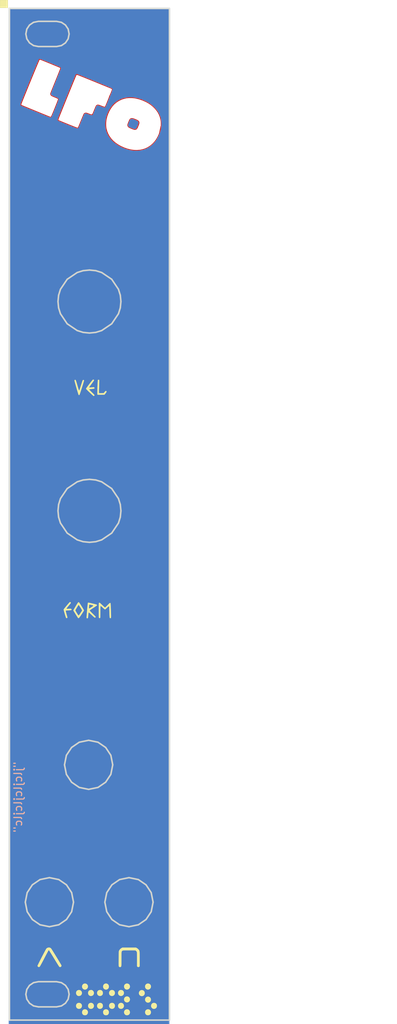
<source format=kicad_pcb>
(kicad_pcb (version 20221018) (generator pcbnew)
  (layers (0 "F.Cu" signal) (31 "B.Cu" signal) (34 "B.Paste" user) (35 "F.Paste" user) (36 "B.SilkS" user "B.Silkscreen") (37 "F.SilkS" user "F.Silkscreen") (38 "B.Mask" user) (39 "F.Mask" user) (44 "Edge.Cuts" user))
  (net 0 "")
  (footprint "0graficos:LFO ODEs-v2" (layer "F.Cu") (at 152.7302 101.4984)
    (fp_text reference "Ref**" hide)
    (fp_text value "Val**" hide)
    (fp_poly (pts (xy -49.000833 -64.008) (xy -49.995666 -64.008) (xy -49.995666 -65.002833) (xy -49.000833 -65.002833) (xy -49.000833 -64.008)) (stroke (width 0.01)) (fill solid) (layer "F.Cu"))
    (fp_poly (pts (xy -35.465939 62.753875) (xy -35.505529 62.936018) (xy -35.575373 63.094803) (xy -35.672482 63.226989) (xy -35.793867 63.329341) (xy -35.936541 63.398621) (xy -36.090898 63.431021) (xy -36.216166 63.442379) (xy -36.216166 62.632167) (xy -35.45112 62.632167) (xy -35.465939 62.753875)) (stroke (width 0.01)) (fill solid) (layer "F.Cu"))
    (fp_poly (pts (xy -38.1267 62.753875) (xy -38.161493 62.931512) (xy -38.228531 63.088109) (xy -38.32439 63.219979) (xy -38.445648 63.323434) (xy -38.588884 63.394788) (xy -38.750675 63.430352) (xy -38.75497 63.430755) (xy -38.883166 63.442379) (xy -38.883166 62.632167) (xy -38.115287 62.632167) (xy -38.1267 62.753875)) (stroke (width 0.01)) (fill solid) (layer "F.Cu"))
    (fp_poly (pts (xy -30.15058 62.762232) (xy -30.188014 62.937209) (xy -30.256146 63.092152) (xy -30.351066 63.223141) (xy -30.468867 63.326251) (xy -30.605638 63.39756) (xy -30.757471 63.433146) (xy -30.822508 63.4365) (xy -30.903333 63.4365) (xy -30.903333 62.632167) (xy -30.135865 62.632167) (xy -30.15058 62.762232)) (stroke (width 0.01)) (fill solid) (layer "F.Cu"))
    (fp_poly (pts (xy -39.645166 60.198) (xy -40.386 60.198) (xy -40.386 60.106592) (xy -40.379641 60.031512) (xy -40.363468 59.943267) (xy -40.352382 59.900217) (xy -40.284821 59.734873) (xy -40.187961 59.600036) (xy -40.062208 59.49605) (xy -39.90797 59.423262) (xy -39.745708 59.384797) (xy -39.645166 59.369906) (xy -39.645166 60.198)) (stroke (width 0.01)) (fill solid) (layer "F.Cu"))
    (fp_poly (pts (xy -34.32175 60.187417) (xy -34.700566 60.193209) (xy -35.079382 60.199002) (xy -35.066385 60.059819) (xy -35.031738 59.888264) (xy -34.96408 59.734957) (xy -34.867629 59.604253) (xy -34.746599 59.50051) (xy -34.605208 59.428084) (xy -34.447672 59.391332) (xy -34.417 59.388786) (xy -34.32175 59.383083) (xy -34.32175 60.187417)) (stroke (width 0.01)) (fill solid) (layer "F.Cu"))
    (fp_poly (pts (xy -31.6865 61.806667) (xy -31.776458 61.805975) (xy -31.851109 61.798177) (xy -31.937568 61.779202) (xy -31.975796 61.767486) (xy -32.123809 61.695097) (xy -32.245866 61.590142) (xy -32.340622 61.454501) (xy -32.40673 61.290054) (xy -32.440681 61.118451) (xy -32.454328 61.002333) (xy -31.6865 61.002333) (xy -31.6865 61.806667)) (stroke (width 0.01)) (fill solid) (layer "F.Cu"))
    (fp_poly (pts (xy -31.665333 63.4365) (xy -31.755291 63.435997) (xy -31.826088 63.427256) (xy -31.911588 63.405337) (xy -31.965173 63.386169) (xy -32.116597 63.304429) (xy -32.236533 63.196057) (xy -32.325954 63.059656) (xy -32.385835 62.893825) (xy -32.412645 62.743292) (xy -32.425339 62.632167) (xy -31.665333 62.632167) (xy -31.665333 63.4365)) (stroke (width 0.01)) (fill solid) (layer "F.Cu"))
    (fp_poly (pts (xy -39.645166 63.4365) (xy -39.735125 63.435997) (xy -39.80484 63.427298) (xy -39.890387 63.405379) (xy -39.949971 63.384152) (xy -40.09244 63.303568) (xy -40.211724 63.191773) (xy -40.303364 63.055523) (xy -40.3629 62.901572) (xy -40.385875 62.736675) (xy -40.386 62.723575) (xy -40.386 62.632167) (xy -39.645166 62.632167) (xy -39.645166 63.4365)) (stroke (width 0.01)) (fill solid) (layer "F.Cu"))
    (fp_poly (pts (xy -34.311166 63.4365) (xy -34.401125 63.435809) (xy -34.475071 63.42804) (xy -34.561659 63.409071) (xy -34.603162 63.396405) (xy -34.748558 63.325401) (xy -34.871416 63.219748) (xy -34.940305 63.131812) (xy -34.998128 63.033208) (xy -35.036247 62.931446) (xy -35.060056 62.810389) (xy -35.066689 62.753875) (xy -35.079046 62.632167) (xy -34.311166 62.632167) (xy -34.311166 63.4365)) (stroke (width 0.01)) (fill solid) (layer "F.Cu"))
    (fp_poly (pts (xy -36.115625 59.381671) (xy -35.93501 59.425) (xy -35.781826 59.500437) (xy -35.657001 59.607079) (xy -35.561464 59.744024) (xy -35.496142 59.91037) (xy -35.475053 60.004567) (xy -35.46442 60.079033) (xy -35.460212 60.139021) (xy -35.462726 60.168609) (xy -35.474884 60.179599) (xy -35.505183 60.187607) (xy -35.558885 60.193038) (xy -35.641249 60.196296) (xy -35.757538 60.197786) (xy -35.845086 60.198) (xy -36.216166 60.198) (xy -36.216166 59.367693) (xy -36.115625 59.381671)) (stroke (width 0.01)) (fill solid) (layer "F.Cu"))
    (fp_poly (pts (xy -31.725856 59.378144) (xy -31.705468 59.396384) (xy -31.693552 59.435068) (xy -31.687888 59.499175) (xy -31.686252 59.593686) (xy -31.686423 59.723579) (xy -31.6865 59.78525) (xy -31.6865 60.198) (xy -32.453968 60.198) (xy -32.439273 60.068111) (xy -32.400446 59.881403) (xy -32.330001 59.72151) (xy -32.229242 59.589944) (xy -32.099472 59.488217) (xy -31.941994 59.41784) (xy -31.860083 59.396299) (xy -31.800942 59.383081) (xy -31.75694 59.375369) (xy -31.725856 59.378144)) (stroke (width 0.01)) (fill solid) (layer "F.Cu"))
    (fp_poly (pts (xy -38.772041 59.383605) (xy -38.590474 59.426096) (xy -38.437212 59.499899) (xy -38.31317 59.604049) (xy -38.21926 59.737581) (xy -38.156397 59.89953) (xy -38.127529 60.064311) (xy -38.115045 60.198) (xy -38.484995 60.198) (xy -38.606076 60.197229) (xy -38.712172 60.195092) (xy -38.796154 60.19185) (xy -38.850897 60.187765) (xy -38.869055 60.183889) (xy -38.873474 60.159236) (xy -38.877326 60.099073) (xy -38.88038 60.010225) (xy -38.882404 59.899512) (xy -38.883166 59.773759) (xy -38.883166 59.368527) (xy -38.772041 59.383605)) (stroke (width 0.01)) (fill solid) (layer "F.Cu"))
    (fp_poly (pts (xy -37.230742 62.671432) (xy -37.125317 62.723826) (xy -37.046396 62.807665) (xy -36.997276 62.920097) (xy -36.986207 62.976024) (xy -36.987687 63.0987) (xy -37.023147 63.207435) (xy -37.086403 63.297852) (xy -37.171273 63.365575) (xy -37.271577 63.406226) (xy -37.381131 63.415427) (xy -37.493753 63.388802) (xy -37.538457 63.367038) (xy -37.635353 63.290073) (xy -37.700262 63.191901) (xy -37.731786 63.080578) (xy -37.728524 62.964166) (xy -37.689078 62.850721) (xy -37.640576 62.779035) (xy -37.557265 62.703581) (xy -37.459726 62.663287) (xy -37.359374 62.653333) (xy -37.230742 62.671432)) (stroke (width 0.01)) (fill solid) (layer "F.Cu"))
    (fp_poly (pts (xy -35.681835 61.05494) (xy -35.586049 61.118149) (xy -35.525239 61.188538) (xy -35.475324 61.297139) (xy -35.461485 61.412951) (xy -35.481352 61.527011) (xy -35.532554 61.630358) (xy -35.612721 61.714029) (xy -35.674078 61.751221) (xy -35.769705 61.778382) (xy -35.878372 61.782022) (xy -35.978197 61.76185) (xy -35.993916 61.755499) (xy -36.094035 61.689427) (xy -36.16576 61.597864) (xy -36.206529 61.488858) (xy -36.21378 61.37046) (xy -36.184949 61.250717) (xy -36.166954 61.212037) (xy -36.096215 61.118525) (xy -36.004201 61.055761) (xy -35.899044 61.024043) (xy -35.788878 61.02367) (xy -35.681835 61.05494)) (stroke (width 0.01)) (fill solid) (layer "F.Cu"))
    (fp_poly (pts (xy -34.554938 61.047244) (xy -34.488652 61.077724) (xy -34.399215 61.168767) (xy -34.343565 61.278193) (xy -34.323048 61.397612) (xy -34.339007 61.51863) (xy -34.392787 61.632855) (xy -34.398409 61.64095) (xy -34.477748 61.718001) (xy -34.579548 61.765891) (xy -34.693824 61.782648) (xy -34.810587 61.766298) (xy -34.883513 61.736759) (xy -34.97186 61.668047) (xy -35.032666 61.575706) (xy -35.065399 61.468702) (xy -35.069528 61.356005) (xy -35.04452 61.246581) (xy -34.989843 61.149399) (xy -34.922175 61.084906) (xy -34.847173 61.050723) (xy -34.750836 61.032883) (xy -34.648359 61.03164) (xy -34.554938 61.047244)) (stroke (width 0.01)) (fill solid) (layer "F.Cu"))
    (fp_poly (pts (xy -39.98313 61.027649) (xy -39.85959 61.054817) (xy -39.76143 61.114642) (xy -39.691468 61.203962) (xy -39.652519 61.319614) (xy -39.645166 61.407089) (xy -39.66384 61.527407) (xy -39.715292 61.629519) (xy -39.792672 61.70939) (xy -39.889128 61.762985) (xy -39.997809 61.786272) (xy -40.111863 61.775215) (xy -40.205652 61.737095) (xy -40.297787 61.664956) (xy -40.355608 61.570957) (xy -40.38053 61.452218) (xy -40.38102 61.380997) (xy -40.373422 61.294512) (xy -40.357072 61.232991) (xy -40.326692 61.179205) (xy -40.313893 61.161793) (xy -40.23199 61.082132) (xy -40.132236 61.037662) (xy -40.009394 61.026261) (xy -39.98313 61.027649)) (stroke (width 0.01)) (fill solid) (layer "F.Cu"))
    (fp_poly (pts (xy -38.374718 61.042267) (xy -38.302671 61.071473) (xy -38.214435 61.144202) (xy -38.154875 61.240018) (xy -38.125214 61.349786) (xy -38.126674 61.464368) (xy -38.160479 61.574629) (xy -38.223055 61.666398) (xy -38.313293 61.735659) (xy -38.421036 61.776244) (xy -38.534088 61.785765) (xy -38.640251 61.761831) (xy -38.660869 61.752154) (xy -38.760006 61.68529) (xy -38.825704 61.601502) (xy -38.864991 61.491103) (xy -38.870655 61.463022) (xy -38.87127 61.348525) (xy -38.836612 61.235774) (xy -38.77245 61.136517) (xy -38.684556 61.062507) (xy -38.67003 61.05449) (xy -38.58331 61.028619) (xy -38.478901 61.024821) (xy -38.374718 61.042267)) (stroke (width 0.01)) (fill solid) (layer "F.Cu"))
    (fp_poly (pts (xy -37.241429 61.039713) (xy -37.171185 61.066961) (xy -37.078193 61.141468) (xy -37.015838 61.238218) (xy -36.985391 61.348963) (xy -36.988123 61.465455) (xy -37.025303 61.579446) (xy -37.079539 61.661916) (xy -37.165387 61.732984) (xy -37.272483 61.77504) (xy -37.389067 61.785572) (xy -37.503374 61.762068) (xy -37.518966 61.755727) (xy -37.603766 61.697732) (xy -37.673606 61.609948) (xy -37.721387 61.504182) (xy -37.740011 61.392242) (xy -37.740048 61.387945) (xy -37.722186 61.294216) (xy -37.674043 61.197899) (xy -37.604426 61.112657) (xy -37.524259 61.053239) (xy -37.442052 61.028772) (xy -37.341592 61.024503) (xy -37.241429 61.039713)) (stroke (width 0.01)) (fill solid) (layer "F.Cu"))
    (fp_poly (pts (xy -33.148071 59.397687) (xy -33.023583 59.424731) (xy -32.925049 59.484178) (xy -32.855034 59.573145) (xy -32.816102 59.688751) (xy -32.808681 59.779115) (xy -32.827589 59.905489) (xy -32.880353 60.010986) (xy -32.962292 60.090852) (xy -33.068726 60.140334) (xy -33.17875 60.15497) (xy -33.303971 60.135928) (xy -33.368818 60.107262) (xy -33.460954 60.035123) (xy -33.518774 59.941124) (xy -33.543697 59.822385) (xy -33.544186 59.751164) (xy -33.536272 59.663217) (xy -33.519367 59.600801) (xy -33.488571 59.547316) (xy -33.481045 59.537184) (xy -33.395413 59.454153) (xy -33.291532 59.407814) (xy -33.165807 59.396661) (xy -33.148071 59.397687)) (stroke (width 0.01)) (fill solid) (layer "F.Cu"))
    (fp_poly (pts (xy -33.146297 61.027649) (xy -33.022757 61.054817) (xy -32.924597 61.114642) (xy -32.854635 61.203962) (xy -32.815685 61.319614) (xy -32.808333 61.407089) (xy -32.827006 61.527407) (xy -32.878459 61.629519) (xy -32.955838 61.70939) (xy -33.052294 61.762985) (xy -33.160975 61.786272) (xy -33.27503 61.775215) (xy -33.368818 61.737095) (xy -33.460954 61.664956) (xy -33.518774 61.570957) (xy -33.543697 61.452218) (xy -33.544186 61.380997) (xy -33.536589 61.294512) (xy -33.520238 61.232991) (xy -33.489858 61.179205) (xy -33.47706 61.161793) (xy -33.395157 61.082132) (xy -33.295402 61.037662) (xy -33.17256 61.026261) (xy -33.146297 61.027649)) (stroke (width 0.01)) (fill solid) (layer "F.Cu"))
    (fp_poly (pts (xy -30.768205 59.389733) (xy -30.631653 59.413736) (xy -30.496166 59.464114) (xy -30.380511 59.533667) (xy -30.368854 59.542962) (xy -30.275187 59.644318) (xy -30.199243 59.774165) (xy -30.146282 59.920537) (xy -30.121566 60.071468) (xy -30.120418 60.108042) (xy -30.120166 60.198) (xy -30.491247 60.198) (xy -30.633511 60.197229) (xy -30.73806 60.194698) (xy -30.80949 60.19008) (xy -30.852397 60.183047) (xy -30.871375 60.173273) (xy -30.872755 60.17083) (xy -30.875802 60.141716) (xy -30.877849 60.077613) (xy -30.878812 59.985856) (xy -30.878607 59.87378) (xy -30.877382 59.763372) (xy -30.871583 59.383083) (xy -30.768205 59.389733)) (stroke (width 0.01)) (fill solid) (layer "F.Cu"))
    (fp_poly (pts (xy -37.267804 59.401851) (xy -37.19415 59.423211) (xy -37.191924 59.424335) (xy -37.093585 59.496935) (xy -37.02548 59.592454) (xy -36.989147 59.702691) (xy -36.986124 59.819443) (xy -37.017948 59.934506) (xy -37.078284 60.030591) (xy -37.165081 60.102745) (xy -37.272833 60.145312) (xy -37.389957 60.155788) (xy -37.50487 60.131667) (xy -37.518966 60.125894) (xy -37.603766 60.067899) (xy -37.673606 59.980114) (xy -37.721387 59.874348) (xy -37.740011 59.762408) (xy -37.740048 59.758112) (xy -37.722186 59.664383) (xy -37.674043 59.568066) (xy -37.604426 59.482824) (xy -37.524259 59.423405) (xy -37.452455 59.401893) (xy -37.360437 59.394727) (xy -37.267804 59.401851)) (stroke (width 0.01)) (fill solid) (layer "F.Cu"))
    (fp_poly (pts (xy -33.053055 62.669469) (xy -32.948819 62.717413) (xy -32.873182 62.796473) (xy -32.82688 62.905953) (xy -32.812045 63.004425) (xy -32.80978 63.086711) (xy -32.818312 63.146315) (xy -32.841524 63.202318) (xy -32.858529 63.232684) (xy -32.935244 63.324937) (xy -33.034044 63.385366) (xy -33.146817 63.411814) (xy -33.265452 63.402126) (xy -33.360629 63.36612) (xy -33.454245 63.299572) (xy -33.513792 63.214208) (xy -33.541871 63.104957) (xy -33.544058 63.008551) (xy -33.530267 62.89703) (xy -33.496731 62.81309) (xy -33.436667 62.74401) (xy -33.380048 62.700958) (xy -33.319244 62.669748) (xy -33.245986 62.655515) (xy -33.185152 62.653333) (xy -33.053055 62.669469)) (stroke (width 0.01)) (fill solid) (layer "F.Cu"))
    (fp_poly (pts (xy -30.734987 61.017247) (xy -30.649247 61.037089) (xy -30.562033 61.063943) (xy -30.485927 61.094839) (xy -30.478094 61.098699) (xy -30.356263 61.18322) (xy -30.256107 61.299818) (xy -30.18145 61.442185) (xy -30.136115 61.604013) (xy -30.12652 61.67881) (xy -30.114027 61.827833) (xy -30.483985 61.827833) (xy -30.605068 61.827063) (xy -30.711166 61.824925) (xy -30.79515 61.821684) (xy -30.849894 61.817599) (xy -30.868055 61.813722) (xy -30.872538 61.789017) (xy -30.876433 61.728916) (xy -30.879498 61.640356) (xy -30.88149 61.530272) (xy -30.882166 61.410891) (xy -30.881628 61.269447) (xy -30.87974 61.164983) (xy -30.876098 61.092158) (xy -30.870294 61.04563) (xy -30.861923 61.020057) (xy -30.851708 61.010483) (xy -30.806668 61.007388) (xy -30.734987 61.017247)) (stroke (width 0.01)) (fill solid) (layer "F.Cu"))
    (fp_poly (pts (xy -33.247198 -50.063921) (xy -33.133797 -50.0388) (xy -32.994101 -49.992562) (xy -32.902534 -49.957396) (xy -32.75107 -49.894955) (xy -32.634362 -49.841121) (xy -32.546627 -49.792315) (xy -32.482082 -49.744956) (xy -32.434942 -49.695464) (xy -32.404145 -49.648878) (xy -32.373622 -49.582123) (xy -32.359127 -49.513183) (xy -32.361501 -49.434836) (xy -32.381584 -49.33986) (xy -32.420218 -49.221035) (xy -32.468654 -49.094932) (xy -32.528957 -48.948929) (xy -32.579863 -48.837501) (xy -32.625009 -48.754948) (xy -32.668033 -48.695571) (xy -32.712576 -48.653669) (xy -32.762275 -48.623541) (xy -32.772691 -48.618637) (xy -32.83905 -48.593329) (xy -32.904045 -48.581306) (xy -32.975291 -48.583652) (xy -33.060403 -48.60145) (xy -33.166995 -48.635783) (xy -33.302683 -48.687734) (xy -33.326916 -48.697477) (xy -33.481286 -48.761651) (xy -33.600835 -48.816604) (xy -33.690971 -48.866298) (xy -33.757101 -48.914695) (xy -33.804633 -48.965755) (xy -33.808714 -48.972611) (xy -33.415111 -48.972611) (xy -33.412205 -48.960028) (xy -33.401 -48.9585) (xy -33.383577 -48.966245) (xy -33.386889 -48.972611) (xy -33.412009 -48.975145) (xy -33.415111 -48.972611) (xy -33.808714 -48.972611) (xy -33.819215 -48.99025) (xy -33.4645 -48.99025) (xy -33.453916 -48.979667) (xy -33.443333 -48.99025) (xy -33.453916 -49.000833) (xy -33.4645 -48.99025) (xy -33.819215 -48.99025) (xy -33.831817 -49.011417) (xy -33.506833 -49.011417) (xy -33.49625 -49.000833) (xy -33.485666 -49.011417) (xy -33.49625 -49.022) (xy -33.506833 -49.011417) (xy -33.831817 -49.011417) (xy -33.838976 -49.023441) (xy -33.865536 -49.091714) (xy -33.865685 -49.092171) (xy -33.878451 -49.142498) (xy -33.881109 -49.185318) (xy -33.651004 -49.185318) (xy -33.650921 -49.184317) (xy -33.646347 -49.148804) (xy -33.635491 -49.130483) (xy -33.60972 -49.128426) (xy -33.560407 -49.141702) (xy -33.486885 -49.166639) (xy -33.430621 -49.183484) (xy -33.38305 -49.18818) (xy -33.327002 -49.180524) (xy -33.25915 -49.163965) (xy -33.158516 -49.134256) (xy -33.057372 -49.098719) (xy -32.96376 -49.060875) (xy -32.885725 -49.02424) (xy -32.831309 -48.992333) (xy -32.808558 -48.968671) (xy -32.808333 -48.966797) (xy -32.826095 -48.935559) (xy -32.869853 -48.900297) (xy -32.925317 -48.86999) (xy -32.978194 -48.853614) (xy -32.989892 -48.852746) (xy -33.03181 -48.860456) (xy -33.097435 -48.880633) (xy -33.164097 -48.905583) (xy -33.236841 -48.932678) (xy -33.298052 -48.951119) (xy -33.331788 -48.956717) (xy -33.33732 -48.949164) (xy -33.311009 -48.931065) (xy -33.260986 -48.905804) (xy -33.195384 -48.876768) (xy -33.122334 -48.847343) (xy -33.049968 -48.820915) (xy -32.986418 -48.800869) (xy -32.939815 -48.790591) (xy -32.931222 -48.78993) (xy -32.891384 -48.802664) (xy -32.8438 -48.834567) (xy -32.841231 -48.836792) (xy -32.812339 -48.875437) (xy -32.774153 -48.944692) (xy -32.730702 -49.034985) (xy -32.686016 -49.136745) (xy -32.644123 -49.240399) (xy -32.609055 -49.336375) (xy -32.58484 -49.415102) (xy -32.575508 -49.467008) (xy -32.5755 -49.468012) (xy -32.581894 -49.513805) (xy -32.604429 -49.554644) (xy -32.64813 -49.594312) (xy -32.718026 -49.636592) (xy -32.819142 -49.685267) (xy -32.92475 -49.730876) (xy -33.073796 -49.789949) (xy -33.190874 -49.827945) (xy -33.280315 -49.84557) (xy -33.346453 -49.843527) (xy -33.393618 -49.822521) (xy -33.40777 -49.80938) (xy -33.436114 -49.766145) (xy -33.47249 -49.693842) (xy -33.513175 -49.602036) (xy -33.55445 -49.500295) (xy -33.592591 -49.398186) (xy -33.623879 -49.305276) (xy -33.64459 -49.231131) (xy -33.651004 -49.185318) (xy -33.881109 -49.185318) (xy -33.881647 -49.193985) (xy -33.873666 -49.253882) (xy -33.852903 -49.329439) (xy -33.81775 -49.427906) (xy -33.766601 -49.556533) (xy -33.758294 -49.57682) (xy -33.701583 -49.712198) (xy -33.655522 -49.814098) (xy -33.616314 -49.888835) (xy -33.580166 -49.942725) (xy -33.543282 -49.982084) (xy -33.501867 -50.013225) (xy -33.492478 -50.019164) (xy -33.420254 -50.053445) (xy -33.340589 -50.068583) (xy -33.247198 -50.063921)) (stroke (width 0.01)) (fill solid) (layer "F.Cu"))
    (fp_poly (pts (xy -44.88158 -57.661639) (xy -44.812519 -57.63759) (xy -44.712618 -57.600663) (xy -44.586013 -57.55252) (xy -44.436837 -57.494823) (xy -44.269226 -57.429237) (xy -44.087313 -57.357425) (xy -43.895234 -57.281049) (xy -43.697123 -57.201773) (xy -43.497114 -57.121261) (xy -43.299343 -57.041175) (xy -43.107943 -56.963178) (xy -42.92705 -56.888934) (xy -42.760797 -56.820106) (xy -42.61332 -56.758357) (xy -42.488753 -56.70535) (xy -42.391231 -56.662749) (xy -42.324887 -56.632216) (xy -42.297793 -56.618064) (xy -42.23509 -56.561217) (xy -42.184748 -56.482123) (xy -42.154268 -56.396136) (xy -42.15115 -56.318611) (xy -42.151249 -56.318101) (xy -42.16291 -56.279261) (xy -42.188235 -56.207905) (xy -42.224724 -56.11064) (xy -42.269876 -55.994077) (xy -42.321189 -55.864822) (xy -42.347278 -55.800201) (xy -42.398974 -55.671792) (xy -42.444273 -55.557225) (xy -42.481051 -55.462044) (xy -42.507184 -55.391795) (xy -42.520545 -55.352021) (xy -42.521645 -55.345118) (xy -42.499944 -55.333694) (xy -42.451168 -55.308451) (xy -42.386522 -55.275185) (xy -42.280895 -55.207153) (xy -42.213999 -55.129438) (xy -42.182532 -55.037388) (xy -42.179067 -54.983004) (xy -42.188281 -54.926675) (xy -42.214856 -54.833057) (xy -42.258414 -54.7033) (xy -42.318579 -54.538555) (xy -42.362511 -54.423341) (xy -42.413577 -54.29053) (xy -42.459101 -54.170952) (xy -42.496981 -54.070225) (xy -42.525115 -53.993967) (xy -42.541401 -53.947797) (xy -42.544639 -53.936508) (xy -42.526604 -53.92121) (xy -42.480044 -53.895877) (xy -42.4251 -53.870465) (xy -42.289612 -53.798607) (xy -42.194947 -53.717693) (xy -42.140388 -53.626834) (xy -42.125221 -53.525143) (xy -42.127181 -53.500534) (xy -42.137782 -53.454855) (xy -42.161475 -53.377205) (xy -42.195765 -53.274973) (xy -42.238152 -53.155548) (xy -42.286138 -53.026315) (xy -42.298116 -52.99491) (xy -42.357267 -52.839422) (xy -42.40112 -52.718016) (xy -42.429766 -52.625335) (xy -42.443294 -52.556025) (xy -42.441796 -52.504729) (xy -42.425361 -52.466091) (xy -42.39408 -52.434755) (xy -42.348044 -52.405367) (xy -42.308421 -52.383796) (xy -42.200998 -52.314591) (xy -42.130929 -52.239016) (xy -42.093231 -52.150845) (xy -42.085471 -52.105109) (xy -42.084803 -52.064865) (xy -42.092032 -52.015153) (xy -42.108964 -51.94963) (xy -42.137406 -51.861958) (xy -42.179164 -51.745795) (xy -42.215289 -51.649401) (xy -42.25969 -51.529117) (xy -42.298165 -51.419125) (xy -42.328292 -51.326827) (xy -42.347647 -51.259626) (xy -42.353856 -51.226068) (xy -42.350658 -51.190722) (xy -42.3401 -51.193756) (xy -42.333759 -51.203668) (xy -42.3233 -51.227374) (xy -42.297926 -51.287721) (xy -42.258692 -51.38214) (xy -42.206651 -51.508066) (xy -42.142857 -51.662933) (xy -42.068365 -51.844174) (xy -41.984227 -52.049222) (xy -41.891498 -52.275511) (xy -41.791231 -52.520474) (xy -41.684481 -52.781545) (xy -41.572301 -53.056158) (xy -41.455745 -53.341746) (xy -41.442893 -53.373251) (xy -41.325447 -53.661003) (xy -41.211919 -53.938812) (xy -41.103395 -54.204035) (xy -41.000965 -54.454031) (xy -40.905713 -54.686157) (xy -40.818728 -54.897774) (xy -40.741097 -55.086238) (xy -40.673905 -55.248908) (xy -40.618242 -55.383142) (xy -40.575193 -55.486298) (xy -40.545845 -55.555736) (xy -40.531287 -55.588812) (xy -40.530803 -55.589789) (xy -40.487291 -55.652698) (xy -40.43234 -55.704657) (xy -40.422188 -55.711418) (xy -40.399377 -55.725422) (xy -40.377804 -55.737442) (xy -40.35524 -55.746712) (xy -40.329455 -55.752461) (xy -40.298219 -55.753922) (xy -40.259304 -55.750327) (xy -40.210479 -55.740906) (xy -40.149516 -55.724892) (xy -40.074184 -55.701516) (xy -39.982255 -55.670009) (xy -39.871498 -55.629604) (xy -39.739685 -55.579531) (xy -39.584586 -55.519023) (xy -39.403971 -55.447311) (xy -39.195612 -55.363626) (xy -38.957277 -55.267201) (xy -38.686739 -55.157266) (xy -38.381768 -55.033054) (xy -38.040133 -54.893795) (xy -37.986299 -54.871851) (xy -37.697006 -54.753721) (xy -37.417838 -54.639319) (xy -37.151406 -54.529736) (xy -36.900319 -54.426062) (xy -36.667188 -54.329389) (xy -36.454623 -54.240809) (xy -36.265232 -54.161412) (xy -36.101627 -54.092289) (xy -35.966417 -54.034532) (xy -35.862212 -53.989232) (xy -35.791622 -53.957481) (xy -35.757256 -53.940368) (xy -35.755356 -53.939108) (xy -35.692954 -53.8866) (xy -35.649365 -53.832501) (xy -35.624685 -53.771478) (xy -35.619014 -53.698195) (xy -35.632449 -53.607317) (xy -35.665089 -53.493509) (xy -35.717032 -53.351436) (xy -35.768526 -53.223583) (xy -35.916983 -52.86375) (xy -35.865901 -52.821417) (xy -35.817452 -52.76333) (xy -35.776511 -52.684034) (xy -35.752896 -52.604332) (xy -35.7505 -52.576922) (xy -35.758009 -52.544361) (xy -35.778983 -52.479108) (xy -35.811089 -52.387743) (xy -35.851997 -52.276851) (xy -35.899374 -52.153013) (xy -35.912944 -52.118284) (xy -35.966954 -51.979931) (xy -36.006645 -51.875602) (xy -36.033515 -51.800053) (xy -36.04906 -51.748039) (xy -36.054776 -51.714315) (xy -36.05216 -51.693638) (xy -36.042708 -51.680762) (xy -36.038691 -51.677585) (xy -36.018802 -51.658678) (xy -36.018103 -51.636076) (xy -36.038972 -51.598011) (xy -36.061455 -51.564846) (xy -36.100413 -51.51478) (xy -36.133083 -51.48341) (xy -36.144437 -51.478137) (xy -36.160883 -51.460098) (xy -36.186154 -51.415244) (xy -36.214317 -51.356436) (xy -36.239439 -51.296534) (xy -36.255585 -51.248401) (xy -36.2585 -51.230902) (xy -36.247538 -51.243626) (xy -36.217555 -51.285418) (xy -36.172905 -51.35005) (xy -36.117941 -51.431294) (xy -36.107544 -51.446821) (xy -35.902668 -51.719385) (xy -35.668742 -51.970144) (xy -35.41187 -52.193557) (xy -35.138158 -52.384084) (xy -34.969156 -52.479911) (xy -34.641036 -52.626791) (xy -34.299043 -52.733941) (xy -33.944021 -52.801326) (xy -33.576816 -52.828908) (xy -33.19827 -52.816653) (xy -32.809227 -52.764522) (xy -32.410532 -52.672481) (xy -32.173333 -52.600177) (xy -31.759616 -52.445371) (xy -31.375384 -52.265485) (xy -31.021816 -52.061506) (xy -30.700092 -51.834419) (xy -30.411394 -51.58521) (xy -30.1569 -51.314864) (xy -29.937792 -51.024366) (xy -29.75525 -50.714702) (xy -29.653814 -50.496573) (xy -29.538187 -50.166072) (xy -29.463317 -49.825395) (xy -29.429194 -49.474245) (xy -29.435805 -49.112327) (xy -29.483138 -48.739342) (xy -29.568185 -48.365833) (xy -29.597874 -48.252551) (xy -29.620716 -48.149863) (xy -29.637637 -48.049148) (xy -29.649566 -47.941781) (xy -29.657427 -47.819139) (xy -29.66215 -47.672596) (xy -29.66466 -47.493531) (xy -29.664881 -47.46625) (xy -29.667529 -47.318309) (xy -29.672862 -47.178069) (xy -29.680344 -47.055058) (xy -29.68944 -46.9588) (xy -29.695808 -46.915917) (xy -29.707727 -46.824441) (xy -29.715885 -46.702256) (xy -29.719684 -46.560865) (xy -29.719489 -46.460833) (xy -29.721235 -46.269378) (xy -29.731134 -46.088425) (xy -29.748164 -45.934795) (xy -29.762392 -45.811163) (xy -29.773006 -45.660149) (xy -29.779139 -45.496615) (xy -29.780302 -45.382658) (xy -29.781657 -45.25406) (xy -29.785876 -45.127265) (xy -29.792368 -45.014268) (xy -29.800541 -44.927064) (xy -29.803949 -44.903279) (xy -29.811921 -44.835343) (xy -29.819391 -44.734688) (xy -29.825855 -44.610926) (xy -29.830811 -44.473673) (xy -29.833742 -44.333583) (xy -29.836995 -44.183858) (xy -29.842517 -44.046211) (xy -29.849833 -43.928639) (xy -29.858466 -43.83914) (xy -29.86584 -43.793833) (xy -29.877255 -43.716745) (xy -29.885063 -43.604521) (xy -29.888905 -43.464232) (xy -29.888906 -43.33875) (xy -29.889315 -43.207969) (xy -29.892887 -43.077807) (xy -29.899075 -42.960528) (xy -29.907332 -42.868394) (xy -29.91109 -42.841333) (xy -29.919602 -42.768476) (xy -29.927431 -42.663445) (xy -29.93404 -42.536401) (xy -29.93889 -42.397502) (xy -29.941319 -42.269833) (xy -29.945025 -42.096989) (xy -29.951987 -41.939769) (xy -29.961703 -41.806443) (xy -29.973673 -41.705283) (xy -29.976634 -41.68775) (xy -29.995182 -41.535077) (xy -30.000178 -41.351607) (xy -29.9979 -41.251955) (xy -29.996232 -41.088992) (xy -30.002343 -40.932553) (xy -30.015542 -40.800058) (xy -30.016006 -40.796871) (xy -30.025266 -40.712656) (xy -30.033569 -40.597373) (xy -30.04033 -40.462287) (xy -30.044964 -40.318661) (xy -30.046738 -40.206083) (xy -30.049339 -40.058304) (xy -30.054567 -39.919738) (xy -30.061909 -39.7995) (xy -30.070852 -39.706709) (xy -30.077099 -39.666333) (xy -30.086384 -39.598458) (xy -30.094797 -39.496592) (xy -30.101868 -39.369078) (xy -30.107127 -39.224257) (xy -30.109943 -39.08425) (xy -30.113824 -38.899515) (xy -30.120412 -38.743614) (xy -30.12946 -38.620647) (xy -30.140719 -38.534715) (xy -30.144259 -38.517744) (xy -30.158101 -38.440139) (xy -30.163197 -38.354019) (xy -30.159913 -38.246592) (xy -30.154231 -38.168494) (xy -30.146623 -38.046511) (xy -30.146518 -37.937291) (xy -30.154586 -37.823213) (xy -30.171495 -37.686652) (xy -30.172904 -37.676667) (xy -30.192776 -37.501329) (xy -30.203838 -37.312393) (xy -30.206752 -37.097286) (xy -30.206327 -37.041667) (xy -30.206801 -36.841407) (xy -30.213287 -36.677738) (xy -30.226058 -36.545307) (xy -30.23444 -36.491605) (xy -30.249588 -36.385587) (xy -30.25721 -36.272049) (xy -30.25781 -36.13858) (xy -30.253812 -36.014604) (xy -30.249709 -35.810792) (xy -30.256812 -35.641778) (xy -30.268997 -35.538082) (xy -30.278436 -35.457253) (xy -30.287096 -35.34508) (xy -30.294356 -35.212549) (xy -30.299593 -35.070649) (xy -30.301921 -34.95675) (xy -30.305646 -34.792242) (xy -30.312344 -34.645438) (xy -30.321538 -34.52384) (xy -30.332753 -34.434949) (xy -30.336192 -34.416935) (xy -30.354915 -34.270195) (xy -30.350265 -34.110018) (xy -30.346346 -34.029862) (xy -30.34634 -33.930041) (xy -30.349665 -33.820098) (xy -30.355738 -33.709579) (xy -30.363976 -33.608025) (xy -30.373798 -33.524982) (xy -30.38462 -33.469993) (xy -30.390182 -33.456069) (xy -30.394658 -33.428099) (xy -30.397876 -33.365244) (xy -30.399668 -33.274937) (xy -30.39987 -33.164612) (xy -30.398815 -33.069431) (xy -30.398134 -32.912191) (xy -30.401257 -32.771813) (xy -30.407858 -32.656625) (xy -30.417615 -32.57495) (xy -30.418158 -32.572014) (xy -30.426477 -32.507663) (xy -30.434164 -32.410492) (xy -30.440699 -32.290015) (xy -30.445559 -32.155746) (xy -30.448138 -32.025167) (xy -30.452659 -31.820789) (xy -30.461156 -31.657954) (xy -30.473611 -31.536892) (xy -30.484018 -31.479881) (xy -30.503057 -31.365785) (xy -30.501214 -31.257172) (xy -30.495963 -31.215298) (xy -30.486601 -31.105103) (xy -30.484897 -30.967401) (xy -30.490196 -30.816195) (xy -30.501838 -30.665485) (xy -30.519167 -30.529274) (xy -30.531249 -30.463902) (xy -30.548759 -30.365717) (xy -30.55352 -30.280915) (xy -30.546233 -30.186454) (xy -30.540903 -30.146402) (xy -30.528832 -29.997386) (xy -30.529503 -29.824414) (xy -30.54213 -29.643642) (xy -30.565927 -29.471228) (xy -30.576366 -29.417652) (xy -30.591008 -29.327852) (xy -30.596961 -29.24437) (xy -30.594393 -29.176766) (xy -30.583472 -29.134599) (xy -30.571236 -29.125333) (xy -30.546988 -29.13064) (xy -30.490483 -29.145073) (xy -30.410245 -29.166405) (xy -30.318416 -29.191413) (xy -30.215308 -29.219298) (xy -30.144413 -29.236395) (xy -30.09726 -29.243605) (xy -30.065375 -29.241832) (xy -30.040286 -29.231979) (xy -30.025137 -29.222675) (xy -29.982084 -29.173926) (xy -29.97465 -29.115648) (xy -30.004107 -29.060989) (xy -30.009041 -29.056308) (xy -30.043149 -29.038145) (xy -30.10898 -29.012997) (xy -30.197183 -28.984134) (xy -30.29841 -28.954824) (xy -30.302566 -28.953698) (xy -30.559048 -28.88434) (xy -30.572408 -28.710537) (xy -30.583695 -28.598496) (xy -30.600205 -28.474745) (xy -30.61751 -28.370833) (xy -30.635857 -28.243995) (xy -30.637756 -28.125832) (xy -30.630169 -28.035424) (xy -30.625015 -27.963947) (xy -30.621082 -27.856363) (xy -30.618317 -27.718876) (xy -30.616666 -27.557695) (xy -30.616078 -27.379023) (xy -30.616498 -27.189069) (xy -30.617875 -26.994038) (xy -30.620154 -26.800137) (xy -30.623285 -26.613571) (xy -30.627212 -26.440547) (xy -30.631885 -26.287272) (xy -30.637249 -26.15995) (xy -30.643252 -26.064789) (xy -30.647303 -26.024417) (xy -30.660546 -25.915201) (xy -30.673291 -25.799719) (xy -30.683123 -25.700045) (xy -30.684422 -25.685191) (xy -30.697061 -25.536465) (xy -30.054072 -25.423875) (xy -29.82514 -25.383802) (xy -29.634306 -25.350326) (xy -29.477984 -25.322659) (xy -29.352586 -25.300017) (xy -29.254528 -25.281614) (xy -29.180221 -25.266665) (xy -29.126079 -25.254385) (xy -29.088517 -25.243987) (xy -29.063946 -25.234687) (xy -29.04878 -25.225699) (xy -29.039434 -25.216237) (xy -29.03232 -25.205517) (xy -29.028357 -25.199252) (xy -29.011031 -25.141533) (xy -29.022989 -25.082295) (xy -29.059591 -25.038963) (xy -29.0728 -25.032365) (xy -29.10108 -25.032879) (xy -29.166157 -25.040271) (xy -29.263188 -25.053801) (xy -29.387328 -25.072729) (xy -29.533733 -25.096315) (xy -29.697558 -25.123818) (xy -29.87396 -25.154499) (xy -29.885143 -25.156478) (xy -30.062037 -25.18768) (xy -30.226482 -25.216404) (xy -30.373658 -25.241832) (xy -30.498745 -25.263141) (xy -30.596923 -25.279511) (xy -30.663372 -25.290122) (xy -30.693272 -25.294152) (xy -30.693819 -25.294167) (xy -30.721643 -25.274412) (xy -30.743061 -25.2201) (xy -30.75707 -25.138663) (xy -30.762668 -25.037531) (xy -30.75885 -24.924134) (xy -30.752446 -24.859815) (xy -30.740431 -24.695299) (xy -30.741196 -24.514978) (xy -30.753935 -24.336308) (xy -30.777837 -24.176746) (xy -30.785771 -24.140583) (xy -30.801495 -24.056796) (xy -30.805346 -23.976265) (xy -30.797812 -23.879817) (xy -30.793317 -23.84425) (xy -30.783302 -23.724769) (xy -30.780489 -23.581907) (xy -30.784315 -23.429337) (xy -30.794217 -23.280731) (xy -30.80963 -23.149763) (xy -30.825305 -23.067877) (xy -30.844152 -22.92349) (xy -30.837967 -22.845627) (xy -30.827382 -22.746248) (xy -30.822018 -22.618492) (xy -30.821678 -22.475966) (xy -30.826167 -22.332276) (xy -30.83529 -22.201031) (xy -30.848738 -22.096466) (xy -30.861475 -21.998449) (xy -30.868386 -21.876432) (xy -30.869683 -21.724081) (xy -30.86657 -21.567299) (xy -30.863183 -21.410297) (xy -30.863604 -21.285631) (xy -30.868264 -21.183439) (xy -30.877592 -21.093861) (xy -30.890685 -21.014017) (xy -30.907876 -20.910412) (xy -30.914826 -20.82414) (xy -30.912106 -20.735089) (xy -30.901504 -20.633017) (xy -30.8883 -20.425852) (xy -30.895113 -20.202909) (xy -30.921001 -19.985188) (xy -30.933618 -19.917833) (xy -30.950285 -19.802221) (xy -30.947364 -19.692936) (xy -30.940665 -19.642667) (xy -30.933174 -19.566471) (xy -30.928826 -19.462055) (xy -30.927961 -19.343442) (xy -30.930693 -19.229917) (xy -30.964057 -18.905291) (xy -31.036725 -18.594652) (xy -31.149079 -18.297141) (xy -31.301504 -18.0119) (xy -31.494384 -17.738071) (xy -31.706508 -17.49692) (xy -31.973718 -17.245641) (xy -32.260477 -17.022282) (xy -32.562577 -16.828811) (xy -32.875812 -16.667194) (xy -33.195974 -16.539399) (xy -33.518855 -16.447392) (xy -33.840247 -16.393141) (xy -34.0995 -16.378209) (xy -34.396058 -16.39034) (xy -34.668956 -16.431138) (xy -34.927483 -16.502693) (xy -35.18093 -16.607096) (xy -35.235006 -16.633707) (xy -35.489032 -16.784088) (xy -35.732932 -16.971225) (xy -35.962382 -17.189939) (xy -36.173059 -17.435051) (xy -36.360638 -17.701384) (xy -36.520796 -17.983757) (xy -36.649209 -18.276994) (xy -36.680393 -18.364812) (xy -36.708945 -18.444856) (xy -36.731025 -18.492732) (xy -36.747605 -18.506741) (xy -36.759657 -18.485183) (xy -36.768156 -18.426358) (xy -36.774072 -18.328567) (xy -36.778293 -18.193697) (xy -36.782436 -18.075748) (xy -36.789722 -17.98646) (xy -36.802391 -17.912174) (xy -36.822682 -17.839229) (xy -36.84844 -17.765786) (xy -36.897065 -17.615331) (xy -36.936902 -17.455044) (xy -36.964885 -17.299728) (xy -36.97795 -17.16419) (xy -36.978523 -17.13737) (xy -36.97888 -17.028583) (xy -37.024194 -17.099364) (xy -37.05421 -17.142621) (xy -37.072283 -17.153457) (xy -37.087451 -17.136217) (xy -37.090228 -17.131114) (xy -37.120036 -17.086154) (xy -37.153759 -17.0448) (xy -37.17924 -17.013465) (xy -37.185593 -16.986261) (xy -37.173314 -16.946723) (xy -37.157776 -16.911486) (xy -37.124664 -16.845814) (xy -37.097123 -16.816458) (xy -37.067656 -16.81947) (xy -37.033761 -16.846151) (xy -36.986656 -16.890404) (xy -36.961867 -16.694133) (xy -36.925662 -16.480847) (xy -36.870197 -16.273806) (xy -36.791725 -16.06135) (xy -36.686501 -15.83182) (xy -36.681665 -15.822083) (xy -36.506807 -15.511316) (xy -36.30959 -15.236161) (xy -36.090233 -14.996808) (xy -35.848952 -14.793442) (xy -35.585967 -14.626252) (xy -35.301495 -14.495425) (xy -35.041416 -14.41255) (xy -34.900245 -14.385452) (xy -34.730546 -14.367894) (xy -34.545069 -14.360011) (xy -34.356561 -14.361941) (xy -34.177771 -14.373819) (xy -34.021447 -14.395782) (xy -33.994235 -14.401346) (xy -33.677593 -14.488869) (xy -33.3578 -14.612483) (xy -33.043454 -14.767607) (xy -32.743151 -14.949662) (xy -32.465486 -15.154067) (xy -32.284809 -15.312132) (xy -32.062304 -15.548255) (xy -31.871338 -15.804938) (xy -31.714417 -16.077639) (xy -31.594042 -16.361819) (xy -31.512718 -16.652935) (xy -31.495999 -16.742833) (xy -31.480836 -16.82283) (xy -31.464794 -16.887646) (xy -31.451028 -16.924784) (xy -31.449463 -16.927063) (xy -31.429412 -16.95751) (xy -31.396199 -17.013334) (xy -31.356854 -17.082704) (xy -31.355131 -17.085813) (xy -31.281321 -17.219083) (xy -31.293007 -16.994844) (xy -31.312139 -16.769893) (xy -31.346938 -16.56549) (xy -31.40105 -16.366872) (xy -31.478121 -16.15928) (xy -31.527831 -16.044333) (xy -31.577021 -15.926855) (xy -31.609464 -15.825549) (xy -31.63073 -15.720614) (xy -31.641162 -15.64139) (xy -31.695814 -15.341878) (xy -31.792087 -15.038027) (xy -31.866805 -14.860397) (xy -31.92257 -14.727463) (xy -31.954182 -14.62504) (xy -31.961666 -14.568063) (xy -31.971141 -14.445573) (xy -31.997521 -14.296834) (xy -32.037742 -14.132922) (xy -32.088738 -13.964915) (xy -32.147444 -13.803889) (xy -32.210796 -13.660923) (xy -32.215011 -13.6525) (xy -32.251186 -13.565379) (xy -32.277537 -13.462562) (xy -32.297353 -13.331074) (xy -32.298127 -13.324417) (xy -32.330306 -13.113991) (xy -32.378469 -12.919764) (xy -32.447516 -12.724652) (xy -32.514194 -12.571263) (xy -32.566999 -12.45062) (xy -32.599991 -12.358231) (xy -32.615675 -12.28638) (xy -32.617833 -12.252359) (xy -32.630538 -12.090295) (xy -32.667015 -11.904311) (xy -32.724812 -11.703717) (xy -32.801474 -11.497822) (xy -32.840148 -11.408833) (xy -32.888833 -11.294419) (xy -32.920991 -11.196854) (xy -32.942083 -11.09681) (xy -32.95437 -11.004576) (xy -33.007936 -10.707615) (xy -33.100906 -10.411465) (xy -33.180059 -10.225958) (xy -33.230345 -10.110272) (xy -33.262465 -10.01563) (xy -33.273996 -9.949195) (xy -33.274 -9.948272) (xy -33.283717 -9.818154) (xy -33.310766 -9.662535) (xy -33.351989 -9.49296) (xy -33.404231 -9.320975) (xy -33.464335 -9.158124) (xy -33.528604 -9.017) (xy -33.583509 -8.869201) (xy -33.601845 -8.763) (xy -33.647066 -8.464793) (xy -33.722682 -8.182346) (xy -33.754957 -8.091765) (xy -33.829309 -7.89678) (xy -33.784866 -7.593201) (xy -33.766753 -7.46026) (xy -33.749763 -7.319062) (xy -33.735736 -7.185959) (xy -33.726515 -7.077304) (xy -33.726153 -7.071877) (xy -33.716368 -6.960333) (xy -33.70419 -6.884494) (xy -33.690129 -6.847278) (xy -33.686154 -6.844259) (xy -33.656542 -6.842978) (xy -33.593548 -6.846413) (xy -33.505779 -6.853912) (xy -33.401846 -6.864823) (xy -33.377254 -6.867665) (xy -33.256595 -6.879866) (xy -33.108344 -6.891829) (xy -32.947236 -6.902533) (xy -32.788004 -6.910958) (xy -32.701911 -6.914413) (xy -32.550109 -6.919335) (xy -32.435589 -6.920881) (xy -32.353321 -6.916949) (xy -32.298272 -6.90544) (xy -32.265413 -6.884254) (xy -32.249711 -6.851292) (xy -32.246134 -6.804454) (xy -32.249652 -6.74164) (xy -32.250826 -6.726163) (xy -32.264931 -6.55954) (xy -32.282623 -6.38059) (xy -32.302602 -6.200488) (xy -32.32357 -6.03041) (xy -32.344228 -5.881534) (xy -32.361169 -5.776657) (xy -32.37876 -5.667197) (xy -32.385417 -5.596072) (xy -32.38131 -5.560765) (xy -32.376294 -5.555974) (xy -32.346612 -5.551881) (xy -32.284634 -5.546279) (xy -32.200333 -5.540002) (xy -32.131 -5.535505) (xy -31.99299 -5.525101) (xy -31.843845 -5.510441) (xy -31.690099 -5.492513) (xy -31.538287 -5.472308) (xy -31.394942 -5.450813) (xy -31.266601 -5.429018) (xy -31.159798 -5.407912) (xy -31.081067 -5.388484) (xy -31.036943 -5.371723) (xy -31.033602 -5.369413) (xy -31.014655 -5.328927) (xy -31.017597 -5.268612) (xy -31.035355 -5.184271) (xy -31.065854 -5.068567) (xy -31.106569 -4.929621) (xy -31.154975 -4.775555) (xy -31.208545 -4.614491) (xy -31.264757 -4.45455) (xy -31.302241 -4.353111) (xy -31.426914 -4.023173) (xy -31.276249 -3.934184) (xy -30.960984 -3.733361) (xy -30.636634 -3.498742) (xy -30.310226 -3.23568) (xy -30.014333 -2.973307) (xy -29.918139 -2.883572) (xy -29.849264 -2.817225) (xy -29.803672 -2.769211) (xy -29.777329 -2.734475) (xy -29.7662 -2.70796) (xy -29.76625 -2.684613) (xy -29.770617 -2.667945) (xy -29.778303 -2.651833) (xy -29.793655 -2.636773) (xy -29.821519 -2.620975) (xy -29.866745 -2.60265) (xy -29.934181 -2.580008) (xy -30.028674 -2.551259) (xy -30.155073 -2.514614) (xy -30.2895 -2.476407) (xy -30.399495 -2.445264) (xy -30.496721 -2.417703) (xy -30.573081 -2.396022) (xy -30.620482 -2.382516) (xy -30.630265 -2.379701) (xy -30.632548 -2.366017) (xy -30.610581 -2.331767) (xy -30.562726 -2.275042) (xy -30.487347 -2.193932) (xy -30.382807 -2.086526) (xy -30.354608 -2.058046) (xy -30.037872 -1.719808) (xy -29.740117 -1.36379) (xy -29.479255 -1.012973) (xy -29.423172 -0.929773) (xy -29.377508 -0.856831) (xy -29.347167 -0.802338) (xy -29.337 -0.775336) (xy -29.343133 -0.747295) (xy -29.364551 -0.724701) (xy -29.405777 -0.706526) (xy -29.471337 -0.691743) (xy -29.565755 -0.679323) (xy -29.693556 -0.66824) (xy -29.85495 -0.657721) (xy -29.984034 -0.649748) (xy -30.097974 -0.642055) (xy -30.190291 -0.635134) (xy -30.254505 -0.629476) (xy -30.284134 -0.625572) (xy -30.285309 -0.62508) (xy -30.277286 -0.605689) (xy -30.249477 -0.559754) (xy -30.206793 -0.495116) (xy -30.175875 -0.450319) (xy -30.032668 -0.233876) (xy -29.885181 0.01092) (xy -29.740184 0.271556) (xy -29.604447 0.53552) (xy -29.484741 0.790298) (xy -29.412511 0.960452) (xy -29.373353 1.059206) (xy -29.347242 1.135601) (xy -29.337772 1.191856) (xy -29.348538 1.230188) (xy -29.383132 1.252816) (xy -29.44515 1.261958) (xy -29.538185 1.259832) (xy -29.665831 1.248655) (xy -29.831682 1.230647) (xy -29.847466 1.228894) (xy -29.979611 1.214694) (xy -30.096962 1.20299) (xy -30.193215 1.194337) (xy -30.262065 1.189288) (xy -30.297208 1.188398) (xy -30.300314 1.189092) (xy -30.297089 1.211502) (xy -30.280721 1.264062) (xy -30.254173 1.337771) (xy -30.234862 1.387724) (xy -30.17282 1.556366) (xy -30.108628 1.752232) (xy -30.044522 1.966632) (xy -29.982737 2.190881) (xy -29.925507 2.416289) (xy -29.875067 2.634169) (xy -29.833652 2.835834) (xy -29.803497 3.012596) (xy -29.790443 3.115319) (xy -29.784616 3.183339) (xy -29.785663 3.233871) (xy -29.797768 3.267066) (xy -29.825113 3.283076) (xy -29.871881 3.28205) (xy -29.942256 3.264141) (xy -30.04042 3.229499) (xy -30.170556 3.178274) (xy -30.281881 3.133053) (xy -30.405371 3.083168) (xy -30.515055 3.039806) (xy -30.605117 3.005189) (xy -30.669741 2.981538) (xy -30.70311 2.971074) (xy -30.706331 2.970942) (xy -30.706857 2.993768) (xy -30.702379 3.049882) (xy -30.693718 3.130642) (xy -30.682697 3.219772) (xy -30.626848 3.80384) (xy -30.610584 4.394057) (xy -30.613745 4.579739) (xy -30.618401 4.731352) (xy -30.623182 4.846273) (xy -30.628656 4.930138) (xy -30.635388 4.988587) (xy -30.643946 5.027257) (xy -30.654895 5.051786) (xy -30.662131 5.061281) (xy -30.698086 5.091816) (xy -30.721405 5.101144) (xy -30.745145 5.089858) (xy -30.798507 5.058299) (xy -30.876036 5.009894) (xy -30.972279 4.948071) (xy -31.081781 4.876258) (xy -31.125583 4.847162) (xy -31.506583 4.593203) (xy -31.541752 4.947955) (xy -31.558546 5.099878) (xy -31.580065 5.269004) (xy -31.60383 5.437136) (xy -31.627364 5.586079) (xy -31.633239 5.619978) (xy -31.656573 5.743221) (xy -31.684997 5.880477) (xy -31.716771 6.024562) (xy -31.750153 6.168294) (xy -31.783402 6.304489) (xy -31.814775 6.425963) (xy -31.842532 6.525534) (xy -31.864931 6.596018) (xy -31.876869 6.624921) (xy -31.898072 6.655105) (xy -31.92379 6.668842) (xy -31.957595 6.663785) (xy -32.003056 6.637584) (xy -32.063744 6.58789) (xy -32.14323 6.512353) (xy -32.245084 6.408624) (xy -32.312018 6.338613) (xy -32.624606 6.009727) (xy -32.696868 6.248377) (xy -32.750793 6.416647) (xy -32.813372 6.595363) (xy -32.882496 6.779804) (xy -32.956057 6.965253) (xy -33.031943 7.146991) (xy -33.108047 7.3203) (xy -33.182259 7.480461) (xy -33.252469 7.622755) (xy -33.316568 7.742463) (xy -33.372446 7.834869) (xy -33.417995 7.895252) (xy -33.442252 7.915754) (xy -33.468837 7.924036) (xy -33.496524 7.917329) (xy -33.528508 7.891814) (xy -33.56798 7.84367) (xy -33.618132 7.769077) (xy -33.682159 7.664215) (xy -33.751326 7.545917) (xy -33.829599 7.410485) (xy -33.889309 7.307629) (xy -33.933226 7.233362) (xy -33.964124 7.183695) (xy -33.984774 7.154643) (xy -33.997949 7.142216) (xy -34.00642 7.142428) (xy -34.01296 7.15129) (xy -34.01849 7.161619) (xy -34.02442 7.202951) (xy -34.018439 7.283146) (xy -34.000693 7.400488) (xy -33.995188 7.431324) (xy -33.974496 7.538019) (xy -33.956578 7.61124) (xy -33.938484 7.659457) (xy -33.917263 7.691138) (xy -33.898772 7.708168) (xy -33.852839 7.751984) (xy -33.82256 7.792647) (xy -33.814435 7.82137) (xy -33.800906 7.883648) (xy -33.783456 7.971264) (xy -33.76357 8.076003) (xy -33.742731 8.189651) (xy -33.722423 8.303992) (xy -33.704129 8.41081) (xy -33.689334 8.501892) (xy -33.679522 8.56902) (xy -33.676166 8.603157) (xy -33.658804 8.613219) (xy -33.635647 8.620492) (xy -33.602491 8.638808) (xy -33.573671 8.678036) (xy -33.547644 8.74271) (xy -33.522868 8.837363) (xy -33.497799 8.96653) (xy -33.479181 9.080358) (xy -33.459768 9.203274) (xy -33.444321 9.291533) (xy -33.430592 9.352354) (xy -33.416331 9.392954) (xy -33.399287 9.420551) (xy -33.377212 9.442363) (xy -33.362719 9.454034) (xy -33.308152 9.514655) (xy -33.274235 9.584344) (xy -33.26505 9.626196) (xy -33.251618 9.698658) (xy -33.235492 9.792034) (xy -33.218228 9.896628) (xy -33.201383 10.002745) (xy -33.186511 10.100689) (xy -33.175168 10.180766) (xy -33.16891 10.233279) (xy -33.168166 10.245459) (xy -33.150329 10.261967) (xy -33.117847 10.273873) (xy -33.0776 10.291158) (xy -33.044602 10.324141) (xy -33.016858 10.378044) (xy -32.992371 10.458094) (xy -32.969145 10.569513) (xy -32.945184 10.717527) (xy -32.943185 10.731043) (xy -32.92646 10.846643) (xy -32.912122 10.949409) (xy -32.901271 11.031152) (xy -32.89501 11.083682) (xy -32.893924 11.097079) (xy -32.875701 11.132953) (xy -32.84038 11.158549) (xy -32.803197 11.180106) (xy -32.773264 11.210821) (xy -32.748613 11.256446) (xy -32.727274 11.322727) (xy -32.707278 11.415414) (xy -32.686655 11.540255) (xy -32.669906 11.656191) (xy -32.65311 11.777465) (xy -32.638568 11.884143) (xy -32.627221 11.96918) (xy -32.62001 12.025535) (xy -32.617833 12.045804) (xy -32.600441 12.064573) (xy -32.57605 12.075409) (xy -32.557801 12.081234) (xy -32.541386 12.088048) (xy -32.526378 12.098247) (xy -32.512348 12.114225) (xy -32.498868 12.138376) (xy -32.485512 12.173095) (xy -32.471852 12.220776) (xy -32.45746 12.283813) (xy -32.441907 12.364602) (xy -32.424768 12.465536) (xy -32.405613 12.58901) (xy -32.384016 12.737418) (xy -32.359548 12.913156) (xy -32.331782 13.118617) (xy -32.30029 13.356195) (xy -32.264645 13.628286) (xy -32.224419 13.937284) (xy -32.179185 14.285583) (xy -32.173536 14.329086) (xy -32.135119 14.62581) (xy -32.098293 14.911975) (xy -32.063427 15.184624) (xy -32.030888 15.4408) (xy -32.001045 15.677545) (xy -31.974266 15.891903) (xy -31.95092 16.080916) (xy -31.931374 16.241627) (xy -31.915996 16.371079) (xy -31.905156 16.466315) (xy -31.899221 16.524377) (xy -31.898166 16.540456) (xy -31.915986 16.638736) (xy -31.967415 16.713649) (xy -32.049415 16.760823) (xy -32.051956 16.761649) (xy -32.089847 16.770141) (xy -32.164329 16.783697) (xy -32.270064 16.801522) (xy -32.401718 16.822821) (xy -32.553953 16.846799) (xy -32.721434 16.87266) (xy -32.898825 16.899609) (xy -33.08079 16.926852) (xy -33.261992 16.953593) (xy -33.437097 16.979036) (xy -33.600768 17.002388) (xy -33.747668 17.022852) (xy -33.872462 17.039633) (xy -33.969815 17.051937) (xy -34.034389 17.058967) (xy -34.05631 17.060333) (xy -34.134853 17.048067) (xy -34.202723 17.005281) (xy -34.206961 17.001544) (xy -34.229389 16.980225) (xy -34.247178 16.957397) (xy -34.261989 16.926942) (xy -34.275482 16.882742) (xy -34.289317 16.818677) (xy -34.305155 16.728628) (xy -34.324655 16.606475) (xy -34.338667 16.516117) (xy -34.361384 16.371164) (xy -34.379506 16.262528) (xy -34.394444 16.18462) (xy -34.407612 16.131852) (xy -34.420423 16.098637) (xy -34.424899 16.092422) (xy -34.238378 16.092422) (xy -34.236561 16.113829) (xy -34.229167 16.170469) (xy -34.217126 16.255749) (xy -34.201371 16.363072) (xy -34.182831 16.485843) (xy -34.182679 16.486836) (xy -34.159247 16.634054) (xy -34.139206 16.744123) (xy -34.121104 16.821947) (xy -34.103493 16.872433) (xy -34.084922 16.900486) (xy -34.063941 16.911012) (xy -34.057166 16.911487) (xy -34.034724 16.908424) (xy -33.974595 16.899665) (xy -33.880953 16.88583) (xy -33.757971 16.867541) (xy -33.609821 16.845421) (xy -33.440678 16.820092) (xy -33.254713 16.792174) (xy -33.075193 16.765165) (xy -32.818309 16.725928) (xy -32.597764 16.69108) (xy -32.414517 16.660788) (xy -32.269529 16.635221) (xy -32.16376 16.614547) (xy -32.09817 16.598936) (xy -32.07439 16.589462) (xy -32.065186 16.574363) (xy -32.060157 16.547893) (xy -32.059614 16.504723) (xy -32.063864 16.439523) (xy -32.073218 16.346964) (xy -32.087982 16.221717) (xy -32.102378 16.106399) (xy -32.11956 15.972745) (xy -32.135361 15.853822) (xy -32.148914 15.75585) (xy -32.159351 15.685048) (xy -32.165802 15.647634) (xy -32.167043 15.643444) (xy -32.182761 15.651165) (xy -32.204727 15.677568) (xy -32.247339 15.717884) (xy -32.294198 15.744386) (xy -32.326905 15.752713) (xy -32.396848 15.767177) (xy -32.499507 15.786949) (xy -32.630362 15.811199) (xy -32.784893 15.8391) (xy -32.95858 15.869822) (xy -33.146903 15.902537) (xy -33.293867 15.927684) (xy -33.487677 15.960722) (xy -33.66819 15.991667) (xy -33.831222 16.019787) (xy -33.972587 16.044354) (xy -34.0881 16.064637) (xy -34.173576 16.079906) (xy -34.22483 16.089432) (xy -34.238378 16.092422) (xy -34.424899 16.092422) (xy -34.434289 16.079385) (xy -34.450624 16.068509) (xy -34.452002 16.067869) (xy -34.485545 16.047836) (xy -34.5135 16.017786) (xy -34.537774 15.972252) (xy -34.560274 15.905771) (xy -34.582907 15.812878) (xy -34.607581 15.688106) (xy -34.631461 15.553608) (xy -34.655878 15.414341) (xy -34.675323 15.311043) (xy -34.691414 15.237862) (xy -34.705768 15.188951) (xy -34.706019 15.188412) (xy -34.53634 15.188412) (xy -34.535144 15.1947) (xy -34.528145 15.226806) (xy -34.515555 15.292574) (xy -34.498863 15.383928) (xy -34.479556 15.492795) (xy -34.468312 15.5575) (xy -34.444098 15.693622) (xy -34.424058 15.793328) (xy -34.406275 15.862092) (xy -34.388831 15.905391) (xy -34.36981 15.9287) (xy -34.347293 15.937495) (xy -34.335033 15.938174) (xy -34.307695 15.934607) (xy -34.242934 15.924518) (xy -34.145037 15.908621) (xy -34.018292 15.887632) (xy -33.866987 15.862264) (xy -33.695409 15.833232) (xy -33.507845 15.80125) (xy -33.329461 15.770628) (xy -33.107199 15.731857) (xy -32.90665 15.695872) (xy -32.730919 15.663282) (xy -32.583113 15.634695) (xy -32.466337 15.610718) (xy -32.383698 15.59196) (xy -32.338302 15.579029) (xy -32.33074 15.575163) (xy -32.321648 15.558215) (xy -32.31744 15.527051) (xy -32.318439 15.476103) (xy -32.324968 15.399805) (xy -32.337349 15.292587) (xy -32.355048 15.155333) (xy -32.37217 15.027993) (xy -32.388169 14.912357) (xy -32.40195 14.816096) (xy -32.412415 14.746885) (xy -32.41827 14.713244) (xy -32.429586 14.662738) (xy -32.486668 14.716158) (xy -32.536679 14.7557) (xy -32.582395 14.780777) (xy -32.586083 14.781983) (xy -32.615157 14.788465) (xy -32.680531 14.801857) (xy -32.776922 14.821135) (xy -32.899047 14.845272) (xy -33.041624 14.873246) (xy -33.199369 14.904029) (xy -33.367 14.936598) (xy -33.539234 14.969927) (xy -33.710787 15.002992) (xy -33.876378 15.034767) (xy -34.030722 15.064228) (xy -34.168538 15.090349) (xy -34.284541 15.112106) (xy -34.348896 15.124) (xy -34.441914 15.142257) (xy -34.499689 15.15738) (xy -34.528928 15.171917) (xy -34.53634 15.188412) (xy -34.706019 15.188412) (xy -34.72 15.15846) (xy -34.73573 15.14054) (xy -34.747823 15.1327) (xy -34.78166 15.107605) (xy -34.810599 15.068103) (xy -34.836729 15.008494) (xy -34.86214 14.923076) (xy -34.888921 14.806149) (xy -34.914066 14.679083) (xy -34.935153 14.571973) (xy -34.95473 14.480153) (xy -34.971009 14.411471) (xy -34.982204 14.373774) (xy -34.984646 14.369299) (xy -35.012026 14.363752) (xy -35.067867 14.363349) (xy -35.121252 14.366666) (xy -35.24342 14.377485) (xy -35.229586 14.451227) (xy -35.227217 14.512538) (xy -35.252379 14.547469) (xy -35.310498 14.56161) (xy -35.33775 14.562667) (xy -35.395493 14.567112) (xy -35.427518 14.584544) (xy -35.438435 14.623318) (xy -35.432852 14.691788) (xy -35.427644 14.725604) (xy -35.417236 14.802059) (xy -35.417861 14.853497) (xy -35.431321 14.896217) (xy -35.450431 14.931506) (xy -35.494513 15.006219) (xy -35.432114 15.392985) (xy -35.406135 15.558107) (xy -35.387706 15.687155) (xy -35.376543 15.785655) (xy -35.372363 15.859135) (xy -35.374884 15.913123) (xy -35.383821 15.953145) (xy -35.398893 15.984729) (xy -35.401595 15.988973) (xy -35.417291 16.020521) (xy -35.423534 16.059933) (xy -35.420748 16.118516) (xy -35.409699 16.205187) (xy -35.395347 16.287541) (xy -35.378953 16.354948) (xy -35.363605 16.395183) (xy -35.360704 16.399144) (xy -35.338514 16.411321) (xy -35.296776 16.415991) (xy -35.227844 16.413344) (xy -35.135642 16.404802) (xy -34.967976 16.389504) (xy -34.836608 16.383812) (xy -34.736374 16.388786) (xy -34.662111 16.40548) (xy -34.608654 16.434954) (xy -34.570841 16.478263) (xy -34.547761 16.525157) (xy -34.539166 16.561557) (xy -34.526853 16.633792) (xy -34.511711 16.735615) (xy -34.494628 16.860781) (xy -34.476496 17.003042) (xy -34.459495 17.145) (xy -34.439114 17.312018) (xy -34.41539 17.492106) (xy -34.389094 17.68056) (xy -34.360998 17.872676) (xy -34.331873 18.063752) (xy -34.302491 18.249084) (xy -34.273623 18.42397) (xy -34.246041 18.583706) (xy -34.220515 18.723589) (xy -34.197819 18.838917) (xy -34.178722 18.924985) (xy -34.163998 18.977091) (xy -34.156717 18.99083) (xy -34.148267 18.996254) (xy -34.138996 19.00045) (xy -34.125087 19.003062) (xy -34.102725 19.003732) (xy -34.068095 19.002104) (xy -34.017381 18.997822) (xy -33.946767 18.990527) (xy -33.852437 18.979865) (xy -33.730575 18.965476) (xy -33.577367 18.947006) (xy -33.388996 18.924097) (xy -33.210647 18.902362) (xy -32.972997 18.873244) (xy -32.773913 18.848427) (xy -32.609907 18.827366) (xy -32.477489 18.80952) (xy -32.37317 18.794346) (xy -32.293462 18.781299) (xy -32.234875 18.769837) (xy -32.193921 18.759417) (xy -32.16711 18.749496) (xy -32.150953 18.739532) (xy -32.148202 18.737002) (xy -32.143618 18.708783) (xy -32.145289 18.641601) (xy -32.153006 18.538333) (xy -32.166561 18.401853) (xy -32.18251 18.261958) (xy -32.198491 18.127128) (xy -32.212612 18.006147) (xy -32.224139 17.90545) (xy -32.232339 17.831475) (xy -32.236478 17.79066) (xy -32.236833 17.785197) (xy -32.218204 17.768704) (xy -32.17235 17.756142) (xy -32.162105 17.754741) (xy -32.135212 17.750939) (xy -32.114682 17.750037) (xy -32.098988 17.757078) (xy -32.086606 17.777108) (xy -32.076012 17.81517) (xy -32.065679 17.876307) (xy -32.054084 17.965565) (xy -32.039701 18.087986) (xy -32.026209 18.204242) (xy -32.005453 18.386336) (xy -31.991379 18.531423) (xy -31.9854 18.644503) (xy -31.988927 18.730571) (xy -32.003372 18.794627) (xy -32.030147 18.841667) (xy -32.070663 18.87669) (xy -32.126331 18.904693) (xy -32.198565 18.930673) (xy -32.2347 18.94235) (xy -32.298914 18.958351) (xy -32.354872 18.965323) (xy -32.356408 18.965333) (xy -32.375986 18.965371) (xy -32.390119 18.969083) (xy -32.398897 18.981868) (xy -32.402413 19.009124) (xy -32.400755 19.05625) (xy -32.394016 19.128643) (xy -32.382284 19.231703) (xy -32.365652 19.370828) (xy -32.363516 19.388667) (xy -32.344737 19.549161) (xy -32.331727 19.673499) (xy -32.324646 19.767484) (xy -32.323652 19.836919) (xy -32.328903 19.887607) (xy -32.340558 19.925352) (xy -32.358776 19.955957) (xy -32.379708 19.980876) (xy -32.431355 20.02398) (xy -32.502933 20.057082) (xy -32.586083 20.081184) (xy -32.659218 20.099434) (xy -32.713972 20.113447) (xy -32.739547 20.120455) (xy -32.740101 20.120672) (xy -32.739707 20.141574) (xy -32.735262 20.198321) (xy -32.727345 20.284677) (xy -32.716536 20.394409) (xy -32.703414 20.521281) (xy -32.699231 20.560642) (xy -32.683693 20.708444) (xy -32.672844 20.820442) (xy -32.666521 20.902885) (xy -32.664564 20.962024) (xy -32.666813 21.004108) (xy -32.673106 21.035388) (xy -32.683282 21.062114) (xy -32.686159 21.068283) (xy -32.742843 21.138986) (xy -32.837436 21.192364) (xy -32.966831 21.228026) (xy -33.026665 21.240833) (xy -33.06667 21.252435) (xy -33.074491 21.256436) (xy -33.075457 21.279616) (xy -33.072267 21.338441) (xy -33.065432 21.426482) (xy -33.055462 21.537308) (xy -33.042869 21.664491) (xy -33.039541 21.696463) (xy -33.024415 21.843137) (xy -33.013948 21.954057) (xy -33.00799 22.035525) (xy -33.006388 22.093847) (xy -33.008991 22.135327) (xy -33.015646 22.166268) (xy -33.026203 22.192975) (xy -33.027524 22.195774) (xy -33.065642 22.256075) (xy -33.119509 22.300869) (xy -33.198724 22.336383) (xy -33.282495 22.361183) (xy -33.349414 22.379381) (xy -33.397436 22.39392) (xy -33.41443 22.400708) (xy -33.414571 22.422917) (xy -33.410894 22.480828) (xy -33.403921 22.568031) (xy -33.39417 22.678117) (xy -33.382161 22.804677) (xy -33.379352 22.833245) (xy -33.364375 22.990473) (xy -33.354819 23.111742) (xy -33.351139 23.203131) (xy -33.353791 23.270722) (xy -33.363232 23.320595) (xy -33.379916 23.358832) (xy -33.404301 23.391512) (xy -33.422644 23.410811) (xy -33.452286 23.446757) (xy -33.460531 23.469864) (xy -33.448321 23.491172) (xy -33.417204 23.543958) (xy -33.37005 23.623396) (xy -33.30973 23.724662) (xy -33.239112 23.842931) (xy -33.161068 23.973378) (xy -33.156004 23.981833) (xy -33.072741 24.121219) (xy -32.992409 24.256371) (xy -32.918871 24.380738) (xy -32.85599 24.48777) (xy -32.80763 24.570915) (xy -32.779909 24.61956) (xy -32.701725 24.75987) (xy -32.506321 24.698054) (xy -32.211979 24.611123) (xy -31.908217 24.532752) (xy -31.613152 24.467428) (xy -31.454247 24.437479) (xy -31.334943 24.416964) (xy -31.25024 24.403695) (xy -31.193091 24.397335) (xy -31.156447 24.397545) (xy -31.133262 24.403986) (xy -31.116488 24.416322) (xy -31.111724 24.421049) (xy -31.085695 24.458653) (xy -31.045218 24.531605) (xy -30.991986 24.636116) (xy -30.927693 24.768401) (xy -30.854032 24.924671) (xy -30.772695 25.10114) (xy -30.685377 25.294019) (xy -30.59377 25.499521) (xy -30.499568 25.713859) (xy -30.404464 25.933246) (xy -30.310152 26.153893) (xy -30.218324 26.372014) (xy -30.130674 26.583821) (xy -30.048896 26.785526) (xy -30.003137 26.90067) (xy -29.816357 27.374756) (xy -29.864583 27.413807) (xy -29.914972 27.439907) (xy -29.946431 27.434043) (xy -29.962187 27.410439) (xy -29.991267 27.352221) (xy -30.031555 27.264191) (xy -30.080937 27.151155) (xy -30.1373 27.017916) (xy -30.198528 26.869276) (xy -30.237506 26.772738) (xy -30.308897 26.595904) (xy -30.383825 26.412663) (xy -30.45863 26.231802) (xy -30.529652 26.062109) (xy -30.59323 25.912372) (xy -30.645704 25.79138) (xy -30.654984 25.770417) (xy -30.702953 25.663473) (xy -30.759007 25.540011) (xy -30.820624 25.405438) (xy -30.88528 25.265164) (xy -30.950451 25.124597) (xy -31.013614 24.989146) (xy -31.072245 24.86422) (xy -31.123821 24.755228) (xy -31.165818 24.667579) (xy -31.195713 24.60668) (xy -31.210982 24.577942) (xy -31.211956 24.576629) (xy -31.240443 24.572771) (xy -31.30409 24.579133) (xy -31.397309 24.59446) (xy -31.51451 24.617501) (xy -31.650104 24.647) (xy -31.798503 24.681706) (xy -31.954117 24.720364) (xy -32.111357 24.761722) (xy -32.264636 24.804525) (xy -32.377591 24.838032) (xy -32.529918 24.882948) (xy -32.646827 24.913833) (xy -32.727015 24.930378) (xy -32.769178 24.932278) (xy -32.772842 24.930925) (xy -32.792276 24.908092) (xy -32.829249 24.853857) (xy -32.88037 24.773616) (xy -32.942244 24.672763) (xy -33.011477 24.556691) (xy -33.05374 24.484399) (xy -33.137187 24.341464) (xy -33.22568 24.191378) (xy -33.313003 24.044579) (xy -33.392944 23.911503) (xy -33.459288 23.802586) (xy -33.470542 23.784356) (xy -33.535553 23.680133) (xy -33.58307 23.607066) (xy -33.617502 23.560085) (xy -33.643257 23.534119) (xy -33.664742 23.524096) (xy -33.686364 23.524947) (xy -33.694426 23.526785) (xy -33.736944 23.538573) (xy -33.754751 23.545362) (xy -33.754252 23.566825) (xy -33.750156 23.623925) (xy -33.743003 23.710167) (xy -33.733336 23.819058) (xy -33.721696 23.944104) (xy -33.720252 23.959262) (xy -33.704568 24.139554) (xy -33.695909 24.278603) (xy -33.694252 24.376909) (xy -33.699579 24.43497) (xy -33.700451 24.438426) (xy -33.745371 24.522125) (xy -33.829791 24.590803) (xy -33.953763 24.644504) (xy -33.970992 24.649851) (xy -34.09988 24.688459) (xy -34.088565 24.784938) (xy -34.076106 24.900592) (xy -34.063969 25.029834) (xy -34.053022 25.161514) (xy -34.044136 25.284481) (xy -34.038178 25.387586) (xy -34.036018 25.459259) (xy -34.047181 25.567839) (xy -34.083669 25.652501) (xy -34.149914 25.718077) (xy -34.250352 25.769396) (xy -34.349975 25.801217) (xy -34.406052 25.818221) (xy -34.430883 25.837233) (xy -34.434224 25.870801) (xy -34.429849 25.903968) (xy -34.419609 25.986359) (xy -34.409505 26.091253) (xy -34.400076 26.20966) (xy -34.391857 26.33259) (xy -34.385385 26.451054) (xy -34.381196 26.556061) (xy -34.379828 26.638622) (xy -34.381816 26.689747) (xy -34.382623 26.695193) (xy -34.419813 26.781231) (xy -34.494845 26.853957) (xy -34.604555 26.910589) (xy -34.641968 26.923468) (xy -34.711559 26.947452) (xy -34.748896 26.968337) (xy -34.762951 26.992631) (xy -34.763924 27.011932) (xy -34.761692 27.04879) (xy -34.756963 27.119871) (xy -34.750284 27.217171) (xy -34.742203 27.33269) (xy -34.73513 27.432383) (xy -34.724836 27.598255) (xy -34.72208 27.727908) (xy -34.729236 27.827141) (xy -34.748684 27.901755) (xy -34.782799 27.957547) (xy -34.833958 28.000318) (xy -34.904538 28.035866) (xy -34.996375 28.069806) (xy -35.058761 28.092519) (xy -35.090448 28.112872) (xy -35.100965 28.141683) (xy -35.099991 28.187387) (xy -35.096744 28.236891) (xy -35.09112 28.318838) (xy -35.083802 28.423451) (xy -35.075469 28.540949) (xy -35.071701 28.593606) (xy -35.063059 28.721656) (xy -35.058499 28.815754) (xy -35.058249 28.884108) (xy -35.062539 28.934925) (xy -35.071597 28.976411) (xy -35.083346 29.010805) (xy -35.135498 29.097543) (xy -35.220069 29.164971) (xy -35.340769 29.215953) (xy -35.354125 29.220009) (xy -35.441443 29.245791) (xy -35.436225 29.360187) (xy -35.432641 29.425795) (xy -35.42668 29.521097) (xy -35.419157 29.633576) (xy -35.410885 29.750712) (xy -35.410453 29.756648) (xy -35.401713 29.911252) (xy -35.401005 30.026511) (xy -35.408338 30.104642) (xy -35.41185 30.120227) (xy -35.457079 30.209031) (xy -35.540543 30.288236) (xy -35.658592 30.354415) (xy -35.663254 30.356431) (xy -35.756244 30.396291) (xy -35.737497 30.58102) (xy -35.72946 30.689581) (xy -35.724446 30.819877) (xy -35.722357 30.962051) (xy -35.723096 31.106242) (xy -35.726564 31.242592) (xy -35.732664 31.361241) (xy -35.741299 31.452332) (xy -35.746444 31.484009) (xy -35.756615 31.619766) (xy -35.745968 31.727426) (xy -35.737666 31.815784) (xy -35.734189 31.939151) (xy -35.735617 32.09047) (xy -35.740315 32.22625) (xy -35.748504 32.420565) (xy -35.753699 32.578414) (xy -35.755506 32.705581) (xy -35.753528 32.807854) (xy -35.747373 32.891019) (xy -35.736646 32.960861) (xy -35.720951 33.023167) (xy -35.699896 33.083724) (xy -35.678281 33.136303) (xy -35.589218 33.372482) (xy -35.518989 33.61814) (xy -35.474141 33.847504) (xy -35.447997 33.977909) (xy -35.410888 34.094972) (xy -35.390254 34.141833) (xy -35.307221 34.332854) (xy -35.234349 34.549717) (xy -35.176736 34.776237) (xy -35.155329 34.88757) (xy -35.124944 35.040778) (xy -35.088891 35.168225) (xy -35.042309 35.286476) (xy -35.031049 35.31102) (xy -34.934204 35.552673) (xy -34.85932 35.812195) (xy -34.818102 36.027982) (xy -34.77526 36.217515) (xy -34.712834 36.374917) (xy -34.600725 36.653575) (xy -34.519128 36.952067) (xy -34.49032 37.103071) (xy -34.451918 37.281586) (xy -34.398209 37.438256) (xy -34.373203 37.49477) (xy -34.285099 37.712477) (xy -34.211988 37.953092) (xy -34.159306 38.198284) (xy -34.153003 38.237583) (xy -34.113577 38.417006) (xy -34.051544 38.574688) (xy -34.050774 38.57625) (xy -33.978334 38.742897) (xy -33.912742 38.931291) (xy -33.859746 39.122915) (xy -33.825094 39.299255) (xy -33.824063 39.3065) (xy -33.797024 39.444015) (xy -33.752224 39.581327) (xy -33.706858 39.688173) (xy -33.588746 39.992979) (xy -33.503935 40.313192) (xy -33.477583 40.460083) (xy -33.442107 40.626272) (xy -33.387311 40.772019) (xy -33.37436 40.79875) (xy -33.285882 41.00551) (xy -33.211015 41.242923) (xy -33.152979 41.500606) (xy -33.147935 41.528742) (xy -33.095867 41.74908) (xy -33.03285 41.913719) (xy -32.92902 42.169162) (xy -32.851462 42.439704) (xy -32.811457 42.64025) (xy -32.778287 42.801731) (xy -32.737928 42.931207) (xy -32.704348 43.007167) (xy -32.624707 43.190065) (xy -32.555036 43.400038) (xy -32.499965 43.622166) (xy -32.479643 43.731344) (xy -32.442856 43.905897) (xy -32.392002 44.057833) (xy -32.363948 44.121917) (xy -32.272643 44.337154) (xy -32.20442 44.548001) (xy -32.154101 44.772101) (xy -32.130933 44.916135) (xy -32.10312 45.041386) (xy -32.059054 45.163728) (xy -32.045177 45.193124) (xy -31.987471 45.322335) (xy -31.930144 45.476686) (xy -31.87828 45.640258) (xy -31.836962 45.79713) (xy -31.812746 45.921083) (xy -31.785701 46.049066) (xy -31.739696 46.185899) (xy -31.685414 46.312667) (xy -31.557526 46.636131) (xy -31.471205 46.959483) (xy -31.452361 47.063193) (xy -31.410869 47.232496) (xy -31.338132 47.407818) (xy -31.335854 47.412443) (xy -31.228819 47.657901) (xy -31.150248 47.907183) (xy -31.098254 48.169084) (xy -31.07095 48.452401) (xy -31.065519 48.67275) (xy -31.070782 48.902128) (xy -31.087635 49.104054) (xy -31.118179 49.292333) (xy -31.164518 49.480771) (xy -31.211781 49.633149) (xy -31.336126 49.942869) (xy -31.493919 50.22719) (xy -31.684157 50.485316) (xy -31.905837 50.71645) (xy -32.157958 50.919797) (xy -32.439515 51.094559) (xy -32.749507 51.239941) (xy -33.086932 51.355148) (xy -33.450787 51.439382) (xy -33.49625 51.447383) (xy -33.600767 51.460813) (xy -33.737372 51.47197) (xy -33.89587 51.480604) (xy -34.066065 51.486467) (xy -34.237759 51.48931) (xy -34.400757 51.488884) (xy -34.544863 51.484939) (xy -34.65988 51.477228) (xy -34.671 51.476064) (xy -35.07138 51.41516) (xy -35.445511 51.323502) (xy -35.792442 51.201488) (xy -36.11122 51.049513) (xy -36.400894 50.867975) (xy -36.660513 50.65727) (xy -36.679962 50.639159) (xy -36.903249 50.400863) (xy -37.091439 50.139045) (xy -37.244607 49.853564) (xy -37.362824 49.544279) (xy -37.42058 49.313341) (xy -37.232166 49.313341) (xy -37.223841 49.361774) (xy -37.201272 49.438823) (xy -37.168068 49.534719) (xy -37.127838 49.639692) (xy -37.08419 49.743974) (xy -37.040735 49.837796) (xy -37.031954 49.855288) (xy -36.872448 50.121824) (xy -36.679042 50.364527) (xy -36.453566 50.582269) (xy -36.19785 50.773923) (xy -35.913722 50.938361) (xy -35.603013 51.074455) (xy -35.267552 51.181079) (xy -34.909169 51.257104) (xy -34.713333 51.284288) (xy -34.599918 51.293777) (xy -34.458152 51.30032) (xy -34.29933 51.303899) (xy -34.134747 51.3045) (xy -33.975701 51.302107) (xy -33.833486 51.296704) (xy -33.719399 51.288274) (xy -33.696778 51.285714) (xy -33.328743 51.222674) (xy -32.987532 51.128674) (xy -32.673932 51.004311) (xy -32.388732 50.850179) (xy -32.13272 50.666876) (xy -31.906684 50.454996) (xy -31.711412 50.215136) (xy -31.547692 49.947893) (xy -31.416312 49.653861) (xy -31.372854 49.528449) (xy -31.296172 49.224142) (xy -31.253791 48.904068) (xy -31.245771 48.577353) (xy -31.272169 48.253118) (xy -31.333044 47.940489) (xy -31.362021 47.837093) (xy -31.397551 47.72025) (xy -31.413563 47.804917) (xy -31.424092 47.863759) (xy -31.438754 47.94977) (xy -31.45507 48.048301) (xy -31.462447 48.093785) (xy -31.535651 48.423999) (xy -31.645495 48.733221) (xy -31.791802 49.021106) (xy -31.974397 49.287305) (xy -32.19163 49.530022) (xy -32.433386 49.743134) (xy -32.693594 49.922719) (xy -32.976132 50.070816) (xy -33.284876 50.189467) (xy -33.613509 50.278452) (xy -33.980839 50.341745) (xy -34.361422 50.372329) (xy -34.747553 50.370759) (xy -35.131525 50.337589) (xy -35.505632 50.273374) (xy -35.86217 50.178668) (xy -36.080975 50.10097) (xy -36.366427 49.971585) (xy -36.626255 49.817211) (xy -36.870348 49.631423) (xy -37.036375 49.479988) (xy -37.108987 49.411013) (xy -37.169412 49.356888) (xy -37.212114 49.322327) (xy -37.231556 49.31204) (xy -37.232166 49.313341) (xy -37.42058 49.313341) (xy -37.446164 49.211048) (xy -37.4632 49.113799) (xy -37.496884 48.93969) (xy -37.538917 48.79359) (xy -37.578246 48.693917) (xy -37.622242 48.586243) (xy -37.667031 48.463133) (xy -37.703302 48.35026) (xy -37.70492 48.344667) (xy -37.746596 48.199482) (xy -37.549666 48.199482) (xy -37.543295 48.228255) (xy -37.526177 48.287062) (xy -37.501312 48.365896) (xy -37.48493 48.415628) (xy -37.365181 48.709484) (xy -37.210934 48.979672) (xy -37.023358 49.225324) (xy -36.803619 49.445576) (xy -36.552888 49.639561) (xy -36.272332 49.806415) (xy -35.963119 49.945271) (xy -35.626418 50.055263) (xy -35.263398 50.135526) (xy -35.136666 50.155536) (xy -35.025499 50.166825) (xy -34.883277 50.174359) (xy -34.7194 50.178274) (xy -34.543269 50.178706) (xy -34.364284 50.17579) (xy -34.191845 50.169662) (xy -34.035354 50.160457) (xy -33.904209 50.148311) (xy -33.824049 50.136603) (xy -33.469614 50.052754) (xy -33.142607 49.93861) (xy -32.843938 49.794672) (xy -32.574516 49.621442) (xy -32.335251 49.419423) (xy -32.142864 49.208966) (xy -32.048455 49.077822) (xy -31.952555 48.920096) (xy -31.86199 48.74902) (xy -31.783586 48.577829) (xy -31.724169 48.419757) (xy -31.707976 48.365833) (xy -31.642878 48.065806) (xy -31.607675 47.755548) (xy -31.602364 47.44427) (xy -31.626937 47.141187) (xy -31.681392 46.855512) (xy -31.708801 46.757091) (xy -31.757169 46.598417) (xy -31.795001 46.859778) (xy -31.854793 47.178925) (xy -31.937213 47.464715) (xy -32.026865 47.686149) (xy -32.183834 47.973809) (xy -32.37255 48.234285) (xy -32.591728 48.466871) (xy -32.840083 48.670863) (xy -33.116331 48.845555) (xy -33.419188 48.990241) (xy -33.747369 49.104216) (xy -34.099591 49.186774) (xy -34.474569 49.237211) (xy -34.871018 49.254819) (xy -34.882666 49.254833) (xy -35.289783 49.237988) (xy -35.677195 49.187855) (xy -36.04323 49.105032) (xy -36.386218 48.990122) (xy -36.704488 48.843724) (xy -36.996368 48.666439) (xy -37.260189 48.458868) (xy -37.360835 48.364179) (xy -37.431769 48.295509) (xy -37.490544 48.241769) (xy -37.531594 48.207813) (xy -37.549355 48.198495) (xy -37.549666 48.199482) (xy -37.746596 48.199482) (xy -37.756567 48.16475) (xy -38.007658 48.15862) (xy -38.136309 48.156512) (xy -38.228991 48.15805) (xy -38.291983 48.16413) (xy -38.33156 48.175652) (xy -38.353999 48.193512) (xy -38.362541 48.209395) (xy -38.367293 48.239821) (xy -38.373296 48.306005) (xy -38.380102 48.401407) (xy -38.387265 48.519485) (xy -38.394337 48.653699) (xy -38.397566 48.721892) (xy -38.406098 48.895237) (xy -38.415092 49.031468) (xy -38.42615 49.135786) (xy -38.440873 49.213396) (xy -38.460863 49.269499) (xy -38.487722 49.309299) (xy -38.523052 49.337998) (xy -38.568454 49.3608) (xy -38.597885 49.372554) (xy -38.642841 49.38716) (xy -38.691858 49.39622) (xy -38.753948 49.400216) (xy -38.838125 49.399633) (xy -38.953401 49.394955) (xy -38.985312 49.393348) (xy -39.104379 49.387782) (xy -39.188494 49.385699) (xy -39.244932 49.387539) (xy -39.280964 49.393744) (xy -39.303865 49.404757) (xy -39.313771 49.413294) (xy -39.341281 49.446881) (xy -39.348833 49.464273) (xy -39.350316 49.488393) (xy -39.354532 49.54982) (xy -39.361131 49.643639) (xy -39.369764 49.764938) (xy -39.380081 49.908802) (xy -39.391732 50.070317) (xy -39.402545 50.219469) (xy -39.416971 50.416437) (xy -39.429062 50.575751) (xy -39.439411 50.701989) (xy -39.448606 50.799728) (xy -39.45724 50.873548) (xy -39.465903 50.928025) (xy -39.475185 50.967739) (xy -39.485677 50.997266) (xy -39.497971 51.021185) (xy -39.508052 51.037177) (xy -39.530646 51.06947) (xy -39.554421 51.095785) (xy -39.583531 51.116517) (xy -39.622128 51.132063) (xy -39.674365 51.142817) (xy -39.744398 51.149178) (xy -39.836377 51.151539) (xy -39.954458 51.150297) (xy -40.102792 51.145849) (xy -40.285535 51.138589) (xy -40.481964 51.130019) (xy -40.669339 51.122003) (xy -40.853661 51.114668) (xy -41.028086 51.108246) (xy -41.185767 51.10297) (xy -41.319857 51.099072) (xy -41.423513 51.096785) (xy -41.476083 51.096265) (xy -41.629771 51.091634) (xy -41.774383 51.07859) (xy -41.901555 51.058446) (xy -42.002923 51.032515) (xy -42.068256 51.003353) (xy -42.105843 50.975978) (xy -42.134771 50.945548) (xy -42.155954 50.906613) (xy -42.170303 50.853722) (xy -42.172542 50.834513) (xy -42.001146 50.834513) (xy -41.939698 50.859585) (xy -41.902617 50.866913) (xy -41.826344 50.875332) (xy -41.714002 50.884625) (xy -41.568711 50.894576) (xy -41.393595 50.904966) (xy -41.191773 50.91558) (xy -41.010416 50.924211) (xy -40.731011 50.936708) (xy -40.491152 50.946876) (xy -40.288123 50.954769) (xy -40.119204 50.960438) (xy -39.981676 50.963937) (xy -39.872821 50.965318) (xy -39.78992 50.964632) (xy -39.730254 50.961933) (xy -39.691105 50.957273) (xy -39.669754 50.950705) (xy -39.668682 50.950066) (xy -39.657383 50.931392) (xy -39.646756 50.887772) (xy -39.636308 50.815394) (xy -39.625546 50.710444) (xy -39.613976 50.569111) (xy -39.607057 50.474029) (xy -39.598053 50.339438) (xy -39.590947 50.219585) (xy -39.586033 50.120723) (xy -39.583608 50.049099) (xy -39.583967 50.010964) (xy -39.584944 50.006501) (xy -39.61018 50.00461) (xy -39.65692 50.014135) (xy -39.657796 50.014385) (xy -39.691375 50.017187) (xy -39.762197 50.018103) (xy -39.865225 50.017315) (xy -39.99542 50.015009) (xy -40.147743 50.011369) (xy -40.317156 50.006579) (xy -40.49862 50.000824) (xy -40.687097 49.994289) (xy -40.877547 49.987157) (xy -41.064932 49.979612) (xy -41.244215 49.971841) (xy -41.410355 49.964026) (xy -41.558315 49.956352) (xy -41.683055 49.949005) (xy -41.779539 49.942167) (xy -41.842725 49.936024) (xy -41.857083 49.933887) (xy -41.91839 49.92404) (xy -41.959457 49.919791) (xy -41.968886 49.920606) (xy -41.971229 49.942528) (xy -41.974417 50.000548) (xy -41.978193 50.088444) (xy -41.982298 50.199995) (xy -41.986473 50.32898) (xy -41.988001 50.38049) (xy -42.001146 50.834513) (xy -42.172542 50.834513) (xy -42.178732 50.781425) (xy -42.182154 50.684272) (xy -42.181481 50.556814) (xy -42.177627 50.393599) (xy -42.17657 50.356702) (xy -42.171983 50.213652) (xy -42.166926 50.080371) (xy -42.161742 49.964231) (xy -42.156771 49.872605) (xy -42.152355 49.812864) (xy -42.150765 49.799169) (xy -42.138874 49.719089) (xy -42.217891 49.772711) (xy -42.273904 49.805615) (xy -42.320697 49.824538) (xy -42.332449 49.826333) (xy -42.344246 49.830223) (xy -42.353744 49.845244) (xy -42.361552 49.876425) (xy -42.368282 49.928795) (xy -42.374545 50.007383) (xy -42.380952 50.117216) (xy -42.388115 50.263323) (xy -42.38969 50.297292) (xy -42.398325 50.468847) (xy -42.407332 50.603444) (xy -42.417884 50.706447) (xy -42.431152 50.783224) (xy -42.448307 50.839141) (xy -42.470521 50.879563) (xy -42.498964 50.909858) (xy -42.528043 50.931092) (xy -42.587148 50.960636) (xy -42.637301 50.977559) (xy -42.671725 50.980084) (xy -42.743346 50.980765) (xy -42.847075 50.979708) (xy -42.977821 50.977021) (xy -43.130493 50.972807) (xy -43.3 50.967175) (xy -43.481252 50.96023) (xy -43.494551 50.959685) (xy -43.683907 50.951923) (xy -43.868316 50.944429) (xy -44.041478 50.937452) (xy -44.197091 50.931244) (xy -44.328857 50.926057) (xy -44.430476 50.922143) (xy -44.492333 50.919866) (xy -44.612783 50.914437) (xy -44.755825 50.905986) (xy -44.915737 50.89503) (xy -45.086799 50.882091) (xy -45.26329 50.867687) (xy -45.439487 50.852337) (xy -45.609672 50.836562) (xy -45.768121 50.82088) (xy -45.909115 50.805811) (xy -46.026932 50.791874) (xy -46.115851 50.779589) (xy -46.170152 50.769475) (xy -46.179531 50.766691) (xy -46.270083 50.712805) (xy -46.315446 50.65792) (xy -46.362245 50.582197) (xy -46.354903 50.403557) (xy -46.163477 50.403557) (xy -46.163003 50.479107) (xy -46.159626 50.529693) (xy -46.153102 50.561087) (xy -46.143191 50.57906) (xy -46.138731 50.583369) (xy -46.106569 50.593557) (xy -46.03305 50.60551) (xy -45.919104 50.619123) (xy -45.765667 50.634293) (xy -45.573672 50.650915) (xy -45.431766 50.662208) (xy -45.188518 50.680155) (xy -44.925313 50.698032) (xy -44.648868 50.715485) (xy -44.365904 50.732162) (xy -44.08314 50.747711) (xy -43.807297 50.761777) (xy -43.545094 50.774008) (xy -43.30325 50.784052) (xy -43.088485 50.791555) (xy -42.90752 50.796165) (xy -42.868279 50.796825) (xy -42.769998 50.797671) (xy -42.705192 50.795664) (xy -42.665021 50.789179) (xy -42.640645 50.776592) (xy -42.623225 50.756277) (xy -42.6198 50.751148) (xy -42.608306 50.725239) (xy -42.599453 50.683448) (xy -42.59282 50.62036) (xy -42.587984 50.530563) (xy -42.584524 50.408641) (xy -42.582271 50.269606) (xy -42.57675 49.836917) (xy -43.486916 49.801556) (xy -43.762449 49.790217) (xy -44.004638 49.778725) (xy -44.22247 49.766457) (xy -44.424932 49.752792) (xy -44.621011 49.737108) (xy -44.819693 49.718784) (xy -45.029966 49.697199) (xy -45.090994 49.690611) (xy -45.292254 49.668367) (xy -45.455918 49.649256) (xy -45.586523 49.632311) (xy -45.688606 49.616562) (xy -45.766706 49.60104) (xy -45.825359 49.584776) (xy -45.869102 49.566801) (xy -45.902475 49.546146) (xy -45.930013 49.521842) (xy -45.9423 49.508807) (xy -45.958638 49.487386) (xy -45.970073 49.460375) (xy -45.977404 49.420528) (xy -45.981425 49.3606) (xy -45.982933 49.273346) (xy -45.982927 49.269583) (xy -45.808832 49.269583) (xy -45.806909 49.339415) (xy -45.802637 49.374517) (xy -45.802614 49.374581) (xy -45.768794 49.414515) (xy -45.726561 49.432507) (xy -45.647889 49.445692) (xy -45.532443 49.460838) (xy -45.385712 49.477483) (xy -45.213188 49.495165) (xy -45.020359 49.513422) (xy -44.812715 49.531793) (xy -44.595747 49.549816) (xy -44.374945 49.567029) (xy -44.155797 49.58297) (xy -43.943795 49.597178) (xy -43.744428 49.60919) (xy -43.563186 49.618545) (xy -43.46575 49.622678) (xy -43.222383 49.631941) (xy -43.017792 49.63957) (xy -42.848452 49.645543) (xy -42.710835 49.64984) (xy -42.601416 49.652438) (xy -42.516668 49.653317) (xy -42.453065 49.652455) (xy -42.40708 49.649831) (xy -42.375188 49.645423) (xy -42.353862 49.63921) (xy -42.339575 49.631171) (xy -42.328802 49.621284) (xy -42.32374 49.615761) (xy -42.310605 49.595773) (xy -42.300014 49.564376) (xy -42.291279 49.515905) (xy -42.290852 49.511877) (xy -41.954321 49.511877) (xy -41.952053 49.598733) (xy -41.946737 49.656997) (xy -41.937729 49.693524) (xy -41.924383 49.715166) (xy -41.92345 49.716121) (xy -41.905543 49.727374) (xy -41.873483 49.737601) (xy -41.824225 49.747039) (xy -41.754726 49.755926) (xy -41.661941 49.764499) (xy -41.542825 49.772996) (xy -41.394334 49.781654) (xy -41.213424 49.790712) (xy -40.99705 49.800406) (xy -40.742168 49.810974) (xy -40.67175 49.813793) (xy -40.444099 49.822819) (xy -40.254974 49.830156) (xy -40.1006 49.835829) (xy -39.977206 49.839862) (xy -39.881017 49.842279) (xy -39.808261 49.843103) (xy -39.755164 49.84236) (xy -39.717952 49.840073) (xy -39.692853 49.836266) (xy -39.676094 49.830964) (xy -39.6639 49.82419) (xy -39.65835 49.820268) (xy -39.645254 49.804709) (xy -39.633553 49.775235) (xy -39.622382 49.726763) (xy -39.610879 49.65421) (xy -39.59818 49.552492) (xy -39.583421 49.416528) (xy -39.573866 49.322852) (xy -39.561025 49.18727) (xy -39.558191 49.152814) (xy -39.368729 49.152814) (xy -39.367425 49.20338) (xy -39.355005 49.221475) (xy -39.322142 49.216924) (xy -39.310866 49.213752) (xy -39.268382 49.208272) (xy -39.193338 49.20512) (xy -39.095453 49.204469) (xy -38.984445 49.206492) (xy -38.955936 49.207431) (xy -38.836311 49.211154) (xy -38.751889 49.21193) (xy -38.695604 49.209225) (xy -38.660395 49.202504) (xy -38.639198 49.191234) (xy -38.630925 49.182869) (xy -38.618936 49.154386) (xy -38.60854 49.097643) (xy -38.599351 49.009019) (xy -38.590982 48.884892) (xy -38.583944 48.742385) (xy -38.578678 48.616387) (xy -38.574556 48.505949) (xy -38.57178 48.417622) (xy -38.570556 48.357951) (xy -38.571086 48.333486) (xy -38.571213 48.333244) (xy -38.592967 48.331074) (xy -38.64958 48.327652) (xy -38.733606 48.323369) (xy -38.837603 48.318618) (xy -38.89541 48.316162) (xy -39.026201 48.311595) (xy -39.121104 48.310574) (xy -39.186441 48.313377) (xy -39.228531 48.320276) (xy -39.253694 48.331549) (xy -39.253998 48.331769) (xy -39.269511 48.349015) (xy -39.282595 48.379742) (xy -39.294451 48.430002) (xy -39.306277 48.505848) (xy -39.319271 48.613333) (xy -39.330443 48.717758) (xy -39.342961 48.842383) (xy -39.353828 48.957851) (xy -39.362254 49.055187) (xy -39.36745 49.125416) (xy -39.368729 49.152814) (xy -39.558191 49.152814) (xy -39.551131 49.066999) (xy -39.54455 48.967999) (xy -39.541648 48.896229) (xy -39.542792 48.857649) (xy -39.544954 48.852667) (xy -39.57636 48.861802) (xy -39.608366 48.876794) (xy -39.641803 48.882668) (xy -39.712561 48.886353) (xy -39.815692 48.88802) (xy -39.946251 48.88784) (xy -40.09929 48.885985) (xy -40.269863 48.882625) (xy -40.453023 48.877931) (xy -40.643823 48.872075) (xy -40.837316 48.865228) (xy -41.028556 48.857561) (xy -41.212596 48.849245) (xy -41.384488 48.840451) (xy -41.539287 48.831351) (xy -41.672046 48.822115) (xy -41.777817 48.812915) (xy -41.851654 48.803921) (xy -41.880471 48.798187) (xy -41.903595 48.794947) (xy -41.918246 48.806433) (xy -41.927727 48.840783) (xy -41.935344 48.906137) (xy -41.938451 48.940959) (xy -41.943764 49.02276) (xy -41.948475 49.132864) (xy -41.952092 49.257241) (xy -41.954122 49.38186) (xy -41.954187 49.389578) (xy -41.954321 49.511877) (xy -42.290852 49.511877) (xy -42.283713 49.444694) (xy -42.27663 49.345076) (xy -42.269341 49.211385) (xy -42.265771 49.137754) (xy -42.259909 49.006566) (xy -42.255372 48.890557) (xy -42.252356 48.796069) (xy -42.251055 48.729444) (xy -42.251663 48.697023) (xy -42.252187 48.694949) (xy -42.274173 48.693013) (xy -42.33397 48.690015) (xy -42.427073 48.686124) (xy -42.548977 48.681508) (xy -42.695178 48.676335) (xy -42.861171 48.670773) (xy -43.042451 48.664991) (xy -43.114419 48.66277) (xy -43.330755 48.656034) (xy -43.512203 48.649877) (xy -43.666189 48.643706) (xy -43.800142 48.636929) (xy -43.92149 48.628954) (xy -44.037662 48.619189) (xy -44.156084 48.607042) (xy -44.284186 48.59192) (xy -44.429394 48.573232) (xy -44.599139 48.550385) (xy -44.704035 48.536053) (xy -44.912724 48.507201) (xy -45.083645 48.482616) (xy -45.221022 48.461184) (xy -45.329075 48.441791) (xy -45.412029 48.423321) (xy -45.474106 48.404662) (xy -45.519527 48.3847) (xy -45.552516 48.362319) (xy -45.577295 48.336406) (xy -45.598087 48.305847) (xy -45.602136 48.299084) (xy -45.611087 48.281019) (xy -45.618292 48.257484) (xy -45.623851 48.224396) (xy -45.627866 48.177672) (xy -45.630439 48.113231) (xy -45.630448 48.112568) (xy -45.465657 48.112568) (xy -45.461943 48.155046) (xy -45.448066 48.189281) (xy -45.420204 48.217048) (xy -45.374536 48.240122) (xy -45.307238 48.260279) (xy -45.21449 48.279293) (xy -45.092469 48.29894) (xy -44.937353 48.320997) (xy -44.74532 48.347236) (xy -44.682833 48.355792) (xy -44.494016 48.381491) (xy -44.333714 48.402516) (xy -44.193808 48.419537) (xy -44.066181 48.433224) (xy -43.942714 48.444246) (xy -43.81529 48.453271) (xy -43.67579 48.460971) (xy -43.516096 48.468012) (xy -43.328091 48.475066) (xy -43.169416 48.48057) (xy -42.983054 48.486883) (xy -42.805009 48.492844) (xy -42.640915 48.498271) (xy -42.496403 48.50298) (xy -42.377104 48.506787) (xy -42.288652 48.509508) (xy -42.236678 48.510962) (xy -42.235583 48.510987) (xy -42.106082 48.514) (xy -42.095515 48.188616) (xy -41.909767 48.188616) (xy -41.909274 48.330049) (xy -41.907314 48.434813) (xy -41.903454 48.508559) (xy -41.897264 48.556939) (xy -41.888313 48.585606) (xy -41.878528 48.598435) (xy -41.84556 48.61067) (xy -41.780306 48.62382) (xy -41.692732 48.636176) (xy -41.608653 48.644738) (xy -41.534814 48.64989) (xy -41.429843 48.655666) (xy -41.299145 48.661887) (xy -41.148123 48.668377) (xy -40.982183 48.674957) (xy -40.806728 48.681449) (xy -40.627163 48.687676) (xy -40.44889 48.69346) (xy -40.277315 48.698622) (xy -40.117841 48.702986) (xy -39.975873 48.706373) (xy -39.856814 48.708605) (xy -39.766069 48.709505) (xy -39.709041 48.708895) (xy -39.693438 48.707761) (xy -39.645391 48.689603) (xy -39.623654 48.672334) (xy -39.615985 48.646567) (xy -39.604144 48.586741) (xy -39.58919 48.500152) (xy -39.572177 48.394095) (xy -39.55416 48.275865) (xy -39.536196 48.152758) (xy -39.535702 48.149215) (xy -39.345114 48.149215) (xy -39.340771 48.164572) (xy -39.331956 48.166876) (xy -39.318808 48.160951) (xy -39.307891 48.154911) (xy -39.272269 48.147046) (xy -39.201753 48.140537) (xy -39.103774 48.135812) (xy -38.98576 48.133297) (xy -38.926367 48.133) (xy -38.799297 48.132797) (xy -38.708145 48.13162) (xy -38.646498 48.128615) (xy -38.607943 48.122931) (xy -38.586065 48.113713) (xy -38.57445 48.10011) (xy -38.568192 48.085375) (xy -38.561947 48.049656) (xy -38.555254 47.979245) (xy -38.554915 47.97425) (xy -38.371023 47.97425) (xy -38.082053 47.97106) (xy -37.793083 47.967871) (xy -37.799794 47.867104) (xy -37.813909 47.789379) (xy -37.842916 47.699797) (xy -37.865625 47.648044) (xy -37.921181 47.521586) (xy -37.976475 47.36798) (xy -38.026254 47.202114) (xy -38.036158 47.164625) (xy -38.059298 47.074667) (xy -38.172307 47.074667) (xy -38.254956 47.081046) (xy -38.304437 47.099238) (xy -38.310396 47.104885) (xy -38.321794 47.139835) (xy -38.331725 47.213113) (xy -38.339784 47.320727) (xy -38.345268 47.448844) (xy -38.349368 47.569933) (xy -38.353846 47.685231) (xy -38.358234 47.78368) (xy -38.362062 47.854221) (xy -38.363042 47.868417) (xy -38.371023 47.97425) (xy -38.554915 47.97425) (xy -38.548635 47.881772) (xy -38.542609 47.764866) (xy -38.537849 47.640875) (xy -38.525099 47.244) (xy -38.772924 47.239348) (xy -38.914111 47.236964) (xy -39.019054 47.236125) (xy -39.093828 47.237216) (xy -39.144506 47.240621) (xy -39.177163 47.246724) (xy -39.197872 47.255909) (xy -39.211266 47.267079) (xy -39.225199 47.299994) (xy -39.242164 47.371823) (xy -39.261541 47.479304) (xy -39.282713 47.619175) (xy -39.294776 47.7078) (xy -39.314922 47.860781) (xy -39.329887 47.976589) (xy -39.339813 48.060048) (xy -39.344842 48.115982) (xy -39.345114 48.149215) (xy -39.535702 48.149215) (xy -39.51934 48.032069) (xy -39.504648 47.921094) (xy -39.493176 47.827128) (xy -39.485979 47.757467) (xy -39.484112 47.719406) (xy -39.485079 47.71468) (xy -39.50597 47.718422) (xy -39.551204 47.734629) (xy -39.566257 47.740764) (xy -39.592482 47.749584) (xy -39.626714 47.756204) (xy -39.673686 47.760698) (xy -39.738134 47.763137) (xy -39.824791 47.763595) (xy -39.938393 47.762146) (xy -40.083673 47.758862) (xy -40.265367 47.753817) (xy -40.315632 47.75233) (xy -40.501422 47.746803) (xy -40.692221 47.741149) (xy -40.87887 47.735639) (xy -41.05221 47.730543) (xy -41.203082 47.726129) (xy -41.322326 47.722668) (xy -41.3385 47.722202) (xy -41.490773 47.7159) (xy -41.620616 47.706667) (xy -41.721378 47.6951) (xy -41.785971 47.681934) (xy -41.884193 47.651706) (xy -41.896864 47.728311) (xy -41.900998 47.77419) (xy -41.904594 47.853854) (xy -41.907413 47.958757) (xy -41.909215 48.080352) (xy -41.909767 48.188616) (xy -42.095515 48.188616) (xy -42.090569 48.036361) (xy -42.086461 47.898711) (xy -42.083486 47.775859) (xy -42.081737 47.673905) (xy -42.081303 47.598945) (xy -42.082276 47.55708) (xy -42.083344 47.550434) (xy -42.105653 47.547959) (xy -42.165556 47.544533) (xy -42.258327 47.540343) (xy -42.379242 47.535575) (xy -42.523576 47.530413) (xy -42.686603 47.525044) (xy -42.8636 47.519653) (xy -42.873941 47.519351) (xy -43.65625 47.496557) (xy -44.344166 47.380272) (xy -44.512053 47.351512) (xy -44.668539 47.323982) (xy -44.808211 47.298689) (xy -44.925652 47.276642) (xy -45.015446 47.25885) (xy -45.072177 47.246322) (xy -45.088201 47.241708) (xy -45.17148 47.187826) (xy -45.23334 47.107093) (xy -45.2527 47.059195) (xy -45.25697 47.020904) (xy -45.259478 46.945291) (xy -45.260238 46.83733) (xy -45.259259 46.701994) (xy -45.256554 46.544257) (xy -45.252135 46.369093) (xy -45.250999 46.330847) (xy -45.245245 46.128199) (xy -45.241613 45.960109) (xy -45.240211 45.818849) (xy -45.241147 45.696693) (xy -45.244529 45.585912) (xy -45.250466 45.47878) (xy -45.259064 45.36757) (xy -45.265453 45.296667) (xy -45.277647 45.15545) (xy -45.287001 45.019025) (xy -45.293599 44.881059) (xy -45.297524 44.735216) (xy -45.298073 44.66947) (xy -45.119856 44.66947) (xy -45.118854 44.765332) (xy -45.116437 44.850573) (xy -45.112601 44.929723) (xy -45.107336 45.007308) (xy -45.100638 45.087856) (xy -45.094247 45.157415) (xy -45.083792 45.277516) (xy -45.075871 45.392778) (xy -45.070333 45.510405) (xy -45.067028 45.637606) (xy -45.065808 45.781585) (xy -45.066521 45.949549) (xy -45.069018 46.148704) (xy -45.071065 46.272303) (xy -45.074356 46.478295) (xy -45.076218 46.645654) (xy -45.076584 46.778061) (xy -45.075387 46.879195) (xy -45.072562 46.952736) (xy -45.068041 47.002362) (xy -45.061759 47.031755) (xy -45.057171 47.041133) (xy -45.039842 47.053516) (xy -45.002805 47.067469) (xy -44.942461 47.083787) (xy -44.855209 47.103265) (xy -44.737451 47.126697) (xy -44.585587 47.15488) (xy -44.396019 47.188607) (xy -44.364492 47.194127) (xy -44.173648 47.226775) (xy -44.002366 47.254174) (xy -43.844167 47.276825) (xy -43.692573 47.295233) (xy -43.541106 47.309902) (xy -43.383286 47.321334) (xy -43.212635 47.330033) (xy -43.022674 47.336503) (xy -42.806925 47.341248) (xy -42.55891 47.344769) (xy -42.405412 47.346377) (xy -42.043575 47.349833) (xy -42.035325 47.040839) (xy -41.848862 47.040839) (xy -41.848487 47.159227) (xy -41.847403 47.266846) (xy -41.845595 47.356114) (xy -41.843044 47.419443) (xy -41.839734 47.449249) (xy -41.839337 47.450131) (xy -41.818449 47.469679) (xy -41.779457 47.486129) (xy -41.718442 47.499989) (xy -41.631482 47.51177) (xy -41.514658 47.521979) (xy -41.364049 47.531127) (xy -41.175735 47.53972) (xy -41.137416 47.541252) (xy -40.833635 47.552887) (xy -40.569733 47.562311) (xy -40.343315 47.569548) (xy -40.151989 47.57462) (xy -39.993358 47.577552) (xy -39.865029 47.578366) (xy -39.764605 47.577086) (xy -39.689694 47.573734) (xy -39.637901 47.568335) (xy -39.606829 47.560912) (xy -39.598001 47.556208) (xy -39.583604 47.532864) (xy -39.567335 47.481915) (xy -39.548472 47.400087) (xy -39.526294 47.284107) (xy -39.500082 47.130699) (xy -39.492518 47.084069) (xy -39.3065 47.084069) (xy -39.291091 47.089772) (xy -39.269458 47.082328) (xy -39.236426 47.075832) (xy -39.16914 47.069554) (xy -39.110678 47.066088) (xy -37.867166 47.066088) (xy -37.861096 47.097834) (xy -37.844906 47.158699) (xy -37.821629 47.237561) (xy -37.811736 47.269366) (xy -37.697764 47.56234) (xy -37.548375 47.833436) (xy -37.365179 48.081301) (xy -37.149783 48.304582) (xy -36.903795 48.501927) (xy -36.628822 48.671983) (xy -36.326474 48.813399) (xy -35.998359 48.924821) (xy -35.778942 48.97905) (xy -35.651892 49.005132) (xy -35.540035 49.025028) (xy -35.434456 49.03944) (xy -35.326238 49.04907) (xy -35.206467 49.054617) (xy -35.066227 49.056785) (xy -34.896601 49.056272) (xy -34.808583 49.055357) (xy -34.635795 49.052635) (xy -34.497036 49.048631) (xy -34.384006 49.04274) (xy -34.288405 49.034357) (xy -34.201935 49.022877) (xy -34.116295 49.007693) (xy -34.093881 49.003215) (xy -33.755522 48.917827) (xy -33.447753 48.805044) (xy -33.167755 48.663465) (xy -32.912705 48.49169) (xy -32.70724 48.314994) (xy -32.491293 48.081566) (xy -32.312501 47.829927) (xy -32.170434 47.559004) (xy -32.064661 47.267723) (xy -31.994754 46.95501) (xy -31.960283 46.619794) (xy -31.956208 46.439667) (xy -31.963456 46.203671) (xy -31.985118 45.994293) (xy -32.023016 45.797733) (xy -32.058176 45.667083) (xy -32.095968 45.540083) (xy -32.141942 45.817447) (xy -32.209373 46.137934) (xy -32.301486 46.42762) (xy -32.420922 46.691847) (xy -32.57032 46.935955) (xy -32.75232 47.165286) (xy -32.869191 47.288975) (xy -33.119666 47.509741) (xy -33.396179 47.697229) (xy -33.698491 47.851352) (xy -34.026366 47.972023) (xy -34.379565 48.059157) (xy -34.757851 48.112666) (xy -35.160986 48.132465) (xy -35.190215 48.132587) (xy -35.606954 48.116245) (xy -35.99955 48.066212) (xy -36.36757 47.982641) (xy -36.710581 47.86569) (xy -37.028149 47.715514) (xy -37.319843 47.532269) (xy -37.585229 47.31611) (xy -37.660791 47.243733) (xy -37.735075 47.171728) (xy -37.797485 47.114771) (xy -37.842723 47.077423) (xy -37.865487 47.064246) (xy -37.867166 47.066088) (xy -39.110678 47.066088) (xy -39.075677 47.064013) (xy -38.964116 47.059726) (xy -38.888676 47.057911) (xy -38.758602 47.054996) (xy -38.664657 47.051345) (xy -38.600635 47.04623) (xy -38.560331 47.038924) (xy -38.53754 47.028701) (xy -38.526379 47.015473) (xy -38.519859 46.983735) (xy -38.512784 46.916917) (xy -38.511124 46.89475) (xy -38.311693 46.89475) (xy -38.203193 46.887236) (xy -38.094694 46.879723) (xy -38.108737 46.760236) (xy -38.120461 46.700359) (xy -38.142306 46.621305) (xy -38.170947 46.532157) (xy -38.203055 46.442001) (xy -38.235305 46.359918) (xy -38.26437 46.294994) (xy -38.286922 46.256312) (xy -38.295791 46.249477) (xy -38.301274 46.269321) (xy -38.305938 46.32425) (xy -38.309428 46.407017) (xy -38.311385 46.510374) (xy -38.31168 46.571958) (xy -38.311693 46.89475) (xy -38.511124 46.89475) (xy -38.505695 46.822259) (xy -38.499129 46.707) (xy -38.493625 46.578379) (xy -38.493395 46.571958) (xy -38.478967 46.1645) (xy -38.80852 46.1645) (xy -38.93327 46.164727) (xy -39.022273 46.166006) (xy -39.082117 46.169233) (xy -39.119389 46.175304) (xy -39.140676 46.185117) (xy -39.152564 46.199566) (xy -39.158481 46.212125) (xy -39.166337 46.24294) (xy -39.179365 46.307552) (xy -39.196201 46.397934) (xy -39.215483 46.506058) (xy -39.235848 46.623895) (xy -39.255933 46.743417) (xy -39.274376 46.856595) (xy -39.289813 46.955403) (xy -39.300881 47.031811) (xy -39.306218 47.077792) (xy -39.3065 47.084069) (xy -39.492518 47.084069) (xy -39.488122 47.056977) (xy -39.466306 46.920095) (xy -39.446947 46.797114) (xy -39.431 46.694228) (xy -39.419422 46.617632) (xy -39.413166 46.573519) (xy -39.412333 46.565566) (xy -39.428225 46.56365) (xy -39.468274 46.580657) (xy -39.489551 46.592487) (xy -39.566769 46.638047) (xy -40.574343 46.613862) (xy -40.823763 46.607601) (xy -41.034348 46.601662) (xy -41.209593 46.595868) (xy -41.352994 46.590042) (xy -41.468044 46.584006) (xy -41.558241 46.577583) (xy -41.627078 46.570597) (xy -41.678052 46.562871) (xy -41.706637 46.55649) (xy -41.773055 46.539932) (xy -41.82052 46.530206) (xy -41.837228 46.529172) (xy -41.840733 46.552874) (xy -41.843636 46.61132) (xy -41.845917 46.696925) (xy -41.84756 46.802103) (xy -41.848548 46.91927) (xy -41.848862 47.040839) (xy -42.035325 47.040839) (xy -42.031011 46.879316) (xy -42.027271 46.701563) (xy -42.026586 46.563683) (xy -42.028947 46.46631) (xy -42.034341 46.410078) (xy -42.040013 46.395471) (xy -42.065875 46.391774) (xy -42.128674 46.387734) (xy -42.223016 46.383551) (xy -42.343507 46.379423) (xy -42.484754 46.375551) (xy -42.641364 46.372133) (xy -42.700164 46.371057) (xy -43.33875 46.359971) (xy -44.026666 46.217053) (xy -44.242813 46.171259) (xy -44.424327 46.130922) (xy -44.569707 46.096409) (xy -44.677453 46.068087) (xy -44.746063 46.046324) (xy -44.770384 46.034924) (xy -44.802179 46.010432) (xy -44.827967 45.98321) (xy -44.848279 45.948903) (xy -44.86364 45.903163) (xy -44.874579 45.841636) (xy -44.881624 45.759973) (xy -44.885302 45.65382) (xy -44.886142 45.518828) (xy -44.884671 45.350644) (xy -44.881417 45.144918) (xy -44.881026 45.122801) (xy -44.87773 44.926701) (xy -44.875672 44.76641) (xy -44.875071 44.635416) (xy -44.876147 44.527206) (xy -44.879118 44.435268) (xy -44.884203 44.353091) (xy -44.891621 44.274162) (xy -44.901591 44.191968) (xy -44.914332 44.099997) (xy -44.915745 44.090167) (xy -44.939034 43.880979) (xy -44.953032 43.65625) (xy -44.792399 43.65625) (xy -44.736573 44.05631) (xy -44.720876 44.170468) (xy -44.70858 44.267066) (xy -44.699406 44.353326) (xy -44.693075 44.436475) (xy -44.689307 44.523736) (xy -44.687822 44.622334) (xy -44.688342 44.739492) (xy -44.690587 44.882437) (xy -44.694277 45.058391) (xy -44.695571 45.116337) (xy -44.698811 45.281832) (xy -44.700914 45.435728) (xy -44.701874 45.572366) (xy -44.701685 45.686086) (xy -44.700339 45.771228) (xy -44.697831 45.822135) (xy -44.696401 45.832059) (xy -44.692221 45.84909) (xy -44.686391 45.863339) (xy -44.674804 45.87601) (xy -44.653356 45.888309) (xy -44.61794 45.90144) (xy -44.564449 45.916607) (xy -44.488779 45.935014) (xy -44.386822 45.957866) (xy -44.254474 45.986368) (xy -44.087627 46.021724) (xy -43.952583 46.050251) (xy -43.802585 46.081568) (xy -43.670673 46.107823) (xy -43.551046 46.129534) (xy -43.437905 46.147213) (xy -43.325451 46.161377) (xy -43.207884 46.172541) (xy -43.079404 46.181219) (xy -42.934212 46.187928) (xy -42.766508 46.193181) (xy -42.570493 46.197495) (xy -42.340367 46.201384) (xy -42.232791 46.203005) (xy -41.9735 46.206833) (xy -41.9735 46.111393) (xy -41.794285 46.111393) (xy -41.791238 46.206128) (xy -41.783761 46.27365) (xy -41.771271 46.318971) (xy -41.753185 46.347101) (xy -41.728918 46.363053) (xy -41.726102 46.364182) (xy -41.693859 46.373991) (xy -41.648933 46.382961) (xy -41.588739 46.391215) (xy -41.510692 46.398875) (xy -41.412208 46.406064) (xy -41.290702 46.412906) (xy -41.143588 46.419524) (xy -40.968282 46.42604) (xy -40.762198 46.432577) (xy -40.522753 46.439259) (xy -40.24736 46.446209) (xy -39.933435 46.45355) (xy -39.772166 46.457162) (xy -39.691356 46.454712) (xy -39.620626 46.445263) (xy -39.581897 46.433553) (xy -39.564932 46.422738) (xy -39.550192 46.405676) (xy -39.536225 46.377264) (xy -39.521573 46.332399) (xy -39.504783 46.265978) (xy -39.484399 46.172897) (xy -39.458966 46.048055) (xy -39.451439 46.009961) (xy -39.263946 46.009961) (xy -39.25267 46.022594) (xy -39.214214 46.013858) (xy -39.189156 46.003999) (xy -39.142169 45.990228) (xy -39.074694 45.98113) (xy -38.980126 45.976207) (xy -38.85186 45.97496) (xy -38.807308 45.975216) (xy -38.665839 45.974819) (xy -38.563958 45.970805) (xy -38.499062 45.962995) (xy -38.493539 45.96096) (xy -38.1635 45.96096) (xy -38.15588 46.004455) (xy -38.135387 46.076889) (xy -38.105573 46.168185) (xy -38.069986 46.268264) (xy -38.032178 46.367047) (xy -37.995699 46.454456) (xy -37.971257 46.506666) (xy -37.81227 46.775272) (xy -37.61874 47.02155) (xy -37.393772 47.242524) (xy -37.140472 47.435219) (xy -36.861947 47.59666) (xy -36.803972 47.62471) (xy -36.478141 47.755182) (xy -36.129132 47.853123) (xy -35.76156 47.917935) (xy -35.380041 47.949019) (xy -34.989189 47.945777) (xy -34.6075 47.909544) (xy -34.256872 47.843233) (xy -33.930098 47.744758) (xy -33.628601 47.61522) (xy -33.353804 47.455719) (xy -33.10713 47.267357) (xy -32.890003 47.051235) (xy -32.703845 46.808453) (xy -32.550079 46.540112) (xy -32.430129 46.247315) (xy -32.42027 46.217417) (xy -32.351671 45.955701) (xy -32.307844 45.678211) (xy -32.288886 45.394355) (xy -32.294894 45.113538) (xy -32.325964 44.845166) (xy -32.382193 44.598646) (xy -32.402958 44.533351) (xy -32.442207 44.41825) (xy -32.457771 44.566417) (xy -32.501353 44.843739) (xy -32.572088 45.120076) (xy -32.666451 45.385354) (xy -32.780919 45.629496) (xy -32.896283 45.820021) (xy -33.094217 46.070805) (xy -33.323016 46.293827) (xy -33.580896 46.488276) (xy -33.866074 46.653338) (xy -34.176765 46.788199) (xy -34.511186 46.892046) (xy -34.867553 46.964067) (xy -35.244081 47.003447) (xy -35.509002 47.011167) (xy -35.922278 46.994552) (xy -36.312081 46.944903) (xy -36.677598 46.862512) (xy -37.01802 46.747669) (xy -37.332534 46.600666) (xy -37.620329 46.421795) (xy -37.880594 46.211348) (xy -37.967708 46.127597) (xy -38.039648 46.05734) (xy -38.099698 46.002768) (xy -38.142482 45.968453) (xy -38.16263 45.958969) (xy -38.1635 45.96096) (xy -38.493539 45.96096) (xy -38.469568 45.952129) (xy -38.454635 45.928427) (xy -38.445076 45.882496) (xy -38.44004 45.807521) (xy -38.438666 45.705046) (xy -38.439841 45.599908) (xy -38.445352 45.521115) (xy -38.458185 45.452696) (xy -38.481322 45.378686) (xy -38.517278 45.284304) (xy -38.595889 45.085) (xy -38.821603 45.085) (xy -38.929023 45.086364) (xy -39.001558 45.091091) (xy -39.046584 45.100127) (xy -39.07148 45.114421) (xy -39.074272 45.11748) (xy -39.084384 45.144731) (xy -39.100789 45.205897) (xy -39.121857 45.293305) (xy -39.145957 45.399286) (xy -39.171461 45.516168) (xy -39.196736 45.636279) (xy -39.220153 45.75195) (xy -39.240083 45.855509) (xy -39.254893 45.939284) (xy -39.262955 45.995605) (xy -39.263946 46.009961) (xy -39.451439 46.009961) (xy -39.429591 45.899406) (xy -39.396745 45.732094) (xy -39.371389 45.60217) (xy -39.352944 45.505466) (xy -39.340827 45.437815) (xy -39.334457 45.395048) (xy -39.333253 45.372998) (xy -39.336633 45.367496) (xy -39.344016 45.374375) (xy -39.354822 45.389466) (xy -39.359381 45.396026) (xy -39.398549 45.431455) (xy -39.45884 45.466145) (xy -39.482392 45.476171) (xy -39.506828 45.484318) (xy -39.535878 45.490892) (xy -39.573452 45.49594) (xy -39.623463 45.49951) (xy -39.689822 45.501649) (xy -39.77644 45.502404) (xy -39.887229 45.501823) (xy -40.0261 45.499953) (xy -40.196964 45.496841) (xy -40.403733 45.492535) (xy -40.55665 45.489176) (xy -40.791092 45.483807) (xy -40.987193 45.478893) (xy -41.148939 45.474215) (xy -41.280319 45.46955) (xy -41.385319 45.464679) (xy -41.467925 45.459381) (xy -41.532125 45.453436) (xy -41.581906 45.446622) (xy -41.621255 45.438719) (xy -41.654159 45.429506) (xy -41.658093 45.428227) (xy -41.776573 45.38914) (xy -41.789423 45.820235) (xy -41.793485 45.984432) (xy -41.794285 46.111393) (xy -41.9735 46.111393) (xy -41.9735 45.236375) (xy -42.507958 45.228575) (xy -43.042416 45.220774) (xy -43.698583 45.055233) (xy -43.900368 45.003673) (xy -44.063807 44.96039) (xy -44.191883 44.924492) (xy -44.287579 44.895089) (xy -44.353878 44.87129) (xy -44.393763 44.852205) (xy -44.404386 44.844471) (xy -44.433416 44.817198) (xy -44.456955 44.790598) (xy -44.47553 44.760163) (xy -44.489671 44.721389) (xy -44.499905 44.669769) (xy -44.506762 44.600798) (xy -44.51077 44.50997) (xy -44.512458 44.392778) (xy -44.512354 44.244718) (xy -44.510988 44.061283) (xy -44.509902 43.945066) (xy -44.502916 43.21175) (xy -44.563862 42.915417) (xy -44.624807 42.619083) (xy -44.624274 42.51325) (xy -44.455244 42.51325) (xy -44.387814 42.873083) (xy -44.320383 43.232917) (xy -44.32513 43.948389) (xy -44.326223 44.144528) (xy -44.326521 44.302591) (xy -44.325867 44.42683) (xy -44.324102 44.521496) (xy -44.321068 44.590841) (xy -44.316606 44.639117) (xy -44.31056 44.670576) (xy -44.302769 44.689471) (xy -44.29729 44.696447) (xy -44.26898 44.709755) (xy -44.204963 44.731358) (xy -44.110699 44.759687) (xy -43.991648 44.79317) (xy -43.853272 44.830237) (xy -43.70103 44.869318) (xy -43.664143 44.878547) (xy -43.063583 45.02806) (xy -42.661416 45.042465) (xy -42.520997 45.047062) (xy -42.381991 45.050843) (xy -42.255091 45.05357) (xy -42.15099 45.055009) (xy -42.089916 45.05506) (xy -41.920583 45.05325) (xy -41.919775 44.984802) (xy -41.740486 44.984802) (xy -41.735435 45.081179) (xy -41.719239 45.15386) (xy -41.687766 45.206418) (xy -41.636885 45.242426) (xy -41.562464 45.265457) (xy -41.460372 45.279085) (xy -41.326477 45.286884) (xy -41.156649 45.292425) (xy -41.05275 45.295602) (xy -40.855715 45.3013) (xy -40.656147 45.305897) (xy -40.458743 45.309382) (xy -40.268201 45.311745) (xy -40.08922 45.312977) (xy -39.926496 45.313068) (xy -39.784729 45.312008) (xy -39.668615 45.309786) (xy -39.582854 45.306394) (xy -39.532142 45.301821) (xy -39.520923 45.298818) (xy -39.508266 45.273407) (xy -39.487912 45.210513) (xy -39.460912 45.114074) (xy -39.434457 45.011769) (xy -39.243 45.011769) (xy -39.230632 45.008981) (xy -39.206798 44.988321) (xy -39.161704 44.954742) (xy -39.103101 44.923923) (xy -39.101644 44.92331) (xy -39.041914 44.908365) (xy -38.951828 44.898331) (xy -38.843208 44.894505) (xy -38.838808 44.8945) (xy -38.644923 44.8945) (xy -38.65261 44.847292) (xy -38.459833 44.847292) (xy -38.453393 44.879161) (xy -38.435942 44.941508) (xy -38.41028 45.024796) (xy -38.384588 45.103486) (xy -38.285869 45.355466) (xy -38.164904 45.581983) (xy -38.015753 45.792209) (xy -37.832474 45.995316) (xy -37.763573 46.062264) (xy -37.534036 46.254693) (xy -37.282425 46.41859) (xy -37.006626 46.554712) (xy -36.704522 46.663814) (xy -36.373998 46.746651) (xy -36.012937 46.80398) (xy -35.619224 46.836556) (xy -35.59175 46.837866) (xy -35.538698 46.837708) (xy -35.454478 46.834502) (xy -35.350105 46.828784) (xy -35.236591 46.821084) (xy -35.221333 46.819935) (xy -34.839206 46.773861) (xy -34.485091 46.696062) (xy -34.158959 46.586525) (xy -33.86078 46.445238) (xy -33.590522 46.272189) (xy -33.348157 46.067365) (xy -33.318849 46.038555) (xy -33.119519 45.80959) (xy -32.951867 45.554191) (xy -32.816983 45.275194) (xy -32.715957 44.975431) (xy -32.64988 44.657736) (xy -32.619841 44.324944) (xy -32.618018 44.217167) (xy -32.625121 44.05127) (xy -32.644638 43.868386) (xy -32.674049 43.685957) (xy -32.710831 43.521424) (xy -32.726667 43.46575) (xy -32.772154 43.317583) (xy -32.808048 43.561) (xy -32.849063 43.794673) (xy -32.900814 44.001067) (xy -32.967916 44.194791) (xy -33.054986 44.390454) (xy -33.095532 44.470789) (xy -33.257129 44.736633) (xy -33.452585 44.978276) (xy -33.680295 45.194636) (xy -33.938657 45.384634) (xy -34.226068 45.54719) (xy -34.540924 45.681223) (xy -34.881623 45.785653) (xy -35.126083 45.838992) (xy -35.20769 45.852411) (xy -35.293011 45.862521) (xy -35.389494 45.869719) (xy -35.504588 45.874399) (xy -35.645745 45.876958) (xy -35.820413 45.877792) (xy -35.856333 45.877789) (xy -36.089295 45.875408) (xy -36.289177 45.867753) (xy -36.465042 45.853553) (xy -36.625953 45.831539) (xy -36.780974 45.800441) (xy -36.939168 45.758991) (xy -37.109597 45.705919) (xy -37.12871 45.699574) (xy -37.420387 45.58891) (xy -37.68005 45.460706) (xy -37.916149 45.309864) (xy -38.137134 45.13129) (xy -38.253458 45.021233) (xy -38.327672 44.949542) (xy -38.390043 44.893299) (xy -38.435285 44.856958) (xy -38.458115 44.844971) (xy -38.459833 44.847292) (xy -38.65261 44.847292) (xy -38.659572 44.804542) (xy -38.670019 44.735323) (xy -38.682542 44.645239) (xy -38.69282 44.566417) (xy -38.711869 44.468556) (xy -38.744329 44.353931) (xy -38.784249 44.243422) (xy -38.786353 44.238333) (xy -38.819474 44.156162) (xy -38.84519 44.087332) (xy -38.859735 44.042159) (xy -38.861644 44.031958) (xy -38.879885 44.011501) (xy -38.910871 44.0055) (xy -38.944052 44.008088) (xy -38.971691 44.018989) (xy -38.995813 44.042913) (xy -39.018443 44.084568) (xy -39.041606 44.148661) (xy -39.067327 44.2399) (xy -39.097633 44.362994) (xy -39.134547 44.52265) (xy -39.135928 44.528715) (xy -39.1666 44.663977) (xy -39.193843 44.785142) (xy -39.216328 44.886214) (xy -39.232724 44.961196) (xy -39.241703 45.004092) (xy -39.243 45.011769) (xy -39.434457 45.011769) (xy -39.428317 44.988027) (xy -39.391179 44.836309) (xy -39.350549 44.662857) (xy -39.347204 44.648267) (xy -39.310318 44.488637) (xy -39.27548 44.340685) (xy -39.244038 44.209922) (xy -39.217341 44.10186) (xy -39.196738 44.02201) (xy -39.183577 43.975884) (xy -39.180837 43.96841) (xy -39.140523 43.91762) (xy -39.076462 43.8716) (xy -39.006726 43.841712) (xy -38.970656 43.836246) (xy -38.93462 43.829485) (xy -38.930423 43.801281) (xy -38.933486 43.788542) (xy -38.941808 43.746507) (xy -38.942214 43.7439) (xy -38.756166 43.7439) (xy -38.749715 43.777733) (xy -38.732434 43.840616) (xy -38.707432 43.92163) (xy -38.693404 43.964339) (xy -38.571853 44.263479) (xy -38.416558 44.53752) (xy -38.228649 44.785359) (xy -38.009257 45.005896) (xy -37.759511 45.198029) (xy -37.480541 45.360658) (xy -37.173478 45.49268) (xy -37.098213 45.518862) (xy -36.712894 45.625005) (xy -36.316903 45.690323) (xy -35.911128 45.714718) (xy -35.497535 45.698185) (xy -35.119744 45.647591) (xy -34.769211 45.564984) (xy -34.445236 45.450139) (xy -34.147116 45.302832) (xy -34.014396 45.221445) (xy -33.904054 45.140394) (xy -33.781219 45.035766) (xy -33.655948 44.917407) (xy -33.538298 44.795166) (xy -33.438327 44.67889) (xy -33.38049 44.600762) (xy -33.231876 44.343465) (xy -33.112486 44.060319) (xy -33.024859 43.758336) (xy -32.976185 43.483753) (xy -32.96184 43.307666) (xy -32.959557 43.11479) (xy -32.968406 42.915176) (xy -32.987457 42.718878) (xy -33.015781 42.535947) (xy -33.052448 42.376435) (xy -33.088528 42.269087) (xy -33.118553 42.19575) (xy -33.132707 42.362169) (xy -33.180576 42.681964) (xy -33.267856 42.991391) (xy -33.392631 43.286318) (xy -33.552984 43.562612) (xy -33.746997 43.816139) (xy -33.86586 43.94289) (xy -34.114004 44.160042) (xy -34.387566 44.34392) (xy -34.68677 44.494603) (xy -35.011842 44.612174) (xy -35.363006 44.696711) (xy -35.740488 44.748296) (xy -36.144512 44.76701) (xy -36.167457 44.767087) (xy -36.579646 44.750951) (xy -36.96584 44.701477) (xy -37.326215 44.618601) (xy -37.660946 44.502261) (xy -37.970208 44.352393) (xy -38.254176 44.168934) (xy -38.513026 43.951822) (xy -38.560375 43.905772) (xy -38.633103 43.835683) (xy -38.693362 43.782089) (xy -38.735901 43.749334) (xy -38.755467 43.74176) (xy -38.756166 43.7439) (xy -38.942214 43.7439) (xy -38.952937 43.675149) (xy -38.964944 43.58721) (xy -38.96954 43.550417) (xy -38.984387 43.431441) (xy -38.99592 43.349462) (xy -39.005319 43.299382) (xy -39.013763 43.276101) (xy -39.022432 43.274522) (xy -39.030693 43.286132) (xy -39.040969 43.315099) (xy -39.060141 43.378659) (xy -39.086402 43.470449) (xy -39.117945 43.584105) (xy -39.152964 43.713262) (xy -39.168823 43.772667) (xy -39.205659 43.907288) (xy -39.241168 44.029696) (xy -39.273297 44.133368) (xy -39.299991 44.211784) (xy -39.319196 44.258422) (xy -39.324528 44.266959) (xy -39.349659 44.293595) (xy -39.375949 44.31505) (xy -39.40803 44.331876) (xy -39.450535 44.344625) (xy -39.508094 44.353849) (xy -39.58534 44.360099) (xy -39.686904 44.363928) (xy -39.817419 44.365887) (xy -39.981517 44.36653) (xy -40.159369 44.36644) (xy -40.451459 44.365426) (xy -40.70401 44.363143) (xy -40.919803 44.359463) (xy -41.101617 44.354257) (xy -41.252231 44.347395) (xy -41.374426 44.338749) (xy -41.47098 44.32819) (xy -41.544674 44.315588) (xy -41.598287 44.300816) (xy -41.601822 44.299525) (xy -41.661658 44.278964) (xy -41.70291 44.268107) (xy -41.713847 44.267958) (xy -41.716676 44.290398) (xy -41.720271 44.348736) (xy -41.724341 44.436554) (xy -41.728596 44.54743) (xy -41.732747 44.674943) (xy -41.733676 44.706664) (xy -41.738522 44.861155) (xy -41.740486 44.984802) (xy -41.919775 44.984802) (xy -41.914894 44.571708) (xy -41.909205 44.090167) (xy -42.274727 44.089245) (xy -42.401675 44.087886) (xy -42.519951 44.084716) (xy -42.620465 44.080119) (xy -42.694125 44.074483) (xy -42.724916 44.07011) (xy -42.796981 44.052807) (xy -42.895834 44.0265) (xy -43.015447 43.993027) (xy -43.149791 43.954228) (xy -43.292836 43.91194) (xy -43.438554 43.868002) (xy -43.580915 43.824254) (xy -43.71389 43.782533) (xy -43.83145 43.744678) (xy -43.927565 43.712528) (xy -43.996207 43.687921) (xy -44.031346 43.672697) (xy -44.033796 43.670964) (xy -44.05958 43.646257) (xy -44.080436 43.620551) (xy -44.096884 43.589303) (xy -44.109449 43.54797) (xy -44.118651 43.492009) (xy -44.125012 43.416877) (xy -44.129056 43.318032) (xy -44.131303 43.19093) (xy -44.132277 43.031029) (xy -44.132499 42.833785) (xy -44.1325 42.812158) (xy -44.1325 42.103547) (xy -44.199375 41.821565) (xy -44.225122 41.710943) (xy -44.245791 41.614618) (xy -44.261846 41.526144) (xy -44.273751 41.439078) (xy -44.276818 41.404705) (xy -44.111333 41.404705) (xy -43.952583 42.026417) (xy -43.958519 42.748234) (xy -43.959986 42.943179) (xy -43.96072 43.10021) (xy -43.960539 43.223742) (xy -43.95926 43.31819) (xy -43.956698 43.387972) (xy -43.95267 43.437502) (xy -43.946993 43.471195) (xy -43.939484 43.493468) (xy -43.929959 43.508736) (xy -43.926769 43.512511) (xy -43.896529 43.531961) (xy -43.833014 43.558751) (xy -43.734488 43.593476) (xy -43.599219 43.636726) (xy -43.425471 43.689095) (xy -43.317583 43.720636) (xy -43.148048 43.769585) (xy -43.012294 43.807985) (xy -42.903495 43.837266) (xy -42.81483 43.858859) (xy -42.739475 43.874192) (xy -42.670606 43.884697) (xy -42.6014 43.891803) (xy -42.525034 43.89694) (xy -42.460333 43.900293) (xy -42.336861 43.905566) (xy -42.211901 43.909582) (xy -42.100035 43.911946) (xy -42.015846 43.912267) (xy -42.015833 43.912267) (xy -41.857083 43.91025) (xy -41.8514 43.431171) (xy -41.847697 43.11888) (xy -41.677166 43.11888) (xy -41.677166 43.569919) (xy -41.676905 43.720481) (xy -41.675795 43.834651) (xy -41.673345 43.918371) (xy -41.669064 43.97758) (xy -41.662464 44.018221) (xy -41.653052 44.046232) (xy -41.640339 44.067554) (xy -41.635569 44.07384) (xy -41.613884 44.097192) (xy -41.586291 44.116018) (xy -41.548024 44.130971) (xy -41.494316 44.142703) (xy -41.420403 44.151866) (xy -41.321518 44.159113) (xy -41.192895 44.165096) (xy -41.029768 44.170467) (xy -40.904583 44.173898) (xy -40.604715 44.181329) (xy -40.345181 44.186845) (xy -40.124021 44.19044) (xy -39.939279 44.192106) (xy -39.788998 44.191837) (xy -39.671219 44.189626) (xy -39.583986 44.185465) (xy -39.52534 44.179348) (xy -39.493325 44.171268) (xy -39.489167 44.168878) (xy -39.471424 44.140558) (xy -39.445991 44.075398) (xy -39.412542 43.972378) (xy -39.370757 43.83048) (xy -39.320312 43.648684) (xy -39.296775 43.561342) (xy -39.250127 43.385472) (xy -39.214158 43.245808) (xy -39.187922 43.137849) (xy -39.170472 43.057093) (xy -39.160864 42.99904) (xy -39.15815 42.959189) (xy -39.161385 42.93304) (xy -39.16345 42.927005) (xy -39.17738 42.896755) (xy -39.187982 42.894797) (xy -39.200887 42.925736) (xy -39.213975 42.968333) (xy -39.245593 43.061305) (xy -39.27864 43.123666) (xy -39.321123 43.166625) (xy -39.380146 43.200955) (xy -39.407415 43.213042) (xy -39.437018 43.222586) (xy -39.474025 43.229871) (xy -39.52351 43.235185) (xy -39.590542 43.238812) (xy -39.680195 43.241039) (xy -39.79754 43.242152) (xy -39.947649 43.242437) (xy -40.112224 43.242227) (xy -40.412621 43.24082) (xy -40.67314 43.237783) (xy -40.896211 43.232985) (xy -41.084263 43.226295) (xy -41.239725 43.217582) (xy -41.365027 43.206717) (xy -41.462597 43.193567) (xy -41.534866 43.178004) (xy -41.576625 43.163494) (xy -41.677166 43.11888) (xy -41.847697 43.11888) (xy -41.845718 42.952093) (xy -42.407416 42.934433) (xy -43.000083 42.73643) (xy -43.152583 42.685005) (xy -43.293668 42.636523) (xy -43.417856 42.592939) (xy -43.519665 42.556208) (xy -43.593612 42.528286) (xy -43.634212 42.511129) (xy -43.638551 42.508724) (xy -43.677767 42.470411) (xy -43.716345 42.413577) (xy -43.723014 42.400885) (xy -43.733591 42.376366) (xy -43.742069 42.346992) (xy -43.748682 42.308071) (xy -43.753664 42.254913) (xy -43.757249 42.182826) (xy -43.759671 42.08712) (xy -43.761165 41.963104) (xy -43.761965 41.806088) (xy -43.762302 41.613667) (xy -43.762928 40.904583) (xy -43.832891 40.682333) (xy -43.864283 40.58306) (xy -43.893599 40.491139) (xy -43.916936 40.418773) (xy -43.927719 40.386) (xy -43.93518 40.347101) (xy -43.940878 40.278638) (xy -43.941549 40.261725) (xy -43.772666 40.261725) (xy -43.592856 40.841083) (xy -43.582219 41.571333) (xy -43.578839 41.76267) (xy -43.574646 41.933064) (xy -43.569804 42.078586) (xy -43.564478 42.195313) (xy -43.55883 42.279316) (xy -43.553024 42.32667) (xy -43.550416 42.334955) (xy -43.524844 42.350901) (xy -43.464955 42.377261) (xy -43.376878 42.411944) (xy -43.266743 42.452865) (xy -43.140677 42.497936) (xy -43.00481 42.545067) (xy -42.865272 42.592172) (xy -42.72819 42.637164) (xy -42.599694 42.677953) (xy -42.485913 42.712453) (xy -42.392976 42.738575) (xy -42.327012 42.754232) (xy -42.312166 42.756752) (xy -42.236544 42.763857) (xy -42.136447 42.768646) (xy -42.029706 42.77037) (xy -41.994666 42.770119) (xy -41.793583 42.76725) (xy -41.793583 42.429861) (xy -41.613666 42.429861) (xy -41.612749 42.597173) (xy -41.609539 42.726972) (xy -41.603348 42.824045) (xy -41.593491 42.893182) (xy -41.57928 42.939172) (xy -41.560029 42.966804) (xy -41.53505 42.980866) (xy -41.534609 42.981004) (xy -41.485325 43.00143) (xy -41.454916 43.017503) (xy -41.424687 43.025146) (xy -41.360431 43.031964) (xy -41.260617 43.038023) (xy -41.123712 43.043393) (xy -40.948184 43.04814) (xy -40.732502 43.052332) (xy -40.629416 43.053946) (xy -40.444216 43.05673) (xy -40.266283 43.059514) (xy -40.101543 43.062198) (xy -39.955926 43.064679) (xy -39.835357 43.066858) (xy -39.745763 43.068634) (xy -39.69595 43.069821) (xy -39.610281 43.068945) (xy -39.532884 43.062415) (xy -39.482792 43.052254) (xy -39.458954 43.041924) (xy -39.439088 43.025515) (xy -39.420387 42.996909) (xy -39.400044 42.94999) (xy -39.375252 42.87864) (xy -39.343205 42.776743) (xy -39.317216 42.691437) (xy -39.293696 42.613834) (xy -39.0525 42.613834) (xy -39.044955 42.664028) (xy -39.024481 42.742997) (xy -38.994321 42.840391) (xy -38.957715 42.945864) (xy -38.917906 43.049065) (xy -38.910729 43.066414) (xy -38.775316 43.336115) (xy -38.605258 43.583143) (xy -38.402393 43.806296) (xy -38.168562 44.004371) (xy -37.905604 44.176165) (xy -37.615358 44.320475) (xy -37.299665 44.436097) (xy -36.960364 44.521829) (xy -36.602072 44.576177) (xy -36.451634 44.586362) (xy -36.272579 44.589588) (xy -36.077966 44.586323) (xy -35.880855 44.57704) (xy -35.694304 44.562208) (xy -35.531373 44.542296) (xy -35.494158 44.536289) (xy -35.146356 44.458401) (xy -34.824333 44.349261) (xy -34.529299 44.209932) (xy -34.262464 44.041478) (xy -34.025039 43.844962) (xy -33.818234 43.621448) (xy -33.643258 43.371999) (xy -33.501322 43.09768) (xy -33.393636 42.799554) (xy -33.356555 42.657398) (xy -33.333493 42.528191) (xy -33.315703 42.369622) (xy -33.303699 42.194391) (xy -33.297996 42.015202) (xy -33.29911 41.844758) (xy -33.307557 41.69576) (xy -33.314931 41.631575) (xy -33.331802 41.529558) (xy -33.353123 41.424083) (xy -33.376751 41.323362) (xy -33.400542 41.235606) (xy -33.422355 41.169028) (xy -33.440044 41.13184) (xy -33.446654 41.126833) (xy -33.457872 41.145608) (xy -33.46407 41.192461) (xy -33.4645 41.210749) (xy -33.468582 41.268433) (xy -33.479531 41.353439) (xy -33.4954 41.451686) (xy -33.504963 41.503401) (xy -33.583216 41.817835) (xy -33.691808 42.104942) (xy -33.833165 42.369226) (xy -34.009714 42.615188) (xy -34.223881 42.84733) (xy -34.235147 42.858201) (xy -34.483145 43.067746) (xy -34.757438 43.245242) (xy -35.058647 43.390969) (xy -35.387389 43.505208) (xy -35.744285 43.58824) (xy -35.903458 43.613979) (xy -36.049741 43.629436) (xy -36.225376 43.63955) (xy -36.418208 43.644332) (xy -36.61608 43.643795) (xy -36.806839 43.637951) (xy -36.97833 43.626811) (xy -37.10245 43.612812) (xy -37.458529 43.546473) (xy -37.782859 43.455301) (xy -38.079175 43.337551) (xy -38.351209 43.191481) (xy -38.602694 43.015349) (xy -38.837363 42.80741) (xy -38.846125 42.798733) (xy -38.920543 42.72611) (xy -38.983032 42.667746) (xy -39.02826 42.628417) (xy -39.050896 42.6129) (xy -39.0525 42.613834) (xy -39.293696 42.613834) (xy -39.214498 42.352533) (xy -39.286268 42.218207) (xy -39.324767 42.148808) (xy -39.351826 42.110565) (xy -39.374651 42.096629) (xy -39.400449 42.10015) (xy -39.40773 42.102773) (xy -39.441671 42.107593) (xy -39.512488 42.111651) (xy -39.614727 42.114957) (xy -39.742937 42.11752) (xy -39.891667 42.119349) (xy -40.055465 42.120453) (xy -40.228879 42.120842) (xy -40.406457 42.120526) (xy -40.582748 42.119512) (xy -40.752299 42.117812) (xy -40.90966 42.115433) (xy -41.049379 42.112386) (xy -41.166003 42.108679) (xy -41.254082 42.104323) (xy -41.30675 42.099533) (xy -41.39549 42.082706) (xy -41.479469 42.06002) (xy -41.534291 42.039108) (xy -41.613666 41.999978) (xy -41.613666 42.429861) (xy -41.793583 42.429861) (xy -41.793583 41.957639) (xy -39.192549 41.957639) (xy -39.179068 42.020315) (xy -39.145832 42.095806) (xy -39.0905 42.194946) (xy -39.090029 42.19575) (xy -38.912306 42.457843) (xy -38.703324 42.692379) (xy -38.465619 42.896647) (xy -38.370883 42.964022) (xy -38.167967 43.089232) (xy -37.958266 43.194211) (xy -37.735132 43.281146) (xy -37.491918 43.352223) (xy -37.221976 43.409628) (xy -36.918657 43.455548) (xy -36.851166 43.463811) (xy -36.782229 43.468038) (xy -36.680466 43.469292) (xy -36.555255 43.467925) (xy -36.415972 43.464289) (xy -36.271996 43.458735) (xy -36.132702 43.451617) (xy -36.007469 43.443285) (xy -35.905673 43.434092) (xy -35.84575 43.426069) (xy -35.498678 43.349704) (xy -35.182387 43.245922) (xy -34.894476 43.113595) (xy -34.632547 42.951598) (xy -34.3942 42.758804) (xy -34.36362 42.730281) (xy -34.152064 42.503998) (xy -33.977511 42.260776) (xy -33.839283 41.998937) (xy -33.736704 41.716801) (xy -33.669096 41.412689) (xy -33.635782 41.084922) (xy -33.631773 40.915167) (xy -33.640447 40.651294) (xy -33.667354 40.416194) (xy -33.713819 40.19983) (xy -33.736574 40.121417) (xy -33.776068 39.994417) (xy -33.788409 40.0685) (xy -33.797484 40.125644) (xy -33.81006 40.208157) (xy -33.823619 40.299502) (xy -33.825433 40.311917) (xy -33.892294 40.626853) (xy -33.997922 40.927464) (xy -34.14027 41.210512) (xy -34.317291 41.472761) (xy -34.526938 41.710973) (xy -34.767163 41.921911) (xy -34.907081 42.022143) (xy -35.184839 42.182743) (xy -35.490155 42.314613) (xy -35.8188 42.416984) (xy -36.166547 42.489085) (xy -36.529166 42.530146) (xy -36.902429 42.539398) (xy -37.282108 42.51607) (xy -37.480636 42.490813) (xy -37.811307 42.424375) (xy -38.129386 42.327265) (xy -38.428892 42.202026) (xy -38.703845 42.051199) (xy -38.948264 41.877326) (xy -38.973842 41.856221) (xy -39.134465 41.721609) (xy -39.169605 41.827406) (xy -39.188614 41.896947) (xy -39.192549 41.957639) (xy -41.793583 41.957639) (xy -41.793583 41.81475) (xy -41.920583 41.808445) (xy -41.967984 41.805846) (xy -42.009793 41.802094) (xy -42.051355 41.795516) (xy -42.098015 41.784439) (xy -42.15512 41.767188) (xy -42.228016 41.742089) (xy -42.322047 41.70747) (xy -42.442559 41.661656) (xy -42.594899 41.602974) (xy -42.672 41.573183) (xy -42.808817 41.520591) (xy -42.932921 41.473427) (xy -43.038751 41.43376) (xy -43.120748 41.403658) (xy -43.173352 41.385193) (xy -43.190583 41.380186) (xy -43.229188 41.362864) (xy -43.278814 41.31987) (xy -43.328153 41.261498) (xy -43.340352 41.243838) (xy -43.351336 41.224509) (xy -43.360305 41.20039) (xy -43.367555 41.166969) (xy -43.373385 41.119738) (xy -43.378093 41.054186) (xy -43.381975 40.965803) (xy -43.385332 40.850079) (xy -43.388459 40.702504) (xy -43.391656 40.518568) (xy -43.392755 40.450493) (xy -43.404427 39.71925) (xy -43.507475 39.454667) (xy -43.610523 39.190083) (xy -43.611407 39.119082) (xy -43.435722 39.119082) (xy -43.357206 39.345083) (xy -43.324108 39.437943) (xy -43.294413 39.516883) (xy -43.271673 39.572726) (xy -43.260433 39.595216) (xy -43.244231 39.639017) (xy -43.230447 39.723289) (xy -43.219193 39.846231) (xy -43.210579 40.006045) (xy -43.204717 40.20093) (xy -43.201718 40.429086) (xy -43.201327 40.551433) (xy -43.20073 40.739295) (xy -43.198783 40.888907) (xy -43.195084 41.004345) (xy -43.189229 41.089682) (xy -43.180813 41.148992) (xy -43.169434 41.186349) (xy -43.154686 41.205826) (xy -43.136167 41.211499) (xy -43.135896 41.2115) (xy -43.111094 41.218876) (xy -43.052341 41.239646) (xy -42.965104 41.271775) (xy -42.854855 41.313228) (xy -42.72706 41.361968) (xy -42.602182 41.410143) (xy -42.438928 41.473466) (xy -42.309817 41.523283) (xy -42.209461 41.561236) (xy -42.132474 41.588968) (xy -42.073467 41.60812) (xy -42.027054 41.620334) (xy -41.987846 41.627252) (xy -41.950457 41.630516) (xy -41.909499 41.631768) (xy -41.872958 41.632378) (xy -41.740666 41.634833) (xy -41.740666 40.872909) (xy -41.552457 40.872909) (xy -41.54602 41.336365) (xy -41.543346 41.49926) (xy -41.53954 41.62509) (xy -41.533297 41.719122) (xy -41.523309 41.786626) (xy -41.508269 41.832867) (xy -41.486872 41.863115) (xy -41.45781 41.882637) (xy -41.419777 41.896701) (xy -41.406025 41.900758) (xy -41.373219 41.904568) (xy -41.303587 41.908698) (xy -41.202631 41.913029) (xy -41.075856 41.917443) (xy -40.928767 41.921823) (xy -40.766866 41.926051) (xy -40.595659 41.93001) (xy -40.420649 41.93358) (xy -40.24734 41.936645) (xy -40.081237 41.939086) (xy -39.927842 41.940786) (xy -39.792662 41.941626) (xy -39.681198 41.94149) (xy -39.598956 41.940258) (xy -39.583817 41.939774) (xy -39.492915 41.932624) (xy -39.428142 41.919767) (xy -39.400731 41.906103) (xy -39.380907 41.873224) (xy -39.353466 41.812674) (xy -39.324041 41.736986) (xy -39.321443 41.729734) (xy -39.268642 41.581218) (xy -39.372434 41.443984) (xy -39.437041 41.351607) (xy -39.504039 41.244855) (xy -39.555404 41.153382) (xy -39.634583 41.000015) (xy -40.397987 40.999924) (xy -40.630222 40.999381) (xy -40.824323 40.99759) (xy -40.984478 40.994219) (xy -41.063477 40.991016) (xy -39.429685 40.991016) (xy -39.42856 41.014372) (xy -39.404794 41.063972) (xy -39.362781 41.133486) (xy -39.306919 41.216585) (xy -39.241604 41.306938) (xy -39.17123 41.398215) (xy -39.100196 41.484087) (xy -39.043377 41.547258) (xy -38.852464 41.722697) (xy -38.628107 41.883047) (xy -38.377696 42.024379) (xy -38.108623 42.142767) (xy -37.828278 42.234283) (xy -37.685531 42.268877) (xy -37.552646 42.296124) (xy -37.436546 42.316635) (xy -37.327587 42.331192) (xy -37.216125 42.340578) (xy -37.092518 42.345575) (xy -36.947122 42.346967) (xy -36.770294 42.345536) (xy -36.745333 42.345195) (xy -36.57246 42.341866) (xy -36.432958 42.336845) (xy -36.317879 42.329447) (xy -36.218271 42.318987) (xy -36.125186 42.30478) (xy -36.062381 42.292898) (xy -35.718751 42.205524) (xy -35.402395 42.087694) (xy -35.114295 41.940215) (xy -34.855434 41.763897) (xy -34.626796 41.559547) (xy -34.429365 41.327975) (xy -34.264123 41.069988) (xy -34.132055 40.786395) (xy -34.090769 40.672079) (xy -34.03075 40.461264) (xy -33.991149 40.244506) (xy -33.970194 40.009642) (xy -33.965646 39.8145) (xy -33.967819 39.64527) (xy -33.975674 39.503698) (xy -33.991042 39.375281) (xy -34.015756 39.24552) (xy -34.051648 39.099912) (xy -34.05978 39.069636) (xy -34.107486 38.89375) (xy -34.153117 39.171114) (xy -34.224388 39.502215) (xy -34.325048 39.804214) (xy -34.456385 40.079672) (xy -34.619692 40.331151) (xy -34.816257 40.561213) (xy -34.889984 40.634146) (xy -35.142775 40.845721) (xy -35.420741 41.023981) (xy -35.724203 41.169047) (xy -36.05348 41.281037) (xy -36.408895 41.360072) (xy -36.790766 41.40627) (xy -36.990132 41.41704) (xy -37.402451 41.414083) (xy -37.789925 41.376903) (xy -38.152662 41.305476) (xy -38.490772 41.199775) (xy -38.804364 41.059774) (xy -39.024777 40.931444) (xy -39.170286 40.837314) (xy -39.207092 40.886108) (xy -39.250709 40.922819) (xy -39.314064 40.954218) (xy -39.333407 40.960602) (xy -39.389146 40.977178) (xy -39.42444 40.988754) (xy -39.429685 40.991016) (xy -41.063477 40.991016) (xy -41.114877 40.988932) (xy -41.219709 40.981397) (xy -41.303162 40.971281) (xy -41.369427 40.958249) (xy -41.422691 40.941969) (xy -41.467144 40.922107) (xy -41.48252 40.913596) (xy -41.552457 40.872909) (xy -41.740666 40.872909) (xy -41.740666 40.670582) (xy -42.296291 40.430484) (xy -42.472098 40.353968) (xy -42.61306 40.291077) (xy -42.723524 40.239428) (xy -42.807836 40.196637) (xy -42.870341 40.160321) (xy -42.915385 40.128097) (xy -42.947313 40.097581) (xy -42.970472 40.06639) (xy -42.975568 40.057917) (xy -42.983774 40.02335) (xy -42.991166 39.949058) (xy -42.997772 39.834492) (xy -43.003618 39.679107) (xy -43.008731 39.482353) (xy -43.012115 39.3065) (xy -43.024147 38.597417) (xy -43.124858 38.375167) (xy -43.167622 38.279707) (xy -43.205856 38.192387) (xy -43.234905 38.123954) (xy -43.248625 38.089417) (xy -43.255519 38.049413) (xy -43.26199 37.970638) (xy -43.267884 37.856656) (xy -43.273049 37.711027) (xy -43.277334 37.537314) (xy -43.28053 37.343292) (xy -43.282882 37.178131) (xy -43.285435 37.027367) (xy -43.288071 36.895989) (xy -43.290676 36.788987) (xy -43.293131 36.711351) (xy -43.295322 36.668069) (xy -43.296458 36.660667) (xy -43.33991 36.675457) (xy -43.367969 36.708889) (xy -43.3705 36.722198) (xy -43.384717 36.76815) (xy -43.396958 36.784475) (xy -43.403065 36.800091) (xy -43.408364 36.835659) (xy -43.412928 36.893863) (xy -43.416831 36.977381) (xy -43.420147 37.088897) (xy -43.422951 37.23109) (xy -43.425317 37.406642) (xy -43.427318 37.618233) (xy -43.42903 37.868546) (xy -43.429569 37.965) (xy -43.435722 39.119082) (xy -43.611407 39.119082) (xy -43.619434 38.474585) (xy -43.622408 38.268389) (xy -43.625768 38.101794) (xy -43.629641 37.97207) (xy -43.634156 37.876484) (xy -43.639444 37.812306) (xy -43.645633 37.776803) (xy -43.652851 37.767246) (xy -43.65288 37.767256) (xy -43.676954 37.792573) (xy -43.685157 37.816004) (xy -43.702013 37.856832) (xy -43.714893 37.870442) (xy -43.726643 37.889369) (xy -43.736798 37.931759) (xy -43.745449 37.999797) (xy -43.752682 38.095666) (xy -43.758587 38.221552) (xy -43.763252 38.379638) (xy -43.766765 38.572109) (xy -43.769215 38.801148) (xy -43.770691 39.068941) (xy -43.771162 39.260237) (xy -43.772666 40.261725) (xy -43.941549 40.261725) (xy -43.944867 40.178217) (xy -43.947205 40.043443) (xy -43.947948 39.871919) (xy -43.947152 39.661251) (xy -43.94658 39.584957) (xy -43.945101 39.378587) (xy -43.944689 39.211636) (xy -43.945759 39.081197) (xy -43.948727 38.98436) (xy -43.954006 38.918218) (xy -43.962011 38.879861) (xy -43.973158 38.86638) (xy -43.987861 38.874869) (xy -44.006534 38.902417) (xy -44.029593 38.946116) (xy -44.035872 38.958777) (xy -44.047692 38.986262) (xy -44.057305 39.019059) (xy -44.065097 39.062165) (xy -44.071454 39.120578) (xy -44.076765 39.199296) (xy -44.081413 39.303316) (xy -44.085787 39.437636) (xy -44.090273 39.607253) (xy -44.092218 39.6875) (xy -44.096505 39.884925) (xy -44.100482 40.101142) (xy -44.103961 40.323409) (xy -44.106756 40.538986) (xy -44.108683 40.735131) (xy -44.10947 40.868894) (xy -44.111333 41.404705) (xy -44.276818 41.404705) (xy -44.28197 41.346974) (xy -44.286966 41.243389) (xy -44.289205 41.121878) (xy -44.289148 40.975997) (xy -44.287261 40.7993) (xy -44.284796 40.634708) (xy -44.282645 40.461608) (xy -44.281928 40.30884) (xy -44.282587 40.18061) (xy -44.284568 40.081125) (xy -44.287814 40.014592) (xy -44.292269 39.985216) (xy -44.293442 39.984157) (xy -44.315536 39.987273) (xy -44.334643 39.997804) (xy -44.351062 40.018741) (xy -44.365094 40.053074) (xy -44.377039 40.103795) (xy -44.387197 40.173894) (xy -44.395868 40.26636) (xy -44.403351 40.384186) (xy -44.409947 40.530361) (xy -44.415957 40.707876) (xy -44.421679 40.919722) (xy -44.427415 41.168889) (xy -44.431444 41.359667) (xy -44.455244 42.51325) (xy -44.624274 42.51325) (xy -44.620929 41.850436) (xy -44.61705 41.081789) (xy -44.660525 41.105056) (xy -44.694554 41.130435) (xy -44.704 41.147213) (xy -44.706546 41.17619) (xy -44.713261 41.235049) (xy -44.722756 41.311707) (xy -44.72396 41.321093) (xy -44.728343 41.372631) (xy -44.733351 41.461764) (xy -44.738818 41.583759) (xy -44.744574 41.733886) (xy -44.750453 41.907412) (xy -44.756286 42.099606) (xy -44.761905 42.305737) (xy -44.767143 42.521073) (xy -44.76816 42.566167) (xy -44.792399 43.65625) (xy -44.953032 43.65625) (xy -44.954444 43.633585) (xy -44.96191 43.351384) (xy -44.96137 43.037775) (xy -44.952761 42.696157) (xy -44.945047 42.507958) (xy -44.940013 42.388551) (xy -44.938045 42.305145) (xy -44.939544 42.251491) (xy -44.944914 42.22134) (xy -44.954557 42.208443) (xy -44.964487 42.206333) (xy -45.001096 42.217218) (xy -45.009905 42.225863) (xy -45.020502 42.250815) (xy -45.030137 42.291531) (xy -45.038988 42.350866) (xy -45.047232 42.431675) (xy -45.055046 42.536812) (xy -45.062609 42.669131) (xy -45.070098 42.831488) (xy -45.077691 43.026737) (xy -45.085566 43.257733) (xy -45.0939 43.527331) (xy -45.096563 43.617762) (xy -45.1039 43.872415) (xy -45.109864 44.089284) (xy -45.114449 44.272897) (xy -45.117647 44.427781) (xy -45.119452 44.558463) (xy -45.119856 44.66947) (xy -45.298073 44.66947) (xy -45.298862 44.575164) (xy -45.297697 44.394567) (xy -45.294112 44.187092) (xy -45.288192 43.946406) (xy -45.284943 43.830875) (xy -45.280328 43.641806) (xy -45.278657 43.494926) (xy -45.279929 43.390194) (xy -45.284145 43.327566) (xy -45.291212 43.307) (xy -45.309023 43.310174) (xy -45.324738 43.321542) (xy -45.338608 43.343869) (xy -45.350886 43.379921) (xy -45.361821 43.432464) (xy -45.371666 43.504264) (xy -45.380671 43.598086) (xy -45.389088 43.716697) (xy -45.397169 43.862863) (xy -45.405164 44.039348) (xy -45.413325 44.24892) (xy -45.421903 44.494344) (xy -45.431149 44.778386) (xy -45.434479 44.883917) (xy -45.442527 45.150113) (xy -45.448715 45.378967) (xy -45.453074 45.575427) (xy -45.455636 45.744441) (xy -45.456431 45.890958) (xy -45.455492 46.019926) (xy -45.452849 46.136294) (xy -45.448534 46.24501) (xy -45.443653 46.333833) (xy -45.436941 46.482676) (xy -45.432617 46.664256) (xy -45.4306 46.869048) (xy -45.430808 47.087529) (xy -45.43316 47.310173) (xy -45.437575 47.527458) (xy -45.443969 47.729858) (xy -45.452263 47.907849) (xy -45.457885 47.995779) (xy -45.46303 48.06007) (xy -45.465657 48.112568) (xy -45.630448 48.112568) (xy -45.631671 48.026989) (xy -45.631665 47.914864) (xy -45.630521 47.772774) (xy -45.628342 47.596635) (xy -45.625229 47.382366) (xy -45.625132 47.375911) (xy -45.622676 47.177465) (xy -45.621286 46.982578) (xy -45.620933 46.797522) (xy -45.621591 46.62857) (xy -45.623229 46.481995) (xy -45.625821 46.364071) (xy -45.629339 46.28107) (xy -45.630068 46.270333) (xy -45.634208 46.181689) (xy -45.636567 46.056452) (xy -45.637217 45.900323) (xy -45.636234 45.719) (xy -45.63369 45.518185) (xy -45.62966 45.303576) (xy -45.624218 45.080874) (xy -45.617437 44.85578) (xy -45.609391 44.633991) (xy -45.608594 44.614042) (xy -45.606482 44.518831) (xy -45.609812 44.460203) (xy -45.61914 44.432689) (xy -45.627388 44.428833) (xy -45.63981 44.430815) (xy -45.650708 44.438741) (xy -45.660322 44.455586) (xy -45.668892 44.484323) (xy -45.676659 44.527925) (xy -45.683863 44.589367) (xy -45.690744 44.67162) (xy -45.697544 44.77766) (xy -45.704502 44.910458) (xy -45.711858 45.07299) (xy -45.719855 45.268227) (xy -45.728731 45.499145) (xy -45.738727 45.768715) (xy -45.741207 45.836417) (xy -45.749728 46.085835) (xy -45.757654 46.349596) (xy -45.764806 46.61946) (xy -45.771005 46.887189) (xy -45.776073 47.144545) (xy -45.779831 47.383288) (xy -45.7821 47.59518) (xy -45.782725 47.752) (xy -45.783202 47.950821) (xy -45.78469 48.155348) (xy -45.787057 48.357002) (xy -45.79017 48.547209) (xy -45.793897 48.717392) (xy -45.798106 48.858975) (xy -45.800814 48.92675) (xy -45.805754 49.055746) (xy -45.808437 49.172525) (xy -45.808832 49.269583) (xy -45.982927 49.269583) (xy -45.982724 49.151519) (xy -45.982666 49.141515) (xy -45.980593 48.84202) (xy -45.977947 48.536365) (xy -45.974796 48.228808) (xy -45.971208 47.92361) (xy -45.967252 47.625029) (xy -45.962994 47.337326) (xy -45.958503 47.06476) (xy -45.953847 46.81159) (xy -45.949093 46.582075) (xy -45.94431 46.380477) (xy -45.939565 46.211053) (xy -45.934927 46.078063) (xy -45.933185 46.0375) (xy -45.926838 45.899527) (xy -45.921178 45.775834) (xy -45.916488 45.672654) (xy -45.913051 45.596219) (xy -45.911148 45.552761) (xy -45.910861 45.545375) (xy -45.92193 45.529022) (xy -45.947199 45.538794) (xy -45.97258 45.569181) (xy -45.978381 45.599533) (xy -45.985294 45.669091) (xy -45.993181 45.774749) (xy -46.001903 45.913399) (xy -46.01132 46.081933) (xy -46.021294 46.277242) (xy -46.031686 46.49622) (xy -46.042356 46.735759) (xy -46.053165 46.992751) (xy -46.063975 47.264087) (xy -46.074646 47.546661) (xy -46.085039 47.837365) (xy -46.095015 48.133091) (xy -46.104436 48.430731) (xy -46.111915 48.683333) (xy -46.118427 48.908945) (xy -46.125068 49.135419) (xy -46.131646 49.356503) (xy -46.137973 49.565943) (xy -46.143856 49.757488) (xy -46.149107 49.924884) (xy -46.153535 50.061878) (xy -46.156676 50.154483) (xy -46.161287 50.297273) (xy -46.163477 50.403557) (xy -46.354903 50.403557) (xy -46.336052 49.944973) (xy -46.329039 49.763941) (xy -46.321525 49.551597) (xy -46.313856 49.318953) (xy -46.306377 49.077023) (xy -46.299434 48.836819) (xy -46.293374 48.609354) (xy -46.290772 48.503417) (xy -46.286128 48.323643) (xy -46.280291 48.123446) (xy -46.273437 47.90715) (xy -46.265741 47.679079) (xy -46.257379 47.443555) (xy -46.248525 47.204903) (xy -46.239355 46.967447) (xy -46.230044 46.735509) (xy -46.220768 46.513413) (xy -46.211702 46.305484) (xy -46.203021 46.116045) (xy -46.1949 45.949419) (xy -46.187516 45.80993) (xy -46.181042 45.701901) (xy -46.175654 45.629658) (xy -46.173382 45.607994) (xy -46.141823 45.500574) (xy -46.080784 45.416954) (xy -45.995368 45.363897) (xy -45.986836 45.36091) (xy -45.947689 45.345349) (xy -45.92505 45.323558) (xy -45.912473 45.283814) (xy -45.90351 45.214394) (xy -45.902862 45.208225) (xy -45.897222 45.132186) (xy -45.892683 45.029128) (xy -45.889807 44.914363) (xy -45.889082 44.833187) (xy -45.882683 44.649503) (xy -45.863168 44.503613) (xy -45.829434 44.392716) (xy -45.780378 44.314014) (xy -45.714897 44.264707) (xy -45.657802 44.246002) (xy -45.600284 44.234498) (xy -45.579204 43.797207) (xy -45.569811 43.623951) (xy -45.559338 43.487836) (xy -45.546349 43.38367) (xy -45.529411 43.306261) (xy -45.507088 43.250419) (xy -45.477945 43.210952) (xy -45.440549 43.182668) (xy -45.404464 43.164919) (xy -45.346439 43.139701) (xy -45.30173 43.119416) (xy -45.296666 43.116982) (xy -45.284993 43.104173) (xy -45.275739 43.075032) (xy -45.268337 43.024284) (xy -45.262219 42.946653) (xy -45.256817 42.836865) (xy -45.251945 42.701509) (xy -45.246516 42.569925) (xy -45.23933 42.447867) (xy -45.231043 42.343658) (xy -45.222312 42.265624) (xy -45.214284 42.223569) (xy -45.168822 42.13969) (xy -45.096791 42.070548) (xy -45.01223 42.029236) (xy -45.003618 42.027138) (xy -44.942389 42.01369) (xy -44.927095 41.644244) (xy -44.91772 41.45684) (xy -44.905743 41.306951) (xy -44.889589 41.189769) (xy -44.867677 41.100488) (xy -44.838432 41.034301) (xy -44.800275 40.986401) (xy -44.751628 40.951982) (xy -44.691492 40.926434) (xy -44.60875 40.898042) (xy -44.596721 40.499146) (xy -44.590134 40.324403) (xy -44.581033 40.186557) (xy -44.567767 40.080183) (xy -44.548685 39.999853) (xy -44.522136 39.94014) (xy -44.486471 39.895617) (xy -44.440039 39.860859) (xy -44.395343 39.837062) (xy -44.28777 39.785541) (xy -44.267678 39.371395) (xy -44.260015 39.223774) (xy -44.25268 39.111523) (xy -44.244762 39.027697) (xy -44.235349 38.965352) (xy -44.22353 38.917541) (xy -44.208393 38.877321) (xy -44.200639 38.860634) (xy -44.147296 38.783826) (xy -44.076269 38.725461) (xy -44.000237 38.694992) (xy -43.975277 38.692667) (xy -43.964809 38.684726) (xy -43.956605 38.657719) (xy -43.950229 38.606869) (xy -43.945247 38.527402) (xy -43.941223 38.41454) (xy -43.938158 38.285208) (xy -43.934696 38.139341) (xy -43.930609 38.028789) (xy -43.92517 37.946533) (xy -43.917651 37.885556) (xy -43.907325 37.838839) (xy -43.893466 37.799364) (xy -43.886069 37.7825) (xy -43.829507 37.685135) (xy -43.76329 37.623501) (xy -43.695566 37.594639) (xy -43.661268 37.581932) (xy -43.641198 37.559321) (xy -43.629424 37.515458) (xy -43.621505 37.452986) (xy -43.615844 37.380821) (xy -43.610787 37.280292) (xy -43.606926 37.165369) (xy -43.60498 37.062833) (xy -43.602354 36.941611) (xy -43.596655 36.851807) (xy -43.586457 36.782538) (xy -43.570336 36.722919) (xy -43.555058 36.681833) (xy -43.522698 36.611273) (xy -43.487473 36.566024) (xy -43.435188 36.530607) (xy -43.39975 36.5125) (xy -43.291417 36.459583) (xy -43.287531 36.300923) (xy -43.098848 36.300923) (xy -43.098432 36.487041) (xy -43.09764 36.709637) (xy -43.097014 36.86814) (xy -43.092512 37.996363) (xy -43.028551 38.148723) (xy -42.987935 38.243039) (xy -42.944142 38.340991) (xy -42.908488 38.4175) (xy -42.852386 38.533917) (xy -42.840941 39.243) (xy -42.837745 39.413258) (xy -42.833929 39.570803) (xy -42.829687 39.710428) (xy -42.825211 39.82693) (xy -42.820693 39.915103) (xy -42.816326 39.969742) (xy -42.8135 39.985172) (xy -42.791488 40.000535) (xy -42.736673 40.029928) (xy -42.655114 40.070589) (xy -42.552867 40.119758) (xy -42.435991 40.174672) (xy -42.310545 40.232571) (xy -42.182586 40.290693) (xy -42.058172 40.346278) (xy -41.943361 40.396564) (xy -41.844212 40.43879) (xy -41.766782 40.470195) (xy -41.717129 40.488018) (xy -41.703625 40.49104) (xy -41.695151 40.481977) (xy -41.688562 40.45166) (xy -41.683667 40.396249) (xy -41.680279 40.311905) (xy -41.67821 40.194787) (xy -41.677271 40.041056) (xy -41.677166 39.951693) (xy -41.677166 39.77873) (xy -41.500055 39.77873) (xy -41.499361 39.836313) (xy -41.497586 39.923869) (xy -41.494861 40.035228) (xy -41.491318 40.164219) (xy -41.48972 40.218724) (xy -41.484602 40.378201) (xy -41.479119 40.500836) (xy -41.471992 40.592112) (xy -41.461942 40.65751) (xy -41.447692 40.702513) (xy -41.427963 40.732602) (xy -41.401476 40.75326) (xy -41.366953 40.769968) (xy -41.360536 40.772667) (xy -41.307161 40.789372) (xy -41.234389 40.805686) (xy -41.200916 40.8115) (xy -41.150737 40.815762) (xy -41.066546 40.818876) (xy -40.953819 40.820913) (xy -40.818032 40.821945) (xy -40.664661 40.822042) (xy -40.499181 40.821276) (xy -40.327068 40.819719) (xy -40.153799 40.817442) (xy -39.984849 40.814516) (xy -39.825694 40.811012) (xy -39.68181 40.807001) (xy -39.558673 40.802556) (xy -39.461757 40.797748) (xy -39.396541 40.792647) (xy -39.369011 40.787637) (xy -39.337911 40.763725) (xy -39.332611 40.734206) (xy -39.355347 40.692961) (xy -39.408355 40.633873) (xy -39.434871 40.607454) (xy -39.570904 40.459061) (xy -39.703501 40.286941) (xy -39.819592 40.108588) (xy -39.856482 40.043149) (xy -39.935049 39.89685) (xy -39.729833 39.89685) (xy -39.718836 39.921193) (xy -39.689026 39.972722) (xy -39.645178 40.043468) (xy -39.600849 40.112133) (xy -39.415812 40.355803) (xy -39.1994 40.571706) (xy -38.952664 40.759285) (xy -38.67666 40.917984) (xy -38.37244 41.047245) (xy -38.04106 41.146512) (xy -37.683572 41.215227) (xy -37.465 41.240835) (xy -37.357436 41.246215) (xy -37.219328 41.246554) (xy -37.06209 41.242412) (xy -36.897139 41.234351) (xy -36.735892 41.222931) (xy -36.589763 41.208714) (xy -36.470169 41.192258) (xy -36.467825 41.191859) (xy -36.132129 41.116542) (xy -35.813321 41.009451) (xy -35.5175 40.872932) (xy -35.298719 40.742253) (xy -35.191719 40.660949) (xy -35.071758 40.553831) (xy -34.948152 40.430691) (xy -34.830215 40.30132) (xy -34.727262 40.17551) (xy -34.648606 40.063053) (xy -34.641533 40.051408) (xy -34.531467 39.83933) (xy -34.436493 39.601455) (xy -34.362592 39.353331) (xy -34.346752 39.285333) (xy -34.328352 39.190111) (xy -34.31555 39.094096) (xy -34.307485 38.986444) (xy -34.303293 38.856309) (xy -34.30214 38.724417) (xy -34.304476 38.535989) (xy -34.313409 38.37715) (xy -34.330578 38.235444) (xy -34.357623 38.098418) (xy -34.396183 37.953617) (xy -34.409423 37.909472) (xy -34.445023 37.793083) (xy -34.471391 37.994167) (xy -34.534895 38.331712) (xy -34.633608 38.646363) (xy -34.767007 38.937348) (xy -34.934571 39.203891) (xy -35.135782 39.445219) (xy -35.370117 39.660558) (xy -35.637057 39.849134) (xy -35.771666 39.92723) (xy -36.060309 40.061955) (xy -36.37386 40.167698) (xy -36.706339 40.244428) (xy -37.051768 40.292117) (xy -37.404169 40.310733) (xy -37.757563 40.300245) (xy -38.105972 40.260624) (xy -38.443416 40.19184) (xy -38.763918 40.093861) (xy -39.061499 39.966657) (xy -39.105483 39.944168) (xy -39.202874 39.895489) (xy -39.271993 39.867112) (xy -39.320189 39.856471) (xy -39.348899 39.859076) (xy -39.395538 39.866505) (xy -39.469463 39.872446) (xy -39.555631 39.875733) (xy -39.565791 39.87589) (xy -39.643068 39.879121) (xy -39.70076 39.885795) (xy -39.728689 39.894611) (xy -39.729833 39.89685) (xy -39.935049 39.89685) (xy -39.943982 39.880216) (xy -40.604325 39.873816) (xy -41.264668 39.867417) (xy -41.380192 39.810205) (xy -41.441378 39.78083) (xy -41.484698 39.761787) (xy -41.499537 39.757289) (xy -41.500055 39.77873) (xy -41.677166 39.77873) (xy -41.677166 39.411552) (xy -42.084625 39.209242) (xy -42.207283 39.147674) (xy -42.318598 39.090541) (xy -42.412397 39.041114) (xy -42.482507 39.002661) (xy -42.522752 38.978455) (xy -42.528364 38.974207) (xy -42.553975 38.947049) (xy -42.574892 38.913381) (xy -42.591675 38.868752) (xy -42.604886 38.80871) (xy -42.615085 38.728806) (xy -42.622833 38.624588) (xy -42.62869 38.491606) (xy -42.633217 38.325409) (xy -42.636974 38.121547) (xy -42.637147 38.110583) (xy -42.647442 37.454417) (xy -42.777595 37.196191) (xy -42.844502 37.05678) (xy -42.890377 36.944515) (xy -42.91817 36.851663) (xy -42.927031 36.804608) (xy -42.932287 36.747029) (xy -42.93703 36.654463) (xy -42.941054 36.534253) (xy -42.944152 36.393744) (xy -42.946117 36.240281) (xy -42.946741 36.105706) (xy -42.94714 35.934305) (xy -42.948213 35.800885) (xy -42.950201 35.701098) (xy -42.953348 35.630594) (xy -42.957898 35.585022) (xy -42.964093 35.560035) (xy -42.972178 35.551281) (xy -42.977721 35.551886) (xy -43.005375 35.576593) (xy -43.039922 35.625472) (xy -43.054895 35.651764) (xy -43.065102 35.671664) (xy -43.073685 35.691941) (xy -43.080767 35.716204) (xy -43.086474 35.748065) (xy -43.090932 35.791132) (xy -43.094265 35.849017) (xy -43.096598 35.925328) (xy -43.098056 36.023676) (xy -43.098764 36.147671) (xy -43.098848 36.300923) (xy -43.287531 36.300923) (xy -43.281824 36.068) (xy -43.277371 35.918379) (xy -43.271879 35.804324) (xy -43.264682 35.719071) (xy -43.255114 35.655853) (xy -43.242508 35.607906) (xy -43.234369 35.586379) (xy -43.176077 35.489516) (xy -43.097059 35.417523) (xy -43.011174 35.380195) (xy -42.947166 35.366136) (xy -42.947166 35.227762) (xy -42.77447 35.227762) (xy -42.773497 35.454641) (xy -42.770107 35.71931) (xy -42.764344 36.023749) (xy -42.762447 36.110333) (xy -42.745104 36.882917) (xy -42.623923 37.11575) (xy -42.573026 37.21972) (xy -42.528799 37.321513) (xy -42.496244 37.40895) (xy -42.481537 37.462597) (xy -42.475881 37.514117) (xy -42.470769 37.601081) (xy -42.466415 37.716603) (xy -42.463031 37.853794) (xy -42.460828 38.005769) (xy -42.460021 38.161097) (xy -42.459267 38.355225) (xy -42.457151 38.510105) (xy -42.453543 38.628804) (xy -42.448316 38.714392) (xy -42.441343 38.769934) (xy -42.433563 38.796587) (xy -42.406332 38.825419) (xy -42.346921 38.866765) (xy -42.253457 38.921752) (xy -42.124065 38.991512) (xy -42.026416 39.041942) (xy -41.909591 39.101183) (xy -41.80514 39.153479) (xy -41.719088 39.195869) (xy -41.657458 39.225392) (xy -41.626272 39.239086) (xy -41.62425 39.23966) (xy -41.617362 39.219924) (xy -41.612327 39.158908) (xy -41.609171 39.057627) (xy -41.607922 38.917094) (xy -41.608606 38.738324) (xy -41.609198 38.676806) (xy -41.609945 38.607569) (xy -41.442074 38.607569) (xy -41.430028 39.057576) (xy -41.423999 39.236463) (xy -41.416083 39.377032) (xy -41.405525 39.483284) (xy -41.39157 39.559218) (xy -41.373463 39.608835) (xy -41.35045 39.636136) (xy -41.321776 39.645119) (xy -41.319155 39.645167) (xy -41.276294 39.655799) (xy -41.263358 39.664541) (xy -41.228156 39.683084) (xy -41.190333 39.693408) (xy -41.14907 39.696917) (xy -41.071943 39.699839) (xy -40.965419 39.702169) (xy -40.835965 39.703898) (xy -40.690046 39.705021) (xy -40.534128 39.705529) (xy -40.374677 39.705416) (xy -40.218161 39.704675) (xy -40.071044 39.703299) (xy -39.939794 39.70128) (xy -39.830875 39.698612) (xy -39.750755 39.695288) (xy -39.745627 39.694984) (xy -39.522003 39.681301) (xy -39.634836 39.583859) (xy -39.80603 39.416575) (xy -39.967218 39.222269) (xy -40.107194 39.015449) (xy -40.188375 38.867292) (xy -40.235864 38.77033) (xy -40.026166 38.77033) (xy -40.014976 38.801561) (xy -39.98523 38.858013) (xy -39.942671 38.930238) (xy -39.893038 39.008789) (xy -39.842071 39.084219) (xy -39.80327 39.137167) (xy -39.598525 39.368047) (xy -39.363293 39.570685) (xy -39.099542 39.744023) (xy -38.809237 39.887001) (xy -38.494346 39.998559) (xy -38.156836 40.077639) (xy -38.015333 40.100023) (xy -37.864281 40.115289) (xy -37.684915 40.124722) (xy -37.490852 40.12831) (xy -37.295708 40.126037) (xy -37.113103 40.11789) (xy -36.956652 40.103852) (xy -36.935833 40.101177) (xy -36.58276 40.037767) (xy -36.260282 39.946533) (xy -35.966292 39.826533) (xy -35.69868 39.676824) (xy -35.455339 39.496461) (xy -35.330232 39.383028) (xy -35.130253 39.165395) (xy -34.967792 38.935481) (xy -34.838324 38.685985) (xy -34.747414 38.442285) (xy -34.681608 38.18109) (xy -34.641325 37.902319) (xy -34.626674 37.616351) (xy -34.637763 37.333568) (xy -34.674701 37.064352) (xy -34.730656 36.840583) (xy -34.747236 36.78845) (xy -34.75979 36.756051) (xy -34.770076 36.74697) (xy -34.779854 36.764792) (xy -34.790881 36.813103) (xy -34.804916 36.895488) (xy -34.823718 37.015531) (xy -34.82708 37.037145) (xy -34.896235 37.349704) (xy -35.002584 37.643765) (xy -35.14445 37.917604) (xy -35.320157 38.169497) (xy -35.528031 38.397719) (xy -35.766395 38.600546) (xy -36.033574 38.776254) (xy -36.327892 38.923117) (xy -36.647673 39.039413) (xy -36.817911 39.085882) (xy -37.16763 39.154025) (xy -37.525277 39.190936) (xy -37.884749 39.197173) (xy -38.239941 39.173292) (xy -38.584751 39.119851) (xy -38.913074 39.037408) (xy -39.218806 38.926521) (xy -39.378253 38.852014) (xy -39.566092 38.756167) (xy -39.796129 38.756167) (xy -39.889082 38.757381) (xy -39.964033 38.760673) (xy -40.012388 38.765513) (xy -40.026166 38.77033) (xy -40.235864 38.77033) (xy -40.242801 38.756167) (xy -40.690109 38.756048) (xy -40.865043 38.755074) (xy -41.00364 38.751686) (xy -41.111868 38.745037) (xy -41.195695 38.734275) (xy -41.261088 38.718551) (xy -41.314014 38.697017) (xy -41.360442 38.668821) (xy -41.374412 38.658622) (xy -41.442074 38.607569) (xy -41.609945 38.607569) (xy -41.615313 38.110583) (xy -41.884365 37.962417) (xy -42.001872 37.896611) (xy -42.090903 37.840852) (xy -42.155442 37.787771) (xy -42.199478 37.730001) (xy -42.226997 37.660173) (xy -42.241985 37.570919) (xy -42.248428 37.454872) (xy -42.250314 37.304664) (xy -42.250413 37.28589) (xy -42.252267 37.131786) (xy -42.256068 36.956093) (xy -42.26128 36.779398) (xy -42.267368 36.622286) (xy -42.268037 36.60775) (xy -42.283914 36.269083) (xy -42.398582 36.083248) (xy -42.450199 35.998827) (xy -42.496086 35.922395) (xy -42.529868 35.86464) (xy -42.541855 35.843054) (xy -42.561737 35.781096) (xy -42.578156 35.677953) (xy -42.591041 35.534639) (xy -42.600318 35.352168) (xy -42.605918 35.131552) (xy -42.607745 34.90838) (xy -42.608116 34.755704) (xy -42.608979 34.640439) (xy -42.610788 34.557662) (xy -42.613996 34.502452) (xy -42.619056 34.469887) (xy -42.626424 34.455043) (xy -42.636552 34.452999) (xy -42.649225 34.458473) (xy -42.686636 34.491524) (xy -42.723664 34.543136) (xy -42.727021 34.549176) (xy -42.741497 34.590904) (xy -42.753287 34.658539) (xy -42.762434 34.754062) (xy -42.768983 34.879453) (xy -42.77298 35.036693) (xy -42.77447 35.227762) (xy -42.947166 35.227762) (xy -42.947167 35.006774) (xy -42.945809 34.880112) (xy -42.942056 34.761412) (xy -42.936389 34.660089) (xy -42.929289 34.585558) (xy -42.92413 34.555927) (xy -42.881608 34.452264) (xy -42.814622 34.364471) (xy -42.732464 34.303366) (xy -42.697242 34.289103) (xy -42.436178 34.289103) (xy -42.435501 34.491827) (xy -42.433281 34.70343) (xy -42.429467 34.919732) (xy -42.424006 35.136554) (xy -42.423284 35.160865) (xy -42.40627 35.724814) (xy -42.265581 35.956413) (xy -42.216707 36.03897) (xy -42.177198 36.11309) (xy -42.146062 36.184558) (xy -42.122309 36.259161) (xy -42.104948 36.342687) (xy -42.092989 36.440921) (xy -42.08544 36.559651) (xy -42.08131 36.704663) (xy -42.07961 36.881744) (xy -42.079333 37.044249) (xy -42.079033 37.221948) (xy -42.077328 37.362495) (xy -42.073014 37.471072) (xy -42.064885 37.552862) (xy -42.051736 37.613045) (xy -42.032361 37.656804) (xy -42.005556 37.68932) (xy -41.970116 37.715774) (xy -41.924834 37.741349) (xy -41.916119 37.745957) (xy -41.841179 37.786241) (xy -41.752045 37.835257) (xy -41.68775 37.871263) (xy -41.56075 37.943143) (xy -41.550993 37.482786) (xy -41.380378 37.482786) (xy -41.368537 37.913101) (xy -41.361819 38.099039) (xy -41.352586 38.246191) (xy -41.340166 38.358068) (xy -41.323892 38.438176) (xy -41.303093 38.490024) (xy -41.277099 38.51712) (xy -41.252083 38.523333) (xy -41.21864 38.531905) (xy -41.2115 38.543028) (xy -41.193565 38.561853) (xy -41.163875 38.571895) (xy -41.129438 38.57471) (xy -41.061149 38.577187) (xy -40.96517 38.579308) (xy -40.847665 38.581056) (xy -40.714796 38.58241) (xy -40.572729 38.583354) (xy -40.427624 38.583868) (xy -40.285647 38.583934) (xy -40.152959 38.583533) (xy -40.035725 38.582648) (xy -39.940107 38.581259) (xy -39.872268 38.579348) (xy -39.838373 38.576896) (xy -39.835666 38.575876) (xy -39.850073 38.557605) (xy -39.888825 38.517364) (xy -39.945225 38.461964) (xy -39.985057 38.423991) (xy -40.146702 38.254447) (xy -40.2958 38.06541) (xy -40.421024 37.871739) (xy -40.458558 37.802817) (xy -40.531213 37.661676) (xy -40.3225 37.661676) (xy -40.309811 37.701715) (xy -40.275192 37.766696) (xy -40.223811 37.849039) (xy -40.160835 37.941164) (xy -40.091436 38.035492) (xy -40.02078 38.124442) (xy -39.958056 38.196143) (xy -39.728857 38.411184) (xy -39.471616 38.594843) (xy -39.187071 38.746783) (xy -38.875958 38.866668) (xy -38.539014 38.954162) (xy -38.176976 39.00893) (xy -38.174083 39.009225) (xy -38.032581 39.018332) (xy -37.862578 39.020983) (xy -37.677343 39.017599) (xy -37.490146 39.008601) (xy -37.314258 38.994408) (xy -37.177252 38.977641) (xy -36.828042 38.907427) (xy -36.504842 38.805879) (xy -36.208747 38.673953) (xy -35.940853 38.512606) (xy -35.702253 38.322793) (xy -35.494045 38.105472) (xy -35.317321 37.861598) (xy -35.173179 37.592128) (xy -35.062713 37.298018) (xy -35.006944 37.08236) (xy -34.983369 36.937558) (xy -34.967461 36.766368) (xy -34.959367 36.58117) (xy -34.959231 36.394345) (xy -34.9672 36.218271) (xy -34.98342 36.065327) (xy -34.994229 36.003521) (xy -35.020208 35.885544) (xy -35.04568 35.784331) (xy -35.069024 35.704915) (xy -35.08862 35.652333) (xy -35.102847 35.631619) (xy -35.109755 35.644667) (xy -35.160879 35.968535) (xy -35.231977 36.258984) (xy -35.325335 36.521054) (xy -35.443243 36.759786) (xy -35.587986 36.980222) (xy -35.761852 37.187403) (xy -35.851028 37.27846) (xy -36.084153 37.480847) (xy -36.339427 37.653093) (xy -36.619921 37.796724) (xy -36.928703 37.913265) (xy -37.268844 38.004241) (xy -37.343177 38.019964) (xy -37.423636 38.035416) (xy -37.497934 38.047194) (xy -37.573688 38.055769) (xy -37.658518 38.06161) (xy -37.760043 38.065189) (xy -37.885881 38.066977) (xy -38.043651 38.067444) (xy -38.110583 38.067378) (xy -38.28161 38.066714) (xy -38.41769 38.065032) (xy -38.526208 38.061853) (xy -38.614546 38.056698) (xy -38.690088 38.049088) (xy -38.760218 38.038544) (xy -38.83232 38.024587) (xy -38.859452 38.018793) (xy -39.158718 37.943145) (xy -39.427076 37.852107) (xy -39.674183 37.742398) (xy -39.676916 37.741027) (xy -39.888583 37.63466) (xy -40.105541 37.634496) (xy -40.209487 37.635837) (xy -40.276647 37.640501) (xy -40.312486 37.649174) (xy -40.3225 37.661676) (xy -40.531213 37.661676) (xy -40.539989 37.644629) (xy -40.817536 37.644773) (xy -40.964207 37.642432) (xy -41.076955 37.634045) (xy -41.163974 37.617822) (xy -41.23346 37.591974) (xy -41.293608 37.554711) (xy -41.317643 37.535574) (xy -41.380378 37.482786) (xy -41.550993 37.482786) (xy -41.550166 37.443771) (xy -41.546364 37.281513) (xy -41.542378 37.156085) (xy -41.537735 37.061987) (xy -41.531961 36.993715) (xy -41.524584 36.945769) (xy -41.515129 36.912646) (xy -41.503123 36.888845) (xy -41.502319 36.887605) (xy -41.465056 36.830811) (xy -41.544653 36.780671) (xy -41.612483 36.739785) (xy -41.679138 36.702348) (xy -41.690998 36.696112) (xy -41.746073 36.654935) (xy -41.797134 36.597047) (xy -41.80547 36.584474) (xy -41.819355 36.561101) (xy -41.830834 36.537336) (xy -41.840286 36.508854) (xy -41.848093 36.471328) (xy -41.854636 36.420433) (xy -41.860294 36.351843) (xy -41.86545 36.261233) (xy -41.870482 36.144276) (xy -41.875772 35.996647) (xy -41.881701 35.81402) (xy -41.886372 35.665042) (xy -41.90324 35.124501) (xy -42.047662 34.924891) (xy -42.108818 34.835739) (xy -42.162524 34.748986) (xy -42.202211 34.675744) (xy -42.219465 34.634301) (xy -42.22951 34.578879) (xy -42.238786 34.48284) (xy -42.247187 34.347895) (xy -42.254611 34.175754) (xy -42.260952 33.968129) (xy -42.261647 33.940411) (xy -42.26574 33.785592) (xy -42.270003 33.645487) (xy -42.27423 33.525402) (xy -42.278216 33.430647) (xy -42.281752 33.366528) (xy -42.284632 33.338354) (xy -42.285116 33.3375) (xy -42.326102 33.353127) (xy -42.362513 33.388291) (xy -42.375666 33.421147) (xy -42.387857 33.458697) (xy -42.402125 33.469772) (xy -42.41078 33.493303) (xy -42.418259 33.554973) (xy -42.424509 33.650601) (xy -42.429478 33.776008) (xy -42.433114 33.927014) (xy -42.435365 34.099439) (xy -42.436178 34.289103) (xy -42.697242 34.289103) (xy -42.693604 34.28763) (xy -42.611608 34.263064) (xy -42.604762 33.847907) (xy -42.602077 33.703631) (xy -42.598935 33.594829) (xy -42.594581 33.514643) (xy -42.588261 33.456213) (xy -42.57922 33.412683) (xy -42.566701 33.377193) (xy -42.549951 33.342885) (xy -42.548951 33.341007) (xy -42.507687 33.278625) (xy -42.454038 33.233117) (xy -42.383252 33.195821) (xy -42.266518 33.142379) (xy -42.281081 32.843064) (xy -42.284681 32.677694) (xy -42.103049 32.677694) (xy -42.102864 32.813193) (xy -42.101943 32.969377) (xy -42.100367 33.140837) (xy -42.098215 33.322165) (xy -42.095565 33.507952) (xy -42.092499 33.692789) (xy -42.089094 33.871268) (xy -42.085431 34.037979) (xy -42.081588 34.187514) (xy -42.077646 34.314463) (xy -42.073683 34.413419) (xy -42.069779 34.478973) (xy -42.068403 34.493348) (xy -42.058636 34.547776) (xy -42.03963 34.600937) (xy -42.006606 34.662191) (xy -41.954785 34.740896) (xy -41.908935 34.805601) (xy -41.833351 34.917028) (xy -41.777734 35.012586) (xy -41.745933 35.08549) (xy -41.742091 35.099669) (xy -41.736368 35.144297) (xy -41.730279 35.224761) (xy -41.724142 35.334568) (xy -41.718277 35.467226) (xy -41.713005 35.616243) (xy -41.708645 35.775127) (xy -41.708479 35.78225) (xy -41.704162 35.939966) (xy -41.698879 36.086784) (xy -41.692954 36.216504) (xy -41.686707 36.322927) (xy -41.680463 36.399855) (xy -41.674542 36.44109) (xy -41.674147 36.442482) (xy -41.643624 36.495064) (xy -41.591888 36.547167) (xy -41.534544 36.584988) (xy -41.501286 36.595413) (xy -41.495996 36.576009) (xy -41.492141 36.521164) (xy -41.48993 36.437751) (xy -41.489667 36.360766) (xy -41.31929 36.360766) (xy -41.306912 36.748841) (xy -41.300084 36.935883) (xy -41.292346 37.084658) (xy -41.282962 37.199234) (xy -41.271195 37.283677) (xy -41.256309 37.342053) (xy -41.237568 37.378429) (xy -41.214234 37.396873) (xy -41.188699 37.4015) (xy -41.152658 37.41378) (xy -41.14318 37.426541) (xy -41.124562 37.442966) (xy -41.079048 37.455442) (xy -41.00368 37.464173) (xy -40.895501 37.469369) (xy -40.751553 37.471235) (xy -40.568878 37.469979) (xy -40.530322 37.469416) (xy -40.134894 37.463249) (xy -40.318655 37.278656) (xy -40.514964 37.058647) (xy -40.676074 36.826636) (xy -40.764685 36.665958) (xy -40.801595 36.595922) (xy -40.829725 36.556075) (xy -40.841331 36.548554) (xy -40.618833 36.548554) (xy -40.606935 36.584481) (xy -40.574746 36.645824) (xy -40.527524 36.724246) (xy -40.470528 36.811408) (xy -40.409016 36.898973) (xy -40.348247 36.978603) (xy -40.345393 36.982139) (xy -40.141982 37.200066) (xy -39.907141 37.391187) (xy -39.64312 37.554337) (xy -39.352173 37.688354) (xy -39.03655 37.792075) (xy -38.698505 37.864335) (xy -38.613135 37.877024) (xy -38.448354 37.893671) (xy -38.257782 37.903533) (xy -38.057444 37.906426) (xy -37.863365 37.902166) (xy -37.691568 37.890569) (xy -37.666083 37.887894) (xy -37.305954 37.830437) (xy -36.970651 37.74162) (xy -36.661374 37.62219) (xy -36.379325 37.472896) (xy -36.125705 37.294484) (xy -35.901716 37.087703) (xy -35.708559 36.853301) (xy -35.547435 36.592024) (xy -35.530178 36.55864) (xy -35.431633 36.324308) (xy -35.357719 36.063427) (xy -35.309244 35.784445) (xy -35.287019 35.495808) (xy -35.291854 35.205964) (xy -35.324558 34.923359) (xy -35.357853 34.760958) (xy -35.387958 34.645806) (xy -35.413074 34.568662) (xy -35.43268 34.530346) (xy -35.446254 34.531678) (xy -35.453276 34.573478) (xy -35.454166 34.609467) (xy -35.460614 34.694397) (xy -35.478237 34.807539) (xy -35.504454 34.937067) (xy -35.536682 35.071156) (xy -35.572341 35.197983) (xy -35.602397 35.288451) (xy -35.729252 35.576193) (xy -35.890452 35.840216) (xy -36.084599 36.079481) (xy -36.310293 36.292947) (xy -36.566135 36.479576) (xy -36.850725 36.638327) (xy -37.162663 36.768161) (xy -37.50055 36.868038) (xy -37.811194 36.929239) (xy -37.987491 36.949678) (xy -38.190563 36.96188) (xy -38.407897 36.965949) (xy -38.626981 36.96199) (xy -38.835302 36.950106) (xy -39.020347 36.930402) (xy -39.09529 36.918546) (xy -39.380553 36.854241) (xy -39.658956 36.766561) (xy -39.916353 36.66021) (xy -40.006004 36.615728) (xy -40.213482 36.507227) (xy -40.416158 36.522422) (xy -40.502863 36.52998) (xy -40.571048 36.537937) (xy -40.611583 36.545116) (xy -40.618833 36.548554) (xy -40.841331 36.548554) (xy -40.857638 36.537987) (xy -40.893895 36.533228) (xy -40.899596 36.533149) (xy -41.033026 36.517403) (xy -41.156265 36.475511) (xy -41.238937 36.424982) (xy -41.31929 36.360766) (xy -41.489667 36.360766) (xy -41.48957 36.332645) (xy -41.490658 36.242625) (xy -41.49268 36.110067) (xy -41.492726 36.012265) (xy -41.49015 35.94166) (xy -41.484307 35.890696) (xy -41.474551 35.851816) (xy -41.460237 35.817461) (xy -41.453155 35.803417) (xy -41.428344 35.745227) (xy -41.416859 35.683911) (xy -41.416168 35.602816) (xy -41.417778 35.570583) (xy -41.42672 35.480446) (xy -41.441367 35.394007) (xy -41.456147 35.33775) (xy -41.46649 35.292765) (xy -41.475732 35.218375) (xy -41.479635 35.168417) (xy -41.254524 35.168417) (xy -41.241866 35.6235) (xy -41.234806 35.819163) (xy -41.225298 35.975649) (xy -41.212797 36.096071) (xy -41.196761 36.183541) (xy -41.176646 36.241173) (xy -41.15191 36.27208) (xy -41.127397 36.279667) (xy -41.089012 36.294246) (xy -41.077431 36.30989) (xy -41.049833 36.334907) (xy -41.006375 36.349052) (xy -40.924032 36.356764) (xy -40.817277 36.360548) (xy -40.703853 36.360339) (xy -40.601505 36.35607) (xy -40.546809 36.35075) (xy -40.44771 36.337167) (xy -40.624939 36.154958) (xy -40.706079 36.067892) (xy -40.78608 35.975788) (xy -40.85428 35.891239) (xy -40.890945 35.840843) (xy -40.932734 35.7747) (xy -40.98066 35.692599) (xy -41.030029 35.603417) (xy -41.076145 35.51603) (xy -41.114311 35.439315) (xy -41.126579 35.411833) (xy -40.937046 35.411833) (xy -40.885668 35.512375) (xy -40.806656 35.647658) (xy -40.704404 35.794195) (xy -40.589546 35.937848) (xy -40.472717 36.064481) (xy -40.463597 36.07346) (xy -40.23343 36.268853) (xy -39.97388 36.434917) (xy -39.686819 36.570879) (xy -39.374118 36.675966) (xy -39.037648 36.749403) (xy -38.741308 36.785795) (xy -38.626498 36.795173) (xy -38.540415 36.801329) (xy -38.470788 36.804285) (xy -38.405351 36.804066) (xy -38.331834 36.800694) (xy -38.237971 36.794194) (xy -38.142333 36.786935) (xy -37.780076 36.74478) (xy -37.447537 36.675281) (xy -37.141209 36.577327) (xy -36.857585 36.449806) (xy -36.605989 36.300273) (xy -36.396966 36.138272) (xy -36.202466 35.945215) (xy -36.030041 35.730174) (xy -35.887245 35.502223) (xy -35.811501 35.345838) (xy -35.717998 35.078461) (xy -35.653446 34.78891) (xy -35.618595 34.486583) (xy -35.614197 34.180881) (xy -35.641004 33.881203) (xy -35.678432 33.681365) (xy -35.701866 33.586602) (xy -35.719868 33.533164) (xy -35.734381 33.52069) (xy -35.747347 33.548819) (xy -35.760708 33.617191) (xy -35.76791 33.664735) (xy -35.834311 33.983667) (xy -35.937682 34.283135) (xy -36.076601 34.561511) (xy -36.249643 34.817164) (xy -36.455386 35.048463) (xy -36.692407 35.25378) (xy -36.959281 35.431484) (xy -37.254585 35.579945) (xy -37.530398 35.683054) (xy -37.798482 35.758351) (xy -38.065133 35.810875) (xy -38.341121 35.841972) (xy -38.637217 35.852987) (xy -38.862 35.849478) (xy -39.18065 35.828395) (xy -39.470182 35.786569) (xy -39.739502 35.721864) (xy -39.997518 35.632141) (xy -40.251911 35.515888) (xy -40.456287 35.411833) (xy -40.937046 35.411833) (xy -41.126579 35.411833) (xy -41.139832 35.382147) (xy -41.148108 35.354727) (xy -41.158585 35.32808) (xy -41.185007 35.279967) (xy -41.20137 35.253083) (xy -41.254524 35.168417) (xy -41.479635 35.168417) (xy -41.484054 35.111863) (xy -41.491639 34.970516) (xy -41.495988 34.859856) (xy -41.126833 34.859856) (xy -41.120412 34.955306) (xy -41.103178 35.04193) (xy -41.078175 35.109586) (xy -41.048449 35.148137) (xy -41.038942 35.152543) (xy -41.006381 35.169736) (xy -40.999833 35.182151) (xy -40.980149 35.20721) (xy -40.926844 35.226965) (xy -40.848542 35.238881) (xy -40.799217 35.241158) (xy -40.693851 35.2425) (xy -40.864669 35.067875) (xy -40.938009 34.991654) (xy -41.004559 34.920247) (xy -41.056092 34.862609) (xy -41.08116 34.832187) (xy -41.126833 34.771124) (xy -41.126833 34.859856) (xy -41.495988 34.859856) (xy -41.49867 34.791617) (xy -41.50376 34.628667) (xy -41.510561 34.420614) (xy -41.517976 34.249174) (xy -41.525922 34.115649) (xy -41.534316 34.021343) (xy -41.543074 33.967561) (xy -41.546549 33.957891) (xy -41.57052 33.922758) (xy -41.6153 33.864971) (xy -41.673691 33.793619) (xy -41.717615 33.741855) (xy -41.791646 33.652038) (xy -41.840686 33.581725) (xy -41.870601 33.521437) (xy -41.885433 33.470713) (xy -41.891846 33.422266) (xy -41.898688 33.338359) (xy -41.90558 33.225857) (xy -41.912144 33.091624) (xy -41.918 32.942526) (xy -41.922305 32.803042) (xy -41.926643 32.653213) (xy -41.931154 32.518267) (xy -41.935606 32.403679) (xy -41.939767 32.314927) (xy -41.943405 32.257486) (xy -41.946287 32.236835) (xy -41.946312 32.236833) (xy -41.982853 32.250062) (xy -42.019535 32.279339) (xy -42.036976 32.309045) (xy -42.037 32.309897) (xy -42.051543 32.341654) (xy -42.060855 32.34709) (xy -42.07802 32.371079) (xy -42.093545 32.422348) (xy -42.098403 32.449396) (xy -42.100898 32.490387) (xy -42.102421 32.568289) (xy -42.103049 32.677694) (xy -42.284681 32.677694) (xy -42.285511 32.63959) (xy -42.276333 32.473047) (xy -42.25241 32.339909) (xy -42.212603 32.236654) (xy -42.155776 32.159755) (xy -42.080792 32.10569) (xy -42.036889 32.086396) (xy -41.943102 32.051751) (xy -41.949634 31.701218) (xy -41.950062 31.663032) (xy -41.773438 31.663032) (xy -41.77196 31.831728) (xy -41.768537 32.036177) (xy -41.763297 32.279506) (xy -41.76271 32.304732) (xy -41.756913 32.550988) (xy -41.75179 32.75859) (xy -41.747016 32.931204) (xy -41.742263 33.072498) (xy -41.737207 33.186138) (xy -41.73152 33.275792) (xy -41.724878 33.345127) (xy -41.716954 33.397809) (xy -41.707421 33.437507) (xy -41.695955 33.467886) (xy -41.682228 33.492614) (xy -41.665915 33.515358) (xy -41.653694 33.530911) (xy -41.615629 33.577974) (xy -41.590204 33.607526) (xy -41.584631 33.612667) (xy -41.583677 33.592694) (xy -41.583832 33.537521) (xy -41.585004 33.454264) (xy -41.587106 33.350037) (xy -41.588853 33.277372) (xy -41.589377 33.1972) (xy -41.422516 33.1972) (xy -41.404475 33.534209) (xy -41.3491 33.852518) (xy -41.25774 34.150619) (xy -41.131747 34.427003) (xy -40.972472 34.680161) (xy -40.781264 34.908586) (xy -40.559476 35.110768) (xy -40.308458 35.285198) (xy -40.02956 35.430369) (xy -39.724134 35.544771) (xy -39.39353 35.626896) (xy -39.221833 35.655023) (xy -39.027385 35.674132) (xy -38.80823 35.68295) (xy -38.580721 35.681488) (xy -38.361211 35.669758) (xy -38.212209 35.654301) (xy -37.906002 35.603437) (xy -37.630067 35.534044) (xy -37.375468 35.443559) (xy -37.200416 35.363942) (xy -36.921405 35.203367) (xy -36.674479 35.01561) (xy -36.460295 34.801468) (xy -36.279507 34.561742) (xy -36.13277 34.297232) (xy -36.020739 34.008737) (xy -35.983631 33.878415) (xy -35.961224 33.77405) (xy -35.939802 33.644988) (xy -35.921229 33.505972) (xy -35.907372 33.371742) (xy -35.900097 33.25704) (xy -35.899487 33.213549) (xy -35.901026 33.181198) (xy -35.90701 33.170173) (xy -35.920819 33.18441) (xy -35.945831 33.227842) (xy -35.985425 33.304405) (xy -35.99685 33.326917) (xy -36.154605 33.596592) (xy -36.339986 33.836095) (xy -36.555208 34.047602) (xy -36.802489 34.233293) (xy -37.084 34.395322) (xy -37.390351 34.527982) (xy -37.717347 34.629411) (xy -38.059159 34.699592) (xy -38.409961 34.738507) (xy -38.763928 34.746139) (xy -39.115232 34.72247) (xy -39.458046 34.667484) (xy -39.786545 34.581162) (xy -40.094901 34.463487) (xy -40.217078 34.404671) (xy -40.311653 34.36014) (xy -40.407894 34.321606) (xy -40.489559 34.295365) (xy -40.51275 34.290047) (xy -40.595413 34.266892) (xy -40.674605 34.232887) (xy -40.705343 34.214639) (xy -40.747564 34.180663) (xy -40.78264 34.138643) (xy -40.816626 34.079039) (xy -40.855579 33.992314) (xy -40.872508 33.951333) (xy -40.895492 33.910208) (xy -40.937362 33.848038) (xy -40.990141 33.776496) (xy -41.005158 33.757176) (xy -41.122932 33.597031) (xy -41.218625 33.440917) (xy -41.303269 33.269975) (xy -41.340132 33.184537) (xy -41.421865 32.98825) (xy -41.422516 33.1972) (xy -41.589377 33.1972) (xy -41.590255 33.062896) (xy -41.582335 32.881832) (xy -41.565687 32.73233) (xy -41.556419 32.66189) (xy -41.5495 32.585467) (xy -41.544813 32.49732) (xy -41.542239 32.391706) (xy -41.54166 32.262882) (xy -41.542959 32.105105) (xy -41.544731 31.99352) (xy -41.383296 31.99352) (xy -41.383047 32.076217) (xy -41.377338 32.180418) (xy -41.366785 32.29939) (xy -41.352003 32.426402) (xy -41.333605 32.554723) (xy -41.312207 32.677621) (xy -41.288425 32.788363) (xy -41.283966 32.806375) (xy -41.234996 32.963323) (xy -41.165803 33.135876) (xy -41.083127 33.309907) (xy -40.99371 33.47129) (xy -40.904292 33.605901) (xy -40.89919 33.612667) (xy -40.701592 33.837879) (xy -40.473485 34.035276) (xy -40.217259 34.203686) (xy -39.935299 34.34194) (xy -39.629993 34.448867) (xy -39.303728 34.523298) (xy -38.958892 34.564061) (xy -38.958104 34.564114) (xy -38.849958 34.570023) (xy -38.745447 34.573535) (xy -38.659029 34.57427) (xy -38.618583 34.573028) (xy -38.546806 34.568569) (xy -38.450746 34.562626) (xy -38.348376 34.556309) (xy -38.323411 34.554772) (xy -38.003411 34.517645) (xy -37.692978 34.447541) (xy -37.396298 34.346654) (xy -37.117555 34.217183) (xy -36.860934 34.061323) (xy -36.630621 33.881272) (xy -36.430801 33.679225) (xy -36.282655 33.483683) (xy -36.14432 33.239922) (xy -36.033965 32.974754) (xy -35.954601 32.69812) (xy -35.909238 32.419963) (xy -35.899335 32.217228) (xy -35.900003 32.056917) (xy -36.001594 32.251873) (xy -36.061493 32.358516) (xy -36.132826 32.473282) (xy -36.203116 32.576398) (xy -36.225227 32.606165) (xy -36.424001 32.83128) (xy -36.654578 33.030679) (xy -36.914381 33.203346) (xy -37.200835 33.348268) (xy -37.511361 33.464427) (xy -37.843384 33.550811) (xy -38.194327 33.606402) (xy -38.561614 33.630186) (xy -38.81818 33.627721) (xy -39.19107 33.596706) (xy -39.537466 33.533384) (xy -39.85883 33.437236) (xy -40.156623 33.307745) (xy -40.432308 33.144392) (xy -40.650583 32.978333) (xy -40.819592 32.815433) (xy -40.979287 32.623795) (xy -41.12123 32.415334) (xy -41.236981 32.201966) (xy -41.291594 32.073238) (xy -41.320683 32.000638) (xy -41.345967 31.946519) (xy -41.362832 31.920541) (xy -41.364958 31.919563) (xy -41.377472 31.939058) (xy -41.383296 31.99352) (xy -41.544731 31.99352) (xy -41.546017 31.912634) (xy -41.547369 31.841698) (xy -41.551065 31.675929) (xy -41.555296 31.523825) (xy -41.559854 31.390529) (xy -41.564529 31.281182) (xy -41.569113 31.200928) (xy -41.573396 31.154907) (xy -41.575639 31.145948) (xy -41.608108 31.137696) (xy -41.652334 31.148129) (xy -41.688469 31.170204) (xy -41.698333 31.189486) (xy -41.709453 31.217401) (xy -41.718684 31.220833) (xy -41.734369 31.226733) (xy -41.747222 31.246516) (xy -41.757369 31.283306) (xy -41.764937 31.340229) (xy -41.770054 31.420407) (xy -41.772845 31.526967) (xy -41.773438 31.663032) (xy -41.950062 31.663032) (xy -41.951283 31.554163) (xy -41.949705 31.441423) (xy -41.944439 31.355071) (xy -41.935024 31.287178) (xy -41.922561 31.235089) (xy -41.867964 31.117486) (xy -41.782213 31.027399) (xy -41.668853 30.968422) (xy -41.655298 30.964122) (xy -41.569227 30.938335) (xy -41.571737 30.786917) (xy -41.319079 30.786917) (xy -41.309009 31.115) (xy -41.297157 31.333985) (xy -41.274605 31.524297) (xy -41.23898 31.698766) (xy -41.187907 31.870225) (xy -41.150173 31.9736) (xy -41.022587 32.246947) (xy -40.861238 32.495996) (xy -40.667828 32.719568) (xy -40.444057 32.916482) (xy -40.191627 33.085556) (xy -39.912239 33.22561) (xy -39.607596 33.335463) (xy -39.279399 33.413935) (xy -39.02075 33.45128) (xy -38.939196 33.456065) (xy -38.825604 33.45744) (xy -38.690098 33.45579) (xy -38.542804 33.451498) (xy -38.393846 33.444948) (xy -38.253349 33.436526) (xy -38.131438 33.426613) (xy -38.038237 33.415595) (xy -38.025285 33.413523) (xy -37.67822 33.335893) (xy -37.350191 33.224343) (xy -37.045835 33.080548) (xy -36.951183 33.026183) (xy -36.831734 32.944933) (xy -36.700821 32.840386) (xy -36.569295 32.722504) (xy -36.448006 32.601245) (xy -36.347803 32.486567) (xy -36.312804 32.440216) (xy -36.210863 32.278895) (xy -36.116551 32.096469) (xy -36.035177 31.905521) (xy -35.972053 31.718638) (xy -35.932486 31.548402) (xy -35.93007 31.533051) (xy -35.915029 31.432518) (xy -35.973683 31.462948) (xy -36.029835 31.486178) (xy -36.104348 31.509905) (xy -36.138783 31.518914) (xy -36.2007 31.538272) (xy -36.253697 31.568169) (xy -36.310184 31.617082) (xy -36.36299 31.672087) (xy -36.557771 31.855433) (xy -36.786688 32.022361) (xy -37.04356 32.169362) (xy -37.322205 32.292926) (xy -37.616443 32.389544) (xy -37.635844 32.394776) (xy -37.933049 32.458765) (xy -38.248128 32.499007) (xy -38.571716 32.515597) (xy -38.894447 32.508631) (xy -39.206954 32.478206) (xy -39.499872 32.424417) (xy -39.685402 32.373813) (xy -39.999501 32.254329) (xy -40.285519 32.103418) (xy -40.542894 31.921595) (xy -40.771061 31.709373) (xy -40.969459 31.467266) (xy -41.137525 31.195787) (xy -41.25762 30.938608) (xy -41.319079 30.786917) (xy -41.571737 30.786917) (xy -41.575572 30.555709) (xy -41.577658 30.419603) (xy -41.577827 30.389088) (xy -41.227947 30.389088) (xy -41.227829 30.423953) (xy -41.212928 30.494303) (xy -41.184182 30.602516) (xy -41.1829 30.607149) (xy -41.082571 30.903474) (xy -40.953092 31.170611) (xy -40.79263 31.411707) (xy -40.599351 31.629915) (xy -40.572885 31.65565) (xy -40.338389 31.854045) (xy -40.084466 32.018455) (xy -39.809832 32.149231) (xy -39.513205 32.246725) (xy -39.1933 32.311289) (xy -38.848833 32.343275) (xy -38.478521 32.343034) (xy -38.152916 32.318852) (xy -37.873179 32.274982) (xy -37.591531 32.20329) (xy -37.319579 32.107632) (xy -37.068932 31.991863) (xy -36.931582 31.913094) (xy -36.68165 31.734252) (xy -36.465904 31.531047) (xy -36.29528 31.317409) (xy -36.074154 31.317409) (xy -36.071157 31.326667) (xy -36.047215 31.3098) (xy -36.039179 31.294917) (xy -36.012271 31.266781) (xy -35.99705 31.263167) (xy -35.968794 31.243901) (xy -35.94872 31.19338) (xy -35.941289 31.126642) (xy -35.944704 31.102844) (xy -35.95749 31.106308) (xy -35.982695 31.140315) (xy -36.023365 31.208148) (xy -36.033659 31.226125) (xy -36.061651 31.280892) (xy -36.074154 31.317409) (xy -36.29528 31.317409) (xy -36.282681 31.301634) (xy -36.130315 31.044163) (xy -36.107895 30.998583) (xy -36.069804 30.912284) (xy -36.031164 30.813237) (xy -35.994545 30.709623) (xy -35.962515 30.609622) (xy -35.937644 30.521414) (xy -35.922502 30.45318) (xy -35.919657 30.4131) (xy -35.922136 30.407142) (xy -35.945427 30.405236) (xy -36.003054 30.406317) (xy -36.087146 30.410085) (xy -36.189835 30.416241) (xy -36.226571 30.418753) (xy -36.521819 30.439551) (xy -36.6568 30.576538) (xy -36.899587 30.792918) (xy -37.169542 30.976916) (xy -37.466476 31.128459) (xy -37.790204 31.247472) (xy -38.140537 31.333883) (xy -38.51729 31.387617) (xy -38.76675 31.404603) (xy -39.144705 31.402793) (xy -39.502664 31.365497) (xy -39.839636 31.293106) (xy -40.154631 31.186009) (xy -40.446657 31.044598) (xy -40.714725 30.869261) (xy -40.957843 30.66039) (xy -41.130214 30.473609) (xy -41.180078 30.416296) (xy -41.212343 30.387329) (xy -41.227947 30.389088) (xy -41.577827 30.389088) (xy -41.578221 30.318278) (xy -41.576484 30.24419) (xy -41.571665 30.189793) (xy -41.562985 30.147542) (xy -41.549664 30.10989) (xy -41.530924 30.069294) (xy -41.523812 30.054768) (xy -41.465707 29.936454) (xy -41.519232 29.783253) (xy -41.581055 29.583861) (xy -41.630102 29.380111) (xy -41.635478 29.348376) (xy -41.461831 29.348376) (xy -41.455967 29.379383) (xy -41.373601 29.681044) (xy -41.255806 29.960942) (xy -41.10437 30.217484) (xy -40.921083 30.449078) (xy -40.707734 30.654131) (xy -40.466112 30.831053) (xy -40.198007 30.97825) (xy -39.905207 31.094131) (xy -39.589501 31.177103) (xy -39.399951 31.209066) (xy -39.146072 31.232707) (xy -38.873101 31.238717) (xy -38.60054 31.226861) (xy -38.520284 31.219634) (xy -38.162414 31.166176) (xy -37.829692 31.081926) (xy -37.523319 30.9678) (xy -37.244499 30.824712) (xy -36.994434 30.653577) (xy -36.774324 30.45531) (xy -36.58601 30.231582) (xy -36.375926 30.231582) (xy -36.371889 30.242203) (xy -36.346246 30.248159) (xy -36.293682 30.249636) (xy -36.208884 30.246821) (xy -36.105366 30.241063) (xy -35.992808 30.232973) (xy -35.888503 30.223294) (xy -35.803432 30.213187) (xy -35.748578 30.203813) (xy -35.745208 30.202969) (xy -35.694576 30.184907) (xy -35.667337 30.166021) (xy -35.665833 30.161684) (xy -35.648641 30.143707) (xy -35.633559 30.141333) (xy -35.608162 30.133929) (xy -35.59001 30.108789) (xy -35.578689 30.061522) (xy -35.573784 29.987737) (xy -35.574879 29.883044) (xy -35.581559 29.74305) (xy -35.58729 29.65201) (xy -35.612916 29.266899) (xy -35.789446 29.271595) (xy -35.873915 29.274857) (xy -35.943099 29.279397) (xy -35.985253 29.284385) (xy -35.990904 29.285856) (xy -36.006205 29.309631) (xy -36.027569 29.366604) (xy -36.052665 29.448481) (xy -36.079162 29.546968) (xy -36.10473 29.65377) (xy -36.127038 29.760592) (xy -36.132382 29.789373) (xy -36.150205 29.860395) (xy -36.173702 29.920135) (xy -36.184053 29.93754) (xy -36.225701 29.996263) (xy -36.27264 30.065536) (xy -36.3178 30.134526) (xy -36.354112 30.1924) (xy -36.374507 30.228323) (xy -36.375926 30.231582) (xy -36.58601 30.231582) (xy -36.585373 30.230826) (xy -36.428782 29.98104) (xy -36.305754 29.706867) (xy -36.234734 29.480034) (xy -36.215535 29.401908) (xy -36.202613 29.341253) (xy -36.198052 29.308184) (xy -36.198668 29.30511) (xy -36.221225 29.303969) (xy -36.278476 29.305719) (xy -36.362907 29.310009) (xy -36.467004 29.316484) (xy -36.523309 29.320376) (xy -36.840583 29.34301) (xy -37.01617 29.510738) (xy -37.266264 29.720382) (xy -37.544647 29.898542) (xy -37.851296 30.045206) (xy -38.18619 30.160364) (xy -38.517793 30.238207) (xy -38.654077 30.257842) (xy -38.820797 30.272496) (xy -39.006627 30.281987) (xy -39.200238 30.286135) (xy -39.390302 30.284758) (xy -39.565492 30.277675) (xy -39.714481 30.264704) (xy -39.762411 30.25811) (xy -40.09404 30.189133) (xy -40.404053 30.09028) (xy -40.689585 29.963024) (xy -40.947773 29.808839) (xy -41.175754 29.629196) (xy -41.363052 29.434738) (xy -41.416492 29.371352) (xy -41.447613 29.337709) (xy -41.461149 29.33099) (xy -41.461831 29.348376) (xy -41.635478 29.348376) (xy -41.662459 29.189132) (xy -41.669342 29.125995) (xy -41.693832 28.979481) (xy -41.743775 28.818254) (xy -41.76436 28.764808) (xy -41.87179 28.44038) (xy -41.908111 28.261589) (xy -41.740666 28.261589) (xy -41.732784 28.314698) (xy -41.711401 28.396424) (xy -41.679913 28.496566) (xy -41.641716 28.604925) (xy -41.600206 28.711301) (xy -41.561449 28.799845) (xy -41.411825 29.071234) (xy -41.232086 29.313072) (xy -41.022848 29.524927) (xy -40.784723 29.706365) (xy -40.518325 29.856955) (xy -40.224268 29.976264) (xy -39.903166 30.06386) (xy -39.718804 30.097814) (xy -39.659069 30.103428) (xy -39.565607 30.10771) (xy -39.447008 30.110476) (xy -39.311864 30.111542) (xy -39.168765 30.110724) (xy -39.137166 30.110275) (xy -38.967203 30.106759) (xy -38.831002 30.10177) (xy -38.720002 30.094628) (xy -38.625639 30.084656) (xy -38.539351 30.071173) (xy -38.470416 30.057411) (xy -38.126575 29.965674) (xy -37.813657 29.845539) (xy -37.531876 29.697166) (xy -37.281446 29.520719) (xy -37.062582 29.316359) (xy -36.943806 29.168995) (xy -36.725623 29.168995) (xy -36.592603 29.157304) (xy -36.532254 29.152474) (xy -36.437897 29.145507) (xy -36.317772 29.136986) (xy -36.180119 29.127489) (xy -36.033176 29.117599) (xy -35.97275 29.113604) (xy -35.778338 29.099904) (xy -35.623163 29.08678) (xy -35.504142 29.07378) (xy -35.418191 29.060451) (xy -35.362227 29.046338) (xy -35.333166 29.030988) (xy -35.327166 29.018684) (xy -35.310063 29.000507) (xy -35.296161 28.998333) (xy -35.269488 28.992793) (xy -35.250211 28.973005) (xy -35.237827 28.93422) (xy -35.231836 28.871689) (xy -35.231737 28.780661) (xy -35.237028 28.656389) (xy -35.245556 28.518607) (xy -35.271928 28.124781) (xy -35.516506 28.138788) (xy -35.635746 28.145969) (xy -35.759916 28.154029) (xy -35.871144 28.161783) (xy -35.9274 28.166047) (xy -36.093716 28.179299) (xy -36.079702 28.371858) (xy -36.069718 28.524195) (xy -36.065055 28.640631) (xy -36.066023 28.727299) (xy -36.072931 28.790335) (xy -36.086087 28.835871) (xy -36.104725 28.868604) (xy -36.148615 28.916121) (xy -36.203991 28.949656) (xy -36.279866 28.972565) (xy -36.385251 28.988204) (xy -36.439703 28.993346) (xy -36.528484 29.001393) (xy -36.585563 29.010148) (xy -36.621426 29.02387) (xy -36.646554 29.046819) (xy -36.671432 29.083253) (xy -36.675039 29.088956) (xy -36.725623 29.168995) (xy -36.943806 29.168995) (xy -36.875499 29.084248) (xy -36.72041 28.824548) (xy -36.715136 28.813268) (xy -36.5125 28.813268) (xy -36.494345 28.825252) (xy -36.448409 28.827092) (xy -36.387485 28.82072) (xy -36.324367 28.808066) (xy -36.271849 28.791063) (xy -36.243433 28.772648) (xy -36.228472 28.728265) (xy -36.226133 28.662846) (xy -36.227147 28.651434) (xy -36.233043 28.588976) (xy -36.24034 28.500835) (xy -36.247682 28.403573) (xy -36.249405 28.379208) (xy -36.256765 28.289244) (xy -36.265001 28.23373) (xy -36.276288 28.204804) (xy -36.2928 28.194603) (xy -36.300609 28.194) (xy -36.322373 28.202366) (xy -36.340867 28.232396) (xy -36.359456 28.291485) (xy -36.375199 28.358042) (xy -36.400898 28.460994) (xy -36.432668 28.570015) (xy -36.46199 28.656895) (xy -36.487562 28.728135) (xy -36.50573 28.784451) (xy -36.5125 28.813268) (xy -36.715136 28.813268) (xy -36.655468 28.685657) (xy -36.618475 28.590668) (xy -36.58355 28.486751) (xy -36.564395 28.419666) (xy -36.545262 28.344897) (xy -36.528955 28.282806) (xy -36.52045 28.251918) (xy -36.518906 28.23454) (xy -36.531633 28.223882) (xy -36.565976 28.21864) (xy -36.629281 28.217509) (xy -36.707455 28.218726) (xy -36.81851 28.218482) (xy -36.897811 28.211511) (xy -36.955569 28.196632) (xy -36.976087 28.187626) (xy -37.025284 28.166114) (xy -37.059177 28.16645) (xy -37.099521 28.190018) (xy -37.107982 28.196004) (xy -37.149286 28.229572) (xy -37.210536 28.284365) (xy -37.281941 28.351478) (xy -37.325652 28.39402) (xy -37.550188 28.587097) (xy -37.806025 28.755813) (xy -38.088881 28.898741) (xy -38.394476 29.014456) (xy -38.718528 29.10153) (xy -39.056755 29.158537) (xy -39.404878 29.184052) (xy -39.6875 29.180837) (xy -40.04983 29.146918) (xy -40.384443 29.081849) (xy -40.693008 28.984953) (xy -40.977195 28.855552) (xy -41.238672 28.692969) (xy -41.479109 28.496527) (xy -41.555458 28.422811) (xy -41.625378 28.35438) (xy -41.683215 28.301313) (xy -41.723419 28.268438) (xy -41.740444 28.260587) (xy -41.740666 28.261589) (xy -41.908111 28.261589) (xy -41.940253 28.103375) (xy -41.950304 28.024667) (xy -41.972545 27.892492) (xy -42.006131 27.771262) (xy -42.025813 27.720683) (xy -42.098163 27.529124) (xy -42.15992 27.307352) (xy -42.200232 27.105851) (xy -42.037 27.105851) (xy -42.031106 27.140456) (xy -42.015511 27.20433) (xy -41.993348 27.286399) (xy -41.967748 27.375589) (xy -41.941843 27.460827) (xy -41.918764 27.53104) (xy -41.909731 27.55584) (xy -41.782007 27.831284) (xy -41.620953 28.08173) (xy -41.428443 28.305696) (xy -41.206348 28.501698) (xy -40.956542 28.668254) (xy -40.680897 28.803881) (xy -40.381286 28.907095) (xy -40.131232 28.964315) (xy -40.028084 28.982666) (xy -39.944285 28.99594) (xy -39.869754 29.004787) (xy -39.794407 29.009854) (xy -39.708161 29.011789) (xy -39.600935 29.011241) (xy -39.462645 29.008858) (xy -39.444083 29.008492) (xy -39.20666 28.999194) (xy -39.003366 28.981086) (xy -38.848614 28.957696) (xy -38.525666 28.881938) (xy -38.22789 28.778096) (xy -38.015451 28.67986) (xy -37.746121 28.521352) (xy -37.511086 28.339554) (xy -37.309318 28.133072) (xy -37.231705 28.0266) (xy -36.855619 28.0266) (xy -36.854738 28.049089) (xy -36.814964 28.059668) (xy -36.737373 28.057566) (xy -36.727683 28.05664) (xy -36.67805 28.052269) (xy -36.592104 28.045387) (xy -36.475763 28.036441) (xy -36.334944 28.025875) (xy -36.175564 28.014134) (xy -36.003542 28.001664) (xy -35.8775 27.992649) (xy -35.70322 27.979825) (xy -35.540149 27.967006) (xy -35.393669 27.954676) (xy -35.269161 27.943322) (xy -35.172007 27.93343) (xy -35.107591 27.925484) (xy -35.08375 27.921019) (xy -34.981259 27.881905) (xy -34.915423 27.840131) (xy -34.891313 27.806199) (xy -34.888744 27.773341) (xy -34.88928 27.70585) (xy -34.892657 27.611292) (xy -34.898614 27.497233) (xy -34.905836 27.385993) (xy -34.917146 27.238808) (xy -34.927743 27.129956) (xy -34.938192 27.055456) (xy -34.949057 27.011326) (xy -34.960902 26.993586) (xy -34.961487 26.993337) (xy -34.989865 26.991846) (xy -35.054267 26.993536) (xy -35.148527 26.998081) (xy -35.26648 27.005155) (xy -35.401963 27.014431) (xy -35.50262 27.021959) (xy -35.662702 27.034504) (xy -35.785448 27.044765) (xy -35.875742 27.053528) (xy -35.93847 27.061576) (xy -35.978516 27.069693) (xy -36.000767 27.078662) (xy -36.010108 27.089267) (xy -36.011423 27.102293) (xy -36.011318 27.103576) (xy -36.00894 27.139274) (xy -36.00501 27.208299) (xy -36.000015 27.301695) (xy -35.994442 27.410507) (xy -35.992631 27.446839) (xy -35.977708 27.748108) (xy -36.050588 27.820988) (xy -36.078455 27.848113) (xy -36.104585 27.868661) (xy -36.135573 27.884199) (xy -36.178018 27.896295) (xy -36.238515 27.906514) (xy -36.323661 27.916423) (xy -36.440054 27.927589) (xy -36.536255 27.936323) (xy -36.670225 27.952208) (xy -36.765373 27.971997) (xy -36.816532 27.992973) (xy -36.855619 28.0266) (xy -37.231705 28.0266) (xy -37.139789 27.900508) (xy -37.097409 27.82083) (xy -36.891722 27.82083) (xy -36.888534 27.830693) (xy -36.864024 27.82737) (xy -36.809756 27.811516) (xy -36.786775 27.804524) (xy -36.724692 27.790806) (xy -36.634292 27.777189) (xy -36.529554 27.765573) (xy -36.458692 27.759883) (xy -36.360552 27.751854) (xy -36.275615 27.742168) (xy -36.21434 27.732179) (xy -36.189708 27.725051) (xy -36.170518 27.708006) (xy -36.15961 27.675631) (xy -36.155215 27.61853) (xy -36.155296 27.54238) (xy -36.158624 27.435323) (xy -36.164673 27.319217) (xy -36.171171 27.230917) (xy -36.184416 27.08275) (xy -36.3855 27.082424) (xy -36.476586 27.080672) (xy -36.553677 27.076242) (xy -36.605519 27.069921) (xy -36.618721 27.066167) (xy -36.636617 27.065331) (xy -36.652027 27.087195) (xy -36.667909 27.138386) (xy -36.684978 27.214659) (xy -36.712471 27.32341) (xy -36.753736 27.456748) (xy -36.804188 27.601117) (xy -36.85924 27.74296) (xy -36.882027 27.797125) (xy -36.891722 27.82083) (xy -37.097409 27.82083) (xy -37.001474 27.640468) (xy -36.893345 27.351556) (xy -36.81845 27.053114) (xy -36.813096 27.025305) (xy -36.812301 27.005916) (xy -36.820116 26.996638) (xy -36.840591 26.999163) (xy -36.877778 27.015182) (xy -36.935727 27.046385) (xy -37.018489 27.094466) (xy -37.130114 27.161113) (xy -37.250514 27.233504) (xy -37.391839 27.317248) (xy -37.503565 27.380318) (xy -37.591314 27.42553) (xy -37.660708 27.455696) (xy -37.717369 27.473632) (xy -37.73973 27.478376) (xy -37.79511 27.489328) (xy -37.843436 27.502611) (xy -37.893346 27.522081) (xy -37.953481 27.551593) (xy -38.032479 27.595004) (xy -38.13898 27.656169) (xy -38.141914 27.657869) (xy -38.414844 27.79521) (xy -38.716785 27.907336) (xy -39.050584 27.995254) (xy -39.163926 28.018312) (xy -39.280387 28.034846) (xy -39.426922 28.047059) (xy -39.594213 28.054959) (xy -39.772946 28.058554) (xy -39.953803 28.057853) (xy -40.127469 28.052864) (xy -40.284627 28.043596) (xy -40.415962 28.030056) (xy -40.491833 28.017121) (xy -40.830748 27.925557) (xy -41.138906 27.805675) (xy -41.415979 27.657657) (xy -41.661634 27.481682) (xy -41.875542 27.27793) (xy -41.903149 27.246956) (xy -41.960096 27.182905) (xy -42.004996 27.134621) (xy -42.031925 27.108346) (xy -42.037 27.105851) (xy -42.200232 27.105851) (xy -42.208043 27.06681) (xy -42.219525 26.991586) (xy -42.257409 26.786191) (xy -42.308903 26.613348) (xy -42.323944 26.57475) (xy -42.410741 26.325793) (xy -42.476011 26.052937) (xy -42.48408 26.00325) (xy -42.315545 26.00325) (xy -42.300405 26.087917) (xy -42.273326 26.202572) (xy -42.230938 26.339306) (xy -42.178592 26.483248) (xy -42.121636 26.619527) (xy -42.07382 26.717809) (xy -41.916601 26.968963) (xy -41.728033 27.192943) (xy -41.510243 27.388488) (xy -41.265359 27.554339) (xy -40.995508 27.689233) (xy -40.702816 27.791911) (xy -40.38941 27.861111) (xy -40.089666 27.893829) (xy -39.8198 27.900683) (xy -39.547355 27.890643) (xy -39.287638 27.864638) (xy -39.105844 27.834291) (xy -38.773853 27.749086) (xy -38.467445 27.633702) (xy -38.188198 27.489258) (xy -37.93769 27.316877) (xy -37.83939 27.227949) (xy -37.578715 27.227949) (xy -37.453066 27.156634) (xy -37.387936 27.118941) (xy -37.297523 27.065632) (xy -37.192675 27.003149) (xy -37.084242 26.937934) (xy -37.058664 26.922455) (xy -36.997109 26.885882) (xy -36.589402 26.885882) (xy -36.581979 26.898801) (xy -36.572968 26.905155) (xy -36.558409 26.912234) (xy -36.537413 26.917382) (xy -36.506189 26.920429) (xy -36.460945 26.921203) (xy -36.397889 26.919536) (xy -36.313229 26.915254) (xy -36.203173 26.908189) (xy -36.06393 26.898168) (xy -35.891707 26.885022) (xy -35.682713 26.86858) (xy -35.581166 26.860499) (xy -35.40016 26.845801) (xy -35.230843 26.831549) (xy -35.078242 26.818206) (xy -34.947382 26.80623) (xy -34.84329 26.796084) (xy -34.77099 26.788228) (xy -34.735508 26.783123) (xy -34.7345 26.782871) (xy -34.656047 26.753331) (xy -34.591495 26.713994) (xy -34.552391 26.672555) (xy -34.546555 26.657611) (xy -34.545435 26.624019) (xy -34.547293 26.555891) (xy -34.551777 26.460895) (xy -34.558531 26.346696) (xy -34.565856 26.239396) (xy -34.577633 26.090613) (xy -34.588776 25.980745) (xy -34.599767 25.906385) (xy -34.611092 25.86413) (xy -34.621041 25.851019) (xy -34.647773 25.850212) (xy -34.709927 25.852762) (xy -34.801205 25.858158) (xy -34.915313 25.86589) (xy -35.045953 25.875446) (xy -35.186829 25.886316) (xy -35.331644 25.897988) (xy -35.474103 25.909952) (xy -35.607908 25.921696) (xy -35.726764 25.93271) (xy -35.824375 25.942482) (xy -35.894443 25.950502) (xy -35.930673 25.956258) (xy -35.93414 25.957584) (xy -35.935892 25.980925) (xy -35.934428 26.039093) (xy -35.930095 26.12473) (xy -35.923239 26.230481) (xy -35.917883 26.302782) (xy -35.908367 26.431543) (xy -35.902941 26.525564) (xy -35.901758 26.592251) (xy -35.904968 26.639013) (xy -35.912724 26.673259) (xy -35.925177 26.702396) (xy -35.926099 26.704187) (xy -35.962569 26.755287) (xy -36.015637 26.793228) (xy -36.091754 26.820339) (xy -36.197373 26.83895) (xy -36.332583 26.850989) (xy -36.448871 26.859247) (xy -36.527401 26.867131) (xy -36.572727 26.875668) (xy -36.589402 26.885882) (xy -36.997109 26.885882) (xy -36.957709 26.862473) (xy -36.863909 26.808919) (xy -36.78583 26.76653) (xy -36.732041 26.740044) (xy -36.720238 26.735302) (xy -36.672152 26.724198) (xy -36.59286 26.711959) (xy -36.493404 26.700079) (xy -36.38574 26.690119) (xy -36.275017 26.680881) (xy -36.198342 26.672389) (xy -36.147521 26.662592) (xy -36.114361 26.649439) (xy -36.090671 26.63088) (xy -36.074144 26.612126) (xy -36.04787 26.571628) (xy -36.04365 26.545751) (xy -36.045693 26.543705) (xy -36.05425 26.519489) (xy -36.064604 26.46133) (xy -36.075544 26.377512) (xy -36.085859 26.276318) (xy -36.087434 26.258321) (xy -36.098303 26.150661) (xy -36.110519 26.061603) (xy -36.122822 25.998846) (xy -36.133952 25.970091) (xy -36.134679 25.969535) (xy -36.170177 25.956679) (xy -36.226916 25.943978) (xy -36.238321 25.942047) (xy -36.324999 25.907902) (xy -36.373788 25.863148) (xy -36.413564 25.821541) (xy -36.450369 25.805892) (xy -36.504267 25.809003) (xy -36.518593 25.8112) (xy -36.565301 25.825168) (xy -36.637574 25.853901) (xy -36.72389 25.892008) (xy -36.812731 25.934098) (xy -36.892576 25.974779) (xy -36.951905 26.00866) (xy -36.97367 26.024181) (xy -36.981418 26.045598) (xy -36.997201 26.098685) (xy -37.018318 26.174163) (xy -37.031225 26.221852) (xy -37.12907 26.518692) (xy -37.25625 26.786255) (xy -37.413929 27.026858) (xy -37.469919 27.097219) (xy -37.578715 27.227949) (xy -37.83939 27.227949) (xy -37.717497 27.117679) (xy -37.529197 26.892784) (xy -37.374367 26.643313) (xy -37.343421 26.582092) (xy -37.295316 26.477105) (xy -37.25347 26.374913) (xy -37.220523 26.283227) (xy -37.199114 26.209756) (xy -37.191884 26.16221) (xy -37.19528 26.149498) (xy -37.218076 26.153527) (xy -37.269565 26.174585) (xy -37.341496 26.209031) (xy -37.405439 26.242286) (xy -37.490358 26.28727) (xy -37.558335 26.32017) (xy -37.619351 26.343629) (xy -37.68339 26.360288) (xy -37.760431 26.37279) (xy -37.860459 26.383777) (xy -37.98185 26.394861) (xy -38.093345 26.405689) (xy -38.173647 26.416814) (xy -38.233823 26.431031) (xy -38.284938 26.451132) (xy -38.33806 26.479912) (xy -38.352266 26.488378) (xy -38.6276 26.637206) (xy -38.911032 26.755674) (xy -39.209768 26.845991) (xy -39.531013 26.910367) (xy -39.853158 26.948624) (xy -40.214273 26.961827) (xy -40.561667 26.939225) (xy -40.893011 26.881609) (xy -41.205972 26.78977) (xy -41.498221 26.664499) (xy -41.767427 26.506587) (xy -42.011259 26.316825) (xy -42.167781 26.163104) (xy -42.315545 26.00325) (xy -42.48408 26.00325) (xy -42.509925 25.844111) (xy -42.546491 25.648963) (xy -42.598572 25.48385) (xy -42.60465 25.469096) (xy -42.661482 25.314637) (xy -42.713172 25.137322) (xy -42.755405 24.954588) (xy -42.764914 24.897551) (xy -42.603044 24.897551) (xy -42.571983 25.03765) (xy -42.535037 25.17196) (xy -42.481468 25.325169) (xy -42.417803 25.480735) (xy -42.350572 25.622116) (xy -42.317481 25.682622) (xy -42.15233 25.925838) (xy -41.955586 26.142705) (xy -41.730271 26.331248) (xy -41.479407 26.489489) (xy -41.206016 26.615452) (xy -40.913119 26.70716) (xy -40.682333 26.752292) (xy -40.597271 26.76483) (xy -40.52242 26.775855) (xy -40.473017 26.783122) (xy -40.470666 26.783467) (xy -40.387733 26.79072) (xy -40.273926 26.793936) (xy -40.140486 26.793373) (xy -39.998654 26.789288) (xy -39.859672 26.781939) (xy -39.734781 26.771584) (xy -39.68116 26.765363) (xy -39.321071 26.701314) (xy -38.990807 26.607375) (xy -38.690007 26.483338) (xy -38.418312 26.328994) (xy -38.282295 26.2255) (xy -37.998414 26.2255) (xy -37.916915 26.224982) (xy -37.842243 26.219515) (xy -37.759213 26.206605) (xy -37.740778 26.202658) (xy -37.696259 26.186982) (xy -37.620641 26.154319) (xy -37.520165 26.107624) (xy -37.401072 26.049856) (xy -37.269604 25.983971) (xy -37.158695 25.926876) (xy -37.021777 25.856678) (xy -36.892282 25.792414) (xy -36.152131 25.792414) (xy -36.122472 25.795158) (xy -36.057416 25.791208) (xy -36.004336 25.786786) (xy -35.915516 25.77949) (xy -35.797415 25.769847) (xy -35.656489 25.758381) (xy -35.499197 25.74562) (xy -35.331995 25.732088) (xy -35.27425 25.727422) (xy -35.034899 25.707582) (xy -34.835163 25.689848) (xy -34.672393 25.673892) (xy -34.54394 25.659388) (xy -34.447157 25.646009) (xy -34.379394 25.633429) (xy -34.338002 25.62132) (xy -34.320576 25.609767) (xy -34.291848 25.593679) (xy -34.26706 25.5905) (xy -34.226898 25.572134) (xy -34.207792 25.542875) (xy -34.204353 25.508772) (xy -34.204795 25.442065) (xy -34.20848 25.350912) (xy -34.21477 25.24347) (xy -34.223027 25.127896) (xy -34.232612 25.012348) (xy -34.242888 24.904982) (xy -34.253216 24.813956) (xy -34.262957 24.747427) (xy -34.271474 24.713552) (xy -34.272834 24.711546) (xy -34.295063 24.711218) (xy -34.353819 24.714083) (xy -34.443453 24.719693) (xy -34.558315 24.727601) (xy -34.692758 24.737361) (xy -34.84113 24.748524) (xy -34.997784 24.760646) (xy -35.157069 24.773277) (xy -35.313337 24.785972) (xy -35.460939 24.798284) (xy -35.594224 24.809765) (xy -35.707544 24.819969) (xy -35.79525 24.828448) (xy -35.851691 24.834756) (xy -35.870589 24.837958) (xy -35.869983 24.858351) (xy -35.865946 24.91381) (xy -35.859053 24.997257) (xy -35.849882 25.101615) (xy -35.842917 25.177894) (xy -35.829983 25.334127) (xy -35.824414 25.454468) (xy -35.827127 25.544866) (xy -35.839039 25.611268) (xy -35.861069 25.659622) (xy -35.894133 25.695876) (xy -35.926278 25.718433) (xy -35.986419 25.746877) (xy -36.042444 25.76099) (xy -36.046833 25.761242) (xy -36.106847 25.770539) (xy -36.142083 25.782405) (xy -36.152131 25.792414) (xy -36.892282 25.792414) (xy -36.892151 25.792349) (xy -36.776064 25.736822) (xy -36.679762 25.693033) (xy -36.609491 25.663916) (xy -36.576 25.653114) (xy -36.514076 25.643009) (xy -36.423994 25.631725) (xy -36.319835 25.62092) (xy -36.252065 25.615003) (xy -36.156342 25.605381) (xy -36.075529 25.593626) (xy -36.019473 25.581388) (xy -35.9993 25.5726) (xy -35.991407 25.551979) (xy -35.988023 25.507537) (xy -35.989257 25.435077) (xy -35.995217 25.330401) (xy -36.006015 25.189312) (xy -36.010809 25.132283) (xy -36.022176 25.004197) (xy -36.033 24.891131) (xy -36.042589 24.799637) (xy -36.050252 24.736266) (xy -36.055295 24.70757) (xy -36.055777 24.706667) (xy -36.079441 24.704877) (xy -36.135755 24.707541) (xy -36.215339 24.714078) (xy -36.277441 24.720384) (xy -36.349029 24.728875) (xy -36.410941 24.738826) (xy -36.470446 24.752685) (xy -36.534813 24.772903) (xy -36.611308 24.801927) (xy -36.7072 24.842207) (xy -36.829758 24.896192) (xy -36.922868 24.937864) (xy -37.356009 25.13225) (xy -37.38017 25.229083) (xy -37.430197 25.379752) (xy -37.507083 25.547283) (xy -37.604998 25.721639) (xy -37.718114 25.892783) (xy -37.840601 26.050677) (xy -37.889783 26.10664) (xy -37.998414 26.2255) (xy -38.282295 26.2255) (xy -38.175359 26.144134) (xy -37.960789 25.928548) (xy -37.77424 25.682028) (xy -37.751945 25.647567) (xy -37.716103 25.586485) (xy -37.675948 25.510885) (xy -37.635802 25.429949) (xy -37.599986 25.352863) (xy -37.57282 25.288809) (xy -37.558626 25.246973) (xy -37.558346 25.236098) (xy -37.580307 25.235931) (xy -37.633503 25.240343) (xy -37.707196 25.24841) (xy -37.7207 25.250044) (xy -37.797703 25.258471) (xy -37.905111 25.268851) (xy -38.031102 25.280109) (xy -38.163856 25.291168) (xy -38.226322 25.296075) (xy -38.574895 25.322857) (xy -38.726372 25.412413) (xy -39.033159 25.569836) (xy -39.360803 25.691513) (xy -39.710053 25.777629) (xy -40.081657 25.828374) (xy -40.4495 25.843987) (xy -40.785504 25.830613) (xy -41.094632 25.789099) (xy -41.382647 25.718265) (xy -41.655313 25.616928) (xy -41.734744 25.580516) (xy -41.90437 25.493478) (xy -42.049661 25.404287) (xy -42.183863 25.303431) (xy -42.320227 25.1814) (xy -42.399397 25.10338) (xy -42.603044 24.897551) (xy -42.764914 24.897551) (xy -42.783869 24.78387) (xy -42.791035 24.715632) (xy -42.811138 24.572933) (xy -42.8452 24.462021) (xy -42.851944 24.4475) (xy -42.92016 24.284769) (xy -42.980838 24.09202) (xy -43.030756 23.881345) (xy -43.043826 23.802592) (xy -42.883666 23.802592) (xy -42.877763 23.837743) (xy -42.862138 23.902139) (xy -42.83992 23.984686) (xy -42.814238 24.074294) (xy -42.788219 24.15987) (xy -42.764992 24.230321) (xy -42.756398 24.25384) (xy -42.628772 24.529356) (xy -42.468279 24.778926) (xy -42.276511 25.001191) (xy -42.055064 25.194793) (xy -41.805529 25.358374) (xy -41.529501 25.490576) (xy -41.228572 25.590041) (xy -41.17205 25.604323) (xy -40.881817 25.658198) (xy -40.578492 25.68208) (xy -40.25625 25.676143) (xy -39.920333 25.642095) (xy -39.579061 25.577304) (xy -39.260382 25.480175) (xy -38.966182 25.351724) (xy -38.698344 25.192971) (xy -38.640256 25.147381) (xy -38.338344 25.147381) (xy -38.256213 25.136368) (xy -38.202902 25.130293) (xy -38.119036 25.12197) (xy -38.016264 25.11251) (xy -37.909757 25.103317) (xy -37.645431 25.08128) (xy -37.081098 24.827974) (xy -36.70502 24.659167) (xy -35.854312 24.659167) (xy -35.772116 24.659167) (xy -35.732768 24.65726) (xy -35.656492 24.65183) (xy -35.548511 24.64331) (xy -35.414044 24.632136) (xy -35.258313 24.618743) (xy -35.086538 24.603564) (xy -34.90394 24.587034) (xy -34.888242 24.585595) (xy -34.654038 24.563576) (xy -34.458516 24.543852) (xy -34.298124 24.525788) (xy -34.169313 24.508752) (xy -34.068532 24.492111) (xy -33.992231 24.47523) (xy -33.936858 24.457476) (xy -33.898864 24.438216) (xy -33.874698 24.416817) (xy -33.865613 24.403166) (xy -33.861387 24.370992) (xy -33.861561 24.302851) (xy -33.865883 24.204856) (xy -33.874099 24.083115) (xy -33.883593 23.969533) (xy -33.897253 23.824938) (xy -33.909044 23.717664) (xy -33.919791 23.642787) (xy -33.930316 23.59538) (xy -33.941443 23.570518) (xy -33.95151 23.563514) (xy -33.97937 23.564082) (xy -34.044345 23.568438) (xy -34.141426 23.576156) (xy -34.265605 23.586806) (xy -34.411874 23.599961) (xy -34.575225 23.615194) (xy -34.730205 23.630081) (xy -34.942234 23.650491) (xy -35.116421 23.666401) (xy -35.257031 23.677685) (xy -35.36833 23.684221) (xy -35.454583 23.685884) (xy -35.520053 23.68255) (xy -35.569007 23.674096) (xy -35.605709 23.660398) (xy -35.634424 23.641333) (xy -35.659417 23.616776) (xy -35.671543 23.602765) (xy -35.706785 23.564572) (xy -35.731412 23.555727) (xy -35.760712 23.572094) (xy -35.767049 23.576926) (xy -35.81179 23.611417) (xy -35.772839 24.026018) (xy -35.76127 24.157574) (xy -35.752179 24.277783) (xy -35.746017 24.379102) (xy -35.74324 24.453986) (xy -35.744301 24.494892) (xy -35.744558 24.496436) (xy -35.766695 24.551647) (xy -35.80477 24.60571) (xy -35.854312 24.659167) (xy -36.70502 24.659167) (xy -36.516765 24.574667) (xy -36.244963 24.55144) (xy -36.138954 24.541072) (xy -36.045869 24.529545) (xy -35.975155 24.518195) (xy -35.936256 24.508359) (xy -35.934445 24.507492) (xy -35.921377 24.497674) (xy -35.911994 24.481019) (xy -35.906401 24.452846) (xy -35.904705 24.408471) (xy -35.90701 24.343212) (xy -35.913423 24.252387) (xy -35.924049 24.131312) (xy -35.938996 23.975306) (xy -35.948702 23.876881) (xy -35.97275 23.634345) (xy -36.089166 23.639709) (xy -36.172459 23.645378) (xy -36.252512 23.655579) (xy -36.335606 23.672119) (xy -36.428022 23.696808) (xy -36.536041 23.731458) (xy -36.665942 23.777878) (xy -36.824007 23.837877) (xy -36.957 23.889802) (xy -37.102472 23.946232) (xy -37.240856 23.998442) (xy -37.365488 24.044032) (xy -37.469703 24.080601) (xy -37.546837 24.105747) (xy -37.585485 24.116218) (xy -37.650814 24.131928) (xy -37.688604 24.152562) (xy -37.713114 24.189739) (xy -37.731141 24.23487) (xy -37.842324 24.482015) (xy -37.989496 24.726178) (xy -38.166792 24.957999) (xy -38.226118 25.024982) (xy -38.338344 25.147381) (xy -38.640256 25.147381) (xy -38.458753 25.004932) (xy -38.249291 24.788626) (xy -38.18002 24.701918) (xy -38.134307 24.636246) (xy -38.083292 24.554494) (xy -38.031086 24.464403) (xy -37.981796 24.373719) (xy -37.939534 24.290184) (xy -37.908407 24.221541) (xy -37.892524 24.175536) (xy -37.892852 24.160759) (xy -37.916319 24.159353) (xy -37.976048 24.161629) (xy -38.066163 24.167194) (xy -38.180789 24.175656) (xy -38.314051 24.186621) (xy -38.420337 24.196036) (xy -38.936083 24.243053) (xy -39.094833 24.331789) (xy -39.359328 24.460597) (xy -39.652027 24.56874) (xy -39.962491 24.652838) (xy -40.248416 24.705169) (xy -40.397028 24.720379) (xy -40.571483 24.728994) (xy -40.759227 24.731163) (xy -40.947709 24.727035) (xy -41.124377 24.716761) (xy -41.276677 24.700488) (xy -41.327916 24.692341) (xy -41.651978 24.616327) (xy -41.948578 24.508936) (xy -42.219849 24.369061) (xy -42.467924 24.195594) (xy -42.694936 23.987428) (xy -42.704072 23.977877) (xy -42.772335 23.907158) (xy -42.828668 23.850731) (xy -42.86757 23.813962) (xy -42.883542 23.802221) (xy -42.883666 23.802592) (xy -43.043826 23.802592) (xy -43.06669 23.664838) (xy -43.071904 23.622) (xy -43.101148 23.460042) (xy -43.148125 23.312053) (xy -43.153913 23.298134) (xy -43.215423 23.154185) (xy -43.471558 23.700301) (xy -43.541541 23.849749) (xy -43.609006 23.99426) (xy -43.670865 24.127183) (xy -43.72403 24.241872) (xy -43.765413 24.331678) (xy -43.791925 24.389953) (xy -43.792269 24.390721) (xy -43.828586 24.465209) (xy -43.862222 24.512902) (xy -43.897636 24.532566) (xy -43.939286 24.522965) (xy -43.991633 24.482864) (xy -44.059134 24.411027) (xy -44.146249 24.306219) (xy -44.16034 24.28875) (xy -44.309182 24.103884) (xy -44.433673 23.949432) (xy -44.535949 23.822784) (xy -44.618146 23.721332) (xy -44.6824 23.642465) (xy -44.730847 23.583575) (xy -44.765625 23.542052) (xy -44.788869 23.515288) (xy -44.802716 23.500672) (xy -44.809302 23.495597) (xy -44.809833 23.495496) (xy -44.821486 23.514543) (xy -44.846931 23.569586) (xy -44.884757 23.657114) (xy -44.933555 23.773612) (xy -44.991913 23.915569) (xy -45.058422 24.07947) (xy -45.131672 24.261804) (xy -45.210251 24.459058) (xy -45.292749 24.667718) (xy -45.377757 24.884272) (xy -45.463863 25.105207) (xy -45.549658 25.327009) (xy -45.63373 25.546167) (xy -45.645043 25.575809) (xy -45.676179 25.656354) (xy -45.703488 25.717468) (xy -45.730567 25.757762) (xy -45.761011 25.775846) (xy -45.798415 25.77033) (xy -45.846377 25.739825) (xy -45.908492 25.68294) (xy -45.988355 25.598287) (xy -46.089563 25.484474) (xy -46.195764 25.362958) (xy -46.29269 25.252533) (xy -46.380674 25.15347) (xy -46.455858 25.070018) (xy -46.514387 25.006425) (xy -46.552401 24.966938) (xy -46.565752 24.9555) (xy -46.575406 24.974922) (xy -46.596259 25.030115) (xy -46.626799 25.116472) (xy -46.665513 25.229385) (xy -46.710891 25.364244) (xy -46.761419 25.516443) (xy -46.815585 25.681372) (xy -46.871877 25.854424) (xy -46.928783 26.030991) (xy -46.984791 26.206464) (xy -47.038388 26.376236) (xy -47.088062 26.535697) (xy -47.132302 26.68024) (xy -47.138797 26.70175) (xy -47.197989 26.898113) (xy -47.246292 27.057801) (xy -47.285052 27.184669) (xy -47.315616 27.282568) (xy -47.339329 27.355353) (xy -47.357535 27.406876) (xy -47.371582 27.440989) (xy -47.382814 27.461547) (xy -47.392577 27.472402) (xy -47.402217 27.477408) (xy -47.410487 27.479722) (xy -47.465338 27.47801) (xy -47.506339 27.449384) (xy -47.519166 27.411754) (xy -47.512791 27.372083) (xy -47.494544 27.297865) (xy -47.465741 27.193176) (xy -47.427702 27.06209) (xy -47.381742 26.908679) (xy -47.329179 26.737019) (xy -47.271332 26.551182) (xy -47.209517 26.355244) (xy -47.145051 26.153277) (xy -47.079253 25.949356) (xy -47.013439 25.747555) (xy -46.948927 25.551947) (xy -46.887035 25.366607) (xy -46.829079 25.195608) (xy -46.776378 25.043024) (xy -46.730248 24.912929) (xy -46.692008 24.809398) (xy -46.662974 24.736503) (xy -46.644463 24.69832) (xy -46.640175 24.693625) (xy -46.59302 24.689778) (xy -46.578178 24.693489) (xy -46.556333 24.712047) (xy -46.510765 24.758185) (xy -46.445529 24.827537) (xy -46.364679 24.915736) (xy -46.272269 25.018417) (xy -46.183487 25.118557) (xy -46.068059 25.248758) (xy -45.977171 25.349071) (xy -45.908217 25.422093) (xy -45.858594 25.470421) (xy -45.825697 25.496652) (xy -45.806921 25.503384) (xy -45.80151 25.499441) (xy -45.788479 25.469997) (xy -45.763272 25.407837) (xy -45.728612 25.319872) (xy -45.687223 25.21301) (xy -45.644109 25.100167) (xy -45.595682 24.974137) (xy -45.534858 24.818236) (xy -45.46472 24.640171) (xy -45.388353 24.447648) (xy -45.308838 24.248375) (xy -45.229261 24.050058) (xy -45.152705 23.860404) (xy -45.082254 23.687118) (xy -45.020991 23.537909) (xy -44.972184 23.420917) (xy -44.936342 23.338829) (xy -44.909811 23.288546) (xy -44.886614 23.262393) (xy -44.860776 23.252696) (xy -44.840313 23.251583) (xy -44.82064 23.254701) (xy -44.797652 23.266288) (xy -44.768237 23.289697) (xy -44.729285 23.328279) (xy -44.677684 23.385386) (xy -44.610321 23.464369) (xy -44.524086 23.568581) (xy -44.415865 23.701373) (xy -44.368687 23.759583) (xy -44.266379 23.885555) (xy -44.172403 24.000528) (xy -44.090109 24.100462) (xy -44.022844 24.18132) (xy -43.973957 24.239064) (xy -43.946796 24.269657) (xy -43.942584 24.273479) (xy -43.929127 24.25738) (xy -43.901794 24.209107) (xy -43.863965 24.135142) (xy -43.819013 24.041969) (xy -43.793783 23.987729) (xy -43.739559 23.87069) (xy -43.672973 23.728461) (xy -43.60011 23.573956) (xy -43.527055 23.420086) (xy -43.472214 23.305398) (xy -43.30573 22.958609) (xy -43.086639 22.958609) (xy -43.074751 23.012232) (xy -43.048764 23.091506) (xy -43.042623 23.108938) (xy -42.928518 23.37824) (xy -42.786023 23.61901) (xy -42.611382 23.837144) (xy -42.518023 23.932661) (xy -42.286051 24.127287) (xy -42.029801 24.28733) (xy -41.749641 24.412626) (xy -41.445938 24.503013) (xy -41.119059 24.558327) (xy -41.105666 24.559791) (xy -41.004945 24.566784) (xy -40.876048 24.570294) (xy -40.732981 24.570452) (xy -40.589747 24.567392) (xy -40.46035 24.561243) (xy -40.364278 24.552818) (xy -40.002274 24.492307) (xy -39.667938 24.401843) (xy -39.362018 24.281832) (xy -39.085262 24.132676) (xy -38.964066 24.045333) (xy -38.675898 24.045333) (xy -38.604907 24.045153) (xy -38.562995 24.043156) (xy -38.486343 24.037679) (xy -38.382349 24.029322) (xy -38.258409 24.018688) (xy -38.121921 24.006378) (xy -38.078833 24.002373) (xy -37.942197 23.9892) (xy -37.817975 23.976499) (xy -37.713019 23.96503) (xy -37.63418 23.955551) (xy -37.588312 23.948823) (xy -37.581416 23.947288) (xy -37.550999 23.936604) (xy -37.486683 23.912805) (xy -37.394068 23.878006) (xy -37.278754 23.83432) (xy -37.146342 23.783861) (xy -37.002432 23.728743) (xy -36.999333 23.727554) (xy -36.854641 23.672444) (xy -36.720686 23.622271) (xy -36.603198 23.579114) (xy -36.507907 23.545053) (xy -36.440543 23.522165) (xy -36.406834 23.512531) (xy -36.406666 23.512506) (xy -36.35375 23.504706) (xy -36.414644 23.473395) (xy -36.43842 23.458111) (xy -36.459282 23.435008) (xy -36.480036 23.397844) (xy -36.503491 23.340374) (xy -36.532454 23.256356) (xy -36.569733 23.139546) (xy -36.581015 23.103417) (xy -36.61689 22.989984) (xy -36.649298 22.890785) (xy -36.675855 22.812863) (xy -36.694177 22.763263) (xy -36.70097 22.749) (xy -36.724314 22.750377) (xy -36.779071 22.763162) (xy -36.856737 22.784667) (xy -36.948808 22.812202) (xy -37.04678 22.843079) (xy -37.14215 22.874608) (xy -37.226414 22.9041) (xy -37.291066 22.928867) (xy -37.327605 22.946219) (xy -37.329998 22.947907) (xy -37.348147 22.975642) (xy -37.374796 23.032322) (xy -37.404814 23.106814) (xy -37.411213 23.124083) (xy -37.455575 23.226478) (xy -37.498616 23.286568) (xy -37.540451 23.30436) (xy -37.581195 23.279857) (xy -37.620961 23.213065) (xy -37.650473 23.134418) (xy -37.687794 23.01875) (xy -37.793355 23.024519) (xy -37.89368 23.030745) (xy -37.961203 23.04022) (xy -38.005375 23.058798) (xy -38.035647 23.092331) (xy -38.061471 23.146672) (xy -38.08344 23.204165) (xy -38.171241 23.396021) (xy -38.290084 23.592296) (xy -38.432091 23.780757) (xy -38.514967 23.874263) (xy -38.675898 24.045333) (xy -38.964066 24.045333) (xy -38.838417 23.954781) (xy -38.622233 23.748548) (xy -38.437456 23.514382) (xy -38.436094 23.512379) (xy -38.385539 23.432538) (xy -38.336264 23.345409) (xy -38.291981 23.258883) (xy -38.256403 23.180854) (xy -38.233241 23.119213) (xy -38.226208 23.081854) (xy -38.230194 23.07463) (xy -38.26056 23.072758) (xy -38.320577 23.074951) (xy -38.397807 23.080727) (xy -38.405407 23.081428) (xy -38.485276 23.089913) (xy -38.534102 23.10023) (xy -38.563046 23.11753) (xy -38.583267 23.146964) (xy -38.593872 23.168422) (xy -38.634492 23.223383) (xy -38.681698 23.244381) (xy -38.726034 23.230586) (xy -38.757485 23.182792) (xy -38.777768 23.124583) (xy -39.016464 23.1273) (xy -39.121753 23.129128) (xy -39.195583 23.133216) (xy -39.248827 23.141724) (xy -39.292359 23.156813) (xy -39.337051 23.180644) (xy -39.362481 23.196052) (xy -39.56286 23.303555) (xy -39.796542 23.401378) (xy -40.055005 23.486395) (xy -40.32973 23.555478) (xy -40.358494 23.56154) (xy -40.438664 23.577016) (xy -40.51589 23.588955) (xy -40.597766 23.597883) (xy -40.691887 23.604324) (xy -40.805846 23.608802) (xy -40.947235 23.611844) (xy -41.11625 23.613902) (xy -41.300713 23.616381) (xy -41.447979 23.620103) (xy -41.563176 23.625367) (xy -41.65143 23.632474) (xy -41.717868 23.641722) (xy -41.761275 23.651562) (xy -41.844541 23.66925) (xy -41.905107 23.663339) (xy -41.955904 23.628883) (xy -42.00986 23.560938) (xy -42.014035 23.554878) (xy -42.048265 23.516176) (xy -42.101502 23.475803) (xy -42.140901 23.452667) (xy -40.888551 23.452667) (xy -40.801317 23.452247) (xy -40.733962 23.448919) (xy -40.645416 23.440667) (xy -40.565916 23.430768) (xy -40.475853 23.415733) (xy -40.370639 23.394708) (xy -40.259364 23.369924) (xy -40.151119 23.343613) (xy -40.054994 23.318008) (xy -39.980079 23.295342) (xy -39.935463 23.277847) (xy -39.930255 23.274652) (xy -39.921333 23.262304) (xy -39.918507 23.239103) (xy -39.922806 23.200045) (xy -39.929624 23.167237) (xy -39.70388 23.167237) (xy -39.687534 23.174603) (xy -39.646542 23.161501) (xy -39.576892 23.126875) (xy -39.512226 23.091124) (xy -39.317399 22.969111) (xy -39.029541 22.969111) (xy -39.01228 22.973778) (xy -38.969132 22.973247) (xy -38.916043 22.96883) (xy -38.868957 22.96184) (xy -38.844111 22.953851) (xy -38.84309 22.931267) (xy -38.845853 22.914212) (xy -38.474955 22.914212) (xy -38.473604 22.92375) (xy -38.445249 22.921826) (xy -38.382357 22.916346) (xy -38.292509 22.908008) (xy -38.183288 22.89751) (xy -38.1 22.889315) (xy -37.983508 22.877511) (xy -37.882815 22.866861) (xy -37.804996 22.858151) (xy -37.757127 22.852163) (xy -37.745175 22.849976) (xy -37.749529 22.829338) (xy -37.764793 22.774036) (xy -37.789281 22.689821) (xy -37.821306 22.582443) (xy -37.859184 22.457655) (xy -37.881201 22.385949) (xy -37.926932 22.238229) (xy -37.962431 22.126195) (xy -37.989753 22.04502) (xy -38.010952 21.989878) (xy -38.028083 21.955942) (xy -38.043199 21.938387) (xy -38.058356 21.932386) (xy -38.074032 21.932913) (xy -38.091207 21.938095) (xy -38.108281 21.952256) (xy -38.127438 21.979978) (xy -38.150862 22.025846) (xy -38.180739 22.094442) (xy -38.219252 22.190351) (xy -38.268586 22.318155) (xy -38.31161 22.431375) (xy -38.363568 22.571069) (xy -38.407465 22.694012) (xy -38.441717 22.795393) (xy -38.464742 22.870397) (xy -38.474955 22.914212) (xy -38.845853 22.914212) (xy -38.850596 22.884945) (xy -38.851256 22.881899) (xy -38.865707 22.816104) (xy -38.946728 22.885677) (xy -38.993541 22.92812) (xy -39.023681 22.959734) (xy -39.029541 22.969111) (xy -39.317399 22.969111) (xy -39.30986 22.96439) (xy -39.12148 22.818709) (xy -39.032292 22.739686) (xy -38.979355 22.69101) (xy -38.724731 22.69101) (xy -38.720038 22.727003) (xy -38.713113 22.751159) (xy -38.689872 22.825792) (xy -38.675465 22.866343) (xy -38.666473 22.879254) (xy -38.659479 22.870965) (xy -38.65535 22.86) (xy -38.64474 22.831506) (xy -38.621397 22.769728) (xy -38.587698 22.680927) (xy -38.54602 22.571362) (xy -38.498741 22.447295) (xy -38.480555 22.399625) (xy -38.43346 22.274389) (xy -38.393128 22.163581) (xy -38.361509 22.072864) (xy -38.340553 22.007902) (xy -38.332211 21.974358) (xy -38.332923 21.971) (xy -38.350478 21.988617) (xy -38.372683 22.031823) (xy -38.375925 22.039792) (xy -38.434437 22.172634) (xy -38.508287 22.317205) (xy -38.587289 22.454428) (xy -38.642705 22.539492) (xy -38.689903 22.608794) (xy -38.715966 22.655453) (xy -38.724731 22.69101) (xy -38.979355 22.69101) (xy -38.919249 22.635743) (xy -38.952817 22.530913) (xy -38.973802 22.464318) (xy -39.002408 22.372148) (xy -39.034006 22.269351) (xy -39.050767 22.214417) (xy -39.08237 22.115226) (xy -39.108097 22.048621) (xy -39.122071 22.024063) (xy -38.921735 22.024063) (xy -38.918668 22.045602) (xy -38.905087 22.09894) (xy -38.883296 22.175527) (xy -38.861371 22.248203) (xy -38.831574 22.343824) (xy -38.810833 22.404481) (xy -38.79572 22.435663) (xy -38.78281 22.442858) (xy -38.768677 22.431553) (xy -38.756583 22.416053) (xy -38.727851 22.372485) (xy -38.688179 22.305507) (xy -38.645989 22.229355) (xy -38.644628 22.226807) (xy -38.605793 22.151106) (xy -38.573927 22.083761) (xy -38.55561 22.038712) (xy -38.555108 22.037098) (xy -38.539937 21.986779) (xy -38.727427 22.002204) (xy -38.811512 22.009738) (xy -38.877741 22.016836) (xy -38.916167 22.022378) (xy -38.921735 22.024063) (xy -39.122071 22.024063) (xy -39.132291 22.006104) (xy -39.159292 21.979178) (xy -39.176615 21.968104) (xy -39.238081 21.933458) (xy -39.46203 22.518437) (xy -39.51933 22.66816) (xy -39.572134 22.806228) (xy -39.618423 22.927357) (xy -39.656181 23.026265) (xy -39.683389 23.097666) (xy -39.698029 23.136279) (xy -39.699587 23.140458) (xy -39.70388 23.167237) (xy -39.929624 23.167237) (xy -39.935258 23.140129) (xy -39.956893 23.054352) (xy -39.98874 22.937712) (xy -40.028609 22.7965) (xy -40.066328 22.66472) (xy -40.10032 22.547257) (xy -40.128848 22.450006) (xy -40.150176 22.378862) (xy -40.162567 22.339721) (xy -40.164835 22.334026) (xy -40.18697 22.335338) (xy -40.23933 22.345599) (xy -40.311283 22.362679) (xy -40.323117 22.3657) (xy -40.415554 22.394397) (xy -40.475685 22.423795) (xy -40.495252 22.443054) (xy -40.508325 22.472917) (xy -40.534136 22.536417) (xy -40.570349 22.627636) (xy -40.614624 22.740652) (xy -40.664625 22.869545) (xy -40.702147 22.967005) (xy -40.888551 23.452667) (xy -42.140901 23.452667) (xy -42.180309 23.429526) (xy -42.291251 23.373108) (xy -42.309422 23.364304) (xy -42.570052 23.221102) (xy -42.796434 23.059888) (xy -42.950246 22.919945) (xy -43.048576 22.819386) (xy -43.074618 22.882256) (xy -43.086053 22.919122) (xy -43.086639 22.958609) (xy -43.30573 22.958609) (xy -43.284656 22.914712) (xy -43.309159 22.797398) (xy -43.323784 22.720013) (xy -43.333466 22.662477) (xy -42.961724 22.662477) (xy -42.901161 22.737971) (xy -42.837837 22.80575) (xy -42.748698 22.886461) (xy -42.644359 22.971473) (xy -42.535435 23.052153) (xy -42.43254 23.119872) (xy -42.428583 23.122259) (xy -42.358883 23.163902) (xy -42.317832 23.187346) (xy -42.297881 23.196337) (xy -42.29148 23.194624) (xy -42.291 23.190553) (xy -42.303427 23.171217) (xy -42.337615 23.124727) (xy -42.388921 23.05702) (xy -42.452703 22.97403) (xy -42.524319 22.881696) (xy -42.599127 22.785954) (xy -42.672485 22.692741) (xy -42.739751 22.607992) (xy -42.796282 22.537646) (xy -42.837437 22.487637) (xy -42.858574 22.463904) (xy -42.860054 22.462806) (xy -42.87584 22.477288) (xy -42.900381 22.520502) (xy -42.91836 22.559836) (xy -42.961724 22.662477) (xy -43.333466 22.662477) (xy -43.340709 22.619442) (xy -43.356807 22.514484) (xy -43.36036 22.489583) (xy -43.383073 22.368843) (xy -43.41577 22.245977) (xy -43.449452 22.150917) (xy -43.5343 21.910433) (xy -43.597819 21.646551) (xy -43.604498 21.604024) (xy -43.433946 21.604024) (xy -43.428745 21.630928) (xy -43.414798 21.688881) (xy -43.394515 21.768099) (xy -43.380221 21.822092) (xy -43.347772 21.927167) (xy -43.3037 22.04798) (xy -43.252826 22.173192) (xy -43.199972 22.291463) (xy -43.149959 22.391452) (xy -43.109091 22.459724) (xy -43.09234 22.480382) (xy -43.077442 22.483103) (xy -43.058918 22.462537) (xy -43.031293 22.413338) (xy -43.001352 22.354519) (xy -42.953522 22.268054) (xy -42.913324 22.219378) (xy -42.875281 22.206027) (xy -42.833915 22.225537) (xy -42.795764 22.262042) (xy -42.765602 22.29765) (xy -42.713801 22.361859) (xy -42.644335 22.449562) (xy -42.56118 22.555655) (xy -42.468311 22.675032) (xy -42.369703 22.80259) (xy -42.269329 22.933222) (xy -42.171167 23.061823) (xy -42.102583 23.152288) (xy -42.036477 23.237525) (xy -41.983432 23.295787) (xy -41.931925 23.334559) (xy -41.87043 23.361328) (xy -41.787424 23.38358) (xy -41.725485 23.397237) (xy -41.665818 23.410512) (xy -41.62271 23.419518) (xy -41.587073 23.423722) (xy -41.549816 23.422592) (xy -41.501849 23.415594) (xy -41.434082 23.402195) (xy -41.337426 23.381865) (xy -41.288418 23.371626) (xy -41.016086 23.315083) (xy -40.851345 22.884503) (xy -40.686605 22.453923) (xy -40.753261 22.465879) (xy -41.026728 22.501032) (xy -41.320242 22.513887) (xy -41.617862 22.504437) (xy -41.903643 22.472675) (xy -41.94175 22.466456) (xy -42.230304 22.399369) (xy -42.507532 22.299716) (xy -42.767615 22.170669) (xy -43.004732 22.015398) (xy -43.213063 21.837073) (xy -43.330655 21.709857) (xy -43.379323 21.653766) (xy -43.415648 21.61589) (xy -43.433228 21.602793) (xy -43.433946 21.604024) (xy -43.604498 21.604024) (xy -43.626648 21.463) (xy -43.673447 21.228951) (xy -43.724129 21.07567) (xy -43.791866 20.882344) (xy -43.848106 20.682493) (xy -43.880789 20.530001) (xy -43.705084 20.530001) (xy -43.702708 20.558755) (xy -43.690307 20.617953) (xy -43.670144 20.697531) (xy -43.656025 20.748219) (xy -43.550656 21.045908) (xy -43.414291 21.314929) (xy -43.247627 21.554682) (xy -43.051359 21.764564) (xy -42.826187 21.943972) (xy -42.572805 22.092304) (xy -42.291913 22.208958) (xy -41.984208 22.293331) (xy -41.835916 22.320808) (xy -41.673683 22.339033) (xy -41.484053 22.347824) (xy -41.280894 22.3472) (xy -41.078075 22.337183) (xy -40.901528 22.319406) (xy -40.801987 22.305009) (xy -40.717133 22.290217) (xy -40.656234 22.276816) (xy -40.628983 22.266974) (xy -40.621974 22.255228) (xy -39.999233 22.255228) (xy -39.995345 22.275449) (xy -39.982274 22.328017) (xy -39.962303 22.404528) (xy -39.937717 22.496577) (xy -39.910799 22.595761) (xy -39.883833 22.693676) (xy -39.859102 22.781918) (xy -39.838891 22.852082) (xy -39.825483 22.895765) (xy -39.824002 22.900071) (xy -39.810202 22.92161) (xy -39.805028 22.921084) (xy -39.795402 22.899804) (xy -39.772789 22.844415) (xy -39.739335 22.760346) (xy -39.697189 22.653024) (xy -39.648496 22.527876) (xy -39.607067 22.420638) (xy -39.555564 22.28601) (xy -39.510107 22.165437) (xy -39.472635 22.064205) (xy -39.445087 21.987604) (xy -39.429401 21.94092) (xy -39.426702 21.928667) (xy -39.447458 21.939661) (xy -39.493273 21.968529) (xy -39.554364 22.0091) (xy -39.55637 22.01046) (xy -39.637406 22.061682) (xy -39.736089 22.118749) (xy -39.83167 22.169685) (xy -39.835666 22.171692) (xy -39.908633 22.208391) (xy -39.965158 22.237175) (xy -39.99612 22.253384) (xy -39.999233 22.255228) (xy -40.621974 22.255228) (xy -40.613657 22.241292) (xy -40.59302 22.196777) (xy -40.401053 22.196777) (xy -40.395589 22.209211) (xy -40.36012 22.205256) (xy -40.318796 22.193924) (xy -40.262395 22.174248) (xy -40.236777 22.152933) (xy -40.231525 22.118609) (xy -40.232692 22.09992) (xy -40.245222 22.030651) (xy -40.265452 21.966516) (xy -40.292769 21.899569) (xy -40.342266 22.035826) (xy -40.368646 22.108324) (xy -40.389835 22.166332) (xy -40.401053 22.196777) (xy -40.59302 22.196777) (xy -40.586659 22.183057) (xy -40.551059 22.099398) (xy -40.509924 21.997447) (xy -40.481332 21.923859) (xy -40.438315 21.813098) (xy -40.399134 21.715209) (xy -40.366817 21.637526) (xy -40.34439 21.587386) (xy -40.336562 21.573055) (xy -40.301344 21.554375) (xy -40.260812 21.551888) (xy -40.237542 21.557353) (xy -40.218424 21.572033) (xy -40.200202 21.602572) (xy -40.17962 21.655617) (xy -40.153421 21.737812) (xy -40.128055 21.822833) (xy -40.098902 21.921764) (xy -40.074488 22.004751) (xy -40.05709 22.06405) (xy -40.04898 22.091921) (xy -40.04868 22.093013) (xy -40.030649 22.088468) (xy -39.98526 22.067601) (xy -39.921774 22.035325) (xy -39.849455 21.996559) (xy -39.777562 21.956217) (xy -39.715359 21.919215) (xy -39.711229 21.91656) (xy -37.840949 21.91656) (xy -37.839205 21.939597) (xy -37.826304 21.992634) (xy -37.804798 22.06562) (xy -37.796574 22.091366) (xy -37.769093 22.176888) (xy -37.733676 22.288597) (xy -37.694829 22.412215) (xy -37.657056 22.533463) (xy -37.655895 22.537208) (xy -37.619831 22.650963) (xy -37.592311 22.729871) (xy -37.57059 22.779885) (xy -37.55192 22.80696) (xy -37.533556 22.817047) (xy -37.52651 22.817667) (xy -37.484363 22.797038) (xy -37.455347 22.748875) (xy -37.443546 22.719389) (xy -37.253425 22.719389) (xy -37.238152 22.730021) (xy -37.226875 22.727478) (xy -37.195922 22.717189) (xy -37.170391 22.709141) (xy -36.527588 22.709141) (xy -36.517965 22.741062) (xy -36.49819 22.805009) (xy -36.470858 22.892639) (xy -36.438565 22.995608) (xy -36.427299 23.031414) (xy -36.336667 23.319245) (xy -36.154709 23.362117) (xy -36.072285 23.381545) (xy -36.006725 23.397012) (xy -35.968044 23.406156) (xy -35.962166 23.407556) (xy -35.961369 23.40718) (xy -35.591497 23.40718) (xy -35.58009 23.446655) (xy -35.554172 23.495456) (xy -35.523144 23.522497) (xy -35.521318 23.523058) (xy -35.486504 23.532414) (xy -35.477737 23.534878) (xy -35.455543 23.533498) (xy -35.395894 23.528501) (xy -35.303473 23.520312) (xy -35.182964 23.509357) (xy -35.039053 23.496063) (xy -34.876422 23.480855) (xy -34.699756 23.464161) (xy -34.683987 23.462662) (xy -34.502537 23.445214) (xy -34.33147 23.42838) (xy -34.176069 23.41271) (xy -34.041621 23.398753) (xy -33.933411 23.387057) (xy -33.856724 23.378171) (xy -33.816845 23.372644) (xy -33.81663 23.372604) (xy -33.734843 23.357217) (xy -33.996547 22.960683) (xy -34.090265 22.82044) (xy -34.164036 22.714186) (xy -34.219644 22.639579) (xy -34.258874 22.594278) (xy -34.283511 22.575941) (xy -34.29 22.575741) (xy -34.334119 22.596448) (xy -34.40826 22.636402) (xy -34.506716 22.692145) (xy -34.623779 22.760222) (xy -34.753739 22.837176) (xy -34.890889 22.919551) (xy -35.02952 23.00389) (xy -35.163924 23.086738) (xy -35.288393 23.164638) (xy -35.397218 23.234134) (xy -35.484691 23.291769) (xy -35.545104 23.334088) (xy -35.555272 23.341839) (xy -35.586889 23.373128) (xy -35.591497 23.40718) (xy -35.961369 23.40718) (xy -35.940433 23.397312) (xy -35.900037 23.368722) (xy -35.88947 23.360423) (xy -35.827356 23.310724) (xy -35.859357 22.947905) (xy -35.870607 22.828246) (xy -35.881766 22.723591) (xy -35.891963 22.641099) (xy -35.900331 22.587932) (xy -35.905111 22.571333) (xy -35.933011 22.566378) (xy -35.992546 22.56821) (xy -36.073795 22.575545) (xy -36.166835 22.587103) (xy -36.261746 22.601604) (xy -36.348604 22.617765) (xy -36.417489 22.634306) (xy -36.434914 22.639742) (xy -36.498455 22.665806) (xy -36.526281 22.690048) (xy -36.527588 22.709141) (xy -37.170391 22.709141) (xy -37.135002 22.697986) (xy -37.054678 22.673177) (xy -37.009916 22.659515) (xy -36.909777 22.629877) (xy -36.839176 22.606591) (xy -36.795102 22.58238) (xy -36.774544 22.549969) (xy -36.774539 22.5448) (xy -35.734787 22.5448) (xy -35.70986 22.813525) (xy -35.695265 22.962964) (xy -35.682741 23.073159) (xy -35.671855 23.147126) (xy -35.662172 23.18788) (xy -35.65438 23.198667) (xy -35.634675 23.187654) (xy -35.586807 23.157614) (xy -35.517809 23.113041) (xy -35.434714 23.058429) (xy -35.42852 23.054326) (xy -35.247054 22.936965) (xy -35.045559 22.811564) (xy -34.841859 22.689042) (xy -34.665708 22.58705) (xy -34.604066 22.551616) (xy -34.560284 22.525349) (xy -34.544 22.514071) (xy -34.563801 22.514588) (xy -34.618201 22.518846) (xy -34.699695 22.526188) (xy -34.800776 22.535961) (xy -34.840862 22.539983) (xy -34.996095 22.553055) (xy -35.115542 22.556317) (xy -35.204772 22.549005) (xy -35.269354 22.530355) (xy -35.314858 22.499605) (xy -35.322803 22.489846) (xy -34.103055 22.489846) (xy -34.092251 22.5085) (xy -33.960052 22.709333) (xy -33.84931 22.876797) (xy -33.758526 23.013092) (xy -33.686202 23.120417) (xy -33.630839 23.200974) (xy -33.590938 23.256961) (xy -33.565001 23.290579) (xy -33.551529 23.304028) (xy -33.550029 23.3045) (xy -33.528744 23.287502) (xy -33.518492 23.267919) (xy -33.516214 23.236367) (xy -33.518049 23.171141) (xy -33.523257 23.08057) (xy -33.531096 22.972979) (xy -33.540824 22.856696) (xy -33.551701 22.740048) (xy -33.562985 22.631361) (xy -33.573934 22.538962) (xy -33.583809 22.471178) (xy -33.591866 22.436336) (xy -33.592662 22.434786) (xy -33.615793 22.425819) (xy -33.671865 22.423897) (xy -33.764029 22.429057) (xy -33.864042 22.438129) (xy -33.971496 22.449147) (xy -34.042972 22.45793) (xy -34.084622 22.466376) (xy -34.102599 22.476382) (xy -34.103055 22.489846) (xy -35.322803 22.489846) (xy -35.337414 22.4719) (xy -35.352828 22.437857) (xy -35.378008 22.370046) (xy -35.410629 22.275269) (xy -35.44837 22.160327) (xy -35.488906 22.032024) (xy -35.500584 21.994166) (xy -35.539698 21.868714) (xy -35.574892 21.759737) (xy -35.604287 21.672728) (xy -35.626007 21.613185) (xy -35.638173 21.586603) (xy -35.639905 21.586297) (xy -35.640345 21.614356) (xy -35.636498 21.676263) (xy -35.629017 21.763823) (xy -35.618554 21.868838) (xy -35.614233 21.908883) (xy -35.597737 22.062587) (xy -35.586805 22.180418) (xy -35.581916 22.268533) (xy -35.583546 22.333086) (xy -35.592174 22.380232) (xy -35.608278 22.416127) (xy -35.632335 22.446925) (xy -35.657977 22.472359) (xy -35.734787 22.5448) (xy -36.774539 22.5448) (xy -36.774491 22.502081) (xy -36.79193 22.431442) (xy -36.823851 22.330775) (xy -36.845651 22.262633) (xy -36.880024 22.15562) (xy -36.910939 22.063009) (xy -36.935795 21.992321) (xy -36.951991 21.951078) (xy -36.955839 21.944041) (xy -36.966189 21.958746) (xy -36.988108 22.00613) (xy -37.018849 22.079033) (xy -37.055664 22.170295) (xy -37.095803 22.272757) (xy -37.136521 22.379258) (xy -37.175067 22.482638) (xy -37.208695 22.575738) (xy -37.234657 22.651398) (xy -37.250204 22.702457) (xy -37.253425 22.719389) (xy -37.443546 22.719389) (xy -37.428106 22.680811) (xy -37.393083 22.589336) (xy -37.352615 22.480976) (xy -37.309039 22.362262) (xy -37.26469 22.239721) (xy -37.221906 22.119883) (xy -37.183022 22.009276) (xy -37.150375 21.914429) (xy -37.126301 21.841871) (xy -37.113137 21.798129) (xy -37.111564 21.788213) (xy -37.136145 21.787311) (xy -37.187167 21.795849) (xy -37.250693 21.810554) (xy -37.312785 21.828151) (xy -37.359505 21.845366) (xy -37.363901 21.847496) (xy -37.3997 21.857289) (xy -37.466756 21.868724) (xy -37.554121 21.880101) (xy -37.615956 21.886599) (xy -37.706813 21.896039) (xy -37.780714 21.905193) (xy -37.828308 21.912816) (xy -37.840949 21.91656) (xy -39.711229 21.91656) (xy -39.6875 21.901308) (xy -39.570356 21.817761) (xy -39.462259 21.731785) (xy -39.370105 21.649514) (xy -39.312592 21.589418) (xy -39.0525 21.589418) (xy -39.046941 21.621018) (xy -39.032482 21.679541) (xy -39.015458 21.741043) (xy -38.978416 21.869086) (xy -38.89375 21.858011) (xy -38.839422 21.851648) (xy -38.754685 21.842586) (xy -38.65128 21.832049) (xy -38.5445 21.821602) (xy -38.44205 21.810507) (xy -38.354632 21.798629) (xy -38.291067 21.787336) (xy -38.260177 21.777997) (xy -38.259389 21.777382) (xy -38.241826 21.749347) (xy -38.215004 21.693433) (xy -38.184534 21.621398) (xy -38.182655 21.616674) (xy -38.135416 21.515854) (xy -38.090434 21.457173) (xy -38.047893 21.440646) (xy -38.007977 21.466293) (xy -37.97087 21.534132) (xy -37.950273 21.594281) (xy -37.929194 21.661637) (xy -37.9112 21.712832) (xy -37.902828 21.731838) (xy -37.875042 21.74061) (xy -37.813266 21.740416) (xy -37.724636 21.732317) (xy -37.616291 21.717377) (xy -37.519664 21.700821) (xy -36.84635 21.700821) (xy -36.798857 21.851785) (xy -36.77314 21.933677) (xy -36.739415 22.041271) (xy -36.702289 22.15986) (xy -36.670337 22.262042) (xy -36.639912 22.359062) (xy -36.614481 22.439516) (xy -36.596443 22.49586) (xy -36.588198 22.520551) (xy -36.587946 22.52106) (xy -36.568791 22.515133) (xy -36.52008 22.499916) (xy -36.457276 22.480243) (xy -36.382908 22.461585) (xy -36.280795 22.442195) (xy -36.165398 22.424579) (xy -36.06964 22.413075) (xy -35.966698 22.40074) (xy -35.877134 22.386811) (xy -35.810536 22.372993) (xy -35.776492 22.36099) (xy -35.776425 22.360941) (xy -35.750103 22.31747) (xy -35.745924 22.253757) (xy -35.74946 22.205514) (xy -35.756125 22.129396) (xy -35.765097 22.033532) (xy -35.775556 21.92605) (xy -35.786679 21.815078) (xy -35.797644 21.708744) (xy -35.80763 21.615178) (xy -35.815815 21.542508) (xy -35.821378 21.498861) (xy -35.82314 21.489952) (xy -35.849336 21.486351) (xy -35.909217 21.491163) (xy -35.995269 21.503059) (xy -36.099979 21.52071) (xy -36.215835 21.542788) (xy -36.335323 21.567965) (xy -36.450931 21.594912) (xy -36.525967 21.614235) (xy -36.84635 21.700821) (xy -37.519664 21.700821) (xy -37.495367 21.696658) (xy -37.369002 21.671221) (xy -37.244334 21.64213) (xy -37.172574 21.623156) (xy -36.949767 21.561391) (xy -36.762686 21.510192) (xy -36.606387 21.468378) (xy -36.475924 21.434768) (xy -36.366352 21.408184) (xy -36.272726 21.387446) (xy -36.1901 21.371373) (xy -36.11353 21.358786) (xy -36.038071 21.348505) (xy -36.0045 21.344472) (xy -35.878381 21.329594) (xy -35.788251 21.317488) (xy -35.728055 21.305992) (xy -35.691737 21.292944) (xy -35.673241 21.276183) (xy -35.666512 21.253547) (xy -35.665498 21.223448) (xy -35.667592 21.164822) (xy -35.673691 21.080025) (xy -35.682876 20.977252) (xy -35.69423 20.864697) (xy -35.706834 20.750554) (xy -35.71977 20.643017) (xy -35.732121 20.55028) (xy -35.742968 20.480538) (xy -35.751394 20.441984) (xy -35.753549 20.437431) (xy -35.787361 20.428207) (xy -35.861199 20.430512) (xy -35.974386 20.444238) (xy -36.126246 20.469275) (xy -36.316103 20.505515) (xy -36.543281 20.552848) (xy -36.745333 20.59726) (xy -36.929775 20.638523) (xy -37.080913 20.671919) (xy -37.206762 20.698782) (xy -37.315337 20.720452) (xy -37.414655 20.738264) (xy -37.512732 20.753555) (xy -37.617583 20.767663) (xy -37.737224 20.781923) (xy -37.879671 20.797673) (xy -38.052939 20.816249) (xy -38.06825 20.817884) (xy -38.212725 20.833509) (xy -38.345112 20.848193) (xy -38.458956 20.861192) (xy -38.547801 20.871759) (xy -38.605192 20.87915) (xy -38.622563 20.881895) (xy -38.650837 20.898473) (xy -38.683687 20.940258) (xy -38.724619 21.012485) (xy -38.765114 21.094806) (xy -38.817566 21.198503) (xy -38.877012 21.30517) (xy -38.933821 21.397883) (xy -38.956925 21.4319) (xy -39.002417 21.498512) (xy -39.03616 21.553373) (xy -39.052015 21.586364) (xy -39.0525 21.589418) (xy -39.312592 21.589418) (xy -39.300789 21.577086) (xy -39.262372 21.522982) (xy -39.230536 21.473007) (xy -39.200046 21.44443) (xy -39.191278 21.441833) (xy -39.165256 21.424505) (xy -39.124654 21.377824) (xy -39.074897 21.30975) (xy -39.021406 21.22824) (xy -38.969606 21.141252) (xy -38.924919 21.056743) (xy -38.915806 21.037609) (xy -38.862729 20.92325) (xy -38.955039 20.909498) (xy -39.046057 20.889218) (xy -39.112506 20.85519) (xy -39.159717 20.80067) (xy -39.193024 20.718914) (xy -39.21776 20.603179) (xy -39.22283 20.570822) (xy -39.235765 20.486722) (xy -39.24772 20.413084) (xy -39.256199 20.365254) (xy -39.256476 20.363868) (xy -39.266859 20.312487) (xy -39.306656 20.373155) (xy -39.354496 20.435084) (xy -39.426208 20.514638) (xy -39.512727 20.602847) (xy -39.604987 20.690743) (xy -39.693924 20.769355) (xy -39.761422 20.823128) (xy -40.021622 20.993512) (xy -40.300341 21.133044) (xy -40.601833 21.243358) (xy -40.93035 21.326085) (xy -41.183964 21.369199) (xy -41.349674 21.386119) (xy -41.536707 21.394749) (xy -41.733571 21.395386) (xy -41.928774 21.388333) (xy -42.110825 21.373888) (xy -42.268232 21.352351) (xy -42.333333 21.339196) (xy -42.638569 21.250622) (xy -42.92115 21.132499) (xy -43.1776 20.986769) (xy -43.404443 20.815377) (xy -43.578353 20.643128) (xy -43.632686 20.584866) (xy -43.675904 20.544607) (xy -43.70133 20.528309) (xy -43.705084 20.530001) (xy -43.880789 20.530001) (xy -43.889257 20.490496) (xy -43.911267 20.326482) (xy -43.932698 20.183909) (xy -43.976115 20.041901) (xy -43.998036 19.987048) (xy -44.079066 19.761495) (xy -44.144524 19.512061) (xy -44.165303 19.395146) (xy -43.999832 19.395146) (xy -43.968877 19.534781) (xy -43.946249 19.620434) (xy -43.913117 19.72618) (xy -43.875514 19.833141) (xy -43.863375 19.864917) (xy -43.733999 20.141066) (xy -43.573729 20.388743) (xy -43.383801 20.60704) (xy -43.165448 20.79505) (xy -42.919905 20.951867) (xy -42.648408 21.076583) (xy -42.352192 21.168291) (xy -42.03249 21.226084) (xy -42.006054 21.229202) (xy -41.855069 21.239368) (xy -41.676089 21.240178) (xy -41.482268 21.232229) (xy -41.286758 21.216122) (xy -41.102711 21.192454) (xy -41.065484 21.186364) (xy -40.759702 21.11805) (xy -40.465031 21.02078) (xy -40.190533 20.898043) (xy -39.952083 20.75793) (xy -39.772358 20.618604) (xy -39.599966 20.450391) (xy -39.442613 20.262773) (xy -39.365663 20.149844) (xy -39.110898 20.149844) (xy -39.105508 20.230921) (xy -39.095092 20.33055) (xy -39.081165 20.43723) (xy -39.065245 20.539457) (xy -39.048848 20.625729) (xy -39.033492 20.684543) (xy -39.031945 20.688806) (xy -39.00884 20.749578) (xy -38.824295 20.736074) (xy -38.754779 20.730023) (xy -38.65064 20.719679) (xy -38.519281 20.705842) (xy -38.368105 20.689308) (xy -38.204517 20.670875) (xy -38.035919 20.65134) (xy -38.015333 20.648916) (xy -37.794922 20.621973) (xy -37.603764 20.596146) (xy -37.428913 20.569241) (xy -37.25742 20.539063) (xy -37.076338 20.503418) (xy -36.872719 20.460112) (xy -36.777083 20.439048) (xy -36.605114 20.401873) (xy -36.584589 20.397647) (xy -35.584348 20.397647) (xy -35.539292 20.807633) (xy -35.52583 20.940426) (xy -35.51541 21.063886) (xy -35.508557 21.169883) (xy -35.505793 21.250288) (xy -35.507644 21.296969) (xy -35.507733 21.297511) (xy -35.509765 21.331709) (xy -35.505018 21.378339) (xy -35.492264 21.442478) (xy -35.470276 21.529206) (xy -35.437826 21.643598) (xy -35.393688 21.790734) (xy -35.369401 21.869906) (xy -35.326208 22.007478) (xy -35.285769 22.131527) (xy -35.250078 22.236308) (xy -35.22113 22.316076) (xy -35.200918 22.365088) (xy -35.192994 22.378047) (xy -35.176807 22.385106) (xy -35.151548 22.389718) (xy -35.113513 22.391632) (xy -35.058996 22.390596) (xy -34.984295 22.386358) (xy -34.885704 22.378668) (xy -34.759519 22.367274) (xy -34.602035 22.351924) (xy -34.409548 22.332368) (xy -34.201203 22.310742) (xy -34.017948 22.291173) (xy -33.844666 22.271861) (xy -33.686664 22.253456) (xy -33.549247 22.236609) (xy -33.43772 22.221974) (xy -33.357387 22.210199) (xy -33.313556 22.201939) (xy -33.312203 22.201569) (xy -33.260697 22.186741) (xy -33.222506 22.171597) (xy -33.196282 22.150308) (xy -33.180677 22.117045) (xy -33.174342 22.065979) (xy -33.175929 21.991282) (xy -33.184089 21.887124) (xy -33.197475 21.747677) (xy -33.200363 21.718097) (xy -33.213312 21.591117) (xy -33.225924 21.478212) (xy -33.237332 21.386317) (xy -33.246675 21.322368) (xy -33.253088 21.293298) (xy -33.253315 21.292887) (xy -33.276886 21.288318) (xy -33.338998 21.289272) (xy -33.44031 21.2958) (xy -33.58148 21.307956) (xy -33.763167 21.32579) (xy -33.986029 21.349354) (xy -34.024302 21.353523) (xy -34.239209 21.376706) (xy -34.416264 21.394857) (xy -34.559645 21.408004) (xy -34.67353 21.416179) (xy -34.762095 21.419412) (xy -34.82952 21.417734) (xy -34.879981 21.411177) (xy -34.917657 21.399769) (xy -34.946724 21.383543) (xy -34.97136 21.362529) (xy -34.97341 21.360497) (xy -34.992224 21.328575) (xy -35.017672 21.263025) (xy -35.050284 21.162156) (xy -35.090587 21.024277) (xy -35.13911 20.847697) (xy -35.170596 20.72928) (xy -35.218289 20.546477) (xy -35.256254 20.395794) (xy -35.286205 20.268592) (xy -35.309857 20.156234) (xy -35.328923 20.050081) (xy -35.345118 19.941495) (xy -35.360158 19.821839) (xy -35.372605 19.711458) (xy -35.387285 19.582296) (xy -35.401271 19.468764) (xy -35.413702 19.377103) (xy -35.42372 19.313554) (xy -35.430468 19.284359) (xy -35.431515 19.283157) (xy -35.457714 19.293394) (xy -35.474954 19.303318) (xy -35.485153 19.314372) (xy -35.491306 19.335803) (xy -35.493213 19.373071) (xy -35.49067 19.431633) (xy -35.483476 19.516949) (xy -35.471429 19.634478) (xy -35.458254 19.754529) (xy -35.441072 19.913325) (xy -35.429776 20.036043) (xy -35.424961 20.128607) (xy -35.427222 20.196942) (xy -35.437156 20.246971) (xy -35.455359 20.284619) (xy -35.482425 20.315809) (xy -35.517681 20.345473) (xy -35.584348 20.397647) (xy -36.584589 20.397647) (xy -36.431481 20.366124) (xy -36.264734 20.333431) (xy -36.113417 20.305425) (xy -35.986079 20.283736) (xy -35.891266 20.269993) (xy -35.889884 20.269826) (xy -35.785647 20.255808) (xy -35.696153 20.241089) (xy -35.630091 20.22729) (xy -35.596148 20.216033) (xy -35.594372 20.214672) (xy -35.587614 20.188792) (xy -35.586982 20.129256) (xy -35.59259 20.033873) (xy -35.604554 19.900452) (xy -35.617323 19.778193) (xy -35.631658 19.650483) (xy -35.645146 19.537713) (xy -35.656934 19.446443) (xy -35.666168 19.383235) (xy -35.671997 19.354651) (xy -35.672494 19.353784) (xy -35.691584 19.350666) (xy -35.738394 19.353288) (xy -35.814909 19.36194) (xy -35.923112 19.376911) (xy -36.064986 19.398492) (xy -36.242516 19.426972) (xy -36.457684 19.462642) (xy -36.712475 19.505791) (xy -36.713583 19.505981) (xy -36.887744 19.534747) (xy -37.079108 19.564664) (xy -37.282723 19.595093) (xy -37.493638 19.625396) (xy -37.706899 19.654937) (xy -37.917556 19.683078) (xy -38.120655 19.70918) (xy -38.311245 19.732608) (xy -38.484374 19.752723) (xy -38.635088 19.768888) (xy -38.758437 19.780465) (xy -38.849468 19.786818) (xy -38.900512 19.787494) (xy -38.991942 19.782135) (xy -39.045892 19.908192) (xy -39.076285 19.985673) (xy -39.099867 20.057531) (xy -39.109745 20.098824) (xy -39.110898 20.149844) (xy -39.365663 20.149844) (xy -39.308006 20.065231) (xy -39.203849 19.867244) (xy -39.178532 19.806183) (xy -39.146458 19.71893) (xy -39.129267 19.657081) (xy -39.124729 19.607318) (xy -39.130613 19.556323) (xy -39.133901 19.539641) (xy -39.142594 19.488314) (xy -39.154805 19.4032) (xy -39.169439 19.292591) (xy -39.185404 19.16478) (xy -39.201606 19.028062) (xy -39.203342 19.012958) (xy -39.218797 18.883798) (xy -39.233649 18.770234) (xy -39.246977 18.678512) (xy -39.25786 18.614875) (xy -39.265375 18.585566) (xy -39.266591 18.584333) (xy -39.281283 18.60234) (xy -39.295228 18.642542) (xy -39.320686 18.717511) (xy -39.363878 18.816725) (xy -39.419193 18.929117) (xy -39.481017 19.043616) (xy -39.543738 19.149155) (xy -39.580394 19.204918) (xy -39.732933 19.395923) (xy -39.918689 19.579491) (xy -40.128549 19.748152) (xy -40.353397 19.894435) (xy -40.539688 19.991132) (xy -40.820433 20.101464) (xy -41.126413 20.188536) (xy -41.446345 20.250501) (xy -41.768942 20.28551) (xy -42.082922 20.291715) (xy -42.291 20.277987) (xy -42.614733 20.228281) (xy -42.909595 20.149961) (xy -43.179429 20.041281) (xy -43.428083 19.900491) (xy -43.659401 19.725843) (xy -43.806874 19.588741) (xy -43.999832 19.395146) (xy -44.165303 19.395146) (xy -44.190091 19.255677) (xy -44.195412 19.213761) (xy -44.223951 19.045173) (xy -44.26675 18.90632) (xy -44.281599 18.871419) (xy -44.348784 18.697382) (xy -44.406819 18.49722) (xy -44.452326 18.28651) (xy -44.481927 18.080833) (xy -44.492248 17.899908) (xy -44.492333 17.755234) (xy -44.410295 17.910492) (xy -44.330421 18.102929) (xy -44.301941 18.2245) (xy -44.231347 18.537315) (xy -44.127471 18.827596) (xy -43.99136 19.093241) (xy -43.82406 19.332148) (xy -43.66355 19.507383) (xy -43.442441 19.696028) (xy -43.204419 19.849459) (xy -42.9474 19.968383) (xy -42.669294 20.053505) (xy -42.368015 20.105532) (xy -42.041476 20.125171) (xy -41.8465 20.122272) (xy -41.489744 20.092858) (xy -41.159077 20.033085) (xy -40.850001 19.941859) (xy -40.558017 19.818085) (xy -40.522629 19.800338) (xy -40.258884 19.643527) (xy -40.026176 19.459365) (xy -39.825389 19.250211) (xy -39.657407 19.018425) (xy -39.523111 18.766368) (xy -39.423386 18.496399) (xy -39.359114 18.210879) (xy -39.335645 17.959917) (xy -39.153847 17.959917) (xy -39.152729 17.999993) (xy -39.146943 18.075916) (xy -39.137182 18.181541) (xy -39.124139 18.310722) (xy -39.108507 18.457315) (xy -39.090981 18.615173) (xy -39.072253 18.778152) (xy -39.053017 18.940105) (xy -39.033966 19.094888) (xy -39.015794 19.236356) (xy -38.999194 19.358362) (xy -38.985966 19.447761) (xy -38.969598 19.535924) (xy -38.948198 19.592574) (xy -38.913536 19.623091) (xy -38.857384 19.632858) (xy -38.771516 19.627258) (xy -38.720913 19.621149) (xy -38.655772 19.61299) (xy -38.55596 19.60065) (xy -38.428833 19.585032) (xy -38.28175 19.567038) (xy -38.122065 19.547568) (xy -37.957136 19.527526) (xy -37.95169 19.526865) (xy -37.708279 19.495683) (xy -37.445011 19.459024) (xy -37.172309 19.418526) (xy -36.900595 19.375823) (xy -36.640289 19.332551) (xy -36.401813 19.290345) (xy -36.205583 19.252849) (xy -36.121333 19.238173) (xy -36.011192 19.222053) (xy -35.89144 19.206758) (xy -35.8094 19.197631) (xy -35.708338 19.18538) (xy -35.620569 19.171328) (xy -35.555991 19.157279) (xy -35.525577 19.145913) (xy -35.514048 19.134838) (xy -35.506428 19.117556) (xy -35.502921 19.08855) (xy -35.503732 19.042303) (xy -35.509065 18.973297) (xy -35.519124 18.876017) (xy -35.534114 18.744945) (xy -35.543307 18.666824) (xy -35.558663 18.532785) (xy -35.571455 18.413014) (xy -35.581083 18.313856) (xy -35.586945 18.241652) (xy -35.58844 18.202747) (xy -35.587755 18.198042) (xy -35.562468 18.187147) (xy -35.513359 18.182194) (xy -35.509213 18.182167) (xy -35.439757 18.182167) (xy -35.406348 18.462625) (xy -35.389117 18.586804) (xy -35.369007 18.698979) (xy -35.348136 18.788504) (xy -35.3316 18.838333) (xy -35.310643 18.904339) (xy -35.290833 19.00432) (xy -35.271692 19.141126) (xy -35.254068 19.304) (xy -35.239804 19.445742) (xy -35.224319 19.592511) (xy -35.209068 19.73096) (xy -35.195506 19.847741) (xy -35.189453 19.896667) (xy -35.177911 19.967669) (xy -35.158343 20.066812) (xy -35.13228 20.187897) (xy -35.101253 20.324729) (xy -35.066794 20.47111) (xy -35.030434 20.620842) (xy -34.993707 20.767728) (xy -34.958142 20.905572) (xy -34.925272 21.028176) (xy -34.896629 21.129342) (xy -34.873744 21.202874) (xy -34.858149 21.242575) (xy -34.855938 21.246042) (xy -34.818051 21.269396) (xy -34.79839 21.2725) (xy -34.769939 21.270235) (xy -34.704066 21.263771) (xy -34.605423 21.253599) (xy -34.478662 21.240213) (xy -34.328434 21.224105) (xy -34.159389 21.205769) (xy -33.976179 21.185697) (xy -33.898968 21.177182) (xy -33.65826 21.150275) (xy -33.456333 21.126877) (xy -33.289833 21.106381) (xy -33.15541 21.088183) (xy -33.049711 21.071678) (xy -32.969384 21.05626) (xy -32.911075 21.041324) (xy -32.871433 21.026264) (xy -32.847106 21.010476) (xy -32.834742 20.993355) (xy -32.832086 20.984559) (xy -32.831369 20.950212) (xy -32.834758 20.883146) (xy -32.841449 20.791559) (xy -32.850636 20.683652) (xy -32.861515 20.567625) (xy -32.873282 20.45168) (xy -32.88513 20.344015) (xy -32.896256 20.252831) (xy -32.905854 20.186328) (xy -32.913119 20.152707) (xy -32.91389 20.151113) (xy -32.937195 20.146567) (xy -32.998452 20.147807) (xy -33.098432 20.154899) (xy -33.237903 20.167908) (xy -33.417633 20.1869) (xy -33.638393 20.21194) (xy -33.66703 20.215279) (xy -33.842966 20.235279) (xy -34.008667 20.253046) (xy -34.15866 20.268075) (xy -34.287473 20.279858) (xy -34.389633 20.28789) (xy -34.459665 20.291666) (xy -34.489021 20.291264) (xy -34.533758 20.284264) (xy -34.571002 20.272888) (xy -34.602538 20.252969) (xy -34.630153 20.220341) (xy -34.655636 20.170837) (xy -34.680772 20.100291) (xy -34.70735 20.004536) (xy -34.737155 19.879406) (xy -34.771975 19.720735) (xy -34.809393 19.544312) (xy -34.858972 19.302911) (xy -34.89972 19.089278) (xy -34.933788 18.890294) (xy -34.96333 18.692844) (xy -34.990498 18.483811) (xy -35.008306 18.331956) (xy -35.026367 18.178784) (xy -35.044228 18.038728) (xy -35.061052 17.917507) (xy -35.076002 17.820839) (xy -35.088242 17.754443) (xy -35.096934 17.724036) (xy -35.097378 17.723414) (xy -35.134836 17.705586) (xy -35.206009 17.696311) (xy -35.245092 17.695333) (xy -35.324019 17.691479) (xy -35.363744 17.679567) (xy -35.369789 17.668875) (xy -35.375273 17.627491) (xy -35.382076 17.597718) (xy -35.384926 17.57255) (xy -35.370744 17.557098) (xy -35.330808 17.546889) (xy -35.266814 17.538622) (xy -35.137733 17.537991) (xy -35.0366 17.568259) (xy -34.964116 17.629194) (xy -34.955107 17.641953) (xy -34.942127 17.671858) (xy -34.928548 17.724678) (xy -34.913795 17.804009) (xy -34.897295 17.913448) (xy -34.878471 18.05659) (xy -34.856751 18.23703) (xy -34.84822 18.310866) (xy -34.816155 18.575079) (xy -34.783136 18.812099) (xy -34.746741 19.037041) (xy -34.704545 19.265021) (xy -34.660931 19.479019) (xy -34.628926 19.628961) (xy -34.5987 19.767142) (xy -34.571621 19.887572) (xy -34.54906 19.984256) (xy -34.532385 20.051203) (xy -34.523209 20.081875) (xy -34.515118 20.097726) (xy -34.503449 20.110228) (xy -34.484391 20.119226) (xy -34.454133 20.124567) (xy -34.408864 20.126095) (xy -34.344775 20.123658) (xy -34.258055 20.117101) (xy -34.144893 20.10627) (xy -34.001478 20.091012) (xy -33.824 20.071171) (xy -33.608649 20.046595) (xy -33.585945 20.043993) (xy -33.352401 20.017095) (xy -33.157201 19.994258) (xy -32.996609 19.974922) (xy -32.86689 19.958528) (xy -32.764306 19.944515) (xy -32.685121 19.932324) (xy -32.625601 19.921395) (xy -32.582007 19.911168) (xy -32.550605 19.901083) (xy -32.527658 19.890581) (xy -32.516177 19.883705) (xy -32.485538 19.85719) (xy -32.475251 19.822154) (xy -32.480342 19.763157) (xy -32.487195 19.711085) (xy -32.497477 19.626762) (xy -32.510023 19.520022) (xy -32.523667 19.400696) (xy -32.530292 19.341595) (xy -32.543601 19.227494) (xy -32.556271 19.128784) (xy -32.567257 19.05288) (xy -32.575516 19.007199) (xy -32.578737 18.997373) (xy -32.602279 18.997105) (xy -32.66538 19.002029) (xy -32.765617 19.011871) (xy -32.900571 19.026359) (xy -33.067821 19.045218) (xy -33.264946 19.068176) (xy -33.489526 19.094957) (xy -33.739138 19.12529) (xy -34.011364 19.158899) (xy -34.045926 19.163201) (xy -34.147446 19.158544) (xy -34.239398 19.122839) (xy -34.287363 19.084557) (xy -34.301903 19.064821) (xy -34.315798 19.034929) (xy -34.330076 18.990307) (xy -34.345762 18.926376) (xy -34.363882 18.838561) (xy -34.385463 18.722286) (xy -34.411531 18.572973) (xy -34.440458 18.4019) (xy -34.472729 18.202522) (xy -34.506878 17.979719) (xy -34.54091 17.747335) (xy -34.572827 17.519215) (xy -34.600634 17.309205) (xy -34.616609 17.180189) (xy -34.641228 16.980434) (xy -34.662704 16.821279) (xy -34.681297 16.701128) (xy -34.697265 16.618384) (xy -34.710869 16.571453) (xy -34.717288 16.560473) (xy -34.734837 16.548709) (xy -34.76351 16.54192) (xy -34.810204 16.540011) (xy -34.881814 16.542886) (xy -34.985236 16.550448) (xy -35.049658 16.555839) (xy -35.351539 16.581694) (xy -35.334134 16.709889) (xy -35.319337 16.842915) (xy -35.316705 16.942289) (xy -35.326872 17.015091) (xy -35.350475 17.068403) (xy -35.368349 17.090858) (xy -35.42591 17.13521) (xy -35.493478 17.166291) (xy -35.495232 17.166793) (xy -35.532692 17.174438) (xy -35.607006 17.187151) (xy -35.713101 17.204148) (xy -35.845903 17.224651) (xy -36.000338 17.247876) (xy -36.171335 17.273043) (xy -36.353819 17.29937) (xy -36.3855 17.303888) (xy -36.614685 17.335406) (xy -36.852567 17.366078) (xy -37.095173 17.395538) (xy -37.338532 17.423422) (xy -37.578671 17.449365) (xy -37.811617 17.473004) (xy -38.033397 17.493974) (xy -38.24004 17.51191) (xy -38.427573 17.526448) (xy -38.592023 17.537223) (xy -38.729418 17.543871) (xy -38.835785 17.546028) (xy -38.907152 17.543328) (xy -38.935446 17.537844) (xy -39.018624 17.485506) (xy -39.071704 17.408326) (xy -39.092159 17.345022) (xy -39.104829 17.298896) (xy -39.111595 17.292764) (xy -39.112514 17.324711) (xy -39.107645 17.39282) (xy -39.097044 17.495176) (xy -39.084419 17.600888) (xy -39.072221 17.698878) (xy -39.062183 17.779876) (xy -39.055327 17.835619) (xy -39.052673 17.857844) (xy -39.052669 17.857903) (xy -39.070417 17.863419) (xy -39.100125 17.868486) (xy -39.132297 17.880917) (xy -39.148245 17.914222) (xy -39.153847 17.959917) (xy -39.335645 17.959917) (xy -39.331179 17.912168) (xy -39.340464 17.602626) (xy -39.387851 17.284614) (xy -39.413413 17.187333) (xy -39.132256 17.187333) (xy -39.130049 17.225842) (xy -39.124555 17.23038) (xy -39.122576 17.224375) (xy -39.119284 17.170691) (xy -39.122576 17.150292) (xy -39.128711 17.143704) (xy -39.132051 17.172972) (xy -39.132256 17.187333) (xy -39.413413 17.187333) (xy -39.455129 17.028583) (xy -39.154207 17.028583) (xy -39.151919 17.064732) (xy -39.145293 17.067915) (xy -39.144449 17.066028) (xy -39.140262 17.024008) (xy -39.143665 17.002528) (xy -39.150403 16.993896) (xy -39.154067 17.02201) (xy -39.154207 17.028583) (xy -39.455129 17.028583) (xy -39.467644 16.980958) (xy -39.49426 16.902488) (xy -39.507066 16.869833) (xy -39.176158 16.869833) (xy -39.172831 16.899882) (xy -39.165482 16.896292) (xy -39.162686 16.852956) (xy -39.165482 16.843375) (xy -39.173207 16.840716) (xy -39.176158 16.869833) (xy -39.507066 16.869833) (xy -39.517867 16.842291) (xy -39.534697 16.809621) (xy -39.538756 16.806333) (xy -39.55775 16.822407) (xy -39.592986 16.864683) (xy -39.637066 16.924243) (xy -39.639973 16.928375) (xy -39.718402 17.027134) (xy -39.82198 17.138945) (xy -39.940288 17.253901) (xy -40.062909 17.362094) (xy -40.179425 17.453619) (xy -40.22725 17.486833) (xy -40.518396 17.654064) (xy -40.834099 17.787967) (xy -41.175254 17.888859) (xy -41.542758 17.957058) (xy -41.564171 17.959922) (xy -41.921666 17.989364) (xy -42.262984 17.982585) (xy -42.58651 17.940486) (xy -42.890629 17.863968) (xy -43.173725 17.753932) (xy -43.434183 17.61128) (xy -43.670388 17.436912) (xy -43.880725 17.23173) (xy -44.063578 16.996635) (xy -44.217332 16.732528) (xy -44.340373 16.440309) (xy -44.35274 16.404167) (xy -44.414383 16.199549) (xy -44.457546 16.004715) (xy -44.484415 15.805412) (xy -44.497179 15.587389) (xy -44.498982 15.451667) (xy -44.495487 15.332334) (xy -44.340686 15.332334) (xy -44.340008 15.481759) (xy -44.334342 15.637917) (xy -44.324101 15.789093) (xy -44.309696 15.923574) (xy -44.292972 16.023167) (xy -44.21118 16.328143) (xy -44.103708 16.601854) (xy -43.9685 16.848163) (xy -43.803498 17.070933) (xy -43.647448 17.235961) (xy -43.421977 17.422925) (xy -43.173564 17.574751) (xy -42.901767 17.691632) (xy -42.606144 17.773756) (xy -42.291 17.820879) (xy -42.206161 17.828849) (xy -42.136731 17.835531) (xy -42.094114 17.839823) (xy -42.087699 17.840548) (xy -42.058749 17.840031) (xy -41.996388 17.836504) (xy -41.909388 17.83053) (xy -41.806518 17.822677) (xy -41.791365 17.821461) (xy -41.424975 17.77612) (xy -41.088246 17.701362) (xy -40.77987 17.596632) (xy -40.498542 17.461376) (xy -40.242952 17.295039) (xy -40.011795 17.097066) (xy -39.959297 17.044254) (xy -39.768102 16.81673) (xy -39.61427 16.570003) (xy -39.525307 16.366642) (xy -39.074683 16.366642) (xy -39.063109 16.433029) (xy -39.056644 16.47387) (xy -39.045355 16.549113) (xy -39.030343 16.651243) (xy -39.012713 16.772747) (xy -38.993566 16.90611) (xy -38.98999 16.931174) (xy -38.967827 17.083102) (xy -38.949286 17.198122) (xy -38.932704 17.281329) (xy -38.916414 17.337818) (xy -38.898753 17.372682) (xy -38.878054 17.391017) (xy -38.852653 17.397917) (xy -38.837199 17.398676) (xy -38.808873 17.396941) (xy -38.74313 17.391857) (xy -38.64472 17.383821) (xy -38.518394 17.373233) (xy -38.368901 17.360493) (xy -38.200993 17.345999) (xy -38.01942 17.330151) (xy -37.969366 17.325753) (xy -37.804517 17.310321) (xy -37.61984 17.291418) (xy -37.419925 17.269641) (xy -37.209364 17.245589) (xy -36.992747 17.219857) (xy -36.774665 17.193043) (xy -36.559709 17.165744) (xy -36.352471 17.138557) (xy -36.15754 17.11208) (xy -35.979507 17.08691) (xy -35.822965 17.063644) (xy -35.692503 17.042879) (xy -35.592712 17.025212) (xy -35.528184 17.011241) (xy -35.510929 17.005963) (xy -35.482644 16.974625) (xy -35.475333 16.934466) (xy -35.478137 16.89399) (xy -35.48581 16.823166) (xy -35.497245 16.729907) (xy -35.511336 16.62213) (xy -35.526975 16.507749) (xy -35.543056 16.39468) (xy -35.558472 16.290837) (xy -35.572116 16.204135) (xy -35.58288 16.14249) (xy -35.589658 16.113817) (xy -35.590232 16.112879) (xy -35.612576 16.113983) (xy -35.672121 16.121289) (xy -35.764294 16.134119) (xy -35.884523 16.1518) (xy -36.028238 16.173657) (xy -36.190867 16.199013) (xy -36.367839 16.227195) (xy -36.406709 16.233459) (xy -37.213479 16.363746) (xy -38.064198 16.404003) (xy -38.276498 16.413984) (xy -38.450738 16.421903) (xy -38.59114 16.427768) (xy -38.701926 16.431585) (xy -38.787319 16.43336) (xy -38.85154 16.4331) (xy -38.898813 16.430811) (xy -38.933359 16.426501) (xy -38.959401 16.420175) (xy -38.981161 16.411841) (xy -38.9948 16.405451) (xy -39.074683 16.366642) (xy -39.525307 16.366642) (xy -39.498545 16.305469) (xy -39.424784 16.039934) (xy -39.403698 15.934225) (xy -39.394149 15.865992) (xy -39.399495 15.833881) (xy -39.423094 15.836534) (xy -39.468305 15.872596) (xy -39.538483 15.940711) (xy -39.576375 15.978715) (xy -39.809884 16.186794) (xy -40.06558 16.362938) (xy -40.346861 16.509058) (xy -40.657125 16.627068) (xy -40.807694 16.671672) (xy -41.164156 16.750995) (xy -41.5149 16.793757) (xy -41.857006 16.800308) (xy -42.187553 16.770998) (xy -42.503621 16.706177) (xy -42.80229 16.606195) (xy -43.080638 16.471402) (xy -43.224928 16.381937) (xy -43.406402 16.239738) (xy -43.581798 16.064674) (xy -43.743438 15.866182) (xy -43.883645 15.653699) (xy -43.99474 15.436664) (xy -43.995678 15.434504) (xy -44.047475 15.303692) (xy -44.09692 15.158678) (xy -44.139859 15.013302) (xy -44.172137 14.881408) (xy -44.187378 14.795773) (xy -44.198119 14.735416) (xy -44.210214 14.696981) (xy -44.216752 14.689667) (xy -44.230318 14.709134) (xy -44.249059 14.762029) (xy -44.270789 14.84009) (xy -44.293324 14.935055) (xy -44.314477 15.038664) (xy -44.32543 15.100534) (xy -44.335964 15.201354) (xy -44.340686 15.332334) (xy -44.495487 15.332334) (xy -44.491962 15.211998) (xy -44.469285 15.000773) (xy -44.428846 14.806326) (xy -44.368539 14.616996) (xy -44.331403 14.523285) (xy -44.295824 14.431534) (xy -44.266796 14.343854) (xy -44.24892 14.274654) (xy -44.245961 14.25575) (xy -44.242976 14.227411) (xy -44.057455 14.227411) (xy -44.057403 14.276917) (xy -44.054546 14.472815) (xy -44.045591 14.637697) (xy -44.028686 14.782667) (xy -44.001978 14.918827) (xy -43.963614 15.057282) (xy -43.911743 15.209136) (xy -43.893756 15.257671) (xy -43.784162 15.499639) (xy -43.643266 15.730982) (xy -43.477656 15.942627) (xy -43.293922 16.125498) (xy -43.219133 16.186784) (xy -43.029307 16.313547) (xy -42.810339 16.426245) (xy -42.574505 16.519555) (xy -42.334084 16.588152) (xy -42.255963 16.604434) (xy -42.137066 16.619888) (xy -41.987087 16.628886) (xy -41.816742 16.631688) (xy -41.636747 16.628555) (xy -41.457817 16.619749) (xy -41.290668 16.60553) (xy -41.146015 16.58616) (xy -41.092364 16.576095) (xy -40.751719 16.487152) (xy -40.439445 16.369693) (xy -40.156589 16.224488) (xy -39.904199 16.052307) (xy -39.683325 15.853923) (xy -39.495015 15.630105) (xy -39.340316 15.381626) (xy -39.308162 15.314575) (xy -39.11075 15.314575) (xy -39.104492 15.372782) (xy -39.092694 15.458018) (xy -39.076606 15.563015) (xy -39.057476 15.680506) (xy -39.036551 15.803223) (xy -39.015082 15.9239) (xy -38.994316 16.035268) (xy -38.975502 16.130061) (xy -38.959889 16.201011) (xy -38.948725 16.24085) (xy -38.94606 16.246148) (xy -38.937599 16.255641) (xy -38.926878 16.263225) (xy -38.909872 16.268899) (xy -38.882558 16.272662) (xy -38.840915 16.274512) (xy -38.780919 16.274449) (xy -38.698548 16.272473) (xy -38.589778 16.26858) (xy -38.450586 16.262772) (xy -38.276951 16.255046) (xy -38.076369 16.245927) (xy -37.903624 16.237847) (xy -37.738787 16.229745) (xy -37.588135 16.221961) (xy -37.457946 16.214831) (xy -37.354498 16.208696) (xy -37.284068 16.203892) (xy -37.263916 16.202166) (xy -37.185648 16.192978) (xy -37.078999 16.178309) (xy -36.949346 16.159076) (xy -36.802068 16.136197) (xy -36.642542 16.110589) (xy -36.476147 16.083171) (xy -36.308259 16.054859) (xy -36.144257 16.026572) (xy -35.989519 15.999228) (xy -35.849422 15.973743) (xy -35.729345 15.951036) (xy -35.634665 15.932025) (xy -35.570759 15.917626) (xy -35.543006 15.908758) (xy -35.54263 15.908444) (xy -35.533701 15.892239) (xy -35.530059 15.862306) (xy -35.53219 15.813158) (xy -35.540577 15.739305) (xy -35.555705 15.635259) (xy -35.578058 15.495531) (xy -35.580216 15.482386) (xy -35.6011 15.357697) (xy -35.620215 15.247975) (xy -35.63635 15.159826) (xy -35.648293 15.099858) (xy -35.654832 15.074678) (xy -35.655031 15.074413) (xy -35.677241 15.075881) (xy -35.736517 15.084075) (xy -35.828255 15.098244) (xy -35.947851 15.11764) (xy -36.090703 15.141516) (xy -36.252207 15.169123) (xy -36.42776 15.199712) (xy -36.453529 15.204248) (xy -37.24275 15.343361) (xy -38.089416 15.355975) (xy -38.30129 15.359062) (xy -38.475093 15.361311) (xy -38.615083 15.362582) (xy -38.725517 15.362738) (xy -38.810651 15.361639) (xy -38.874744 15.359149) (xy -38.922052 15.355128) (xy -38.956833 15.349438) (xy -38.983342 15.341942) (xy -39.005839 15.332501) (xy -39.019306 15.325781) (xy -39.071057 15.301533) (xy -39.104641 15.290242) (xy -39.110219 15.290664) (xy -39.11075 15.314575) (xy -39.308162 15.314575) (xy -39.270547 15.236137) (xy -39.23379 15.147644) (xy -39.212684 15.083012) (xy -39.204281 15.028073) (xy -39.205634 14.968659) (xy -39.208507 14.937958) (xy -39.21753 14.867416) (xy -39.227411 14.813753) (xy -39.23407 14.792824) (xy -39.253693 14.79741) (xy -39.296006 14.826458) (xy -39.353685 14.874579) (xy -39.388465 14.90643) (xy -39.608414 15.086746) (xy -39.859389 15.244674) (xy -40.135677 15.378862) (xy -40.431565 15.487955) (xy -40.741343 15.570599) (xy -41.059296 15.625442) (xy -41.379712 15.651129) (xy -41.69688 15.646307) (xy -42.005086 15.609623) (xy -42.189587 15.570177) (xy -42.491401 15.473138) (xy -42.768791 15.342016) (xy -43.020541 15.178135) (xy -43.245431 14.982818) (xy -43.442244 14.757389) (xy -43.609761 14.503172) (xy -43.746765 14.22149) (xy -43.852036 13.913668) (xy -43.900742 13.71072) (xy -43.9196 13.620675) (xy -43.935872 13.54755) (xy -43.9475 13.500339) (xy -43.95189 13.487387) (xy -43.959675 13.503315) (xy -43.974877 13.551916) (xy -43.99497 13.624714) (xy -44.008585 13.677529) (xy -44.026604 13.753897) (xy -44.039684 13.824223) (xy -44.048567 13.897623) (xy -44.053994 13.983212) (xy -44.05671 14.090103) (xy -44.057455 14.227411) (xy -44.242976 14.227411) (xy -44.228271 14.087844) (xy -44.21332 13.95499) (xy -44.200087 13.850076) (xy -44.187547 13.765987) (xy -44.17468 13.69561) (xy -44.160462 13.631832) (xy -44.1507 13.593175) (xy -44.120241 13.490072) (xy -44.080432 13.37293) (xy -44.039601 13.266174) (xy -44.037419 13.260917) (xy -43.99411 13.143761) (xy -43.981786 13.091583) (xy -43.797541 13.091583) (xy -43.780013 13.429642) (xy -43.72761 13.748566) (xy -43.64172 14.046586) (xy -43.523733 14.321931) (xy -43.375039 14.572834) (xy -43.197026 14.797523) (xy -42.991085 14.994231) (xy -42.758605 15.161186) (xy -42.500975 15.29662) (xy -42.219585 15.398763) (xy -41.935708 15.462669) (xy -41.7726 15.480681) (xy -41.581204 15.487588) (xy -41.373955 15.48386) (xy -41.163285 15.469968) (xy -40.961628 15.446383) (xy -40.811685 15.420133) (xy -40.485317 15.335752) (xy -40.18253 15.224166) (xy -39.9077 15.087229) (xy -39.6875 14.94357) (xy -39.571998 14.849378) (xy -39.450187 14.73555) (xy -39.333044 14.613404) (xy -39.330047 14.609885) (xy -39.100442 14.609885) (xy -39.064217 14.824401) (xy -39.039565 14.961949) (xy -39.018007 15.062134) (xy -38.998191 15.129695) (xy -38.978763 15.169368) (xy -38.961351 15.184787) (xy -38.935388 15.186974) (xy -38.871634 15.188676) (xy -38.774628 15.189876) (xy -38.648909 15.190554) (xy -38.499018 15.190692) (xy -38.329493 15.190272) (xy -38.144875 15.189274) (xy -38.047083 15.188542) (xy -37.158083 15.181276) (xy -36.387595 15.036013) (xy -36.172567 14.995023) (xy -35.996426 14.960392) (xy -35.856309 14.931471) (xy -35.749354 14.90761) (xy -35.672698 14.888161) (xy -35.623479 14.872475) (xy -35.598835 14.859903) (xy -35.595683 14.85645) (xy -35.589558 14.826425) (xy -35.591762 14.76672) (xy -35.602638 14.674012) (xy -35.622526 14.544977) (xy -35.635406 14.46897) (xy -35.656402 14.350833) (xy -35.669592 14.280515) (xy -34.818104 14.280515) (xy -34.81757 14.302952) (xy -34.809904 14.358306) (xy -34.796717 14.438076) (xy -34.779616 14.533756) (xy -34.760211 14.636844) (xy -34.740112 14.738837) (xy -34.720927 14.831231) (xy -34.704266 14.905523) (xy -34.691737 14.953209) (xy -34.689602 14.959542) (xy -34.66024 14.997228) (xy -34.631352 15.007167) (xy -34.602854 15.003275) (xy -34.537058 14.992124) (xy -34.438227 14.974498) (xy -34.310625 14.951184) (xy -34.158517 14.922966) (xy -33.986164 14.890629) (xy -33.797832 14.85496) (xy -33.6044 14.818012) (xy -33.40542 14.779663) (xy -33.218983 14.743372) (xy -33.04925 14.709975) (xy -32.900381 14.680307) (xy -32.776537 14.655203) (xy -32.681877 14.635499) (xy -32.620561 14.622031) (xy -32.596822 14.615679) (xy -32.5847 14.599997) (xy -32.578286 14.568256) (xy -32.577863 14.515816) (xy -32.583714 14.43804) (xy -32.596121 14.330291) (xy -32.615367 14.18793) (xy -32.628416 14.097) (xy -32.645673 13.977638) (xy -32.660575 13.873174) (xy -32.672129 13.790667) (xy -32.679346 13.737177) (xy -32.681333 13.719908) (xy -32.691438 13.724763) (xy -32.714368 13.753744) (xy -32.758734 13.799266) (xy -32.804326 13.830204) (xy -32.836192 13.840456) (xy -32.905136 13.858325) (xy -33.006788 13.882815) (xy -33.13678 13.912924) (xy -33.290742 13.947656) (xy -33.464305 13.98601) (xy -33.6531 14.026988) (xy -33.834916 14.065814) (xy -34.031714 14.107645) (xy -34.215595 14.146985) (xy -34.38246 14.182937) (xy -34.528213 14.214608) (xy -34.648756 14.241103) (xy -34.739992 14.261526) (xy -34.797822 14.274984) (xy -34.818104 14.280515) (xy -35.669592 14.280515) (xy -35.675902 14.246881) (xy -35.692444 14.164472) (xy -35.704566 14.110967) (xy -35.70986 14.094259) (xy -35.734475 14.092021) (xy -35.79888 14.098768) (xy -35.901554 14.114251) (xy -36.040974 14.138221) (xy -36.215616 14.170428) (xy -36.423959 14.210624) (xy -36.440625 14.213899) (xy -36.614893 14.248011) (xy -36.780771 14.280146) (xy -36.932454 14.309203) (xy -37.064134 14.334084) (xy -37.170007 14.353688) (xy -37.244264 14.366916) (xy -37.2745 14.371819) (xy -37.324824 14.375062) (xy -37.412085 14.376199) (xy -37.530943 14.375322) (xy -37.676059 14.372523) (xy -37.842091 14.367893) (xy -38.023701 14.361526) (xy -38.13707 14.356947) (xy -38.311379 14.349879) (xy -38.47277 14.343947) (xy -38.616243 14.339287) (xy -38.736798 14.336037) (xy -38.829434 14.334333) (xy -38.889152 14.334312) (xy -38.910466 14.33578) (xy -38.934361 14.357971) (xy -38.971816 14.406641) (xy -39.015109 14.471673) (xy -39.019075 14.478059) (xy -39.100442 14.609885) (xy -39.330047 14.609885) (xy -39.231545 14.494259) (xy -39.169358 14.409275) (xy -39.088928 14.287633) (xy -39.144178 14.232382) (xy -39.193143 14.156813) (xy -39.223968 14.052399) (xy -39.238033 13.986558) (xy -39.249815 13.941356) (xy -39.255836 13.927667) (xy -39.275515 13.938668) (xy -39.321415 13.967932) (xy -39.384799 14.009846) (xy -39.406541 14.024469) (xy -39.676059 14.182956) (xy -39.971984 14.314639) (xy -40.287354 14.418312) (xy -40.615207 14.492771) (xy -40.948583 14.536811) (xy -41.280518 14.549226) (xy -41.604053 14.528813) (xy -41.912224 14.474365) (xy -41.950553 14.464787) (xy -42.193117 14.385112) (xy -42.433869 14.274375) (xy -42.662679 14.138541) (xy -42.869415 13.983575) (xy -43.033285 13.827196) (xy -43.151112 13.683741) (xy -43.268458 13.513887) (xy -43.375734 13.332579) (xy -43.460085 13.162202) (xy -43.498668 13.065337) (xy -43.539095 12.947929) (xy -43.578499 12.820215) (xy -43.614018 12.692429) (xy -43.642786 12.574806) (xy -43.66194 12.477583) (xy -43.66856 12.417283) (xy -43.670286 12.35075) (xy -43.698513 12.41499) (xy -43.736527 12.529073) (xy -43.766471 12.675922) (xy -43.787026 12.846511) (xy -43.79687 13.031811) (xy -43.797541 13.091583) (xy -43.981786 13.091583) (xy -43.968365 13.034765) (xy -43.954444 12.909346) (xy -43.954076 12.904001) (xy -43.923628 12.641895) (xy -43.867208 12.3985) (xy -43.795405 12.192) (xy -43.751469 12.071699) (xy -43.721479 11.96102) (xy -43.706844 11.876016) (xy -43.533972 11.876016) (xy -43.531186 12.172008) (xy -43.493992 12.476875) (xy -43.424634 12.778304) (xy -43.325351 13.063981) (xy -43.311966 13.095616) (xy -43.173651 13.366258) (xy -43.00608 13.607151) (xy -42.81094 13.817436) (xy -42.589914 13.996256) (xy -42.344687 14.142754) (xy -42.076945 14.256074) (xy -41.788373 14.335358) (xy -41.480656 14.379749) (xy -41.155478 14.388389) (xy -40.823337 14.361588) (xy -40.475332 14.299113) (xy -40.147826 14.206237) (xy -39.844192 14.084337) (xy -39.567801 13.93479) (xy -39.391281 13.808514) (xy -39.10789 13.808514) (xy -39.083765 13.936895) (xy -39.06113 14.039271) (xy -39.036352 14.10615) (xy -39.005128 14.144314) (xy -38.963156 14.160545) (xy -38.94063 14.162473) (xy -38.901539 14.163991) (xy -38.826583 14.167245) (xy -38.722182 14.171944) (xy -38.594756 14.177797) (xy -38.450725 14.18451) (xy -38.311666 14.191073) (xy -38.094146 14.201478) (xy -37.912388 14.209847) (xy -37.75985 14.215742) (xy -37.629994 14.218728) (xy -37.516277 14.218368) (xy -37.412158 14.214225) (xy -37.311098 14.205863) (xy -37.206554 14.192846) (xy -37.091986 14.174737) (xy -36.960854 14.1511) (xy -36.806616 14.121497) (xy -36.622731 14.085494) (xy -36.567498 14.074687) (xy -36.34762 14.031748) (xy -36.165679 13.996104) (xy -36.018094 13.966791) (xy -35.901283 13.942844) (xy -35.811663 13.9233) (xy -35.745654 13.907194) (xy -35.699672 13.893561) (xy -35.670135 13.881438) (xy -35.653462 13.86986) (xy -35.646071 13.857863) (xy -35.64438 13.844482) (xy -35.644805 13.828754) (xy -35.64483 13.826309) (xy -35.648711 13.786855) (xy -35.65915 13.717665) (xy -35.674528 13.6272) (xy -35.693226 13.523921) (xy -35.713626 13.416287) (xy -35.727825 13.344517) (xy -35.385116 13.344517) (xy -35.381413 13.401497) (xy -35.374287 13.485084) (xy -35.364555 13.587565) (xy -35.353038 13.701229) (xy -35.340552 13.818365) (xy -35.327917 13.931261) (xy -35.31595 14.032205) (xy -35.305471 14.113485) (xy -35.297297 14.167389) (xy -35.292895 14.185747) (xy -35.267145 14.196069) (xy -35.214535 14.202148) (xy -35.187589 14.202833) (xy -35.130132 14.201507) (xy -35.106681 14.193741) (xy -35.108913 14.173853) (xy -35.1182 14.155454) (xy -35.131078 14.119604) (xy -35.150716 14.050269) (xy -35.175064 13.955367) (xy -35.202069 13.842819) (xy -35.222767 13.751884) (xy -35.255363 13.612906) (xy -35.285674 13.498306) (xy -35.312182 13.413262) (xy -35.314476 13.407813) (xy -35.13027 13.407813) (xy -35.127371 13.428012) (xy -35.116798 13.481141) (xy -35.100395 13.558881) (xy -35.08001 13.652913) (xy -35.057488 13.754919) (xy -35.034676 13.85658) (xy -35.013421 13.949578) (xy -34.995568 14.025592) (xy -34.982964 14.076306) (xy -34.97848 14.091708) (xy -34.952403 14.111048) (xy -34.909789 14.118053) (xy -34.877592 14.113721) (xy -34.808364 14.101354) (xy -34.706458 14.081825) (xy -34.576229 14.056006) (xy -34.422031 14.02477) (xy -34.248218 13.988991) (xy -34.059144 13.949541) (xy -33.870803 13.909767) (xy -33.639212 13.860051) (xy -33.432575 13.814626) (xy -33.253494 13.774107) (xy -33.104571 13.739111) (xy -32.988409 13.710256) (xy -32.907611 13.688158) (xy -32.864779 13.673434) (xy -32.859083 13.669988) (xy -32.848453 13.654758) (xy -32.842513 13.630801) (xy -32.841623 13.592147) (xy -32.846141 13.532826) (xy -32.856425 13.446868) (xy -32.872834 13.328302) (xy -32.884375 13.248566) (xy -32.902609 13.125361) (xy -32.919065 13.017397) (xy -32.932689 12.93134) (xy -32.942425 12.873852) (xy -32.947219 12.851597) (xy -32.947222 12.851594) (xy -32.966206 12.857908) (xy -33.005174 12.8827) (xy -33.013044 12.888378) (xy -33.04345 12.90305) (xy -33.102944 12.923205) (xy -33.193357 12.949316) (xy -33.31652 12.981855) (xy -33.474265 13.021294) (xy -33.668422 13.068106) (xy -33.900823 13.122764) (xy -34.0995 13.16877) (xy -34.301088 13.215234) (xy -34.489732 13.258775) (xy -34.661496 13.298481) (xy -34.812443 13.33344) (xy -34.938637 13.362737) (xy -35.036143 13.385461) (xy -35.101024 13.400698) (xy -35.129345 13.407537) (xy -35.13027 13.407813) (xy -35.314476 13.407813) (xy -35.33337 13.362954) (xy -35.339137 13.354634) (xy -35.36933 13.326996) (xy -35.384578 13.321856) (xy -35.385116 13.344517) (xy -35.727825 13.344517) (xy -35.734109 13.312761) (xy -35.753055 13.221803) (xy -35.768847 13.151873) (xy -35.779864 13.111434) (xy -35.782817 13.105127) (xy -35.805333 13.106851) (xy -35.864587 13.116621) (xy -35.955941 13.133533) (xy -36.074756 13.156682) (xy -36.216396 13.185163) (xy -36.376221 13.218071) (xy -36.549594 13.254503) (xy -36.560682 13.256857) (xy -36.78798 13.304305) (xy -36.987666 13.34428) (xy -37.157053 13.376294) (xy -37.293448 13.399858) (xy -37.394162 13.414485) (xy -37.456505 13.419687) (xy -37.457902 13.419692) (xy -37.510723 13.417863) (xy -37.598131 13.412788) (xy -37.712558 13.405063) (xy -37.846432 13.395285) (xy -37.992184 13.384051) (xy -38.142242 13.371957) (xy -38.289037 13.3596) (xy -38.424999 13.347578) (xy -38.542556 13.336485) (xy -38.632507 13.327104) (xy -38.676874 13.324871) (xy -38.709186 13.335421) (xy -38.740957 13.366309) (xy -38.783706 13.425085) (xy -38.785192 13.427234) (xy -38.837076 13.496917) (xy -38.904743 13.580644) (xy -38.974739 13.661842) (xy -38.984172 13.672299) (xy -39.10789 13.808514) (xy -39.391281 13.808514) (xy -39.322025 13.758971) (xy -39.297708 13.738684) (xy -39.220763 13.669474) (xy -39.141798 13.591601) (xy -39.066934 13.511948) (xy -39.002294 13.437403) (xy -38.954 13.374848) (xy -38.928174 13.33117) (xy -38.9255 13.320108) (xy -38.945081 13.300027) (xy -39.000299 13.292671) (xy -39.002073 13.292667) (xy -39.057995 13.285138) (xy -39.108895 13.257267) (xy -39.160823 13.21049) (xy -39.206968 13.157172) (xy -39.236782 13.108952) (xy -39.243 13.087018) (xy -39.249005 13.04633) (xy -39.256088 13.032634) (xy -39.27954 13.035629) (xy -39.331077 13.054775) (xy -39.401372 13.086411) (xy -39.434784 13.102812) (xy -39.582994 13.173889) (xy -39.718887 13.230403) (xy -39.860812 13.279348) (xy -40.018676 13.32541) (xy -40.377633 13.406355) (xy -40.727128 13.450193) (xy -41.065128 13.457294) (xy -41.389599 13.428029) (xy -41.698507 13.362767) (xy -41.989817 13.261878) (xy -42.261495 13.125734) (xy -42.511507 12.954704) (xy -42.635536 12.849122) (xy -42.808663 12.665859) (xy -42.967252 12.449633) (xy -43.10715 12.208519) (xy -43.224201 11.950594) (xy -43.31425 11.683935) (xy -43.373142 11.416618) (xy -43.373434 11.414768) (xy -43.387475 11.337152) (xy -43.401324 11.280083) (xy -43.412631 11.252668) (xy -43.415551 11.251763) (xy -43.431182 11.279747) (xy -43.449879 11.341226) (xy -43.470015 11.427622) (xy -43.489964 11.530358) (xy -43.508097 11.640856) (xy -43.522789 11.750539) (xy -43.53241 11.85083) (xy -43.533972 11.876016) (xy -43.706844 11.876016) (xy -43.70063 11.839931) (xy -43.690637 11.755166) (xy -43.65516 11.507051) (xy -43.601423 11.282516) (xy -43.525236 11.065211) (xy -43.496094 10.996046) (xy -43.451698 10.883393) (xy -43.258468 10.883393) (xy -43.244016 11.190678) (xy -43.19453 11.494895) (xy -43.111292 11.790656) (xy -42.995584 12.072577) (xy -42.848689 12.335269) (xy -42.671887 12.573349) (xy -42.616853 12.63524) (xy -42.413558 12.824056) (xy -42.180917 12.984335) (xy -41.922452 13.114218) (xy -41.641688 13.211842) (xy -41.43375 13.259992) (xy -41.300707 13.277072) (xy -41.137473 13.285951) (xy -40.955311 13.286996) (xy -40.765486 13.280579) (xy -40.579264 13.267068) (xy -40.407908 13.246833) (xy -40.269583 13.221815) (xy -39.919488 13.125818) (xy -39.601035 13.002243) (xy -39.534952 12.967415) (xy -39.104324 12.967415) (xy -39.101814 12.982633) (xy -39.094533 13.019777) (xy -39.084989 13.05032) (xy -39.069103 13.075339) (xy -39.042801 13.095911) (xy -39.002005 13.113114) (xy -38.942638 13.128024) (xy -38.860624 13.14172) (xy -38.751885 13.155277) (xy -38.612347 13.169775) (xy -38.43793 13.186289) (xy -38.274177 13.201344) (xy -38.096631 13.21708) (xy -37.927709 13.231012) (xy -37.773248 13.242739) (xy -37.639084 13.251856) (xy -37.531051 13.25796) (xy -37.454987 13.260648) (xy -37.422666 13.260196) (xy -37.375679 13.253839) (xy -37.292745 13.239484) (xy -37.17927 13.218191) (xy -37.04066 13.191022) (xy -36.882321 13.159036) (xy -36.709657 13.123295) (xy -36.528077 13.084859) (xy -36.517204 13.08253) (xy -36.340016 13.044348) (xy -36.313687 13.038609) (xy -35.559211 13.038609) (xy -35.55765 13.096096) (xy -35.545889 13.130389) (xy -35.513266 13.143981) (xy -35.475922 13.140229) (xy -35.454991 13.12199) (xy -35.454575 13.118042) (xy -35.459874 13.083378) (xy -35.472943 13.024238) (xy -35.482567 12.98575) (xy -35.49936 12.925725) (xy -35.511451 12.901376) (xy -35.523734 12.907148) (xy -35.535075 12.92615) (xy -35.55137 12.97599) (xy -35.559211 13.038609) (xy -36.313687 13.038609) (xy -36.175647 13.008521) (xy -36.028744 12.976095) (xy -35.903957 12.948112) (xy -35.805934 12.925617) (xy -35.739323 12.909654) (xy -35.708772 12.901265) (xy -35.707579 12.90072) (xy -35.69122 12.871568) (xy -35.687486 12.841626) (xy -35.691828 12.807426) (xy -35.703411 12.741899) (xy -35.720566 12.65294) (xy -35.741627 12.548444) (xy -35.761026 12.455069) (xy -35.447039 12.455069) (xy -35.353907 12.825817) (xy -35.316982 12.97031) (xy -35.287489 13.078513) (xy -35.263523 13.155425) (xy -35.243182 13.206048) (xy -35.224562 13.235383) (xy -35.205762 13.248431) (xy -35.192283 13.250549) (xy -35.167502 13.24595) (xy -35.105545 13.232675) (xy -35.010467 13.21164) (xy -34.886324 13.183761) (xy -34.737171 13.149955) (xy -34.567066 13.111136) (xy -34.380063 13.068222) (xy -34.180218 13.022128) (xy -34.152416 13.015698) (xy -33.950784 12.968623) (xy -33.761271 12.923559) (xy -33.587971 12.881537) (xy -33.434979 12.843588) (xy -33.306387 12.810744) (xy -33.206289 12.784035) (xy -33.138779 12.764492) (xy -33.10795 12.753147) (xy -33.10688 12.752357) (xy -33.097511 12.737385) (xy -33.092916 12.711028) (xy -33.093544 12.667793) (xy -33.099846 12.602189) (xy -33.112272 12.508722) (xy -33.131274 12.381901) (xy -33.143922 12.300833) (xy -33.164151 12.171184) (xy -33.181906 12.055388) (xy -33.196192 11.960104) (xy -33.206012 11.891991) (xy -33.210371 11.857709) (xy -33.2105 11.855513) (xy -33.225605 11.8522) (xy -33.263531 11.870155) (xy -33.281571 11.881672) (xy -33.31628 11.898151) (xy -33.382164 11.921225) (xy -33.480754 11.95132) (xy -33.613577 11.988862) (xy -33.782165 12.034275) (xy -33.988047 12.087984) (xy -34.232752 12.150415) (xy -34.399841 12.192486) (xy -35.447039 12.455069) (xy -35.761026 12.455069) (xy -35.764925 12.436307) (xy -35.788794 12.324425) (xy -35.811565 12.220693) (xy -35.831572 12.133006) (xy -35.847147 12.069261) (xy -35.856622 12.037353) (xy -35.85776 12.035351) (xy -35.87978 12.037826) (xy -35.938445 12.048936) (xy -36.029173 12.067695) (xy -36.147384 12.093115) (xy -36.288497 12.124211) (xy -36.447931 12.159995) (xy -36.621105 12.199481) (xy -36.639595 12.203731) (xy -36.816659 12.244095) (xy -36.98283 12.281262) (xy -37.133096 12.314164) (xy -37.262441 12.341734) (xy -37.365852 12.362904) (xy -37.438316 12.376606) (xy -37.474817 12.381772) (xy -37.475583 12.381787) (xy -37.515003 12.379062) (xy -37.589143 12.371258) (xy -37.690807 12.359236) (xy -37.812802 12.343857) (xy -37.947931 12.325983) (xy -37.994008 12.319708) (xy -38.127866 12.302076) (xy -38.24723 12.28775) (xy -38.345873 12.27736) (xy -38.417565 12.271542) (xy -38.456077 12.270926) (xy -38.460793 12.272274) (xy -38.478626 12.295615) (xy -38.514355 12.342897) (xy -38.560479 12.404194) (xy -38.563684 12.40846) (xy -38.636991 12.497071) (xy -38.729641 12.596041) (xy -38.830859 12.694931) (xy -38.929873 12.783307) (xy -39.015908 12.850731) (xy -39.030632 12.860798) (xy -39.081416 12.897967) (xy -39.10325 12.928834) (xy -39.104324 12.967415) (xy -39.534952 12.967415) (xy -39.313352 12.850626) (xy -39.055569 12.670498) (xy -38.826814 12.461394) (xy -38.803791 12.437039) (xy -38.740809 12.367976) (xy -38.690352 12.309826) (xy -38.658453 12.26972) (xy -38.650333 12.25565) (xy -38.664265 12.239727) (xy -38.708819 12.225751) (xy -38.788134 12.21277) (xy -38.883166 12.202087) (xy -38.967472 12.191517) (xy -39.045006 12.178129) (xy -39.088849 12.167628) (xy -39.148403 12.13609) (xy -39.209297 12.084135) (xy -39.255447 12.026741) (xy -39.267882 12.000936) (xy -39.291091 11.995833) (xy -39.348933 12.009227) (xy -39.438326 12.040389) (xy -39.444532 12.042772) (xy -39.759218 12.146353) (xy -40.083835 12.219677) (xy -40.411701 12.262369) (xy -40.736134 12.274051) (xy -41.05045 12.254346) (xy -41.347969 12.202879) (xy -41.507921 12.159047) (xy -41.765676 12.062014) (xy -41.997684 11.939788) (xy -42.213041 11.78674) (xy -42.420845 11.597239) (xy -42.428583 11.589378) (xy -42.630911 11.353648) (xy -42.800513 11.092152) (xy -42.937802 10.804094) (xy -43.043196 10.488677) (xy -43.07953 10.341208) (xy -43.13087 10.109666) (xy -43.177144 10.281159) (xy -43.236605 10.578424) (xy -43.258468 10.883393) (xy -43.451698 10.883393) (xy -43.445308 10.86718) (xy -43.418382 10.766317) (xy -43.412833 10.707777) (xy -43.403228 10.569039) (xy -43.376726 10.407235) (xy -43.336793 10.236411) (xy -43.286897 10.070615) (xy -43.230505 9.923894) (xy -43.206982 9.873844) (xy -43.180284 9.799289) (xy -43.161368 9.694649) (xy -43.153489 9.609667) (xy -42.983633 9.609667) (xy -42.980189 9.875613) (xy -42.948063 10.152868) (xy -42.889864 10.428977) (xy -42.8082 10.691489) (xy -42.708708 10.922) (xy -42.551974 11.187917) (xy -42.367927 11.421942) (xy -42.157938 11.623317) (xy -41.923376 11.791286) (xy -41.665609 11.925092) (xy -41.386009 12.023978) (xy -41.085943 12.087188) (xy -40.766783 12.113966) (xy -40.555333 12.111735) (xy -40.467349 12.105092) (xy -40.354099 12.092795) (xy -40.231966 12.076768) (xy -40.144629 12.063496) (xy -39.852802 12.001096) (xy -39.675191 11.945601) (xy -39.110485 11.945601) (xy -39.084834 11.979724) (xy -39.078958 11.98502) (xy -39.05018 11.995111) (xy -38.985207 12.009522) (xy -38.889859 12.027404) (xy -38.769958 12.047908) (xy -38.631324 12.070186) (xy -38.479778 12.093389) (xy -38.321143 12.116667) (xy -38.161238 12.139173) (xy -38.005884 12.160058) (xy -37.860904 12.178473) (xy -37.732117 12.193569) (xy -37.625344 12.204497) (xy -37.546408 12.210408) (xy -37.5285 12.211089) (xy -37.470641 12.206958) (xy -37.37535 12.192577) (xy -37.24193 12.16781) (xy -37.06969 12.13252) (xy -36.857936 12.086571) (xy -36.60775 12.030233) (xy -36.39205 11.980301) (xy -36.203991 11.935371) (xy -36.046063 11.89609) (xy -35.920755 11.863104) (xy -35.830557 11.837058) (xy -35.77796 11.818597) (xy -35.765987 11.811935) (xy -35.747361 11.791349) (xy -35.739377 11.766774) (xy -35.741861 11.727352) (xy -35.754644 11.662224) (xy -35.763033 11.624632) (xy -35.783477 11.543086) (xy -35.802283 11.49426) (xy -35.824062 11.469002) (xy -35.846081 11.459775) (xy -35.863357 11.45108) (xy -35.637459 11.45108) (xy -35.6344 11.469597) (xy -35.622956 11.517222) (xy -35.611252 11.562292) (xy -35.586094 11.694269) (xy -35.585108 11.805808) (xy -35.604249 11.880836) (xy -35.61377 11.917285) (xy -35.611671 11.967488) (xy -35.59691 12.041373) (xy -35.580764 12.104082) (xy -35.557484 12.187922) (xy -35.539653 12.238931) (xy -35.521943 12.265216) (xy -35.499025 12.274886) (xy -35.467723 12.276067) (xy -35.434321 12.270894) (xy -35.364176 12.256292) (xy -35.26157 12.233272) (xy -35.130786 12.202843) (xy -34.976106 12.166015) (xy -34.801812 12.123798) (xy -34.612189 12.077201) (xy -34.411517 12.027234) (xy -34.39849 12.023968) (xy -34.198607 11.973392) (xy -34.010792 11.925013) (xy -33.839143 11.879948) (xy -33.687755 11.839312) (xy -33.560726 11.804221) (xy -33.462152 11.775791) (xy -33.396131 11.755137) (xy -33.366758 11.743375) (xy -33.36606 11.742798) (xy -33.356402 11.727235) (xy -33.351673 11.70068) (xy -33.352328 11.657427) (xy -33.358821 11.591766) (xy -33.371607 11.49799) (xy -33.391142 11.37039) (xy -33.400361 11.312273) (xy -33.421016 11.18395) (xy -33.440095 11.067492) (xy -33.456351 10.970349) (xy -33.468535 10.899976) (xy -33.4754 10.863822) (xy -33.475473 10.863508) (xy -33.486615 10.8156) (xy -33.546929 10.860193) (xy -33.584095 10.877563) (xy -33.661431 10.904698) (xy -33.777982 10.941317) (xy -33.932793 10.987135) (xy -34.12491 11.041871) (xy -34.35338 11.105243) (xy -34.617246 11.176968) (xy -34.620663 11.177889) (xy -34.819981 11.231587) (xy -35.006443 11.28179) (xy -35.176147 11.32745) (xy -35.325188 11.367518) (xy -35.449666 11.400946) (xy -35.545677 11.426684) (xy -35.609318 11.443686) (xy -35.636687 11.450901) (xy -35.637459 11.45108) (xy -35.863357 11.45108) (xy -35.907679 11.428774) (xy -35.960281 11.366667) (xy -36.006653 11.269342) (xy -36.037887 11.174638) (xy -36.061637 11.094924) (xy -36.081336 11.032442) (xy -36.093833 10.997041) (xy -36.096058 10.99272) (xy -36.117617 10.995828) (xy -36.175468 11.008045) (xy -36.26482 11.028256) (xy -36.380883 11.055347) (xy -36.518869 11.088203) (xy -36.673987 11.125709) (xy -36.800127 11.156574) (xy -36.992428 11.203923) (xy -37.149615 11.24209) (xy -37.277787 11.271569) (xy -37.383043 11.29285) (xy -37.471482 11.306426) (xy -37.549202 11.312789) (xy -37.622303 11.312431) (xy -37.696884 11.305845) (xy -37.779044 11.293523) (xy -37.874881 11.275957) (xy -37.990496 11.253639) (xy -37.994166 11.252933) (xy -38.25875 11.202087) (xy -38.412516 11.367317) (xy -38.583035 11.532964) (xy -38.771523 11.685575) (xy -38.962683 11.812953) (xy -38.994291 11.83119) (xy -39.068341 11.877014) (xy -39.10603 11.913258) (xy -39.110485 11.945601) (xy -39.675191 11.945601) (xy -39.564763 11.911098) (xy -39.289896 11.797338) (xy -39.037591 11.663652) (xy -38.837375 11.529325) (xy -38.75451 11.463507) (xy -38.672887 11.393229) (xy -38.598169 11.324072) (xy -38.536014 11.261617) (xy -38.492086 11.211445) (xy -38.472044 11.179135) (xy -38.473637 11.170755) (xy -38.499623 11.163765) (xy -38.559903 11.151076) (xy -38.647046 11.134145) (xy -38.753621 11.114431) (xy -38.83025 11.100736) (xy -38.957362 11.077938) (xy -39.050079 11.059732) (xy -39.115764 11.043769) (xy -39.161781 11.027697) (xy -39.195495 11.009167) (xy -39.224269 10.985827) (xy -39.241178 10.969574) (xy -39.313439 10.898128) (xy -39.505761 10.952073) (xy -39.71201 11.005135) (xy -39.900723 11.042146) (xy -40.087829 11.065241) (xy -40.289256 11.076555) (xy -40.4495 11.078608) (xy -40.725638 11.068743) (xy -40.974139 11.037775) (xy -41.205476 10.983031) (xy -41.430124 10.90184) (xy -41.658556 10.79153) (xy -41.730359 10.751808) (xy -41.851797 10.671968) (xy -41.985543 10.56582) (xy -42.121269 10.442831) (xy -42.248647 10.312467) (xy -42.357353 10.184194) (xy -42.375072 10.160802) (xy -42.473994 10.011073) (xy -42.570202 9.835641) (xy -42.658797 9.645937) (xy -42.73488 9.453391) (xy -42.793552 9.269435) (xy -42.829915 9.1055) (xy -42.831345 9.096115) (xy -42.843315 9.034959) (xy -42.856902 8.993606) (xy -42.863146 8.98485) (xy -42.877589 8.996976) (xy -42.895118 9.043732) (xy -42.914295 9.117657) (xy -42.93368 9.211291) (xy -42.951835 9.317173) (xy -42.967322 9.427842) (xy -42.978702 9.535838) (xy -42.983633 9.609667) (xy -43.153489 9.609667) (xy -43.15052 9.577646) (xy -43.115311 9.277883) (xy -43.051648 8.994701) (xy -42.98387 8.792454) (xy -42.950354 8.70103) (xy -42.926409 8.618207) (xy -42.909186 8.530305) (xy -42.895835 8.42364) (xy -42.89259 8.388246) (xy -42.733872 8.388246) (xy -42.732739 8.478776) (xy -42.729028 8.584084) (xy -42.728215 8.601289) (xy -42.694097 8.937924) (xy -42.626387 9.255606) (xy -42.526373 9.552216) (xy -42.395343 9.825635) (xy -42.234587 10.073744) (xy -42.045393 10.294424) (xy -41.829048 10.485555) (xy -41.586842 10.645018) (xy -41.440266 10.719752) (xy -41.256835 10.7947) (xy -41.064248 10.852887) (xy -40.884483 10.892459) (xy -40.773173 10.906642) (xy -40.630864 10.914189) (xy -40.468313 10.915436) (xy -40.296278 10.910718) (xy -40.125516 10.900373) (xy -39.966783 10.884734) (xy -39.830836 10.864138) (xy -39.803916 10.858734) (xy -39.688277 10.828881) (xy -39.135506 10.828881) (xy -39.128948 10.855851) (xy -39.110708 10.872838) (xy -39.082181 10.881653) (xy -39.017736 10.896418) (xy -38.923203 10.916074) (xy -38.804415 10.939566) (xy -38.667202 10.965834) (xy -38.517396 10.993823) (xy -38.360827 11.022474) (xy -38.203328 11.05073) (xy -38.050729 11.077535) (xy -37.908861 11.10183) (xy -37.783557 11.122558) (xy -37.680646 11.138663) (xy -37.60596 11.149086) (xy -37.566969 11.152753) (xy -37.519496 11.147971) (xy -37.434409 11.132946) (xy -37.314983 11.108393) (xy -37.164495 11.075031) (xy -36.98622 11.033576) (xy -36.783433 10.984745) (xy -36.656802 10.953556) (xy -36.617352 10.943644) (xy -35.936713 10.943644) (xy -35.906512 11.043947) (xy -35.883097 11.123527) (xy -35.86086 11.201926) (xy -35.854923 11.223625) (xy -35.843978 11.257389) (xy -35.828559 11.281445) (xy -35.80364 11.295557) (xy -35.76419 11.299489) (xy -35.705184 11.293005) (xy -35.621591 11.27587) (xy -35.508386 11.247846) (xy -35.360538 11.208698) (xy -35.323204 11.198661) (xy -35.017371 11.116264) (xy -34.749969 11.044042) (xy -34.518517 10.981294) (xy -34.320536 10.927321) (xy -34.153544 10.881421) (xy -34.01506 10.842894) (xy -33.902604 10.811038) (xy -33.813694 10.785153) (xy -33.74585 10.764539) (xy -33.696592 10.748494) (xy -33.663438 10.736318) (xy -33.643907 10.72731) (xy -33.636814 10.722319) (xy -33.627552 10.706401) (xy -33.623454 10.678207) (xy -33.625014 10.632126) (xy -33.632729 10.562545) (xy -33.647093 10.463853) (xy -33.668602 10.330437) (xy -33.674567 10.294516) (xy -33.700283 10.140599) (xy -33.720262 10.023772) (xy -33.73577 9.939377) (xy -33.74807 9.882754) (xy -33.758427 9.849242) (xy -33.768106 9.834184) (xy -33.77837 9.832918) (xy -33.790485 9.840785) (xy -33.796378 9.845649) (xy -33.822796 9.856849) (xy -33.885694 9.878347) (xy -33.980837 9.908843) (xy -34.103992 9.947037) (xy -34.250924 9.991628) (xy -34.4174 10.041316) (xy -34.599186 10.094798) (xy -34.752389 10.139327) (xy -34.970176 10.202355) (xy -35.150743 10.254887) (xy -35.297559 10.298124) (xy -35.414088 10.333266) (xy -35.5038 10.361511) (xy -35.570159 10.38406) (xy -35.616634 10.402113) (xy -35.64669 10.416868) (xy -35.663795 10.429527) (xy -35.671415 10.441289) (xy -35.673017 10.453353) (xy -35.672799 10.457855) (xy -35.668444 10.506463) (xy -35.660915 10.579123) (xy -35.654093 10.640339) (xy -35.647014 10.713604) (xy -35.649327 10.759662) (xy -35.66467 10.793243) (xy -35.696677 10.829081) (xy -35.701991 10.834414) (xy -35.766002 10.88234) (xy -35.84055 10.917445) (xy -35.850845 10.920522) (xy -35.936713 10.943644) (xy -36.617352 10.943644) (xy -36.438614 10.898736) (xy -36.249893 10.849929) (xy -36.092763 10.807729) (xy -35.96935 10.77273) (xy -35.881778 10.745527) (xy -35.832172 10.726713) (xy -35.821727 10.720007) (xy -35.812638 10.684566) (xy -35.814125 10.62835) (xy -35.823677 10.565212) (xy -35.838785 10.509002) (xy -35.856937 10.473571) (xy -35.867412 10.467964) (xy -35.899339 10.471955) (xy -35.956171 10.480834) (xy -35.985837 10.485825) (xy -36.065565 10.49252) (xy -36.128465 10.478367) (xy -36.14952 10.468543) (xy -36.193696 10.439385) (xy -36.229684 10.398096) (xy -36.261879 10.3368) (xy -36.294673 10.247622) (xy -36.321631 10.16) (xy -36.345756 10.082484) (xy -36.36739 10.021001) (xy -36.382518 9.986788) (xy -36.384433 9.984183) (xy -36.408415 9.984803) (xy -36.467695 9.995312) (xy -36.556728 10.014459) (xy -36.66997 10.040997) (xy -36.801875 10.073675) (xy -36.938084 10.108917) (xy -37.089395 10.14783) (xy -37.232413 10.182729) (xy -37.360378 10.212109) (xy -37.466532 10.234465) (xy -37.544118 10.24829) (xy -37.581416 10.252204) (xy -37.648479 10.247883) (xy -37.741495 10.235059) (xy -37.845476 10.216001) (xy -37.902625 10.203519) (xy -38.118001 10.153349) (xy -38.262459 10.286211) (xy -38.352201 10.363938) (xy -38.455875 10.44659) (xy -38.552957 10.517888) (xy -38.564771 10.525981) (xy -38.640764 10.574561) (xy -38.731358 10.628084) (xy -38.828233 10.682155) (xy -38.923065 10.73238) (xy -39.007533 10.774366) (xy -39.073316 10.803717) (xy -39.112092 10.816039) (xy -39.114317 10.816167) (xy -39.135506 10.828881) (xy -39.688277 10.828881) (xy -39.491423 10.778062) (xy -39.195004 10.673342) (xy -38.922138 10.547675) (xy -38.680304 10.404164) (xy -38.63975 10.376038) (xy -38.537308 10.300778) (xy -38.450778 10.23254) (xy -38.384833 10.175398) (xy -38.344149 10.133427) (xy -38.333399 10.110701) (xy -38.334129 10.109666) (xy -38.357634 10.101348) (xy -38.415759 10.085647) (xy -38.501773 10.06424) (xy -38.608944 10.038804) (xy -38.725712 10.012101) (xy -38.850225 9.98411) (xy -38.963328 9.958666) (xy -39.057371 9.937493) (xy -39.124702 9.922314) (xy -39.156265 9.915171) (xy -39.20469 9.892043) (xy -39.256293 9.850691) (xy -39.262402 9.844389) (xy -39.317691 9.785202) (xy -39.507887 9.826077) (xy -39.635329 9.847334) (xy -39.791459 9.863935) (xy -39.964134 9.875432) (xy -40.141212 9.881378) (xy -40.31055 9.881325) (xy -40.460004 9.874827) (xy -40.556812 9.864727) (xy -40.857051 9.80169) (xy -41.049192 9.735798) (xy -39.121368 9.735798) (xy -39.10527 9.743592) (xy -39.052403 9.759687) (xy -38.967261 9.782921) (xy -38.854335 9.81213) (xy -38.718118 9.846151) (xy -38.563104 9.883821) (xy -38.401701 9.922121) (xy -38.187552 9.971849) (xy -38.010806 10.01167) (xy -37.867885 10.042284) (xy -37.755207 10.064388) (xy -37.669193 10.078683) (xy -37.606264 10.085867) (xy -37.56284 10.08664) (xy -37.56025 10.086458) (xy -37.515882 10.079197) (xy -37.435952 10.06215) (xy -37.325756 10.0366) (xy -37.190592 10.003832) (xy -37.035757 9.965132) (xy -36.888103 9.927307) (xy -36.216166 9.927307) (xy -36.210168 9.955396) (xy -36.194572 10.011942) (xy -36.172981 10.085174) (xy -36.148995 10.163326) (xy -36.126215 10.234629) (xy -36.108244 10.287315) (xy -36.099492 10.308583) (xy -36.070246 10.325088) (xy -36.040292 10.328861) (xy -36.011414 10.323034) (xy -35.945911 10.30648) (xy -35.847805 10.280313) (xy -35.721114 10.245645) (xy -35.569861 10.203587) (xy -35.398063 10.155253) (xy -35.209743 10.101754) (xy -35.008919 10.044203) (xy -34.948127 10.026687) (xy -34.682671 9.949624) (xy -34.457056 9.883075) (xy -34.270207 9.826699) (xy -34.121045 9.780155) (xy -34.008496 9.743103) (xy -33.931481 9.715203) (xy -33.888924 9.696114) (xy -33.879551 9.688861) (xy -33.873284 9.671772) (xy -33.870893 9.643148) (xy -33.872926 9.598798) (xy -33.879931 9.534529) (xy -33.892455 9.446149) (xy -33.911045 9.329468) (xy -33.93625 9.180293) (xy -33.968616 8.994433) (xy -33.97503 8.95798) (xy -33.998294 8.825907) (xy -34.064772 8.865818) (xy -34.099532 8.880786) (xy -34.169996 8.906275) (xy -34.271307 8.940695) (xy -34.398604 8.982455) (xy -34.547029 9.029966) (xy -34.711722 9.081636) (xy -34.887825 9.135877) (xy -34.919462 9.145517) (xy -35.707675 9.385305) (xy -35.694637 9.525582) (xy -35.690667 9.627253) (xy -35.700035 9.696641) (xy -35.706174 9.711777) (xy -35.756375 9.76447) (xy -35.848056 9.81309) (xy -35.980529 9.857312) (xy -36.052125 9.875424) (xy -36.128625 9.894868) (xy -36.186088 9.912475) (xy -36.214675 9.925132) (xy -36.216166 9.927307) (xy -36.888103 9.927307) (xy -36.866547 9.921785) (xy -36.68826 9.875075) (xy -36.681833 9.873372) (xy -36.506563 9.826638) (xy -36.34317 9.782561) (xy -36.196424 9.742465) (xy -36.071092 9.707675) (xy -35.971943 9.679515) (xy -35.903745 9.65931) (xy -35.871267 9.648386) (xy -35.870194 9.647869) (xy -35.844938 9.625149) (xy -35.840157 9.586067) (xy -35.845383 9.549636) (xy -35.858493 9.494683) (xy -35.872399 9.459406) (xy -35.874596 9.456525) (xy -35.900243 9.455332) (xy -35.955901 9.465473) (xy -36.03142 9.484903) (xy -36.065243 9.494918) (xy -36.205307 9.53382) (xy -36.313738 9.551338) (xy -36.397109 9.544325) (xy -36.461992 9.509635) (xy -36.514957 9.444119) (xy -36.562578 9.344631) (xy -36.601339 9.238181) (xy -36.633884 9.146303) (xy -36.663403 9.07056) (xy -36.686492 9.019221) (xy -36.699144 9.000646) (xy -36.725526 9.008871) (xy -36.772709 9.036953) (xy -36.811388 9.064545) (xy -36.949569 9.167251) (xy -37.062761 9.246592) (xy -37.149031 9.301307) (xy -37.206446 9.330134) (xy -37.225329 9.3345) (xy -37.280907 9.316826) (xy -37.311801 9.266983) (xy -37.316833 9.225446) (xy -37.316833 9.167191) (xy -37.417375 9.1977) (xy -37.582294 9.225855) (xy -37.760485 9.214833) (xy -37.891844 9.183815) (xy -38.039509 9.138963) (xy -38.096213 9.192189) (xy -38.1888 9.267312) (xy -38.312437 9.350389) (xy -38.457901 9.43633) (xy -38.615969 9.520046) (xy -38.777417 9.596447) (xy -38.933021 9.660444) (xy -38.967833 9.673164) (xy -39.039192 9.699632) (xy -39.09431 9.72211) (xy -39.121315 9.735753) (xy -39.121368 9.735798) (xy -41.049192 9.735798) (xy -41.143415 9.703486) (xy -41.409588 9.572659) (xy -41.611787 9.440274) (xy -41.722445 9.350345) (xy -41.838421 9.24289) (xy -41.949615 9.128308) (xy -42.045929 9.016997) (xy -42.116443 8.920643) (xy -42.158572 8.865422) (xy -42.200556 8.827044) (xy -42.218437 8.818004) (xy -42.239459 8.808911) (xy -42.265594 8.78938) (xy -42.300466 8.755435) (xy -42.347699 8.703104) (xy -42.371291 8.675231) (xy -42.083655 8.675231) (xy -42.002119 8.798277) (xy -41.909988 8.921818) (xy -41.794344 9.053713) (xy -41.66795 9.180492) (xy -41.543566 9.288684) (xy -41.520713 9.306408) (xy -41.334325 9.427559) (xy -41.117938 9.53395) (xy -40.882564 9.621321) (xy -40.639213 9.685414) (xy -40.464622 9.714835) (xy -40.342159 9.724169) (xy -40.192108 9.726343) (xy -40.028512 9.721869) (xy -39.865416 9.71126) (xy -39.716862 9.69503) (xy -39.653757 9.685202) (xy -39.366212 9.625184) (xy -39.106115 9.549966) (xy -38.859996 9.455212) (xy -38.686945 9.373999) (xy -38.592174 9.323804) (xy -38.495655 9.268321) (xy -38.405665 9.2128) (xy -38.330482 9.16249) (xy -38.278384 9.122643) (xy -38.259521 9.102914) (xy -38.269303 9.085189) (xy -38.30906 9.066125) (xy -38.323696 9.061635) (xy -38.366197 9.053026) (xy -38.406639 9.055316) (xy -38.456814 9.071366) (xy -38.528511 9.104038) (xy -38.557983 9.118499) (xy -38.715656 9.196518) (xy -38.87597 9.113992) (xy -38.956883 9.070687) (xy -39.060878 9.012646) (xy -39.174936 8.947245) (xy -39.200859 8.931989) (xy -38.809083 8.931989) (xy -38.756432 8.962054) (xy -38.712776 8.980454) (xy -38.686232 8.981273) (xy -38.674318 8.966481) (xy -38.675383 8.964941) (xy -38.698604 8.957078) (xy -38.745131 8.94582) (xy -38.745583 8.945722) (xy -38.809083 8.931989) (xy -39.200859 8.931989) (xy -39.205008 8.929547) (xy -38.21012 8.929547) (xy -38.118018 8.953794) (xy -38.052388 8.971721) (xy -37.963794 8.996759) (xy -37.869841 9.023923) (xy -37.856583 9.027812) (xy -37.765391 9.054358) (xy -37.701613 9.07013) (xy -37.651892 9.075754) (xy -37.602874 9.071856) (xy -37.541203 9.059063) (xy -37.483903 9.045284) (xy -37.428475 9.032748) (xy -37.388383 9.021696) (xy -37.361787 9.005832) (xy -37.346846 8.978859) (xy -37.345248 8.965016) (xy -36.5125 8.965016) (xy -36.505935 8.99452) (xy -36.488748 9.052564) (xy -36.464704 9.127876) (xy -36.437566 9.209181) (xy -36.411099 9.285208) (xy -36.389064 9.344681) (xy -36.375228 9.376328) (xy -36.375122 9.376501) (xy -36.343989 9.397034) (xy -36.335648 9.398) (xy -36.310944 9.391971) (xy -36.249609 9.374649) (xy -36.155476 9.347176) (xy -36.032378 9.310697) (xy -35.884149 9.266357) (xy -35.714621 9.215298) (xy -35.527628 9.158667) (xy -35.327003 9.097605) (xy -35.232129 9.068631) (xy -35.026844 9.005772) (xy -34.833741 8.946456) (xy -34.656616 8.89186) (xy -34.499264 8.843163) (xy -34.365481 8.801545) (xy -34.25906 8.768184) (xy -34.183799 8.744259) (xy -34.143491 8.730949) (xy -34.137731 8.728715) (xy -34.124668 8.701743) (xy -34.120666 8.665431) (xy -34.124355 8.63038) (xy -34.134404 8.562417) (xy -34.14929 8.470223) (xy -34.167485 8.362477) (xy -34.187467 8.247862) (xy -34.207709 8.135056) (xy -34.226687 8.032741) (xy -34.242876 7.949597) (xy -34.254751 7.894304) (xy -34.258788 7.879216) (xy -34.275535 7.867435) (xy -34.314244 7.881859) (xy -34.336989 7.895012) (xy -34.391552 7.922936) (xy -34.436214 7.937016) (xy -34.441655 7.937421) (xy -34.471555 7.953623) (xy -34.51469 7.995808) (xy -34.557033 8.048625) (xy -34.606564 8.115329) (xy -34.671898 8.200469) (xy -34.748007 8.297788) (xy -34.829861 8.40103) (xy -34.91243 8.503936) (xy -34.990684 8.60025) (xy -35.059596 8.683714) (xy -35.114134 8.748071) (xy -35.149269 8.787064) (xy -35.155203 8.792817) (xy -35.195367 8.820021) (xy -35.23159 8.822254) (xy -35.266831 8.796234) (xy -35.304051 8.738683) (xy -35.346209 8.646321) (xy -35.390178 8.532467) (xy -35.427058 8.437245) (xy -35.460687 8.359271) (xy -35.487721 8.305696) (xy -35.504817 8.283664) (xy -35.506594 8.283605) (xy -35.537436 8.294114) (xy -35.594599 8.312651) (xy -35.646394 8.329102) (xy -35.764539 8.366317) (xy -35.743594 8.457848) (xy -35.734412 8.567711) (xy -35.760148 8.658483) (xy -35.819632 8.726296) (xy -35.82619 8.730866) (xy -35.868989 8.751463) (xy -35.943723 8.779305) (xy -36.041277 8.811306) (xy -36.152532 8.844378) (xy -36.201216 8.857862) (xy -36.30896 8.888455) (xy -36.400538 8.917167) (xy -36.468899 8.941572) (xy -36.506992 8.959243) (xy -36.5125 8.965016) (xy -37.345248 8.965016) (xy -37.34172 8.934481) (xy -37.344567 8.866401) (xy -37.353546 8.768322) (xy -37.366032 8.642124) (xy -37.390916 8.383664) (xy -37.634333 8.554169) (xy -37.741286 8.627995) (xy -37.853728 8.703788) (xy -37.95846 8.772752) (xy -38.042282 8.82609) (xy -38.043935 8.82711) (xy -38.21012 8.929547) (xy -39.205008 8.929547) (xy -39.28604 8.881859) (xy -39.2931 8.877636) (xy -39.549916 8.723806) (xy -39.809208 8.735934) (xy -39.919095 8.741771) (xy -39.993307 8.747943) (xy -40.038493 8.755671) (xy -40.061301 8.766177) (xy -40.068382 8.780685) (xy -40.0685 8.783605) (xy -40.071184 8.846757) (xy -40.078354 8.930712) (xy -40.088686 9.025277) (xy -40.100858 9.120256) (xy -40.113545 9.205456) (xy -40.125425 9.270683) (xy -40.135173 9.305743) (xy -40.136582 9.308042) (xy -40.166348 9.329402) (xy -40.207548 9.329474) (xy -40.265442 9.306336) (xy -40.345292 9.258062) (xy -40.425039 9.202558) (xy -40.660782 9.023845) (xy -40.904159 8.823022) (xy -41.144102 8.609962) (xy -41.244008 8.514493) (xy -40.970048 8.514493) (xy -40.957332 8.529744) (xy -40.917415 8.56658) (xy -40.856123 8.620098) (xy -40.779279 8.685397) (xy -40.692706 8.757572) (xy -40.602227 8.831722) (xy -40.513666 8.902944) (xy -40.438916 8.961646) (xy -40.29075 9.076256) (xy -40.276095 8.999003) (xy -40.26656 8.927538) (xy -40.260802 8.84434) (xy -40.26022 8.821611) (xy -40.261661 8.760292) (xy -40.272212 8.728626) (xy -40.298279 8.71402) (xy -40.317208 8.70957) (xy -40.451179 8.679534) (xy -40.556426 8.652347) (xy -39.137166 8.652347) (xy -39.118078 8.662746) (xy -39.066325 8.68153) (xy -38.990174 8.706284) (xy -38.897892 8.734593) (xy -38.797748 8.764041) (xy -38.698008 8.792214) (xy -38.606939 8.816696) (xy -38.53281 8.835072) (xy -38.483887 8.844926) (xy -38.474627 8.845899) (xy -38.443019 8.835996) (xy -38.383596 8.807649) (xy -38.304353 8.764994) (xy -38.213283 8.712167) (xy -38.195928 8.701701) (xy -38.080977 8.63006) (xy -37.956702 8.549397) (xy -37.831069 8.465193) (xy -37.712042 8.382926) (xy -37.607588 8.308074) (xy -37.525672 8.246118) (xy -37.486166 8.213497) (xy -37.454635 8.183644) (xy -37.454748 8.17548) (xy -37.475583 8.181108) (xy -37.584598 8.203514) (xy -37.709108 8.207277) (xy -37.826571 8.192336) (xy -37.863566 8.182112) (xy -37.971658 8.14621) (xy -38.062287 8.208431) (xy -38.150772 8.262971) (xy -38.26347 8.323101) (xy -38.392771 8.385672) (xy -38.531062 8.447532) (xy -38.67073 8.505531) (xy -38.804164 8.55652) (xy -38.92375 8.597348) (xy -39.021878 8.624865) (xy -39.090935 8.63592) (xy -39.095455 8.636) (xy -39.12954 8.642953) (xy -39.137166 8.652347) (xy -40.556426 8.652347) (xy -40.586413 8.644601) (xy -40.710641 8.608251) (xy -40.811593 8.573961) (xy -40.849628 8.558623) (xy -40.911486 8.532834) (xy -40.9554 8.51706) (xy -40.970048 8.514493) (xy -41.244008 8.514493) (xy -41.369542 8.394536) (xy -41.569412 8.186618) (xy -41.59204 8.161654) (xy -41.664594 8.083049) (xy -41.727436 8.018776) (xy -41.775199 7.974035) (xy -41.802517 7.954026) (xy -41.806408 7.953974) (xy -41.817932 7.977895) (xy -41.841444 8.034866) (xy -41.874304 8.118209) (xy -41.913874 8.221246) (xy -41.951903 8.322241) (xy -42.083655 8.675231) (xy -42.371291 8.675231) (xy -42.410918 8.628414) (xy -42.493747 8.527389) (xy -42.573535 8.428701) (xy -42.639365 8.349291) (xy -42.68442 8.301102) (xy -42.712377 8.280799) (xy -42.726912 8.285045) (xy -42.728385 8.288156) (xy -42.732422 8.321653) (xy -42.733872 8.388246) (xy -42.89259 8.388246) (xy -42.886997 8.327269) (xy -42.863786 8.050288) (xy -42.913801 7.974643) (xy -42.672 7.974643) (xy -42.660373 7.997896) (xy -42.630237 8.043953) (xy -42.588708 8.103095) (xy -42.5429 8.165602) (xy -42.499929 8.221755) (xy -42.466911 8.261833) (xy -42.45126 8.276167) (xy -42.452951 8.257855) (xy -42.465013 8.210195) (xy -42.481832 8.153343) (xy -42.507722 8.060969) (xy -42.533087 7.955871) (xy -42.545972 7.894052) (xy -42.561636 7.821224) (xy -42.577061 7.765217) (xy -42.588076 7.739592) (xy -42.600328 7.749596) (xy -42.619018 7.788278) (xy -42.639771 7.843389) (xy -42.658212 7.902676) (xy -42.669967 7.95389) (xy -42.672 7.974643) (xy -42.913801 7.974643) (xy -43.023529 7.808686) (xy -43.094174 7.699181) (xy -43.166744 7.582195) (xy -43.232471 7.472112) (xy -43.28051 7.387167) (xy -43.32552 7.304815) (xy -43.365475 7.233373) (xy -43.394471 7.183325) (xy -43.40327 7.169217) (xy -43.413952 7.160344) (xy -43.428611 7.165038) (xy -43.450056 7.187226) (xy -43.481093 7.230834) (xy -43.524528 7.29979) (xy -43.58317 7.398019) (xy -43.65566 7.522268) (xy -43.724316 7.638727) (xy -43.787587 7.74251) (xy -43.841904 7.828042) (xy -43.883699 7.889751) (xy -43.909402 7.922065) (xy -43.913799 7.925349) (xy -43.944983 7.92975) (xy -43.976916 7.915811) (xy -44.012753 7.879501) (xy -44.055652 7.816789) (xy -44.108768 7.723643) (xy -44.175258 7.596032) (xy -44.181888 7.582951) (xy -44.340805 7.254303) (xy -44.478239 6.936599) (xy -44.602228 6.610441) (xy -44.68235 6.375808) (xy -44.80236 6.010033) (xy -45.107604 6.338766) (xy -45.224653 6.463075) (xy -45.317764 6.556602) (xy -45.39041 6.620827) (xy -45.446063 6.657231) (xy -45.488195 6.667294) (xy -45.52028 6.652495) (xy -45.545789 6.614313) (xy -45.568195 6.554231) (xy -45.573336 6.53726) (xy -45.616157 6.382596) (xy -45.661994 6.200931) (xy -45.707412 6.007104) (xy -45.748979 5.815952) (xy -45.783261 5.642314) (xy -45.792977 5.588) (xy -45.810037 5.482193) (xy -45.828472 5.355968) (xy -45.847248 5.217781) (xy -45.865332 5.076083) (xy -45.881691 4.939329) (xy -45.895291 4.815972) (xy -45.9051 4.714464) (xy -45.910085 4.64326) (xy -45.9105 4.626348) (xy -45.927375 4.62629) (xy -45.976617 4.649666) (xy -46.056152 4.69529) (xy -46.163907 4.76198) (xy -46.283138 4.838929) (xy -46.395744 4.912347) (xy -46.497376 4.977953) (xy -46.582357 5.032137) (xy -46.64501 5.071287) (xy -46.679658 5.09179) (xy -46.683668 5.093737) (xy -46.71769 5.088165) (xy -46.752845 5.063155) (xy -46.773166 5.020542) (xy -46.789395 4.9408) (xy -46.801567 4.828928) (xy -46.809721 4.689929) (xy -46.813893 4.528804) (xy -46.81412 4.350554) (xy -46.810441 4.16018) (xy -46.802891 3.962683) (xy -46.791508 3.763066) (xy -46.776329 3.566329) (xy -46.757391 3.377473) (xy -46.739251 3.233208) (xy -46.725715 3.13239) (xy -46.715422 3.048696) (xy -46.709263 2.98994) (xy -46.708128 2.963935) (xy -46.7085 2.963333) (xy -46.729242 2.970905) (xy -46.783415 2.992083) (xy -46.865224 3.024561) (xy -46.96887 3.066035) (xy -47.088556 3.114198) (xy -47.135454 3.133135) (xy -47.266087 3.184717) (xy -47.382208 3.228235) (xy -47.478044 3.261695) (xy -47.547824 3.283104) (xy -47.585775 3.290468) (xy -47.589493 3.289929) (xy -47.615274 3.273402) (xy -47.630537 3.243602) (xy -47.635528 3.194373) (xy -47.63049 3.11956) (xy -47.61567 3.013007) (xy -47.603458 2.93877) (xy -47.534668 2.584763) (xy -47.447969 2.221502) (xy -47.347486 1.864449) (xy -47.237345 1.529068) (xy -47.200431 1.428045) (xy -47.167523 1.337553) (xy -47.142257 1.262462) (xy -47.127267 1.211009) (xy -47.124822 1.191623) (xy -47.147772 1.190957) (xy -47.206482 1.194543) (xy -47.294648 1.201845) (xy -47.405968 1.212326) (xy -47.53414 1.225451) (xy -47.578817 1.230244) (xy -47.74921 1.248605) (xy -47.880827 1.260495) (xy -47.977052 1.263259) (xy -48.041268 1.254241) (xy -48.076861 1.230788) (xy -48.087216 1.190244) (xy -48.075715 1.129954) (xy -48.050105 1.059291) (xy -47.846152 1.059291) (xy -47.838232 1.073438) (xy -47.809156 1.069888) (xy -47.774332 1.064632) (xy -47.70468 1.055803) (xy -47.607471 1.044262) (xy -47.489979 1.030869) (xy -47.359474 1.016486) (xy -47.342218 1.014619) (xy -47.198298 0.999336) (xy -47.090554 0.988792) (xy -47.01311 0.982848) (xy -46.960092 0.981365) (xy -46.925625 0.984203) (xy -46.903833 0.991222) (xy -46.888842 1.002282) (xy -46.887289 1.003806) (xy -46.875816 1.014618) (xy -46.86781 1.024912) (xy -46.864689 1.03967) (xy -46.867876 1.063876) (xy -46.87879 1.10251) (xy -46.898852 1.160557) (xy -46.929482 1.242997) (xy -46.972102 1.354815) (xy -47.028131 1.500991) (xy -47.031696 1.510299) (xy -47.070147 1.616394) (xy -47.114784 1.748562) (xy -47.160779 1.892001) (xy -47.2033 2.03191) (xy -47.214697 2.071118) (xy -47.24533 2.182528) (xy -47.277612 2.308022) (xy -47.310109 2.441087) (xy -47.341389 2.57521) (xy -47.37002 2.703875) (xy -47.394569 2.82057) (xy -47.413602 2.91878) (xy -47.425689 2.991991) (xy -47.429395 3.033691) (xy -47.427896 3.040493) (xy -47.406594 3.035477) (xy -47.352014 3.016461) (xy -47.269989 2.985654) (xy -47.166348 2.945261) (xy -47.046923 2.897491) (xy -47.002197 2.879324) (xy -46.87794 2.828961) (xy -46.76687 2.784525) (xy -46.674972 2.748361) (xy -46.608229 2.722816) (xy -46.572628 2.710239) (xy -46.568691 2.709333) (xy -46.543299 2.72341) (xy -46.515956 2.749228) (xy -46.499244 2.771389) (xy -46.49112 2.797897) (xy -46.491429 2.838602) (xy -46.500013 2.903357) (xy -46.51233 2.97677) (xy -46.553784 3.246695) (xy -46.584984 3.521853) (xy -46.606923 3.813432) (xy -46.620594 4.132621) (xy -46.622945 4.22275) (xy -46.625482 4.36765) (xy -46.626304 4.50046) (xy -46.625493 4.614659) (xy -46.623128 4.703725) (xy -46.619289 4.761137) (xy -46.616127 4.778175) (xy -46.608399 4.793018) (xy -46.596188 4.79983) (xy -46.574822 4.796222) (xy -46.539626 4.779806) (xy -46.485929 4.748193) (xy -46.409057 4.698992) (xy -46.304337 4.629815) (xy -46.233172 4.582384) (xy -46.09901 4.494651) (xy -45.986204 4.424569) (xy -45.898191 4.374139) (xy -45.838411 4.34536) (xy -45.815 4.339167) (xy -45.770906 4.352212) (xy -45.741435 4.394112) (xy -45.724939 4.469006) (xy -45.719773 4.578669) (xy -45.716222 4.679012) (xy -45.706599 4.810821) (xy -45.69203 4.963848) (xy -45.673639 5.127842) (xy -45.652553 5.292554) (xy -45.629896 5.447733) (xy -45.613621 5.545667) (xy -45.594018 5.650051) (xy -45.569806 5.76927) (xy -45.542766 5.895553) (xy -45.514683 6.021135) (xy -45.487342 6.138245) (xy -45.462524 6.239118) (xy -45.442015 6.315984) (xy -45.427598 6.361075) (xy -45.42513 6.36652) (xy -45.405679 6.361647) (xy -45.35978 6.324389) (xy -45.287815 6.255108) (xy -45.190164 6.154165) (xy -45.108087 6.066327) (xy -45.016732 5.968292) (xy -44.934112 5.881103) (xy -44.864837 5.809504) (xy -44.813514 5.75824) (xy -44.784753 5.732055) (xy -44.781206 5.729797) (xy -44.726612 5.728125) (xy -44.681106 5.766008) (xy -44.646983 5.841217) (xy -44.640201 5.866853) (xy -44.613688 5.967314) (xy -44.575043 6.097267) (xy -44.527586 6.246792) (xy -44.474633 6.405968) (xy -44.419505 6.564872) (xy -44.36552 6.713585) (xy -44.315995 6.842186) (xy -44.304413 6.870728) (xy -44.251153 6.997144) (xy -44.194622 7.125952) (xy -44.137643 7.251276) (xy -44.083039 7.367241) (xy -44.033632 7.467969) (xy -43.992245 7.547585) (xy -43.961701 7.600213) (xy -43.944821 7.619976) (xy -43.94451 7.62) (xy -43.929015 7.602481) (xy -43.896055 7.553538) (xy -43.849011 7.478591) (xy -43.791263 7.383063) (xy -43.726192 7.272374) (xy -43.706686 7.238648) (xy -43.620539 7.090831) (xy -43.55132 6.97844) (xy -43.495686 6.899738) (xy -43.450292 6.852989) (xy -43.411792 6.836455) (xy -43.376842 6.8484) (xy -43.342096 6.887088) (xy -43.304211 6.95078) (xy -43.272166 7.013033) (xy -43.213118 7.126905) (xy -43.147728 7.246366) (xy -43.079395 7.365913) (xy -43.011514 7.480044) (xy -42.947484 7.583255) (xy -42.890702 7.670045) (xy -42.844563 7.734911) (xy -42.812467 7.772351) (xy -42.799311 7.778942) (xy -42.782309 7.752644) (xy -42.76795 7.710502) (xy -42.752177 7.663717) (xy -42.723679 7.592668) (xy -42.68808 7.511238) (xy -42.680938 7.495654) (xy -42.639778 7.397896) (xy -42.617255 7.317774) (xy -42.608856 7.23748) (xy -42.608718 7.22871) (xy -42.439434 7.22871) (xy -42.435248 7.408421) (xy -42.422589 7.591649) (xy -42.402126 7.765891) (xy -42.374522 7.918648) (xy -42.364884 7.958667) (xy -42.339288 8.051267) (xy -42.30959 8.148968) (xy -42.278532 8.243922) (xy -42.248856 8.328279) (xy -42.223306 8.39419) (xy -42.204623 8.433808) (xy -42.196312 8.44112) (xy -42.18767 8.420329) (xy -42.166468 8.366154) (xy -42.135103 8.284811) (xy -42.095972 8.18252) (xy -42.051473 8.065497) (xy -42.048965 8.058884) (xy -41.906407 7.682851) (xy -42.011551 7.4768) (xy -42.133401 7.208311) (xy -42.22535 6.934955) (xy -42.272574 6.744746) (xy -42.291515 6.660266) (xy -42.307511 6.593164) (xy -42.318248 6.552937) (xy -42.321017 6.54576) (xy -42.330176 6.559628) (xy -42.345397 6.605761) (xy -42.364309 6.67494) (xy -42.384545 6.757945) (xy -42.403733 6.845556) (xy -42.419505 6.928553) (xy -42.419725 6.929837) (xy -42.434482 7.065015) (xy -42.439434 7.22871) (xy -42.608718 7.22871) (xy -42.608415 7.209561) (xy -42.597348 7.036344) (xy -42.566703 6.842177) (xy -42.520003 6.641588) (xy -42.460768 6.449103) (xy -42.39252 6.279247) (xy -42.373293 6.239718) (xy -42.360506 6.202793) (xy -42.174587 6.202793) (xy -42.1506 6.498526) (xy -42.094723 6.793907) (xy -42.008253 7.081273) (xy -41.892484 7.352963) (xy -41.805346 7.512205) (xy -41.629132 7.767567) (xy -41.428024 7.989306) (xy -41.203041 8.176642) (xy -40.955208 8.328799) (xy -40.685544 8.444996) (xy -40.512245 8.497505) (xy -40.402726 8.525305) (xy -40.32731 8.5419) (xy -40.279179 8.546931) (xy -40.251516 8.540037) (xy -40.237503 8.520856) (xy -40.236022 8.514292) (xy -40.045845 8.514292) (xy -40.044897 8.545358) (xy -40.033779 8.562769) (xy -40.003088 8.570478) (xy -39.943421 8.572439) (xy -39.907415 8.5725) (xy -39.767498 8.5725) (xy -39.89154 8.480741) (xy -39.962157 8.431785) (xy -40.007027 8.412212) (xy -40.03207 8.42331) (xy -40.043204 8.466366) (xy -40.045845 8.514292) (xy -40.236022 8.514292) (xy -40.230322 8.48903) (xy -40.229321 8.482542) (xy -40.221356 8.422381) (xy -40.212108 8.3418) (xy -40.206552 8.288144) (xy -40.192995 8.19493) (xy -40.171229 8.136126) (xy -40.136993 8.1109) (xy -40.086024 8.118418) (xy -40.014061 8.157848) (xy -39.91684 8.228357) (xy -39.913562 8.230887) (xy -39.820933 8.300894) (xy -39.719268 8.375285) (xy -39.627413 8.440317) (xy -39.609141 8.452855) (xy -39.46525 8.550769) (xy -39.26699 8.509864) (xy -39.151598 8.483276) (xy -39.02005 8.448744) (xy -38.896049 8.412585) (xy -38.864824 8.402678) (xy -38.784426 8.373999) (xy -38.688431 8.335831) (xy -38.584086 8.291529) (xy -38.478637 8.24445) (xy -38.37933 8.197952) (xy -38.293413 8.155393) (xy -38.234357 8.123491) (xy -37.247969 8.123491) (xy -37.246063 8.14375) (xy -37.236852 8.163229) (xy -37.228379 8.197147) (xy -37.218187 8.264957) (xy -37.207302 8.358306) (xy -37.196751 8.468842) (xy -37.191751 8.530167) (xy -37.180185 8.676231) (xy -37.170457 8.785083) (xy -37.161703 8.861755) (xy -37.153061 8.911282) (xy -37.143666 8.938697) (xy -37.132657 8.949035) (xy -37.120155 8.947713) (xy -37.086733 8.936789) (xy -37.027587 8.918805) (xy -36.978166 8.904256) (xy -36.878573 8.862891) (xy -36.770516 8.792456) (xy -36.714654 8.74811) (xy -36.684168 8.722758) (xy -36.381954 8.722758) (xy -36.365709 8.727998) (xy -36.318817 8.719453) (xy -36.237991 8.697968) (xy -36.119946 8.664383) (xy -36.106079 8.660424) (xy -36.015451 8.634053) (xy -35.95773 8.614278) (xy -35.925085 8.596191) (xy -35.909684 8.574883) (xy -35.903695 8.545443) (xy -35.902416 8.532767) (xy -35.902999 8.470203) (xy -35.923587 8.438826) (xy -35.969725 8.435473) (xy -36.039641 8.454468) (xy -36.130575 8.499707) (xy -36.234743 8.576402) (xy -36.279666 8.615907) (xy -36.335646 8.667556) (xy -36.370837 8.702892) (xy -36.381954 8.722758) (xy -36.684168 8.722758) (xy -36.567558 8.625787) (xy -36.649952 8.612394) (xy -36.70791 8.596134) (xy -36.755989 8.564347) (xy -36.798384 8.511164) (xy -36.83929 8.43072) (xy -36.8829 8.317147) (xy -36.902871 8.258638) (xy -36.980171 8.026654) (xy -37.108446 8.065493) (xy -37.186184 8.089707) (xy -37.230351 8.107258) (xy -37.247969 8.123491) (xy -38.234357 8.123491) (xy -38.228131 8.120128) (xy -38.190731 8.095516) (xy -38.184666 8.087578) (xy -38.203951 8.077542) (xy -38.258348 8.056371) (xy -38.342669 8.025899) (xy -38.451728 7.98796) (xy -38.58034 7.944387) (xy -38.723316 7.897013) (xy -38.729708 7.894918) (xy -38.896686 7.839819) (xy -39.028217 7.795264) (xy -39.129282 7.759237) (xy -39.20486 7.729722) (xy -39.259932 7.704704) (xy -39.299478 7.682165) (xy -39.32848 7.660091) (xy -39.34212 7.647028) (xy -39.40949 7.577667) (xy -39.662574 7.577667) (xy -39.982847 7.558022) (xy -39.983882 7.557825) (xy -39.15567 7.557825) (xy -39.150038 7.567039) (xy -39.126476 7.580553) (xy -39.081622 7.599734) (xy -39.012115 7.625951) (xy -38.914595 7.660571) (xy -38.785699 7.704962) (xy -38.622069 7.760492) (xy -38.502166 7.800957) (xy -38.275939 7.876255) (xy -38.084811 7.937814) (xy -37.929727 7.985353) (xy -37.811632 8.018588) (xy -37.731473 8.037237) (xy -37.697833 8.041473) (xy -37.646331 8.03522) (xy -37.554971 8.015528) (xy -37.424017 7.982466) (xy -37.414347 7.979833) (xy -36.822325 7.979833) (xy -36.821614 7.988845) (xy -36.812884 8.018435) (xy -36.794819 8.072435) (xy -36.766104 8.15468) (xy -36.725422 8.269) (xy -36.671526 8.419042) (xy -36.642096 8.440797) (xy -36.579247 8.442401) (xy -36.486641 8.424121) (xy -36.406644 8.399828) (xy -36.343104 8.375832) (xy -36.289125 8.347507) (xy -36.235185 8.307915) (xy -36.171756 8.250116) (xy -36.163194 8.241513) (xy -35.299647 8.241513) (xy -35.288144 8.272749) (xy -35.266932 8.330841) (xy -35.242279 8.398605) (xy -35.215474 8.4647) (xy -35.191576 8.510294) (xy -35.175744 8.525553) (xy -35.175705 8.525541) (xy -35.156408 8.507585) (xy -35.116366 8.462674) (xy -35.061005 8.397129) (xy -34.995751 8.317268) (xy -34.979698 8.297269) (xy -34.915015 8.215395) (xy -34.861826 8.146113) (xy -34.824794 8.095645) (xy -34.808579 8.070215) (xy -34.808343 8.068477) (xy -34.832165 8.069333) (xy -34.885125 8.082455) (xy -34.957958 8.104582) (xy -35.041398 8.132448) (xy -35.126178 8.162791) (xy -35.203033 8.192347) (xy -35.262697 8.217854) (xy -35.295904 8.236046) (xy -35.299647 8.241513) (xy -36.163194 8.241513) (xy -36.153012 8.231283) (xy -35.878567 8.231283) (xy -35.719283 8.177729) (xy -35.644832 8.150818) (xy -35.588984 8.127054) (xy -35.561368 8.110645) (xy -35.56 8.108079) (xy -35.566221 8.079768) (xy -35.580886 8.030937) (xy -35.597998 7.980072) (xy -35.611562 7.94566) (xy -35.61414 7.941183) (xy -35.62995 7.951719) (xy -35.665573 7.98608) (xy -35.713223 8.035989) (xy -35.765115 8.09317) (xy -35.813464 8.149347) (xy -35.835324 8.176309) (xy -35.878567 8.231283) (xy -36.153012 8.231283) (xy -36.09429 8.172286) (xy -36.005729 8.079369) (xy -35.910539 7.976302) (xy -35.822671 7.878323) (xy -35.777615 7.826375) (xy -35.696861 7.73754) (xy -35.633615 7.683125) (xy -35.583954 7.661039) (xy -35.543959 7.669193) (xy -35.521278 7.689731) (xy -35.50372 7.721447) (xy -35.476966 7.781774) (xy -35.445935 7.85941) (xy -35.436105 7.885523) (xy -35.401309 7.970323) (xy -35.370734 8.027605) (xy -35.347748 8.051221) (xy -35.345127 8.051476) (xy -35.316317 8.044397) (xy -35.254551 8.026332) (xy -35.167093 7.999502) (xy -35.061209 7.966126) (xy -34.973772 7.938035) (xy -34.630962 7.827033) (xy -34.523981 7.664081) (xy -34.47646 7.587143) (xy -34.43978 7.519089) (xy -34.4194 7.470449) (xy -34.417 7.457642) (xy -34.42096 7.421992) (xy -34.431577 7.357337) (xy -34.446954 7.273149) (xy -34.465196 7.178898) (xy -34.484407 7.084059) (xy -34.502692 6.998101) (xy -34.518154 6.930499) (xy -34.528897 6.890723) (xy -34.531738 6.884373) (xy -34.553465 6.888215) (xy -34.589788 6.907928) (xy -34.622295 6.92291) (xy -34.689322 6.94913) (xy -34.785198 6.984533) (xy -34.904251 7.027068) (xy -35.040808 7.074681) (xy -35.189196 7.125318) (xy -35.206108 7.131021) (xy -35.353411 7.180817) (xy -35.487757 7.226569) (xy -35.603871 7.266453) (xy -35.696475 7.298646) (xy -35.760294 7.321323) (xy -35.790051 7.332662) (xy -35.791263 7.33328) (xy -35.798221 7.359067) (xy -35.792675 7.409462) (xy -35.788905 7.425967) (xy -35.783107 7.52333) (xy -35.812992 7.611055) (xy -35.874272 7.678858) (xy -35.90122 7.695404) (xy -35.934227 7.708342) (xy -35.999342 7.730641) (xy -36.089247 7.760039) (xy -36.196628 7.794279) (xy -36.31417 7.831101) (xy -36.434557 7.868247) (xy -36.550473 7.903457) (xy -36.654603 7.934472) (xy -36.739632 7.959035) (xy -36.798244 7.974884) (xy -36.822325 7.979833) (xy -37.414347 7.979833) (xy -37.253731 7.936104) (xy -37.044378 7.876511) (xy -36.796218 7.803756) (xy -36.791294 7.802295) (xy -36.613175 7.749089) (xy -36.447509 7.698891) (xy -36.298751 7.653105) (xy -36.171362 7.613135) (xy -36.0698 7.580385) (xy -35.998522 7.556259) (xy -35.961988 7.542161) (xy -35.958361 7.539994) (xy -35.947098 7.505506) (xy -35.950686 7.454753) (xy -35.964654 7.391156) (xy -36.402619 7.538503) (xy -36.579192 7.596975) (xy -36.720994 7.639814) (xy -36.833116 7.665632) (xy -36.920651 7.673041) (xy -36.988691 7.660654) (xy -37.042329 7.627083) (xy -37.086658 7.57094) (xy -37.126769 7.490837) (xy -37.167755 7.385387) (xy -37.189712 7.324008) (xy -37.278152 7.074071) (xy -37.440368 7.126126) (xy -37.582325 7.167178) (xy -37.694866 7.188744) (xy -37.785675 7.191733) (xy -37.862435 7.17705) (xy -37.864908 7.176245) (xy -37.911393 7.163634) (xy -37.951051 7.163665) (xy -37.998395 7.178943) (xy -38.067933 7.212073) (xy -38.069848 7.213035) (xy -38.26052 7.298489) (xy -38.481067 7.379717) (xy -38.719032 7.452783) (xy -38.961957 7.513753) (xy -39.126583 7.546824) (xy -39.146731 7.551543) (xy -39.15567 7.557825) (xy -39.983882 7.557825) (xy -40.288479 7.499861) (xy -40.577281 7.404341) (xy -40.847067 7.272623) (xy -41.095648 7.105865) (xy -41.320837 6.905226) (xy -41.520446 6.671865) (xy -41.607217 6.547515) (xy -41.737123 6.322232) (xy -41.851182 6.073176) (xy -41.94348 5.815252) (xy -42.008107 5.563369) (xy -42.017594 5.512726) (xy -42.030204 5.446654) (xy -42.041509 5.409553) (xy -42.053403 5.403754) (xy -42.067777 5.431588) (xy -42.086525 5.495385) (xy -42.111539 5.597475) (xy -42.121714 5.640917) (xy -42.16539 5.914369) (xy -42.174587 6.202793) (xy -42.360506 6.202793) (xy -42.346113 6.161231) (xy -42.334239 6.057763) (xy -42.333333 6.01021) (xy -42.323671 5.859223) (xy -42.296897 5.68672) (xy -42.256329 5.508262) (xy -42.205286 5.339412) (xy -42.171074 5.249333) (xy -42.135199 5.156549) (xy -42.109123 5.069316) (xy -42.094793 4.999075) (xy -41.903782 4.999075) (xy -41.88257 5.312015) (xy -41.825036 5.623914) (xy -41.732206 5.929268) (xy -41.605109 6.222575) (xy -41.444773 6.498331) (xy -41.437796 6.50875) (xy -41.35449 6.618017) (xy -41.246871 6.738221) (xy -41.126513 6.857843) (xy -41.004987 6.965366) (xy -40.896515 7.047491) (xy -40.648948 7.190045) (xy -40.378688 7.301149) (xy -40.094609 7.377563) (xy -39.914289 7.40623) (xy -39.788963 7.419052) (xy -39.680788 7.42514) (xy -39.574267 7.424497) (xy -39.453904 7.417126) (xy -39.336634 7.406325) (xy -39.117846 7.375113) (xy -38.881799 7.325332) (xy -38.646781 7.26141) (xy -38.431076 7.187772) (xy -38.426617 7.186049) (xy -38.338493 7.152257) (xy -38.271625 7.125132) (xy -38.228096 7.102084) (xy -38.209986 7.080523) (xy -38.219376 7.057858) (xy -38.223582 7.055013) (xy -37.094035 7.055013) (xy -37.082691 7.113449) (xy -37.060102 7.193924) (xy -37.028759 7.287908) (xy -36.991155 7.386872) (xy -36.975658 7.424208) (xy -36.941062 7.48728) (xy -36.905398 7.512997) (xy -36.894945 7.514167) (xy -36.867377 7.50753) (xy -36.803563 7.488452) (xy -36.70732 7.458175) (xy -36.582462 7.417943) (xy -36.432804 7.369001) (xy -36.262161 7.312592) (xy -36.074349 7.249961) (xy -35.873181 7.182353) (xy -35.756809 7.143016) (xy -35.550516 7.072895) (xy -35.356142 7.006354) (xy -35.177417 6.9447) (xy -35.018066 6.889241) (xy -34.881817 6.841286) (xy -34.772397 6.802144) (xy -34.693535 6.773122) (xy -34.648957 6.755529) (xy -34.640324 6.751124) (xy -34.636407 6.721727) (xy -34.64269 6.652478) (xy -34.659008 6.544568) (xy -34.685193 6.399189) (xy -34.701148 6.316805) (xy -34.729665 6.174429) (xy -34.752106 6.068831) (xy -34.76989 5.995124) (xy -34.784435 5.948421) (xy -34.797157 5.923837) (xy -34.809475 5.916483) (xy -34.816815 5.918109) (xy -34.85444 5.933109) (xy -34.924245 5.959658) (xy -35.018586 5.994943) (xy -35.129818 6.036148) (xy -35.2503 6.080461) (xy -35.372388 6.125066) (xy -35.488439 6.167149) (xy -35.59081 6.203897) (xy -35.647942 6.224132) (xy -35.8523 6.295939) (xy -35.840844 6.406941) (xy -35.842721 6.510501) (xy -35.874698 6.587586) (xy -35.939527 6.644034) (xy -35.957074 6.653562) (xy -35.992625 6.667616) (xy -36.062573 6.691972) (xy -36.16081 6.724626) (xy -36.28123 6.763575) (xy -36.417723 6.806816) (xy -36.54425 6.846198) (xy -36.687074 6.89073) (xy -36.816682 6.931984) (xy -36.927522 6.968124) (xy -37.014044 6.997316) (xy -37.070696 7.017724) (xy -37.091643 7.027147) (xy -37.094035 7.055013) (xy -38.223582 7.055013) (xy -38.258347 7.031498) (xy -38.328981 6.998852) (xy -38.433359 6.95733) (xy -38.573561 6.904342) (xy -38.687217 6.861647) (xy -38.830499 6.807657) (xy -38.963346 6.757587) (xy -39.079804 6.713681) (xy -39.173919 6.678186) (xy -39.239739 6.653344) (xy -39.269887 6.641943) (xy -39.335355 6.600335) (xy -39.402642 6.528932) (xy -39.444083 6.468615) (xy -39.457409 6.458065) (xy -39.248307 6.458065) (xy -39.241611 6.46809) (xy -39.208516 6.494035) (xy -39.192783 6.498421) (xy -39.168052 6.505899) (xy -39.108613 6.527027) (xy -39.019181 6.560037) (xy -38.904472 6.603157) (xy -38.769204 6.654618) (xy -38.618092 6.71265) (xy -38.491583 6.7616) (xy -38.313242 6.829998) (xy -38.151303 6.890477) (xy -38.009981 6.941559) (xy -37.893492 6.981765) (xy -37.806052 7.009618) (xy -37.751874 7.02364) (xy -37.740166 7.025049) (xy -37.704188 7.018945) (xy -37.632626 7.001305) (xy -37.530217 6.973488) (xy -37.401701 6.936853) (xy -37.251814 6.89276) (xy -37.085293 6.842567) (xy -36.906878 6.787635) (xy -36.840583 6.76694) (xy -36.015083 6.508305) (xy -36.00845 6.439736) (xy -36.009747 6.389307) (xy -36.028676 6.371463) (xy -36.033331 6.371167) (xy -36.061195 6.378126) (xy -36.123076 6.397705) (xy -36.213243 6.427954) (xy -36.325964 6.466922) (xy -36.455508 6.512662) (xy -36.56913 6.553441) (xy -36.752129 6.618735) (xy -36.900318 6.669143) (xy -37.018231 6.705406) (xy -37.110405 6.72826) (xy -37.181374 6.738444) (xy -37.235672 6.736697) (xy -37.277834 6.723757) (xy -37.312396 6.700363) (xy -37.334567 6.678083) (xy -37.365298 6.631888) (xy -37.403803 6.556984) (xy -37.444531 6.464845) (xy -37.472828 6.392333) (xy -37.506951 6.301508) (xy -37.536958 6.225486) (xy -37.559285 6.173065) (xy -37.56955 6.153645) (xy -37.597182 6.148418) (xy -37.651488 6.152932) (xy -37.692224 6.160274) (xy -37.798873 6.172668) (xy -37.882053 6.161191) (xy -37.924728 6.152533) (xy -37.967565 6.152636) (xy -38.021098 6.163367) (xy -38.095861 6.186595) (xy -38.16835 6.211964) (xy -38.372274 6.27973) (xy -38.567435 6.332832) (xy -38.767848 6.374332) (xy -38.987523 6.407295) (xy -39.143661 6.425219) (xy -39.211558 6.433952) (xy -39.244121 6.443886) (xy -39.248307 6.458065) (xy -39.457409 6.458065) (xy -39.469723 6.448317) (xy -39.523345 6.431787) (xy -39.610963 6.417414) (xy -39.655246 6.412091) (xy -39.97111 6.356738) (xy -40.267116 6.264252) (xy -40.541931 6.135567) (xy -40.794221 5.971615) (xy -41.022655 5.773327) (xy -41.2259 5.541636) (xy -41.402623 5.277475) (xy -41.479381 5.13597) (xy -41.550131 4.982081) (xy -41.617301 4.810861) (xy -41.675912 4.636749) (xy -41.720988 4.474185) (xy -41.741914 4.374453) (xy -41.756312 4.305832) (xy -41.770986 4.260263) (xy -41.782963 4.246756) (xy -41.783838 4.247453) (xy -41.797761 4.276111) (xy -41.816692 4.332734) (xy -41.833126 4.392083) (xy -41.887643 4.690597) (xy -41.903782 4.999075) (xy -42.094793 4.999075) (xy -42.089571 4.973482) (xy -42.073264 4.854893) (xy -42.067206 4.800625) (xy -42.029834 4.53433) (xy -41.977984 4.303167) (xy -41.910418 4.102058) (xy -41.879851 4.031348) (xy -41.846502 3.953391) (xy -41.8242 3.882742) (xy -41.809698 3.804798) (xy -41.808069 3.788446) (xy -41.634286 3.788446) (xy -41.61915 4.091448) (xy -41.569445 4.396321) (xy -41.486109 4.697067) (xy -41.370083 4.98769) (xy -41.240948 5.231531) (xy -41.158974 5.352429) (xy -41.053227 5.48484) (xy -40.933811 5.617764) (xy -40.810826 5.740202) (xy -40.694375 5.841155) (xy -40.65155 5.873295) (xy -40.417679 6.015632) (xy -40.158799 6.130692) (xy -39.885559 6.214021) (xy -39.786261 6.235293) (xy -39.671336 6.249926) (xy -39.525862 6.257593) (xy -39.360986 6.258633) (xy -39.187856 6.253387) (xy -39.01762 6.242195) (xy -38.861426 6.225398) (xy -38.730422 6.203336) (xy -38.728905 6.20301) (xy -38.61363 6.176165) (xy -38.489034 6.144039) (xy -38.377146 6.112389) (xy -38.348479 6.103573) (xy -38.260074 6.075646) (xy -37.388482 6.075646) (xy -37.388348 6.100413) (xy -37.375826 6.154816) (xy -37.354174 6.229153) (xy -37.326654 6.313726) (xy -37.296525 6.398834) (xy -37.267047 6.474779) (xy -37.241481 6.531861) (xy -37.226901 6.556375) (xy -37.191807 6.580222) (xy -37.177493 6.582833) (xy -37.152766 6.575922) (xy -37.09188 6.556046) (xy -36.998539 6.524487) (xy -36.876448 6.48253) (xy -36.72931 6.431458) (xy -36.560829 6.372555) (xy -36.37471 6.307104) (xy -36.174657 6.23639) (xy -36.042377 6.189446) (xy -35.835181 6.115484) (xy -35.639556 6.045038) (xy -35.459222 5.97949) (xy -35.297899 5.920221) (xy -35.159308 5.868612) (xy -35.047166 5.826044) (xy -34.965196 5.793899) (xy -34.917116 5.773558) (xy -34.905931 5.767454) (xy -34.896299 5.751972) (xy -34.892441 5.72536) (xy -34.895059 5.681816) (xy -34.904854 5.615539) (xy -34.922528 5.520728) (xy -34.948781 5.391581) (xy -34.954982 5.3618) (xy -34.985874 5.212833) (xy -35.00932 5.100535) (xy -35.027202 5.02028) (xy -35.041403 4.967443) (xy -35.053804 4.9374) (xy -35.066289 4.925527) (xy -35.080739 4.927199) (xy -35.099038 4.93779) (xy -35.121802 4.95196) (xy -35.16363 4.971935) (xy -35.237234 5.003147) (xy -35.33461 5.042359) (xy -35.447752 5.086335) (xy -35.544963 5.123042) (xy -35.900343 5.25545) (xy -35.886936 5.344854) (xy -35.889811 5.447696) (xy -35.928506 5.535458) (xy -35.989065 5.593458) (xy -36.020892 5.607793) (xy -36.087866 5.633184) (xy -36.184802 5.667828) (xy -36.306514 5.709922) (xy -36.447816 5.757663) (xy -36.603521 5.809247) (xy -36.704522 5.842207) (xy -36.86473 5.894526) (xy -37.01219 5.943329) (xy -37.142027 5.986952) (xy -37.249366 6.023732) (xy -37.329332 6.052004) (xy -37.377049 6.070105) (xy -37.388482 6.075646) (xy -38.260074 6.075646) (xy -38.17523 6.048844) (xy -38.24874 6.011498) (xy -38.287975 5.993109) (xy -38.36003 5.960848) (xy -38.458765 5.917403) (xy -38.578041 5.865462) (xy -38.711717 5.807715) (xy -38.83025 5.756855) (xy -38.970349 5.695867) (xy -39.100086 5.637389) (xy -39.213534 5.584249) (xy -39.304768 5.539279) (xy -39.36786 5.505307) (xy -39.394922 5.487207) (xy -39.437566 5.435626) (xy -39.479798 5.365807) (xy -39.494988 5.333986) (xy -39.514526 5.292913) (xy -39.32766 5.292913) (xy -39.316587 5.317469) (xy -39.299641 5.343069) (xy -39.273109 5.361573) (xy -39.212829 5.393965) (xy -39.124148 5.437885) (xy -39.01241 5.490973) (xy -38.882959 5.55087) (xy -38.74114 5.615214) (xy -38.592297 5.681646) (xy -38.441775 5.747806) (xy -38.294919 5.811334) (xy -38.157073 5.86987) (xy -38.033582 5.921055) (xy -37.92979 5.962527) (xy -37.851043 5.991928) (xy -37.802684 6.006896) (xy -37.793083 6.008314) (xy -37.759725 6.001826) (xy -37.690868 5.983144) (xy -37.591098 5.953686) (xy -37.465001 5.914875) (xy -37.317162 5.868132) (xy -37.152166 5.814877) (xy -36.9746 5.75653) (xy -36.8935 5.729555) (xy -36.057416 5.450417) (xy -36.057416 5.386917) (xy -36.064289 5.340697) (xy -36.086871 5.329556) (xy -36.089166 5.329963) (xy -36.116237 5.338721) (xy -36.177913 5.360436) (xy -36.269138 5.393272) (xy -36.384852 5.435393) (xy -36.519999 5.484961) (xy -36.66952 5.54014) (xy -36.745333 5.568236) (xy -36.941807 5.640616) (xy -37.103045 5.698374) (xy -37.233223 5.742338) (xy -37.336516 5.773336) (xy -37.417102 5.792198) (xy -37.479156 5.799753) (xy -37.526854 5.796829) (xy -37.564374 5.784255) (xy -37.59589 5.76286) (xy -37.618162 5.741458) (xy -37.647859 5.6983) (xy -37.686104 5.62582) (xy -37.727624 5.534713) (xy -37.76163 5.450417) (xy -37.804244 5.338383) (xy -37.83569 5.259358) (xy -37.859952 5.206822) (xy -37.881012 5.174253) (xy -37.902853 5.155132) (xy -37.929459 5.142937) (xy -37.954577 5.134531) (xy -37.963336 5.132562) (xy -37.693951 5.132562) (xy -37.690772 5.154926) (xy -37.674771 5.206858) (xy -37.649541 5.278905) (xy -37.618672 5.361612) (xy -37.585756 5.445527) (xy -37.554383 5.521193) (xy -37.528144 5.579159) (xy -37.514921 5.603875) (xy -37.48624 5.63946) (xy -37.466011 5.6515) (xy -37.44311 5.644311) (xy -37.384227 5.62364) (xy -37.293034 5.59083) (xy -37.1732 5.547225) (xy -37.028398 5.494168) (xy -36.862297 5.433003) (xy -36.678569 5.365072) (xy -36.480885 5.29172) (xy -36.360541 5.246945) (xy -36.15493 5.170386) (xy -35.959992 5.097828) (xy -35.779567 5.030699) (xy -35.617497 4.970426) (xy -35.477623 4.918439) (xy -35.363786 4.876164) (xy -35.279828 4.84503) (xy -35.229591 4.826464) (xy -35.217739 4.822133) (xy -35.171582 4.796015) (xy -35.148349 4.768316) (xy -35.147575 4.735888) (xy -35.155494 4.673159) (xy -35.170408 4.587487) (xy -35.190616 4.48623) (xy -35.214417 4.376746) (xy -35.240112 4.266394) (xy -35.265999 4.162531) (xy -35.29038 4.072516) (xy -35.311553 4.003707) (xy -35.327818 3.963462) (xy -35.335926 3.956567) (xy -35.362927 3.970656) (xy -35.421888 3.99674) (xy -35.505253 4.03162) (xy -35.60547 4.072099) (xy -35.65525 4.091759) (xy -35.782526 4.143649) (xy -35.874325 4.185481) (xy -35.928982 4.216426) (xy -35.944907 4.23538) (xy -35.934927 4.346313) (xy -35.958771 4.444878) (xy -36.013505 4.523182) (xy -36.065586 4.560168) (xy -36.098787 4.57388) (xy -36.167326 4.599468) (xy -36.266438 4.635247) (xy -36.391359 4.679529) (xy -36.537325 4.730627) (xy -36.699572 4.786856) (xy -36.873334 4.846529) (xy -36.905609 4.857554) (xy -37.078358 4.916664) (xy -37.238271 4.971666) (xy -37.380978 5.021035) (xy -37.50211 5.063248) (xy -37.597297 5.096779) (xy -37.662171 5.120105) (xy -37.69236 5.131702) (xy -37.693951 5.132562) (xy -37.963336 5.132562) (xy -37.998532 5.124651) (xy -38.048611 5.125046) (xy -38.116394 5.136851) (xy -38.205833 5.159161) (xy -38.467316 5.220283) (xy -38.712923 5.258499) (xy -38.960609 5.276348) (xy -39.047202 5.278216) (xy -39.150615 5.280111) (xy -39.236837 5.283288) (xy -39.298081 5.287338) (xy -39.326562 5.291854) (xy -39.32766 5.292913) (xy -39.514526 5.292913) (xy -39.523581 5.273879) (xy -39.551916 5.241698) (xy -39.594474 5.225688) (xy -39.637564 5.218243) (xy -39.80244 5.180549) (xy -39.984766 5.116508) (xy -40.173502 5.031089) (xy -40.357611 4.929259) (xy -40.517887 4.822057) (xy -40.715329 4.652767) (xy -40.899673 4.448993) (xy -41.066802 4.217619) (xy -41.212601 3.96553) (xy -41.332952 3.699611) (xy -41.423739 3.426746) (xy -41.467877 3.233208) (xy -41.482852 3.162033) (xy -41.497378 3.11085) (xy -41.508396 3.090363) (xy -41.508703 3.090333) (xy -41.52167 3.108987) (xy -41.540407 3.157418) (xy -41.557097 3.212042) (xy -41.613915 3.493312) (xy -41.634286 3.788446) (xy -41.808069 3.788446) (xy -41.799748 3.704953) (xy -41.796323 3.655737) (xy -41.761217 3.377844) (xy -41.693917 3.09931) (xy -41.604195 2.850914) (xy -41.564366 2.751325) (xy -41.541237 2.671829) (xy -41.535742 2.631539) (xy -41.357274 2.631539) (xy -41.355085 2.828639) (xy -41.340874 3.010452) (xy -41.329269 3.090333) (xy -41.26627 3.365085) (xy -41.175009 3.635885) (xy -41.059222 3.895412) (xy -40.92265 4.136346) (xy -40.769029 4.351366) (xy -40.602097 4.533153) (xy -40.583875 4.550082) (xy -40.350383 4.73511) (xy -40.093547 4.885761) (xy -39.816753 5.000487) (xy -39.523385 5.077737) (xy -39.380583 5.100679) (xy -39.236495 5.111488) (xy -39.064671 5.111938) (xy -38.878248 5.102694) (xy -38.690363 5.084418) (xy -38.514153 5.057777) (xy -38.507458 5.056532) (xy -38.41339 5.037629) (xy -38.336856 5.01982) (xy -38.286121 5.005195) (xy -38.269333 4.996311) (xy -38.28768 4.983542) (xy -38.339518 4.955163) (xy -38.420043 4.913605) (xy -38.524448 4.8613) (xy -38.647929 4.80068) (xy -38.785682 4.734177) (xy -38.814375 4.720455) (xy -38.993317 4.634416) (xy -39.138008 4.562749) (xy -39.252697 4.502228) (xy -39.341636 4.449629) (xy -39.409076 4.401726) (xy -39.459269 4.355296) (xy -39.496465 4.307112) (xy -39.524915 4.253952) (xy -39.548871 4.192589) (xy -39.561927 4.153382) (xy -39.588078 4.075951) (xy -39.588332 4.075407) (xy -39.40963 4.075407) (xy -39.407715 4.098956) (xy -39.391104 4.144912) (xy -39.366294 4.199036) (xy -39.339777 4.247087) (xy -39.31904 4.274043) (xy -39.295372 4.287567) (xy -39.238104 4.317671) (xy -39.151575 4.362149) (xy -39.040123 4.418798) (xy -38.908087 4.485413) (xy -38.759804 4.559789) (xy -38.599614 4.639723) (xy -38.587041 4.64598) (xy -38.39886 4.739278) (xy -38.24466 4.814863) (xy -38.120761 4.874354) (xy -38.023484 4.919371) (xy -37.949148 4.951532) (xy -37.894072 4.972457) (xy -37.854578 4.983765) (xy -37.826984 4.987076) (xy -37.814523 4.985879) (xy -37.780884 4.97634) (xy -37.711922 4.954522) (xy -37.612319 4.921983) (xy -37.48676 4.880281) (xy -37.339928 4.830975) (xy -37.176508 4.775624) (xy -37.001183 4.715786) (xy -36.94707 4.697229) (xy -36.770703 4.636361) (xy -36.606379 4.579034) (xy -36.458527 4.526841) (xy -36.331578 4.481371) (xy -36.229962 4.444217) (xy -36.158108 4.416969) (xy -36.120447 4.40122) (xy -36.116278 4.398817) (xy -36.090799 4.355875) (xy -36.106235 4.302721) (xy -36.107609 4.300516) (xy -36.120678 4.296322) (xy -36.15158 4.300717) (xy -36.203348 4.314745) (xy -36.279014 4.339445) (xy -36.38161 4.37586) (xy -36.514168 4.425031) (xy -36.67972 4.488001) (xy -36.881297 4.56581) (xy -36.893101 4.570391) (xy -37.126032 4.659919) (xy -37.323028 4.733773) (xy -37.483502 4.791745) (xy -37.606868 4.83363) (xy -37.692541 4.859222) (xy -37.739933 4.868315) (xy -37.741192 4.868333) (xy -37.79754 4.863461) (xy -37.845797 4.845726) (xy -37.889537 4.810453) (xy -37.932337 4.752964) (xy -37.97777 4.668583) (xy -38.029414 4.552633) (xy -38.082261 4.422225) (xy -38.193821 4.139782) (xy -38.015333 4.139782) (xy -38.007646 4.165221) (xy -37.987077 4.220437) (xy -37.957367 4.296272) (xy -37.922254 4.383568) (xy -37.885478 4.473168) (xy -37.850779 4.555915) (xy -37.821896 4.62265) (xy -37.802568 4.664216) (xy -37.797781 4.672542) (xy -37.761456 4.694211) (xy -37.731601 4.699) (xy -37.703858 4.691515) (xy -37.640385 4.669977) (xy -37.544874 4.635763) (xy -37.421016 4.590246) (xy -37.272503 4.534805) (xy -37.103028 4.470813) (xy -36.916281 4.399646) (xy -36.715955 4.322681) (xy -36.564734 4.264195) (xy -36.357297 4.18345) (xy -36.161315 4.106589) (xy -35.980417 4.035076) (xy -35.818237 3.970373) (xy -35.678404 3.913943) (xy -35.564549 3.867248) (xy -35.480304 3.831752) (xy -35.4293 3.808917) (xy -35.415155 3.801095) (xy -35.408861 3.77498) (xy -35.412422 3.717727) (xy -35.426145 3.627773) (xy -35.450337 3.503554) (xy -35.485305 3.343504) (xy -35.531356 3.146061) (xy -35.588797 2.90966) (xy -35.595095 2.884158) (xy -35.604248 2.856014) (xy -35.616887 2.856372) (xy -35.641483 2.888277) (xy -35.652741 2.904873) (xy -35.698868 2.953914) (xy -35.77238 3.0004) (xy -35.856872 3.039539) (xy -35.938451 3.076058) (xy -35.986314 3.104053) (xy -36.007001 3.128101) (xy -36.008696 3.145824) (xy -35.993373 3.248048) (xy -35.987067 3.318674) (xy -35.990778 3.36767) (xy -36.00551 3.405005) (xy -36.032266 3.44065) (xy -36.039139 3.448443) (xy -36.058606 3.466992) (xy -36.086234 3.486442) (xy -36.125775 3.508348) (xy -36.180981 3.534262) (xy -36.255602 3.565737) (xy -36.35339 3.604326) (xy -36.478096 3.651582) (xy -36.633471 3.709059) (xy -36.823266 3.778309) (xy -36.92525 3.8153) (xy -37.14327 3.893876) (xy -37.325461 3.958567) (xy -37.475549 4.010568) (xy -37.597259 4.051076) (xy -37.69432 4.081288) (xy -37.770455 4.102398) (xy -37.829393 4.115604) (xy -37.87486 4.1221) (xy -37.883041 4.122724) (xy -37.951559 4.12833) (xy -37.999366 4.134653) (xy -38.015333 4.139782) (xy -38.193821 4.139782) (xy -38.216416 4.082578) (xy -38.2905 4.094134) (xy -38.337477 4.099043) (xy -38.41724 4.104826) (xy -38.520265 4.110893) (xy -38.637028 4.116654) (xy -38.692666 4.119037) (xy -38.848041 4.123685) (xy -38.972934 4.123138) (xy -39.07893 4.116953) (xy -39.177611 4.104687) (xy -39.210526 4.099232) (xy -39.294967 4.085605) (xy -39.362292 4.076856) (xy -39.402665 4.074161) (xy -39.40963 4.075407) (xy -39.588332 4.075407) (xy -39.610367 4.028282) (xy -39.637202 3.999619) (xy -39.676992 3.979207) (xy -39.707069 3.967739) (xy -39.96742 3.849544) (xy -40.210364 3.694489) (xy -40.433782 3.505189) (xy -40.635556 3.284259) (xy -40.813568 3.034315) (xy -40.965698 2.757972) (xy -41.08983 2.457845) (xy -41.181174 2.147753) (xy -41.203862 2.054741) (xy -41.223158 1.978363) (xy -41.236869 1.927122) (xy -41.242596 1.909549) (xy -41.24996 1.925789) (xy -41.264979 1.974353) (xy -41.285041 2.046497) (xy -41.29635 2.089466) (xy -41.327443 2.247856) (xy -41.347906 2.433246) (xy -41.357274 2.631539) (xy -41.535742 2.631539) (xy -41.530837 2.595578) (xy -41.529 2.531871) (xy -41.519732 2.388551) (xy -41.494091 2.222817) (xy -41.455321 2.049767) (xy -41.406667 1.884501) (xy -41.367003 1.778) (xy -41.331636 1.686296) (xy -41.305813 1.600009) (xy -41.286358 1.505297) (xy -41.283571 1.485247) (xy -41.091133 1.485247) (xy -41.087364 1.67743) (xy -41.070925 1.858687) (xy -41.055249 1.955249) (xy -40.97036 2.296051) (xy -40.853928 2.608715) (xy -40.705833 2.893476) (xy -40.525954 3.150563) (xy -40.316468 3.378028) (xy -40.086968 3.569577) (xy -39.840665 3.723) (xy -39.575116 3.839489) (xy -39.287878 3.92024) (xy -39.158333 3.944077) (xy -39.108531 3.948246) (xy -39.027849 3.951013) (xy -38.926086 3.952439) (xy -38.81304 3.952591) (xy -38.698508 3.951529) (xy -38.592288 3.94932) (xy -38.50418 3.946025) (xy -38.443979 3.941708) (xy -38.428083 3.939338) (xy -38.390579 3.92652) (xy -38.390234 3.925819) (xy -38.004727 3.925819) (xy -37.983024 3.946043) (xy -37.942448 3.961458) (xy -37.89448 3.96642) (xy -37.87775 3.964587) (xy -37.843721 3.954998) (xy -37.774746 3.932744) (xy -37.675711 3.8995) (xy -37.551501 3.856938) (xy -37.407001 3.806734) (xy -37.247097 3.750561) (xy -37.076673 3.690094) (xy -37.073416 3.688933) (xy -36.8581 3.612143) (xy -36.679255 3.54816) (xy -36.5335 3.49551) (xy -36.417455 3.452717) (xy -36.327739 3.418306) (xy -36.260971 3.390802) (xy -36.213772 3.368731) (xy -36.182761 3.350616) (xy -36.164557 3.334984) (xy -36.15578 3.320358) (xy -36.15305 3.305265) (xy -36.152985 3.288228) (xy -36.152991 3.287315) (xy -36.159077 3.23357) (xy -36.170494 3.200845) (xy -36.184615 3.198027) (xy -36.219318 3.204898) (xy -36.277112 3.222375) (xy -36.360509 3.251376) (xy -36.472022 3.292817) (xy -36.614161 3.347617) (xy -36.789437 3.416692) (xy -37.000363 3.500959) (xy -37.080978 3.533367) (xy -37.265028 3.607556) (xy -37.437235 3.677164) (xy -37.593573 3.74055) (xy -37.730013 3.796073) (xy -37.842529 3.842089) (xy -37.927091 3.876958) (xy -37.979673 3.899037) (xy -37.996075 3.906429) (xy -38.004727 3.925819) (xy -38.390234 3.925819) (xy -38.384305 3.913808) (xy -38.38575 3.912785) (xy -38.433027 3.885519) (xy -38.506577 3.844537) (xy -38.600392 3.79306) (xy -38.708465 3.734307) (xy -38.824789 3.671497) (xy -38.943356 3.607849) (xy -39.05816 3.546585) (xy -39.163192 3.490922) (xy -39.252445 3.444081) (xy -39.319913 3.409281) (xy -39.359587 3.389742) (xy -39.367422 3.386667) (xy -39.391152 3.371904) (xy -39.432168 3.33361) (xy -39.47149 3.291326) (xy -39.514285 3.235828) (xy -39.553081 3.168405) (xy -39.592331 3.079936) (xy -39.636488 2.961301) (xy -39.646115 2.933686) (xy -39.692759 2.798797) (xy -39.508853 2.798797) (xy -39.506951 2.822549) (xy -39.491405 2.874079) (xy -39.466445 2.942791) (xy -39.436302 3.018088) (xy -39.405207 3.089376) (xy -39.377391 3.146056) (xy -39.358033 3.176529) (xy -39.32184 3.205726) (xy -39.260443 3.245178) (xy -39.186719 3.286648) (xy -39.182071 3.28908) (xy -39.113713 3.325251) (xy -39.018736 3.376293) (xy -38.907552 3.436571) (xy -38.790578 3.500449) (xy -38.735 3.530973) (xy -38.632565 3.586812) (xy -38.543868 3.634145) (xy -38.475153 3.669722) (xy -38.432664 3.690294) (xy -38.421807 3.693984) (xy -38.427426 3.673517) (xy -38.446915 3.620449) (xy -38.477776 3.54122) (xy -38.517509 3.442267) (xy -38.554809 3.351288) (xy -38.694086 3.014489) (xy -38.783335 2.990211) (xy -38.848317 2.973873) (xy -38.884361 2.965504) (xy -38.523333 2.965504) (xy -38.515417 2.99315) (xy -38.493766 3.052036) (xy -38.461526 3.134578) (xy -38.421846 3.233195) (xy -38.377872 3.340303) (xy -38.332749 3.448321) (xy -38.289627 3.549666) (xy -38.25165 3.636755) (xy -38.221966 3.702007) (xy -38.203722 3.737839) (xy -38.201404 3.741208) (xy -38.162131 3.764876) (xy -38.14401 3.767667) (xy -38.118347 3.759929) (xy -38.057071 3.737655) (xy -37.963784 3.702256) (xy -37.842086 3.655142) (xy -37.695579 3.597722) (xy -37.527867 3.531408) (xy -37.342549 3.457608) (xy -37.143228 3.377734) (xy -36.977143 3.310825) (xy -36.769549 3.226994) (xy -36.573419 3.147778) (xy -36.392315 3.074617) (xy -36.229802 3.008951) (xy -36.089441 2.95222) (xy -35.974796 2.905864) (xy -35.88943 2.871324) (xy -35.836906 2.850039) (xy -35.820928 2.843522) (xy -35.791034 2.815756) (xy -35.784913 2.803891) (xy -35.787979 2.779534) (xy -35.799938 2.719313) (xy -35.819546 2.628465) (xy -35.845558 2.512228) (xy -35.876728 2.375839) (xy -35.911814 2.224536) (xy -35.949569 2.063555) (xy -35.988749 1.898136) (xy -36.02811 1.733513) (xy -36.066406 1.574927) (xy -36.102393 1.427612) (xy -36.134827 1.296808) (xy -36.162462 1.187751) (xy -36.184055 1.10568) (xy -36.198359 1.05583) (xy -36.203433 1.042844) (xy -36.222572 1.049641) (xy -36.25773 1.07462) (xy -36.305291 1.113133) (xy -36.217018 1.449219) (xy -36.181185 1.589972) (xy -36.157492 1.696838) (xy -36.145661 1.776404) (xy -36.145414 1.835254) (xy -36.156474 1.879973) (xy -36.178563 1.917148) (xy -36.196408 1.937942) (xy -36.217944 1.963546) (xy -36.225987 1.988229) (xy -36.220299 2.024501) (xy -36.200646 2.084875) (xy -36.193238 2.106009) (xy -36.164104 2.217948) (xy -36.165702 2.30708) (xy -36.198937 2.380636) (xy -36.232305 2.418293) (xy -36.267482 2.440078) (xy -36.337531 2.47371) (xy -36.437295 2.517259) (xy -36.561617 2.568793) (xy -36.705341 2.626384) (xy -36.863308 2.688101) (xy -37.030363 2.752014) (xy -37.201348 2.816192) (xy -37.371106 2.878707) (xy -37.53448 2.937627) (xy -37.686314 2.991022) (xy -37.82145 3.036964) (xy -37.934732 3.07352) (xy -38.021002 3.098762) (xy -38.075104 3.11076) (xy -38.084441 3.111488) (xy -38.150066 3.103769) (xy -38.221079 3.077412) (xy -38.31043 3.027593) (xy -38.311666 3.026833) (xy -38.407388 2.973025) (xy -38.475383 2.946123) (xy -38.514212 2.946546) (xy -38.523333 2.965504) (xy -38.884361 2.965504) (xy -38.936897 2.953306) (xy -39.031176 2.932652) (xy -39.041916 2.930386) (xy -39.1478 2.905148) (xy -39.261327 2.873431) (xy -39.309297 2.857889) (xy -38.269011 2.857889) (xy -38.251367 2.880775) (xy -38.20697 2.906623) (xy -38.150312 2.928867) (xy -38.095887 2.940942) (xy -38.084198 2.941603) (xy -38.049793 2.934426) (xy -37.980387 2.913686) (xy -37.880517 2.88095) (xy -37.754719 2.837786) (xy -37.607529 2.78576) (xy -37.443484 2.72644) (xy -37.267121 2.661393) (xy -37.195234 2.63453) (xy -37.017713 2.567507) (xy -36.851957 2.504073) (xy -36.702306 2.445954) (xy -36.5731 2.394872) (xy -36.468678 2.352551) (xy -36.39338 2.320715) (xy -36.351545 2.301087) (xy -36.344871 2.296775) (xy -36.327262 2.269177) (xy -36.327758 2.229921) (xy -36.340126 2.181967) (xy -36.360805 2.125875) (xy -36.381493 2.089094) (xy -36.386818 2.084102) (xy -36.409195 2.089711) (xy -36.465816 2.109852) (xy -36.552039 2.142615) (xy -36.663224 2.186094) (xy -36.79473 2.238379) (xy -36.941917 2.297564) (xy -37.100143 2.36174) (xy -37.264767 2.429) (xy -37.431149 2.497435) (xy -37.594648 2.565138) (xy -37.750623 2.630201) (xy -37.894433 2.690716) (xy -38.021437 2.744775) (xy -38.126994 2.790469) (xy -38.206465 2.825892) (xy -38.255207 2.849136) (xy -38.269011 2.857889) (xy -39.309297 2.857889) (xy -39.355993 2.84276) (xy -39.427416 2.818465) (xy -39.481618 2.802661) (xy -39.508044 2.798386) (xy -39.508853 2.798797) (xy -39.692759 2.798797) (xy -39.736818 2.671386) (xy -39.865617 2.586646) (xy -40.07647 2.424727) (xy -40.274059 2.227428) (xy -40.454678 2.00061) (xy -40.614624 1.750133) (xy -40.750194 1.481858) (xy -40.857681 1.201644) (xy -40.933384 0.915351) (xy -40.938588 0.889089) (xy -40.95301 0.8165) (xy -40.963023 0.780514) (xy -40.972195 0.776163) (xy -40.984095 0.798476) (xy -40.991231 0.815746) (xy -41.032282 0.947387) (xy -41.063006 1.109801) (xy -41.082818 1.292562) (xy -41.091133 1.485247) (xy -41.283571 1.485247) (xy -41.270092 1.388318) (xy -41.262997 1.325023) (xy -41.228928 1.076683) (xy -41.181641 0.856719) (xy -41.118079 0.652408) (xy -41.07424 0.540102) (xy -41.034051 0.433516) (xy -41.009004 0.335944) (xy -41.008655 0.333343) (xy -40.818296 0.333343) (xy -40.818286 0.381) (xy -40.79816 0.683889) (xy -40.743149 0.981473) (xy -40.655679 1.269576) (xy -40.53818 1.544023) (xy -40.393077 1.800639) (xy -40.222799 2.035247) (xy -40.029774 2.243671) (xy -39.816428 2.421737) (xy -39.58519 2.565268) (xy -39.533358 2.591219) (xy -39.449937 2.628065) (xy -39.354703 2.6651) (xy -39.255448 2.699936) (xy -39.159962 2.730185) (xy -39.076038 2.753459) (xy -39.011465 2.767371) (xy -38.974036 2.769531) (xy -38.967833 2.764561) (xy -38.975709 2.742038) (xy -38.995639 2.694564) (xy -39.00752 2.667647) (xy -39.029355 2.626584) (xy -39.059067 2.590047) (xy -39.103896 2.551924) (xy -39.171081 2.506102) (xy -39.267862 2.44647) (xy -39.273491 2.443086) (xy -39.361013 2.391257) (xy -39.435507 2.348536) (xy -39.489469 2.319126) (xy -39.515395 2.307235) (xy -39.516027 2.307167) (xy -39.544116 2.291698) (xy -39.587415 2.252188) (xy -39.636441 2.198982) (xy -39.68171 2.142423) (xy -39.71374 2.092856) (xy -39.715306 2.089786) (xy -39.732602 2.049551) (xy -39.761333 1.976526) (xy -39.798806 1.877826) (xy -39.842329 1.760566) (xy -39.889207 1.631864) (xy -39.90137 1.598083) (xy -39.956892 1.445935) (xy -39.972344 1.405754) (xy -39.787767 1.405754) (xy -39.784162 1.427787) (xy -39.767433 1.480881) (xy -39.740678 1.556995) (xy -39.706993 1.648085) (xy -39.669473 1.746111) (xy -39.631217 1.843029) (xy -39.595319 1.930799) (xy -39.564876 2.001378) (xy -39.542985 2.046724) (xy -39.53751 2.055726) (xy -39.505807 2.087463) (xy -39.450108 2.132203) (xy -39.380645 2.182893) (xy -39.307648 2.232479) (xy -39.241349 2.273907) (xy -39.19198 2.300124) (xy -39.175093 2.305585) (xy -39.175526 2.288906) (xy -39.190816 2.243552) (xy -39.217701 2.179107) (xy -39.219597 2.174875) (xy -39.259354 2.092595) (xy -39.273145 2.067069) (xy -39.071127 2.067069) (xy -39.066087 2.087339) (xy -39.046952 2.138873) (xy -39.016866 2.214273) (xy -38.978979 2.306141) (xy -38.936435 2.407079) (xy -38.892384 2.509689) (xy -38.849971 2.606573) (xy -38.812344 2.690333) (xy -38.782649 2.75357) (xy -38.764149 2.788708) (xy -38.731298 2.824513) (xy -38.704227 2.836333) (xy -38.679763 2.82839) (xy -38.61978 2.805517) (xy -38.527802 2.769143) (xy -38.407353 2.720701) (xy -38.261959 2.661622) (xy -38.095142 2.593337) (xy -37.910427 2.517278) (xy -37.711338 2.434876) (xy -37.524673 2.357262) (xy -37.3152 2.269645) (xy -37.116741 2.185985) (xy -36.932868 2.107832) (xy -36.76715 2.036733) (xy -36.623159 1.974238) (xy -36.504466 1.921895) (xy -36.414643 1.881252) (xy -36.35726 1.853859) (xy -36.336478 1.841985) (xy -36.322258 1.826344) (xy -36.314309 1.807084) (xy -36.313437 1.777425) (xy -36.320447 1.730585) (xy -36.336146 1.659783) (xy -36.361339 1.558237) (xy -36.377958 1.492997) (xy -36.457877 1.180214) (xy -36.486871 1.267197) (xy -36.51876 1.332464) (xy -36.561577 1.385507) (xy -36.572391 1.394301) (xy -36.603706 1.410305) (xy -36.670164 1.439689) (xy -36.767384 1.480662) (xy -36.890987 1.531436) (xy -37.036593 1.590223) (xy -37.199821 1.655233) (xy -37.376292 1.724676) (xy -37.485371 1.767206) (xy -37.703591 1.851955) (xy -37.886236 1.922313) (xy -38.037244 1.979083) (xy -38.160552 2.023071) (xy -38.260098 2.05508) (xy -38.339819 2.075916) (xy -38.403652 2.086383) (xy -38.455534 2.087285) (xy -38.499404 2.079427) (xy -38.539198 2.063613) (xy -38.578854 2.040649) (xy -38.622309 2.011337) (xy -38.63553 2.002215) (xy -38.747805 1.924889) (xy -38.905444 1.993123) (xy -38.979525 2.025446) (xy -39.037094 2.051046) (xy -39.068372 2.065559) (xy -39.071127 2.067069) (xy -39.273145 2.067069) (xy -39.301989 2.013684) (xy -39.331715 1.965285) (xy -39.365197 1.908151) (xy -39.405956 1.827238) (xy -39.446136 1.738305) (xy -39.45303 1.721868) (xy -39.488757 1.638976) (xy -39.519192 1.583694) (xy -39.554112 1.54407) (xy -39.603293 1.508154) (xy -39.652235 1.478347) (xy -39.716614 1.441165) (xy -39.764793 1.415223) (xy -39.787278 1.405605) (xy -39.787767 1.405754) (xy -39.972344 1.405754) (xy -40.002228 1.328048) (xy -40.040107 1.238368) (xy -40.073255 1.170839) (xy -40.100835 1.125298) (xy -39.533565 1.125298) (xy -39.532423 1.12849) (xy -39.513109 1.173378) (xy -39.481051 1.246018) (xy -39.439938 1.338232) (xy -39.393458 1.441842) (xy -39.345299 1.548669) (xy -39.299149 1.650534) (xy -39.258696 1.73926) (xy -39.227628 1.806666) (xy -39.209633 1.844576) (xy -39.208508 1.846792) (xy -39.178866 1.887866) (xy -39.149791 1.905) (xy -39.149738 1.905) (xy -39.125562 1.896806) (xy -39.066087 1.873216) (xy -39.004108 1.847744) (xy -38.571177 1.847744) (xy -38.520797 1.886485) (xy -38.463436 1.915629) (xy -38.412277 1.925696) (xy -38.38045 1.918284) (xy -38.313735 1.896922) (xy -38.216608 1.863235) (xy -38.093547 1.818848) (xy -37.949026 1.765387) (xy -37.787524 1.704475) (xy -37.613516 1.637737) (xy -37.53386 1.606836) (xy -37.356399 1.537306) (xy -37.190351 1.471395) (xy -37.040075 1.410894) (xy -36.909929 1.357596) (xy -36.804271 1.313296) (xy -36.72746 1.279785) (xy -36.683855 1.258857) (xy -36.676242 1.254035) (xy -36.655314 1.229273) (xy -36.650039 1.19858) (xy -36.660906 1.150457) (xy -36.683339 1.086886) (xy -36.689 1.076139) (xy -36.699073 1.069701) (xy -36.717164 1.068896) (xy -36.746883 1.075045) (xy -36.791837 1.089474) (xy -36.855633 1.113506) (xy -36.94188 1.148464) (xy -37.054184 1.195671) (xy -37.196155 1.256451) (xy -37.371399 1.332127) (xy -37.479555 1.378967) (xy -37.656937 1.455771) (xy -37.828161 1.529808) (xy -37.987951 1.598806) (xy -38.131032 1.66049) (xy -38.252129 1.712586) (xy -38.345966 1.752821) (xy -38.40727 1.778921) (xy -38.414963 1.782161) (xy -38.571177 1.847744) (xy -39.004108 1.847744) (xy -38.974836 1.835714) (xy -38.855332 1.785787) (xy -38.711097 1.724919) (xy -38.545655 1.654597) (xy -38.362527 1.576307) (xy -38.165238 1.491533) (xy -37.991407 1.416511) (xy -37.737675 1.306842) (xy -37.520005 1.212785) (xy -37.335654 1.133035) (xy -37.181881 1.066285) (xy -37.055942 1.011227) (xy -36.955094 0.966555) (xy -36.876595 0.930963) (xy -36.84595 0.916487) (xy -36.555781 0.916487) (xy -36.545901 0.966288) (xy -36.529479 1.027218) (xy -36.510202 1.087128) (xy -36.491759 1.133873) (xy -36.477839 1.155303) (xy -36.474984 1.154873) (xy -36.476447 1.132668) (xy -36.486566 1.080595) (xy -36.503176 1.009715) (xy -36.504017 1.006357) (xy -36.524311 0.936835) (xy -36.542306 0.895739) (xy -36.555146 0.889531) (xy -36.555428 0.889962) (xy -36.555781 0.916487) (xy -36.84595 0.916487) (xy -36.817702 0.903144) (xy -36.775672 0.88179) (xy -36.747763 0.865596) (xy -36.731232 0.853254) (xy -36.723336 0.843457) (xy -36.721332 0.834899) (xy -36.722478 0.826274) (xy -36.724031 0.816274) (xy -36.724166 0.812741) (xy -36.729717 0.76999) (xy -36.744148 0.700608) (xy -36.764131 0.617593) (xy -36.786339 0.53394) (xy -36.807442 0.462648) (xy -36.824113 0.416713) (xy -36.827072 0.410926) (xy -36.850135 0.412731) (xy -36.910754 0.431015) (xy -37.007692 0.465312) (xy -37.139708 0.515159) (xy -37.305566 0.58009) (xy -37.504025 0.659641) (xy -37.666083 0.725578) (xy -37.886211 0.815407) (xy -38.071026 0.889955) (xy -38.224328 0.950139) (xy -38.349915 0.996875) (xy -38.451587 1.031081) (xy -38.533143 1.053673) (xy -38.598382 1.065568) (xy -38.651103 1.067683) (xy -38.695106 1.060935) (xy -38.734188 1.04624) (xy -38.772151 1.024516) (xy -38.806839 1.000884) (xy -38.903418 0.932851) (xy -39.08746 1.017476) (xy -39.216104 1.073428) (xy -39.315898 1.108768) (xy -39.393893 1.125315) (xy -39.457141 1.124891) (xy -39.482866 1.119596) (xy -39.524962 1.112732) (xy -39.533565 1.125298) (xy -40.100835 1.125298) (xy -40.104402 1.119409) (xy -40.135003 1.0795) (xy -40.322536 0.833002) (xy -40.489139 0.558529) (xy -40.628113 0.267979) (xy -40.700766 0.075206) (xy -40.729072 -0.006769) (xy -40.753193 -0.072498) (xy -40.769519 -0.11233) (xy -40.773558 -0.119447) (xy -40.784119 -0.109991) (xy -40.794252 -0.065028) (xy -40.803347 0.008613) (xy -40.810792 0.104107) (xy -40.815978 0.214626) (xy -40.818296 0.333343) (xy -41.008655 0.333343) (xy -40.994271 0.226249) (xy -40.989976 0.171144) (xy -40.96198 -0.079607) (xy -40.913959 -0.307575) (xy -40.881645 -0.413843) (xy -40.864302 -0.478861) (xy -40.853881 -0.557375) (xy -40.849491 -0.659413) (xy -40.84951 -0.665576) (xy -40.678789 -0.665576) (xy -40.678574 -0.631792) (xy -40.672355 -0.566838) (xy -40.661285 -0.481268) (xy -40.651801 -0.418121) (xy -40.609461 -0.21392) (xy -40.547017 0.004055) (xy -40.470649 0.216397) (xy -40.39624 0.384389) (xy -40.356849 0.459157) (xy -40.308592 0.543596) (xy -40.256122 0.630446) (xy -40.204094 0.712446) (xy -40.157161 0.782336) (xy -40.119977 0.832855) (xy -40.097197 0.856744) (xy -40.093156 0.857211) (xy -40.098433 0.836123) (xy -40.117306 0.779804) (xy -40.148209 0.692551) (xy -40.18958 0.578659) (xy -40.239853 0.442425) (xy -40.297465 0.288144) (xy -40.360851 0.120112) (xy -40.377962 0.075022) (xy -40.395615 0.028902) (xy -40.210291 0.028902) (xy -40.204932 0.049383) (xy -40.186777 0.102466) (xy -40.158411 0.181317) (xy -40.122419 0.279096) (xy -40.081384 0.388968) (xy -40.03789 0.504094) (xy -39.994522 0.617638) (xy -39.953863 0.722762) (xy -39.918498 0.812629) (xy -39.891011 0.880402) (xy -39.873985 0.919243) (xy -39.873227 0.92075) (xy -39.846843 0.962277) (xy -39.812157 1.005714) (xy -39.779486 1.039415) (xy -39.759146 1.051734) (xy -39.75781 1.051033) (xy -39.764128 1.030596) (xy -39.785581 0.976648) (xy -39.82 0.894313) (xy -39.865214 0.788713) (xy -39.919053 0.664972) (xy -39.977181 0.533097) (xy -40.037706 0.397382) (xy -40.092627 0.275721) (xy -40.139646 0.173083) (xy -40.17202 0.103932) (xy -39.855345 0.103932) (xy -39.805536 0.216007) (xy -39.727144 0.390862) (xy -39.654927 0.548951) (xy -39.590708 0.686466) (xy -39.536312 0.799601) (xy -39.493563 0.88455) (xy -39.464285 0.937506) (xy -39.451724 0.954318) (xy -39.415125 0.95978) (xy -39.372457 0.952568) (xy -39.343469 0.941094) (xy -39.279444 0.913853) (xy -39.183962 0.872424) (xy -39.125332 0.846739) (xy -38.70211 0.846739) (xy -38.699637 0.869171) (xy -38.692375 0.878767) (xy -38.651111 0.904363) (xy -38.618929 0.910167) (xy -38.589566 0.902409) (xy -38.525431 0.880257) (xy -38.430919 0.845393) (xy -38.31042 0.799497) (xy -38.168327 0.744251) (xy -38.009031 0.681337) (xy -37.836925 0.612435) (xy -37.75898 0.580942) (xy -37.582394 0.509116) (xy -37.416733 0.4412) (xy -37.266411 0.379041) (xy -37.13584 0.324488) (xy -37.029435 0.279391) (xy -36.951608 0.245597) (xy -36.906773 0.224956) (xy -36.898791 0.220621) (xy -36.860682 0.184038) (xy -36.858624 0.169333) (xy -36.544593 0.169333) (xy -36.53671 0.199581) (xy -36.52038 0.263456) (xy -36.497493 0.353534) (xy -36.469934 0.462389) (xy -36.446394 0.555625) (xy -36.412475 0.684467) (xy -36.382159 0.788612) (xy -36.356968 0.863365) (xy -36.338419 0.904031) (xy -36.331596 0.910167) (xy -36.307157 0.895643) (xy -36.299291 0.888894) (xy -36.055543 0.888894) (xy -36.019216 1.063572) (xy -35.998904 1.157399) (xy -35.978249 1.246561) (xy -35.961185 1.314179) (xy -35.958754 1.322917) (xy -35.93462 1.407583) (xy -35.929989 1.397439) (xy -35.733876 1.397439) (xy -35.730594 1.429181) (xy -35.718222 1.452973) (xy -35.704385 1.487501) (xy -35.683651 1.555987) (xy -35.658026 1.651004) (xy -35.629516 1.765123) (xy -35.601036 1.88689) (xy -35.567748 2.027447) (xy -35.536555 2.146685) (xy -35.509068 2.239043) (xy -35.486898 2.298958) (xy -35.476209 2.31775) (xy -35.456615 2.340776) (xy -35.441058 2.363046) (xy -35.427585 2.390947) (xy -35.414246 2.430867) (xy -35.399088 2.489192) (xy -35.380161 2.572309) (xy -35.355512 2.686605) (xy -35.337159 2.772833) (xy -35.304512 2.920833) (xy -35.27697 3.032391) (xy -35.252938 3.112865) (xy -35.230821 3.167611) (xy -35.209569 3.201344) (xy -35.189145 3.226007) (xy -35.173016 3.248963) (xy -35.159343 3.276437) (xy -35.146291 3.314655) (xy -35.132021 3.369843) (xy -35.114697 3.448228) (xy -35.092481 3.556036) (xy -35.065601 3.689249) (xy -35.039088 3.813728) (xy -35.013509 3.9208) (xy -34.990648 4.003794) (xy -34.972288 4.056041) (xy -34.963739 4.070249) (xy -34.93669 4.096336) (xy -34.914293 4.128107) (xy -34.894455 4.171924) (xy -34.875086 4.234147) (xy -34.854094 4.321136) (xy -34.829388 4.439252) (xy -34.809875 4.538145) (xy -34.782576 4.675395) (xy -34.76046 4.777752) (xy -34.741462 4.852033) (xy -34.723518 4.905055) (xy -34.704566 4.943633) (xy -34.682539 4.974584) (xy -34.675065 4.983353) (xy -34.656674 5.00505) (xy -34.641246 5.027206) (xy -34.627534 5.054743) (xy -34.614291 5.092583) (xy -34.600269 5.145647) (xy -34.584222 5.218858) (xy -34.564902 5.317136) (xy -34.541061 5.445405) (xy -34.511452 5.608585) (xy -34.498694 5.679304) (xy -34.476659 5.77362) (xy -34.4512 5.828764) (xy -34.434479 5.843973) (xy -34.406503 5.864823) (xy -34.382109 5.898392) (xy -34.359645 5.949891) (xy -34.337461 6.024528) (xy -34.313904 6.127513) (xy -34.287323 6.264055) (xy -34.268881 6.366255) (xy -34.243626 6.505921) (xy -34.223116 6.610251) (xy -34.205546 6.685732) (xy -34.189107 6.738851) (xy -34.171994 6.776095) (xy -34.152399 6.803951) (xy -34.144497 6.812815) (xy -34.102253 6.851233) (xy -34.068478 6.860131) (xy -34.042278 6.852055) (xy -33.994491 6.840021) (xy -33.967286 6.842427) (xy -33.948609 6.863299) (xy -33.912534 6.915482) (xy -33.862557 6.993466) (xy -33.802175 7.091746) (xy -33.734884 7.204813) (xy -33.708436 7.250154) (xy -33.478303 7.64686) (xy -33.362373 7.416472) (xy -33.303926 7.29686) (xy -33.240759 7.162018) (xy -33.18222 7.03213) (xy -33.152727 6.963833) (xy -33.080127 6.782837) (xy -33.005133 6.580312) (xy -32.932896 6.371178) (xy -32.868569 6.170356) (xy -32.817306 5.992763) (xy -32.817146 5.992165) (xy -32.778911 5.867391) (xy -32.741073 5.782985) (xy -32.702312 5.737013) (xy -32.661311 5.727546) (xy -32.64149 5.734834) (xy -32.61632 5.755711) (xy -32.56743 5.802509) (xy -32.499907 5.870126) (xy -32.418838 5.95346) (xy -32.329308 6.047411) (xy -32.319968 6.057318) (xy -32.231078 6.150979) (xy -32.151367 6.233597) (xy -32.085601 6.300345) (xy -32.038547 6.346393) (xy -32.014969 6.366912) (xy -32.013887 6.367449) (xy -31.997256 6.352011) (xy -31.975845 6.299841) (xy -31.950686 6.216141) (xy -31.922813 6.106112) (xy -31.893261 5.974955) (xy -31.863062 5.827871) (xy -31.83325 5.67006) (xy -31.80486 5.506724) (xy -31.778923 5.343064) (xy -31.756475 5.18428) (xy -31.738549 5.035574) (xy -31.728489 4.931356) (xy -31.71417 4.759803) (xy -31.702689 4.625745) (xy -31.693188 4.524504) (xy -31.684809 4.451402) (xy -31.676695 4.401762) (xy -31.667988 4.370907) (xy -31.65783 4.35416) (xy -31.645365 4.346842) (xy -31.629734 4.344276) (xy -31.620677 4.343339) (xy -31.590103 4.347858) (xy -31.541536 4.368092) (xy -31.471262 4.406109) (xy -31.375564 4.463978) (xy -31.250728 4.543766) (xy -31.193051 4.581464) (xy -31.081794 4.654178) (xy -30.982696 4.718288) (xy -30.901118 4.770378) (xy -30.842424 4.807034) (xy -30.811976 4.824841) (xy -30.809082 4.826) (xy -30.804424 4.80592) (xy -30.801035 4.749983) (xy -30.798859 4.664646) (xy -30.797841 4.556364) (xy -30.797925 4.431594) (xy -30.799055 4.296792) (xy -30.801176 4.158414) (xy -30.804232 4.022917) (xy -30.808168 3.896755) (xy -30.812929 3.786386) (xy -30.818457 3.698265) (xy -30.818832 3.693583) (xy -30.82974 3.576308) (xy -30.845105 3.43348) (xy -30.863066 3.281402) (xy -30.88176 3.136381) (xy -30.885979 3.105655) (xy -30.905037 2.97131) (xy -30.917578 2.868305) (xy -30.919587 2.794577) (xy -30.907048 2.748063) (xy -30.875948 2.726701) (xy -30.822271 2.728427) (xy -30.742002 2.751179) (xy -30.631126 2.792893) (xy -30.485629 2.851507) (xy -30.432815 2.872807) (xy -30.307387 2.922754) (xy -30.195743 2.966306) (xy -30.103633 3.001297) (xy -30.036804 3.025559) (xy -30.001005 3.036923) (xy -29.996602 3.037324) (xy -29.994365 3.010317) (xy -30.001906 2.948455) (xy -30.017851 2.857718) (xy -30.040823 2.744089) (xy -30.069447 2.61355) (xy -30.102347 2.472082) (xy -30.138148 2.325667) (xy -30.175473 2.180286) (xy -30.212948 2.041922) (xy -30.249196 1.916556) (xy -30.269291 1.851608) (xy -30.303205 1.750103) (xy -30.347484 1.624416) (xy -30.396696 1.489641) (xy -30.44541 1.360873) (xy -30.451406 1.345408) (xy -30.495354 1.231705) (xy -30.525306 1.150705) (xy -30.542764 1.095713) (xy -30.549232 1.060038) (xy -30.546212 1.036987) (xy -30.535208 1.019868) (xy -30.526552 1.010811) (xy -30.512143 0.997943) (xy -30.494695 0.989007) (xy -30.468507 0.984135) (xy -30.42788 0.983465) (xy -30.367115 0.987129) (xy -30.280512 0.995262) (xy -30.162372 1.008) (xy -30.03369 1.022459) (xy -29.9003 1.037302) (xy -29.78191 1.050028) (xy -29.684686 1.06001) (xy -29.614795 1.066622) (xy -29.578405 1.06924) (xy -29.57463 1.069047) (xy -29.578598 1.047147) (xy -29.598709 0.993929) (xy -29.632011 0.915857) (xy -29.675556 0.819397) (xy -29.726392 0.711013) (xy -29.781569 0.59717) (xy -29.838136 0.484334) (xy -29.866867 0.42869) (xy -30.116536 -0.014485) (xy -30.388686 -0.429643) (xy -30.420968 -0.475028) (xy -30.49178 -0.577412) (xy -30.537071 -0.653225) (xy -30.558916 -0.707998) (xy -30.559387 -0.747267) (xy -30.540557 -0.776565) (xy -30.535563 -0.78097) (xy -30.504527 -0.790445) (xy -30.436555 -0.800603) (xy -30.337025 -0.810871) (xy -30.211315 -0.820676) (xy -30.096355 -0.827755) (xy -29.966721 -0.835519) (xy -29.849903 -0.843667) (xy -29.753152 -0.8516) (xy -29.68372 -0.85872) (xy -29.648856 -0.864429) (xy -29.647972 -0.864733) (xy -29.634857 -0.874784) (xy -29.635426 -0.894454) (xy -29.652604 -0.929359) (xy -29.689314 -0.985117) (xy -29.748481 -1.067345) (xy -29.765443 -1.090415) (xy -29.953964 -1.33391) (xy -30.160022 -1.57554) (xy -30.390298 -1.822812) (xy -30.635389 -2.067659) (xy -30.732352 -2.162499) (xy -30.818123 -2.247947) (xy -30.888306 -2.319495) (xy -30.938503 -2.372634) (xy -30.964318 -2.402855) (xy -30.966833 -2.407571) (xy -30.95988 -2.432788) (xy -30.936124 -2.457324) (xy -30.891222 -2.483052) (xy -30.82083 -2.511843) (xy -30.720604 -2.545568) (xy -30.586201 -2.586099) (xy -30.485291 -2.615045) (xy -30.358011 -2.651743) (xy -30.24576 -2.685357) (xy -30.154499 -2.713996) (xy -30.090189 -2.735774) (xy -30.05879 -2.748802) (xy -30.056666 -2.750837) (xy -30.071808 -2.769467) (xy -30.113326 -2.810294) (xy -30.175361 -2.868076) (xy -30.252052 -2.93757) (xy -30.337539 -3.013536) (xy -30.425963 -3.09073) (xy -30.511463 -3.163912) (xy -30.588179 -3.227838) (xy -30.607 -3.243133) (xy -30.885241 -3.455545) (xy -31.177355 -3.653506) (xy -31.336329 -3.752278) (xy -31.433722 -3.812452) (xy -31.518386 -3.867154) (xy -31.583512 -3.9118) (xy -31.62229 -3.941804) (xy -31.629601 -3.949757) (xy -31.628807 -3.982756) (xy -31.610899 -4.051591) (xy -31.57666 -4.153734) (xy -31.526869 -4.286656) (xy -31.520657 -4.302586) (xy -31.462167 -4.456184) (xy -31.404346 -4.615513) (xy -31.350067 -4.772034) (xy -31.302202 -4.917203) (xy -31.263622 -5.042478) (xy -31.237202 -5.139318) (xy -31.232545 -5.159393) (xy -31.227344 -5.213307) (xy -31.243783 -5.237495) (xy -31.245606 -5.238205) (xy -31.286709 -5.247655) (xy -31.362342 -5.260236) (xy -31.464896 -5.275008) (xy -31.586763 -5.291033) (xy -31.720335 -5.307372) (xy -31.858005 -5.323085) (xy -31.992163 -5.337234) (xy -32.115202 -5.348879) (xy -32.1945 -5.355324) (xy -32.307878 -5.364109) (xy -32.409294 -5.3728) (xy -32.489717 -5.380562) (xy -32.540119 -5.38656) (xy -32.549041 -5.388098) (xy -32.57336 -5.397315) (xy -32.588544 -5.416575) (xy -32.594666 -5.451877) (xy -32.5918 -5.509223) (xy -32.58002 -5.594614) (xy -32.5594 -5.714052) (xy -32.553455 -5.74675) (xy -32.531636 -5.876216) (xy -32.510134 -6.021844) (xy -32.490134 -6.173647) (xy -32.47282 -6.321638) (xy -32.459375 -6.455831) (xy -32.450983 -6.566238) (xy -32.448704 -6.630458) (xy -32.4485 -6.731) (xy -32.644291 -6.730819) (xy -32.830324 -6.725888) (xy -33.04611 -6.712031) (xy -33.280237 -6.690192) (xy -33.52129 -6.661312) (xy -33.575205 -6.653956) (xy -33.691103 -6.639101) (xy -33.771544 -6.632266) (xy -33.822593 -6.633218) (xy -33.850315 -6.641728) (xy -33.852539 -6.643392) (xy -33.869879 -6.67955) (xy -33.884354 -6.755442) (xy -33.89549 -6.868533) (xy -33.895864 -6.873874) (xy -33.907804 -7.038827) (xy -33.918243 -7.165053) (xy -33.927614 -7.256113) (xy -33.936352 -7.315571) (xy -33.944891 -7.346987) (xy -33.953664 -7.353923) (xy -33.954317 -7.353572) (xy -33.969232 -7.325577) (xy -33.9725 -7.29864) (xy -33.98007 -7.252745) (xy -34.000515 -7.177548) (xy -34.030437 -7.082824) (xy -34.066438 -6.978351) (xy -34.105118 -6.873907) (xy -34.14308 -6.779269) (xy -34.176926 -6.704214) (xy -34.183816 -6.690663) (xy -34.242797 -6.532968) (xy -34.258919 -6.434667) (xy -34.30875 -6.107638) (xy -34.394367 -5.801958) (xy -34.512531 -5.5245) (xy -34.553772 -5.432848) (xy -34.578682 -5.346109) (xy -34.592844 -5.243302) (xy -34.595299 -5.213427) (xy -34.625553 -4.993852) (xy -34.681859 -4.763498) (xy -34.759335 -4.540482) (xy -34.80441 -4.437549) (xy -34.855485 -4.321803) (xy -34.888087 -4.225453) (xy -34.907097 -4.132585) (xy -34.912923 -4.083587) (xy -34.951449 -3.825383) (xy -35.014599 -3.573123) (xy -35.098622 -3.340547) (xy -35.140695 -3.249083) (xy -35.168798 -3.180214) (xy -35.190403 -3.096276) (xy -35.207758 -2.987009) (xy -35.21792 -2.896594) (xy -35.233459 -2.774543) (xy -35.255288 -2.645204) (xy -35.280001 -2.527415) (xy -35.295508 -2.467649) (xy -35.31758 -2.385588) (xy -35.332616 -2.311114) (xy -35.341893 -2.232453) (xy -35.34669 -2.137831) (xy -35.348285 -2.015472) (xy -35.348333 -1.981102) (xy -35.351722 -1.812961) (xy -35.361328 -1.659209) (xy -35.376313 -1.531972) (xy -35.381479 -1.502111) (xy -35.39818 -1.40132) (xy -35.403836 -1.321804) (xy -35.398883 -1.244088) (xy -35.388763 -1.176981) (xy -35.366099 -0.972447) (xy -35.362656 -0.747568) (xy -35.377376 -0.516212) (xy -35.409202 -0.292244) (xy -35.457075 -0.089533) (xy -35.476313 -0.029379) (xy -35.494513 0.032253) (xy -35.507706 0.101323) (xy -35.516897 0.186822) (xy -35.523091 0.297745) (xy -35.526854 0.423333) (xy -35.539911 0.662473) (xy -35.568844 0.873236) (xy -35.61593 1.067334) (xy -35.683446 1.25648) (xy -35.693531 1.280583) (xy -35.722102 1.35196) (xy -35.733876 1.397439) (xy -35.929989 1.397439) (xy -35.8718 1.27) (xy -35.836443 1.182412) (xy -35.799175 1.073877) (xy -35.766909 0.964853) (xy -35.760936 0.941917) (xy -35.736287 0.83242) (xy -35.714423 0.714594) (xy -35.699377 0.610622) (xy -35.697464 0.592667) (xy -35.682035 0.433917) (xy -35.782271 0.5715) (xy -35.844217 0.652618) (xy -35.910939 0.733945) (xy -35.968172 0.7981) (xy -35.969025 0.798988) (xy -36.055543 0.888894) (xy -36.299291 0.888894) (xy -36.261506 0.856477) (xy -36.20199 0.799276) (xy -36.157436 0.753541) (xy -35.955577 0.51392) (xy -35.793649 0.261366) (xy -35.670642 -0.006299) (xy -35.585542 -0.291252) (xy -35.539264 -0.576266) (xy -35.530938 -0.679387) (xy -35.527009 -0.777466) (xy -35.527882 -0.856066) (xy -35.530611 -0.886147) (xy -35.544371 -0.978545) (xy -35.624249 -0.826745) (xy -35.744561 -0.630206) (xy -35.896805 -0.432419) (xy -36.072053 -0.2432) (xy -36.261376 -0.072369) (xy -36.415703 0.043594) (xy -36.492697 0.101024) (xy -36.53605 0.144739) (xy -36.544593 0.169333) (xy -36.858624 0.169333) (xy -36.854228 0.13794) (xy -36.875655 0.075245) (xy -36.901652 0.038694) (xy -36.923518 0.040896) (xy -36.946069 0.052494) (xy -37.002503 0.079183) (xy -37.088041 0.118808) (xy -37.197903 0.169212) (xy -37.327312 0.22824) (xy -37.471489 0.293736) (xy -37.625655 0.363545) (xy -37.785032 0.435509) (xy -37.944842 0.507475) (xy -38.100305 0.577285) (xy -38.246643 0.642784) (xy -38.379077 0.701817) (xy -38.49283 0.752228) (xy -38.583121 0.791861) (xy -38.645174 0.818559) (xy -38.668509 0.828114) (xy -38.70211 0.846739) (xy -39.125332 0.846739) (xy -39.060604 0.818383) (xy -38.91295 0.753308) (xy -38.74458 0.678777) (xy -38.559075 0.596367) (xy -38.360014 0.507655) (xy -38.174083 0.424561) (xy -37.966425 0.331306) (xy -37.769687 0.24232) (xy -37.587386 0.159237) (xy -37.423039 0.083689) (xy -37.280162 0.017308) (xy -37.162273 -0.038271) (xy -37.072887 -0.081417) (xy -37.015523 -0.110496) (xy -36.994191 -0.123278) (xy -36.977942 -0.142334) (xy -36.9706 -0.165122) (xy -36.972896 -0.200549) (xy -36.985558 -0.257522) (xy -37.009318 -0.344947) (xy -37.013613 -0.360272) (xy -37.037978 -0.44606) (xy -37.058098 -0.514987) (xy -37.071287 -0.557954) (xy -37.074829 -0.567602) (xy -37.094729 -0.56116) (xy -37.149314 -0.539915) (xy -37.234308 -0.505623) (xy -37.345436 -0.46004) (xy -37.47842 -0.404921) (xy -37.628987 -0.342022) (xy -37.792859 -0.273098) (xy -37.817407 -0.262735) (xy -38.02402 -0.175722) (xy -38.195772 -0.104428) (xy -38.336711 -0.047889) (xy -38.450882 -0.005141) (xy -38.542332 0.024779) (xy -38.615109 0.042836) (xy -38.67326 0.049992) (xy -38.720831 0.047213) (xy -38.761869 0.03546) (xy -38.80042 0.015699) (xy -38.840533 -0.011108) (xy -38.848913 -0.017096) (xy -38.904621 -0.054691) (xy -38.947417 -0.079223) (xy -38.962736 -0.084667) (xy -38.987871 -0.076117) (xy -39.044132 -0.052545) (xy -39.124397 -0.017071) (xy -39.221541 0.027188) (xy -39.276776 0.052831) (xy -39.419934 0.117116) (xy -39.532572 0.160826) (xy -39.620559 0.185018) (xy -39.689764 0.190752) (xy -39.746055 0.179084) (xy -39.795302 0.151074) (xy -39.800318 0.147216) (xy -39.855345 0.103932) (xy -40.17202 0.103932) (xy -40.176468 0.094432) (xy -40.200796 0.044737) (xy -40.210291 0.028902) (xy -40.395615 0.028902) (xy -40.433618 -0.070381) (xy -40.257432 -0.070381) (xy -40.245802 -0.032568) (xy -40.230114 -0.008191) (xy -40.222695 -0.008083) (xy -40.223867 -0.031756) (xy -40.235249 -0.056621) (xy -40.253965 -0.081488) (xy -40.257432 -0.070381) (xy -40.433618 -0.070381) (xy -40.442701 -0.09411) (xy -40.502851 -0.248843) (xy -40.556782 -0.385165) (xy -40.602863 -0.499061) (xy -40.639465 -0.586519) (xy -40.664956 -0.643524) (xy -40.677707 -0.666063) (xy -40.678789 -0.665576) (xy -40.84951 -0.665576) (xy -40.849846 -0.772583) (xy -40.849724 -0.80438) (xy -40.090047 -0.80438) (xy -40.086614 -0.785004) (xy -40.06744 -0.738637) (xy -40.03144 -0.659843) (xy -40.027626 -0.651599) (xy -39.94476 -0.472829) (xy -39.877485 -0.32881) (xy -39.823768 -0.215801) (xy -39.781573 -0.130064) (xy -39.748868 -0.067859) (xy -39.723617 -0.025446) (xy -39.703787 0.000915) (xy -39.687342 0.014961) (xy -39.672251 0.020434) (xy -39.661657 0.021167) (xy -39.634047 0.012488) (xy -39.571479 -0.012535) (xy -39.477376 -0.052389) (xy -39.355161 -0.105558) (xy -39.224264 -0.163447) (xy -38.7461 -0.163447) (xy -38.743266 -0.153449) (xy -38.733922 -0.143967) (xy -38.731061 -0.141573) (xy -38.668695 -0.113443) (xy -38.630505 -0.116036) (xy -38.599343 -0.126889) (xy -38.533762 -0.152337) (xy -38.438344 -0.190517) (xy -38.31767 -0.239564) (xy -38.176324 -0.297612) (xy -38.018888 -0.362798) (xy -37.849944 -0.433256) (xy -37.81425 -0.448204) (xy -37.599996 -0.537987) (xy -37.421533 -0.612925) (xy -37.349958 -0.6432) (xy -36.911109 -0.6432) (xy -36.90873 -0.622203) (xy -36.896544 -0.569409) (xy -36.876977 -0.493546) (xy -36.852453 -0.403346) (xy -36.8254 -0.307539) (xy -36.798242 -0.214853) (xy -36.773405 -0.134019) (xy -36.753315 -0.073766) (xy -36.751507 -0.068792) (xy -36.727726 -0.014919) (xy -36.705891 0.017208) (xy -36.698646 0.021167) (xy -36.671444 0.010103) (xy -36.622091 -0.018423) (xy -36.579814 -0.045843) (xy -36.519912 -0.089059) (xy -36.440546 -0.149986) (xy -36.354389 -0.218782) (xy -36.308091 -0.256914) (xy -36.10298 -0.453004) (xy -35.923672 -0.675222) (xy -35.773295 -0.917589) (xy -35.654977 -1.174127) (xy -35.571849 -1.438857) (xy -35.527038 -1.705802) (xy -35.523079 -1.756833) (xy -35.511826 -1.93675) (xy -35.620145 -1.775647) (xy -35.779739 -1.569098) (xy -35.975468 -1.367999) (xy -36.201133 -1.177914) (xy -36.450536 -1.004406) (xy -36.539969 -0.949985) (xy -36.644049 -0.883963) (xy -36.717934 -0.826423) (xy -36.757081 -0.780908) (xy -36.757368 -0.780359) (xy -36.799339 -0.723974) (xy -36.846315 -0.683939) (xy -36.888213 -0.657676) (xy -36.910738 -0.643442) (xy -36.911109 -0.6432) (xy -37.349958 -0.6432) (xy -37.27565 -0.674631) (xy -37.159137 -0.724722) (xy -37.068782 -0.764813) (xy -37.001374 -0.796517) (xy -36.953703 -0.821451) (xy -36.922557 -0.84123) (xy -36.904726 -0.857467) (xy -36.896999 -0.871779) (xy -36.896164 -0.885781) (xy -36.899011 -0.901087) (xy -36.900441 -0.907829) (xy -36.915681 -0.959238) (xy -36.942616 -1.03009) (xy -36.964529 -1.080839) (xy -36.993422 -1.142586) (xy -37.009356 -1.169195) (xy -37.016417 -1.164276) (xy -37.018694 -1.13144) (xy -37.018766 -1.128749) (xy -37.021383 -1.094799) (xy -37.029515 -1.063753) (xy -37.046371 -1.033648) (xy -37.075164 -1.002522) (xy -37.119103 -0.968412) (xy -37.1814 -0.929355) (xy -37.265266 -0.883387) (xy -37.373912 -0.828547) (xy -37.510549 -0.762871) (xy -37.678388 -0.684396) (xy -37.88064 -0.59116) (xy -37.950994 -0.558876) (xy -38.15066 -0.467258) (xy -38.315034 -0.391552) (xy -38.447313 -0.330048) (xy -38.550695 -0.281034) (xy -38.62838 -0.242801) (xy -38.683565 -0.213636) (xy -38.719447 -0.191829) (xy -38.739226 -0.17567) (xy -38.7461 -0.163447) (xy -39.224264 -0.163447) (xy -39.208257 -0.170526) (xy -39.040085 -0.245779) (xy -38.854071 -0.329799) (xy -38.653635 -0.421073) (xy -38.442201 -0.518085) (xy -38.406064 -0.534737) (xy -38.156047 -0.649751) (xy -37.941641 -0.748231) (xy -37.760294 -0.831967) (xy -37.609457 -0.902753) (xy -37.48658 -0.96238) (xy -37.389112 -1.012642) (xy -37.314503 -1.055331) (xy -37.260203 -1.092239) (xy -37.223662 -1.125159) (xy -37.20233 -1.155882) (xy -37.193656 -1.186202) (xy -37.195091 -1.217911) (xy -37.204083 -1.252802) (xy -37.218084 -1.292666) (xy -37.234543 -1.339296) (xy -37.239514 -1.354667) (xy -37.270832 -1.44378) (xy -37.297074 -1.493984) (xy -37.31977 -1.508183) (xy -37.320309 -1.508101) (xy -37.346774 -1.498612) (xy -37.407073 -1.474248) (xy -37.496252 -1.437096) (xy -37.609361 -1.389244) (xy -37.741446 -1.332781) (xy -37.887555 -1.269795) (xy -37.960368 -1.238226) (xy -38.134721 -1.16282) (xy -38.275214 -1.102998) (xy -38.386613 -1.057017) (xy -38.473682 -1.023137) (xy -38.541188 -0.999615) (xy -38.593896 -0.984712) (xy -38.636572 -0.976685) (xy -38.673982 -0.973793) (xy -38.684441 -0.973667) (xy -38.753838 -0.976594) (xy -38.803204 -0.99037) (xy -38.850854 -1.02249) (xy -38.891235 -1.058275) (xy -38.983025 -1.142884) (xy -39.403535 -0.941859) (xy -39.563764 -0.866482) (xy -39.6917 -0.809779) (xy -39.792409 -0.77052) (xy -39.870962 -0.747473) (xy -39.932426 -0.739408) (xy -39.981869 -0.745094) (xy -40.024359 -0.7633) (xy -40.054029 -0.78389) (xy -40.078824 -0.802197) (xy -40.090047 -0.80438) (xy -40.849724 -0.80438) (xy -40.849388 -0.891012) (xy -40.844956 -1.011784) (xy -40.837341 -1.118652) (xy -40.830044 -1.179722) (xy -40.818581 -1.262737) (xy -40.816897 -1.322287) (xy -40.82691 -1.376504) (xy -40.850538 -1.44352) (xy -40.860669 -1.469082) (xy -40.896448 -1.58056) (xy -40.91411 -1.684696) (xy -40.915166 -1.711187) (xy -40.918315 -1.758232) (xy -40.928973 -1.809728) (xy -40.386 -1.809728) (xy -40.377083 -1.787424) (xy -40.3525 -1.73389) (xy -40.3155 -1.655769) (xy -40.269334 -1.559702) (xy -40.21725 -1.45233) (xy -40.1625 -1.340297) (xy -40.108333 -1.230244) (xy -40.057999 -1.128813) (xy -40.014748 -1.042647) (xy -39.98183 -0.978386) (xy -39.962495 -0.942673) (xy -39.959528 -0.938135) (xy -39.919536 -0.913274) (xy -39.900684 -0.910167) (xy -39.875753 -0.919037) (xy -39.815974 -0.944617) (xy -39.724691 -0.985365) (xy -39.605253 -1.039738) (xy -39.461005 -1.106192) (xy -39.295294 -1.183184) (xy -39.261495 -1.198994) (xy -38.795302 -1.198994) (xy -38.787749 -1.185311) (xy -38.784179 -1.181204) (xy -38.763935 -1.162712) (xy -38.739463 -1.15057) (xy -38.707325 -1.145879) (xy -38.664083 -1.149739) (xy -38.606301 -1.163253) (xy -38.530541 -1.187521) (xy -38.433365 -1.223644) (xy -38.311336 -1.272724) (xy -38.161018 -1.335862) (xy -37.978972 -1.41416) (xy -37.761761 -1.508719) (xy -37.761333 -1.508906) (xy -37.557099 -1.598317) (xy -37.437448 -1.651099) (xy -37.021109 -1.651099) (xy -36.987641 -1.571675) (xy -36.944417 -1.468731) (xy -36.899893 -1.362074) (xy -36.85783 -1.260777) (xy -36.821987 -1.17391) (xy -36.796124 -1.110548) (xy -36.785876 -1.084792) (xy -36.770947 -1.054231) (xy -36.750903 -1.041627) (xy -36.717665 -1.048167) (xy -36.663154 -1.075039) (xy -36.598107 -1.112377) (xy -36.325993 -1.293643) (xy -36.084052 -1.499797) (xy -35.874183 -1.728231) (xy -35.69829 -1.976338) (xy -35.558273 -2.241508) (xy -35.456034 -2.521133) (xy -35.403034 -2.751667) (xy -35.398672 -2.782461) (xy -35.401768 -2.796533) (xy -35.416917 -2.7909) (xy -35.448715 -2.762579) (xy -35.501756 -2.708588) (xy -35.554526 -2.653357) (xy -35.751846 -2.461098) (xy -35.954866 -2.295037) (xy -36.174639 -2.147218) (xy -36.422217 -2.009686) (xy -36.507576 -1.967297) (xy -36.62885 -1.904274) (xy -36.722908 -1.846508) (xy -36.783926 -1.797656) (xy -36.792431 -1.788357) (xy -36.851621 -1.734569) (xy -36.923099 -1.690763) (xy -36.935611 -1.685309) (xy -37.021109 -1.651099) (xy -37.437448 -1.651099) (xy -37.388435 -1.67272) (xy -37.251995 -1.733763) (xy -37.14443 -1.783096) (xy -37.062393 -1.822366) (xy -37.002536 -1.853223) (xy -36.961511 -1.877315) (xy -36.93597 -1.896289) (xy -36.922566 -1.911796) (xy -36.918115 -1.924133) (xy -36.923987 -1.960941) (xy -36.945304 -2.029175) (xy -36.979577 -2.121912) (xy -37.024318 -2.232232) (xy -37.052553 -2.29805) (xy -37.194126 -2.621935) (xy -37.266063 -2.587631) (xy -37.312659 -2.559952) (xy -37.336754 -2.534963) (xy -37.337682 -2.530788) (xy -37.331587 -2.501255) (xy -37.315647 -2.442439) (xy -37.292907 -2.365379) (xy -37.284768 -2.338917) (xy -37.254719 -2.237545) (xy -37.237003 -2.156063) (xy -37.235017 -2.089567) (xy -37.252158 -2.033155) (xy -37.291823 -1.981924) (xy -37.357408 -1.930971) (xy -37.452312 -1.875393) (xy -37.57993 -1.810287) (xy -37.68725 -1.758013) (xy -37.839919 -1.684427) (xy -38.013378 -1.601248) (xy -38.191258 -1.5163) (xy -38.357186 -1.437407) (xy -38.443501 -1.396561) (xy -38.571899 -1.335671) (xy -38.666394 -1.289756) (xy -38.731484 -1.255975) (xy -38.771667 -1.231483) (xy -38.79144 -1.213437) (xy -38.795302 -1.198994) (xy -39.261495 -1.198994) (xy -39.111467 -1.26917) (xy -38.91287 -1.362609) (xy -38.702849 -1.461955) (xy -38.65975 -1.482406) (xy -38.44779 -1.583285) (xy -38.24676 -1.679438) (xy -38.059997 -1.769238) (xy -37.890842 -1.851056) (xy -37.742631 -1.923266) (xy -37.618705 -1.98424) (xy -37.522401 -2.032348) (xy -37.457058 -2.065963) (xy -37.426015 -2.083458) (xy -37.424249 -2.084846) (xy -37.411018 -2.104725) (xy -37.408333 -2.134163) (xy -37.417291 -2.182276) (xy -37.43899 -2.258181) (xy -37.449009 -2.290482) (xy -37.483078 -2.388142) (xy -37.511078 -2.444322) (xy -37.53211 -2.459059) (xy -37.558288 -2.448854) (xy -37.617691 -2.423598) (xy -37.704952 -2.38564) (xy -37.814704 -2.337329) (xy -37.941581 -2.281015) (xy -38.076009 -2.220934) (xy -38.253816 -2.141944) (xy -38.398147 -2.08022) (xy -38.513737 -2.034807) (xy -38.60532 -2.004747) (xy -38.677632 -1.989086) (xy -38.735406 -1.986866) (xy -38.783378 -1.997132) (xy -38.826282 -2.018927) (xy -38.868853 -2.051296) (xy -38.877814 -2.059015) (xy -38.932204 -2.105748) (xy -38.978465 -2.144238) (xy -38.99279 -2.15561) (xy -39.007958 -2.16161) (xy -39.032454 -2.16016) (xy -39.070554 -2.14952) (xy -39.12653 -2.127952) (xy -39.204658 -2.093715) (xy -39.30921 -2.045071) (xy -39.444461 -1.98028) (xy -39.553269 -1.927512) (xy -39.726348 -1.843846) (xy -39.866196 -1.778142) (xy -39.977377 -1.729299) (xy -40.064459 -1.696217) (xy -40.132008 -1.677794) (xy -40.184589 -1.672931) (xy -40.226771 -1.680526) (xy -40.263117 -1.699478) (xy -40.298196 -1.728688) (xy -40.314033 -1.744133) (xy -40.355617 -1.784538) (xy -40.38161 -1.807524) (xy -40.386 -1.809728) (xy -40.928973 -1.809728) (xy -40.929349 -1.811543) (xy -40.950648 -1.877984) (xy -40.984593 -1.964421) (xy -41.033564 -2.077722) (xy -41.071697 -2.16266) (xy -41.14098 -2.317566) (xy -41.193221 -2.439908) (xy -41.230081 -2.535102) (xy -41.253217 -2.608564) (xy -41.264288 -2.665712) (xy -41.264951 -2.71196) (xy -41.256866 -2.752725) (xy -41.254583 -2.759979) (xy -41.247668 -2.787296) (xy -41.24705 -2.816698) (xy -41.254835 -2.854462) (xy -41.273126 -2.906865) (xy -41.292881 -2.953735) (xy -40.741321 -2.953735) (xy -40.733997 -2.933799) (xy -40.709892 -2.880814) (xy -40.671293 -2.799528) (xy -40.620487 -2.694686) (xy -40.559759 -2.571037) (xy -40.491396 -2.433328) (xy -40.470621 -2.391742) (xy -40.390774 -2.232395) (xy -40.327353 -2.106995) (xy -40.277923 -2.011589) (xy -40.24005 -1.942224) (xy -40.2113 -1.894945) (xy -40.189241 -1.8658) (xy -40.171438 -1.850835) (xy -40.155457 -1.846096) (xy -40.138866 -1.84763) (xy -40.136017 -1.848189) (xy -40.107448 -1.859304) (xy -40.044261 -1.887493) (xy -39.94983 -1.931154) (xy -39.827524 -1.98868) (xy -39.680716 -2.058467) (xy -39.512779 -2.138911) (xy -39.327083 -2.228407) (xy -39.260185 -2.26082) (xy -38.83774 -2.26082) (xy -38.81784 -2.231399) (xy -38.780539 -2.199019) (xy -38.735827 -2.172139) (xy -38.693693 -2.159215) (xy -38.688709 -2.159) (xy -38.656504 -2.167514) (xy -38.590379 -2.191786) (xy -38.494887 -2.229915) (xy -38.374581 -2.279998) (xy -38.234015 -2.340134) (xy -38.077741 -2.40842) (xy -37.910313 -2.482953) (xy -37.87219 -2.500111) (xy -37.658659 -2.596394) (xy -37.48046 -2.676799) (xy -37.454427 -2.688575) (xy -37.040337 -2.688575) (xy -36.996376 -2.587829) (xy -36.932192 -2.440661) (xy -36.882826 -2.327259) (xy -36.846113 -2.242612) (xy -36.819892 -2.181709) (xy -36.802 -2.139538) (xy -36.790273 -2.111087) (xy -36.786183 -2.100792) (xy -36.76138 -2.063983) (xy -36.73923 -2.053167) (xy -36.709179 -2.062341) (xy -36.651294 -2.087025) (xy -36.575174 -2.122965) (xy -36.523655 -2.148717) (xy -36.219332 -2.324251) (xy -35.946779 -2.523605) (xy -35.707693 -2.745215) (xy -35.503772 -2.987514) (xy -35.342461 -3.2385) (xy -35.292326 -3.340526) (xy -35.240582 -3.465238) (xy -35.192369 -3.598273) (xy -35.152828 -3.725271) (xy -35.127099 -3.83187) (xy -35.124307 -3.847934) (xy -35.109804 -3.938784) (xy -35.255527 -3.787223) (xy -35.513067 -3.549322) (xy -35.802657 -3.337241) (xy -36.121536 -3.15271) (xy -36.466943 -2.997462) (xy -36.586583 -2.952842) (xy -36.699924 -2.906119) (xy -36.777515 -2.859591) (xy -36.803082 -2.835342) (xy -36.851703 -2.790993) (xy -36.918353 -2.747184) (xy -36.945293 -2.733251) (xy -37.040337 -2.688575) (xy -37.454427 -2.688575) (xy -37.334349 -2.742892) (xy -37.217086 -2.796236) (xy -37.125428 -2.838397) (xy -37.056133 -2.870938) (xy -37.005959 -2.895424) (xy -36.971665 -2.91342) (xy -36.950007 -2.926491) (xy -36.937745 -2.9362) (xy -36.931636 -2.944112) (xy -36.928438 -2.951792) (xy -36.926803 -2.956336) (xy -36.926075 -2.975482) (xy -36.934424 -3.010598) (xy -36.953345 -3.065484) (xy -36.984331 -3.14394) (xy -37.028876 -3.249766) (xy -37.088473 -3.386762) (xy -37.155794 -3.538903) (xy -37.209385 -3.65939) (xy -37.380468 -3.581237) (xy -37.455757 -3.547181) (xy -37.5052 -3.52058) (xy -37.531678 -3.492573) (xy -37.538074 -3.454301) (xy -37.527268 -3.396905) (xy -37.502141 -3.311525) (xy -37.485722 -3.25761) (xy -37.461966 -3.176781) (xy -37.450083 -3.123847) (xy -37.44965 -3.086195) (xy -37.460245 -3.051209) (xy -37.477586 -3.014193) (xy -37.490093 -2.991124) (xy -37.506251 -2.969553) (xy -37.530057 -2.947121) (xy -37.565505 -2.921472) (xy -37.61659 -2.890245) (xy -37.687308 -2.851084) (xy -37.781654 -2.801629) (xy -37.903623 -2.739522) (xy -38.057211 -2.662405) (xy -38.1635 -2.609297) (xy -38.316703 -2.532883) (xy -38.458148 -2.462463) (xy -38.583304 -2.400284) (xy -38.687638 -2.348591) (xy -38.766619 -2.309631) (xy -38.815713 -2.285651) (xy -38.83025 -2.278826) (xy -38.83774 -2.26082) (xy -39.260185 -2.26082) (xy -39.127 -2.325349) (xy -38.915903 -2.428134) (xy -38.857977 -2.456425) (xy -38.645791 -2.560469) (xy -38.444973 -2.659614) (xy -38.258745 -2.752223) (xy -38.090331 -2.836662) (xy -37.942953 -2.911296) (xy -37.819834 -2.97449) (xy -37.724197 -3.024609) (xy -37.659265 -3.06002) (xy -37.62826 -3.079085) (xy -37.626068 -3.081342) (xy -37.627322 -3.113851) (xy -37.639925 -3.172344) (xy -37.659835 -3.243371) (xy -37.683008 -3.313479) (xy -37.705399 -3.369218) (xy -37.720258 -3.394675) (xy -37.743501 -3.391488) (xy -37.799403 -3.372234) (xy -37.882455 -3.339156) (xy -37.987145 -3.294496) (xy -38.107964 -3.240498) (xy -38.175346 -3.209467) (xy -38.343379 -3.132458) (xy -38.479096 -3.074175) (xy -38.587945 -3.034218) (xy -38.675376 -3.012185) (xy -38.746838 -3.007674) (xy -38.807779 -3.020284) (xy -38.863649 -3.049613) (xy -38.919897 -3.095259) (xy -38.975843 -3.150474) (xy -39.057937 -3.235269) (xy -39.691438 -2.919385) (xy -39.899559 -2.816706) (xy -40.072019 -2.733993) (xy -40.208525 -2.671379) (xy -40.308785 -2.628994) (xy -40.372507 -2.606971) (xy -40.392512 -2.603579) (xy -40.480182 -2.620372) (xy -40.557756 -2.672417) (xy -40.628731 -2.762546) (xy -40.6624 -2.82193) (xy -40.69783 -2.887738) (xy -40.725597 -2.934616) (xy -40.740471 -2.953828) (xy -40.741321 -2.953735) (xy -41.292881 -2.953735) (xy -41.30403 -2.980186) (xy -41.31079 -2.995083) (xy -40.767 -2.995083) (xy -40.756416 -2.9845) (xy -40.745833 -2.995083) (xy -40.756416 -3.005667) (xy -40.767 -2.995083) (xy -41.31079 -2.995083) (xy -41.330004 -3.037417) (xy -40.788166 -3.037417) (xy -40.777583 -3.026833) (xy -40.767 -3.037417) (xy -40.777583 -3.048) (xy -40.788166 -3.037417) (xy -41.330004 -3.037417) (xy -41.349218 -3.07975) (xy -40.809333 -3.07975) (xy -40.79875 -3.069167) (xy -40.788166 -3.07975) (xy -40.79875 -3.090333) (xy -40.809333 -3.07975) (xy -41.349218 -3.07975) (xy -41.34965 -3.0807) (xy -41.368904 -3.122083) (xy -40.8305 -3.122083) (xy -40.819916 -3.1115) (xy -40.809333 -3.122083) (xy -40.819916 -3.132667) (xy -40.8305 -3.122083) (xy -41.368904 -3.122083) (xy -41.388602 -3.164417) (xy -40.851666 -3.164417) (xy -40.841083 -3.153833) (xy -40.8305 -3.164417) (xy -40.841083 -3.175) (xy -40.851666 -3.164417) (xy -41.388602 -3.164417) (xy -41.394291 -3.176643) (xy -41.407797 -3.20675) (xy -40.872833 -3.20675) (xy -40.86225 -3.196167) (xy -40.851666 -3.20675) (xy -40.86225 -3.217333) (xy -40.872833 -3.20675) (xy -41.407797 -3.20675) (xy -41.426788 -3.249083) (xy -40.894 -3.249083) (xy -40.883416 -3.2385) (xy -40.872833 -3.249083) (xy -40.883416 -3.259667) (xy -40.894 -3.249083) (xy -41.426788 -3.249083) (xy -41.44578 -3.291417) (xy -40.915166 -3.291417) (xy -40.904583 -3.280833) (xy -40.894 -3.291417) (xy -40.904583 -3.302) (xy -40.915166 -3.291417) (xy -41.44578 -3.291417) (xy -41.464772 -3.33375) (xy -40.936333 -3.33375) (xy -40.92575 -3.323167) (xy -40.915166 -3.33375) (xy -40.92575 -3.344333) (xy -40.936333 -3.33375) (xy -41.464772 -3.33375) (xy -41.470804 -3.347195) (xy -41.482195 -3.376083) (xy -40.9575 -3.376083) (xy -40.946916 -3.3655) (xy -40.936333 -3.376083) (xy -40.946916 -3.386667) (xy -40.9575 -3.376083) (xy -41.482195 -3.376083) (xy -41.498888 -3.418417) (xy -40.978666 -3.418417) (xy -40.968083 -3.407833) (xy -40.9575 -3.418417) (xy -40.968083 -3.429) (xy -40.978666 -3.418417) (xy -41.498888 -3.418417) (xy -41.515581 -3.46075) (xy -40.999833 -3.46075) (xy -40.98925 -3.450167) (xy -40.978666 -3.46075) (xy -40.98925 -3.471333) (xy -40.999833 -3.46075) (xy -41.515581 -3.46075) (xy -41.525454 -3.485787) (xy -41.530748 -3.503083) (xy -41.021 -3.503083) (xy -41.010416 -3.4925) (xy -40.999833 -3.503083) (xy -41.010416 -3.513667) (xy -41.021 -3.503083) (xy -41.530748 -3.503083) (xy -41.543709 -3.545417) (xy -41.042166 -3.545417) (xy -41.031583 -3.534833) (xy -41.021 -3.545417) (xy -41.031583 -3.556) (xy -41.042166 -3.545417) (xy -41.543709 -3.545417) (xy -41.55667 -3.58775) (xy -41.063333 -3.58775) (xy -41.05275 -3.577167) (xy -41.042166 -3.58775) (xy -41.05275 -3.598333) (xy -41.063333 -3.58775) (xy -41.55667 -3.58775) (xy -41.559226 -3.596096) (xy -41.573105 -3.6818) (xy -41.568075 -3.746578) (xy -41.555486 -3.778576) (xy -41.552013 -3.801199) (xy -41.560453 -3.840597) (xy -41.582591 -3.901427) (xy -41.620214 -3.988344) (xy -41.675105 -4.106005) (xy -41.704509 -4.16731) (xy -41.77997 -4.328882) (xy -41.834633 -4.458943) (xy -41.869784 -4.562097) (xy -41.886709 -4.642949) (xy -41.886695 -4.706103) (xy -41.871029 -4.756163) (xy -41.869725 -4.758654) (xy -41.863646 -4.778997) (xy -41.865792 -4.807995) (xy -41.878154 -4.85101) (xy -41.902721 -4.913403) (xy -41.941484 -5.000538) (xy -41.996432 -5.117777) (xy -42.008702 -5.1435) (xy -41.625941 -5.1435) (xy -41.619056 -5.125286) (xy -41.594948 -5.073255) (xy -41.555582 -4.991325) (xy -41.502926 -4.883412) (xy -41.438944 -4.753435) (xy -41.365605 -4.605311) (xy -41.284873 -4.442956) (xy -41.198715 -4.270289) (xy -41.109098 -4.091226) (xy -41.017988 -3.909686) (xy -40.927351 -3.729585) (xy -40.839153 -3.55484) (xy -40.75536 -3.38937) (xy -40.677939 -3.237091) (xy -40.608857 -3.101921) (xy -40.550079 -2.987776) (xy -40.503571 -2.898576) (xy -40.471301 -2.838236) (xy -40.455234 -2.810674) (xy -40.454597 -2.809875) (xy -40.417443 -2.780467) (xy -40.393597 -2.772833) (xy -40.370285 -2.782077) (xy -40.312357 -2.808761) (xy -40.223022 -2.851316) (xy -40.105487 -2.908173) (xy -39.962962 -2.977764) (xy -39.798655 -3.058518) (xy -39.615776 -3.148867) (xy -39.417532 -3.247242) (xy -39.304725 -3.303448) (xy -38.883166 -3.303448) (xy -38.865758 -3.27152) (xy -38.822842 -3.233787) (xy -38.768382 -3.199748) (xy -38.71634 -3.178899) (xy -38.696334 -3.176365) (xy -38.665741 -3.185421) (xy -38.601096 -3.210769) (xy -38.506599 -3.250563) (xy -38.386447 -3.302957) (xy -38.244839 -3.366104) (xy -38.085975 -3.438159) (xy -37.914052 -3.517274) (xy -37.793083 -3.573576) (xy -37.582608 -3.672318) (xy -37.494297 -3.714164) (xy -37.041666 -3.714164) (xy -37.033361 -3.686966) (xy -37.0106 -3.62914) (xy -36.976619 -3.548518) (xy -36.934654 -3.45293) (xy -36.923172 -3.42734) (xy -36.877801 -3.326181) (xy -36.837402 -3.235212) (xy -36.805885 -3.163297) (xy -36.787159 -3.119303) (xy -36.785295 -3.11464) (xy -36.76121 -3.079116) (xy -36.729164 -3.079772) (xy -36.688602 -3.095171) (xy -36.625576 -3.118041) (xy -36.585522 -3.132245) (xy -36.430607 -3.193614) (xy -36.258855 -3.273311) (xy -36.086638 -3.36341) (xy -35.977735 -3.426503) (xy -35.700495 -3.61611) (xy -35.455624 -3.828078) (xy -35.244921 -4.060342) (xy -35.070183 -4.310837) (xy -34.933209 -4.577499) (xy -34.897143 -4.66725) (xy -34.869475 -4.746963) (xy -34.842038 -4.836096) (xy -34.817338 -4.925022) (xy -34.797881 -5.004114) (xy -34.786172 -5.063744) (xy -34.784719 -5.094284) (xy -34.785591 -5.095813) (xy -34.801568 -5.084635) (xy -34.836466 -5.048527) (xy -34.880172 -4.998313) (xy -34.99564 -4.876132) (xy -35.142109 -4.745768) (xy -35.310865 -4.613695) (xy -35.493193 -4.486389) (xy -35.68038 -4.370324) (xy -35.84575 -4.280854) (xy -36.036234 -4.193668) (xy -36.245558 -4.111269) (xy -36.454338 -4.040879) (xy -36.598509 -4.000411) (xy -36.688926 -3.976027) (xy -36.747586 -3.954577) (xy -36.784334 -3.931166) (xy -36.809016 -3.900898) (xy -36.813379 -3.893576) (xy -36.853942 -3.847167) (xy -36.915438 -3.80136) (xy -36.94527 -3.784897) (xy -37.000477 -3.753739) (xy -37.035356 -3.725715) (xy -37.041666 -3.714164) (xy -37.494297 -3.714164) (xy -37.407822 -3.75514) (xy -37.265826 -3.823534) (xy -37.153722 -3.878991) (xy -37.06861 -3.923003) (xy -37.007593 -3.957061) (xy -36.967772 -3.982656) (xy -36.946248 -4.00128) (xy -36.940217 -4.012404) (xy -36.946925 -4.04117) (xy -36.967902 -4.100301) (xy -36.999717 -4.181709) (xy -37.038938 -4.277303) (xy -37.082134 -4.378995) (xy -37.125873 -4.478694) (xy -37.166725 -4.568311) (xy -37.201258 -4.639758) (xy -37.224332 -4.682217) (xy -37.245079 -4.678584) (xy -37.294976 -4.659386) (xy -37.365641 -4.628642) (xy -37.448696 -4.590371) (xy -37.535757 -4.548593) (xy -37.618445 -4.507325) (xy -37.688379 -4.470588) (xy -37.737177 -4.4424) (xy -37.756376 -4.42707) (xy -37.752928 -4.400143) (xy -37.738309 -4.345995) (xy -37.719335 -4.287224) (xy -37.685306 -4.164068) (xy -37.678541 -4.066561) (xy -37.699286 -3.98776) (xy -37.731624 -3.938435) (xy -37.768052 -3.907212) (xy -37.836492 -3.862718) (xy -37.938461 -3.804096) (xy -38.07548 -3.730486) (xy -38.249069 -3.641031) (xy -38.334874 -3.597711) (xy -38.474709 -3.526846) (xy -38.601386 -3.461447) (xy -38.710182 -3.404051) (xy -38.796371 -3.357193) (xy -38.855228 -3.32341) (xy -38.882029 -3.305236) (xy -38.883166 -3.303448) (xy -39.304725 -3.303448) (xy -39.207133 -3.352073) (xy -39.115373 -3.39792) (xy -38.901024 -3.505496) (xy -38.697913 -3.608189) (xy -38.509209 -3.704348) (xy -38.338082 -3.792321) (xy -38.187702 -3.870458) (xy -38.061239 -3.937106) (xy -37.961864 -3.990615) (xy -37.892744 -4.029333) (xy -37.857052 -4.051609) (xy -37.852787 -4.055676) (xy -37.851409 -4.099505) (xy -37.865998 -4.172619) (xy -37.894504 -4.265994) (xy -37.910696 -4.310562) (xy -37.918199 -4.326847) (xy -37.929639 -4.335989) (xy -37.950401 -4.336252) (xy -37.985869 -4.3259) (xy -38.041426 -4.303198) (xy -38.122458 -4.266411) (xy -38.234348 -4.213803) (xy -38.284343 -4.190124) (xy -38.435204 -4.119682) (xy -38.554672 -4.068236) (xy -38.649186 -4.035783) (xy -38.725182 -4.022317) (xy -38.789098 -4.027835) (xy -38.84737 -4.052333) (xy -38.906437 -4.095805) (xy -38.972736 -4.158247) (xy -39.003801 -4.189635) (xy -39.105416 -4.293206) (xy -39.825083 -3.919915) (xy -40.012288 -3.823075) (xy -40.166051 -3.744271) (xy -40.29033 -3.681701) (xy -40.389078 -3.633559) (xy -40.46625 -3.598042) (xy -40.525803 -3.573347) (xy -40.571692 -3.557668) (xy -40.607871 -3.549203) (xy -40.638296 -3.546148) (xy -40.644884 -3.54602) (xy -40.714823 -3.550704) (xy -40.763917 -3.571196) (xy -40.806565 -3.608917) (xy -40.829776 -3.641698) (xy -40.86944 -3.707796) (xy -40.923075 -3.802661) (xy -40.9882 -3.921747) (xy -41.062334 -4.060506) (xy -41.142995 -4.214391) (xy -41.227702 -4.378853) (xy -41.242541 -4.407958) (xy -41.325481 -4.570453) (xy -41.402498 -4.720503) (xy -41.47148 -4.854059) (xy -41.530316 -4.967069) (xy -41.576893 -5.055482) (xy -41.609102 -5.115249) (xy -41.624829 -5.142317) (xy -41.625941 -5.1435) (xy -42.008702 -5.1435) (xy -42.023849 -5.17525) (xy -41.656 -5.17525) (xy -41.645416 -5.164667) (xy -41.634833 -5.17525) (xy -41.645416 -5.185833) (xy -41.656 -5.17525) (xy -42.023849 -5.17525) (xy -42.026011 -5.179782) (xy -42.04376 -5.217583) (xy -41.677166 -5.217583) (xy -41.666583 -5.207) (xy -41.656 -5.217583) (xy -41.666583 -5.228167) (xy -41.677166 -5.217583) (xy -42.04376 -5.217583) (xy -42.063639 -5.259917) (xy -41.698333 -5.259917) (xy -41.68775 -5.249333) (xy -41.677166 -5.259917) (xy -41.68775 -5.2705) (xy -41.698333 -5.259917) (xy -42.063639 -5.259917) (xy -42.083518 -5.30225) (xy -41.7195 -5.30225) (xy -41.708916 -5.291667) (xy -41.698333 -5.30225) (xy -41.708916 -5.312833) (xy -41.7195 -5.30225) (xy -42.083518 -5.30225) (xy -42.096099 -5.329041) (xy -42.102897 -5.344583) (xy -41.740666 -5.344583) (xy -41.730083 -5.334) (xy -41.7195 -5.344583) (xy -41.730083 -5.355167) (xy -41.740666 -5.344583) (xy -42.102897 -5.344583) (xy -42.121414 -5.386917) (xy -41.761833 -5.386917) (xy -41.75125 -5.376333) (xy -41.740666 -5.386917) (xy -41.75125 -5.3975) (xy -41.761833 -5.386917) (xy -42.121414 -5.386917) (xy -42.14763 -5.446849) (xy -42.182168 -5.539003) (xy -42.201281 -5.611297) (xy -42.206533 -5.669525) (xy -42.199491 -5.719482) (xy -42.183601 -5.762899) (xy -42.177746 -5.784761) (xy -42.179871 -5.813914) (xy -42.192091 -5.855897) (xy -42.216518 -5.916247) (xy -42.255267 -6.0005) (xy -42.310452 -6.114195) (xy -42.342351 -6.178739) (xy -42.414875 -6.328142) (xy -42.467845 -6.446089) (xy -42.502675 -6.537903) (xy -42.520775 -6.608903) (xy -42.52356 -6.664412) (xy -42.512442 -6.709751) (xy -42.492652 -6.744932) (xy -42.491055 -6.74791) (xy -42.238978 -6.74791) (xy -42.234493 -6.734321) (xy -42.212986 -6.68815) (xy -42.176921 -6.614394) (xy -42.128763 -6.518054) (xy -42.070975 -6.404129) (xy -42.032408 -6.328833) (xy -41.978673 -6.224141) (xy -41.908543 -6.087269) (xy -41.824849 -5.923754) (xy -41.730421 -5.739131) (xy -41.628089 -5.538938) (xy -41.520684 -5.32871) (xy -41.411037 -5.113984) (xy -41.301978 -4.900296) (xy -41.274872 -4.847167) (xy -41.174397 -4.650401) (xy -41.078983 -4.463913) (xy -40.990488 -4.291307) (xy -40.910769 -4.13619) (xy -40.841683 -4.002166) (xy -40.785088 -3.892841) (xy -40.74284 -3.81182) (xy -40.716798 -3.762709) (xy -40.709642 -3.749926) (xy -40.67476 -3.713963) (xy -40.629054 -3.71295) (xy -40.628941 -3.712978) (xy -40.60183 -3.72461) (xy -40.540379 -3.753965) (xy -40.447884 -3.799386) (xy -40.327643 -3.859219) (xy -40.182951 -3.931806) (xy -40.017106 -4.015493) (xy -39.833405 -4.108624) (xy -39.635145 -4.209543) (xy -39.425623 -4.316595) (xy -39.355359 -4.352581) (xy -39.330881 -4.365157) (xy -38.9255 -4.365157) (xy -38.909675 -4.335269) (xy -38.870146 -4.292747) (xy -38.818835 -4.247828) (xy -38.767662 -4.210746) (xy -38.728548 -4.19174) (xy -38.722682 -4.191) (xy -38.694436 -4.199924) (xy -38.632213 -4.22545) (xy -38.540126 -4.265709) (xy -38.422292 -4.318832) (xy -38.282823 -4.382951) (xy -38.125833 -4.456197) (xy -37.955437 -4.5367) (xy -37.832686 -4.595269) (xy -37.656035 -4.680325) (xy -37.497199 -4.757608) (xy -37.062833 -4.757608) (xy -37.054399 -4.732554) (xy -37.031109 -4.676123) (xy -36.995983 -4.595311) (xy -36.952039 -4.497115) (xy -36.922439 -4.432206) (xy -36.865954 -4.311626) (xy -36.822892 -4.22598) (xy -36.790729 -4.170986) (xy -36.76694 -4.142364) (xy -36.749 -4.135832) (xy -36.747814 -4.136115) (xy -36.712156 -4.146008) (xy -36.647884 -4.163673) (xy -36.567226 -4.185752) (xy -36.54425 -4.192027) (xy -36.244039 -4.290984) (xy -35.950244 -4.420588) (xy -35.669272 -4.576688) (xy -35.40753 -4.755131) (xy -35.171425 -4.951768) (xy -34.967364 -5.162446) (xy -34.880799 -5.26983) (xy -34.780182 -5.418666) (xy -34.685044 -5.58775) (xy -34.600594 -5.765638) (xy -34.532036 -5.940884) (xy -34.484579 -6.102044) (xy -34.470824 -6.171025) (xy -34.457082 -6.256633) (xy -34.685749 -6.033311) (xy -34.946421 -5.801851) (xy -35.219248 -5.606276) (xy -35.511271 -5.441154) (xy -35.805197 -5.305931) (xy -36.086175 -5.201816) (xy -36.365381 -5.125129) (xy -36.613733 -5.078135) (xy -36.701677 -5.063064) (xy -36.754969 -5.049015) (xy -36.781119 -5.033238) (xy -36.787666 -5.014462) (xy -36.805372 -4.96276) (xy -36.851828 -4.904468) (xy -36.917045 -4.850067) (xy -36.97684 -4.816015) (xy -37.028754 -4.788598) (xy -37.059358 -4.76469) (xy -37.062833 -4.757608) (xy -37.497199 -4.757608) (xy -37.490811 -4.760716) (xy -37.341021 -4.834432) (xy -37.210676 -4.89946) (xy -37.103785 -4.953789) (xy -37.024357 -4.995408) (xy -36.976401 -5.022305) (xy -36.963745 -5.031243) (xy -36.953501 -5.045246) (xy -36.948227 -5.060367) (xy -36.949904 -5.08219) (xy -36.960512 -5.116298) (xy -36.982031 -5.168274) (xy -37.016439 -5.2437) (xy -37.065719 -5.348159) (xy -37.106724 -5.4344) (xy -37.250137 -5.735883) (xy -37.611568 -5.556434) (xy -37.724038 -5.500215) (xy -37.822236 -5.450406) (xy -37.900334 -5.410023) (xy -37.952502 -5.382083) (xy -37.972911 -5.369603) (xy -37.973 -5.36939) (xy -37.966659 -5.346975) (xy -37.950163 -5.296278) (xy -37.930666 -5.23875) (xy -37.904603 -5.158383) (xy -37.889271 -5.091318) (xy -37.887845 -5.033792) (xy -37.903501 -4.982042) (xy -37.939415 -4.932306) (xy -37.998764 -4.880819) (xy -38.084722 -4.82382) (xy -38.200465 -4.757545) (xy -38.34917 -4.678231) (xy -38.44655 -4.627484) (xy -38.576405 -4.559542) (xy -38.69289 -4.497614) (xy -38.791004 -4.444438) (xy -38.865748 -4.402753) (xy -38.912122 -4.375297) (xy -38.9255 -4.365157) (xy -39.330881 -4.365157) (xy -39.142929 -4.461717) (xy -38.940939 -4.566015) (xy -38.752667 -4.66375) (xy -38.581391 -4.753194) (xy -38.430391 -4.83262) (xy -38.302943 -4.900303) (xy -38.202327 -4.954515) (xy -38.13182 -4.99353) (xy -38.094702 -5.01562) (xy -38.090389 -5.018853) (xy -38.067544 -5.043163) (xy -38.059629 -5.067341) (xy -38.066461 -5.104634) (xy -38.087855 -5.168288) (xy -38.088308 -5.169574) (xy -38.110572 -5.231615) (xy -38.1268 -5.274692) (xy -38.132215 -5.287157) (xy -38.151761 -5.280573) (xy -38.202171 -5.258306) (xy -38.276434 -5.223586) (xy -38.367539 -5.17964) (xy -38.396479 -5.165448) (xy -38.530431 -5.101726) (xy -38.635452 -5.059659) (xy -38.719375 -5.03991) (xy -38.79003 -5.043143) (xy -38.855251 -5.070023) (xy -38.922868 -5.121212) (xy -39.000714 -5.197373) (xy -39.02075 -5.218347) (xy -39.14775 -5.352188) (xy -39.97325 -4.91482) (xy -40.184052 -4.803361) (xy -40.361058 -4.710629) (xy -40.507761 -4.635318) (xy -40.627658 -4.576123) (xy -40.724244 -4.531735) (xy -40.801015 -4.50085) (xy -40.861466 -4.482161) (xy -40.909092 -4.474362) (xy -40.94739 -4.476146) (xy -40.979854 -4.486207) (xy -41.00998 -4.503239) (xy -41.032184 -4.519083) (xy -41.055938 -4.548146) (xy -41.097122 -4.612976) (xy -41.155922 -4.713915) (xy -41.232526 -4.851299) (xy -41.327121 -5.025469) (xy -41.439895 -5.236762) (xy -41.571034 -5.485519) (xy -41.65566 -5.647243) (xy -41.759483 -5.845838) (xy -41.857723 -6.033211) (xy -41.948596 -6.205994) (xy -42.030318 -6.360822) (xy -42.101104 -6.494328) (xy -42.159171 -6.603146) (xy -42.202735 -6.68391) (xy -42.230011 -6.733252) (xy -42.238978 -6.74791) (xy -42.491055 -6.74791) (xy -42.483169 -6.76261) (xy -42.480619 -6.783917) (xy -42.269833 -6.783917) (xy -42.25925 -6.773333) (xy -42.248666 -6.783917) (xy -42.25925 -6.7945) (xy -42.269833 -6.783917) (xy -42.480619 -6.783917) (xy -42.480562 -6.784385) (xy -42.486917 -6.815731) (xy -42.490863 -6.82625) (xy -42.291 -6.82625) (xy -42.280416 -6.815667) (xy -42.269833 -6.82625) (xy -42.280416 -6.836833) (xy -42.291 -6.82625) (xy -42.490863 -6.82625) (xy -42.504322 -6.862122) (xy -42.507271 -6.868583) (xy -42.312166 -6.868583) (xy -42.301583 -6.858) (xy -42.291 -6.868583) (xy -42.301583 -6.879167) (xy -42.312166 -6.868583) (xy -42.507271 -6.868583) (xy -42.526594 -6.910917) (xy -42.333333 -6.910917) (xy -42.32275 -6.900333) (xy -42.312166 -6.910917) (xy -42.32275 -6.9215) (xy -42.333333 -6.910917) (xy -42.526594 -6.910917) (xy -42.534863 -6.929031) (xy -42.546793 -6.95325) (xy -42.3545 -6.95325) (xy -42.343916 -6.942667) (xy -42.333333 -6.95325) (xy -42.343916 -6.963833) (xy -42.3545 -6.95325) (xy -42.546793 -6.95325) (xy -42.567646 -6.995583) (xy -42.375666 -6.995583) (xy -42.365083 -6.985) (xy -42.3545 -6.995583) (xy -42.365083 -7.006167) (xy -42.375666 -6.995583) (xy -42.567646 -6.995583) (xy -42.580627 -7.021934) (xy -42.588732 -7.037917) (xy -42.396833 -7.037917) (xy -42.38625 -7.027333) (xy -42.375666 -7.037917) (xy -42.38625 -7.0485) (xy -42.396833 -7.037917) (xy -42.588732 -7.037917) (xy -42.610201 -7.08025) (xy -42.418 -7.08025) (xy -42.407416 -7.069667) (xy -42.396833 -7.08025) (xy -42.407416 -7.090833) (xy -42.418 -7.08025) (xy -42.610201 -7.08025) (xy -42.643699 -7.146303) (xy -42.651402 -7.161392) (xy -42.723879 -7.305559) (xy -42.777284 -7.418656) (xy -42.813225 -7.506549) (xy -42.833313 -7.575105) (xy -42.839156 -7.630191) (xy -42.832363 -7.677673) (xy -42.814544 -7.72342) (xy -42.811623 -7.729208) (xy -42.542845 -7.729208) (xy -42.540115 -7.721511) (xy -42.532412 -7.704699) (xy -42.518545 -7.676451) (xy -42.497324 -7.634448) (xy -42.467558 -7.57637) (xy -42.428056 -7.499895) (xy -42.377629 -7.402704) (xy -42.315084 -7.282477) (xy -42.239232 -7.136893) (xy -42.148881 -6.963632) (xy -42.042842 -6.760375) (xy -41.919924 -6.5248) (xy -41.778935 -6.254588) (xy -41.740368 -6.180667) (xy -41.618903 -5.948159) (xy -41.502542 -5.726025) (xy -41.392845 -5.517202) (xy -41.29137 -5.32463) (xy -41.199674 -5.151245) (xy -41.119316 -4.999987) (xy -41.051853 -4.873792) (xy -40.998844 -4.7756) (xy -40.961847 -4.708347) (xy -40.942419 -4.674973) (xy -40.940469 -4.672243) (xy -40.894359 -4.645542) (xy -40.86399 -4.648716) (xy -40.838137 -4.660721) (xy -40.778046 -4.690822) (xy -40.686921 -4.737357) (xy -40.567965 -4.798664) (xy -40.42438 -4.873081) (xy -40.259369 -4.958948) (xy -40.076136 -5.054601) (xy -39.877882 -5.158379) (xy -39.667812 -5.268621) (xy -39.562731 -5.323866) (xy -39.373007 -5.42397) (xy -38.95725 -5.42397) (xy -38.942054 -5.391419) (xy -38.903528 -5.343833) (xy -38.852264 -5.291501) (xy -38.798854 -5.244713) (xy -38.753891 -5.213759) (xy -38.733903 -5.207) (xy -38.706967 -5.216227) (xy -38.646244 -5.242636) (xy -38.555732 -5.28432) (xy -38.439427 -5.339372) (xy -38.301329 -5.405886) (xy -38.145435 -5.481955) (xy -37.975743 -5.565672) (xy -37.835234 -5.635625) (xy -37.631427 -5.738151) (xy -37.496917 -5.806809) (xy -37.081911 -5.806809) (xy -37.076401 -5.786455) (xy -37.055572 -5.734709) (xy -37.022344 -5.65838) (xy -36.97964 -5.564276) (xy -36.956375 -5.514242) (xy -36.903012 -5.399601) (xy -36.861761 -5.317966) (xy -36.824577 -5.265118) (xy -36.783413 -5.236837) (xy -36.730224 -5.228903) (xy -36.656964 -5.237097) (xy -36.555587 -5.257199) (xy -36.49153 -5.27046) (xy -36.236215 -5.334967) (xy -35.969752 -5.425036) (xy -35.709229 -5.534684) (xy -35.635943 -5.569928) (xy -35.323577 -5.744266) (xy -35.04362 -5.940769) (xy -34.797389 -6.15801) (xy -34.586205 -6.394563) (xy -34.411387 -6.649) (xy -34.274255 -6.919895) (xy -34.200136 -7.122583) (xy -34.163375 -7.242179) (xy -34.140993 -7.324032) (xy -34.13556 -7.36945) (xy -34.149648 -7.379744) (xy -34.185826 -7.35622) (xy -34.246665 -7.300189) (xy -34.334736 -7.21296) (xy -34.349222 -7.198495) (xy -34.617409 -6.959804) (xy -34.914518 -6.748406) (xy -35.235229 -6.566702) (xy -35.574223 -6.417092) (xy -35.926182 -6.301977) (xy -36.285785 -6.223758) (xy -36.587124 -6.188515) (xy -36.680052 -6.181553) (xy -36.738657 -6.174697) (xy -36.770854 -6.165215) (xy -36.784559 -6.15038) (xy -36.787687 -6.127461) (xy -36.787746 -6.119334) (xy -36.807759 -6.037084) (xy -36.863534 -5.956373) (xy -36.94902 -5.885358) (xy -36.971548 -5.871653) (xy -37.029054 -5.838441) (xy -37.069695 -5.814464) (xy -37.081911 -5.806809) (xy -37.496917 -5.806809) (xy -37.450119 -5.830696) (xy -37.293807 -5.911924) (xy -37.164987 -5.980503) (xy -37.066154 -6.035097) (xy -36.999807 -6.074372) (xy -36.96844 -6.096994) (xy -36.966292 -6.100072) (xy -36.971229 -6.130972) (xy -36.992599 -6.19297) (xy -37.027742 -6.279381) (xy -37.074001 -6.38352) (xy -37.106775 -6.453381) (xy -37.258629 -6.770868) (xy -37.720404 -6.539798) (xy -38.182179 -6.308727) (xy -38.137545 -6.186176) (xy -38.11341 -6.110069) (xy -38.103704 -6.045266) (xy -38.111706 -5.987803) (xy -38.140696 -5.933717) (xy -38.19395 -5.879044) (xy -38.274749 -5.81982) (xy -38.386369 -5.752082) (xy -38.53209 -5.671866) (xy -38.587247 -5.642496) (xy -38.700589 -5.581369) (xy -38.799893 -5.525733) (xy -38.879483 -5.478941) (xy -38.933682 -5.444347) (xy -38.956811 -5.425303) (xy -38.95725 -5.42397) (xy -39.373007 -5.42397) (xy -39.348688 -5.436801) (xy -39.145589 -5.544618) (xy -38.956563 -5.645614) (xy -38.784742 -5.738086) (xy -38.633253 -5.82033) (xy -38.505227 -5.890643) (xy -38.403792 -5.947321) (xy -38.33208 -5.988662) (xy -38.293218 -6.012962) (xy -38.287101 -6.018159) (xy -38.282381 -6.064602) (xy -38.302375 -6.135389) (xy -38.302415 -6.13549) (xy -38.336174 -6.219862) (xy -38.508009 -6.136764) (xy -38.609963 -6.089912) (xy -38.693367 -6.06053) (xy -38.764414 -6.051018) (xy -38.829297 -6.063778) (xy -38.89421 -6.10121) (xy -38.965345 -6.165714) (xy -39.048895 -6.25969) (xy -39.151054 -6.385541) (xy -39.151609 -6.386238) (xy -39.161882 -6.391234) (xy -39.181958 -6.389211) (xy -39.214861 -6.378689) (xy -39.263613 -6.358189) (xy -39.331239 -6.326229) (xy -39.42076 -6.281332) (xy -39.535201 -6.222016) (xy -39.677584 -6.146802) (xy -39.850933 -6.05421) (xy -40.05827 -5.942761) (xy -40.065126 -5.939068) (xy -40.246442 -5.841598) (xy -40.418694 -5.749386) (xy -40.577826 -5.664575) (xy -40.719783 -5.589309) (xy -40.84051 -5.52573) (xy -40.935953 -5.475985) (xy -41.002055 -5.442215) (xy -41.033916 -5.426912) (xy -41.131147 -5.407672) (xy -41.226268 -5.427278) (xy -41.307916 -5.483267) (xy -41.311557 -5.487103) (xy -41.329507 -5.514251) (xy -41.365314 -5.575331) (xy -41.417056 -5.666846) (xy -41.482813 -5.785298) (xy -41.560664 -5.927191) (xy -41.648687 -6.089027) (xy -41.744961 -6.267308) (xy -41.847567 -6.458537) (xy -41.930837 -6.614583) (xy -42.036349 -6.812431) (xy -42.136359 -6.999285) (xy -42.229033 -7.171763) (xy -42.312537 -7.326482) (xy -42.385035 -7.46006) (xy -42.444693 -7.569115) (xy -42.459794 -7.596357) (xy -42.246506 -7.596357) (xy -42.231537 -7.554672) (xy -42.201602 -7.490889) (xy -42.17769 -7.445073) (xy -42.152127 -7.397446) (xy -42.110129 -7.318917) (xy -42.054213 -7.214212) (xy -41.986897 -7.088057) (xy -41.910698 -6.945178) (xy -41.828134 -6.790301) (xy -41.741723 -6.628152) (xy -41.653982 -6.463456) (xy -41.567428 -6.300941) (xy -41.48458 -6.145331) (xy -41.407955 -6.001353) (xy -41.34007 -5.873732) (xy -41.283443 -5.767195) (xy -41.240592 -5.686467) (xy -41.214034 -5.636275) (xy -41.208138 -5.625042) (xy -41.173495 -5.59637) (xy -41.13449 -5.588) (xy -41.106372 -5.597897) (xy -41.043938 -5.62661) (xy -40.95003 -5.672672) (xy -40.827491 -5.734617) (xy -40.679163 -5.810979) (xy -40.507889 -5.900291) (xy -40.31651 -6.001087) (xy -40.107869 -6.111901) (xy -39.884808 -6.231266) (xy -39.81761 -6.26739) (xy -39.603484 -6.382723) (xy -39.400021 -6.492522) (xy -39.395946 -6.494726) (xy -39.009841 -6.494726) (xy -38.997322 -6.473028) (xy -38.963781 -6.427839) (xy -38.915735 -6.367823) (xy -38.900869 -6.349898) (xy -38.843378 -6.283716) (xy -38.802832 -6.245615) (xy -38.771031 -6.229617) (xy -38.739776 -6.229744) (xy -38.736828 -6.230318) (xy -38.707016 -6.242068) (xy -38.643656 -6.271188) (xy -38.550833 -6.315669) (xy -38.432633 -6.3735) (xy -38.293144 -6.442671) (xy -38.136452 -6.521172) (xy -37.966643 -6.606991) (xy -37.835416 -6.673785) (xy -37.624472 -6.781855) (xy -37.514057 -6.838991) (xy -37.101282 -6.838991) (xy -37.090224 -6.814092) (xy -37.06519 -6.759069) (xy -37.029973 -6.682219) (xy -36.991086 -6.597746) (xy -36.953674 -6.515539) (xy -36.923051 -6.453404) (xy -36.892914 -6.409024) (xy -36.856963 -6.38008) (xy -36.808897 -6.364252) (xy -36.742415 -6.359222) (xy -36.651217 -6.362672) (xy -36.529001 -6.372282) (xy -36.406666 -6.382681) (xy -36.272418 -6.400782) (xy -36.113109 -6.43331) (xy -35.942064 -6.476832) (xy -35.772604 -6.527916) (xy -35.618054 -6.583131) (xy -35.599155 -6.590675) (xy -35.24965 -6.751282) (xy -34.934968 -6.935848) (xy -34.655148 -7.144343) (xy -34.410228 -7.376737) (xy -34.200245 -7.633001) (xy -34.138326 -7.723258) (xy -34.087341 -7.809435) (xy -34.052046 -7.885965) (xy -34.034066 -7.946742) (xy -34.035022 -7.985661) (xy -34.056537 -7.996614) (xy -34.066426 -7.993854) (xy -34.104966 -7.98139) (xy -34.165046 -7.964165) (xy -34.188134 -7.957922) (xy -34.403806 -7.894494) (xy -34.635844 -7.815646) (xy -34.864675 -7.72833) (xy -35.02025 -7.662435) (xy -35.359543 -7.526073) (xy -35.684229 -7.42665) (xy -35.998831 -7.363341) (xy -36.307868 -7.335317) (xy -36.615861 -7.341753) (xy -36.720146 -7.351532) (xy -36.874875 -7.368814) (xy -36.841854 -7.304958) (xy -36.813176 -7.214403) (xy -36.812913 -7.120055) (xy -36.840431 -7.037858) (xy -36.853255 -7.018903) (xy -36.898147 -6.976598) (xy -36.963477 -6.931217) (xy -37.002829 -6.909146) (xy -37.059094 -6.877331) (xy -37.094469 -6.850879) (xy -37.101282 -6.838991) (xy -37.514057 -6.838991) (xy -37.448835 -6.872741) (xy -37.305823 -6.947937) (xy -37.192754 -7.008938) (xy -37.106944 -7.057238) (xy -37.045713 -7.094334) (xy -37.006378 -7.121718) (xy -36.986256 -7.140887) (xy -36.982263 -7.149236) (xy -36.989252 -7.182143) (xy -37.012755 -7.245136) (xy -37.04964 -7.330803) (xy -37.096776 -7.43173) (xy -37.130429 -7.500019) (xy -37.285083 -7.807593) (xy -37.824833 -7.524125) (xy -37.987804 -7.43797) (xy -38.116246 -7.368646) (xy -38.213529 -7.314123) (xy -38.283026 -7.27237) (xy -38.328105 -7.241358) (xy -38.352139 -7.219056) (xy -38.358498 -7.203436) (xy -38.358411 -7.202787) (xy -38.343474 -7.103794) (xy -38.337206 -7.024369) (xy -38.343412 -6.959431) (xy -38.365893 -6.9039) (xy -38.408453 -6.852698) (xy -38.474894 -6.800745) (xy -38.56902 -6.74296) (xy -38.694633 -6.674265) (xy -38.792883 -6.62245) (xy -38.878243 -6.576522) (xy -38.947819 -6.536944) (xy -38.99415 -6.508105) (xy -39.009841 -6.494726) (xy -39.395946 -6.494726) (xy -39.21034 -6.59509) (xy -39.037561 -6.68873) (xy -38.884804 -6.771744) (xy -38.755189 -6.842437) (xy -38.651836 -6.899111) (xy -38.577864 -6.940069) (xy -38.536395 -6.963614) (xy -38.528625 -6.968482) (xy -38.506345 -7.010211) (xy -38.505627 -7.067318) (xy -38.521262 -7.109374) (xy -38.539005 -7.124719) (xy -38.570374 -7.123586) (xy -38.626882 -7.105171) (xy -38.63716 -7.101281) (xy -38.748371 -7.075703) (xy -38.849125 -7.08549) (xy -38.932148 -7.129795) (xy -38.939628 -7.136497) (xy -38.976122 -7.175618) (xy -39.027949 -7.237139) (xy -39.085341 -7.309371) (xy -39.099493 -7.327836) (xy -39.150738 -7.393083) (xy -39.192999 -7.442911) (xy -39.219491 -7.469473) (xy -39.223995 -7.471833) (xy -39.244864 -7.461922) (xy -39.299359 -7.433432) (xy -39.38404 -7.388227) (xy -39.495462 -7.328171) (xy -39.630183 -7.255129) (xy -39.784761 -7.170965) (xy -39.955753 -7.077543) (xy -40.139716 -6.976727) (xy -40.241097 -6.921045) (xy -40.432527 -6.816168) (xy -40.614498 -6.717132) (xy -40.783325 -6.625898) (xy -40.935322 -6.544426) (xy -41.066805 -6.474678) (xy -41.174088 -6.418613) (xy -41.253485 -6.378194) (xy -41.301313 -6.35538) (xy -41.312002 -6.351251) (xy -41.410344 -6.344126) (xy -41.502036 -6.374043) (xy -41.575201 -6.437003) (xy -41.578083 -6.440842) (xy -41.600849 -6.476721) (xy -41.640503 -6.544514) (xy -41.693999 -6.63879) (xy -41.758289 -6.75412) (xy -41.830327 -6.88507) (xy -41.907065 -7.026212) (xy -41.921671 -7.053261) (xy -41.997396 -7.192284) (xy -42.067801 -7.318941) (xy -42.130125 -7.428469) (xy -42.181607 -7.516104) (xy -42.219487 -7.577084) (xy -42.241003 -7.606644) (xy -42.243545 -7.608584) (xy -42.246506 -7.596357) (xy -42.459794 -7.596357) (xy -42.489677 -7.650265) (xy -42.509459 -7.684907) (xy -42.036371 -7.684907) (xy -42.026749 -7.652747) (xy -41.999344 -7.589161) (xy -41.956886 -7.499758) (xy -41.902101 -7.390144) (xy -41.837719 -7.265928) (xy -41.778938 -7.15574) (xy -41.686552 -6.984961) (xy -41.611864 -6.847802) (xy -41.55255 -6.740583) (xy -41.506283 -6.659626) (xy -41.470739 -6.601252) (xy -41.443593 -6.561781) (xy -41.422519 -6.537537) (xy -41.405191 -6.524838) (xy -41.389285 -6.520007) (xy -41.376684 -6.519333) (xy -41.350757 -6.529319) (xy -41.290959 -6.558162) (xy -41.200441 -6.604188) (xy -41.082353 -6.665727) (xy -40.939848 -6.741106) (xy -40.776076 -6.828653) (xy -40.594189 -6.926696) (xy -40.397337 -7.033562) (xy -40.188672 -7.147579) (xy -40.070357 -7.212542) (xy -39.856069 -7.330626) (xy -39.651781 -7.443638) (xy -39.460673 -7.54979) (xy -39.422138 -7.571292) (xy -39.044763 -7.571292) (xy -39.039551 -7.549096) (xy -39.012941 -7.50295) (xy -38.970243 -7.441752) (xy -38.957133 -7.424436) (xy -38.887828 -7.337162) (xy -38.836893 -7.280405) (xy -38.799401 -7.249336) (xy -38.770426 -7.239125) (xy -38.767996 -7.239064) (xy -38.745156 -7.248602) (xy -38.688715 -7.275878) (xy -38.602537 -7.318921) (xy -38.490487 -7.375763) (xy -38.356432 -7.444435) (xy -38.204235 -7.522966) (xy -38.037763 -7.60939) (xy -37.899615 -7.681469) (xy -37.725061 -7.773108) (xy -37.562358 -7.859238) (xy -37.525487 -7.878935) (xy -37.125664 -7.878935) (xy -37.116014 -7.854121) (xy -37.091028 -7.802245) (xy -37.055624 -7.733417) (xy -37.046289 -7.715808) (xy -37.004497 -7.640554) (xy -36.972268 -7.594555) (xy -36.940809 -7.568919) (xy -36.901325 -7.554755) (xy -36.882916 -7.550642) (xy -36.617165 -7.512612) (xy -36.33572 -7.506246) (xy -36.032737 -7.531463) (xy -35.983333 -7.538214) (xy -35.895867 -7.553456) (xy -35.795838 -7.575093) (xy -35.692854 -7.600523) (xy -35.596526 -7.627145) (xy -35.516463 -7.652361) (xy -35.462274 -7.673568) (xy -35.445769 -7.683679) (xy -35.43989 -7.700661) (xy -35.442001 -7.735416) (xy -35.453086 -7.791916) (xy -35.47413 -7.874138) (xy -35.506116 -7.986054) (xy -35.55003 -8.131639) (xy -35.583794 -8.240924) (xy -35.618963 -8.351545) (xy -35.645357 -8.427025) (xy -35.665617 -8.472987) (xy -35.682385 -8.495055) (xy -35.698305 -8.498853) (xy -35.704087 -8.496941) (xy -35.73672 -8.491427) (xy -35.803615 -8.486353) (xy -35.896701 -8.48212) (xy -36.007908 -8.479132) (xy -36.081766 -8.478087) (xy -36.423615 -8.47489) (xy -36.614613 -8.349189) (xy -36.710471 -8.283101) (xy -36.773162 -8.232135) (xy -36.807256 -8.192231) (xy -36.81633 -8.16989) (xy -36.853803 -8.085222) (xy -36.928257 -8.007073) (xy -37.022588 -7.947025) (xy -37.079629 -7.91548) (xy -37.117022 -7.889727) (xy -37.125664 -7.878935) (xy -37.525487 -7.878935) (xy -37.415295 -7.937799) (xy -37.287663 -8.006734) (xy -37.183254 -8.063985) (xy -37.105858 -8.107493) (xy -37.059265 -8.1352) (xy -37.046731 -8.144558) (xy -37.053971 -8.169815) (xy -37.078421 -8.223934) (xy -37.115906 -8.299244) (xy -37.16225 -8.388072) (xy -37.213279 -8.482746) (xy -37.264817 -8.575593) (xy -37.298944 -8.63501) (xy -36.981422 -8.63501) (xy -36.979482 -8.618771) (xy -36.960795 -8.575403) (xy -36.932238 -8.51964) (xy -36.869214 -8.403279) (xy -36.674884 -8.536982) (xy -35.475333 -8.536982) (xy -35.46943 -8.51219) (xy -35.453387 -8.455598) (xy -35.429707 -8.375806) (xy -35.403009 -8.288274) (xy -35.369524 -8.178426) (xy -35.336551 -8.067955) (xy -35.30859 -7.972044) (xy -35.294386 -7.921625) (xy -35.274187 -7.854011) (xy -35.256797 -7.806326) (xy -35.246443 -7.789333) (xy -35.223252 -7.796851) (xy -35.169451 -7.817207) (xy -35.093567 -7.847111) (xy -35.02169 -7.876103) (xy -34.785495 -7.990355) (xy -34.562921 -8.129842) (xy -34.25825 -8.129842) (xy -34.120666 -8.171577) (xy -34.043584 -8.191493) (xy -33.977172 -8.202583) (xy -33.93817 -8.202684) (xy -33.911568 -8.201669) (xy -33.892276 -8.219553) (xy -33.874331 -8.264833) (xy -33.860429 -8.313486) (xy -33.839491 -8.394853) (xy -33.821316 -8.472126) (xy -33.813626 -8.509) (xy -33.799651 -8.583083) (xy -33.912534 -8.459266) (xy -33.98768 -8.380442) (xy -34.072407 -8.296905) (xy -34.141833 -8.232646) (xy -34.25825 -8.129842) (xy -34.562921 -8.129842) (xy -34.549148 -8.138473) (xy -34.322064 -8.313086) (xy -34.113659 -8.506822) (xy -33.933348 -8.712309) (xy -33.903155 -8.751918) (xy -33.759019 -8.971673) (xy -33.636015 -9.211459) (xy -33.540372 -9.457813) (xy -33.488167 -9.648635) (xy -33.468134 -9.74052) (xy -33.640942 -9.562714) (xy -33.854232 -9.358845) (xy -34.074656 -9.181031) (xy -34.31259 -9.021919) (xy -34.578411 -8.874159) (xy -34.692166 -8.817884) (xy -34.799879 -8.768899) (xy -34.920117 -8.718694) (xy -35.04472 -8.670202) (xy -35.165529 -8.626353) (xy -35.274382 -8.590079) (xy -35.36312 -8.564311) (xy -35.423583 -8.551979) (xy -35.434214 -8.551333) (xy -35.467983 -8.545146) (xy -35.475333 -8.536982) (xy -36.674884 -8.536982) (xy -36.674876 -8.536987) (xy -36.821229 -8.585503) (xy -36.894505 -8.609332) (xy -36.951315 -8.626948) (xy -36.980427 -8.63488) (xy -36.981422 -8.63501) (xy -37.298944 -8.63501) (xy -37.303401 -8.64277) (xy -36.1315 -8.64277) (xy -36.112342 -8.639893) (xy -36.062429 -8.640658) (xy -35.993101 -8.644233) (xy -35.915699 -8.649786) (xy -35.841564 -8.656485) (xy -35.782037 -8.663496) (xy -35.748459 -8.669989) (xy -35.746006 -8.671061) (xy -35.743505 -8.693669) (xy -35.75543 -8.736835) (xy -35.776064 -8.783882) (xy -35.794473 -8.812479) (xy -35.816819 -8.809695) (xy -35.865281 -8.790993) (xy -35.929342 -8.761669) (xy -35.998484 -8.72702) (xy -36.062191 -8.692341) (xy -36.109943 -8.662928) (xy -36.131224 -8.644077) (xy -36.1315 -8.64277) (xy -37.303401 -8.64277) (xy -37.31269 -8.658942) (xy -37.352722 -8.725119) (xy -37.380738 -8.766453) (xy -37.390547 -8.77637) (xy -37.414031 -8.768815) (xy -37.469986 -8.743365) (xy -37.553711 -8.702383) (xy -37.660507 -8.648233) (xy -37.785671 -8.583281) (xy -37.924506 -8.509889) (xy -37.989116 -8.475315) (xy -38.565497 -8.165745) (xy -38.553049 -8.056914) (xy -38.551297 -7.978151) (xy -38.568992 -7.911381) (xy -38.610792 -7.850622) (xy -38.681358 -7.789891) (xy -38.785347 -7.723208) (xy -38.835088 -7.694788) (xy -38.917036 -7.648426) (xy -38.984966 -7.608931) (xy -39.030469 -7.581256) (xy -39.044763 -7.571292) (xy -39.422138 -7.571292) (xy -39.285927 -7.647295) (xy -39.130725 -7.734363) (xy -38.998247 -7.809207) (xy -38.891677 -7.870041) (xy -38.814195 -7.915075) (xy -38.768982 -7.942522) (xy -38.759195 -7.949324) (xy -38.726378 -7.99501) (xy -38.722106 -8.041493) (xy -38.744447 -8.075769) (xy -38.779439 -8.085667) (xy -38.845326 -8.095077) (xy -38.908951 -8.126321) (xy -38.976053 -8.183923) (xy -39.05237 -8.272406) (xy -39.105102 -8.34238) (xy -39.162424 -8.421059) (xy -39.209979 -8.486245) (xy -39.242617 -8.530884) (xy -39.255092 -8.547808) (xy -39.27401 -8.538994) (xy -39.326598 -8.511149) (xy -39.409657 -8.466041) (xy -39.519986 -8.405442) (xy -39.654385 -8.33112) (xy -39.809655 -8.244846) (xy -39.982596 -8.148388) (xy -40.170007 -8.043517) (xy -40.368689 -7.932001) (xy -40.372018 -7.93013) (xy -40.573098 -7.817432) (xy -40.764795 -7.710639) (xy -40.94366 -7.61163) (xy -41.106245 -7.522283) (xy -41.249103 -7.444476) (xy -41.368785 -7.380088) (xy -41.461842 -7.330997) (xy -41.524827 -7.299081) (xy -41.553821 -7.286339) (xy -41.634445 -7.274531) (xy -41.706035 -7.288319) (xy -41.773289 -7.331138) (xy -41.840906 -7.406428) (xy -41.913584 -7.517625) (xy -41.944831 -7.572397) (xy -41.989448 -7.649683) (xy -42.018182 -7.691114) (xy -42.033069 -7.699192) (xy -42.036371 -7.684907) (xy -42.509459 -7.684907) (xy -42.518151 -7.700127) (xy -42.527847 -7.71525) (xy -42.533103 -7.720811) (xy -42.538149 -7.726538) (xy -42.541793 -7.730111) (xy -42.542845 -7.729208) (xy -42.811623 -7.729208) (xy -42.80873 -7.734938) (xy -42.788961 -7.781981) (xy -42.793184 -7.811353) (xy -42.804403 -7.824975) (xy -42.831487 -7.838991) (xy -42.889806 -7.862208) (xy -42.970093 -7.891508) (xy -43.06308 -7.923777) (xy -43.159501 -7.955897) (xy -43.250089 -7.984752) (xy -43.325576 -8.007227) (xy -43.376695 -8.020205) (xy -43.390819 -8.022167) (xy -43.402597 -8.002149) (xy -43.418308 -7.946119) (xy -43.436984 -7.860115) (xy -43.45766 -7.750175) (xy -43.479368 -7.622336) (xy -43.501143 -7.482635) (xy -43.522018 -7.33711) (xy -43.541026 -7.191799) (xy -43.557201 -7.052738) (xy -43.569576 -6.925966) (xy -43.572892 -6.884807) (xy -43.585028 -6.769792) (xy -43.601039 -6.695293) (xy -43.618038 -6.66408) (xy -43.63884 -6.655881) (xy -43.67723 -6.654775) (xy -43.738856 -6.661412) (xy -43.829369 -6.676442) (xy -43.954418 -6.700514) (xy -43.98046 -6.705742) (xy -44.130157 -6.734433) (xy -44.286785 -6.761827) (xy -44.442034 -6.786706) (xy -44.587596 -6.807853) (xy -44.715161 -6.824047) (xy -44.816421 -6.834072) (xy -44.874417 -6.836833) (xy -44.936833 -6.836833) (xy -44.936833 -6.636903) (xy -44.933409 -6.485375) (xy -44.923885 -6.30647) (xy -44.909386 -6.114525) (xy -44.891037 -5.923874) (xy -44.869961 -5.748854) (xy -44.863698 -5.704417) (xy -44.848896 -5.595322) (xy -44.845956 -5.521289) (xy -44.860448 -5.475517) (xy -44.897942 -5.451206) (xy -44.964007 -5.441553) (xy -45.064213 -5.439758) (xy -45.080453 -5.439747) (xy -45.195467 -5.437921) (xy -45.327003 -5.432904) (xy -45.468454 -5.425259) (xy -45.613213 -5.415546) (xy -45.754672 -5.404327) (xy -45.886225 -5.392165) (xy -46.001263 -5.379619) (xy -46.09318 -5.367254) (xy -46.155368 -5.355628) (xy -46.180477 -5.346245) (xy -46.181572 -5.320021) (xy -46.171898 -5.259479) (xy -46.153038 -5.170792) (xy -46.126575 -5.060134) (xy -46.094095 -4.933678) (xy -46.05718 -4.797596) (xy -46.017414 -4.658063) (xy -45.976382 -4.52125) (xy -45.937195 -4.397978) (xy -45.89998 -4.281378) (xy -45.868966 -4.17762) (xy -45.846103 -4.093792) (xy -45.833344 -4.036981) (xy -45.831861 -4.015322) (xy -45.854199 -3.991906) (xy -45.904094 -3.954559) (xy -45.972195 -3.910084) (xy -45.997905 -3.894507) (xy -46.228132 -3.746167) (xy -46.467993 -3.570055) (xy -46.684629 -3.392966) (xy -46.772205 -3.316432) (xy -46.868087 -3.230501) (xy -46.967488 -3.139706) (xy -47.065616 -3.048582) (xy -47.157682 -2.961663) (xy -47.238898 -2.883482) (xy -47.304473 -2.818575) (xy -47.349618 -2.771474) (xy -47.369544 -2.746714) (xy -47.369848 -2.744281) (xy -47.347557 -2.736154) (xy -47.290685 -2.718379) (xy -47.205396 -2.692798) (xy -47.097854 -2.661253) (xy -46.974223 -2.625585) (xy -46.937276 -2.615029) (xy -46.808794 -2.577722) (xy -46.693408 -2.54294) (xy -46.597629 -2.512749) (xy -46.527965 -2.489214) (xy -46.490926 -2.474401) (xy -46.487484 -2.472269) (xy -46.463468 -2.432657) (xy -46.460833 -2.415484) (xy -46.475567 -2.390954) (xy -46.516694 -2.342507) (xy -46.579605 -2.27505) (xy -46.65969 -2.19349) (xy -46.752339 -2.102734) (xy -46.77504 -2.080981) (xy -47.148106 -1.701532) (xy -47.489347 -1.304413) (xy -47.655289 -1.090198) (xy -47.721347 -1.000413) (xy -47.763712 -0.938326) (xy -47.785251 -0.898667) (xy -47.78883 -0.876169) (xy -47.777504 -0.865632) (xy -47.743721 -0.859811) (xy -47.676694 -0.853056) (xy -47.585477 -0.846127) (xy -47.479124 -0.839785) (xy -47.455666 -0.838596) (xy -47.283184 -0.829708) (xy -47.148217 -0.821536) (xy -47.045971 -0.813431) (xy -46.97165 -0.804745) (xy -46.920459 -0.794828) (xy -46.887603 -0.783032) (xy -46.868286 -0.768708) (xy -46.860921 -0.758115) (xy -46.85288 -0.740873) (xy -46.850576 -0.722896) (xy -46.856836 -0.698944) (xy -46.874491 -0.663775) (xy -46.906369 -0.612151) (xy -46.9553 -0.538829) (xy -47.024111 -0.438572) (xy -47.066724 -0.376895) (xy -47.141135 -0.26701) (xy -47.221724 -0.144378) (xy -47.29704 -0.026578) (xy -47.33973 0.042333) (xy -47.385546 0.121328) (xy -47.44242 0.224894) (xy -47.506541 0.345517) (xy -47.574098 0.475681) (xy -47.64128 0.60787) (xy -47.704276 0.734569) (xy -47.759275 0.848262) (xy -47.802467 0.941434) (xy -47.830039 1.006569) (xy -47.833572 1.016221) (xy -47.846152 1.059291) (xy -48.050105 1.059291) (xy -48.045745 1.047263) (xy -48.000688 0.939518) (xy -47.987886 0.909352) (xy -47.803489 0.50789) (xy -47.593623 0.110983) (xy -47.366528 -0.266269) (xy -47.253352 -0.436618) (xy -47.120573 -0.629819) (xy -47.303995 -0.642694) (xy -47.408164 -0.649572) (xy -47.534267 -0.657259) (xy -47.66195 -0.664535) (xy -47.72025 -0.667649) (xy -47.843781 -0.674621) (xy -47.931922 -0.681633) (xy -47.99159 -0.690173) (xy -48.029702 -0.701727) (xy -48.053176 -0.717783) (xy -48.06893 -0.739827) (xy -48.070639 -0.742961) (xy -48.079868 -0.772537) (xy -48.072739 -0.807653) (xy -48.045684 -0.858813) (xy -48.01499 -0.906753) (xy -47.814873 -1.190442) (xy -47.584492 -1.483207) (xy -47.331676 -1.775656) (xy -47.064253 -2.058399) (xy -47.008603 -2.114047) (xy -46.752126 -2.368019) (xy -46.868455 -2.401837) (xy -46.931036 -2.419928) (xy -47.023454 -2.446517) (xy -47.134839 -2.478481) (xy -47.254321 -2.512699) (xy -47.297052 -2.524919) (xy -47.42615 -2.563055) (xy -47.51965 -2.593902) (xy -47.5832 -2.619709) (xy -47.622447 -2.642725) (xy -47.640995 -2.661889) (xy -47.652386 -2.68252) (xy -47.653926 -2.703133) (xy -47.64169 -2.729622) (xy -47.611752 -2.767881) (xy -47.560187 -2.823804) (xy -47.48307 -2.903285) (xy -47.47421 -2.912339) (xy -47.203116 -3.178741) (xy -46.928888 -3.428001) (xy -46.658195 -3.654421) (xy -46.397706 -3.852303) (xy -46.270333 -3.940802) (xy -46.185778 -3.99764) (xy -46.114911 -4.04551) (xy -46.064632 -4.079733) (xy -46.041839 -4.095634) (xy -46.04129 -4.096079) (xy -46.045187 -4.117233) (xy -46.060492 -4.171233) (xy -46.085012 -4.250833) (xy -46.116555 -4.348791) (xy -46.131261 -4.393336) (xy -46.199559 -4.61196) (xy -46.265483 -4.847388) (xy -46.324404 -5.082039) (xy -46.371694 -5.29833) (xy -46.377898 -5.330197) (xy -46.390675 -5.406385) (xy -46.392591 -5.453088) (xy -46.383274 -5.481836) (xy -46.372619 -5.494786) (xy -46.333253 -5.513814) (xy -46.256383 -5.532514) (xy -46.146835 -5.550324) (xy -46.009439 -5.566681) (xy -45.84902 -5.581022) (xy -45.670408 -5.592784) (xy -45.47843 -5.601404) (xy -45.450125 -5.602349) (xy -45.324078 -5.607002) (xy -45.213926 -5.612273) (xy -45.126115 -5.617755) (xy -45.067092 -5.62304) (xy -45.043302 -5.627718) (xy -45.043109 -5.628134) (xy -45.045684 -5.652955) (xy -45.05237 -5.711157) (xy -45.062159 -5.794096) (xy -45.074042 -5.893131) (xy -45.074257 -5.894917) (xy -45.084989 -6.000302) (xy -45.095767 -6.135539) (xy -45.105764 -6.288159) (xy -45.11415 -6.44569) (xy -45.119424 -6.575044) (xy -45.124174 -6.71946) (xy -45.127002 -6.827317) (xy -45.127539 -6.904359) (xy -45.125415 -6.956332) (xy -45.120257 -6.988981) (xy -45.111697 -7.008051) (xy -45.099362 -7.019287) (xy -45.090443 -7.02442) (xy -45.057841 -7.033333) (xy -45.001863 -7.035558) (xy -44.916826 -7.030941) (xy -44.797044 -7.019331) (xy -44.764375 -7.0157) (xy -44.618404 -6.997779) (xy -44.459018 -6.975834) (xy -44.296972 -6.951551) (xy -44.143022 -6.926617) (xy -44.007923 -6.902715) (xy -43.902431 -6.881533) (xy -43.889083 -6.878523) (xy -43.816012 -6.863298) (xy -43.774824 -6.862745) (xy -43.756402 -6.880984) (xy -43.751632 -6.922138) (xy -43.7515 -6.940725) (xy -43.747907 -7.017994) (xy -43.737878 -7.122592) (xy -43.72254 -7.247857) (xy -43.703017 -7.387125) (xy -43.680436 -7.533736) (xy -43.655921 -7.681025) (xy -43.630599 -7.822332) (xy -43.605595 -7.950993) (xy -43.582034 -8.060347) (xy -43.561043 -8.143731) (xy -43.543746 -8.194482) (xy -43.538029 -8.204257) (xy -43.519039 -8.22161) (xy -43.493262 -8.230065) (xy -43.453937 -8.228743) (xy -43.394302 -8.216766) (xy -43.307594 -8.193259) (xy -43.194986 -8.15975) (xy -43.099772 -8.131114) (xy -43.020241 -8.107625) (xy -42.964606 -8.091678) (xy -42.94108 -8.085669) (xy -42.940995 -8.085667) (xy -42.946229 -8.103229) (xy -42.967586 -8.15105) (xy -43.001652 -8.221829) (xy -43.018293 -8.255) (xy -42.810193 -8.255) (xy -42.806831 -8.237854) (xy -42.787908 -8.192849) (xy -42.75749 -8.129633) (xy -42.756666 -8.128) (xy -42.722936 -8.064051) (xy -42.696106 -8.018429) (xy -42.68198 -8.001) (xy -42.681974 -8.001) (xy -42.685335 -8.018146) (xy -42.704258 -8.063151) (xy -42.734677 -8.126368) (xy -42.7355 -8.128) (xy -42.76923 -8.191949) (xy -42.79606 -8.237571) (xy -42.810186 -8.255) (xy -42.810193 -8.255) (xy -43.018293 -8.255) (xy -43.034222 -8.28675) (xy -42.841333 -8.28675) (xy -42.83075 -8.276167) (xy -42.820166 -8.28675) (xy -42.83075 -8.297333) (xy -42.841333 -8.28675) (xy -43.034222 -8.28675) (xy -43.045018 -8.308268) (xy -43.045108 -8.308444) (xy -43.102068 -8.425428) (xy -43.137831 -8.515234) (xy -43.143984 -8.542263) (xy -42.963292 -8.542263) (xy -42.958861 -8.521093) (xy -42.940023 -8.476151) (xy -42.913276 -8.420479) (xy -42.885119 -8.367117) (xy -42.862049 -8.329105) (xy -42.85179 -8.3185) (xy -42.854986 -8.335661) (xy -42.873287 -8.380352) (xy -42.898599 -8.434325) (xy -42.929449 -8.493672) (xy -42.953053 -8.532541) (xy -42.963292 -8.542263) (xy -43.143984 -8.542263) (xy -43.154019 -8.586337) (xy -43.152256 -8.647214) (xy -43.134164 -8.706342) (xy -43.125122 -8.726424) (xy -43.09141 -8.797118) (xy -43.274454 -9.138872) (xy -43.349978 -9.282117) (xy -43.405676 -9.394524) (xy -43.443197 -9.481738) (xy -43.460623 -9.537905) (xy -43.279984 -9.537905) (xy -43.271964 -9.518437) (xy -43.246343 -9.466314) (xy -43.205572 -9.386163) (xy -43.152101 -9.282613) (xy -43.088382 -9.16029) (xy -43.016865 -9.023824) (xy -42.940001 -8.877841) (xy -42.860241 -8.726969) (xy -42.780036 -8.575836) (xy -42.701836 -8.42907) (xy -42.628093 -8.291298) (xy -42.561257 -8.167149) (xy -42.50378 -8.061251) (xy -42.458111 -7.97823) (xy -42.426702 -7.922715) (xy -42.412535 -7.899947) (xy -42.392986 -7.878255) (xy -42.386345 -7.878176) (xy -42.393535 -7.901551) (xy -42.415477 -7.950217) (xy -42.453092 -8.026013) (xy -42.507302 -8.130777) (xy -42.579028 -8.266348) (xy -42.669192 -8.434565) (xy -42.778714 -8.637267) (xy -42.822616 -8.718218) (xy -42.915821 -8.889447) (xy -43.002845 -9.048359) (xy -43.081628 -9.191259) (xy -43.150108 -9.314455) (xy -43.206225 -9.414254) (xy -43.247919 -9.486963) (xy -43.273128 -9.528889) (xy -43.279984 -9.537905) (xy -43.460623 -9.537905) (xy -43.464191 -9.549403) (xy -43.470307 -9.603164) (xy -43.463195 -9.648665) (xy -43.444503 -9.69155) (xy -43.438857 -9.701439) (xy -43.396134 -9.773849) (xy -43.584079 -10.120383) (xy -43.644932 -10.23492) (xy -43.699053 -10.341196) (xy -43.742892 -10.431887) (xy -43.772902 -10.499673) (xy -43.785245 -10.535498) (xy -43.784479 -10.578279) (xy -43.618949 -10.578279) (xy -43.616111 -10.565259) (xy -43.611321 -10.551583) (xy -43.594493 -10.514776) (xy -43.560146 -10.446753) (xy -43.51023 -10.351061) (xy -43.446695 -10.231247) (xy -43.371492 -10.090858) (xy -43.286572 -9.933441) (xy -43.193884 -9.762542) (xy -43.095381 -9.58171) (xy -42.993011 -9.394491) (xy -42.888725 -9.204431) (xy -42.784475 -9.015079) (xy -42.68221 -8.82998) (xy -42.583881 -8.652682) (xy -42.491439 -8.486732) (xy -42.406834 -8.335677) (xy -42.332016 -8.203063) (xy -42.268937 -8.092438) (xy -42.219546 -8.007349) (xy -42.185795 -7.951343) (xy -42.169633 -7.927966) (xy -42.168505 -7.927849) (xy -42.177486 -7.953245) (xy -42.178333 -7.955039) (xy -41.953784 -7.955039) (xy -41.855001 -7.771644) (xy -41.791556 -7.65435) (xy -41.744256 -7.569394) (xy -41.709297 -7.511778) (xy -41.682873 -7.476502) (xy -41.661181 -7.458569) (xy -41.640414 -7.452978) (xy -41.616769 -7.454731) (xy -41.614091 -7.45512) (xy -41.586025 -7.466739) (xy -41.52439 -7.49742) (xy -41.432465 -7.545387) (xy -41.313529 -7.608862) (xy -41.170861 -7.686069) (xy -41.00774 -7.775229) (xy -40.827446 -7.874566) (xy -40.633257 -7.982302) (xy -40.428454 -8.096661) (xy -40.373493 -8.127472) (xy -40.167875 -8.24287) (xy -39.9733 -8.352139) (xy -39.792889 -8.453521) (xy -39.629764 -8.545259) (xy -39.487044 -8.625596) (xy -39.464453 -8.638329) (xy -39.094833 -8.638329) (xy -39.082919 -8.613246) (xy -39.051602 -8.564107) (xy -39.007524 -8.500231) (xy -38.957324 -8.430936) (xy -38.907643 -8.36554) (xy -38.865122 -8.313364) (xy -38.855616 -8.302625) (xy -38.817716 -8.268639) (xy -38.789115 -8.255) (xy -38.765589 -8.264691) (xy -38.709314 -8.292216) (xy -38.624767 -8.335257) (xy -38.516428 -8.391491) (xy -38.388773 -8.458601) (xy -38.246282 -8.534264) (xy -38.131347 -8.59578) (xy -37.981317 -8.676428) (xy -37.843534 -8.75065) (xy -37.722342 -8.816092) (xy -37.622088 -8.870401) (xy -37.547117 -8.911225) (xy -37.528113 -8.921698) (xy -37.1475 -8.921698) (xy -37.128545 -8.901876) (xy -37.077109 -8.873189) (xy -37.001338 -8.838678) (xy -36.909376 -8.801382) (xy -36.809368 -8.764341) (xy -36.709458 -8.730593) (xy -36.617793 -8.703179) (xy -36.542517 -8.685137) (xy -36.498374 -8.67946) (xy -36.460008 -8.689372) (xy -36.397114 -8.716792) (xy -36.32094 -8.756595) (xy -36.290336 -8.774206) (xy -36.137124 -8.862112) (xy -36.001398 -8.934651) (xy -35.886907 -8.990096) (xy -35.797398 -9.026719) (xy -35.736618 -9.04279) (xy -35.712668 -9.04062) (xy -35.687529 -9.012471) (xy -35.653698 -8.955923) (xy -35.617664 -8.882096) (xy -35.610403 -8.865386) (xy -35.581977 -8.799652) (xy -35.556784 -8.75395) (xy -35.527857 -8.727119) (xy -35.488232 -8.718001) (xy -35.430943 -8.725434) (xy -35.349025 -8.748261) (xy -35.235512 -8.785319) (xy -35.200166 -8.797075) (xy -34.875111 -8.922547) (xy -34.564403 -9.076927) (xy -34.273639 -9.256491) (xy -34.008413 -9.457514) (xy -33.774321 -9.676273) (xy -33.626929 -9.844251) (xy -33.511219 -10.005651) (xy -33.402591 -10.188701) (xy -33.306532 -10.381953) (xy -33.228528 -10.573961) (xy -33.174067 -10.753279) (xy -33.160317 -10.817719) (xy -33.156547 -10.844213) (xy -33.15964 -10.857535) (xy -33.173578 -10.854795) (xy -33.202342 -10.833107) (xy -33.249916 -10.789582) (xy -33.320281 -10.721332) (xy -33.395451 -10.647196) (xy -33.639522 -10.425927) (xy -33.896231 -10.234365) (xy -34.176536 -10.064834) (xy -34.362987 -9.969346) (xy -34.711639 -9.819952) (xy -35.053729 -9.711091) (xy -35.38852 -9.642797) (xy -35.715276 -9.615102) (xy -36.033261 -9.628039) (xy -36.341737 -9.681641) (xy -36.639969 -9.775941) (xy -36.829299 -9.859729) (xy -36.9128 -9.900971) (xy -36.981524 -9.934745) (xy -37.027064 -9.95693) (xy -37.040966 -9.963492) (xy -37.064551 -9.955888) (xy -37.091432 -9.938426) (xy -37.10537 -9.925095) (xy -37.110854 -9.907423) (xy -37.105726 -9.879306) (xy -37.087825 -9.834642) (xy -37.054994 -9.767326) (xy -37.005072 -9.671253) (xy -36.980307 -9.624302) (xy -36.916693 -9.500821) (xy -36.872538 -9.40701) (xy -36.845222 -9.336421) (xy -36.832127 -9.282603) (xy -36.83 -9.254117) (xy -36.850447 -9.159247) (xy -36.911847 -9.074572) (xy -37.014287 -8.99998) (xy -37.044424 -8.983853) (xy -37.101281 -8.953384) (xy -37.138717 -8.930145) (xy -37.1475 -8.921698) (xy -37.528113 -8.921698) (xy -37.501774 -8.936212) (xy -37.489786 -8.943175) (xy -37.496304 -8.963319) (xy -37.521676 -9.007536) (xy -37.559256 -9.066111) (xy -37.602396 -9.129327) (xy -37.644447 -9.18747) (xy -37.678762 -9.230823) (xy -37.698693 -9.24967) (xy -37.699612 -9.249833) (xy -37.727478 -9.235335) (xy -37.780886 -9.194322) (xy -37.85575 -9.130518) (xy -37.947985 -9.047648) (xy -38.053504 -8.949433) (xy -38.168223 -8.839599) (xy -38.288055 -8.721868) (xy -38.377276 -8.632204) (xy -38.470818 -8.538275) (xy -38.555112 -8.455579) (xy -38.625434 -8.388594) (xy -38.677058 -8.341797) (xy -38.705258 -8.319666) (xy -38.708306 -8.3185) (xy -38.735661 -8.32843) (xy -38.775658 -8.36071) (xy -38.8322 -8.419073) (xy -38.909192 -8.507254) (xy -38.924086 -8.524875) (xy -38.990528 -8.597629) (xy -39.043412 -8.643258) (xy -39.079243 -8.659442) (xy -39.094528 -8.643857) (xy -39.094833 -8.638329) (xy -39.464453 -8.638329) (xy -39.367851 -8.692776) (xy -39.275305 -8.745041) (xy -39.245368 -8.762015) (xy -38.887758 -8.762015) (xy -38.806087 -8.669252) (xy -38.760792 -8.619126) (xy -38.727418 -8.584641) (xy -38.715272 -8.574494) (xy -38.698119 -8.588024) (xy -38.655501 -8.626947) (xy -38.592045 -8.686881) (xy -38.512379 -8.763445) (xy -38.42113 -8.852257) (xy -38.397772 -8.875152) (xy -38.219204 -9.047656) (xy -38.063152 -9.192633) (xy -37.930604 -9.30926) (xy -37.822546 -9.39671) (xy -37.739966 -9.454159) (xy -37.68385 -9.480783) (xy -37.670842 -9.482667) (xy -37.644154 -9.477022) (xy -37.614698 -9.456504) (xy -37.577525 -9.415734) (xy -37.527682 -9.349337) (xy -37.465396 -9.259547) (xy -37.313521 -9.036428) (xy -37.161719 -9.117964) (xy -37.069681 -9.172655) (xy -37.017334 -9.216718) (xy -37.003544 -9.242848) (xy -37.010753 -9.274222) (xy -37.034218 -9.33281) (xy -37.069978 -9.410991) (xy -37.114072 -9.501144) (xy -37.16254 -9.595647) (xy -37.211421 -9.68688) (xy -37.256754 -9.76722) (xy -37.29458 -9.829047) (xy -37.320938 -9.86474) (xy -37.329677 -9.870426) (xy -37.351968 -9.8596) (xy -37.406921 -9.830517) (xy -37.49022 -9.785532) (xy -37.597548 -9.726997) (xy -37.724589 -9.657266) (xy -37.867027 -9.578691) (xy -38.00475 -9.502396) (xy -38.159063 -9.41715) (xy -38.303446 -9.338164) (xy -38.433294 -9.267899) (xy -38.544001 -9.208815) (xy -38.630962 -9.163372) (xy -38.689571 -9.134032) (xy -38.713833 -9.123542) (xy -38.751413 -9.104378) (xy -38.766296 -9.065768) (xy -38.768093 -9.036489) (xy -38.771304 -8.959292) (xy -38.78068 -8.908407) (xy -38.801159 -8.867829) (xy -38.832546 -8.827632) (xy -38.887758 -8.762015) (xy -39.245368 -8.762015) (xy -39.212527 -8.780635) (xy -39.182638 -8.7978) (xy -39.180561 -8.799085) (xy -39.190169 -8.816383) (xy -39.224666 -8.856346) (xy -39.277868 -8.912893) (xy -39.343588 -8.979938) (xy -39.415643 -9.051401) (xy -39.487845 -9.121198) (xy -39.554012 -9.183245) (xy -39.607956 -9.23146) (xy -39.643494 -9.25976) (xy -39.653872 -9.264571) (xy -39.67614 -9.243939) (xy -39.7172 -9.193628) (xy -39.772889 -9.11953) (xy -39.839046 -9.027535) (xy -39.911508 -8.923535) (xy -39.986115 -8.813422) (xy -40.058703 -8.703087) (xy -40.125112 -8.598421) (xy -40.129708 -8.590996) (xy -40.191237 -8.491421) (xy -40.250501 -8.395563) (xy -40.300966 -8.31399) (xy -40.336097 -8.257267) (xy -40.337503 -8.255) (xy -40.386337 -8.188911) (xy -40.433571 -8.158926) (xy -40.4874 -8.164198) (xy -40.55602 -8.203877) (xy -40.589147 -8.228959) (xy -40.660511 -8.284061) (xy -40.743628 -8.34635) (xy -40.831505 -8.410819) (xy -40.91715 -8.47246) (xy -40.993571 -8.526269) (xy -41.053775 -8.567237) (xy -41.090771 -8.590359) (xy -41.098507 -8.593667) (xy -41.120678 -8.583576) (xy -41.173157 -8.555607) (xy -41.249689 -8.513217) (xy -41.344017 -8.459861) (xy -41.428213 -8.411531) (xy -41.535998 -8.350267) (xy -41.634748 -8.295968) (xy -41.717123 -8.252528) (xy -41.775787 -8.223843) (xy -41.79955 -8.214425) (xy -41.837206 -8.195054) (xy -41.869398 -8.15355) (xy -41.903349 -8.080487) (xy -41.904657 -8.077246) (xy -41.953784 -7.955039) (xy -42.178333 -7.955039) (xy -42.205584 -8.012751) (xy -42.251285 -8.103512) (xy -42.313077 -8.22267) (xy -42.389447 -8.367369) (xy -42.478883 -8.534754) (xy -42.579871 -8.721968) (xy -42.690899 -8.926155) (xy -42.810454 -9.144458) (xy -42.874314 -9.260473) (xy -43.021262 -9.526831) (xy -43.149009 -9.758007) (xy -43.258671 -9.955958) (xy -43.351365 -10.122641) (xy -43.428208 -10.260012) (xy -43.490318 -10.370029) (xy -43.53881 -10.454648) (xy -43.574802 -10.515826) (xy -43.599411 -10.555519) (xy -43.613755 -10.575684) (xy -43.618949 -10.578279) (xy -43.784479 -10.578279) (xy -43.783833 -10.614285) (xy -43.755635 -10.690647) (xy -43.712805 -10.777215) (xy -43.901022 -11.119812) (xy -43.962097 -11.233121) (xy -44.016319 -11.337756) (xy -44.060113 -11.426498) (xy -44.089909 -11.492128) (xy -44.101827 -11.525579) (xy -44.100335 -11.570687) (xy -43.936175 -11.570687) (xy -43.92921 -11.547336) (xy -43.92695 -11.541125) (xy -43.914904 -11.517491) (xy -43.883865 -11.459491) (xy -43.835303 -11.369815) (xy -43.770694 -11.251154) (xy -43.69151 -11.106198) (xy -43.599223 -10.937639) (xy -43.495308 -10.748166) (xy -43.381237 -10.54047) (xy -43.258483 -10.317241) (xy -43.128519 -10.08117) (xy -42.992819 -9.834949) (xy -42.992243 -9.833905) (xy -42.830163 -9.540234) (xy -42.687192 -9.281791) (xy -42.562201 -9.056622) (xy -42.454062 -8.862772) (xy -42.361647 -8.698285) (xy -42.283827 -8.561208) (xy -42.219474 -8.449586) (xy -42.167459 -8.361464) (xy -42.126655 -8.294887) (xy -42.095932 -8.247901) (xy -42.074162 -8.218551) (xy -42.060218 -8.204883) (xy -42.05297 -8.204941) (xy -42.052431 -8.205921) (xy -42.047276 -8.248229) (xy -42.070278 -8.301956) (xy -42.082926 -8.321797) (xy -42.100562 -8.351149) (xy -42.137222 -8.414636) (xy -42.140253 -8.419948) (xy -41.762453 -8.419948) (xy -41.672185 -8.47194) (xy -41.609123 -8.508303) (xy -41.526027 -8.556274) (xy -41.439505 -8.606264) (xy -41.428458 -8.61265) (xy -41.358477 -8.654006) (xy -41.305225 -8.687188) (xy -41.279693 -8.705088) (xy -40.915587 -8.705088) (xy -40.698418 -8.543464) (xy -40.600234 -8.472407) (xy -40.530855 -8.427174) (xy -40.487058 -8.405905) (xy -40.46562 -8.406741) (xy -40.464305 -8.408379) (xy -40.447028 -8.435893) (xy -40.412387 -8.491387) (xy -40.365357 -8.566881) (xy -40.310913 -8.654395) (xy -40.30919 -8.657167) (xy -40.236518 -8.771408) (xy -40.152745 -8.899016) (xy -40.070412 -9.021047) (xy -40.025451 -9.085792) (xy -39.96959 -9.165577) (xy -39.924561 -9.231018) (xy -39.894903 -9.275438) (xy -39.885155 -9.292161) (xy -39.885191 -9.292167) (xy -39.904191 -9.282075) (xy -39.955189 -9.25358) (xy -40.033471 -9.209357) (xy -40.13432 -9.152077) (xy -40.253021 -9.084414) (xy -40.384858 -9.00904) (xy -40.403043 -8.998627) (xy -40.915587 -8.705088) (xy -41.279693 -8.705088) (xy -41.277243 -8.706805) (xy -41.275 -8.709485) (xy -41.291543 -8.723716) (xy -41.333663 -8.751947) (xy -41.390098 -8.787322) (xy -41.449583 -8.822988) (xy -41.500857 -8.852088) (xy -41.532656 -8.867769) (xy -41.536824 -8.868833) (xy -41.55085 -8.851277) (xy -41.578182 -8.804855) (xy -41.613958 -8.738937) (xy -41.653316 -8.662893) (xy -41.691392 -8.586094) (xy -41.723325 -8.517909) (xy -41.742392 -8.472711) (xy -41.762453 -8.419948) (xy -42.140253 -8.419948) (xy -42.191307 -8.509423) (xy -42.261219 -8.632674) (xy -42.345358 -8.781553) (xy -42.442127 -8.953227) (xy -42.549926 -9.144858) (xy -42.667157 -9.353612) (xy -42.792221 -9.576654) (xy -42.923519 -9.811148) (xy -43.02125 -9.985901) (xy -43.188119 -10.284191) (xy -43.335448 -10.546997) (xy -43.464155 -10.775899) (xy -43.575159 -10.972474) (xy -43.66938 -11.138301) (xy -43.747735 -11.274957) (xy -43.811145 -11.384021) (xy -43.860529 -11.46707) (xy -43.896804 -11.525684) (xy -43.920891 -11.561439) (xy -43.933708 -11.575914) (xy -43.936175 -11.570687) (xy -44.100335 -11.570687) (xy -44.098889 -11.614374) (xy -44.058598 -11.707811) (xy -44.044688 -11.728474) (xy -44.039393 -11.746703) (xy -44.044842 -11.777009) (xy -44.063198 -11.824241) (xy -44.096627 -11.893248) (xy -44.147291 -11.988878) (xy -44.217356 -12.115981) (xy -44.218781 -12.118539) (xy -44.297488 -12.262404) (xy -44.355255 -12.375898) (xy -44.393568 -12.464557) (xy -44.413912 -12.533918) (xy -44.414564 -12.543312) (xy -44.234215 -12.543312) (xy -44.224921 -12.52122) (xy -44.196167 -12.464645) (xy -44.14927 -12.375986) (xy -44.085548 -12.257642) (xy -44.006322 -12.112012) (xy -43.912909 -11.941495) (xy -43.806627 -11.748491) (xy -43.688796 -11.535399) (xy -43.560733 -11.304619) (xy -43.423758 -11.058548) (xy -43.279189 -10.799587) (xy -43.128344 -10.530134) (xy -43.101798 -10.482791) (xy -41.962916 -8.45215) (xy -41.804166 -8.771617) (xy -41.740993 -8.896379) (xy -41.692131 -8.986846) (xy -41.65481 -9.047458) (xy -41.626259 -9.082654) (xy -41.603706 -9.096873) (xy -41.600771 -9.097457) (xy -41.558067 -9.089274) (xy -41.487905 -9.059377) (xy -41.396873 -9.011215) (xy -41.291555 -8.948237) (xy -41.194096 -8.884527) (xy -41.134941 -8.850729) (xy -41.084466 -8.832775) (xy -41.065087 -8.832175) (xy -41.038931 -8.844629) (xy -40.980518 -8.875845) (xy -40.894202 -8.923335) (xy -40.784337 -8.984607) (xy -40.655277 -9.057172) (xy -40.511377 -9.13854) (xy -40.356992 -9.226221) (xy -40.196474 -9.317724) (xy -40.03418 -9.410561) (xy -39.919548 -9.476362) (xy -39.572202 -9.476362) (xy -39.296476 -9.196719) (xy -39.207846 -9.108025) (xy -39.12823 -9.030601) (xy -39.062766 -8.969262) (xy -39.016591 -8.928826) (xy -38.995036 -8.914122) (xy -38.965592 -8.928165) (xy -38.947699 -8.951571) (xy -38.943702 -8.999703) (xy -38.965605 -9.076132) (xy -39.011729 -9.177037) (xy -39.080398 -9.298596) (xy -39.143677 -9.398) (xy -39.206448 -9.492897) (xy -39.251478 -9.557055) (xy -39.285761 -9.594088) (xy -39.316293 -9.607611) (xy -39.350069 -9.601239) (xy -39.394083 -9.578588) (xy -39.440755 -9.551524) (xy -39.572202 -9.476362) (xy -39.919548 -9.476362) (xy -39.874463 -9.502241) (xy -39.721677 -9.590273) (xy -39.580177 -9.672168) (xy -39.454317 -9.745436) (xy -39.348452 -9.807588) (xy -39.266936 -9.856132) (xy -39.214123 -9.888579) (xy -39.195375 -9.901351) (xy -39.165607 -9.943175) (xy -39.158333 -9.972594) (xy -39.167453 -10.004061) (xy -39.192649 -10.065858) (xy -39.230673 -10.150647) (xy -39.278277 -10.251092) (xy -39.311605 -10.318869) (xy -39.365513 -10.424088) (xy -39.166269 -10.424088) (xy -39.150532 -10.383562) (xy -39.117769 -10.312686) (xy -39.084462 -10.24509) (xy -39.026297 -10.118667) (xy -38.994057 -10.018351) (xy -38.98741 -9.937045) (xy -39.006023 -9.867649) (xy -39.049565 -9.803064) (xy -39.063083 -9.78813) (xy -39.105207 -9.742103) (xy -39.132044 -9.71016) (xy -39.137166 -9.701946) (xy -39.125849 -9.682582) (xy -39.0951 -9.635717) (xy -39.049725 -9.568557) (xy -38.999045 -9.494825) (xy -38.933065 -9.40142) (xy -38.884533 -9.33811) (xy -38.848331 -9.299175) (xy -38.819339 -9.278893) (xy -38.800287 -9.272671) (xy -38.779284 -9.281428) (xy -38.728853 -9.306477) (xy -38.656748 -9.343872) (xy -38.578037 -9.385734) (xy -38.508162 -9.423621) (xy -38.407371 -9.47873) (xy -38.281749 -9.547713) (xy -38.137379 -9.627218) (xy -37.980346 -9.713898) (xy -37.816732 -9.804404) (xy -37.697833 -9.870299) (xy -37.520479 -9.968966) (xy -37.376874 -10.04967) (xy -37.26354 -10.114598) (xy -37.176997 -10.165938) (xy -37.113766 -10.205879) (xy -37.070367 -10.236608) (xy -37.043321 -10.260313) (xy -37.029149 -10.279182) (xy -37.024544 -10.293672) (xy -37.032848 -10.339223) (xy -37.064249 -10.418416) (xy -37.118128 -10.529826) (xy -37.170558 -10.629316) (xy -37.223766 -10.72758) (xy -37.269435 -10.811678) (xy -37.303985 -10.875035) (xy -37.323837 -10.91108) (xy -37.327152 -10.916833) (xy -37.345795 -10.907964) (xy -37.397172 -10.880354) (xy -37.477252 -10.83625) (xy -37.582003 -10.777897) (xy -37.707394 -10.707544) (xy -37.849396 -10.627437) (xy -38.003976 -10.539822) (xy -38.02707 -10.526699) (xy -38.208169 -10.423999) (xy -38.356575 -10.340546) (xy -38.476229 -10.274374) (xy -38.571071 -10.223516) (xy -38.645044 -10.186006) (xy -38.702088 -10.159878) (xy -38.746144 -10.143166) (xy -38.781155 -10.133903) (xy -38.81106 -10.130122) (xy -38.822804 -10.1297) (xy -38.893929 -10.134134) (xy -38.945397 -10.15538) (xy -38.988286 -10.191095) (xy -39.040836 -10.250142) (xy -39.092913 -10.321832) (xy -39.107014 -10.344553) (xy -39.144941 -10.406484) (xy -39.164549 -10.432362) (xy -39.166269 -10.424088) (xy -39.365513 -10.424088) (xy -39.377857 -10.44818) (xy -39.428963 -10.539764) (xy -39.465815 -10.595073) (xy -39.489303 -10.615557) (xy -39.493425 -10.615323) (xy -39.5161 -10.603044) (xy -39.572268 -10.571154) (xy -39.658881 -10.521421) (xy -39.772891 -10.455609) (xy -39.911251 -10.375485) (xy -40.070915 -10.282814) (xy -40.248834 -10.179364) (xy -40.441961 -10.0669) (xy -40.647248 -9.947187) (xy -40.772304 -9.874184) (xy -41.024228 -9.727092) (xy -41.242328 -9.600013) (xy -41.429353 -9.491648) (xy -41.588055 -9.400693) (xy -41.721183 -9.325847) (xy -41.831489 -9.265809) (xy -41.921723 -9.219275) (xy -41.994636 -9.184945) (xy -42.052977 -9.161517) (xy -42.099497 -9.147689) (xy -42.136947 -9.142159) (xy -42.168077 -9.143625) (xy -42.195638 -9.150786) (xy -42.22238 -9.162339) (xy -42.248328 -9.175575) (xy -42.262823 -9.187634) (xy -42.284154 -9.213267) (xy -42.313498 -9.254454) (xy -42.352033 -9.313174) (xy -42.400938 -9.391408) (xy -42.46139 -9.491135) (xy -42.534567 -9.614333) (xy -42.621647 -9.762984) (xy -42.723808 -9.939066) (xy -42.842228 -10.144559) (xy -42.978084 -10.381442) (xy -43.132555 -10.651696) (xy -43.268569 -10.890171) (xy -43.408269 -11.134857) (xy -43.541994 -11.368222) (xy -43.668272 -11.587748) (xy -43.785633 -11.790916) (xy -43.892605 -11.975209) (xy -43.987718 -12.138109) (xy -44.069501 -12.277097) (xy -44.136483 -12.389656) (xy -44.187193 -12.473268) (xy -44.220161 -12.525414) (xy -44.233915 -12.543577) (xy -44.234215 -12.543312) (xy -44.414564 -12.543312) (xy -44.417773 -12.589515) (xy -44.406634 -12.636885) (xy -44.381983 -12.681564) (xy -44.373157 -12.693945) (xy -44.329026 -12.753635) (xy -44.475963 -13.007276) (xy -44.567295 -13.166783) (xy -44.637519 -13.295289) (xy -44.687967 -13.397692) (xy -44.719967 -13.478891) (xy -44.73485 -13.543782) (xy -44.733946 -13.597264) (xy -44.718586 -13.644235) (xy -44.690099 -13.689591) (xy -44.668575 -13.716507) (xy -44.617807 -13.765324) (xy -44.57716 -13.774647) (xy -44.541161 -13.744334) (xy -44.52242 -13.712785) (xy -44.501229 -13.667012) (xy -44.501314 -13.643177) (xy -44.521877 -13.627066) (xy -44.546949 -13.593435) (xy -44.554757 -13.550907) (xy -44.544079 -13.523454) (xy -44.512875 -13.460673) (xy -44.461861 -13.363853) (xy -44.391754 -13.234283) (xy -44.303271 -13.073252) (xy -44.197128 -12.882049) (xy -44.074042 -12.661964) (xy -43.93473 -12.414286) (xy -43.779908 -12.140304) (xy -43.610294 -11.841308) (xy -43.426603 -11.518585) (xy -43.364007 -11.408833) (xy -43.173684 -11.075525) (xy -43.003136 -10.777379) (xy -42.85135 -10.51268) (xy -42.717311 -10.279711) (xy -42.600006 -10.076757) (xy -42.498423 -9.902103) (xy -42.411547 -9.754033) (xy -42.338365 -9.630831) (xy -42.277865 -9.530782) (xy -42.229032 -9.45217) (xy -42.190853 -9.393279) (xy -42.162314 -9.352393) (xy -42.142403 -9.327797) (xy -42.130107 -9.317776) (xy -42.128672 -9.317394) (xy -42.10204 -9.326646) (xy -42.042728 -9.355639) (xy -41.95425 -9.402319) (xy -41.840121 -9.464632) (xy -41.703854 -9.540524) (xy -41.548963 -9.62794) (xy -41.378962 -9.724828) (xy -41.197366 -9.829132) (xy -41.007687 -9.938799) (xy -40.813441 -10.051774) (xy -40.61814 -10.166005) (xy -40.4253 -10.279435) (xy -40.238433 -10.390013) (xy -40.061055 -10.495683) (xy -39.896678 -10.594392) (xy -39.748817 -10.684085) (xy -39.620986 -10.762709) (xy -39.516698 -10.82821) (xy -39.439469 -10.878533) (xy -39.39281 -10.911624) (xy -39.379903 -10.924143) (xy -39.383697 -10.957811) (xy -39.407636 -11.021798) (xy -39.452429 -11.117686) (xy -39.518787 -11.247056) (xy -39.556969 -11.318656) (xy -39.747126 -11.671921) (xy -39.680271 -11.718368) (xy -39.634026 -11.744771) (xy -39.602447 -11.75249) (xy -39.598381 -11.750647) (xy -39.583848 -11.728327) (xy -39.552645 -11.674962) (xy -39.508275 -11.596724) (xy -39.454241 -11.499785) (xy -39.398262 -11.398031) (xy -39.331576 -11.27505) (xy -39.282978 -11.181902) (xy -39.249622 -11.111629) (xy -39.228659 -11.057271) (xy -39.217243 -11.011869) (xy -39.212525 -10.968462) (xy -39.211744 -10.942155) (xy -39.209674 -10.893595) (xy -39.202392 -10.850636) (xy -39.186314 -10.805232) (xy -39.157853 -10.749339) (xy -39.113425 -10.674911) (xy -39.049442 -10.573904) (xy -39.043424 -10.564517) (xy -38.978049 -10.463288) (xy -38.930409 -10.392642) (xy -38.895683 -10.347342) (xy -38.869047 -10.322149) (xy -38.845678 -10.311826) (xy -38.820753 -10.311135) (xy -38.811061 -10.312164) (xy -38.776841 -10.324375) (xy -38.711621 -10.355187) (xy -38.619849 -10.402066) (xy -38.50597 -10.462482) (xy -38.374431 -10.533902) (xy -38.229677 -10.613794) (xy -38.076157 -10.699628) (xy -37.918315 -10.788871) (xy -37.760598 -10.878991) (xy -37.639101 -10.949175) (xy -37.146208 -10.949175) (xy -36.993992 -10.665712) (xy -36.924764 -10.532493) (xy -36.877217 -10.428489) (xy -36.850017 -10.347383) (xy -36.841833 -10.282858) (xy -36.851332 -10.228597) (xy -36.877181 -10.178283) (xy -36.887948 -10.162983) (xy -36.934351 -10.10022) (xy -36.758839 -10.014473) (xy -36.505912 -9.911054) (xy -36.232069 -9.835516) (xy -35.950886 -9.791192) (xy -35.810951 -9.781746) (xy -35.756434 -9.782734) (xy -35.673437 -9.787646) (xy -35.575536 -9.795585) (xy -35.519273 -9.801017) (xy -35.212274 -9.850611) (xy -34.902605 -9.934852) (xy -34.596121 -10.050428) (xy -34.298681 -10.194027) (xy -34.016141 -10.362336) (xy -33.754358 -10.552044) (xy -33.519189 -10.759837) (xy -33.31649 -10.982404) (xy -33.231557 -11.094774) (xy -33.109333 -11.287314) (xy -32.999736 -11.497361) (xy -32.911711 -11.707084) (xy -32.88494 -11.785634) (xy -32.851195 -11.896648) (xy -32.833615 -11.969354) (xy -32.834002 -12.005265) (xy -32.854157 -12.005896) (xy -32.895882 -11.97276) (xy -32.960976 -11.90737) (xy -32.991472 -11.875168) (xy -33.23216 -11.644372) (xy -33.496897 -11.43596) (xy -33.780876 -11.251805) (xy -34.07929 -11.093776) (xy -34.38733 -10.963746) (xy -34.700188 -10.863584) (xy -35.013057 -10.795163) (xy -35.321128 -10.760352) (xy -35.619593 -10.761023) (xy -35.803416 -10.780947) (xy -36.091438 -10.842161) (xy -36.367566 -10.934049) (xy -36.622699 -11.053169) (xy -36.785915 -11.15226) (xy -36.879413 -11.215572) (xy -36.957753 -11.148161) (xy -37.019095 -11.091284) (xy -37.076925 -11.031301) (xy -37.09115 -11.014962) (xy -37.146208 -10.949175) (xy -37.639101 -10.949175) (xy -37.607452 -10.967457) (xy -37.463324 -11.051736) (xy -37.33266 -11.129298) (xy -37.219905 -11.197611) (xy -37.129508 -11.254141) (xy -37.065913 -11.296359) (xy -37.033568 -11.321732) (xy -37.030491 -11.326032) (xy -37.034673 -11.362092) (xy -37.060849 -11.429387) (xy -37.109592 -11.529196) (xy -37.181139 -11.662195) (xy -37.237208 -11.761653) (xy -37.286582 -11.845971) (xy -37.32556 -11.909084) (xy -37.350439 -11.944927) (xy -37.357253 -11.950752) (xy -37.377781 -11.938956) (xy -37.430819 -11.908285) (xy -37.512263 -11.861116) (xy -37.618014 -11.799827) (xy -37.743966 -11.726796) (xy -37.88602 -11.644401) (xy -38.040072 -11.555019) (xy -38.055459 -11.546089) (xy -38.236851 -11.441148) (xy -38.385684 -11.355912) (xy -38.505768 -11.288418) (xy -38.600912 -11.236705) (xy -38.674926 -11.198811) (xy -38.73162 -11.172772) (xy -38.774802 -11.156627) (xy -38.808282 -11.148414) (xy -38.831769 -11.146207) (xy -38.93055 -11.160731) (xy -38.982144 -11.188316) (xy -39.012393 -11.221085) (xy -39.061317 -11.287345) (xy -39.126789 -11.383713) (xy -39.206689 -11.506807) (xy -39.29889 -11.653245) (xy -39.401271 -11.819645) (xy -39.511708 -12.002626) (xy -39.628077 -12.198803) (xy -39.748255 -12.404797) (xy -39.775107 -12.451292) (xy -39.841096 -12.564415) (xy -39.900618 -12.663895) (xy -39.950283 -12.744272) (xy -39.986701 -12.800087) (xy -40.006481 -12.825882) (xy -40.008419 -12.827) (xy -40.029256 -12.816211) (xy -40.082508 -12.785281) (xy -40.164607 -12.736373) (xy -40.271985 -12.671645) (xy -40.401074 -12.593258) (xy -40.548304 -12.50337) (xy -40.710108 -12.404144) (xy -40.882917 -12.297737) (xy -40.888203 -12.294475) (xy -41.145759 -12.135532) (xy -41.369766 -11.997315) (xy -41.562739 -11.878381) (xy -41.727194 -11.777284) (xy -41.865644 -11.692584) (xy -41.980606 -11.622834) (xy -42.074595 -11.566593) (xy -42.150125 -11.522417) (xy -42.209712 -11.488861) (xy -42.255871 -11.464482) (xy -42.291117 -11.447838) (xy -42.317965 -11.437483) (xy -42.33893 -11.431975) (xy -42.356528 -11.42987) (xy -42.373273 -11.429724) (xy -42.39168 -11.430095) (xy -42.39418 -11.430105) (xy -42.480551 -11.440514) (xy -42.545597 -11.474916) (xy -42.549034 -11.47773) (xy -42.56842 -11.502898) (xy -42.607632 -11.561659) (xy -42.664986 -11.65121) (xy -42.738799 -11.768745) (xy -42.827385 -11.911458) (xy -42.929061 -12.076546) (xy -43.042142 -12.261201) (xy -43.164944 -12.462621) (xy -43.295783 -12.677999) (xy -43.432975 -12.90453) (xy -43.574836 -13.139409) (xy -43.71968 -13.379832) (xy -43.865825 -13.622992) (xy -44.011585 -13.866085) (xy -44.155277 -14.106306) (xy -44.295216 -14.34085) (xy -44.429719 -14.566911) (xy -44.5571 -14.781685) (xy -44.675676 -14.982365) (xy -44.783762 -15.166148) (xy -44.879674 -15.330228) (xy -44.961729 -15.471801) (xy -45.028241 -15.588059) (xy -45.077527 -15.6762) (xy -45.107902 -15.733417) (xy -45.117616 -15.755754) (xy -45.118591 -15.798919) (xy -44.94003 -15.798919) (xy -44.938457 -15.774651) (xy -44.927447 -15.754029) (xy -44.896293 -15.699924) (xy -44.846669 -15.615132) (xy -44.780247 -15.502448) (xy -44.6987 -15.364667) (xy -44.603701 -15.204587) (xy -44.496924 -15.025002) (xy -44.38004 -14.828708) (xy -44.254724 -14.618501) (xy -44.122648 -14.397176) (xy -43.985486 -14.16753) (xy -43.844909 -13.932357) (xy -43.702591 -13.694454) (xy -43.560206 -13.456616) (xy -43.419425 -13.22164) (xy -43.281923 -12.992319) (xy -43.149371 -12.771452) (xy -43.023443 -12.561832) (xy -42.905812 -12.366256) (xy -42.798152 -12.187519) (xy -42.702133 -12.028417) (xy -42.619431 -11.891746) (xy -42.551718 -11.780302) (xy -42.500666 -11.69688) (xy -42.467949 -11.644275) (xy -42.455733 -11.625792) (xy -42.417228 -11.602868) (xy -42.394837 -11.599333) (xy -42.37072 -11.610191) (xy -42.313603 -11.641577) (xy -42.226463 -11.691713) (xy -42.112278 -11.758818) (xy -41.974026 -11.841115) (xy -41.814685 -11.936824) (xy -41.637233 -12.044165) (xy -41.444648 -12.161359) (xy -41.239908 -12.286627) (xy -41.079804 -12.385031) (xy -40.867034 -12.51613) (xy -40.663745 -12.641533) (xy -40.472984 -12.759351) (xy -40.297797 -12.867696) (xy -40.141232 -12.964678) (xy -40.006335 -13.048409) (xy -39.896153 -13.117001) (xy -39.813733 -13.168564) (xy -39.762122 -13.201211) (xy -39.745708 -13.211972) (xy -39.705579 -13.251132) (xy -39.687573 -13.2899) (xy -39.6875 -13.291895) (xy -39.697623 -13.319501) (xy -39.725551 -13.375952) (xy -39.767617 -13.454909) (xy -39.820156 -13.550037) (xy -39.879503 -13.654996) (xy -39.941994 -13.763448) (xy -40.003962 -13.869057) (xy -40.061743 -13.965485) (xy -40.111671 -14.046394) (xy -40.150082 -14.105446) (xy -40.17331 -14.136303) (xy -40.177586 -14.139333) (xy -40.197665 -14.128257) (xy -40.250203 -14.096368) (xy -40.332004 -14.045676) (xy -40.439873 -13.978191) (xy -40.570616 -13.895922) (xy -40.721036 -13.80088) (xy -40.887938 -13.695075) (xy -41.068127 -13.580516) (xy -41.225869 -13.479979) (xy -41.416771 -13.358444) (xy -41.598753 -13.243111) (xy -41.768384 -13.136121) (xy -41.922228 -13.039614) (xy -42.056852 -12.955732) (xy -42.168822 -12.886617) (xy -42.254705 -12.834409) (xy -42.311066 -12.80125) (xy -42.332316 -12.789992) (xy -42.424436 -12.772985) (xy -42.517269 -12.794779) (xy -42.601742 -12.852987) (xy -42.61207 -12.863569) (xy -42.63129 -12.890062) (xy -42.6711 -12.949827) (xy -42.729787 -13.040157) (xy -42.805634 -13.158344) (xy -42.896926 -13.301681) (xy -43.001946 -13.467462) (xy -43.11898 -13.652979) (xy -43.24631 -13.855525) (xy -43.382223 -14.072392) (xy -43.525001 -14.300874) (xy -43.644922 -14.493268) (xy -44.623045 -16.064286) (xy -44.779939 -15.958415) (xy -44.858672 -15.903576) (xy -44.907452 -15.86352) (xy -44.932499 -15.831037) (xy -44.94003 -15.798919) (xy -45.118591 -15.798919) (xy -45.119457 -15.837236) (xy -45.090687 -15.913446) (xy -45.028113 -15.989234) (xy -44.928542 -16.069447) (xy -44.896694 -16.091295) (xy -44.82501 -16.139359) (xy -44.767688 -16.178079) (xy -44.733107 -16.201782) (xy -44.726998 -16.206199) (xy -44.734029 -16.22591) (xy -44.759613 -16.274237) (xy -44.799739 -16.343979) (xy -44.850394 -16.427936) (xy -44.852008 -16.430557) (xy -44.917753 -16.537337) (xy -44.988054 -16.651696) (xy -45.052881 -16.757309) (xy -45.088301 -16.81512) (xy -45.150429 -16.92634) (xy -45.184489 -17.017813) (xy -45.186133 -17.048553) (xy -45.007871 -17.048553) (xy -44.981116 -16.983144) (xy -44.973735 -16.969698) (xy -44.952105 -16.933354) (xy -44.91028 -16.864802) (xy -44.850056 -16.766919) (xy -44.773232 -16.642587) (xy -44.681605 -16.494685) (xy -44.576973 -16.326093) (xy -44.461133 -16.139691) (xy -44.335884 -15.938358) (xy -44.203023 -15.724975) (xy -44.064347 -15.502421) (xy -43.921655 -15.273576) (xy -43.776745 -15.04132) (xy -43.631413 -14.808533) (xy -43.487458 -14.578095) (xy -43.346678 -14.352885) (xy -43.21087 -14.135783) (xy -43.081832 -13.92967) (xy -42.961361 -13.737424) (xy -42.851256 -13.561927) (xy -42.753314 -13.406057) (xy -42.669333 -13.272695) (xy -42.60111 -13.16472) (xy -42.550444 -13.085012) (xy -42.519132 -13.036452) (xy -42.509888 -13.022792) (xy -42.468257 -12.978966) (xy -42.428893 -12.955333) (xy -42.420518 -12.954) (xy -42.396858 -12.965129) (xy -42.340496 -12.997308) (xy -42.254357 -13.048725) (xy -42.141369 -13.117567) (xy -42.004457 -13.202023) (xy -41.846549 -13.300279) (xy -41.670571 -13.410525) (xy -41.479449 -13.530948) (xy -41.27611 -13.659735) (xy -41.10397 -13.769251) (xy -40.892762 -13.904206) (xy -40.691652 -14.033323) (xy -40.503556 -14.15469) (xy -40.363661 -14.245459) (xy -40.001156 -14.245459) (xy -39.992824 -14.222347) (xy -39.96577 -14.168262) (xy -39.922934 -14.088603) (xy -39.867253 -13.988771) (xy -39.801666 -13.874166) (xy -39.763031 -13.80781) (xy -39.68035 -13.665325) (xy -39.617667 -13.553822) (xy -39.572565 -13.468371) (xy -39.542627 -13.404041) (xy -39.525436 -13.355904) (xy -39.518576 -13.319029) (xy -39.518166 -13.308396) (xy -39.528017 -13.225012) (xy -39.561375 -13.154003) (xy -39.62395 -13.087109) (xy -39.719179 -13.017546) (xy -39.796976 -12.962784) (xy -39.8387 -12.922837) (xy -39.846921 -12.89523) (xy -39.846719 -12.894675) (xy -39.832448 -12.868071) (xy -39.798774 -12.810208) (xy -39.748589 -12.725813) (xy -39.684786 -12.619614) (xy -39.610256 -12.496338) (xy -39.527891 -12.360714) (xy -39.440583 -12.217468) (xy -39.351224 -12.071329) (xy -39.262706 -11.927023) (xy -39.177921 -11.789279) (xy -39.09976 -11.662825) (xy -39.031117 -11.552387) (xy -38.974881 -11.462694) (xy -38.933947 -11.398473) (xy -38.911204 -11.364452) (xy -38.908691 -11.361208) (xy -38.864128 -11.33124) (xy -38.831669 -11.324167) (xy -38.804751 -11.334555) (xy -38.745142 -11.36432) (xy -38.656631 -11.411366) (xy -38.54301 -11.473596) (xy -38.408069 -11.548912) (xy -38.255599 -11.635219) (xy -38.08939 -11.730418) (xy -37.919491 -11.828772) (xy -37.708184 -11.952104) (xy -37.610787 -12.00945) (xy -37.172602 -12.00945) (xy -37.006947 -11.705171) (xy -36.841292 -11.400891) (xy -36.650437 -11.277408) (xy -36.387058 -11.132018) (xy -36.104018 -11.023188) (xy -35.805382 -10.952421) (xy -35.744807 -10.94306) (xy -35.622049 -10.933002) (xy -35.471291 -10.931829) (xy -35.305765 -10.938851) (xy -35.138706 -10.953377) (xy -34.98335 -10.974718) (xy -34.922935 -10.985921) (xy -34.596859 -11.07223) (xy -34.272102 -11.196206) (xy -33.955783 -11.353723) (xy -33.65502 -11.540658) (xy -33.376929 -11.752885) (xy -33.12863 -11.98628) (xy -33.051906 -12.070126) (xy -32.883762 -12.284711) (xy -32.739523 -12.515939) (xy -32.625064 -12.753417) (xy -32.558146 -12.943468) (xy -32.525486 -13.057315) (xy -32.506196 -13.132882) (xy -32.501992 -13.172591) (xy -32.514594 -13.178862) (xy -32.545717 -13.154114) (xy -32.597081 -13.100766) (xy -32.638173 -13.056207) (xy -32.893106 -12.808322) (xy -33.17985 -12.582079) (xy -33.491828 -12.38128) (xy -33.822459 -12.209724) (xy -34.165167 -12.071212) (xy -34.513371 -11.969546) (xy -34.522833 -11.967337) (xy -34.727709 -11.92996) (xy -34.94902 -11.907178) (xy -35.171958 -11.899631) (xy -35.381718 -11.907956) (xy -35.517851 -11.924398) (xy -35.833612 -11.997163) (xy -36.131384 -12.108219) (xy -36.410736 -12.257335) (xy -36.67124 -12.444282) (xy -36.912465 -12.668831) (xy -36.913965 -12.670408) (xy -37.070829 -12.835546) (xy -37.004813 -12.720148) (xy -36.948847 -12.620783) (xy -36.911232 -12.548532) (xy -36.888392 -12.494296) (xy -36.876752 -12.448977) (xy -36.872736 -12.403476) (xy -36.872464 -12.383394) (xy -36.874234 -12.337964) (xy -36.8836 -12.301597) (xy -36.906427 -12.265142) (xy -36.948575 -12.219444) (xy -37.01591 -12.155353) (xy -37.022468 -12.149244) (xy -37.172602 -12.00945) (xy -37.610787 -12.00945) (xy -37.531272 -12.056267) (xy -37.38625 -12.142838) (xy -37.270612 -12.213395) (xy -37.181852 -12.269513) (xy -37.117465 -12.31277) (xy -37.074944 -12.344743) (xy -37.051784 -12.367008) (xy -37.045529 -12.378775) (xy -37.053531 -12.414346) (xy -37.081349 -12.480701) (xy -37.126513 -12.572632) (xy -37.186551 -12.684932) (xy -37.214863 -12.735601) (xy -37.273393 -12.83932) (xy -37.324411 -12.930074) (xy -37.36436 -13.001506) (xy -37.38968 -13.047259) (xy -37.39694 -13.060919) (xy -37.382563 -13.076879) (xy -37.338986 -13.108758) (xy -37.273688 -13.151338) (xy -37.222315 -13.182773) (xy -37.134311 -13.233567) (xy -37.077804 -13.260914) (xy -37.049385 -13.265322) (xy -37.045647 -13.247298) (xy -37.063183 -13.207349) (xy -37.063697 -13.206386) (xy -37.06775 -13.167202) (xy -37.045398 -13.110812) (xy -36.995136 -13.035052) (xy -36.915458 -12.937757) (xy -36.804857 -12.81676) (xy -36.76037 -12.770281) (xy -36.531565 -12.558878) (xy -36.290884 -12.387256) (xy -36.034951 -12.253726) (xy -35.760394 -12.156598) (xy -35.463839 -12.094183) (xy -35.390666 -12.084379) (xy -35.109851 -12.070446) (xy -34.816675 -12.093042) (xy -34.516195 -12.150112) (xy -34.213469 -12.239602) (xy -33.913554 -12.359455) (xy -33.621507 -12.507617) (xy -33.342384 -12.682032) (xy -33.081242 -12.880646) (xy -32.843139 -13.101404) (xy -32.814371 -13.131379) (xy -32.636917 -13.33902) (xy -32.481525 -13.561622) (xy -32.352319 -13.791711) (xy -32.25342 -14.021814) (xy -32.188953 -14.244457) (xy -32.182514 -14.276712) (xy -32.166713 -14.361174) (xy -32.386982 -14.138348) (xy -32.559646 -13.971698) (xy -32.726712 -13.828925) (xy -32.902288 -13.699019) (xy -33.100482 -13.570972) (xy -33.160025 -13.535097) (xy -33.493653 -13.356806) (xy -33.827623 -13.218072) (xy -34.160261 -13.118944) (xy -34.489893 -13.059474) (xy -34.814842 -13.039712) (xy -35.133435 -13.059711) (xy -35.443997 -13.11952) (xy -35.744852 -13.219192) (xy -36.034326 -13.358776) (xy -36.173833 -13.443267) (xy -36.266363 -13.511764) (xy -36.376052 -13.606302) (xy -36.494999 -13.718804) (xy -36.615303 -13.841192) (xy -36.729064 -13.965388) (xy -36.82838 -14.083314) (xy -36.905351 -14.186892) (xy -36.91414 -14.200167) (xy -37.029284 -14.377418) (xy -37.065265 -14.292698) (xy -37.120952 -14.206961) (xy -37.208904 -14.127116) (xy -37.268882 -14.088492) (xy -37.297469 -14.094829) (xy -37.333231 -14.136673) (xy -37.337555 -14.143577) (xy -37.380096 -14.213417) (xy -37.30084 -14.280236) (xy -37.25723 -14.320407) (xy -37.23351 -14.349092) (xy -37.232166 -14.356749) (xy -37.251881 -14.348137) (xy -37.303354 -14.319366) (xy -37.382542 -14.272868) (xy -37.4854 -14.21107) (xy -37.607884 -14.136405) (xy -37.74595 -14.051302) (xy -37.895554 -13.958192) (xy -37.898916 -13.956089) (xy -38.102004 -13.829116) (xy -38.27248 -13.72279) (xy -38.413639 -13.635328) (xy -38.528775 -13.564947) (xy -38.621179 -13.509866) (xy -38.694147 -13.468302) (xy -38.75097 -13.438473) (xy -38.794942 -13.418597) (xy -38.829357 -13.406892) (xy -38.857507 -13.401575) (xy -38.882687 -13.400865) (xy -38.908188 -13.402978) (xy -38.918793 -13.404168) (xy -39.013187 -13.4295) (xy -39.064242 -13.464973) (xy -39.088105 -13.496384) (xy -39.129819 -13.558906) (xy -39.185942 -13.647064) (xy -39.253035 -13.755379) (xy -39.327656 -13.878374) (xy -39.396341 -13.993599) (xy -39.679347 -14.472281) (xy -39.836882 -14.368652) (xy -39.907911 -14.320327) (xy -39.963953 -14.279181) (xy -39.996495 -14.2516) (xy -40.001156 -14.245459) (xy -40.363661 -14.245459) (xy -40.33139 -14.266397) (xy -40.178069 -14.366535) (xy -40.046511 -14.453192) (xy -39.939629 -14.524459) (xy -39.860341 -14.578425) (xy -39.811561 -14.61318) (xy -39.796456 -14.62588) (xy -39.783782 -14.651832) (xy -39.785252 -14.6822) (xy -39.803642 -14.727353) (xy -39.841732 -14.79766) (xy -39.843154 -14.800171) (xy -39.928315 -14.948023) (xy -40.010588 -15.086352) (xy -40.087126 -15.210741) (xy -40.155086 -15.316773) (xy -40.211619 -15.400032) (xy -40.253882 -15.4561) (xy -40.279028 -15.48056) (xy -40.281968 -15.481262) (xy -40.304721 -15.469492) (xy -40.359478 -15.436397) (xy -40.442976 -15.384072) (xy -40.551956 -15.314616) (xy -40.683158 -15.230125) (xy -40.833321 -15.132697) (xy -40.999184 -15.024427) (xy -41.177488 -14.907415) (xy -41.312126 -14.818673) (xy -41.498693 -14.695837) (xy -41.676239 -14.579622) (xy -41.84135 -14.472215) (xy -41.990616 -14.375805) (xy -42.120626 -14.292577) (xy -42.227967 -14.224719) (xy -42.309228 -14.17442) (xy -42.360998 -14.143865) (xy -42.377725 -14.135444) (xy -42.462882 -14.125737) (xy -42.553101 -14.146899) (xy -42.630655 -14.194122) (xy -42.644476 -14.207769) (xy -42.662447 -14.232529) (xy -42.701581 -14.290184) (xy -42.760114 -14.378041) (xy -42.836284 -14.493407) (xy -42.928328 -14.633586) (xy -43.034483 -14.795887) (xy -43.152986 -14.977615) (xy -43.282075 -15.176077) (xy -43.419987 -15.38858) (xy -43.56496 -15.612429) (xy -43.666295 -15.769167) (xy -43.814636 -15.998604) (xy -43.956776 -16.218132) (xy -44.090989 -16.425105) (xy -44.215548 -16.616873) (xy -44.328725 -16.790789) (xy -44.428795 -16.944204) (xy -44.514031 -17.07447) (xy -44.582705 -17.178939) (xy -44.633092 -17.254963) (xy -44.663465 -17.299893) (xy -44.671868 -17.3114) (xy -44.690684 -17.321772) (xy -44.718518 -17.315794) (xy -44.762746 -17.290007) (xy -44.830748 -17.240957) (xy -44.844697 -17.230439) (xy -44.913055 -17.176723) (xy -44.968631 -17.129382) (xy -45.002263 -17.096354) (xy -45.007056 -17.08982) (xy -45.007871 -17.048553) (xy -45.186133 -17.048553) (xy -45.188708 -17.096693) (xy -45.161309 -17.170136) (xy -45.100518 -17.245296) (xy -45.004559 -17.32933) (xy -44.950324 -17.371273) (xy -44.885899 -17.420144) (xy -44.834265 -17.45974) (xy -44.805114 -17.482618) (xy -44.803079 -17.484321) (xy -44.808478 -17.505955) (xy -44.833989 -17.55702) (xy -44.876309 -17.63168) (xy -44.932135 -17.724098) (xy -44.995847 -17.824854) (xy -45.079131 -17.954056) (xy -45.142277 -18.053086) (xy -45.188073 -18.127363) (xy -45.219304 -18.182303) (xy -45.238759 -18.223325) (xy -45.249223 -18.255845) (xy -45.253484 -18.285281) (xy -45.254329 -18.317051) (xy -45.25433 -18.320197) (xy -45.085 -18.320197) (xy -45.073796 -18.300271) (xy -45.041372 -18.247579) (xy -44.989513 -18.164891) (xy -44.920001 -18.05498) (xy -44.834621 -17.920616) (xy -44.735155 -17.764573) (xy -44.623388 -17.589621) (xy -44.501101 -17.398532) (xy -44.37008 -17.194078) (xy -44.232108 -16.97903) (xy -44.088967 -16.75616) (xy -43.942442 -16.52824) (xy -43.794316 -16.298041) (xy -43.646372 -16.068335) (xy -43.500394 -15.841894) (xy -43.358165 -15.621489) (xy -43.221469 -15.409892) (xy -43.09209 -15.209875) (xy -42.97181 -15.024209) (xy -42.862414 -14.855665) (xy -42.765684 -14.707017) (xy -42.683405 -14.581034) (xy -42.617359 -14.480489) (xy -42.56933 -14.408154) (xy -42.541156 -14.366875) (xy -42.497245 -14.324562) (xy -42.4536 -14.309151) (xy -42.428683 -14.320655) (xy -42.37146 -14.353761) (xy -42.28486 -14.406601) (xy -42.171808 -14.477308) (xy -42.035233 -14.564016) (xy -41.878063 -14.664857) (xy -41.703224 -14.777965) (xy -41.513643 -14.901472) (xy -41.31225 -15.033512) (xy -41.148 -15.141784) (xy -40.89139 -15.311626) (xy -40.668544 -15.459777) (xy -40.477651 -15.587493) (xy -40.472653 -15.590868) (xy -40.103437 -15.590868) (xy -40.090335 -15.566798) (xy -40.05865 -15.511936) (xy -40.011612 -15.431774) (xy -39.952451 -15.331802) (xy -39.884398 -15.21751) (xy -39.848583 -15.157607) (xy -39.777721 -15.038035) (xy -39.714861 -14.929645) (xy -39.663118 -14.837999) (xy -39.625606 -14.768661) (xy -39.605439 -14.727191) (xy -39.602833 -14.718708) (xy -39.592447 -14.694375) (xy -39.563461 -14.63936) (xy -39.519134 -14.559236) (xy -39.462726 -14.459573) (xy -39.397497 -14.345944) (xy -39.326705 -14.223921) (xy -39.253609 -14.099075) (xy -39.18147 -13.976977) (xy -39.113547 -13.863201) (xy -39.053098 -13.763316) (xy -39.003383 -13.682896) (xy -38.967662 -13.627511) (xy -38.951266 -13.604875) (xy -38.915764 -13.575492) (xy -38.893848 -13.567833) (xy -38.865609 -13.578206) (xy -38.810982 -13.605994) (xy -38.739492 -13.646198) (xy -38.701337 -13.66883) (xy -38.534448 -13.770102) (xy -38.361327 -13.876241) (xy -38.185779 -13.984824) (xy -38.01161 -14.093427) (xy -37.842625 -14.199628) (xy -37.682629 -14.301003) (xy -37.535429 -14.395128) (xy -37.404829 -14.479581) (xy -37.294635 -14.551939) (xy -37.208652 -14.609777) (xy -37.150687 -14.650674) (xy -37.124544 -14.672205) (xy -37.123696 -14.673428) (xy -37.119615 -14.693379) (xy -37.125834 -14.724646) (xy -37.144555 -14.771989) (xy -37.177975 -14.840171) (xy -37.228295 -14.933953) (xy -37.297713 -15.058096) (xy -37.317571 -15.093133) (xy -37.398215 -15.232428) (xy -37.463754 -15.339837) (xy -37.513137 -15.413762) (xy -37.545317 -15.452604) (xy -37.557214 -15.457968) (xy -37.580174 -15.44334) (xy -37.634344 -15.408443) (xy -37.715424 -15.356058) (xy -37.819116 -15.288965) (xy -37.941121 -15.209946) (xy -38.077142 -15.121782) (xy -38.184666 -15.052045) (xy -38.330977 -14.957988) (xy -38.46917 -14.870775) (xy -38.594463 -14.793303) (xy -38.702073 -14.728466) (xy -38.787217 -14.679159) (xy -38.845114 -14.648276) (xy -38.866683 -14.639222) (xy -38.960714 -14.634314) (xy -39.050862 -14.669547) (xy -39.132023 -14.742744) (xy -39.143294 -14.757113) (xy -39.168572 -14.794329) (xy -39.211939 -14.86207) (xy -39.269775 -14.954515) (xy -39.338461 -15.065847) (xy -39.414377 -15.190243) (xy -39.476476 -15.292917) (xy -39.553724 -15.420586) (xy -39.624881 -15.537112) (xy -39.686716 -15.637295) (xy -39.736003 -15.715931) (xy -39.769511 -15.767821) (xy -39.783122 -15.786955) (xy -39.801965 -15.797139) (xy -39.831753 -15.791249) (xy -39.879933 -15.766247) (xy -39.953952 -15.719099) (xy -39.960898 -15.714489) (xy -40.028252 -15.666588) (xy -40.077971 -15.625214) (xy -40.102429 -15.596981) (xy -40.103437 -15.590868) (xy -40.472653 -15.590868) (xy -40.316901 -15.69603) (xy -40.184482 -15.786644) (xy -40.078586 -15.860591) (xy -39.997399 -15.919126) (xy -39.939114 -15.963507) (xy -39.901917 -15.994988) (xy -39.883999 -16.014826) (xy -39.881766 -16.020122) (xy -39.890403 -16.049057) (xy -39.91749 -16.106511) (xy -39.959245 -16.186064) (xy -40.011886 -16.281296) (xy -40.071627 -16.385787) (xy -40.134687 -16.493118) (xy -40.197282 -16.596869) (xy -40.255629 -16.69062) (xy -40.305944 -16.767952) (xy -40.344445 -16.822444) (xy -40.367348 -16.847677) (xy -40.370034 -16.848667) (xy -40.390201 -16.837028) (xy -40.442047 -16.803545) (xy -40.522374 -16.750373) (xy -40.627985 -16.679664) (xy -40.755683 -16.593572) (xy -40.902272 -16.494249) (xy -41.064554 -16.38385) (xy -41.239331 -16.264528) (xy -41.361402 -16.180956) (xy -41.544065 -16.056049) (xy -41.717459 -15.938028) (xy -41.878233 -15.829139) (xy -42.023035 -15.731625) (xy -42.148512 -15.647732) (xy -42.251312 -15.579704) (xy -42.328083 -15.529785) (xy -42.375474 -15.50022) (xy -42.388776 -15.49304) (xy -42.492249 -15.474028) (xy -42.590483 -15.496522) (xy -42.619083 -15.511749) (xy -42.643006 -15.536074) (xy -42.687788 -15.592725) (xy -42.753691 -15.682074) (xy -42.840973 -15.804492) (xy -42.949893 -15.960354) (xy -43.080711 -16.15003) (xy -43.233687 -16.373895) (xy -43.409079 -16.632319) (xy -43.607148 -16.925677) (xy -43.717281 -17.089312) (xy -43.898714 -17.358993) (xy -44.058107 -17.595531) (xy -44.196923 -17.800993) (xy -44.316624 -17.977445) (xy -44.418673 -18.126954) (xy -44.504533 -18.251588) (xy -44.575666 -18.353412) (xy -44.633535 -18.434493) (xy -44.679602 -18.496899) (xy -44.715331 -18.542697) (xy -44.742183 -18.573952) (xy -44.761621 -18.592732) (xy -44.775108 -18.601104) (xy -44.784107 -18.601134) (xy -44.786198 -18.599786) (xy -44.905417 -18.499713) (xy -44.992759 -18.423168) (xy -45.050218 -18.368286) (xy -45.079789 -18.3332) (xy -45.085 -18.320197) (xy -45.25433 -18.320197) (xy -45.254333 -18.327318) (xy -45.248825 -18.381129) (xy -45.229101 -18.431883) (xy -45.190364 -18.485846) (xy -45.127818 -18.549282) (xy -45.036664 -18.628458) (xy -45.001618 -18.657366) (xy -44.853842 -18.778266) (xy -45.082382 -19.120508) (xy -45.154608 -19.230577) (xy -45.21904 -19.33238) (xy -45.271688 -19.419322) (xy -45.308563 -19.484805) (xy -45.325673 -19.522233) (xy -45.325899 -19.52309) (xy -45.330317 -19.567237) (xy -45.143062 -19.567237) (xy -45.130328 -19.544048) (xy -45.095448 -19.488074) (xy -45.039949 -19.401622) (xy -44.965358 -19.287004) (xy -44.873203 -19.146528) (xy -44.765011 -18.982504) (xy -44.642308 -18.797241) (xy -44.506622 -18.593049) (xy -44.35948 -18.372238) (xy -44.202409 -18.137116) (xy -44.036936 -17.889993) (xy -43.864589 -17.633179) (xy -43.837653 -17.593093) (xy -43.632176 -17.28749) (xy -43.448899 -17.01524) (xy -43.28652 -16.77448) (xy -43.143739 -16.563352) (xy -43.019256 -16.379995) (xy -42.911771 -16.222547) (xy -42.819983 -16.089149) (xy -42.742593 -15.97794) (xy -42.678301 -15.88706) (xy -42.625805 -15.814648) (xy -42.583806 -15.758844) (xy -42.551003 -15.717787) (xy -42.526097 -15.689617) (xy -42.507786 -15.672473) (xy -42.494772 -15.664495) (xy -42.489011 -15.663333) (xy -42.460138 -15.675495) (xy -42.397532 -15.711631) (xy -42.301986 -15.771221) (xy -42.174291 -15.853744) (xy -42.01524 -15.95868) (xy -41.825627 -16.085507) (xy -41.606244 -16.233705) (xy -41.357884 -16.402752) (xy -41.215855 -16.499883) (xy -41.011964 -16.639917) (xy -40.818207 -16.773752) (xy -40.637447 -16.89936) (xy -40.555051 -16.957002) (xy -40.208138 -16.957002) (xy -40.195306 -16.935819) (xy -40.163721 -16.884006) (xy -40.116729 -16.807041) (xy -40.057675 -16.710402) (xy -39.989905 -16.599568) (xy -39.965367 -16.559453) (xy -39.877766 -16.415479) (xy -39.810324 -16.302415) (xy -39.760532 -16.215421) (xy -39.72588 -16.149652) (xy -39.703859 -16.100268) (xy -39.691962 -16.062426) (xy -39.687677 -16.031284) (xy -39.6875 -16.023215) (xy -39.676947 -15.997507) (xy -39.647436 -15.941174) (xy -39.602191 -15.859647) (xy -39.544435 -15.758358) (xy -39.477391 -15.642738) (xy -39.404283 -15.518218) (xy -39.328333 -15.390232) (xy -39.252765 -15.26421) (xy -39.180802 -15.145584) (xy -39.115667 -15.039786) (xy -39.060584 -14.952247) (xy -39.018776 -14.888399) (xy -38.993497 -14.853708) (xy -38.9503 -14.823838) (xy -38.919337 -14.816667) (xy -38.893477 -14.827883) (xy -38.835915 -14.860008) (xy -38.750363 -14.910753) (xy -38.640532 -14.977833) (xy -38.510133 -15.058958) (xy -38.362879 -15.151842) (xy -38.202479 -15.254198) (xy -38.052113 -15.351125) (xy -37.883101 -15.461134) (xy -37.724427 -15.565485) (xy -37.722297 -15.566902) (xy -37.360399 -15.566902) (xy -37.354921 -15.5402) (xy -37.337616 -15.498558) (xy -37.306304 -15.436993) (xy -37.258806 -15.35052) (xy -37.192941 -15.234154) (xy -37.165701 -15.186415) (xy -37.092139 -15.056908) (xy -37.037235 -14.957668) (xy -36.998241 -14.882442) (xy -36.972409 -14.824975) (xy -36.95699 -14.779012) (xy -36.949236 -14.7383) (xy -36.946399 -14.696582) (xy -36.946165 -14.686767) (xy -36.942621 -14.627145) (xy -36.931612 -14.575465) (xy -36.908671 -14.520209) (xy -36.869328 -14.449862) (xy -36.828724 -14.384015) (xy -36.636812 -14.114313) (xy -36.420416 -13.876262) (xy -36.181893 -13.671478) (xy -35.9236 -13.50158) (xy -35.647892 -13.368185) (xy -35.357126 -13.27291) (xy -35.14725 -13.229976) (xy -35.0435 -13.220072) (xy -34.91073 -13.216529) (xy -34.761697 -13.21887) (xy -34.609159 -13.226618) (xy -34.465873 -13.239296) (xy -34.344596 -13.256427) (xy -34.32175 -13.260825) (xy -34.006278 -13.343877) (xy -33.691643 -13.461735) (xy -33.384201 -13.610466) (xy -33.090308 -13.786139) (xy -32.81632 -13.984824) (xy -32.568593 -14.202588) (xy -32.353484 -14.435501) (xy -32.287918 -14.518756) (xy -32.163912 -14.702788) (xy -32.05019 -14.908365) (xy -31.95474 -15.119636) (xy -31.88782 -15.312724) (xy -31.864774 -15.396975) (xy -31.847944 -15.465563) (xy -31.839667 -15.508584) (xy -31.839505 -15.517528) (xy -31.854563 -15.509355) (xy -31.890442 -15.474675) (xy -31.941051 -15.419662) (xy -31.977226 -15.377964) (xy -32.182434 -15.163928) (xy -32.422227 -14.960906) (xy -32.689445 -14.772874) (xy -32.976929 -14.603806) (xy -33.277519 -14.457681) (xy -33.584056 -14.338473) (xy -33.88938 -14.250158) (xy -34.075749 -14.212527) (xy -34.283985 -14.18914) (xy -34.510956 -14.182883) (xy -34.741497 -14.193161) (xy -34.960443 -14.219378) (xy -35.126083 -14.253745) (xy -35.387567 -14.340975) (xy -35.648327 -14.464284) (xy -35.899434 -14.618221) (xy -36.13196 -14.797336) (xy -36.330472 -14.989061) (xy -36.416405 -15.089775) (xy -36.51202 -15.21351) (xy -36.609362 -15.348905) (xy -36.700477 -15.484599) (xy -36.777409 -15.60923) (xy -36.822858 -15.692262) (xy -36.857726 -15.761269) (xy -36.879917 -15.797428) (xy -36.896765 -15.805197) (xy -36.915602 -15.789032) (xy -36.937142 -15.761727) (xy -36.977428 -15.720028) (xy -37.034121 -15.672305) (xy -37.095524 -15.627131) (xy -37.149941 -15.593076) (xy -37.185673 -15.578715) (xy -37.186929 -15.578667) (xy -37.209638 -15.596161) (xy -37.221578 -15.620984) (xy -37.236612 -15.646396) (xy -37.263145 -15.647003) (xy -37.308829 -15.621214) (xy -37.344594 -15.595424) (xy -37.35623 -15.583649) (xy -37.360399 -15.566902) (xy -37.722297 -15.566902) (xy -37.579773 -15.66168) (xy -37.452822 -15.74722) (xy -37.347255 -15.819608) (xy -37.266756 -15.876344) (xy -37.215008 -15.91493) (xy -37.196217 -15.931824) (xy -37.187047 -15.949787) (xy -37.184784 -15.971358) (xy -37.191681 -16.001881) (xy -37.209988 -16.0467) (xy -37.241958 -16.111159) (xy -37.289842 -16.200602) (xy -37.355891 -16.320373) (xy -37.372599 -16.350451) (xy -37.437152 -16.464219) (xy -37.1521 -16.464219) (xy -37.141968 -16.427593) (xy -37.122737 -16.392241) (xy -37.09449 -16.346477) (xy -37.076486 -16.32123) (xy -37.074262 -16.3195) (xy -37.075201 -16.337937) (xy -37.083907 -16.384698) (xy -37.090432 -16.414441) (xy -37.106775 -16.471798) (xy -37.122965 -16.492881) (xy -37.138906 -16.487182) (xy -37.1521 -16.464219) (xy -37.437152 -16.464219) (xy -37.450909 -16.488464) (xy -37.514883 -16.595139) (xy -37.563346 -16.668651) (xy -37.59512 -16.707178) (xy -37.606366 -16.712561) (xy -37.629653 -16.698681) (xy -37.683798 -16.663853) (xy -37.7646 -16.610855) (xy -37.86786 -16.542468) (xy -37.989376 -16.461472) (xy -38.124949 -16.370647) (xy -38.246843 -16.288642) (xy -38.412281 -16.177416) (xy -38.546715 -16.087866) (xy -38.654033 -16.017694) (xy -38.738123 -15.964605) (xy -38.802872 -15.926301) (xy -38.852169 -15.900486) (xy -38.8899 -15.884862) (xy -38.919954 -15.877133) (xy -38.946219 -15.875002) (xy -38.946988 -15.875) (xy -38.99282 -15.876368) (xy -39.032974 -15.882847) (xy -39.070627 -15.897997) (xy -39.108951 -15.92538) (xy -39.15112 -15.968556) (xy -39.20031 -16.031089) (xy -39.259694 -16.116537) (xy -39.332446 -16.228464) (xy -39.421741 -16.370429) (xy -39.498103 -16.493315) (xy -39.585518 -16.634101) (xy -39.667379 -16.765562) (xy -39.740583 -16.882744) (xy -39.802026 -16.980692) (xy -39.848604 -17.054452) (xy -39.877214 -17.099068) (xy -39.882779 -17.107423) (xy -39.922453 -17.165095) (xy -40.069085 -17.067591) (xy -40.135188 -17.021624) (xy -40.183855 -16.983901) (xy -40.207317 -16.960603) (xy -40.208138 -16.957002) (xy -40.555051 -16.957002) (xy -40.472548 -17.014718) (xy -40.326371 -17.117799) (xy -40.20178 -17.206579) (xy -40.101637 -17.279031) (xy -40.028806 -17.33313) (xy -39.98615 -17.366852) (xy -39.975809 -17.377174) (xy -39.973801 -17.398097) (xy -39.983752 -17.432059) (xy -40.00793 -17.483356) (xy -40.048603 -17.556283) (xy -40.108038 -17.655137) (xy -40.188503 -17.784214) (xy -40.201823 -17.805332) (xy -40.274887 -17.918989) (xy -40.341841 -18.019265) (xy -40.399026 -18.100993) (xy -40.442784 -18.159004) (xy -40.469458 -18.188126) (xy -40.47443 -18.190539) (xy -40.497226 -18.178155) (xy -40.550659 -18.143717) (xy -40.630948 -18.08982) (xy -40.734312 -18.01906) (xy -40.856971 -17.934033) (xy -40.995146 -17.837335) (xy -41.145055 -17.731561) (xy -41.2115 -17.68442) (xy -41.44448 -17.518834) (xy -41.645457 -17.376035) (xy -41.816974 -17.254339) (xy -41.961573 -17.152064) (xy -42.081797 -17.067527) (xy -42.180188 -16.999045) (xy -42.259289 -16.944934) (xy -42.321642 -16.903512) (xy -42.369789 -16.873097) (xy -42.406274 -16.852004) (xy -42.433638 -16.838551) (xy -42.454423 -16.831056) (xy -42.471173 -16.827835) (xy -42.486429 -16.827205) (xy -42.502735 -16.827483) (xy -42.506063 -16.8275) (xy -42.578041 -16.835626) (xy -42.64318 -16.855476) (xy -42.649036 -16.858321) (xy -42.672298 -16.880469) (xy -42.716455 -16.933851) (xy -42.781841 -17.018925) (xy -42.868784 -17.136149) (xy -42.977618 -17.28598) (xy -43.108672 -17.468875) (xy -43.262279 -17.685293) (xy -43.43877 -17.935691) (xy -43.638475 -18.220526) (xy -43.676643 -18.275129) (xy -43.446634 -18.275129) (xy -43.431471 -18.249676) (xy -43.395339 -18.195024) (xy -43.341629 -18.11599) (xy -43.273735 -18.017393) (xy -43.195046 -17.904051) (xy -43.108955 -17.780782) (xy -43.018854 -17.652405) (xy -42.928134 -17.523737) (xy -42.840186 -17.399597) (xy -42.758403 -17.284803) (xy -42.686175 -17.184173) (xy -42.626896 -17.102526) (xy -42.583955 -17.044679) (xy -42.560746 -17.015451) (xy -42.558216 -17.013033) (xy -42.537724 -17.002112) (xy -42.516134 -17.001455) (xy -42.484971 -17.014589) (xy -42.435758 -17.045038) (xy -42.363239 -17.094121) (xy -42.296949 -17.139979) (xy -42.204058 -17.20493) (xy -42.08831 -17.28631) (xy -41.953446 -17.381455) (xy -41.803211 -17.487701) (xy -41.641346 -17.602385) (xy -41.471594 -17.722843) (xy -41.297699 -17.846412) (xy -41.123403 -17.970427) (xy -40.952449 -18.092226) (xy -40.78858 -18.209143) (xy -40.637288 -18.317267) (xy -40.274912 -18.317267) (xy -40.266914 -18.274862) (xy -40.241181 -18.217092) (xy -40.196735 -18.138682) (xy -40.132592 -18.034356) (xy -40.04924 -17.901189) (xy -39.965405 -17.766174) (xy -39.901866 -17.661354) (xy -39.855901 -17.581394) (xy -39.824789 -17.520958) (xy -39.805809 -17.474712) (xy -39.796239 -17.437321) (xy -39.793359 -17.40345) (xy -39.793333 -17.399495) (xy -39.791463 -17.371208) (xy -39.784369 -17.33955) (xy -39.769828 -17.300388) (xy -39.745614 -17.249591) (xy -39.709503 -17.183028) (xy -39.659271 -17.096565) (xy -39.592693 -16.986072) (xy -39.507546 -16.847416) (xy -39.420228 -16.706456) (xy -39.330025 -16.561707) (xy -39.245851 -16.427668) (xy -39.170558 -16.308804) (xy -39.107001 -16.209579) (xy -39.058033 -16.134459) (xy -39.026509 -16.087908) (xy -39.01655 -16.074907) (xy -38.983897 -16.051127) (xy -38.947294 -16.048846) (xy -38.897187 -16.070063) (xy -38.827333 -16.114515) (xy -38.787213 -16.14173) (xy -38.716408 -16.189601) (xy -38.61935 -16.255139) (xy -38.500467 -16.335356) (xy -38.364192 -16.427262) (xy -38.214953 -16.527868) (xy -38.05718 -16.634185) (xy -38.010864 -16.665388) (xy -37.854715 -16.771141) (xy -37.764132 -16.833159) (xy -37.415077 -16.833159) (xy -37.410933 -16.799762) (xy -37.387745 -16.746856) (xy -37.368235 -16.709736) (xy -37.324523 -16.63825) (xy -37.291798 -16.607024) (xy -37.269208 -16.615677) (xy -37.256499 -16.65952) (xy -37.261393 -16.700136) (xy -37.280115 -16.757062) (xy -37.306524 -16.816747) (xy -37.334478 -16.865644) (xy -37.357835 -16.890202) (xy -37.361424 -16.891) (xy -37.384572 -16.876692) (xy -37.402685 -16.857822) (xy -37.415077 -16.833159) (xy -37.764132 -16.833159) (xy -37.70885 -16.871008) (xy -37.57719 -16.962224) (xy -37.463659 -17.042022) (xy -37.37218 -17.107639) (xy -37.306674 -17.156306) (xy -37.271066 -17.18526) (xy -37.266325 -17.190318) (xy -37.254459 -17.207586) (xy -37.247381 -17.224082) (xy -37.247165 -17.24496) (xy -37.255886 -17.275376) (xy -37.275616 -17.320483) (xy -37.308431 -17.385438) (xy -37.356402 -17.475396) (xy -37.421605 -17.595511) (xy -37.451193 -17.64988) (xy -37.51738 -17.770832) (xy -37.566974 -17.858928) (xy -37.603234 -17.918704) (xy -37.629417 -17.954697) (xy -37.648779 -17.97144) (xy -37.664579 -17.973471) (xy -37.678518 -17.966417) (xy -37.704977 -17.947926) (xy -37.761689 -17.908141) (xy -37.844288 -17.850132) (xy -37.948405 -17.776968) (xy -38.069675 -17.691717) (xy -38.20373 -17.597448) (xy -38.301597 -17.52861) (xy -38.465105 -17.414037) (xy -38.598178 -17.321975) (xy -38.704626 -17.250043) (xy -38.788258 -17.195862) (xy -38.852883 -17.157053) (xy -38.902309 -17.131237) (xy -38.940347 -17.116034) (xy -38.970806 -17.109065) (xy -38.973854 -17.108699) (xy -39.015738 -17.106045) (xy -39.053979 -17.109951) (xy -39.09136 -17.123555) (xy -39.130664 -17.149998) (xy -39.174674 -17.192419) (xy -39.226173 -17.253957) (xy -39.287943 -17.337751) (xy -39.362769 -17.446941) (xy -39.453433 -17.584667) (xy -39.562717 -17.754067) (xy -39.606465 -17.822333) (xy -39.700398 -17.969108) (xy -39.787512 -18.105322) (xy -39.865065 -18.226679) (xy -39.930314 -18.328885) (xy -39.980517 -18.407644) (xy -40.012931 -18.45866) (xy -40.024407 -18.476933) (xy -40.041098 -18.490076) (xy -40.070635 -18.483989) (xy -40.121757 -18.455996) (xy -40.149174 -18.438729) (xy -40.202306 -18.405037) (xy -40.241627 -18.37708) (xy -40.266156 -18.349581) (xy -40.274912 -18.317267) (xy -40.637288 -18.317267) (xy -40.635538 -18.318517) (xy -40.497067 -18.417682) (xy -40.376908 -18.503976) (xy -40.278806 -18.574734) (xy -40.206503 -18.627293) (xy -40.163742 -18.658989) (xy -40.156559 -18.664571) (xy -40.099075 -18.717124) (xy -40.07427 -18.758191) (xy -40.073368 -18.783098) (xy -40.086611 -18.813023) (xy -40.118177 -18.870325) (xy -40.164027 -18.948575) (xy -40.220121 -19.041344) (xy -40.282419 -19.142205) (xy -40.346884 -19.244727) (xy -40.409475 -19.342482) (xy -40.466153 -19.429041) (xy -40.512879 -19.497975) (xy -40.545614 -19.542856) (xy -40.559846 -19.557374) (xy -40.579246 -19.54529) (xy -40.629535 -19.510317) (xy -40.707561 -19.454738) (xy -40.810174 -19.380833) (xy -40.934226 -19.290884) (xy -41.076565 -19.187171) (xy -41.234041 -19.071977) (xy -41.403504 -18.947583) (xy -41.504527 -18.873235) (xy -41.724384 -18.711972) (xy -41.920063 -18.569867) (xy -42.090138 -18.447918) (xy -42.233184 -18.347123) (xy -42.347775 -18.268479) (xy -42.432488 -18.212984) (xy -42.485896 -18.181634) (xy -42.502505 -18.174791) (xy -42.591008 -18.177201) (xy -42.658491 -18.200331) (xy -42.698236 -18.222399) (xy -42.738798 -18.255667) (xy -42.785426 -18.305916) (xy -42.843371 -18.37893) (xy -42.917882 -18.480491) (xy -42.936583 -18.506629) (xy -43.00288 -18.59844) (xy -43.060937 -18.6767) (xy -43.106235 -18.735486) (xy -43.134257 -18.768874) (xy -43.140725 -18.77427) (xy -43.155939 -18.757201) (xy -43.186926 -18.71043) (xy -43.229017 -18.641326) (xy -43.272507 -18.566182) (xy -43.323011 -18.479643) (xy -43.369167 -18.405333) (xy -43.405347 -18.352033) (xy -43.42387 -18.329957) (xy -43.446608 -18.295696) (xy -43.446634 -18.275129) (xy -43.676643 -18.275129) (xy -43.729344 -18.350522) (xy -43.885313 -18.573742) (xy -44.034901 -18.787662) (xy -44.176254 -18.989639) (xy -44.307518 -19.177034) (xy -44.426838 -19.347203) (xy -44.532361 -19.497506) (xy -44.622232 -19.625302) (xy -44.694599 -19.727948) (xy -44.747606 -19.802804) (xy -44.7794 -19.847228) (xy -44.787662 -19.85835) (xy -44.825272 -19.904796) (xy -44.988409 -19.758209) (xy -45.067026 -19.684872) (xy -45.116087 -19.631743) (xy -45.139853 -19.593563) (xy -45.143062 -19.567237) (xy -45.330317 -19.567237) (xy -45.332378 -19.587825) (xy -45.316303 -19.652162) (xy -45.274235 -19.722029) (xy -45.202735 -19.803356) (xy -45.114519 -19.887497) (xy -45.044139 -19.954199) (xy -44.988432 -20.012398) (xy -44.953331 -20.055513) (xy -44.944339 -20.076195) (xy -44.959025 -20.100968) (xy -44.993963 -20.154486) (xy -45.045157 -20.230791) (xy -45.10861 -20.323926) (xy -45.178285 -20.424988) (xy -45.270676 -20.559572) (xy -45.338791 -20.666326) (xy -45.382627 -20.752105) (xy -45.40218 -20.823762) (xy -45.40061 -20.845141) (xy -45.208729 -20.845141) (xy -45.207706 -20.829505) (xy -45.19514 -20.806061) (xy -45.161079 -20.751978) (xy -45.107908 -20.670715) (xy -45.038011 -20.565734) (xy -44.953774 -20.440494) (xy -44.857582 -20.298456) (xy -44.751819 -20.143081) (xy -44.63887 -19.977829) (xy -44.521121 -19.806161) (xy -44.400957 -19.631537) (xy -44.280762 -19.457418) (xy -44.162921 -19.287264) (xy -44.049819 -19.124536) (xy -43.943841 -18.972694) (xy -43.847373 -18.835199) (xy -43.762799 -18.715511) (xy -43.692504 -18.61709) (xy -43.638873 -18.543398) (xy -43.604291 -18.497895) (xy -43.591185 -18.483981) (xy -43.579416 -18.503146) (xy -43.550534 -18.551997) (xy -43.508626 -18.623577) (xy -43.457777 -18.710927) (xy -43.446735 -18.729951) (xy -43.39468 -18.821455) (xy -43.351498 -18.900747) (xy -43.321193 -18.960219) (xy -43.318574 -18.966472) (xy -43.031833 -18.966472) (xy -43.019975 -18.944133) (xy -42.987805 -18.895041) (xy -42.940435 -18.826296) (xy -42.882971 -18.744997) (xy -42.820524 -18.658242) (xy -42.758203 -18.573131) (xy -42.701117 -18.496763) (xy -42.654376 -18.436238) (xy -42.62352 -18.399125) (xy -42.584579 -18.365091) (xy -42.554118 -18.3515) (xy -42.526367 -18.363222) (xy -42.473948 -18.394584) (xy -42.4061 -18.43988) (xy -42.372599 -18.463577) (xy -42.276138 -18.533359) (xy -42.158115 -18.619298) (xy -42.022071 -18.718771) (xy -41.871549 -18.829158) (xy -41.710091 -18.947839) (xy -41.54124 -19.072191) (xy -41.368538 -19.199595) (xy -41.195528 -19.327429) (xy -41.025751 -19.453072) (xy -40.862751 -19.573904) (xy -40.720232 -19.679755) (xy -40.407377 -19.679755) (xy -40.360421 -19.603002) (xy -40.333738 -19.560263) (xy -40.288895 -19.489391) (xy -40.230641 -19.397853) (xy -40.163726 -19.293115) (xy -40.104552 -19.20079) (xy -40.017633 -19.062465) (xy -39.953891 -18.95323) (xy -39.911302 -18.868156) (xy -39.887845 -18.802317) (xy -39.881497 -18.750785) (xy -39.890234 -18.708634) (xy -39.896775 -18.694635) (xy -39.900856 -18.679056) (xy -39.897567 -18.656302) (xy -39.884842 -18.622681) (xy -39.860612 -18.574503) (xy -39.822809 -18.508078) (xy -39.769365 -18.419716) (xy -39.698213 -18.305725) (xy -39.607285 -18.162417) (xy -39.53637 -18.051441) (xy -39.442572 -17.904889) (xy -39.354032 -17.766511) (xy -39.273867 -17.641178) (xy -39.205193 -17.533765) (xy -39.151126 -17.449145) (xy -39.114781 -17.392192) (xy -39.102281 -17.372542) (xy -39.05639 -17.315568) (xy -39.010522 -17.293841) (xy -38.999659 -17.293167) (xy -38.9673 -17.305785) (xy -38.901727 -17.343348) (xy -38.803604 -17.405418) (xy -38.673597 -17.491557) (xy -38.512372 -17.601328) (xy -38.320594 -17.734293) (xy -38.1903 -17.825612) (xy -38.029377 -17.939076) (xy -37.877468 -18.046731) (xy -37.812909 -18.092733) (xy -37.474727 -18.092733) (xy -37.465383 -18.059478) (xy -37.439218 -18.004325) (xy -37.411095 -17.950246) (xy -37.371419 -17.876319) (xy -37.344938 -17.834368) (xy -37.325688 -17.818616) (xy -37.307707 -17.823288) (xy -37.292721 -17.835582) (xy -37.262113 -17.875731) (xy -37.253333 -17.904654) (xy -37.262722 -17.942901) (xy -37.286513 -17.998996) (xy -37.318142 -18.060741) (xy -37.351045 -18.115942) (xy -37.378658 -18.152404) (xy -37.390916 -18.160277) (xy -37.423253 -18.148051) (xy -37.451082 -18.130104) (xy -37.469283 -18.113229) (xy -37.474727 -18.092733) (xy -37.812909 -18.092733) (xy -37.738456 -18.145785) (xy -37.616226 -18.233445) (xy -37.538763 -18.289484) (xy -37.232337 -18.289484) (xy -37.185701 -18.193492) (xy -37.15783 -18.138757) (xy -37.137676 -18.103998) (xy -37.131954 -18.0975) (xy -37.111171 -18.107794) (xy -37.072672 -18.131685) (xy -37.03218 -18.171636) (xy -37.024513 -18.221358) (xy -37.049786 -18.287423) (xy -37.076229 -18.330787) (xy -37.109452 -18.379908) (xy -37.131357 -18.410254) (xy -37.135749 -18.415) (xy -37.149398 -18.399868) (xy -37.178335 -18.362458) (xy -37.185938 -18.352242) (xy -37.232337 -18.289484) (xy -37.538763 -18.289484) (xy -37.51466 -18.30692) (xy -37.437644 -18.363418) (xy -37.389061 -18.400146) (xy -37.375041 -18.411655) (xy -37.336346 -18.457885) (xy -37.317258 -18.501478) (xy -37.316833 -18.506894) (xy -37.326104 -18.536116) (xy -37.351468 -18.593927) (xy -37.389255 -18.673256) (xy -37.435794 -18.767033) (xy -37.487414 -18.868185) (xy -37.540444 -18.969644) (xy -37.591214 -19.064337) (xy -37.636053 -19.145193) (xy -37.67129 -19.205143) (xy -37.693253 -19.237115) (xy -37.697686 -19.2405) (xy -37.717206 -19.228391) (xy -37.766775 -19.193976) (xy -37.842409 -19.140126) (xy -37.940122 -19.069708) (xy -38.055929 -18.985594) (xy -38.185845 -18.890651) (xy -38.300654 -18.806331) (xy -38.458007 -18.691583) (xy -38.601433 -18.589093) (xy -38.727271 -18.50136) (xy -38.831857 -18.430882) (xy -38.911528 -18.380157) (xy -38.96262 -18.351683) (xy -38.973807 -18.34721) (xy -39.031148 -18.334055) (xy -39.077188 -18.338487) (xy -39.133446 -18.363284) (xy -39.144753 -18.369284) (xy -39.180368 -18.392197) (xy -39.217315 -18.425415) (xy -39.259775 -18.474146) (xy -39.311928 -18.543596) (xy -39.377956 -18.638973) (xy -39.458183 -18.759614) (xy -39.546297 -18.893566) (xy -39.648596 -19.049027) (xy -39.75597 -19.212155) (xy -39.859311 -19.36911) (xy -39.930977 -19.477925) (xy -40.178005 -19.852932) (xy -40.292691 -19.766344) (xy -40.407377 -19.679755) (xy -40.720232 -19.679755) (xy -40.710069 -19.687303) (xy -40.571248 -19.790648) (xy -40.44983 -19.881319) (xy -40.349358 -19.956694) (xy -40.273374 -20.014154) (xy -40.225421 -20.051075) (xy -40.210229 -20.063481) (xy -40.173787 -20.106838) (xy -40.15886 -20.144422) (xy -40.159465 -20.150433) (xy -40.174138 -20.180091) (xy -40.207717 -20.236475) (xy -40.255968 -20.313252) (xy -40.314661 -20.404089) (xy -40.379563 -20.502655) (xy -40.446442 -20.602615) (xy -40.511066 -20.697637) (xy -40.569202 -20.781389) (xy -40.61662 -20.847538) (xy -40.649086 -20.889752) (xy -40.661785 -20.902083) (xy -40.681706 -20.889577) (xy -40.731973 -20.853662) (xy -40.809379 -20.796741) (xy -40.910715 -20.721218) (xy -41.032776 -20.629499) (xy -41.172355 -20.523987) (xy -41.326243 -20.407087) (xy -41.491235 -20.281202) (xy -41.551183 -20.235333) (xy -41.721136 -20.105623) (xy -41.882668 -19.98315) (xy -42.032342 -19.870464) (xy -42.166724 -19.770114) (xy -42.282377 -19.68465) (xy -42.375864 -19.616622) (xy -42.443751 -19.568577) (xy -42.4826 -19.543066) (xy -42.488134 -19.540164) (xy -42.567429 -19.522202) (xy -42.6327 -19.52428) (xy -42.711087 -19.536815) (xy -42.87146 -19.260346) (xy -42.927373 -19.162861) (xy -42.974798 -19.07808) (xy -43.010018 -19.012817) (xy -43.029316 -18.973883) (xy -43.031833 -18.966472) (xy -43.318574 -18.966472) (xy -43.307769 -18.992264) (xy -43.307455 -18.994534) (xy -43.319582 -19.014692) (xy -43.354111 -19.065475) (xy -43.408468 -19.143324) (xy -43.480082 -19.24468) (xy -43.566382 -19.365986) (xy -43.664795 -19.503683) (xy -43.77275 -19.654213) (xy -43.887675 -19.814016) (xy -44.006998 -19.979535) (xy -44.128148 -20.14721) (xy -44.248553 -20.313484) (xy -44.36564 -20.474799) (xy -44.476839 -20.627594) (xy -44.579577 -20.768313) (xy -44.671284 -20.893396) (xy -44.749386 -20.999286) (xy -44.811312 -21.082423) (xy -44.854491 -21.139249) (xy -44.876351 -21.166206) (xy -44.878122 -21.167826) (xy -44.899178 -21.158458) (xy -44.943869 -21.125713) (xy -45.004964 -21.075184) (xy -45.054692 -21.031255) (xy -45.12931 -20.961842) (xy -45.176365 -20.912288) (xy -45.201092 -20.875689) (xy -45.208729 -20.845141) (xy -45.40061 -20.845141) (xy -45.397449 -20.888149) (xy -45.368429 -20.952122) (xy -45.315118 -21.022534) (xy -45.237513 -21.106237) (xy -45.177967 -21.167032) (xy -45.00044 -21.347314) (xy -45.1931 -21.611532) (xy -45.262057 -21.706174) (xy -45.323931 -21.791232) (xy -45.373601 -21.859656) (xy -45.405946 -21.904395) (xy -45.413925 -21.915542) (xy -45.427048 -21.929794) (xy -45.44439 -21.933986) (xy -45.471841 -21.925278) (xy -45.515288 -21.900829) (xy -45.580622 -21.857798) (xy -45.673731 -21.793345) (xy -45.688174 -21.783251) (xy -45.784682 -21.718201) (xy -45.870195 -21.665148) (xy -45.93755 -21.628254) (xy -45.979588 -21.611678) (xy -45.984368 -21.611167) (xy -46.046748 -21.627876) (xy -46.086846 -21.670063) (xy -46.098457 -21.725818) (xy -46.075379 -21.783232) (xy -46.074541 -21.784289) (xy -46.048922 -21.806965) (xy -45.994742 -21.848829) (xy -45.918373 -21.905157) (xy -45.82619 -21.971228) (xy -45.766195 -22.013333) (xy -45.248827 -22.013333) (xy -45.244232 -21.998496) (xy -45.220087 -21.961307) (xy -45.207853 -21.944542) (xy -45.187463 -21.916809) (xy -45.144204 -21.857586) (xy -45.080086 -21.769633) (xy -44.997116 -21.655711) (xy -44.897305 -21.518581) (xy -44.782661 -21.361005) (xy -44.655194 -21.185744) (xy -44.516913 -20.995558) (xy -44.369826 -20.793209) (xy -44.215943 -20.581458) (xy -44.17563 -20.525975) (xy -44.021788 -20.314403) (xy -43.875226 -20.113156) (xy -43.737828 -19.924802) (xy -43.61148 -19.751914) (xy -43.498068 -19.597062) (xy -43.399479 -19.462816) (xy -43.317598 -19.351748) (xy -43.254311 -19.266426) (xy -43.211503 -19.209423) (xy -43.191061 -19.183308) (xy -43.189554 -19.181892) (xy -43.177545 -19.201229) (xy -43.14823 -19.250441) (xy -43.105581 -19.322806) (xy -43.05357 -19.411601) (xy -43.033933 -19.445243) (xy -42.979878 -19.538814) (xy -42.934454 -19.619126) (xy -42.901513 -19.67924) (xy -42.884907 -19.712215) (xy -42.883666 -19.716027) (xy -42.895511 -19.738313) (xy -42.926573 -19.784167) (xy -42.970146 -19.843691) (xy -42.970439 -19.844079) (xy -43.033969 -19.915505) (xy -43.125445 -19.997281) (xy -43.248772 -20.092738) (xy -43.331557 -20.152254) (xy -43.743634 -20.461928) (xy -44.136989 -20.796246) (xy -44.505616 -21.149475) (xy -44.843504 -21.515887) (xy -45.122179 -21.859875) (xy -45.174333 -21.927374) (xy -45.216849 -21.979738) (xy -45.243474 -22.00939) (xy -45.248827 -22.013333) (xy -45.766195 -22.013333) (xy -45.75175 -22.02347) (xy -45.720782 -22.045083) (xy -45.2755 -22.045083) (xy -45.264916 -22.0345) (xy -45.254333 -22.045083) (xy -45.264916 -22.055667) (xy -45.2755 -22.045083) (xy -45.720782 -22.045083) (xy -45.653016 -22.092377) (xy -45.566157 -22.153421) (xy -45.497264 -22.20229) (xy -45.452429 -22.234666) (xy -45.438171 -22.245607) (xy -45.441553 -22.26898) (xy -45.455002 -22.298379) (xy -45.127415 -22.298379) (xy -44.96078 -22.076481) (xy -44.862159 -21.949725) (xy -44.745569 -21.807234) (xy -44.618698 -21.657822) (xy -44.489234 -21.510302) (xy -44.364866 -21.373487) (xy -44.253282 -21.256192) (xy -44.192738 -21.196024) (xy -44.131782 -21.138611) (xy -44.05638 -21.06955) (xy -43.972546 -20.994118) (xy -43.886292 -20.917593) (xy -43.803629 -20.84525) (xy -43.730571 -20.782366) (xy -43.673131 -20.734218) (xy -43.63732 -20.706082) (xy -43.628672 -20.701) (xy -43.634127 -20.715855) (xy -43.658832 -20.753084) (xy -43.671093 -20.769792) (xy -43.743136 -20.865667) (xy -43.829517 -20.980397) (xy -43.927343 -21.110155) (xy -44.033715 -21.251113) (xy -44.14574 -21.399445) (xy -44.26052 -21.551323) (xy -44.375161 -21.702921) (xy -44.486766 -21.85041) (xy -44.59244 -21.989965) (xy -44.689286 -22.117757) (xy -44.77441 -22.229959) (xy -44.844915 -22.322745) (xy -44.897905 -22.392287) (xy -44.930485 -22.434758) (xy -44.939804 -22.446565) (xy -44.965471 -22.445076) (xy -45.011371 -22.412442) (xy -45.043081 -22.382713) (xy -45.127415 -22.298379) (xy -45.455002 -22.298379) (xy -45.464499 -22.319137) (xy -45.502876 -22.387782) (xy -45.534591 -22.439096) (xy -45.820782 -22.923769) (xy -46.075636 -23.434223) (xy -46.296651 -23.965244) (xy -46.384601 -24.210109) (xy -46.416747 -24.308833) (xy -46.452841 -24.427407) (xy -46.49092 -24.558515) (xy -46.529022 -24.694839) (xy -46.565186 -24.829062) (xy -46.59745 -24.953869) (xy -46.623851 -25.061942) (xy -46.642428 -25.145964) (xy -46.651218 -25.198618) (xy -46.651657 -25.206061) (xy -46.652504 -25.230235) (xy -46.657093 -25.249325) (xy -46.669234 -25.263106) (xy -46.692738 -25.271354) (xy -46.731414 -25.273845) (xy -46.789074 -25.270354) (xy -46.869526 -25.260656) (xy -46.976581 -25.244527) (xy -47.11405 -25.221742) (xy -47.285741 -25.192078) (xy -47.486575 -25.156871) (xy -47.690566 -25.121145) (xy -47.856962 -25.092361) (xy -47.989842 -25.070014) (xy -48.093283 -25.053598) (xy -48.171365 -25.042607) (xy -48.228164 -25.036535) (xy -48.267759 -25.034877) (xy -48.294229 -25.037127) (xy -48.311651 -25.042779) (xy -48.324104 -25.051327) (xy -48.325758 -25.052794) (xy -48.358162 -25.103549) (xy -48.364383 -25.162366) (xy -48.344657 -25.212806) (xy -48.323197 -25.230829) (xy -48.293172 -25.239608) (xy -48.226347 -25.254618) (xy -48.127642 -25.274895) (xy -48.001974 -25.299479) (xy -47.854262 -25.327409) (xy -47.689425 -25.357723) (xy -47.51238 -25.38946) (xy -47.504162 -25.390914) (xy -47.328495 -25.422135) (xy -47.166339 -25.451267) (xy -47.022329 -25.477455) (xy -46.901098 -25.499842) (xy -46.807281 -25.517571) (xy -46.745514 -25.529787) (xy -46.720429 -25.535632) (xy -46.720141 -25.535803) (xy -46.719811 -25.558546) (xy -46.724766 -25.614336) (xy -46.734097 -25.694344) (xy -46.744636 -25.773693) (xy -46.797327 -26.290449) (xy -46.814178 -26.821158) (xy -46.809072 -26.968286) (xy -46.541832 -26.968286) (xy -46.540988 -26.76816) (xy -46.537407 -26.563503) (xy -46.531262 -26.363043) (xy -46.522726 -26.175506) (xy -46.511972 -26.009622) (xy -46.499175 -25.874117) (xy -46.494026 -25.833917) (xy -46.399764 -25.280837) (xy -46.275909 -24.754518) (xy -46.120978 -24.250066) (xy -45.933485 -23.762588) (xy -45.736637 -23.33625) (xy -45.642067 -23.151681) (xy -45.544695 -22.970698) (xy -45.449569 -22.802254) (xy -45.361735 -22.655301) (xy -45.291101 -22.545892) (xy -45.228519 -22.454034) (xy -45.156759 -22.523586) (xy -45.114113 -22.569831) (xy -45.088408 -22.607179) (xy -45.085 -22.618054) (xy -45.097234 -22.642475) (xy -45.131098 -22.694279) (xy -45.182336 -22.767357) (xy -45.246692 -22.855596) (xy -45.299538 -22.92611) (xy -45.372835 -23.024693) (xy -45.437932 -23.115714) (xy -45.489985 -23.192129) (xy -45.524149 -23.246894) (xy -45.534628 -23.26799) (xy -45.5483 -23.326781) (xy -45.547094 -23.344441) (xy -45.354231 -23.344441) (xy -45.347936 -23.316534) (xy -45.332491 -23.292672) (xy -45.293319 -23.237597) (xy -45.232287 -23.153816) (xy -45.151262 -23.043835) (xy -45.052113 -22.910161) (xy -44.936706 -22.7553) (xy -44.80691 -22.581759) (xy -44.664591 -22.392045) (xy -44.511618 -22.188664) (xy -44.349857 -21.974123) (xy -44.200707 -21.776742) (xy -43.072998 -20.285904) (xy -42.818895 -20.128327) (xy -42.707387 -20.057592) (xy -42.628732 -20.001985) (xy -42.578885 -19.955884) (xy -42.553797 -19.91367) (xy -42.549424 -19.869722) (xy -42.561718 -19.818418) (xy -42.573281 -19.787155) (xy -42.592829 -19.73446) (xy -42.595518 -19.711482) (xy -42.58071 -19.708835) (xy -42.568155 -19.71178) (xy -42.544999 -19.726102) (xy -42.491196 -19.764025) (xy -42.409671 -19.823364) (xy -42.303352 -19.901933) (xy -42.175163 -19.997548) (xy -42.028032 -20.108023) (xy -41.864884 -20.231174) (xy -41.688645 -20.364814) (xy -41.502243 -20.50676) (xy -41.441847 -20.552875) (xy -41.252299 -20.697802) (xy -41.071786 -20.836023) (xy -40.903276 -20.965253) (xy -40.820188 -21.029083) (xy -40.507984 -21.029083) (xy -40.245908 -20.629265) (xy -40.153056 -20.486119) (xy -40.082385 -20.372403) (xy -40.031842 -20.282837) (xy -39.999373 -20.212139) (xy -39.982924 -20.15503) (xy -39.980441 -20.10623) (xy -39.989871 -20.060459) (xy -40.007432 -20.016199) (xy -40.012054 -20.000373) (xy -40.010999 -19.980217) (xy -40.0022 -19.952126) (xy -39.983592 -19.912499) (xy -39.953105 -19.857733) (xy -39.908674 -19.784225) (xy -39.848232 -19.688372) (xy -39.769711 -19.566572) (xy -39.671045 -19.415222) (xy -39.603074 -19.311411) (xy -39.479488 -19.122893) (xy -39.376898 -18.966772) (xy -39.29309 -18.840045) (xy -39.225847 -18.739707) (xy -39.172953 -18.662753) (xy -39.132193 -18.606181) (xy -39.101351 -18.566985) (xy -39.07821 -18.542162) (xy -39.060557 -18.528706) (xy -39.046173 -18.523615) (xy -39.032844 -18.523883) (xy -39.023459 -18.525554) (xy -38.997256 -18.539612) (xy -38.940812 -18.576238) (xy -38.857892 -18.632789) (xy -38.75226 -18.706619) (xy -38.627683 -18.795083) (xy -38.487925 -18.895538) (xy -38.33675 -19.005338) (xy -38.248166 -19.070173) (xy -38.052229 -19.214181) (xy -37.887861 -19.335568) (xy -37.85262 -19.361826) (xy -37.546574 -19.361826) (xy -37.458162 -19.195739) (xy -37.416005 -19.121651) (xy -37.37831 -19.064492) (xy -37.350984 -19.032859) (xy -37.343779 -19.029243) (xy -37.314809 -19.045069) (xy -37.282185 -19.083203) (xy -37.265252 -19.112549) (xy -37.260131 -19.140085) (xy -37.268764 -19.176674) (xy -37.272375 -19.185064) (xy -36.639241 -19.185064) (xy -36.61899 -18.886292) (xy -36.558806 -18.58556) (xy -36.460615 -18.287227) (xy -36.326343 -17.995649) (xy -36.157917 -17.715185) (xy -35.957263 -17.450191) (xy -35.792833 -17.270324) (xy -35.563799 -17.060776) (xy -35.32848 -16.89033) (xy -35.081849 -16.755775) (xy -34.837677 -16.659953) (xy -34.570995 -16.592823) (xy -34.286065 -16.558019) (xy -33.992732 -16.556198) (xy -33.7185 -16.585091) (xy -33.420094 -16.652634) (xy -33.117422 -16.757304) (xy -32.81666 -16.895201) (xy -32.523979 -17.062428) (xy -32.245554 -17.255084) (xy -31.987558 -17.46927) (xy -31.756164 -17.701087) (xy -31.557547 -17.946637) (xy -31.553255 -17.952637) (xy -31.422442 -18.160328) (xy -31.310494 -18.386814) (xy -31.220741 -18.622548) (xy -31.156515 -18.857988) (xy -31.121145 -19.083588) (xy -31.11516 -19.208238) (xy -31.115 -19.334725) (xy -31.207394 -19.172594) (xy -31.405053 -18.867139) (xy -31.63689 -18.584928) (xy -31.903828 -18.325006) (xy -32.206786 -18.086415) (xy -32.34192 -17.994344) (xy -32.668405 -17.801915) (xy -32.997741 -17.649046) (xy -33.328279 -17.536077) (xy -33.658373 -17.463349) (xy -33.986372 -17.431204) (xy -34.310629 -17.439983) (xy -34.629496 -17.490026) (xy -34.699186 -17.506716) (xy -34.986024 -17.601268) (xy -35.262836 -17.734983) (xy -35.526878 -17.90532) (xy -35.775408 -18.109738) (xy -36.00568 -18.345698) (xy -36.214953 -18.61066) (xy -36.400483 -18.902084) (xy -36.559526 -19.217429) (xy -36.568283 -19.237323) (xy -36.638983 -19.39925) (xy -36.639241 -19.185064) (xy -37.272375 -19.185064) (xy -37.293088 -19.233176) (xy -37.318418 -19.28611) (xy -37.354398 -19.357737) (xy -37.384757 -19.413216) (xy -37.403933 -19.442496) (xy -37.406018 -19.444376) (xy -37.431615 -19.439428) (xy -37.474625 -19.414778) (xy -37.484167 -19.407965) (xy -37.546574 -19.361826) (xy -37.85262 -19.361826) (xy -37.752341 -19.436541) (xy -37.642949 -19.519307) (xy -37.556967 -19.586073) (xy -37.552435 -19.58975) (xy -37.26567 -19.58975) (xy -37.123982 -19.300388) (xy -37.056366 -19.352356) (xy -37.011039 -19.396615) (xy -36.984176 -19.440585) (xy -36.982048 -19.448935) (xy -36.991357 -19.490998) (xy -37.024946 -19.55682) (xy -37.075408 -19.63377) (xy -37.175469 -19.773993) (xy -37.22057 -19.681871) (xy -37.26567 -19.58975) (xy -37.552435 -19.58975) (xy -37.491673 -19.639047) (xy -37.444347 -19.680434) (xy -37.412271 -19.712442) (xy -37.392723 -19.737278) (xy -37.382984 -19.757148) (xy -37.380333 -19.77426) (xy -37.380333 -19.774308) (xy -37.389787 -19.804717) (xy -37.416064 -19.865806) (xy -37.456041 -19.950914) (xy -37.506592 -20.053383) (xy -37.562498 -20.162536) (xy -37.744664 -20.512095) (xy -37.82179 -20.4541) (xy -37.860441 -20.42474) (xy -37.926793 -20.374012) (xy -38.015016 -20.30639) (xy -38.11928 -20.226343) (xy -38.233752 -20.138345) (xy -38.301083 -20.086536) (xy -38.466874 -19.958949) (xy -38.60269 -19.854766) (xy -38.71214 -19.771618) (xy -38.798831 -19.707133) (xy -38.866371 -19.658941) (xy -38.918367 -19.624671) (xy -38.958428 -19.601951) (xy -38.99016 -19.588412) (xy -39.017171 -19.581682) (xy -39.043069 -19.57939) (xy -39.071462 -19.579166) (xy -39.073141 -19.579167) (xy -39.170257 -19.591831) (xy -39.226961 -19.620991) (xy -39.249811 -19.64704) (xy -39.293445 -19.704447) (xy -39.355146 -19.789363) (xy -39.432196 -19.897937) (xy -39.521876 -20.026317) (xy -39.621467 -20.170654) (xy -39.728251 -20.327097) (xy -39.794101 -20.424367) (xy -40.308071 -21.185919) (xy -40.36291 -21.145137) (xy -40.418409 -21.102518) (xy -40.462867 -21.06672) (xy -40.507984 -21.029083) (xy -40.820188 -21.029083) (xy -40.749739 -21.083203) (xy -40.614143 -21.187589) (xy -40.499459 -21.276122) (xy -40.408654 -21.346518) (xy -40.344699 -21.396488) (xy -40.310561 -21.423748) (xy -40.306625 -21.427113) (xy -40.272232 -21.468554) (xy -40.258716 -21.503731) (xy -40.26991 -21.534162) (xy -40.300936 -21.590418) (xy -40.347564 -21.666389) (xy -40.405564 -21.755961) (xy -40.470706 -21.853022) (xy -40.53876 -21.951459) (xy -40.605497 -22.04516) (xy -40.666686 -22.128013) (xy -40.718097 -22.193904) (xy -40.755501 -22.236721) (xy -40.774668 -22.250352) (xy -40.77519 -22.250077) (xy -40.795997 -22.233787) (xy -40.846696 -22.193786) (xy -40.924009 -22.132667) (xy -41.024659 -22.053023) (xy -41.14537 -21.95745) (xy -41.282865 -21.848541) (xy -41.433866 -21.72889) (xy -41.595097 -21.60109) (xy -41.620009 -21.58134) (xy -41.783734 -21.451843) (xy -41.938883 -21.329719) (xy -42.082012 -21.217638) (xy -42.209675 -21.118271) (xy -42.318428 -21.034287) (xy -42.404826 -20.968357) (xy -42.465426 -20.92315) (xy -42.496782 -20.901337) (xy -42.498425 -20.900414) (xy -42.593647 -20.872774) (xy -42.692866 -20.881116) (xy -42.772007 -20.917958) (xy -42.795144 -20.941644) (xy -42.842269 -20.996144) (xy -42.911322 -21.078905) (xy -43.000243 -21.187369) (xy -43.106974 -21.31898) (xy -43.229453 -21.471184) (xy -43.365622 -21.641424) (xy -43.513421 -21.827145) (xy -43.670791 -22.02579) (xy -43.835671 -22.234804) (xy -43.934347 -22.360306) (xy -45.029623 -23.755028) (xy -45.094353 -23.68009) (xy -45.142115 -23.624907) (xy -45.203903 -23.553664) (xy -45.263269 -23.48532) (xy -45.317088 -23.420709) (xy -45.345845 -23.376866) (xy -45.354231 -23.344441) (xy -45.547094 -23.344441) (xy -45.544351 -23.384602) (xy -45.519762 -23.447778) (xy -45.471514 -23.522637) (xy -45.396588 -23.615505) (xy -45.336013 -23.684236) (xy -45.251707 -23.780487) (xy -45.196084 -23.850341) (xy -45.16715 -23.896577) (xy -45.162912 -23.921975) (xy -45.164114 -23.923946) (xy -45.184586 -23.950061) (xy -45.225402 -24.001918) (xy -45.280669 -24.072036) (xy -45.344496 -24.152935) (xy -45.345257 -24.153899) (xy -45.437083 -24.271118) (xy -45.505443 -24.361298) (xy -45.55373 -24.430123) (xy -45.585338 -24.483273) (xy -45.60366 -24.52643) (xy -45.61209 -24.565279) (xy -45.613464 -24.592695) (xy -45.437465 -24.592695) (xy -45.429641 -24.569103) (xy -45.402047 -24.533525) (xy -45.35112 -24.468304) (xy -45.279047 -24.37622) (xy -45.188011 -24.260052) (xy -45.080198 -24.122581) (xy -44.957793 -23.966585) (xy -44.82298 -23.794846) (xy -44.677945 -23.610143) (xy -44.524872 -23.415255) (xy -44.365947 -23.212963) (xy -44.203355 -23.006046) (xy -44.039279 -22.797285) (xy -43.875907 -22.589459) (xy -43.715421 -22.385348) (xy -43.560008 -22.187732) (xy -43.411853 -21.999391) (xy -43.273139 -21.823104) (xy -43.146053 -21.661652) (xy -43.032779 -21.517815) (xy -42.935502 -21.394371) (xy -42.856407 -21.294102) (xy -42.797679 -21.219786) (xy -42.761503 -21.174205) (xy -42.751178 -21.161375) (xy -42.689743 -21.097076) (xy -42.639186 -21.064331) (xy -42.622404 -21.06105) (xy -42.596471 -21.074235) (xy -42.539387 -21.112837) (xy -42.452843 -21.175569) (xy -42.338536 -21.261142) (xy -42.198157 -21.368267) (xy -42.033403 -21.495656) (xy -41.845966 -21.642021) (xy -41.637541 -21.806073) (xy -41.507833 -21.908719) (xy -41.321121 -22.056981) (xy -41.143309 -22.198629) (xy -40.977337 -22.331292) (xy -40.915452 -22.380944) (xy -40.603432 -22.380944) (xy -40.344883 -21.993988) (xy -40.258267 -21.861826) (xy -40.18516 -21.745195) (xy -40.128349 -21.648823) (xy -40.090623 -21.57744) (xy -40.074794 -21.535918) (xy -40.07731 -21.460467) (xy -40.109301 -21.38676) (xy -40.135813 -21.333235) (xy -40.146969 -21.292796) (xy -40.146105 -21.284629) (xy -40.131015 -21.258538) (xy -40.095111 -21.202365) (xy -40.041453 -21.120608) (xy -39.973099 -21.017767) (xy -39.893108 -20.898342) (xy -39.804537 -20.766832) (xy -39.710445 -20.627736) (xy -39.613891 -20.485554) (xy -39.517933 -20.344785) (xy -39.425629 -20.209929) (xy -39.340038 -20.085485) (xy -39.264219 -19.975953) (xy -39.20123 -19.885832) (xy -39.154128 -19.819622) (xy -39.125974 -19.781821) (xy -39.119929 -19.774958) (xy -39.091945 -19.755505) (xy -39.066783 -19.752405) (xy -39.032045 -19.768365) (xy -38.975338 -19.806088) (xy -38.974438 -19.806708) (xy -38.928964 -19.839479) (xy -38.856854 -19.893207) (xy -38.762507 -19.96449) (xy -38.650318 -20.049927) (xy -38.524685 -20.146115) (xy -38.390005 -20.249654) (xy -38.250675 -20.357142) (xy -38.111091 -20.465177) (xy -37.975652 -20.570357) (xy -37.90637 -20.624367) (xy -37.59646 -20.624367) (xy -37.498767 -20.42985) (xy -37.456856 -20.348991) (xy -37.420986 -20.284567) (xy -37.395748 -20.244553) (xy -37.386777 -20.235333) (xy -37.362879 -20.248424) (xy -37.360104 -20.250734) (xy -36.614939 -20.250734) (xy -36.606708 -20.13199) (xy -36.591483 -19.997719) (xy -36.570853 -19.860705) (xy -36.546405 -19.733729) (xy -36.531269 -19.670364) (xy -36.434375 -19.376077) (xy -36.300548 -19.084482) (xy -36.134856 -18.80355) (xy -35.942368 -18.541253) (xy -35.728154 -18.305563) (xy -35.574999 -18.166504) (xy -35.318709 -17.976508) (xy -35.051664 -17.826361) (xy -34.769518 -17.714067) (xy -34.467925 -17.637631) (xy -34.395833 -17.624991) (xy -34.299726 -17.615561) (xy -34.174435 -17.611989) (xy -34.032638 -17.613853) (xy -33.887016 -17.620729) (xy -33.750248 -17.632193) (xy -33.635014 -17.647822) (xy -33.617878 -17.650979) (xy -33.390424 -17.703448) (xy -33.175514 -17.771902) (xy -32.956328 -17.862095) (xy -32.840083 -17.917039) (xy -32.525558 -18.089907) (xy -32.23447 -18.287613) (xy -31.969798 -18.507076) (xy -31.734521 -18.745214) (xy -31.531615 -18.998946) (xy -31.364059 -19.26519) (xy -31.234832 -19.540865) (xy -31.212235 -19.601368) (xy -31.166402 -19.747539) (xy -31.126811 -19.907342) (xy -31.096223 -20.06684) (xy -31.077402 -20.212097) (xy -31.072666 -20.305543) (xy -31.072666 -20.410626) (xy -31.138998 -20.286325) (xy -31.316033 -19.997476) (xy -31.529223 -19.723147) (xy -31.773833 -19.466891) (xy -32.045132 -19.232262) (xy -32.338383 -19.022813) (xy -32.648854 -18.8421) (xy -32.971811 -18.693676) (xy -33.302519 -18.581094) (xy -33.4645 -18.540414) (xy -33.554169 -18.521975) (xy -33.634528 -18.507942) (xy -33.691771 -18.500651) (xy -33.702625 -18.500125) (xy -33.74567 -18.49259) (xy -33.760176 -18.463529) (xy -33.760833 -18.448262) (xy -33.776537 -18.384134) (xy -33.81671 -18.345844) (xy -33.870941 -18.335239) (xy -33.928822 -18.354165) (xy -33.979941 -18.404469) (xy -33.982797 -18.408893) (xy -34.018973 -18.454935) (xy -34.061897 -18.474404) (xy -34.110083 -18.478104) (xy -34.225027 -18.485781) (xy -34.365105 -18.504399) (xy -34.515263 -18.531594) (xy -34.655116 -18.563628) (xy -34.93992 -18.658207) (xy -35.2162 -18.792092) (xy -35.480967 -18.962623) (xy -35.731236 -19.167136) (xy -35.964019 -19.402969) (xy -36.176329 -19.66746) (xy -36.36518 -19.957947) (xy -36.496052 -20.204539) (xy -36.60775 -20.436417) (xy -36.614588 -20.341167) (xy -36.614939 -20.250734) (xy -37.360104 -20.250734) (xy -37.324885 -20.280051) (xy -37.323489 -20.281356) (xy -37.288366 -20.329241) (xy -37.2745 -20.376256) (xy -37.282743 -20.411945) (xy -37.304273 -20.470561) (xy -37.334293 -20.541681) (xy -37.368008 -20.614883) (xy -37.400618 -20.679743) (xy -37.427329 -20.72584) (xy -37.443183 -20.742764) (xy -37.464889 -20.730097) (xy -37.506224 -20.698906) (xy -37.525438 -20.683281) (xy -37.59646 -20.624367) (xy -37.90637 -20.624367) (xy -37.848753 -20.669282) (xy -37.734792 -20.758549) (xy -37.638166 -20.834757) (xy -37.567232 -20.891345) (xy -37.28728 -20.891345) (xy -37.278386 -20.850516) (xy -37.255779 -20.794622) (xy -37.216958 -20.713177) (xy -37.208825 -20.696563) (xy -37.169065 -20.617513) (xy -37.135769 -20.555147) (xy -37.113419 -20.517658) (xy -37.106996 -20.5105) (xy -37.087169 -20.524047) (xy -37.0477 -20.558821) (xy -37.016101 -20.588879) (xy -36.970344 -20.640816) (xy -36.941278 -20.687756) (xy -36.935833 -20.707664) (xy -36.947701 -20.733777) (xy -36.979544 -20.78467) (xy -37.025725 -20.852629) (xy -37.080604 -20.929938) (xy -37.138541 -21.008885) (xy -37.193899 -21.081755) (xy -37.241037 -21.140834) (xy -37.274318 -21.178407) (xy -37.28683 -21.187833) (xy -37.285255 -21.170427) (xy -37.272568 -21.127958) (xy -37.27064 -21.122359) (xy -37.25869 -21.054906) (xy -37.271715 -20.977292) (xy -37.27392 -20.969755) (xy -37.284958 -20.927596) (xy -37.28728 -20.891345) (xy -37.567232 -20.891345) (xy -37.563272 -20.894504) (xy -37.514506 -20.934389) (xy -37.498143 -20.948797) (xy -37.461825 -20.993113) (xy -37.44416 -21.030375) (xy -37.443833 -21.0341) (xy -37.452828 -21.062181) (xy -37.477416 -21.119202) (xy -37.514002 -21.197991) (xy -37.55899 -21.291377) (xy -37.568884 -21.311408) (xy -36.576 -21.311408) (xy -36.555642 -21.02575) (xy -36.496639 -20.73759) (xy -36.402091 -20.451438) (xy -36.275103 -20.171799) (xy -36.118777 -19.903183) (xy -35.936215 -19.650095) (xy -35.730521 -19.417046) (xy -35.504797 -19.208541) (xy -35.262147 -19.029088) (xy -35.005672 -18.883195) (xy -34.86048 -18.819145) (xy -34.727475 -18.772192) (xy -34.582921 -18.730736) (xy -34.440054 -18.697898) (xy -34.312109 -18.676802) (xy -34.230238 -18.670489) (xy -34.138726 -18.669) (xy -34.208343 -18.790708) (xy -34.241325 -18.848223) (xy -34.290663 -18.93407) (xy -34.351559 -19.039913) (xy -34.419218 -19.157413) (xy -34.485393 -19.27225) (xy -34.634466 -19.530847) (xy -34.35628 -19.530847) (xy -34.354658 -19.517923) (xy -34.34886 -19.50599) (xy -34.329976 -19.471726) (xy -34.294056 -19.408118) (xy -34.245286 -19.322451) (xy -34.187852 -19.22201) (xy -34.125938 -19.114082) (xy -34.063732 -19.005952) (xy -34.005418 -18.904905) (xy -33.955182 -18.818228) (xy -33.917209 -18.753206) (xy -33.895685 -18.717125) (xy -33.895375 -18.716625) (xy -33.871906 -18.689606) (xy -33.837871 -18.674406) (xy -33.786049 -18.670694) (xy -33.709219 -18.678141) (xy -33.600162 -18.696417) (xy -33.571272 -18.701831) (xy -33.306443 -18.767869) (xy -33.031246 -18.865724) (xy -32.756704 -18.990682) (xy -32.493839 -19.138027) (xy -32.381826 -19.210698) (xy -32.077873 -19.437907) (xy -31.811576 -19.680421) (xy -31.583465 -19.937418) (xy -31.394069 -20.208074) (xy -31.243918 -20.491567) (xy -31.133541 -20.787071) (xy -31.063468 -21.093766) (xy -31.039885 -21.29735) (xy -31.027011 -21.473583) (xy -31.11375 -21.31805) (xy -31.305345 -21.016431) (xy -31.532623 -20.731799) (xy -31.791043 -20.467941) (xy -32.076065 -20.228645) (xy -32.383148 -20.0177) (xy -32.707751 -19.838894) (xy -33.045334 -19.696015) (xy -33.067353 -19.688156) (xy -33.323394 -19.610986) (xy -33.577965 -19.562573) (xy -33.844657 -19.540872) (xy -34.049567 -19.540581) (xy -34.172275 -19.543711) (xy -34.258484 -19.544975) (xy -34.31401 -19.543701) (xy -34.34467 -19.539215) (xy -34.35628 -19.530847) (xy -34.634466 -19.530847) (xy -34.692826 -19.632083) (xy -34.882569 -19.708295) (xy -35.126814 -19.825381) (xy -34.538078 -19.825381) (xy -34.50628 -19.791319) (xy -34.438769 -19.762304) (xy -34.341947 -19.739076) (xy -34.222216 -19.722373) (xy -34.085976 -19.712937) (xy -33.939628 -19.711507) (xy -33.789575 -19.718821) (xy -33.696778 -19.72816) (xy -33.392406 -19.784533) (xy -33.085326 -19.877827) (xy -32.78545 -20.004555) (xy -32.552045 -20.130875) (xy -32.235155 -20.340881) (xy -31.951361 -20.56949) (xy -31.701978 -20.814999) (xy -31.488327 -21.075707) (xy -31.311723 -21.349912) (xy -31.173486 -21.635912) (xy -31.074932 -21.932005) (xy -31.04117 -22.082133) (xy -31.025173 -22.18403) (xy -31.013712 -22.29055) (xy -31.009214 -22.379029) (xy -31.009212 -22.380797) (xy -31.009257 -22.51075) (xy -31.075841 -22.38375) (xy -31.209934 -22.153549) (xy -31.344824 -21.958581) (xy -31.409913 -21.872078) (xy -31.347123 -21.825655) (xy -31.296908 -21.771749) (xy -31.284333 -21.7206) (xy -31.299561 -21.655027) (xy -31.341429 -21.618494) (xy -31.404214 -21.612751) (xy -31.482191 -21.639547) (xy -31.505646 -21.652921) (xy -31.573206 -21.694675) (xy -31.656311 -21.60871) (xy -31.861279 -21.417169) (xy -32.094057 -21.235274) (xy -32.34645 -21.067688) (xy -32.610263 -20.919073) (xy -32.8773 -20.794092) (xy -33.139367 -20.697406) (xy -33.360561 -20.639185) (xy -33.415974 -20.624617) (xy -33.469946 -20.602007) (xy -33.530782 -20.566485) (xy -33.606789 -20.513183) (xy -33.706274 -20.437231) (xy -33.709811 -20.434471) (xy -33.812585 -20.356491) (xy -33.937471 -20.265178) (xy -34.071023 -20.170174) (xy -34.199799 -20.081123) (xy -34.243307 -20.051772) (xy -34.341817 -19.984253) (xy -34.425999 -19.923464) (xy -34.490286 -19.87368) (xy -34.529112 -19.839179) (xy -34.538078 -19.825381) (xy -35.126814 -19.825381) (xy -35.169511 -19.845849) (xy -35.44338 -20.02162) (xy -35.70122 -20.232721) (xy -35.940071 -20.476261) (xy -36.156976 -20.749351) (xy -36.348976 -21.049102) (xy -36.450642 -21.239844) (xy -36.576 -21.492938) (xy -36.576 -21.311408) (xy -37.568884 -21.311408) (xy -37.608786 -21.39219) (xy -37.659795 -21.493258) (xy -37.708421 -21.58741) (xy -37.751069 -21.667474) (xy -37.784145 -21.72628) (xy -37.804052 -21.756656) (xy -37.807372 -21.759254) (xy -37.826679 -21.74646) (xy -37.874928 -21.710104) (xy -37.948174 -21.653282) (xy -38.042475 -21.579093) (xy -38.153888 -21.490632) (xy -38.278469 -21.390996) (xy -38.370552 -21.316943) (xy -38.504707 -21.209377) (xy -38.63096 -21.109205) (xy -38.744882 -21.01986) (xy -38.842044 -20.944777) (xy -38.918015 -20.88739) (xy -38.968368 -20.851131) (xy -38.984921 -20.840693) (xy -39.085614 -20.81001) (xy -39.186524 -20.818265) (xy -39.246173 -20.843825) (xy -39.27503 -20.871573) (xy -39.326214 -20.933443) (xy -39.3988 -21.028178) (xy -39.491862 -21.154525) (xy -39.604475 -21.31123) (xy -39.735714 -21.497037) (xy -39.870643 -21.690492) (xy -39.985022 -21.854759) (xy -40.092376 -22.007854) (xy -40.19025 -22.146353) (xy -40.276189 -22.266831) (xy -40.347738 -22.365864) (xy -40.40244 -22.440028) (xy -40.43784 -22.485899) (xy -40.451245 -22.500167) (xy -40.477437 -22.487177) (xy -40.520399 -22.454657) (xy -40.536715 -22.440555) (xy -40.603432 -22.380944) (xy -40.915452 -22.380944) (xy -40.826144 -22.452598) (xy -40.692672 -22.560176) (xy -40.579859 -22.651654) (xy -40.490647 -22.724662) (xy -40.427974 -22.776828) (xy -40.394781 -22.805781) (xy -40.391222 -22.809347) (xy -40.373628 -22.828764) (xy -40.361878 -22.846102) (xy -40.358251 -22.866063) (xy -40.365026 -22.893355) (xy -40.384483 -22.932682) (xy -40.418901 -22.988749) (xy -40.47056 -23.066261) (xy -40.541739 -23.169923) (xy -40.622497 -23.286753) (xy -40.852846 -23.620134) (xy -41.683048 -22.933131) (xy -41.898477 -22.755579) (xy -42.083026 -22.605048) (xy -42.237721 -22.480739) (xy -42.363591 -22.381849) (xy -42.46166 -22.307579) (xy -42.532957 -22.257125) (xy -42.578506 -22.229689) (xy -42.59115 -22.224562) (xy -42.620607 -22.216369) (xy -42.647514 -22.210437) (xy -42.673737 -22.208693) (xy -42.701139 -22.213066) (xy -42.731585 -22.225482) (xy -42.76694 -22.247871) (xy -42.809069 -22.282161) (xy -42.859835 -22.330278) (xy -42.921105 -22.394153) (xy -42.994742 -22.475711) (xy -43.08261 -22.576883) (xy -43.186575 -22.699594) (xy -43.308502 -22.845775) (xy -43.450254 -23.017351) (xy -43.613697 -23.216253) (xy -43.800695 -23.444407) (xy -43.965672 -23.645829) (xy -44.137109 -23.854837) (xy -44.300961 -24.054035) (xy -44.45524 -24.24104) (xy -44.597956 -24.413465) (xy -44.727121 -24.568928) (xy -44.840746 -24.705042) (xy -44.936842 -24.819423) (xy -45.01342 -24.909687) (xy -45.068492 -24.973449) (xy -45.100069 -25.008324) (xy -45.107033 -25.014381) (xy -45.126713 -24.996239) (xy -45.165884 -24.953163) (xy -45.217674 -24.893343) (xy -45.275211 -24.824967) (xy -45.331625 -24.756224) (xy -45.380043 -24.695305) (xy -45.413595 -24.650397) (xy -45.418492 -24.643186) (xy -45.437465 -24.592695) (xy -45.613464 -24.592695) (xy -45.614027 -24.603912) (xy -45.612015 -24.646519) (xy -45.603502 -24.685443) (xy -45.584547 -24.727195) (xy -45.551209 -24.778287) (xy -45.499547 -24.845229) (xy -45.425621 -24.934532) (xy -45.384356 -24.983377) (xy -45.323345 -25.05867) (xy -45.275613 -25.123946) (xy -45.246289 -25.171744) (xy -45.239858 -25.193613) (xy -45.256873 -25.218751) (xy -45.295915 -25.269665) (xy -45.35176 -25.339737) (xy -45.419183 -25.422346) (xy -45.444484 -25.452917) (xy -45.517246 -25.54205) (xy -45.582461 -25.624767) (xy -45.634078 -25.693191) (xy -45.666048 -25.739447) (xy -45.670681 -25.747403) (xy -45.692979 -25.828857) (xy -45.691085 -25.857275) (xy -45.508333 -25.857275) (xy -45.495272 -25.838055) (xy -45.457524 -25.788748) (xy -45.397244 -25.712005) (xy -45.316588 -25.610474) (xy -45.217708 -25.486805) (xy -45.10276 -25.343649) (xy -44.973899 -25.183654) (xy -44.833279 -25.009471) (xy -44.683055 -24.823749) (xy -44.525381 -24.629138) (xy -44.362411 -24.428287) (xy -44.196301 -24.223847) (xy -44.029205 -24.018467) (xy -43.863277 -23.814796) (xy -43.700673 -23.615485) (xy -43.543546 -23.423183) (xy -43.394051 -23.240539) (xy -43.254343 -23.070204) (xy -43.126576 -22.914828) (xy -43.012905 -22.777059) (xy -42.915485 -22.659547) (xy -42.83647 -22.564943) (xy -42.778015 -22.495896) (xy -42.742274 -22.455056) (xy -42.738882 -22.451396) (xy -42.692231 -22.413519) (xy -42.652014 -22.4006) (xy -42.647556 -22.401324) (xy -42.625492 -22.416093) (xy -42.573659 -22.455623) (xy -42.494869 -22.517644) (xy -42.391931 -22.599886) (xy -42.267659 -22.70008) (xy -42.124862 -22.815956) (xy -41.966353 -22.945244) (xy -41.794942 -23.085675) (xy -41.613441 -23.234978) (xy -41.542023 -23.293887) (xy -41.357737 -23.446439) (xy -41.18312 -23.59182) (xy -41.020923 -23.727687) (xy -41.000691 -23.744752) (xy -40.687031 -23.744752) (xy -40.683449 -23.728392) (xy -40.671781 -23.702864) (xy -40.649857 -23.664641) (xy -40.615507 -23.610199) (xy -40.566562 -23.536011) (xy -40.500853 -23.43855) (xy -40.416209 -23.314292) (xy -40.310462 -23.159711) (xy -40.273854 -23.106247) (xy -40.220744 -23.023964) (xy -40.189965 -22.961746) (xy -40.176379 -22.907449) (xy -40.174333 -22.870977) (xy -40.191105 -22.781156) (xy -40.235104 -22.697517) (xy -40.284909 -22.646973) (xy -40.276777 -22.627664) (xy -40.246712 -22.577302) (xy -40.197093 -22.499488) (xy -40.130304 -22.397824) (xy -40.048724 -22.27591) (xy -39.954736 -22.137348) (xy -39.85072 -21.985737) (xy -39.780995 -21.884973) (xy -39.64335 -21.686697) (xy -39.527772 -21.520366) (xy -39.432152 -21.383176) (xy -39.354377 -21.272325) (xy -39.292335 -21.185007) (xy -39.243915 -21.118421) (xy -39.207006 -21.069763) (xy -39.179496 -21.036228) (xy -39.159273 -21.015014) (xy -39.144226 -21.003317) (xy -39.132244 -20.998333) (xy -39.121215 -20.997259) (xy -39.112452 -20.997333) (xy -39.086348 -21.010385) (xy -39.030309 -21.048115) (xy -38.947163 -21.108388) (xy -38.839733 -21.18907) (xy -38.710845 -21.288025) (xy -38.563324 -21.403116) (xy -38.399995 -21.53221) (xy -38.311682 -21.602622) (xy -38.155541 -21.728081) (xy -38.009091 -21.846943) (xy -37.938965 -21.904481) (xy -37.641219 -21.904481) (xy -37.639576 -21.88169) (xy -37.620234 -21.829519) (xy -37.586349 -21.755427) (xy -37.541073 -21.666877) (xy -37.539724 -21.664359) (xy -37.41822 -21.437839) (xy -37.34636 -21.507488) (xy -37.303607 -21.554373) (xy -37.277876 -21.5931) (xy -37.2745 -21.604707) (xy -37.282524 -21.631806) (xy -37.303655 -21.687094) (xy -37.333482 -21.76022) (xy -37.367593 -21.840834) (xy -37.401578 -21.918588) (xy -37.431023 -21.983129) (xy -37.451519 -22.02411) (xy -37.456693 -22.03216) (xy -37.475891 -22.025323) (xy -37.516604 -21.998644) (xy -37.542529 -21.979244) (xy -37.593693 -21.939865) (xy -37.631937 -21.911127) (xy -37.641219 -21.904481) (xy -37.938965 -21.904481) (xy -37.875783 -21.956321) (xy -37.759066 -22.05333) (xy -37.66239 -22.135085) (xy -37.589205 -22.198699) (xy -37.545172 -22.239253) (xy -37.325464 -22.239253) (xy -37.317968 -22.18996) (xy -37.297564 -22.128032) (xy -37.261348 -22.0434) (xy -37.23913 -21.995251) (xy -37.197309 -21.905013) (xy -37.160518 -21.824235) (xy -37.133611 -21.763648) (xy -37.12338 -21.739315) (xy -37.112142 -21.714844) (xy -37.098712 -21.707352) (xy -37.076141 -21.720488) (xy -37.037479 -21.757898) (xy -36.987698 -21.810519) (xy -36.9336 -21.870286) (xy -36.8931 -21.919034) (xy -36.873245 -21.948156) (xy -36.872333 -21.951374) (xy -36.885586 -21.974868) (xy -36.922307 -22.024441) (xy -36.977935 -22.094445) (xy -37.047911 -22.179231) (xy -37.127677 -22.273151) (xy -37.18904 -22.343748) (xy -37.239974 -22.390779) (xy -37.277738 -22.398736) (xy -37.304353 -22.36675) (xy -37.321841 -22.293946) (xy -37.322954 -22.285979) (xy -37.325464 -22.239253) (xy -37.545172 -22.239253) (xy -37.542961 -22.241289) (xy -37.527592 -22.258446) (xy -37.519353 -22.279643) (xy -37.518311 -22.305526) (xy -37.526528 -22.342037) (xy -37.546067 -22.395118) (xy -37.562661 -22.433218) (xy -36.551158 -22.433218) (xy -36.550734 -22.314662) (xy -36.538395 -22.169936) (xy -36.516041 -22.012883) (xy -36.485576 -21.857348) (xy -36.456222 -21.741865) (xy -36.35474 -21.458456) (xy -36.215999 -21.177384) (xy -36.044866 -20.905174) (xy -35.846207 -20.648356) (xy -35.624888 -20.413457) (xy -35.385777 -20.207005) (xy -35.228089 -20.094418) (xy -35.142761 -20.040571) (xy -35.055014 -19.988947) (xy -34.974041 -19.944559) (xy -34.909034 -19.91242) (xy -34.869186 -19.897542) (xy -34.866268 -19.897132) (xy -34.855372 -19.913867) (xy -34.841769 -19.945806) (xy -34.813437 -19.980995) (xy -34.752445 -20.030239) (xy -34.664303 -20.089282) (xy -34.625335 -20.113103) (xy -34.534339 -20.169181) (xy -34.435151 -20.233156) (xy -34.333446 -20.301025) (xy -34.234897 -20.36878) (xy -34.14518 -20.432418) (xy -34.069967 -20.487932) (xy -34.014934 -20.531317) (xy -33.985755 -20.558569) (xy -33.983838 -20.565925) (xy -34.011926 -20.570959) (xy -34.072651 -20.580421) (xy -34.15672 -20.592897) (xy -34.242969 -20.605297) (xy -34.561803 -20.670481) (xy -34.86473 -20.773729) (xy -35.1531 -20.915744) (xy -35.428264 -21.09723) (xy -35.691574 -21.318892) (xy -35.782793 -21.407721) (xy -36.000798 -21.64715) (xy -36.186386 -21.89496) (xy -36.349187 -22.164476) (xy -36.401292 -22.263884) (xy -36.54425 -22.546185) (xy -36.551158 -22.433218) (xy -37.562661 -22.433218) (xy -37.57899 -22.470708) (xy -37.627359 -22.57475) (xy -37.664642 -22.653282) (xy -37.718172 -22.764741) (xy -37.766142 -22.863008) (xy -37.805349 -22.941651) (xy -37.832589 -22.994236) (xy -37.844232 -23.013973) (xy -37.863455 -23.004697) (xy -37.911183 -22.970992) (xy -37.983647 -22.915823) (xy -38.077081 -22.842156) (xy -38.187715 -22.752959) (xy -38.311782 -22.651196) (xy -38.429656 -22.553125) (xy -38.600564 -22.410657) (xy -38.743005 -22.294081) (xy -38.860518 -22.20158) (xy -38.956641 -22.13134) (xy -39.034915 -22.081545) (xy -39.098878 -22.050378) (xy -39.15207 -22.036025) (xy -39.198029 -22.036669) (xy -39.240294 -22.050494) (xy -39.282405 -22.075686) (xy -39.314047 -22.099394) (xy -39.337433 -22.125197) (xy -39.38265 -22.182005) (xy -39.447068 -22.266276) (xy -39.528054 -22.374465) (xy -39.622976 -22.503028) (xy -39.729204 -22.648422) (xy -39.844105 -22.807103) (xy -39.965047 -22.975528) (xy -39.974704 -22.989035) (xy -40.114518 -23.184644) (xy -40.23189 -23.348355) (xy -40.329074 -23.482651) (xy -40.408328 -23.590016) (xy -40.471906 -23.672935) (xy -40.522065 -23.73389) (xy -40.56106 -23.775366) (xy -40.591147 -23.799846) (xy -40.614582 -23.809813) (xy -40.63362 -23.807752) (xy -40.650517 -23.796147) (xy -40.66753 -23.77748) (xy -40.67861 -23.764069) (xy -40.684694 -23.755469) (xy -40.687031 -23.744752) (xy -41.000691 -23.744752) (xy -40.873902 -23.851691) (xy -40.744808 -23.961487) (xy -40.636395 -24.05473) (xy -40.551416 -24.129072) (xy -40.492625 -24.182169) (xy -40.462775 -24.211674) (xy -40.45959 -24.21622) (xy -40.46429 -24.244447) (xy -40.490022 -24.296896) (xy -40.538165 -24.375848) (xy -40.610099 -24.483579) (xy -40.695521 -24.605898) (xy -40.771341 -24.711573) (xy -40.839465 -24.803913) (xy -40.895999 -24.877849) (xy -40.937049 -24.928314) (xy -40.958719 -24.950243) (xy -40.960543 -24.95072) (xy -40.979435 -24.936172) (xy -41.027257 -24.896655) (xy -41.100871 -24.834832) (xy -41.197138 -24.753367) (xy -41.312918 -24.654925) (xy -41.445074 -24.54217) (xy -41.590465 -24.417766) (xy -41.745953 -24.284377) (xy -41.770219 -24.263529) (xy -41.959766 -24.101063) (xy -42.120102 -23.96461) (xy -42.253744 -23.852155) (xy -42.363209 -23.761685) (xy -42.451013 -23.691186) (xy -42.519673 -23.638644) (xy -42.571705 -23.602046) (xy -42.609628 -23.579377) (xy -42.635956 -23.568624) (xy -42.639675 -23.567795) (xy -42.668721 -23.562432) (xy -42.695466 -23.5592) (xy -42.721826 -23.560028) (xy -42.749718 -23.566845) (xy -42.781056 -23.581582) (xy -42.817757 -23.606167) (xy -42.861736 -23.64253) (xy -42.91491 -23.692601) (xy -42.979195 -23.75831) (xy -43.056505 -23.841585) (xy -43.148758 -23.944357) (xy -43.257869 -24.068555) (xy -43.385754 -24.216108) (xy -43.534328 -24.388947) (xy -43.705508 -24.589) (xy -43.90121 -24.818197) (xy -44.023589 -24.961592) (xy -45.174564 -26.310186) (xy -45.341449 -26.099291) (xy -45.404785 -26.016909) (xy -45.45708 -25.944432) (xy -45.493247 -25.889233) (xy -45.5082 -25.858688) (xy -45.508333 -25.857275) (xy -45.691085 -25.857275) (xy -45.686837 -25.920992) (xy -45.654175 -26.004989) (xy -45.642695 -26.021727) (xy -45.613845 -26.058695) (xy -45.565671 -26.119697) (xy -45.505307 -26.195724) (xy -45.450462 -26.264528) (xy -45.297341 -26.456266) (xy -45.511931 -26.705937) (xy -45.612636 -26.82579) (xy -45.686448 -26.920876) (xy -45.736364 -26.996405) (xy -45.765382 -27.057589) (xy -45.776497 -27.109638) (xy -45.776303 -27.112112) (xy -45.593 -27.112112) (xy -45.592674 -27.108617) (xy -45.590676 -27.103508) (xy -45.585479 -27.094972) (xy -45.575555 -27.081197) (xy -45.559375 -27.06037) (xy -45.535411 -27.030679) (xy -45.502136 -26.990311) (xy -45.458022 -26.937454) (xy -45.401539 -26.870296) (xy -45.331161 -26.787024) (xy -45.245359 -26.685825) (xy -45.142606 -26.564886) (xy -45.021372 -26.422397) (xy -44.880131 -26.256543) (xy -44.717353 -26.065513) (xy -44.531511 -25.847493) (xy -44.321078 -25.600673) (xy -44.11388 -25.357667) (xy -43.889485 -25.094521) (xy -43.690904 -24.86174) (xy -43.516497 -24.657464) (xy -43.364626 -24.479833) (xy -43.23365 -24.326987) (xy -43.12193 -24.197067) (xy -43.027829 -24.088211) (xy -42.949706 -23.99856) (xy -42.885922 -23.926254) (xy -42.834838 -23.869432) (xy -42.794815 -23.826236) (xy -42.764215 -23.794803) (xy -42.741396 -23.773275) (xy -42.724722 -23.759792) (xy -42.712552 -23.752493) (xy -42.703247 -23.749518) (xy -42.696274 -23.749) (xy -42.674479 -23.762458) (xy -42.623427 -23.801298) (xy -42.54589 -23.863219) (xy -42.444641 -23.945923) (xy -42.32245 -24.04711) (xy -42.18209 -24.164479) (xy -42.026332 -24.295731) (xy -41.857948 -24.438565) (xy -41.67971 -24.590683) (xy -41.613385 -24.647515) (xy -41.413527 -24.8195) (xy -41.229483 -24.978965) (xy -41.102171 -25.09014) (xy -40.78597 -25.09014) (xy -40.776032 -25.062073) (xy -40.752176 -25.018969) (xy -40.71183 -24.956317) (xy -40.652425 -24.869601) (xy -40.571388 -24.75431) (xy -40.546522 -24.719186) (xy -40.467486 -24.606072) (xy -40.396593 -24.501626) (xy -40.337691 -24.411763) (xy -40.294631 -24.342395) (xy -40.271259 -24.299436) (xy -40.26851 -24.29201) (xy -40.267817 -24.212258) (xy -40.297848 -24.124895) (xy -40.353223 -24.044413) (xy -40.364958 -24.032274) (xy -40.404035 -23.990837) (xy -40.426026 -23.961525) (xy -40.427745 -23.956706) (xy -40.415893 -23.937151) (xy -40.381661 -23.88656) (xy -40.327393 -23.80826) (xy -40.255431 -23.70558) (xy -40.168118 -23.581849) (xy -40.067797 -23.440393) (xy -39.95681 -23.284541) (xy -39.837501 -23.117622) (xy -39.813118 -23.083581) (xy -39.652126 -22.859952) (xy -39.513385 -22.669455) (xy -39.397136 -22.512409) (xy -39.30362 -22.389132) (xy -39.23308 -22.299942) (xy -39.185756 -22.245157) (xy -39.16189 -22.225096) (xy -39.161063 -22.225) (xy -39.120347 -22.237176) (xy -39.068604 -22.267044) (xy -39.060935 -22.272625) (xy -39.004888 -22.316385) (xy -38.925537 -22.380585) (xy -38.826884 -22.461813) (xy -38.712929 -22.55666) (xy -38.587674 -22.661716) (xy -38.455119 -22.773569) (xy -38.319265 -22.88881) (xy -38.184114 -23.004027) (xy -38.053666 -23.115811) (xy -38.009775 -23.153644) (xy -37.697823 -23.153644) (xy -37.688989 -23.127074) (xy -37.665334 -23.073091) (xy -37.63115 -23.000308) (xy -37.59073 -22.917332) (xy -37.548366 -22.832776) (xy -37.50835 -22.755248) (xy -37.474975 -22.69336) (xy -37.452534 -22.655721) (xy -37.44591 -22.648333) (xy -37.422993 -22.662594) (xy -37.386046 -22.697775) (xy -37.377943 -22.706542) (xy -37.341838 -22.745394) (xy -37.315012 -22.776372) (xy -37.298257 -22.805381) (xy -37.292364 -22.838327) (xy -37.298126 -22.881117) (xy -37.316336 -22.939658) (xy -37.347785 -23.019854) (xy -37.393266 -23.127613) (xy -37.453273 -23.268142) (xy -37.487306 -23.348201) (xy -37.592559 -23.257559) (xy -37.646273 -23.209432) (xy -37.684203 -23.171877) (xy -37.697823 -23.153644) (xy -38.009775 -23.153644) (xy -37.931922 -23.220751) (xy -37.822884 -23.315437) (xy -37.730552 -23.396459) (xy -37.658926 -23.460405) (xy -37.654417 -23.464582) (xy -37.317024 -23.464582) (xy -37.309268 -23.429591) (xy -37.287887 -23.36428) (xy -37.255926 -23.27724) (xy -37.216434 -23.177061) (xy -37.205899 -23.15135) (xy -37.094583 -22.881784) (xy -36.963271 -23.02435) (xy -36.905194 -23.089992) (xy -36.860033 -23.14595) (xy -36.834402 -23.183793) (xy -36.830979 -23.192998) (xy -36.844128 -23.217745) (xy -36.880762 -23.266691) (xy -36.935493 -23.333077) (xy -37.002932 -23.410146) (xy -37.013113 -23.421438) (xy -37.109798 -23.528286) (xy -36.534254 -23.528286) (xy -36.530273 -23.450443) (xy -36.523002 -23.356301) (xy -36.513161 -23.25442) (xy -36.501472 -23.153361) (xy -36.488655 -23.061685) (xy -36.479606 -23.008776) (xy -36.407689 -22.733313) (xy -36.298096 -22.456269) (xy -36.154846 -22.183395) (xy -35.981957 -21.920444) (xy -35.783447 -21.67317) (xy -35.563333 -21.447323) (xy -35.325634 -21.248658) (xy -35.179 -21.146672) (xy -34.901662 -20.991703) (xy -34.61304 -20.877414) (xy -34.311899 -20.803434) (xy -33.99701 -20.769392) (xy -33.916192 -20.767081) (xy -33.722301 -20.7645) (xy -33.619859 -20.84551) (xy -33.592971 -20.86819) (xy -33.197797 -20.86819) (xy -33.040107 -20.924838) (xy -32.937513 -20.964668) (xy -32.826085 -21.012456) (xy -32.739192 -21.053351) (xy -32.419464 -21.235115) (xy -32.113301 -21.451244) (xy -31.855833 -21.67129) (xy -31.788228 -21.738663) (xy -31.748355 -21.787461) (xy -31.738835 -21.814367) (xy -31.740822 -21.816841) (xy -31.8347 -21.884819) (xy -31.92557 -21.948914) (xy -32.006693 -22.004553) (xy -32.071334 -22.047164) (xy -32.112756 -22.072173) (xy -32.12384 -22.076833) (xy -32.148061 -22.06092) (xy -32.167786 -22.035517) (xy -32.212391 -21.971491) (xy -32.280645 -21.882877) (xy -32.367211 -21.775946) (xy -32.466753 -21.656965) (xy -32.573935 -21.532204) (xy -32.683422 -21.407931) (xy -32.789877 -21.290414) (xy -32.887965 -21.185924) (xy -32.912765 -21.160304) (xy -33.197797 -20.86819) (xy -33.592971 -20.86819) (xy -33.522783 -20.927393) (xy -33.405638 -21.034402) (xy -33.275683 -21.159331) (xy -33.140176 -21.294975) (xy -33.006376 -21.434128) (xy -32.88154 -21.569585) (xy -32.817455 -21.642061) (xy -32.739998 -21.731943) (xy -32.672737 -21.811297) (xy -32.620442 -21.874389) (xy -32.587881 -21.915488) (xy -32.579346 -21.928211) (xy -32.594269 -21.928829) (xy -32.639887 -21.914653) (xy -32.70834 -21.888366) (xy -32.761338 -21.866065) (xy -33.083731 -21.747606) (xy -33.408879 -21.670114) (xy -33.734555 -21.633684) (xy -34.058532 -21.638412) (xy -34.378582 -21.684393) (xy -34.69248 -21.771722) (xy -34.721447 -21.782009) (xy -34.985263 -21.897866) (xy -35.245795 -22.051465) (xy -35.498162 -22.238243) (xy -35.737487 -22.45364) (xy -35.958889 -22.693093) (xy -36.157491 -22.95204) (xy -36.328414 -23.225921) (xy -36.389395 -23.341542) (xy -36.437228 -23.435858) (xy -36.47867 -23.514839) (xy -36.510001 -23.571598) (xy -36.527499 -23.599245) (xy -36.529462 -23.600833) (xy -36.534224 -23.58127) (xy -36.534254 -23.528286) (xy -37.109798 -23.528286) (xy -37.196225 -23.623796) (xy -37.256529 -23.566021) (xy -37.295834 -23.517821) (xy -37.316231 -23.472233) (xy -37.317024 -23.464582) (xy -37.654417 -23.464582) (xy -37.612009 -23.503865) (xy -37.593979 -23.523052) (xy -37.586621 -23.543974) (xy -37.586738 -23.571531) (xy -37.596271 -23.611491) (xy -37.617156 -23.669625) (xy -37.651332 -23.751702) (xy -37.700736 -23.86349) (xy -37.730629 -23.929841) (xy -37.782064 -24.043272) (xy -37.827403 -24.142636) (xy -37.863825 -24.2218) (xy -37.888509 -24.274633) (xy -37.898634 -24.295002) (xy -37.898636 -24.295004) (xy -37.915279 -24.283011) (xy -37.960085 -24.246119) (xy -38.029453 -24.187413) (xy -38.119781 -24.10998) (xy -38.22747 -24.016905) (xy -38.348917 -23.911274) (xy -38.473142 -23.802645) (xy -38.640141 -23.656777) (xy -38.779176 -23.537268) (xy -38.893785 -23.442199) (xy -38.987507 -23.369651) (xy -39.063878 -23.317703) (xy -39.126438 -23.284436) (xy -39.178723 -23.267928) (xy -39.224273 -23.266262) (xy -39.266624 -23.277515) (xy -39.309315 -23.29977) (xy -39.349875 -23.326859) (xy -39.372594 -23.35091) (xy -39.417698 -23.405804) (xy -39.482623 -23.488186) (xy -39.564803 -23.594699) (xy -39.661674 -23.721986) (xy -39.770672 -23.866693) (xy -39.889232 -24.025461) (xy -40.01479 -24.194935) (xy -40.058958 -24.254862) (xy -40.184847 -24.425601) (xy -40.303232 -24.585607) (xy -40.411742 -24.731712) (xy -40.508004 -24.860747) (xy -40.589647 -24.969546) (xy -40.654297 -25.054941) (xy -40.699584 -25.113764) (xy -40.723134 -25.142848) (xy -40.725913 -25.145446) (xy -40.75056 -25.134857) (xy -40.77437 -25.119217) (xy -40.784559 -25.107683) (xy -40.78597 -25.09014) (xy -41.102171 -25.09014) (xy -41.063343 -25.124046) (xy -40.917193 -25.252883) (xy -40.793121 -25.363613) (xy -40.693215 -25.454374) (xy -40.619563 -25.523303) (xy -40.574252 -25.568539) (xy -40.55938 -25.587699) (xy -40.569741 -25.620995) (xy -40.605191 -25.684665) (xy -40.664154 -25.776205) (xy -40.74505 -25.89311) (xy -40.800641 -25.97051) (xy -40.884999 -26.086424) (xy -40.948276 -26.171996) (xy -40.994269 -26.231139) (xy -41.026773 -26.267762) (xy -41.049585 -26.285777) (xy -41.066501 -26.289097) (xy -41.081316 -26.281631) (xy -41.092928 -26.271672) (xy -41.278129 -26.105502) (xy -41.462048 -25.940994) (xy -41.641875 -25.780627) (xy -41.814797 -25.626879) (xy -41.978004 -25.48223) (xy -42.128683 -25.349159) (xy -42.264025 -25.230145) (xy -42.381217 -25.127667) (xy -42.477448 -25.044204) (xy -42.549907 -24.982235) (xy -42.595782 -24.94424) (xy -42.610998 -24.932996) (xy -42.672659 -24.91744) (xy -42.753504 -24.918337) (xy -42.834807 -24.933461) (xy -42.897838 -24.960584) (xy -42.907786 -24.968289) (xy -42.928692 -24.99017) (xy -42.975455 -25.041212) (xy -43.045835 -25.118914) (xy -43.137588 -25.220775) (xy -43.248475 -25.344294) (xy -43.376252 -25.486969) (xy -43.518678 -25.6463) (xy -43.67351 -25.819785) (xy -43.838508 -26.004922) (xy -44.011429 -26.199212) (xy -44.05363 -26.246667) (xy -44.228251 -26.443017) (xy -44.395538 -26.631037) (xy -44.553238 -26.808203) (xy -44.6991 -26.971989) (xy -44.830873 -27.119869) (xy -44.946306 -27.249318) (xy -45.043148 -27.357811) (xy -45.119147 -27.442822) (xy -45.172051 -27.501826) (xy -45.19961 -27.532297) (xy -45.202145 -27.535022) (xy -45.249673 -27.585128) (xy -45.421337 -27.357121) (xy -45.484432 -27.272119) (xy -45.537093 -27.198896) (xy -45.574603 -27.144182) (xy -45.592246 -27.114708) (xy -45.593 -27.112112) (xy -45.776303 -27.112112) (xy -45.772709 -27.157765) (xy -45.772458 -27.158919) (xy -45.755331 -27.197213) (xy -45.717274 -27.261306) (xy -45.663236 -27.343492) (xy -45.598164 -27.436068) (xy -45.568457 -27.476567) (xy -45.377898 -27.733015) (xy -45.428509 -27.788882) (xy -45.549098 -27.923104) (xy -45.651059 -28.038871) (xy -45.731889 -28.133249) (xy -45.789082 -28.203304) (xy -45.820135 -28.246102) (xy -45.822825 -28.250817) (xy -45.83896 -28.302877) (xy -45.846243 -28.364819) (xy -45.656249 -28.364819) (xy -45.64243 -28.344575) (xy -45.602335 -28.294988) (xy -45.537899 -28.218278) (xy -45.451053 -28.116668) (xy -45.343732 -27.992378) (xy -45.21787 -27.84763) (xy -45.0754 -27.684645) (xy -44.918255 -27.505645) (xy -44.748369 -27.312851) (xy -44.567675 -27.108485) (xy -44.378107 -26.894767) (xy -44.310019 -26.818167) (xy -44.068996 -26.547119) (xy -43.854566 -26.305933) (xy -43.665134 -26.092888) (xy -43.499106 -25.906261) (xy -43.354886 -25.74433) (xy -43.23088 -25.605373) (xy -43.125494 -25.487667) (xy -43.037134 -25.38949) (xy -42.964204 -25.309121) (xy -42.90511 -25.244836) (xy -42.858257 -25.194914) (xy -42.822051 -25.157633) (xy -42.794898 -25.13127) (xy -42.775202 -25.114103) (xy -42.76137 -25.104409) (xy -42.751806 -25.100468) (xy -42.744916 -25.100556) (xy -42.739106 -25.102951) (xy -42.73278 -25.105931) (xy -42.726218 -25.107586) (xy -42.69927 -25.123244) (xy -42.642611 -25.166363) (xy -42.55767 -25.235722) (xy -42.445874 -25.330102) (xy -42.308648 -25.448281) (xy -42.147421 -25.58904) (xy -41.963619 -25.751159) (xy -41.758669 -25.933416) (xy -41.716023 -25.9715) (xy -41.507665 -26.157672) (xy -41.328618 -26.317669) (xy -41.192136 -26.43974) (xy -40.890266 -26.43974) (xy -40.872821 -26.403986) (xy -40.836044 -26.345437) (xy -40.778118 -26.261108) (xy -40.697223 -26.148014) (xy -40.637876 -26.066437) (xy -40.539416 -25.929691) (xy -40.465259 -25.820806) (xy -40.413222 -25.734617) (xy -40.381121 -25.665961) (xy -40.366773 -25.609676) (xy -40.367994 -25.560597) (xy -40.3826 -25.513562) (xy -40.393974 -25.489713) (xy -40.430577 -25.434821) (xy -40.482949 -25.373547) (xy -40.505002 -25.351501) (xy -40.58224 -25.278631) (xy -39.952438 -24.423857) (xy -39.799439 -24.216363) (xy -39.669397 -24.040464) (xy -39.560282 -23.893586) (xy -39.470063 -23.773154) (xy -39.396707 -23.676591) (xy -39.338185 -23.601324) (xy -39.292465 -23.544777) (xy -39.257516 -23.504374) (xy -39.231307 -23.47754) (xy -39.211806 -23.4617) (xy -39.196982 -23.454279) (xy -39.186437 -23.452667) (xy -39.165358 -23.466212) (xy -39.115817 -23.505003) (xy -39.04109 -23.566275) (xy -38.944455 -23.647262) (xy -38.82919 -23.7452) (xy -38.698571 -23.857324) (xy -38.555877 -23.980867) (xy -38.423105 -24.096675) (xy -38.272022 -24.229345) (xy -38.130219 -24.354718) (xy -38.058534 -24.418569) (xy -37.754732 -24.418569) (xy -37.627196 -24.136701) (xy -37.581235 -24.037213) (xy -37.540585 -23.95313) (xy -37.508676 -23.891249) (xy -37.488934 -23.858365) (xy -37.485026 -23.854833) (xy -37.464036 -23.869221) (xy -37.42427 -23.906609) (xy -37.383029 -23.949611) (xy -37.336409 -24.005231) (xy -37.304714 -24.052698) (xy -37.295666 -24.076862) (xy -37.302932 -24.108133) (xy -37.322776 -24.170159) (xy -37.352269 -24.254303) (xy -37.38848 -24.351929) (xy -37.393022 -24.363838) (xy -37.440503 -24.494903) (xy -37.468932 -24.590431) (xy -37.478855 -24.652408) (xy -37.478494 -24.656418) (xy -37.2852 -24.656418) (xy -37.282358 -24.624313) (xy -37.26609 -24.561832) (xy -37.239016 -24.477774) (xy -37.203758 -24.380938) (xy -37.201036 -24.373869) (xy -37.164217 -24.275229) (xy -37.133945 -24.187702) (xy -37.113256 -24.120526) (xy -37.105184 -24.082944) (xy -37.105166 -24.082048) (xy -37.102008 -24.050807) (xy -37.097117 -24.047097) (xy -37.08131 -24.066092) (xy -37.044458 -24.111019) (xy -36.992223 -24.174962) (xy -36.936185 -24.243731) (xy -36.870039 -24.325362) (xy -36.826724 -24.386265) (xy -36.807274 -24.435026) (xy -36.812724 -24.480235) (xy -36.844112 -24.530479) (xy -36.845725 -24.532245) (xy -36.506157 -24.532245) (xy -36.501697 -24.44049) (xy -36.49171 -24.324494) (xy -36.440836 -24.005938) (xy -36.349066 -23.696474) (xy -36.216237 -23.395773) (xy -36.042187 -23.103504) (xy -35.826754 -22.819337) (xy -35.659311 -22.633449) (xy -35.419681 -22.410577) (xy -35.160302 -22.21923) (xy -34.885757 -22.061935) (xy -34.600626 -21.941218) (xy -34.309491 -21.859606) (xy -34.228206 -21.844222) (xy -34.104896 -21.830476) (xy -33.953941 -21.824498) (xy -33.789241 -21.825941) (xy -33.6247 -21.834459) (xy -33.474219 -21.849706) (xy -33.378664 -21.865405) (xy -33.062906 -21.95043) (xy -32.749846 -22.075528) (xy -32.444787 -22.238519) (xy -32.392134 -22.271082) (xy -32.369154 -22.287132) (xy -31.978414 -22.287132) (xy -31.958863 -22.266998) (xy -31.91279 -22.229641) (xy -31.848905 -22.1813) (xy -31.77592 -22.128219) (xy -31.702546 -22.076638) (xy -31.637495 -22.032801) (xy -31.589479 -22.002948) (xy -31.568194 -21.993201) (xy -31.546635 -22.008916) (xy -31.507659 -22.05198) (xy -31.457797 -22.114836) (xy -31.427306 -22.156208) (xy -31.291313 -22.367984) (xy -31.175131 -22.594308) (xy -31.081811 -22.826782) (xy -31.014405 -23.057008) (xy -30.975962 -23.276586) (xy -30.967922 -23.420917) (xy -30.968276 -23.569083) (xy -31.04319 -23.42213) (xy -31.118572 -23.284851) (xy -31.20276 -23.153927) (xy -31.301184 -23.022392) (xy -31.419271 -22.883275) (xy -31.56245 -22.72961) (xy -31.660412 -22.629785) (xy -31.755093 -22.533695) (xy -31.838305 -22.447269) (xy -31.905813 -22.37507) (xy -31.953382 -22.321661) (xy -31.976778 -22.291606) (xy -31.978414 -22.287132) (xy -32.369154 -22.287132) (xy -32.318659 -22.322399) (xy -32.257932 -22.378604) (xy -32.198727 -22.451453) (xy -32.144163 -22.530756) (xy -32.014355 -22.737551) (xy -31.881114 -22.967326) (xy -31.85823 -23.009624) (xy -31.548557 -23.009624) (xy -31.548211 -23.008167) (xy -31.532222 -23.024076) (xy -31.497053 -23.067009) (xy -31.448454 -23.129774) (xy -31.409493 -23.181696) (xy -31.272549 -23.390047) (xy -31.153213 -23.618743) (xy -31.055504 -23.857536) (xy -30.983443 -24.096179) (xy -30.941049 -24.324423) (xy -30.934472 -24.392656) (xy -30.923608 -24.54275) (xy -31.006044 -24.299333) (xy -31.111015 -24.006567) (xy -31.226151 -23.716114) (xy -31.34548 -23.442533) (xy -31.430557 -23.264345) (xy -31.47643 -23.170929) (xy -31.513488 -23.092763) (xy -31.538581 -23.036708) (xy -31.548557 -23.009624) (xy -31.85823 -23.009624) (xy -31.751432 -23.207025) (xy -31.632304 -23.443594) (xy -31.530723 -23.66398) (xy -31.505841 -23.722291) (xy -31.493238 -23.754977) (xy -31.493143 -23.768207) (xy -31.509967 -23.759569) (xy -31.548121 -23.726653) (xy -31.612017 -23.667047) (xy -31.61904 -23.660424) (xy -31.898767 -23.415471) (xy -32.179985 -23.20801) (xy -32.46917 -23.03349) (xy -32.623988 -22.95466) (xy -32.946526 -22.821506) (xy -33.269379 -22.730573) (xy -33.591502 -22.681787) (xy -33.91185 -22.675075) (xy -34.229377 -22.710366) (xy -34.543039 -22.787584) (xy -34.851789 -22.906659) (xy -35.154582 -23.067516) (xy -35.267258 -23.139178) (xy -35.38786 -23.228252) (xy -35.524313 -23.343677) (xy -35.668199 -23.477115) (xy -35.811105 -23.620226) (xy -35.944615 -23.764673) (xy -36.060312 -23.902117) (xy -36.127467 -23.9915) (xy -36.195415 -24.094395) (xy -36.269802 -24.217143) (xy -36.33955 -24.341058) (xy -36.374894 -24.408855) (xy -36.426067 -24.507944) (xy -36.463446 -24.570791) (xy -36.488365 -24.596432) (xy -36.502157 -24.583904) (xy -36.506157 -24.532245) (xy -36.845725 -24.532245) (xy -36.902471 -24.594345) (xy -36.988839 -24.680422) (xy -36.988849 -24.680432) (xy -37.143308 -24.83386) (xy -37.208402 -24.762388) (xy -37.250772 -24.711293) (xy -37.279971 -24.667744) (xy -37.2852 -24.656418) (xy -37.478494 -24.656418) (xy -37.477187 -24.670897) (xy -37.478078 -24.687969) (xy -37.497276 -24.679712) (xy -37.537741 -24.643891) (xy -37.60243 -24.578269) (xy -37.609364 -24.571012) (xy -37.754732 -24.418569) (xy -38.058534 -24.418569) (xy -38.001007 -24.469809) (xy -37.887695 -24.57163) (xy -37.793591 -24.657194) (xy -37.722004 -24.723514) (xy -37.68268 -24.761403) (xy -37.459818 -24.761403) (xy -37.450698 -24.766467) (xy -37.428581 -24.789813) (xy -37.391333 -24.83404) (xy -37.336823 -24.901747) (xy -37.262915 -24.995531) (xy -37.167476 -25.117991) (xy -37.057887 -25.259425) (xy -36.95606 -25.390057) (xy -36.877238 -25.491326) (xy -36.820118 -25.568527) (xy -36.790432 -25.615766) (xy -36.485119 -25.615766) (xy -36.484517 -25.542641) (xy -36.475978 -25.429444) (xy -36.471303 -25.380881) (xy -36.423096 -25.076047) (xy -36.339848 -24.785601) (xy -36.219509 -24.504277) (xy -36.060027 -24.22681) (xy -35.971154 -24.096498) (xy -35.751679 -23.819817) (xy -35.513477 -23.575615) (xy -35.259017 -23.365105) (xy -34.99077 -23.189499) (xy -34.711208 -23.05001) (xy -34.422801 -22.94785) (xy -34.12802 -22.884232) (xy -33.829335 -22.860369) (xy -33.529219 -22.877473) (xy -33.49625 -22.881904) (xy -33.165877 -22.950194) (xy -32.843873 -23.059775) (xy -32.530821 -23.210324) (xy -32.227303 -23.401522) (xy -31.933903 -23.633048) (xy -31.665333 -23.889789) (xy -31.534964 -24.029292) (xy -31.43196 -24.149368) (xy -31.351331 -24.257888) (xy -31.288088 -24.362728) (xy -31.237242 -24.471761) (xy -31.193804 -24.59286) (xy -31.170195 -24.67118) (xy -31.146629 -24.757432) (xy -31.119519 -24.862995) (xy -31.090763 -24.979704) (xy -31.062261 -25.099397) (xy -31.035912 -25.213908) (xy -31.013615 -25.315074) (xy -30.99727 -25.394731) (xy -30.988775 -25.444714) (xy -30.988 -25.454385) (xy -30.998921 -25.442199) (xy -31.02881 -25.400806) (xy -31.073359 -25.336356) (xy -31.128259 -25.255002) (xy -31.140205 -25.23709) (xy -31.241742 -25.098695) (xy -31.370145 -24.945516) (xy -31.516979 -24.786133) (xy -31.67381 -24.629127) (xy -31.8322 -24.483078) (xy -31.983717 -24.356566) (xy -32.0675 -24.293833) (xy -32.324659 -24.129666) (xy -32.600682 -23.986865) (xy -32.884673 -23.870215) (xy -33.165733 -23.7845) (xy -33.290726 -23.756837) (xy -33.41753 -23.738861) (xy -33.570006 -23.727239) (xy -33.734604 -23.722125) (xy -33.897772 -23.723674) (xy -34.045962 -23.73204) (xy -34.163 -23.746893) (xy -34.449728 -23.817663) (xy -34.738497 -23.923268) (xy -35.017356 -24.058589) (xy -35.274354 -24.218508) (xy -35.290137 -24.229718) (xy -35.516737 -24.409295) (xy -35.73631 -24.616303) (xy -35.941999 -24.842665) (xy -36.126949 -25.080306) (xy -36.284302 -25.321147) (xy -36.395846 -25.532215) (xy -36.433147 -25.607043) (xy -36.460049 -25.646733) (xy -36.477168 -25.650052) (xy -36.485119 -25.615766) (xy -36.790432 -25.615766) (xy -36.783399 -25.626956) (xy -36.765778 -25.671911) (xy -36.765955 -25.708688) (xy -36.782626 -25.742581) (xy -36.81449 -25.778889) (xy -36.860246 -25.822907) (xy -36.907987 -25.869239) (xy -36.986672 -25.947126) (xy -37.042852 -25.996269) (xy -37.08431 -26.017501) (xy -37.118826 -26.011657) (xy -37.154182 -25.97957) (xy -37.19816 -25.922074) (xy -37.212813 -25.901901) (xy -37.271068 -25.821719) (xy -37.187061 -25.573818) (xy -37.147109 -25.45017) (xy -37.124574 -25.355596) (xy -37.121448 -25.279747) (xy -37.139724 -25.212276) (xy -37.181392 -25.142831) (xy -37.248446 -25.061066) (xy -37.295956 -25.008098) (xy -37.357317 -24.938978) (xy -37.406244 -24.880887) (xy -37.436711 -24.841163) (xy -37.443833 -24.828044) (xy -37.450487 -24.79535) (xy -37.458075 -24.772023) (xy -37.459818 -24.761403) (xy -37.68268 -24.761403) (xy -37.676245 -24.767603) (xy -37.660113 -24.785392) (xy -37.651954 -24.805456) (xy -37.651406 -24.832262) (xy -37.660365 -24.871731) (xy -37.680728 -24.929785) (xy -37.714391 -25.012346) (xy -37.763251 -25.125337) (xy -37.784332 -25.173258) (xy -37.834284 -25.285427) (xy -37.879236 -25.38434) (xy -37.916104 -25.463371) (xy -37.941804 -25.515891) (xy -37.9526 -25.534781) (xy -37.971619 -25.525389) (xy -38.017917 -25.490337) (xy -38.087779 -25.432799) (xy -38.177486 -25.355947) (xy -38.28332 -25.262953) (xy -38.401564 -25.156989) (xy -38.495131 -25.07185) (xy -38.622953 -24.955346) (xy -38.743354 -24.846627) (xy -38.852155 -24.74939) (xy -38.945175 -24.667333) (xy -39.018234 -24.60415) (xy -39.067152 -24.56354) (xy -39.08425 -24.550857) (xy -39.171491 -24.51831) (xy -39.271086 -24.514333) (xy -39.363608 -24.539527) (xy -39.368617 -24.542035) (xy -39.394881 -24.565969) (xy -39.444772 -24.622089) (xy -39.516786 -24.708512) (xy -39.609422 -24.823357) (xy -39.721176 -24.96474) (xy -39.850545 -25.130781) (xy -39.996027 -25.319595) (xy -40.141751 -25.51041) (xy -40.274836 -25.685013) (xy -40.400536 -25.849297) (xy -40.516477 -26.000202) (xy -40.620283 -26.134665) (xy -40.70958 -26.249626) (xy -40.781993 -26.342023) (xy -40.835146 -26.408794) (xy -40.866664 -26.44688) (xy -40.874435 -26.454806) (xy -40.890198 -26.455685) (xy -40.890266 -26.43974) (xy -41.192136 -26.43974) (xy -41.176668 -26.453574) (xy -41.049602 -26.567467) (xy -41.02259 -26.59178) (xy -40.727546 -26.59178) (xy -40.037266 -25.683682) (xy -39.905087 -25.510211) (xy -39.779213 -25.345813) (xy -39.662216 -25.193796) (xy -39.55667 -25.057465) (xy -39.465147 -24.940126) (xy -39.390222 -24.845087) (xy -39.334468 -24.775653) (xy -39.300457 -24.735131) (xy -39.292716 -24.727016) (xy -39.253713 -24.695717) (xy -39.225219 -24.691476) (xy -39.187207 -24.712029) (xy -39.183212 -24.714639) (xy -39.156303 -24.736245) (xy -39.101709 -24.78338) (xy -39.022914 -24.852928) (xy -38.923401 -24.94177) (xy -38.806653 -25.046787) (xy -38.676153 -25.164862) (xy -38.535384 -25.292876) (xy -38.439364 -25.380545) (xy -38.294782 -25.513165) (xy -38.159414 -25.63811) (xy -38.125251 -25.669858) (xy -37.779275 -25.669858) (xy -37.772762 -25.631703) (xy -37.75342 -25.573372) (xy -37.719661 -25.489369) (xy -37.669895 -25.374199) (xy -37.65194 -25.333503) (xy -37.52138 -25.03845) (xy -37.424398 -25.148367) (xy -37.373263 -25.207471) (xy -37.332836 -25.2563) (xy -37.31205 -25.284021) (xy -37.3126 -25.312942) (xy -37.325271 -25.373138) (xy -37.347923 -25.456024) (xy -37.378418 -25.553016) (xy -37.380954 -25.560597) (xy -37.419869 -25.681724) (xy -37.442513 -25.772765) (xy -37.448099 -25.843031) (xy -37.435844 -25.901835) (xy -37.404962 -25.958488) (xy -37.354669 -26.022302) (xy -37.340677 -26.038508) (xy -37.30117 -26.087289) (xy -37.243733 -26.162669) (xy -37.174485 -26.256407) (xy -37.099544 -26.360263) (xy -37.052579 -26.426583) (xy -36.977794 -26.532268) (xy -36.936411 -26.589975) (xy -36.46704 -26.589975) (xy -36.458082 -26.470967) (xy -36.441314 -26.335978) (xy -36.418445 -26.197425) (xy -36.391183 -26.067728) (xy -36.372176 -25.994958) (xy -36.315322 -25.828637) (xy -36.238161 -25.646622) (xy -36.148337 -25.465012) (xy -36.053492 -25.299911) (xy -36.012459 -25.237112) (xy -35.830221 -24.995824) (xy -35.625507 -24.768866) (xy -35.404576 -24.561622) (xy -35.173686 -24.379475) (xy -34.939096 -24.227808) (xy -34.707067 -24.112004) (xy -34.701688 -24.109754) (xy -34.40578 -24.004191) (xy -34.116399 -23.937994) (xy -33.826633 -23.910387) (xy -33.529568 -23.920591) (xy -33.299931 -23.952214) (xy -33.020259 -24.021761) (xy -32.738446 -24.129272) (xy -32.459411 -24.270969) (xy -32.188074 -24.443076) (xy -31.929353 -24.641816) (xy -31.688169 -24.863412) (xy -31.46944 -25.104087) (xy -31.278086 -25.360066) (xy -31.119853 -25.625979) (xy -31.010034 -25.864338) (xy -30.936003 -26.090432) (xy -30.89576 -26.311075) (xy -30.8879 -26.416) (xy -30.878738 -26.63825) (xy -30.98673 -26.459627) (xy -31.116972 -26.256882) (xy -31.251701 -26.075014) (xy -31.402013 -25.900078) (xy -31.56887 -25.728083) (xy -31.842994 -25.479123) (xy -32.120424 -25.269759) (xy -32.405763 -25.097276) (xy -32.703614 -24.958958) (xy -33.018581 -24.852087) (xy -33.0835 -24.834388) (xy -33.246835 -24.801355) (xy -33.436583 -24.778867) (xy -33.638513 -24.767448) (xy -33.838393 -24.767626) (xy -34.021991 -24.779925) (xy -34.13125 -24.795663) (xy -34.435422 -24.869212) (xy -34.722795 -24.974123) (xy -34.997526 -25.112712) (xy -35.263772 -25.287291) (xy -35.525691 -25.500174) (xy -35.709462 -25.673999) (xy -35.900388 -25.875304) (xy -36.060034 -26.067979) (xy -36.195363 -26.261544) (xy -36.313337 -26.465523) (xy -36.368164 -26.57475) (xy -36.459583 -26.76525) (xy -36.466481 -26.680583) (xy -36.46704 -26.589975) (xy -36.936411 -26.589975) (xy -36.905677 -26.63283) (xy -36.842147 -26.720114) (xy -36.793121 -26.785965) (xy -36.772259 -26.812883) (xy -36.725938 -26.881435) (xy -36.71071 -26.931311) (xy -36.712239 -26.940932) (xy -36.73231 -26.970924) (xy -36.774833 -27.01751) (xy -36.831561 -27.073216) (xy -36.894246 -27.130567) (xy -36.95464 -27.182091) (xy -37.004497 -27.220312) (xy -37.035567 -27.237757) (xy -37.039897 -27.237858) (xy -37.068145 -27.215373) (xy -37.109607 -27.169489) (xy -37.15546 -27.111748) (xy -37.196881 -27.053693) (xy -37.225046 -27.006866) (xy -37.232166 -26.986327) (xy -37.226339 -26.951528) (xy -37.210802 -26.887941) (xy -37.188478 -26.80718) (xy -37.17925 -26.775833) (xy -37.146602 -26.65632) (xy -37.130843 -26.566746) (xy -37.131846 -26.498288) (xy -37.149487 -26.44212) (xy -37.173958 -26.402204) (xy -37.207062 -26.359209) (xy -37.259182 -26.294508) (xy -37.3253 -26.214045) (xy -37.400402 -26.123763) (xy -37.479469 -26.029606) (xy -37.557488 -25.937516) (xy -37.629441 -25.853438) (xy -37.690312 -25.783314) (xy -37.735085 -25.733088) (xy -37.758744 -25.708702) (xy -37.760181 -25.707629) (xy -37.774552 -25.693335) (xy -37.779275 -25.669858) (xy -38.125251 -25.669858) (xy -38.036574 -25.752265) (xy -37.929577 -25.852514) (xy -37.841738 -25.935741) (xy -37.776372 -25.998829) (xy -37.736794 -26.038663) (xy -37.726339 -26.050815) (xy -37.719925 -26.071209) (xy -37.722021 -26.102516) (xy -37.734353 -26.15023) (xy -37.758648 -26.219841) (xy -37.796635 -26.316843) (xy -37.850039 -26.446726) (xy -37.853339 -26.454647) (xy -37.901643 -26.568675) (xy -37.94499 -26.667483) (xy -37.980631 -26.745088) (xy -38.00582 -26.79551) (xy -38.017809 -26.812769) (xy -38.017852 -26.812754) (xy -38.035723 -26.797451) (xy -38.080627 -26.756278) (xy -38.148978 -26.692601) (xy -38.237191 -26.609784) (xy -38.341679 -26.511192) (xy -38.458857 -26.40019) (xy -38.564718 -26.299583) (xy -38.691416 -26.179503) (xy -38.809999 -26.06807) (xy -38.916601 -25.968844) (xy -39.007356 -25.885385) (xy -39.078397 -25.821255) (xy -39.125859 -25.780013) (xy -39.144283 -25.765875) (xy -39.218776 -25.743414) (xy -39.308295 -25.743015) (xy -39.392186 -25.763956) (xy -39.414959 -25.775335) (xy -39.441897 -25.799984) (xy -39.491454 -25.854134) (xy -39.560317 -25.933827) (xy -39.645171 -26.035105) (xy -39.742701 -26.154008) (xy -39.849593 -26.286578) (xy -39.962533 -26.428858) (xy -39.968559 -26.436511) (xy -40.460083 -27.061017) (xy -40.471246 -26.950259) (xy -40.479748 -26.891475) (xy -40.495972 -26.845275) (xy -40.526912 -26.799389) (xy -40.579563 -26.741549) (xy -40.604978 -26.71564) (xy -40.727546 -26.59178) (xy -41.02259 -26.59178) (xy -40.945206 -26.66143) (xy -40.861266 -26.737544) (xy -40.795571 -26.79789) (xy -40.745905 -26.84455) (xy -40.710056 -26.879604) (xy -40.685811 -26.905134) (xy -40.670955 -26.923221) (xy -40.663276 -26.935946) (xy -40.66056 -26.945391) (xy -40.660594 -26.953636) (xy -40.661164 -26.962763) (xy -40.661166 -26.963359) (xy -40.673206 -26.990313) (xy -40.70611 -27.044191) (xy -40.75506 -27.118266) (xy -40.815236 -27.20581) (xy -40.881819 -27.300095) (xy -40.94999 -27.394396) (xy -41.014928 -27.481983) (xy -41.071815 -27.55613) (xy -41.11583 -27.61011) (xy -41.142155 -27.637194) (xy -41.145111 -27.638882) (xy -41.163458 -27.626073) (xy -41.209587 -27.58711) (xy -41.280399 -27.524792) (xy -41.372792 -27.441918) (xy -41.483664 -27.341286) (xy -41.609915 -27.225696) (xy -41.748444 -27.097946) (xy -41.890352 -26.966234) (xy -42.073889 -26.795926) (xy -42.229197 -26.653119) (xy -42.358487 -26.535893) (xy -42.463969 -26.442328) (xy -42.547854 -26.370504) (xy -42.612352 -26.318501) (xy -42.659674 -26.284398) (xy -42.692029 -26.266278) (xy -42.699252 -26.263639) (xy -42.728651 -26.255087) (xy -42.756084 -26.249362) (xy -42.783555 -26.248304) (xy -42.81307 -26.253751) (xy -42.846634 -26.267542) (xy -42.886249 -26.291517) (xy -42.933923 -26.327513) (xy -42.991658 -26.377371) (xy -43.06146 -26.442929) (xy -43.145333 -26.526026) (xy -43.245282 -26.6285) (xy -43.363312 -26.752192) (xy -43.501426 -26.898939) (xy -43.661631 -27.070581) (xy -43.84593 -27.268956) (xy -44.056328 -27.495904) (xy -44.13441 -27.580167) (xy -44.315244 -27.775178) (xy -44.4879 -27.961103) (xy -44.650204 -28.135615) (xy -44.799979 -28.296388) (xy -44.935052 -28.441096) (xy -45.053246 -28.567412) (xy -45.152386 -28.673009) (xy -45.230297 -28.755562) (xy -45.284804 -28.812744) (xy -45.313732 -28.842228) (xy -45.317835 -28.845843) (xy -45.336159 -28.832281) (xy -45.3719 -28.790751) (xy -45.419651 -28.728939) (xy -45.474007 -28.654529) (xy -45.529559 -28.575208) (xy -45.580902 -28.49866) (xy -45.622627 -28.432571) (xy -45.649329 -28.384626) (xy -45.656249 -28.364819) (xy -45.846243 -28.364819) (xy -45.846845 -28.369931) (xy -45.847 -28.37957) (xy -45.84365 -28.416749) (xy -45.831149 -28.456928) (xy -45.805822 -28.506788) (xy -45.763992 -28.573011) (xy -45.701984 -28.662279) (xy -45.657007 -28.72492) (xy -45.591257 -28.816729) (xy -45.535302 -28.896484) (xy -45.493448 -28.957918) (xy -45.47 -28.994765) (xy -45.466507 -29.00218) (xy -45.479974 -29.022146) (xy -45.517222 -29.066729) (xy -45.572928 -29.1298) (xy -45.64177 -29.205235) (xy -45.659592 -29.22443) (xy -45.766723 -29.34039) (xy -45.845977 -29.43284) (xy -45.898159 -29.509408) (xy -45.924072 -29.577719) (xy -45.92425 -29.604418) (xy -45.73443 -29.604418) (xy -45.734183 -29.603332) (xy -45.718763 -29.5846) (xy -45.67689 -29.537432) (xy -45.61094 -29.464394) (xy -45.523283 -29.368053) (xy -45.416293 -29.250977) (xy -45.292344 -29.115734) (xy -45.153808 -28.96489) (xy -45.003058 -28.801013) (xy -44.842467 -28.626669) (xy -44.674409 -28.444427) (xy -44.501255 -28.256853) (xy -44.325379 -28.066514) (xy -44.149155 -27.875978) (xy -43.974955 -27.687812) (xy -43.805151 -27.504584) (xy -43.642118 -27.32886) (xy -43.488227 -27.163207) (xy -43.345853 -27.010194) (xy -43.217367 -26.872386) (xy -43.105144 -26.752352) (xy -43.011555 -26.652659) (xy -42.938974 -26.575873) (xy -42.889774 -26.524563) (xy -42.869942 -26.504627) (xy -42.81989 -26.464415) (xy -42.776611 -26.442538) (xy -42.762352 -26.441127) (xy -42.741161 -26.456369) (xy -42.691799 -26.498055) (xy -42.617006 -26.563708) (xy -42.519523 -26.650846) (xy -42.402092 -26.756992) (xy -42.267451 -26.879667) (xy -42.118343 -27.016391) (xy -41.957508 -27.164685) (xy -41.787687 -27.32207) (xy -41.760506 -27.347333) (xy -41.589362 -27.506802) (xy -41.427053 -27.65869) (xy -41.276312 -27.800398) (xy -41.190551 -27.881436) (xy -40.860222 -27.881436) (xy -40.848969 -27.86232) (xy -40.847664 -27.860783) (xy -40.828939 -27.837628) (xy -40.786509 -27.784299) (xy -40.722828 -27.703908) (xy -40.64035 -27.599563) (xy -40.541532 -27.474375) (xy -40.428828 -27.331452) (xy -40.304692 -27.173905) (xy -40.171581 -27.004843) (xy -40.070492 -26.876375) (xy -39.904927 -26.666327) (xy -39.763347 -26.487681) (xy -39.643938 -26.338272) (xy -39.54489 -26.215934) (xy -39.464389 -26.118504) (xy -39.400624 -26.043817) (xy -39.351783 -25.989708) (xy -39.316054 -25.954013) (xy -39.291625 -25.934567) (xy -39.277571 -25.929167) (xy -39.25383 -25.939934) (xy -39.208704 -25.973015) (xy -39.140882 -26.029582) (xy -39.049053 -26.110805) (xy -38.931907 -26.217855) (xy -38.788133 -26.351903) (xy -38.616422 -26.51412) (xy -38.516453 -26.609234) (xy -38.371026 -26.748606) (xy -38.26607 -26.85028) (xy -37.803859 -26.85028) (xy -37.796268 -26.822599) (xy -37.775599 -26.76609) (xy -37.745285 -26.688929) (xy -37.708761 -26.599291) (xy -37.669462 -26.505351) (xy -37.630822 -26.415285) (xy -37.596275 -26.337269) (xy -37.569256 -26.279477) (xy -37.553201 -26.250086) (xy -37.550844 -26.248016) (xy -37.532628 -26.263674) (xy -37.494601 -26.304102) (xy -37.444002 -26.361506) (xy -37.427958 -26.380278) (xy -37.375881 -26.445664) (xy -37.336878 -26.502318) (xy -37.317726 -26.540161) (xy -37.316833 -26.545564) (xy -37.322632 -26.579848) (xy -37.338216 -26.643862) (xy -37.360869 -26.72689) (xy -37.376135 -26.7794) (xy -37.407104 -26.893524) (xy -37.420679 -26.979264) (xy -37.415513 -27.047407) (xy -37.390257 -27.108742) (xy -37.343567 -27.174059) (xy -37.323945 -27.197486) (xy -37.289952 -27.240972) (xy -37.236897 -27.313546) (xy -37.169134 -27.409031) (xy -37.091018 -27.521248) (xy -37.006903 -27.64402) (xy -36.992824 -27.664833) (xy -36.448205 -27.664833) (xy -36.428753 -27.381454) (xy -36.368832 -27.095549) (xy -36.269918 -26.810287) (xy -36.13349 -26.528837) (xy -35.961027 -26.254367) (xy -35.754006 -25.990046) (xy -35.579805 -25.803219) (xy -35.326844 -25.572035) (xy -35.069072 -25.38003) (xy -34.801627 -25.22405) (xy -34.519651 -25.10094) (xy -34.470946 -25.083411) (xy -34.317629 -25.033779) (xy -34.178321 -24.998703) (xy -34.040418 -24.976392) (xy -33.891315 -24.965051) (xy -33.718408 -24.962889) (xy -33.633833 -24.964329) (xy -33.489594 -24.969022) (xy -33.37567 -24.97636) (xy -33.280061 -24.987739) (xy -33.190767 -25.004555) (xy -33.104165 -25.025952) (xy -32.789841 -25.129309) (xy -32.490328 -25.267905) (xy -32.202858 -25.443446) (xy -31.924664 -25.657637) (xy -31.652977 -25.912185) (xy -31.633466 -25.932247) (xy -31.407016 -26.186564) (xy -31.219525 -26.441814) (xy -31.067805 -26.702911) (xy -30.948672 -26.974765) (xy -30.937742 -27.004637) (xy -30.903422 -27.115231) (xy -30.886317 -27.216377) (xy -30.884796 -27.325198) (xy -30.895664 -27.446034) (xy -30.908794 -27.555317) (xy -31.029212 -27.37195) (xy -31.245797 -27.074534) (xy -31.48737 -26.801849) (xy -31.750286 -26.556456) (xy -32.030899 -26.340914) (xy -32.325563 -26.157782) (xy -32.630632 -26.00962) (xy -32.942461 -25.898988) (xy -33.218564 -25.834883) (xy -33.53089 -25.801703) (xy -33.845849 -25.80925) (xy -34.160385 -25.856302) (xy -34.471442 -25.941637) (xy -34.775965 -26.064033) (xy -35.070897 -26.222269) (xy -35.353183 -26.415121) (xy -35.619767 -26.641368) (xy -35.860207 -26.891289) (xy -36.015937 -27.080142) (xy -36.147857 -27.264686) (xy -36.268126 -27.462748) (xy -36.337165 -27.590516) (xy -36.44758 -27.802417) (xy -36.448205 -27.664833) (xy -36.992824 -27.664833) (xy -36.951943 -27.725264) (xy -36.860227 -27.86219) (xy -36.790185 -27.968675) (xy -36.739371 -28.049072) (xy -36.705337 -28.107729) (xy -36.685639 -28.148996) (xy -36.677829 -28.177225) (xy -36.679462 -28.196765) (xy -36.682712 -28.204037) (xy -36.708301 -28.235) (xy -36.755383 -28.280915) (xy -36.81457 -28.333802) (xy -36.876472 -28.385677) (xy -36.931701 -28.428558) (xy -36.970871 -28.454463) (xy -36.98209 -28.458583) (xy -37.003891 -28.443004) (xy -37.037441 -28.404351) (xy -37.046549 -28.39214) (xy -37.091946 -28.331138) (xy -37.143732 -28.263945) (xy -37.154707 -28.250047) (xy -37.214831 -28.174398) (xy -37.16858 -27.971369) (xy -37.149839 -27.878332) (xy -37.137634 -27.795837) (xy -37.133525 -27.735824) (xy -37.135291 -27.716692) (xy -37.154607 -27.677441) (xy -37.194873 -27.617539) (xy -37.248648 -27.547734) (xy -37.270039 -27.522064) (xy -37.345709 -27.431519) (xy -37.429431 -27.328743) (xy -37.503715 -27.235219) (xy -37.507065 -27.230917) (xy -37.573689 -27.146635) (xy -37.644208 -27.059609) (xy -37.704954 -26.986672) (xy -37.712986 -26.97728) (xy -37.759517 -26.920125) (xy -37.792297 -26.874067) (xy -37.803859 -26.85028) (xy -38.26607 -26.85028) (xy -38.235067 -26.880313) (xy -38.111673 -27.001255) (xy -38.003939 -27.108331) (xy -37.914961 -27.198442) (xy -37.847835 -27.268486) (xy -37.805656 -27.315364) (xy -37.791602 -27.335115) (xy -37.795141 -27.373876) (xy -37.815018 -27.446856) (xy -37.849885 -27.549812) (xy -37.898394 -27.6785) (xy -37.910066 -27.708089) (xy -37.958396 -27.831161) (xy -37.992194 -27.921854) (xy -38.013284 -27.986834) (xy -38.02349 -28.032767) (xy -38.023753 -28.040481) (xy -37.824791 -28.040481) (xy -37.817504 -28.013796) (xy -37.797914 -27.956643) (xy -37.769384 -27.877882) (xy -37.735278 -27.78637) (xy -37.69896 -27.690967) (xy -37.663794 -27.600533) (xy -37.633144 -27.523927) (xy -37.610375 -27.470007) (xy -37.600495 -27.449788) (xy -37.58274 -27.455451) (xy -37.546954 -27.487726) (xy -37.50087 -27.539633) (xy -37.500681 -27.539863) (xy -37.445697 -27.606973) (xy -37.393912 -27.670092) (xy -37.363603 -27.706967) (xy -37.315123 -27.765849) (xy -37.361264 -27.966719) (xy -37.380918 -28.064238) (xy -37.392808 -28.148462) (xy -37.395494 -28.207981) (xy -37.393585 -28.222653) (xy -37.373254 -28.267242) (xy -37.333773 -28.329468) (xy -37.287959 -28.390429) (xy -37.245958 -28.446074) (xy -37.187496 -28.529144) (xy -37.118402 -28.631073) (xy -37.044505 -28.743297) (xy -36.988773 -28.830113) (xy -36.982734 -28.839583) (xy -36.430288 -28.839583) (xy -36.419458 -28.596167) (xy -36.385508 -28.296438) (xy -36.310522 -28.003702) (xy -36.194307 -27.717568) (xy -36.036668 -27.437643) (xy -35.83741 -27.163538) (xy -35.596339 -26.89486) (xy -35.551408 -26.849917) (xy -35.27568 -26.604052) (xy -34.988767 -26.398851) (xy -34.690816 -26.234393) (xy -34.38197 -26.110758) (xy -34.062374 -26.028025) (xy -34.046583 -26.02505) (xy -33.885953 -26.005203) (xy -33.700064 -25.998259) (xy -33.503789 -26.003641) (xy -33.311999 -26.020775) (xy -33.139566 -26.049084) (xy -33.0835 -26.062315) (xy -32.784623 -26.155711) (xy -32.505992 -26.275971) (xy -32.241102 -26.426816) (xy -31.983452 -26.61197) (xy -31.726537 -26.835153) (xy -31.716146 -26.844961) (xy -31.462163 -27.109106) (xy -31.247655 -27.38387) (xy -31.070491 -27.672058) (xy -31.032788 -27.744534) (xy -30.944867 -27.919484) (xy -30.979579 -28.125534) (xy -30.994823 -28.213462) (xy -31.007882 -28.284076) (xy -31.016992 -28.328097) (xy -31.019928 -28.338019) (xy -31.0343 -28.325523) (xy -31.067461 -28.286622) (xy -31.11301 -28.228932) (xy -31.12668 -28.211019) (xy -31.381386 -27.905986) (xy -31.656146 -27.636035) (xy -31.949458 -27.402203) (xy -32.259818 -27.205526) (xy -32.585722 -27.047039) (xy -32.925668 -26.927779) (xy -33.02855 -26.900208) (xy -33.181186 -26.871453) (xy -33.361122 -26.852515) (xy -33.554381 -26.843832) (xy -33.746981 -26.84584) (xy -33.924943 -26.858978) (xy -34.003343 -26.869737) (xy -34.331066 -26.944903) (xy -34.650499 -27.061281) (xy -34.960826 -27.218415) (xy -35.261233 -27.41585) (xy -35.550906 -27.653131) (xy -35.751737 -27.847738) (xy -35.91458 -28.024805) (xy -36.051528 -28.194494) (xy -36.172687 -28.370875) (xy -36.288162 -28.568015) (xy -36.34252 -28.67025) (xy -36.430288 -28.839583) (xy -36.982734 -28.839583) (xy -36.915673 -28.944731) (xy -36.843909 -29.056115) (xy -36.779121 -29.155592) (xy -36.726947 -29.234494) (xy -36.699208 -29.275354) (xy -36.652841 -29.350226) (xy -36.630388 -29.405417) (xy -36.630218 -29.428008) (xy -36.651978 -29.456309) (xy -36.698698 -29.502256) (xy -36.761813 -29.557648) (xy -36.788913 -29.579952) (xy -36.934413 -29.697511) (xy -36.971502 -29.638964) (xy -37.00436 -29.591551) (xy -37.052842 -29.52662) (xy -37.099212 -29.467352) (xy -37.144657 -29.408754) (xy -37.177168 -29.363215) (xy -37.189802 -29.340467) (xy -37.189804 -29.340352) (xy -37.186347 -29.314431) (xy -37.17716 -29.257447) (xy -37.163973 -29.180007) (xy -37.158654 -29.14958) (xy -37.143383 -29.050666) (xy -37.141206 -28.978222) (xy -37.156009 -28.918815) (xy -37.191677 -28.859009) (xy -37.252092 -28.785371) (xy -37.269804 -28.765171) (xy -37.3158 -28.710158) (xy -37.378371 -28.63149) (xy -37.449216 -28.539764) (xy -37.518485 -28.447671) (xy -37.587691 -28.355561) (xy -37.655019 -28.268187) (xy -37.712826 -28.195334) (xy -37.75347 -28.146783) (xy -37.753888 -28.146314) (xy -37.794971 -28.095394) (xy -37.820561 -28.054205) (xy -37.824791 -28.040481) (xy -38.023753 -28.040481) (xy -38.024636 -28.066321) (xy -38.018546 -28.094163) (xy -38.016943 -28.09875) (xy -38.021916 -28.105185) (xy -38.051472 -28.085206) (xy -38.106404 -28.03808) (xy -38.187509 -27.963076) (xy -38.295583 -27.859462) (xy -38.431419 -27.726507) (xy -38.56022 -27.598914) (xy -38.689684 -27.470595) (xy -38.811517 -27.350703) (xy -38.922053 -27.24278) (xy -39.017625 -27.150371) (xy -39.094568 -27.077019) (xy -39.149214 -27.026268) (xy -39.177897 -27.001661) (xy -39.178918 -27.000956) (xy -39.258989 -26.971293) (xy -39.354315 -26.971807) (xy -39.444227 -26.999571) (xy -39.477525 -27.024726) (xy -39.532236 -27.079092) (xy -39.609124 -27.163537) (xy -39.708953 -27.278933) (xy -39.832487 -27.426149) (xy -39.98049 -27.606056) (xy -40.02951 -27.666204) (xy -40.14442 -27.80698) (xy -40.251222 -27.936888) (xy -40.346937 -28.052376) (xy -40.428583 -28.149887) (xy -40.493181 -28.225867) (xy -40.537751 -28.276761) (xy -40.559312 -28.299015) (xy -40.560625 -28.299717) (xy -40.573308 -28.281958) (xy -40.5765 -28.255244) (xy -40.591519 -28.218752) (xy -40.633378 -28.160495) (xy -40.697275 -28.086836) (xy -40.72809 -28.054319) (xy -40.795972 -27.983239) (xy -40.837862 -27.935198) (xy -40.8579 -27.903496) (xy -40.860222 -27.881436) (xy -41.190551 -27.881436) (xy -41.13987 -27.929325) (xy -41.02046 -28.042873) (xy -40.920816 -28.138441) (xy -40.843669 -28.213429) (xy -40.791753 -28.265238) (xy -40.767799 -28.291267) (xy -40.766832 -28.292708) (xy -40.759486 -28.311531) (xy -40.760847 -28.334104) (xy -40.773978 -28.365593) (xy -40.801944 -28.411165) (xy -40.847807 -28.475986) (xy -40.914631 -28.565221) (xy -40.976514 -28.646275) (xy -41.052796 -28.745062) (xy -41.121112 -28.832123) (xy -41.17699 -28.901872) (xy -41.215961 -28.948726) (xy -41.233186 -28.966905) (xy -41.252149 -28.955254) (xy -41.298126 -28.916781) (xy -41.367987 -28.854389) (xy -41.458604 -28.770982) (xy -41.566848 -28.669463) (xy -41.689591 -28.552734) (xy -41.823704 -28.423699) (xy -41.933547 -28.317005) (xy -42.076063 -28.178399) (xy -42.210915 -28.047985) (xy -42.334748 -27.928956) (xy -42.444204 -27.824503) (xy -42.53593 -27.73782) (xy -42.606568 -27.672099) (xy -42.652762 -27.630533) (xy -42.669012 -27.617348) (xy -42.754144 -27.5852) (xy -42.855639 -27.585877) (xy -42.919021 -27.602073) (xy -42.946542 -27.621944) (xy -43.002388 -27.671946) (xy -43.085867 -27.751386) (xy -43.196285 -27.859572) (xy -43.33295 -27.995812) (xy -43.495168 -28.159415) (xy -43.682246 -28.349687) (xy -43.893491 -28.565937) (xy -44.12821 -28.807472) (xy -44.185687 -28.866781) (xy -44.371442 -29.058458) (xy -44.548748 -29.241238) (xy -44.715397 -29.412855) (xy -44.869177 -29.57104) (xy -45.00788 -29.713527) (xy -45.129295 -29.838048) (xy -45.231214 -29.942336) (xy -45.311425 -30.024123) (xy -45.367719 -30.081142) (xy -45.397887 -30.111126) (xy -45.402475 -30.115267) (xy -45.420136 -30.101711) (xy -45.454256 -30.059367) (xy -45.499842 -29.995946) (xy -45.551897 -29.919154) (xy -45.605429 -29.836699) (xy -45.655443 -29.75629) (xy -45.696944 -29.685635) (xy -45.724938 -29.632442) (xy -45.73443 -29.604418) (xy -45.92425 -29.604418) (xy -45.924524 -29.645398) (xy -45.900317 -29.720074) (xy -45.852257 -29.80937) (xy -45.78115 -29.920915) (xy -45.739726 -29.983605) (xy -45.547785 -30.273592) (xy -45.606102 -30.334463) (xy -45.64641 -30.373087) (xy -45.674735 -30.394071) (xy -45.678871 -30.395333) (xy -45.692736 -30.37694) (xy -45.719988 -30.326213) (xy -45.757578 -30.249829) (xy -45.802455 -30.154467) (xy -45.851572 -30.046804) (xy -45.901878 -29.933518) (xy -45.950324 -29.821288) (xy -45.993861 -29.716791) (xy -46.027375 -29.632132) (xy -46.213745 -29.087321) (xy -46.359213 -28.535778) (xy -46.464669 -27.973625) (xy -46.526207 -27.454199) (xy -46.534615 -27.320033) (xy -46.539766 -27.155153) (xy -46.541832 -26.968286) (xy -46.809072 -26.968286) (xy -46.795553 -27.357826) (xy -46.741814 -27.892462) (xy -46.653322 -28.417071) (xy -46.617415 -28.582873) (xy -46.596885 -28.675346) (xy -46.581259 -28.75105) (xy -46.572214 -28.801481) (xy -46.571012 -28.818191) (xy -46.592464 -28.824922) (xy -46.648451 -28.840559) (xy -46.732538 -28.863357) (xy -46.838288 -28.891572) (xy -46.959264 -28.923459) (xy -46.965434 -28.925076) (xy -47.10678 -28.962828) (xy -47.212359 -28.993009) (xy -47.287648 -29.017574) (xy -47.338128 -29.038482) (xy -47.369276 -29.057687) (xy -47.385231 -29.075013) (xy -47.405436 -29.137816) (xy -47.38817 -29.195618) (xy -47.341546 -29.233972) (xy -47.314515 -29.239568) (xy -47.270587 -29.237116) (xy -47.204386 -29.225605) (xy -47.110536 -29.204026) (xy -46.983662 -29.171369) (xy -46.92534 -29.155755) (xy -46.805327 -29.123631) (xy -46.698619 -29.09554) (xy -46.612274 -29.073303) (xy -46.553351 -29.05874) (xy -46.529591 -29.053698) (xy -46.513089 -29.072312) (xy -46.486404 -29.127378) (xy -46.451279 -29.214726) (xy -46.409456 -29.330191) (xy -46.389014 -29.389917) (xy -46.248147 -29.778622) (xy -46.09576 -30.140337) (xy -45.973121 -30.397085) (xy -45.927974 -30.488596) (xy -45.900446 -30.55014) (xy -45.889457 -30.585583) (xy -45.568158 -30.585583) (xy -45.552739 -30.567707) (xy -45.509914 -30.521611) (xy -45.441757 -30.449459) (xy -45.350341 -30.353413) (xy -45.237741 -30.235634) (xy -45.106031 -30.098286) (xy -44.957284 -29.943531) (xy -44.793575 -29.77353) (xy -44.616977 -29.590447) (xy -44.429564 -29.396443) (xy -44.233411 -29.193682) (xy -44.208408 -29.167857) (xy -43.944359 -28.895627) (xy -43.707369 -28.652289) (xy -43.497663 -28.438069) (xy -43.315467 -28.253191) (xy -43.161004 -28.097881) (xy -43.034501 -27.972365) (xy -42.936183 -27.876868) (xy -42.866273 -27.811616) (xy -42.824998 -27.776833) (xy -42.813774 -27.770667) (xy -42.783823 -27.785446) (xy -42.728558 -27.827585) (xy -42.651856 -27.893781) (xy -42.557594 -27.980733) (xy -42.483866 -28.051571) (xy -42.404889 -28.128528) (xy -42.300627 -28.230058) (xy -42.176149 -28.351229) (xy -42.036525 -28.487106) (xy -41.886825 -28.632755) (xy -41.73212 -28.783243) (xy -41.577478 -28.933637) (xy -41.523708 -28.985921) (xy -41.383831 -29.122607) (xy -41.313542 -29.192001) (xy -41.025418 -29.192001) (xy -40.195474 -28.174417) (xy -40.015073 -27.953669) (xy -39.859444 -27.764236) (xy -39.727015 -27.604293) (xy -39.616217 -27.472016) (xy -39.525478 -27.365581) (xy -39.45323 -27.283163) (xy -39.397901 -27.222936) (xy -39.357922 -27.183078) (xy -39.331721 -27.161762) (xy -39.319722 -27.156833) (xy -39.29595 -27.168704) (xy -39.249727 -27.204968) (xy -39.180012 -27.266605) (xy -39.085766 -27.354593) (xy -38.965948 -27.469913) (xy -38.819517 -27.613543) (xy -38.645435 -27.786462) (xy -38.559957 -27.87193) (xy -38.416784 -28.015783) (xy -38.283193 -28.150879) (xy -38.162098 -28.274212) (xy -38.056411 -28.382774) (xy -37.969045 -28.473555) (xy -37.902913 -28.543548) (xy -37.860928 -28.589746) (xy -37.846003 -28.60914) (xy -37.846 -28.609207) (xy -37.848867 -28.624514) (xy -37.858357 -28.65661) (xy -37.875806 -28.709355) (xy -37.902548 -28.786607) (xy -37.939917 -28.892224) (xy -37.989249 -29.030067) (xy -38.048409 -29.194376) (xy -38.062455 -29.23758) (xy -38.062605 -29.241259) (xy -37.861296 -29.241259) (xy -37.758379 -28.955754) (xy -37.720673 -28.851234) (xy -37.687582 -28.759651) (xy -37.662009 -28.689033) (xy -37.646861 -28.647411) (xy -37.644562 -28.641187) (xy -37.626863 -28.638423) (xy -37.59045 -28.672288) (xy -37.555919 -28.71527) (xy -37.496716 -28.791327) (xy -37.432131 -28.870662) (xy -37.400699 -28.907725) (xy -37.323224 -28.997034) (xy -37.351 -29.140559) (xy -37.370619 -29.251064) (xy -37.378258 -29.331476) (xy -37.372117 -29.392791) (xy -37.350397 -29.446007) (xy -37.311297 -29.502119) (xy -37.286924 -29.531999) (xy -37.249513 -29.58171) (xy -37.194663 -29.661155) (xy -37.137762 -29.747039) (xy -36.42521 -29.747039) (xy -36.418378 -29.650121) (xy -36.404929 -29.534794) (xy -36.386372 -29.412464) (xy -36.364213 -29.294538) (xy -36.343516 -29.205685) (xy -36.252464 -28.934183) (xy -36.123044 -28.66245) (xy -35.958832 -28.395971) (xy -35.763407 -28.14023) (xy -35.540345 -27.900712) (xy -35.419036 -27.788283) (xy -35.138187 -27.564178) (xy -34.848551 -27.37854) (xy -34.551932 -27.231968) (xy -34.250131 -27.125065) (xy -33.944951 -27.058431) (xy -33.638196 -27.032667) (xy -33.331668 -27.048374) (xy -33.238617 -27.06149) (xy -32.925423 -27.131465) (xy -32.624563 -27.238429) (xy -32.333054 -27.383809) (xy -32.047914 -27.569034) (xy -31.841968 -27.730314) (xy -31.739592 -27.821656) (xy -31.631991 -27.927104) (xy -31.523487 -28.041436) (xy -31.418406 -28.159428) (xy -31.32107 -28.275858) (xy -31.235804 -28.385502) (xy -31.166932 -28.483137) (xy -31.118776 -28.563541) (xy -31.095663 -28.62149) (xy -31.094259 -28.633503) (xy -31.099591 -28.674196) (xy -31.104562 -28.697804) (xy -30.810688 -28.697804) (xy -30.810156 -28.624703) (xy -30.80638 -28.598895) (xy -30.790056 -28.500917) (xy -30.77418 -28.596167) (xy -30.76397 -28.670871) (xy -30.758076 -28.739712) (xy -30.757583 -28.754917) (xy -30.756861 -28.818417) (xy -30.789783 -28.757645) (xy -30.810688 -28.697804) (xy -31.104562 -28.697804) (xy -31.114252 -28.743813) (xy -31.135648 -28.830659) (xy -31.149097 -28.880632) (xy -31.204361 -29.079842) (xy -31.440139 -28.842702) (xy -31.71857 -28.584972) (xy -32.000732 -28.368705) (xy -32.288337 -28.193077) (xy -32.583092 -28.057266) (xy -32.886708 -27.960451) (xy -33.200894 -27.901807) (xy -33.435147 -27.882736) (xy -33.773075 -27.889503) (xy -34.102628 -27.937135) (xy -34.424223 -28.025807) (xy -34.738278 -28.155693) (xy -35.04521 -28.326969) (xy -35.345436 -28.53981) (xy -35.639375 -28.79439) (xy -35.662971 -28.816892) (xy -35.920234 -29.09174) (xy -36.142359 -29.389168) (xy -36.33209 -29.712855) (xy -36.33474 -29.718) (xy -36.374259 -29.793445) (xy -36.399108 -29.835175) (xy -36.413265 -29.84748) (xy -36.420708 -29.834648) (xy -36.423918 -29.81414) (xy -36.42521 -29.747039) (xy -37.137762 -29.747039) (xy -37.126691 -29.763749) (xy -37.049913 -29.882913) (xy -36.968648 -30.012063) (xy -36.915004 -30.099) (xy -36.837675 -30.225223) (xy -36.766772 -30.340703) (xy -36.705566 -30.440135) (xy -36.657326 -30.518212) (xy -36.625325 -30.569628) (xy -36.613714 -30.587849) (xy -36.599028 -30.639526) (xy -36.621675 -30.69814) (xy -36.672149 -30.75387) (xy -36.406666 -30.75387) (xy -36.398624 -30.62179) (xy -36.376506 -30.466376) (xy -36.34333 -30.303027) (xy -36.302112 -30.147139) (xy -36.26758 -30.043965) (xy -36.134161 -29.748467) (xy -35.960036 -29.462874) (xy -35.745885 -29.188174) (xy -35.511449 -28.943393) (xy -35.224991 -28.694731) (xy -34.930963 -28.487523) (xy -34.628793 -28.321473) (xy -34.317907 -28.196284) (xy -33.997731 -28.11166) (xy -33.856083 -28.087531) (xy -33.749261 -28.078347) (xy -33.614331 -28.075635) (xy -33.464934 -28.078855) (xy -33.314709 -28.087466) (xy -33.177297 -28.100929) (xy -33.066338 -28.118702) (xy -33.06577 -28.118823) (xy -32.754094 -28.206269) (xy -32.448098 -28.33411) (xy -32.152027 -28.500433) (xy -32.018523 -28.590633) (xy -31.9353 -28.655032) (xy -31.83487 -28.740428) (xy -31.725187 -28.839266) (xy -31.614205 -28.943991) (xy -31.509878 -29.047045) (xy -31.420159 -29.140874) (xy -31.353003 -29.217921) (xy -31.338362 -29.236745) (xy -31.278872 -29.316406) (xy -31.288929 -29.344163) (xy -31.009166 -29.344163) (xy -31.002685 -29.30629) (xy -30.98607 -29.247342) (xy -30.963568 -29.179333) (xy -30.939424 -29.114275) (xy -30.917883 -29.064182) (xy -30.903191 -29.041066) (xy -30.901913 -29.040667) (xy -30.880355 -29.058266) (xy -30.858973 -29.098875) (xy -30.832951 -29.177693) (xy -30.806272 -29.276312) (xy -30.780448 -29.386613) (xy -30.756992 -29.500479) (xy -30.737414 -29.609791) (xy -30.723228 -29.706431) (xy -30.715944 -29.782282) (xy -30.717074 -29.829224) (xy -30.721111 -29.839167) (xy -30.734721 -29.826896) (xy -30.761184 -29.785134) (xy -30.795061 -29.722569) (xy -30.798976 -29.71485) (xy -30.846702 -29.624861) (xy -30.900467 -29.530375) (xy -30.937945 -29.468881) (xy -30.975151 -29.40866) (xy -31.000925 -29.363207) (xy -31.009166 -29.344163) (xy -31.288929 -29.344163) (xy -31.33821 -29.480162) (xy -31.370234 -29.567353) (xy -31.400628 -29.648107) (xy -31.42358 -29.707009) (xy -31.426302 -29.713691) (xy -31.455056 -29.783465) (xy -31.618403 -29.643084) (xy -31.904915 -29.419439) (xy -32.19724 -29.236455) (xy -32.498035 -29.092578) (xy -32.66736 -29.029782) (xy -32.989715 -28.943469) (xy -33.313995 -28.898888) (xy -33.638607 -28.895581) (xy -33.961959 -28.933093) (xy -34.282459 -29.010967) (xy -34.598516 -29.128746) (xy -34.908537 -29.285976) (xy -35.21093 -29.482199) (xy -35.504104 -29.716959) (xy -35.696922 -29.897917) (xy -35.880065 -30.090341) (xy -36.032764 -30.273539) (xy -36.162393 -30.457309) (xy -36.276327 -30.651447) (xy -36.304236 -30.704727) (xy -36.406666 -30.904674) (xy -36.406666 -30.75387) (xy -36.672149 -30.75387) (xy -36.682814 -30.765645) (xy -36.753221 -30.822249) (xy -36.887627 -30.92108) (xy -36.933748 -30.839019) (xy -36.972036 -30.778672) (xy -37.025427 -30.703917) (xy -37.074148 -30.64122) (xy -37.168428 -30.525481) (xy -37.143236 -30.151917) (xy -37.247247 -30.0355) (xy -37.301692 -29.97058) (xy -37.370564 -29.882688) (xy -37.444579 -29.783922) (xy -37.507144 -29.696833) (xy -37.577447 -29.598652) (xy -37.650163 -29.500549) (xy -37.716214 -29.414587) (xy -37.762163 -29.357921) (xy -37.861296 -29.241259) (xy -38.062605 -29.241259) (xy -38.063778 -29.269976) (xy -38.048192 -29.303836) (xy -38.011507 -29.351431) (xy -37.983383 -29.384876) (xy -37.93714 -29.442374) (xy -37.873789 -29.525016) (xy -37.800497 -29.623264) (xy -37.724434 -29.727581) (xy -37.696141 -29.767045) (xy -37.622102 -29.869513) (xy -37.549251 -29.96797) (xy -37.484356 -30.053426) (xy -37.434188 -30.116892) (xy -37.419409 -30.134513) (xy -37.336172 -30.230687) (xy -37.364896 -30.584701) (xy -37.248768 -30.728142) (xy -37.204898 -30.787633) (xy -37.144785 -30.876761) (xy -37.073023 -30.988309) (xy -36.994201 -31.115062) (xy -36.912912 -31.249805) (xy -36.864904 -31.331415) (xy -36.780454 -31.4773) (xy -36.715478 -31.591988) (xy -36.667538 -31.680504) (xy -36.634194 -31.747874) (xy -36.61301 -31.799121) (xy -36.601546 -31.839272) (xy -36.598216 -31.866417) (xy -36.409652 -31.866417) (xy -36.396653 -31.697083) (xy -36.352611 -31.39738) (xy -36.267545 -31.101862) (xy -36.14273 -30.812957) (xy -35.979437 -30.533095) (xy -35.778941 -30.264706) (xy -35.542514 -30.010218) (xy -35.482752 -29.953504) (xy -35.202381 -29.716842) (xy -34.911938 -29.516567) (xy -34.613725 -29.353546) (xy -34.310044 -29.228647) (xy -34.003198 -29.142738) (xy -33.695489 -29.096686) (xy -33.38922 -29.091359) (xy -33.231111 -29.104993) (xy -32.915834 -29.164638) (xy -32.606001 -29.264591) (xy -32.305789 -29.402846) (xy -32.019376 -29.577398) (xy -31.750938 -29.786239) (xy -31.680668 -29.84956) (xy -31.537616 -29.982583) (xy -31.545289 -29.998515) (xy -31.260259 -29.998515) (xy -31.182338 -29.795198) (xy -31.148702 -29.710693) (xy -31.119488 -29.64327) (xy -31.098454 -29.601265) (xy -31.090504 -29.59144) (xy -31.075866 -29.60894) (xy -31.04689 -29.656702) (xy -31.008021 -29.727046) (xy -30.971282 -29.797375) (xy -30.855715 -30.049731) (xy -30.772652 -30.292545) (xy -30.7263 -30.490583) (xy -30.706305 -30.603413) (xy -30.6907 -30.704186) (xy -30.680405 -30.785584) (xy -30.676343 -30.840288) (xy -30.679436 -30.860981) (xy -30.679649 -30.861) (xy -30.692698 -30.843692) (xy -30.720514 -30.797412) (xy -30.758103 -30.730626) (xy -30.776432 -30.696958) (xy -30.896021 -30.490905) (xy -31.026085 -30.294558) (xy -31.15638 -30.123353) (xy -31.160328 -30.118594) (xy -31.260259 -29.998515) (xy -31.545289 -29.998515) (xy -31.646728 -30.209111) (xy -31.75584 -30.435638) (xy -31.885212 -30.343887) (xy -32.135977 -30.188127) (xy -32.413792 -30.055163) (xy -32.707456 -29.949663) (xy -33.005763 -29.876292) (xy -33.009416 -29.875609) (xy -33.148262 -29.857695) (xy -33.314721 -29.848701) (xy -33.495933 -29.848255) (xy -33.679036 -29.855987) (xy -33.851172 -29.871527) (xy -33.999478 -29.894505) (xy -34.048616 -29.905536) (xy -34.404521 -30.015635) (xy -34.743288 -30.162924) (xy -35.066331 -30.348251) (xy -35.375067 -30.572467) (xy -35.67091 -30.836418) (xy -35.772805 -30.939529) (xy -35.953324 -31.141916) (xy -36.108709 -31.348426) (xy -36.250548 -31.575021) (xy -36.304539 -31.671994) (xy -36.409652 -31.866417) (xy -36.598216 -31.866417) (xy -36.597365 -31.87335) (xy -36.597166 -31.883209) (xy -36.599644 -31.935384) (xy -36.612556 -31.971943) (xy -36.644117 -32.005487) (xy -36.702544 -32.048613) (xy -36.707106 -32.051797) (xy -36.766227 -32.090125) (xy -36.811663 -32.114287) (xy -36.832086 -32.119127) (xy -36.849492 -32.097129) (xy -36.880307 -32.048699) (xy -36.915682 -31.988125) (xy -36.967556 -31.904835) (xy -37.028002 -31.820164) (xy -37.065869 -31.773478) (xy -37.108035 -31.723161) (xy -37.132425 -31.682275) (xy -37.143896 -31.636015) (xy -37.147303 -31.569575) (xy -37.1475 -31.524586) (xy -37.1475 -31.368632) (xy -37.258811 -31.247108) (xy -37.312214 -31.183863) (xy -37.380626 -31.095631) (xy -37.456114 -30.993004) (xy -37.530742 -30.886573) (xy -37.548074 -30.861) (xy -37.617789 -30.75942) (xy -37.686586 -30.662823) (xy -37.747767 -30.580375) (xy -37.794633 -30.521242) (xy -37.805565 -30.508683) (xy -37.885104 -30.42095) (xy -37.78805 -30.112865) (xy -37.690997 -29.804781) (xy -37.771747 -29.713766) (xy -37.83065 -29.648823) (xy -37.910404 -29.563044) (xy -38.007457 -29.46008) (xy -38.11826 -29.343586) (xy -38.239264 -29.217212) (xy -38.366918 -29.084612) (xy -38.497673 -28.949438) (xy -38.627978 -28.815341) (xy -38.754283 -28.685975) (xy -38.87304 -28.564992) (xy -38.980696 -28.456045) (xy -39.073704 -28.362785) (xy -39.148512 -28.288865) (xy -39.201571 -28.237938) (xy -39.229331 -28.213656) (xy -39.230555 -28.212849) (xy -39.323536 -28.177714) (xy -39.419728 -28.184404) (xy -39.501538 -28.220807) (xy -39.534976 -28.249075) (xy -39.592517 -28.307267) (xy -39.671543 -28.392468) (xy -39.76944 -28.501765) (xy -39.883589 -28.632244) (xy -40.011376 -28.780993) (xy -40.123753 -28.913667) (xy -40.242628 -29.054509) (xy -40.352834 -29.184431) (xy -40.451449 -29.300037) (xy -40.53555 -29.397931) (xy -40.602214 -29.474714) (xy -40.64852 -29.526991) (xy -40.671545 -29.551366) (xy -40.673548 -29.552697) (xy -40.689908 -29.535856) (xy -40.729772 -29.494951) (xy -40.787068 -29.436208) (xy -40.852583 -29.369072) (xy -41.025418 -29.192001) (xy -41.313542 -29.192001) (xy -41.253809 -29.250973) (xy -41.13672 -29.367885) (xy -41.03564 -29.470211) (xy -40.953646 -29.554817) (xy -40.893813 -29.618571) (xy -40.85922 -29.658338) (xy -40.851666 -29.67031) (xy -40.864329 -29.696377) (xy -40.899409 -29.749168) (xy -40.952551 -29.82262) (xy -41.019394 -29.910667) (xy -41.078141 -29.985449) (xy -41.304615 -30.269647) (xy -42.014766 -29.56202) (xy -42.185921 -29.391602) (xy -42.330037 -29.248836) (xy -42.450042 -29.131473) (xy -42.548866 -29.037267) (xy -42.629438 -28.963969) (xy -42.694687 -28.909331) (xy -42.747542 -28.871106) (xy -42.790933 -28.847047) (xy -42.827789 -28.834905) (xy -42.861039 -28.832432) (xy -42.893613 -28.837382) (xy -42.92844 -28.847507) (xy -42.940708 -28.851528) (xy -42.963521 -28.863763) (xy -42.999654 -28.8905) (xy -43.050799 -28.933337) (xy -43.118648 -28.993873) (xy -43.204892 -29.073707) (xy -43.311223 -29.174438) (xy -43.439334 -29.297664) (xy -43.590915 -29.444983) (xy -43.767658 -29.617995) (xy -43.971256 -29.818297) (xy -44.139991 -29.984824) (xy -44.321029 -30.163327) (xy -44.493451 -30.332644) (xy -44.654883 -30.490487) (xy -44.802952 -30.634565) (xy -44.935282 -30.762592) (xy -45.049501 -30.872278) (xy -45.143233 -30.961333) (xy -45.214105 -31.027471) (xy -45.259743 -31.0684) (xy -45.277773 -31.081834) (xy -45.27784 -31.081804) (xy -45.297445 -31.058594) (xy -45.331597 -31.007786) (xy -45.375375 -30.937795) (xy -45.423855 -30.857033) (xy -45.472115 -30.773914) (xy -45.515234 -30.696849) (xy -45.54829 -30.634253) (xy -45.56636 -30.594539) (xy -45.568158 -30.585583) (xy -45.889457 -30.585583) (xy -45.888347 -30.589161) (xy -45.889486 -30.613105) (xy -45.901673 -30.629415) (xy -45.904138 -30.631516) (xy -45.9464 -30.684252) (xy -45.981957 -30.758872) (xy -46.000226 -30.823707) (xy -45.809759 -30.823707) (xy -45.801413 -30.799656) (xy -45.779244 -30.808333) (xy -45.741836 -30.850954) (xy -45.687777 -30.928735) (xy -45.615953 -31.0424) (xy -45.549983 -31.152506) (xy -45.50694 -31.232001) (xy -45.493818 -31.264039) (xy -45.144861 -31.264039) (xy -45.128618 -31.245259) (xy -45.084976 -31.199753) (xy -45.016825 -31.130369) (xy -44.927056 -31.039956) (xy -44.818559 -30.931364) (xy -44.694225 -30.80744) (xy -44.556943 -30.671035) (xy -44.409603 -30.524996) (xy -44.255097 -30.372173) (xy -44.096314 -30.215415) (xy -43.936144 -30.05757) (xy -43.777478 -29.901487) (xy -43.623206 -29.750014) (xy -43.476218 -29.606002) (xy -43.339405 -29.472298) (xy -43.215657 -29.351752) (xy -43.107863 -29.247212) (xy -43.018915 -29.161528) (xy -42.951702 -29.097547) (xy -42.909115 -29.058119) (xy -42.894796 -29.046212) (xy -42.84136 -29.034742) (xy -42.818114 -29.041765) (xy -42.797373 -29.059811) (xy -42.749613 -29.105389) (xy -42.677498 -29.175851) (xy -42.58369 -29.268544) (xy -42.470854 -29.380819) (xy -42.341651 -29.510024) (xy -42.198747 -29.65351) (xy -42.044803 -29.808626) (xy -41.882484 -29.97272) (xy -41.869816 -29.985549) (xy -41.70802 -30.149779) (xy -41.555561 -30.305231) (xy -41.436461 -30.427262) (xy -41.137253 -30.427262) (xy -41.129304 -30.408605) (xy -41.123685 -30.401597) (xy -41.104439 -30.378861) (xy -41.060436 -30.32669) (xy -40.994171 -30.248049) (xy -40.908138 -30.145898) (xy -40.804831 -30.0232) (xy -40.686745 -29.882918) (xy -40.556373 -29.728014) (xy -40.41621 -29.561449) (xy -40.280791 -29.4005) (xy -40.104769 -29.191351) (xy -39.953882 -29.012308) (xy -39.826062 -28.861041) (xy -39.719242 -28.735219) (xy -39.631353 -28.632511) (xy -39.560329 -28.550589) (xy -39.5041 -28.48712) (xy -39.460601 -28.439776) (xy -39.427762 -28.406224) (xy -39.403516 -28.384136) (xy -39.385795 -28.37118) (xy -39.372532 -28.365027) (xy -39.361659 -28.363346) (xy -39.360515 -28.363333) (xy -39.337507 -28.377795) (xy -39.29096 -28.417709) (xy -39.226525 -28.477867) (xy -39.149855 -28.553062) (xy -39.10206 -28.601458) (xy -39.033908 -28.671714) (xy -38.94515 -28.763895) (xy -38.840483 -28.873065) (xy -38.724603 -28.994284) (xy -38.602209 -29.122615) (xy -38.477997 -29.253119) (xy -38.356664 -29.380859) (xy -38.242908 -29.500895) (xy -38.141426 -29.60829) (xy -38.056915 -29.698105) (xy -37.994072 -29.765403) (xy -37.967844 -29.793881) (xy -37.909771 -29.857617) (xy -38.006143 -30.159956) (xy -38.102514 -30.462296) (xy -38.005602 -30.57169) (xy -37.959908 -30.627183) (xy -37.897126 -30.708855) (xy -37.823881 -30.807817) (xy -37.746797 -30.915178) (xy -37.703203 -30.977417) (xy -37.628661 -31.083235) (xy -37.55587 -31.183568) (xy -37.490909 -31.270249) (xy -37.439855 -31.335114) (xy -37.417858 -31.360784) (xy -37.376814 -31.407752) (xy -37.352968 -31.446576) (xy -37.341658 -31.491529) (xy -37.338222 -31.556886) (xy -37.338 -31.605288) (xy -37.338 -31.762759) (xy -37.237458 -31.873788) (xy -37.195182 -31.927983) (xy -37.13668 -32.013965) (xy -37.065503 -32.126088) (xy -36.9852 -32.25871) (xy -36.899322 -32.406186) (xy -36.868729 -32.460045) (xy -36.785695 -32.607856) (xy -36.721351 -32.724554) (xy -36.693667 -32.776873) (xy -36.401982 -32.776873) (xy -36.399195 -32.720707) (xy -36.39197 -32.642781) (xy -36.387373 -32.602776) (xy -36.333748 -32.301928) (xy -36.24714 -32.018199) (xy -36.125636 -31.7479) (xy -35.967326 -31.487345) (xy -35.770299 -31.232844) (xy -35.561562 -31.009167) (xy -35.318331 -30.783021) (xy -35.079174 -30.593155) (xy -34.837258 -30.434948) (xy -34.585747 -30.303775) (xy -34.406416 -30.227919) (xy -34.084111 -30.122353) (xy -33.769197 -30.05828) (xy -33.461079 -30.03562) (xy -33.159161 -30.054292) (xy -33.136416 -30.057404) (xy -32.811746 -30.124765) (xy -32.498974 -30.232584) (xy -32.199711 -30.380256) (xy -32.073852 -30.456974) (xy -31.994354 -30.509479) (xy -31.928503 -30.555023) (xy -31.884295 -30.587951) (xy -31.870038 -30.60114) (xy -31.870656 -30.603237) (xy -31.548916 -30.603237) (xy -31.453666 -30.404362) (xy -31.413273 -30.322193) (xy -31.378995 -30.256486) (xy -31.355127 -30.215237) (xy -31.346691 -30.20516) (xy -31.329454 -30.220701) (xy -31.29358 -30.26244) (xy -31.245653 -30.322574) (xy -31.225659 -30.348613) (xy -31.028842 -30.637747) (xy -30.87121 -30.937097) (xy -30.749854 -31.252395) (xy -30.724638 -31.335083) (xy -30.703892 -31.414149) (xy -30.683925 -31.503127) (xy -30.666145 -31.593639) (xy -30.651958 -31.677309) (xy -30.642771 -31.74576) (xy -30.63999 -31.790617) (xy -30.645022 -31.803503) (xy -30.646129 -31.802593) (xy -30.659981 -31.780651) (xy -30.688857 -31.730031) (xy -30.727864 -31.659407) (xy -30.753388 -31.612357) (xy -30.928305 -31.325594) (xy -31.139531 -31.044943) (xy -31.33725 -30.823358) (xy -31.548916 -30.603237) (xy -31.870656 -30.603237) (xy -31.87667 -30.623611) (xy -31.900582 -30.67403) (xy -31.93717 -30.744107) (xy -31.981828 -30.825554) (xy -32.02995 -30.910081) (xy -32.076932 -30.9894) (xy -32.118167 -31.055221) (xy -32.140498 -31.087934) (xy -32.160006 -31.082052) (xy -32.210013 -31.062471) (xy -32.282256 -31.032513) (xy -32.343823 -31.006199) (xy -32.660797 -30.891558) (xy -32.984018 -30.818423) (xy -33.311825 -30.786713) (xy -33.642555 -30.796348) (xy -33.974547 -30.847245) (xy -34.306137 -30.939325) (xy -34.635665 -31.072505) (xy -34.739341 -31.123246) (xy -35.042787 -31.297316) (xy -35.330974 -31.500556) (xy -35.59896 -31.728178) (xy -35.841803 -31.975394) (xy -36.054559 -32.237416) (xy -36.232285 -32.509456) (xy -36.300291 -32.635398) (xy -36.339757 -32.710566) (xy -36.372618 -32.767409) (xy -36.394241 -32.798196) (xy -36.399704 -32.801185) (xy -36.401982 -32.776873) (xy -36.693667 -32.776873) (xy -36.67315 -32.815646) (xy -36.638544 -32.88664) (xy -36.614984 -32.943042) (xy -36.599922 -32.99036) (xy -36.590809 -33.0341) (xy -36.585998 -33.071083) (xy -36.571455 -33.206892) (xy -36.660029 -33.265507) (xy -36.703386 -33.293884) (xy -36.733884 -33.307041) (xy -36.758396 -33.300414) (xy -36.783795 -33.269438) (xy -36.816956 -33.209546) (xy -36.85437 -33.136417) (xy -36.903777 -33.052176) (xy -36.967735 -32.959316) (xy -37.024455 -32.887512) (xy -37.081217 -32.817924) (xy -37.115746 -32.761769) (xy -37.13591 -32.70271) (xy -37.148932 -32.62897) (xy -37.163216 -32.548696) (xy -37.184264 -32.492324) (xy -37.221152 -32.441487) (xy -37.263494 -32.397121) (xy -37.30768 -32.346605) (xy -37.368077 -32.268726) (xy -37.438427 -32.171997) (xy -37.512472 -32.064935) (xy -37.557576 -31.99697) (xy -37.629314 -31.888927) (xy -37.699456 -31.78678) (xy -37.762215 -31.698711) (xy -37.811805 -31.632897) (xy -37.834162 -31.606009) (xy -37.911879 -31.519986) (xy -37.756761 -30.961848) (xy -37.903944 -30.810882) (xy -37.951089 -30.76156) (xy -38.022705 -30.685348) (xy -38.114729 -30.58663) (xy -38.223099 -30.469788) (xy -38.34375 -30.339206) (xy -38.472621 -30.199266) (xy -38.605649 -30.054351) (xy -38.637398 -30.019694) (xy -38.766227 -29.879856) (xy -38.88826 -29.749007) (xy -39.000112 -29.630662) (xy -39.098397 -29.528333) (xy -39.179727 -29.445532) (xy -39.240717 -29.385773) (xy -39.277981 -29.352569) (xy -39.285199 -29.347653) (xy -39.374983 -29.318822) (xy -39.46695 -29.327727) (xy -39.527196 -29.351105) (xy -39.563873 -29.37867) (xy -39.62722 -29.439099) (xy -39.71723 -29.532385) (xy -39.833898 -29.658523) (xy -39.977218 -29.817506) (xy -40.147182 -30.009326) (xy -40.210418 -30.081316) (xy -40.819674 -30.776255) (xy -40.987997 -30.607932) (xy -41.060707 -30.534331) (xy -41.107074 -30.483861) (xy -41.131216 -30.45026) (xy -41.137253 -30.427262) (xy -41.436461 -30.427262) (xy -41.414971 -30.44928) (xy -41.288777 -30.579299) (xy -41.17951 -30.692664) (xy -41.089698 -30.78675) (xy -41.021871 -30.85893) (xy -40.978559 -30.906581) (xy -40.96229 -30.927076) (xy -40.962248 -30.92753) (xy -40.978359 -30.950664) (xy -41.016694 -30.99778) (xy -41.071618 -31.062512) (xy -41.137497 -31.138498) (xy -41.208696 -31.219372) (xy -41.27958 -31.298771) (xy -41.344514 -31.370331) (xy -41.397863 -31.427688) (xy -41.433992 -31.464477) (xy -41.446841 -31.474833) (xy -41.464134 -31.45992) (xy -41.507323 -31.417289) (xy -41.573348 -31.350108) (xy -41.659152 -31.261543) (xy -41.761674 -31.154761) (xy -41.877857 -31.032929) (xy -42.004642 -30.899213) (xy -42.082587 -30.816658) (xy -42.215931 -30.675923) (xy -42.342133 -30.544098) (xy -42.457869 -30.424554) (xy -42.559816 -30.320664) (xy -42.644649 -30.2358) (xy -42.709045 -30.173335) (xy -42.749681 -30.136641) (xy -42.760552 -30.128741) (xy -42.850284 -30.102734) (xy -42.949262 -30.105292) (xy -43.037284 -30.135696) (xy -43.042416 -30.138788) (xy -43.069597 -30.160611) (xy -43.124374 -30.208763) (xy -43.203668 -30.280403) (xy -43.304396 -30.372687) (xy -43.423478 -30.482773) (xy -43.557833 -30.60782) (xy -43.704381 -30.744985) (xy -43.86004 -30.891425) (xy -43.937123 -30.964209) (xy -44.094312 -31.112512) (xy -44.242424 -31.251679) (xy -44.378589 -31.379051) (xy -44.499937 -31.49197) (xy -44.603596 -31.587779) (xy -44.686696 -31.663819) (xy -44.746366 -31.717432) (xy -44.779736 -31.74596) (xy -44.78578 -31.75) (xy -44.805305 -31.733839) (xy -44.843047 -31.690433) (xy -44.893378 -31.627399) (xy -44.950671 -31.552354) (xy -45.009298 -31.472914) (xy -45.063629 -31.396696) (xy -45.108038 -31.331317) (xy -45.136896 -31.284393) (xy -45.144861 -31.264039) (xy -45.493818 -31.264039) (xy -45.485301 -31.284832) (xy -45.483544 -31.314948) (xy -45.500147 -31.326296) (xy -45.506354 -31.326667) (xy -45.524149 -31.310046) (xy -45.558635 -31.265727) (xy -45.604247 -31.202024) (xy -45.655423 -31.12725) (xy -45.706601 -31.049721) (xy -45.752217 -30.977751) (xy -45.786709 -30.919653) (xy -45.804513 -30.883743) (xy -45.805696 -30.879271) (xy -45.809759 -30.823707) (xy -46.000226 -30.823707) (xy -46.004085 -30.837398) (xy -46.006062 -30.901852) (xy -46.005761 -30.903283) (xy -45.989508 -30.942739) (xy -45.954124 -31.008992) (xy -45.904301 -31.093847) (xy -45.84473 -31.189107) (xy -45.823053 -31.222463) (xy -45.653823 -31.480282) (xy -45.866828 -31.696739) (xy -45.950283 -31.782019) (xy -46.008482 -31.84401) (xy -46.045975 -31.889486) (xy -46.067312 -31.92522) (xy -46.077043 -31.957987) (xy -46.079719 -31.994558) (xy -46.079833 -32.013826) (xy -46.079171 -32.025461) (xy -45.888723 -32.025461) (xy -45.875012 -32.001266) (xy -45.837194 -31.954969) (xy -45.780894 -31.892245) (xy -45.711739 -31.818766) (xy -45.635355 -31.740207) (xy -45.557367 -31.662241) (xy -45.483402 -31.590541) (xy -45.419085 -31.530782) (xy -45.370043 -31.488637) (xy -45.341901 -31.469779) (xy -45.337841 -31.469919) (xy -45.320857 -31.491699) (xy -45.283455 -31.540579) (xy -45.230728 -31.609877) (xy -45.167768 -31.692908) (xy -45.150363 -31.715906) (xy -45.079266 -31.81144) (xy -45.031977 -31.879481) (xy -45.009334 -31.918651) (xy -44.6405 -31.918651) (xy -44.625542 -31.901048) (xy -44.58252 -31.857133) (xy -44.514211 -31.789591) (xy -44.423394 -31.701108) (xy -44.312845 -31.594369) (xy -44.185342 -31.47206) (xy -44.043664 -31.336867) (xy -43.890587 -31.191476) (xy -43.788541 -31.094901) (xy -43.579622 -30.898218) (xy -43.397235 -30.728115) (xy -43.241927 -30.585083) (xy -43.114244 -30.469614) (xy -43.014733 -30.382199) (xy -42.943941 -30.323329) (xy -42.902413 -30.293496) (xy -42.892679 -30.289619) (xy -42.870588 -30.302002) (xy -42.826057 -30.339767) (xy -42.758259 -30.403747) (xy -42.666367 -30.494776) (xy -42.549556 -30.613687) (xy -42.407 -30.761314) (xy -42.237872 -30.938489) (xy -42.041346 -31.146046) (xy -41.99576 -31.194375) (xy -41.840855 -31.358952) (xy -41.694674 -31.514752) (xy -41.584006 -31.633105) (xy -41.313296 -31.633105) (xy -40.394843 -30.587016) (xy -40.236729 -30.407129) (xy -40.086425 -30.236515) (xy -39.94632 -30.077863) (xy -39.818806 -29.933859) (xy -39.706271 -29.807193) (xy -39.611107 -29.700552) (xy -39.535702 -29.616624) (xy -39.482447 -29.558098) (xy -39.453732 -29.527661) (xy -39.449653 -29.523954) (xy -39.408696 -29.507993) (xy -39.397279 -29.506658) (xy -39.378275 -29.521736) (xy -39.333621 -29.565102) (xy -39.266179 -29.63375) (xy -39.178812 -29.724676) (xy -39.074383 -29.834878) (xy -38.955754 -29.96135) (xy -38.825789 -30.101088) (xy -38.687349 -30.251089) (xy -38.673527 -30.266127) (xy -37.975414 -31.02592) (xy -38.134892 -31.593712) (xy -38.042433 -31.674141) (xy -37.999665 -31.719068) (xy -37.94047 -31.791923) (xy -37.870878 -31.884746) (xy -37.796919 -31.98958) (xy -37.746667 -32.064494) (xy -37.671953 -32.176297) (xy -37.596796 -32.285086) (xy -37.527581 -32.381873) (xy -37.470691 -32.457671) (xy -37.443853 -32.490833) (xy -37.389385 -32.558455) (xy -37.357352 -32.612667) (xy -37.340168 -32.669907) (xy -37.331449 -32.734428) (xy -37.322295 -32.80285) (xy -37.306616 -32.853341) (xy -37.277089 -32.900227) (xy -37.226389 -32.957832) (xy -37.206567 -32.978707) (xy -37.161125 -33.031317) (xy -37.11108 -33.100017) (xy -37.053509 -33.189506) (xy -36.985489 -33.30448) (xy -36.904097 -33.449639) (xy -36.837886 -33.571195) (xy -36.758485 -33.718831) (xy -36.752595 -33.729981) (xy -36.400317 -33.729981) (xy -36.39681 -33.671281) (xy -36.387726 -33.589636) (xy -36.374364 -33.494342) (xy -36.358022 -33.394695) (xy -36.34 -33.299991) (xy -36.322291 -33.222221) (xy -36.228909 -32.939522) (xy -36.095646 -32.661497) (xy -35.924928 -32.391266) (xy -35.719177 -32.131953) (xy -35.480819 -31.88668) (xy -35.212279 -31.658568) (xy -34.977916 -31.490912) (xy -34.695322 -31.324425) (xy -34.396271 -31.186382) (xy -34.09097 -31.080985) (xy -33.834916 -31.020341) (xy -33.698521 -31.003036) (xy -33.535384 -30.994638) (xy -33.358306 -30.994744) (xy -33.180091 -31.002951) (xy -33.013539 -31.018858) (xy -32.871453 -31.042062) (xy -32.8295 -31.05193) (xy -32.724549 -31.081917) (xy -32.615853 -31.117391) (xy -32.510945 -31.155355) (xy -32.417355 -31.192814) (xy -32.342615 -31.226772) (xy -32.334436 -31.231417) (xy -31.922048 -31.231417) (xy -31.79041 -31.014458) (xy -31.738224 -30.930401) (xy -31.693199 -30.861509) (xy -31.660116 -30.814854) (xy -31.643754 -30.797502) (xy -31.643694 -30.7975) (xy -31.623843 -30.811913) (xy -31.581616 -30.850977) (xy -31.523555 -30.908426) (xy -31.467434 -30.966209) (xy -31.221782 -31.249898) (xy -31.014714 -31.545941) (xy -30.847165 -31.852757) (xy -30.720074 -32.168763) (xy -30.682657 -32.290659) (xy -30.657553 -32.387994) (xy -30.6357 -32.48756) (xy -30.618316 -32.581532) (xy -30.606617 -32.662083) (xy -30.60182 -32.721389) (xy -30.605141 -32.751623) (xy -30.610761 -32.753092) (xy -30.627414 -32.724646) (xy -30.628166 -32.716758) (xy -30.639615 -32.683052) (xy -30.67107 -32.621654) (xy -30.718195 -32.539507) (xy -30.776656 -32.443554) (xy -30.842116 -32.340739) (xy -30.91024 -32.238005) (xy -30.976693 -32.142294) (xy -31.037139 -32.06055) (xy -31.041187 -32.055333) (xy -31.205324 -31.859407) (xy -31.386307 -31.669337) (xy -31.574682 -31.494116) (xy -31.760996 -31.342738) (xy -31.87381 -31.263167) (xy -31.922048 -31.231417) (xy -32.334436 -31.231417) (xy -32.294257 -31.254235) (xy -32.279506 -31.27068) (xy -32.291858 -31.29597) (xy -32.32487 -31.346791) (xy -32.372894 -31.415507) (xy -32.430284 -31.494485) (xy -32.491391 -31.576087) (xy -32.550568 -31.652679) (xy -32.602168 -31.716624) (xy -32.640543 -31.760288) (xy -32.644905 -31.764712) (xy -32.672162 -31.789036) (xy -32.698921 -31.800105) (xy -32.737705 -31.798983) (xy -32.801034 -31.786736) (xy -32.8295 -31.780425) (xy -32.954931 -31.759328) (xy -33.108168 -31.744135) (xy -33.275023 -31.73538) (xy -33.441309 -31.733601) (xy -33.59284 -31.739334) (xy -33.682927 -31.748157) (xy -34.033147 -31.816149) (xy -34.288492 -31.896758) (xy -32.404828 -31.896758) (xy -32.220289 -31.646695) (xy -32.153986 -31.559406) (xy -32.095306 -31.486924) (xy -32.049162 -31.434957) (xy -32.020467 -31.409216) (xy -32.014583 -31.407695) (xy -31.989091 -31.424631) (xy -31.938676 -31.460654) (xy -31.872221 -31.509368) (xy -31.838096 -31.534738) (xy -31.592411 -31.740238) (xy -31.361451 -31.976632) (xy -31.150359 -32.23679) (xy -30.964279 -32.513584) (xy -30.808353 -32.799882) (xy -30.687725 -33.088554) (xy -30.662262 -33.164751) (xy -30.6398 -33.243263) (xy -30.615289 -33.340741) (xy -30.591113 -33.446133) (xy -30.569654 -33.548389) (xy -30.553296 -33.636457) (xy -30.544422 -33.699285) (xy -30.5435 -33.715439) (xy -30.553093 -33.702943) (xy -30.579335 -33.659841) (xy -30.618417 -33.592589) (xy -30.666533 -33.507644) (xy -30.675791 -33.491095) (xy -30.787211 -33.301124) (xy -30.898962 -33.132394) (xy -31.019498 -32.973856) (xy -31.157275 -32.814456) (xy -31.320745 -32.643144) (xy -31.336926 -32.626845) (xy -31.551183 -32.424811) (xy -31.759798 -32.25641) (xy -31.971343 -32.115399) (xy -32.19439 -31.995535) (xy -32.221472 -31.982681) (xy -32.404828 -31.896758) (xy -34.288492 -31.896758) (xy -34.377781 -31.924945) (xy -34.714142 -32.073115) (xy -35.039541 -32.259228) (xy -35.351288 -32.481854) (xy -35.646696 -32.739564) (xy -35.761083 -32.853601) (xy -35.973919 -33.092525) (xy -36.149983 -33.331594) (xy -36.294293 -33.577711) (xy -36.310463 -33.609544) (xy -36.347033 -33.679814) (xy -36.376656 -33.731314) (xy -36.394457 -33.755761) (xy -36.396948 -33.756441) (xy -36.400317 -33.729981) (xy -36.752595 -33.729981) (xy -36.697047 -33.835124) (xy -36.651084 -33.925796) (xy -36.618111 -33.99657) (xy -36.595638 -34.053168) (xy -36.581179 -34.101313) (xy -36.572248 -34.146728) (xy -36.566355 -34.195136) (xy -36.566252 -34.196164) (xy -36.557059 -34.288229) (xy -36.346141 -34.288229) (xy -36.331702 -34.220323) (xy -36.270226 -34.00685) (xy -36.176123 -33.781943) (xy -36.054141 -33.554042) (xy -35.909031 -33.331586) (xy -35.745544 -33.123014) (xy -35.661701 -33.030059) (xy -35.390219 -32.768802) (xy -35.101923 -32.539695) (xy -34.800134 -32.344479) (xy -34.488174 -32.184894) (xy -34.169364 -32.062682) (xy -33.847024 -31.979582) (xy -33.586068 -31.942178) (xy -33.486386 -31.934261) (xy -33.398646 -31.930696) (xy -33.310091 -31.931702) (xy -33.207969 -31.937499) (xy -33.079523 -31.948308) (xy -33.045021 -31.951516) (xy -32.967718 -31.958715) (xy -32.910894 -31.966463) (xy -32.875692 -31.97858) (xy -32.863256 -31.998885) (xy -32.874731 -32.0312) (xy -32.911259 -32.079343) (xy -32.973986 -32.147136) (xy -33.064054 -32.238398) (xy -33.159491 -32.333803) (xy -33.49625 -32.67075) (xy -33.518249 -32.674114) (xy -33.1228 -32.674114) (xy -32.854442 -32.39289) (xy -32.768741 -32.303992) (xy -32.692979 -32.227132) (xy -32.631958 -32.167041) (xy -32.59048 -32.128451) (xy -32.573456 -32.116041) (xy -32.55499 -32.130194) (xy -32.507733 -32.168676) (xy -32.435255 -32.228521) (xy -32.341122 -32.306762) (xy -32.228902 -32.400431) (xy -32.102163 -32.506562) (xy -31.964472 -32.622188) (xy -31.931901 -32.649583) (xy -31.790999 -32.767407) (xy -31.658915 -32.876465) (xy -31.539421 -32.973745) (xy -31.436291 -33.056235) (xy -31.353299 -33.120924) (xy -31.294218 -33.1648) (xy -31.262821 -33.18485) (xy -31.260158 -33.185743) (xy -31.211488 -33.177796) (xy -31.178963 -33.158003) (xy -31.160897 -33.144946) (xy -31.143092 -33.145177) (xy -31.120324 -33.163666) (xy -31.087369 -33.205382) (xy -31.039001 -33.275293) (xy -31.009625 -33.319055) (xy -30.839712 -33.601016) (xy -30.701118 -33.890305) (xy -30.59636 -34.180577) (xy -30.527954 -34.465482) (xy -30.511428 -34.57575) (xy -30.498436 -34.681583) (xy -30.603599 -34.486824) (xy -30.801254 -34.157039) (xy -31.021822 -33.855698) (xy -31.263019 -33.584551) (xy -31.522562 -33.345345) (xy -31.798167 -33.13983) (xy -32.08755 -32.969753) (xy -32.388428 -32.836863) (xy -32.698517 -32.742909) (xy -32.939108 -32.698597) (xy -33.1228 -32.674114) (xy -33.518249 -32.674114) (xy -33.736327 -32.70746) (xy -34.054731 -32.775773) (xy -34.377535 -32.882934) (xy -34.699608 -33.026546) (xy -35.015823 -33.204209) (xy -35.32105 -33.413527) (xy -35.433 -33.500797) (xy -35.532007 -33.585687) (xy -35.642062 -33.688238) (xy -35.754541 -33.799647) (xy -35.860818 -33.911109) (xy -35.952269 -34.013821) (xy -35.986824 -34.057096) (xy -35.717865 -34.057096) (xy -35.717619 -34.044244) (xy -35.689505 -34.008551) (xy -35.638017 -33.954465) (xy -35.567649 -33.886439) (xy -35.482894 -33.808922) (xy -35.388244 -33.726366) (xy -35.358916 -33.701554) (xy -35.050774 -33.465022) (xy -34.737108 -33.269004) (xy -34.414747 -33.111744) (xy -34.080519 -32.991489) (xy -34.068642 -32.987951) (xy -33.964962 -32.958418) (xy -33.898228 -32.942874) (xy -33.865346 -32.941561) (xy -33.863224 -32.954723) (xy -33.888767 -32.9826) (xy -33.909 -33.000471) (xy -33.978371 -33.055789) (xy -34.07549 -33.127652) (xy -34.192087 -33.210358) (xy -34.319892 -33.29821) (xy -34.450635 -33.385507) (xy -34.576044 -33.466551) (xy -34.669636 -33.524666) (xy -34.741705 -33.566511) (xy -34.836457 -33.618828) (xy -34.947882 -33.678563) (xy -35.069967 -33.742664) (xy -35.196701 -33.808075) (xy -35.322073 -33.871745) (xy -35.44007 -33.930619) (xy -35.544682 -33.981645) (xy -35.629897 -34.021768) (xy -35.689703 -34.047935) (xy -35.717865 -34.057096) (xy -35.986824 -34.057096) (xy -36.020269 -34.09898) (xy -36.023194 -34.103037) (xy -35.157737 -34.103037) (xy -35.140073 -34.088035) (xy -35.092601 -34.05907) (xy -35.023467 -34.020924) (xy -34.972844 -33.994526) (xy -34.69585 -33.843297) (xy -34.406421 -33.667564) (xy -34.117426 -33.475912) (xy -33.841735 -33.276928) (xy -33.592218 -33.079196) (xy -33.55975 -33.051799) (xy -33.348083 -32.871647) (xy -33.157583 -32.88336) (xy -33.046496 -32.892978) (xy -32.927902 -32.907634) (xy -32.82492 -32.924409) (xy -32.811841 -32.927012) (xy -32.50286 -33.012056) (xy -32.204229 -33.137399) (xy -31.917608 -33.301904) (xy -31.644661 -33.504436) (xy -31.387047 -33.743862) (xy -31.146428 -34.019046) (xy -31.073212 -34.114577) (xy -30.960588 -34.278194) (xy -30.849015 -34.46193) (xy -30.745678 -34.652622) (xy -30.657761 -34.837109) (xy -30.598965 -34.983554) (xy -30.564484 -35.092345) (xy -30.531123 -35.218761) (xy -30.501411 -35.350767) (xy -30.477881 -35.476329) (xy -30.463064 -35.583413) (xy -30.459187 -35.647992) (xy -30.459541 -35.739917) (xy -30.555962 -35.56) (xy -30.761142 -35.21499) (xy -30.988562 -34.903355) (xy -31.237068 -34.626029) (xy -31.505507 -34.383946) (xy -31.792724 -34.178039) (xy -32.097568 -34.009241) (xy -32.418883 -33.878486) (xy -32.744833 -33.788964) (xy -32.877102 -33.768401) (xy -33.038365 -33.75514) (xy -33.216083 -33.749182) (xy -33.397717 -33.750523) (xy -33.57073 -33.759164) (xy -33.722583 -33.775102) (xy -33.80266 -33.789085) (xy -34.100005 -33.867648) (xy -34.40446 -33.975395) (xy -34.700071 -34.106016) (xy -34.962044 -34.24786) (xy -35.073172 -34.314664) (xy -35.115502 -34.215911) (xy -35.139766 -34.156695) (xy -35.155033 -34.114408) (xy -35.157737 -34.103037) (xy -36.023194 -34.103037) (xy -36.023764 -34.103826) (xy -36.074865 -34.166548) (xy -36.128761 -34.207593) (xy -36.20334 -34.239871) (xy -36.220548 -34.245816) (xy -36.346141 -34.288229) (xy -36.557059 -34.288229) (xy -36.551315 -34.345745) (xy -36.634905 -34.370789) (xy -36.69027 -34.386498) (xy -36.726677 -34.39521) (xy -36.731678 -34.395833) (xy -36.746438 -34.378234) (xy -36.774619 -34.331215) (xy -36.811167 -34.263447) (xy -36.827668 -34.231138) (xy -36.881539 -34.136454) (xy -36.94658 -34.039945) (xy -37.00966 -33.960929) (xy -37.016004 -33.954041) (xy -37.093857 -33.858227) (xy -37.141786 -33.765174) (xy -37.153371 -33.72972) (xy -37.187444 -33.642995) (xy -37.241261 -33.569112) (xy -37.283011 -33.52765) (xy -37.331214 -33.474862) (xy -37.394993 -33.392629) (xy -37.469004 -33.288311) (xy -37.547906 -33.169268) (xy -37.58061 -33.117625) (xy -37.651014 -33.007158) (xy -37.719701 -32.903423) (xy -37.781271 -32.814286) (xy -37.83032 -32.747613) (xy -37.855536 -32.717197) (xy -37.898512 -32.665556) (xy -37.925701 -32.622186) (xy -37.930666 -32.605898) (xy -37.925999 -32.573552) (xy -37.913372 -32.510017) (xy -37.894851 -32.425232) (xy -37.87775 -32.351199) (xy -37.856222 -32.258707) (xy -37.838912 -32.181702) (xy -37.82784 -32.129348) (xy -37.824833 -32.111354) (xy -37.841843 -32.091816) (xy -37.876209 -32.072054) (xy -37.900186 -32.051771) (xy -37.948944 -32.002737) (xy -38.019529 -31.928178) (xy -38.108985 -31.831322) (xy -38.214355 -31.715398) (xy -38.332685 -31.583633) (xy -38.461019 -31.439255) (xy -38.59597 -31.285984) (xy -38.731763 -31.131834) (xy -38.860893 -30.986775) (xy -38.980343 -30.854087) (xy -39.087101 -30.737048) (xy -39.17815 -30.638939) (xy -39.250477 -30.563038) (xy -39.301067 -30.512625) (xy -39.326709 -30.491078) (xy -39.414661 -30.462127) (xy -39.508067 -30.467757) (xy -39.55788 -30.482259) (xy -39.586334 -30.500262) (xy -39.634308 -30.541814) (xy -39.703077 -30.608224) (xy -39.793912 -30.7008) (xy -39.908087 -30.820851) (xy -40.046875 -30.969685) (xy -40.211549 -31.148611) (xy -40.294139 -31.238967) (xy -40.429645 -31.387185) (xy -40.556503 -31.525374) (xy -40.671862 -31.650468) (xy -40.772869 -31.759402) (xy -40.856672 -31.849108) (xy -40.920419 -31.916523) (xy -40.961259 -31.958578) (xy -40.976239 -31.97225) (xy -40.995237 -31.957854) (xy -41.036765 -31.918821) (xy -41.094387 -31.861386) (xy -41.151287 -31.802678) (xy -41.313296 -31.633105) (xy -41.584006 -31.633105) (xy -41.559801 -31.65899) (xy -41.438818 -31.78888) (xy -41.334309 -31.901633) (xy -41.248859 -31.994465) (xy -41.185051 -32.064587) (xy -41.145468 -32.109214) (xy -41.132716 -32.125209) (xy -41.143672 -32.146118) (xy -41.177781 -32.191605) (xy -41.229415 -32.255205) (xy -41.292947 -32.330453) (xy -41.362747 -32.410883) (xy -41.433189 -32.490029) (xy -41.498642 -32.561426) (xy -41.553479 -32.618609) (xy -41.592073 -32.655113) (xy -41.598411 -32.660167) (xy -41.615188 -32.647301) (xy -41.657048 -32.606124) (xy -41.720903 -32.539925) (xy -41.803667 -32.451994) (xy -41.902251 -32.34562) (xy -42.013569 -32.224091) (xy -42.134534 -32.090698) (xy -42.174516 -32.046333) (xy -42.300378 -31.907418) (xy -42.419846 -31.777376) (xy -42.529446 -31.659856) (xy -42.625705 -31.558505) (xy -42.70515 -31.476971) (xy -42.764307 -31.4189) (xy -42.799703 -31.387939) (xy -42.804409 -31.384875) (xy -42.849387 -31.36287) (xy -42.892034 -31.349795) (xy -42.935869 -31.347753) (xy -42.984409 -31.358846) (xy -43.041173 -31.385176) (xy -43.10968 -31.428846) (xy -43.193447 -31.491958) (xy -43.295992 -31.576614) (xy -43.420834 -31.684918) (xy -43.571492 -31.81897) (xy -43.652323 -31.891562) (xy -43.780975 -32.006714) (xy -43.899895 -32.112037) (xy -44.005395 -32.20435) (xy -44.09379 -32.280474) (xy -44.161394 -32.337232) (xy -44.204518 -32.371444) (xy -44.21922 -32.380408) (xy -44.240937 -32.362621) (xy -44.283604 -32.320365) (xy -44.340929 -32.260535) (xy -44.406623 -32.190024) (xy -44.474397 -32.115727) (xy -44.537961 -32.044537) (xy -44.591026 -31.983349) (xy -44.627301 -31.939056) (xy -44.6405 -31.918651) (xy -45.009334 -31.918651) (xy -45.005491 -31.925298) (xy -44.996804 -31.954158) (xy -45.00291 -31.971329) (xy -45.004037 -31.972439) (xy -45.028725 -31.994047) (xy -45.080021 -32.038025) (xy -45.152161 -32.099461) (xy -45.239381 -32.173447) (xy -45.325056 -32.245901) (xy -45.618029 -32.493319) (xy -45.75307 -32.275118) (xy -45.805577 -32.187872) (xy -45.848659 -32.111707) (xy -45.877861 -32.054827) (xy -45.888723 -32.025461) (xy -46.079171 -32.025461) (xy -46.077193 -32.060169) (xy -46.06682 -32.105482) (xy -46.045038 -32.158188) (xy -46.008172 -32.22671) (xy -45.952543 -32.319469) (xy -45.931667 -32.35325) (xy -45.876765 -32.443066) (xy -45.831064 -32.520368) (xy -45.798742 -32.577898) (xy -45.783979 -32.608396) (xy -45.7835 -32.610666) (xy -45.798857 -32.630254) (xy -45.841071 -32.671455) (xy -45.904357 -32.728926) (xy -45.982929 -32.797323) (xy -46.016333 -32.825693) (xy -46.109186 -32.906675) (xy -46.181793 -32.975414) (xy -46.229837 -33.027558) (xy -46.249004 -33.058754) (xy -46.249167 -33.060529) (xy -46.236689 -33.104717) (xy -46.210061 -33.149437) (xy -46.18913 -33.184349) (xy -45.974 -33.184349) (xy -45.958818 -33.161322) (xy -45.916135 -33.114374) (xy -45.850247 -33.047534) (xy -45.765452 -32.964828) (xy -45.666043 -32.870284) (xy -45.556319 -32.76793) (xy -45.440574 -32.661793) (xy -45.323106 -32.5559) (xy -45.208209 -32.454278) (xy -45.10018 -32.360957) (xy -45.054772 -32.322592) (xy -44.823461 -32.12877) (xy -44.767646 -32.188093) (xy -44.729125 -32.228908) (xy -44.670777 -32.290581) (xy -44.601922 -32.363266) (xy -44.558645 -32.408907) (xy -44.439695 -32.534306) (xy -44.047833 -32.534306) (xy -44.032731 -32.516133) (xy -43.990391 -32.473924) (xy -43.92526 -32.411718) (xy -43.841786 -32.333554) (xy -43.744415 -32.24347) (xy -43.637595 -32.145504) (xy -43.525774 -32.043694) (xy -43.413398 -31.942079) (xy -43.304916 -31.844697) (xy -43.204775 -31.755587) (xy -43.117423 -31.678785) (xy -43.047305 -31.618332) (xy -42.998871 -31.578266) (xy -42.978916 -31.563713) (xy -42.93653 -31.542772) (xy -42.908744 -31.544691) (xy -42.880389 -31.564792) (xy -42.851004 -31.592972) (xy -42.798311 -31.64803) (xy -42.725394 -31.726489) (xy -42.635334 -31.824871) (xy -42.531214 -31.9397) (xy -42.416119 -32.067499) (xy -42.29313 -32.204792) (xy -42.165331 -32.3481) (xy -42.035804 -32.493948) (xy -41.907634 -32.638859) (xy -41.783902 -32.779355) (xy -41.742771 -32.826289) (xy -41.465012 -32.826289) (xy -41.451269 -32.808813) (xy -41.41177 -32.763261) (xy -41.349364 -32.692766) (xy -41.266896 -32.600462) (xy -41.167217 -32.489481) (xy -41.053173 -32.362954) (xy -40.927612 -32.224016) (xy -40.793383 -32.075798) (xy -40.653333 -31.921433) (xy -40.51031 -31.764054) (xy -40.367162 -31.606793) (xy -40.226737 -31.452783) (xy -40.091884 -31.305157) (xy -39.965449 -31.167046) (xy -39.85028 -31.041585) (xy -39.749227 -30.931904) (xy -39.665135 -30.841138) (xy -39.600855 -30.772418) (xy -39.559232 -30.728877) (xy -39.548437 -30.718125) (xy -39.501356 -30.677236) (xy -39.464696 -30.652595) (xy -39.454666 -30.649333) (xy -39.427557 -30.662944) (xy -39.383972 -30.697395) (xy -39.361423 -30.718125) (xy -39.332329 -30.748653) (xy -39.278792 -30.807388) (xy -39.204136 -30.890586) (xy -39.111689 -30.994502) (xy -39.004776 -31.115393) (xy -38.886722 -31.249513) (xy -38.760856 -31.393117) (xy -38.698698 -31.46425) (xy -38.572061 -31.609075) (xy -38.453189 -31.74455) (xy -38.345145 -31.867218) (xy -38.250994 -31.97362) (xy -38.1738 -32.0603) (xy -38.116626 -32.1238) (xy -38.082537 -32.160662) (xy -38.074851 -32.168238) (xy -38.062339 -32.183137) (xy -38.05689 -32.206741) (xy -38.059217 -32.246208) (xy -38.070037 -32.308692) (xy -38.090063 -32.40135) (xy -38.104406 -32.464065) (xy -38.130302 -32.581154) (xy -38.14534 -32.662492) (xy -38.150162 -32.713073) (xy -38.145408 -32.737886) (xy -38.140115 -32.742045) (xy -38.08506 -32.776121) (xy -38.015023 -32.844877) (xy -37.933006 -32.944671) (xy -37.842009 -33.07186) (xy -37.748074 -33.217847) (xy -37.677146 -33.329513) (xy -37.603913 -33.438226) (xy -37.535141 -33.534372) (xy -37.477594 -33.60834) (xy -37.455302 -33.633833) (xy -37.390479 -33.709396) (xy -37.349649 -33.775959) (xy -37.323193 -33.850253) (xy -37.317232 -33.873949) (xy -37.294128 -33.952438) (xy -37.268197 -33.997364) (xy -37.24203 -34.015107) (xy -37.201673 -34.041996) (xy -37.153093 -34.08962) (xy -37.133023 -34.113658) (xy -37.099481 -34.161267) (xy -37.059213 -34.224804) (xy -37.017714 -34.294645) (xy -36.98048 -34.361168) (xy -36.953006 -34.414747) (xy -36.940789 -34.44576) (xy -36.941206 -34.449566) (xy -36.962873 -34.4551) (xy -37.016607 -34.466446) (xy -37.092864 -34.481627) (xy -37.136916 -34.490125) (xy -37.227094 -34.50754) (xy -37.305643 -34.523059) (xy -37.360187 -34.534225) (xy -37.372995 -34.537032) (xy -37.392175 -34.536846) (xy -37.41347 -34.524193) (xy -37.4405 -34.49433) (xy -37.476883 -34.442513) (xy -37.526238 -34.363997) (xy -37.592184 -34.254038) (xy -37.603723 -34.234551) (xy -37.672061 -34.122419) (xy -37.740891 -34.015448) (xy -37.804317 -33.922391) (xy -37.856444 -33.851999) (xy -37.880498 -33.823586) (xy -37.972123 -33.725631) (xy -37.940455 -33.536857) (xy -37.925151 -33.447126) (xy -37.91143 -33.369344) (xy -37.901502 -33.315929) (xy -37.899079 -33.304132) (xy -37.902587 -33.268207) (xy -37.936999 -33.238395) (xy -37.959627 -33.226677) (xy -37.992652 -33.201122) (xy -38.049994 -33.144228) (xy -38.13196 -33.05565) (xy -38.238857 -32.93504) (xy -38.370994 -32.782054) (xy -38.528676 -32.596345) (xy -38.668844 -32.42946) (xy -38.79987 -32.273726) (xy -38.924466 -32.127307) (xy -39.039661 -31.993577) (xy -39.142483 -31.875909) (xy -39.229963 -31.777677) (xy -39.299128 -31.702254) (xy -39.347007 -31.653014) (xy -39.369601 -31.63379) (xy -39.463286 -31.604585) (xy -39.562063 -31.614089) (xy -39.611207 -31.631296) (xy -39.644349 -31.654819) (xy -39.704935 -31.708793) (xy -39.792017 -31.792272) (xy -39.904644 -31.904309) (xy -40.041867 -32.043959) (xy -40.202735 -32.210274) (xy -40.386299 -32.402308) (xy -40.409569 -32.426785) (xy -41.137416 -33.192811) (xy -41.30097 -33.016447) (xy -41.366048 -32.945171) (xy -41.418937 -32.885152) (xy -41.45382 -32.843132) (xy -41.465012 -32.826289) (xy -41.742771 -32.826289) (xy -41.667691 -32.911961) (xy -41.562085 -33.033198) (xy -41.470167 -33.139591) (xy -41.39502 -33.227662) (xy -41.339725 -33.293934) (xy -41.307368 -33.334931) (xy -41.300018 -33.347068) (xy -41.316531 -33.37179) (xy -41.357654 -33.420542) (xy -41.418088 -33.487392) (xy -41.492534 -33.56641) (xy -41.537349 -33.612719) (xy -41.624727 -33.701719) (xy -41.687732 -33.763916) (xy -41.731356 -33.802999) (xy -41.760591 -33.822658) (xy -41.780429 -33.826584) (xy -41.795861 -33.818466) (xy -41.804373 -33.810105) (xy -41.826653 -33.785082) (xy -41.872943 -33.732058) (xy -41.939677 -33.655153) (xy -42.023292 -33.558488) (xy -42.120222 -33.44618) (xy -42.226901 -33.322351) (xy -42.295813 -33.24225) (xy -42.428387 -33.088158) (xy -42.536462 -32.963005) (xy -42.623117 -32.863615) (xy -42.691437 -32.786813) (xy -42.744501 -32.729421) (xy -42.785392 -32.688266) (xy -42.817191 -32.660169) (xy -42.84298 -32.641956) (xy -42.865841 -32.630451) (xy -42.888855 -32.622478) (xy -42.900487 -32.61908) (xy -42.971775 -32.608703) (xy -43.045145 -32.620872) (xy -43.126737 -32.658339) (xy -43.222693 -32.723853) (xy -43.328258 -32.810672) (xy -43.403988 -32.875348) (xy -43.468338 -32.928361) (xy -43.514551 -32.964278) (xy -43.535868 -32.977665) (xy -43.535939 -32.977667) (xy -43.558161 -32.96448) (xy -43.604685 -32.928811) (xy -43.668771 -32.876498) (xy -43.743675 -32.813382) (xy -43.822658 -32.745299) (xy -43.898978 -32.67809) (xy -43.965894 -32.617593) (xy -44.016665 -32.569646) (xy -44.044548 -32.540089) (xy -44.047833 -32.534306) (xy -44.439695 -32.534306) (xy -44.40546 -32.570397) (xy -45.030242 -33.133865) (xy -45.167535 -33.257307) (xy -45.295217 -33.371379) (xy -45.409843 -33.473059) (xy -45.507971 -33.559326) (xy -45.586157 -33.627158) (xy -45.64096 -33.673533) (xy -45.668935 -33.69543) (xy -45.671636 -33.696774) (xy -45.688619 -33.679285) (xy -45.720998 -33.632785) (xy -45.763947 -33.565458) (xy -45.812637 -33.485482) (xy -45.862241 -33.401041) (xy -45.907933 -33.320313) (xy -45.944884 -33.251481) (xy -45.968269 -33.202726) (xy -45.974 -33.184349) (xy -46.18913 -33.184349) (xy -46.176025 -33.206206) (xy -46.157712 -33.254258) (xy -46.142379 -33.291365) (xy -46.109211 -33.356512) (xy -46.062533 -33.441666) (xy -46.006669 -33.538797) (xy -45.983143 -33.578497) (xy -45.821818 -33.848395) (xy -45.954705 -33.968656) (xy -46.022926 -34.029706) (xy -46.085063 -34.08411) (xy -46.129928 -34.122103) (xy -46.137052 -34.127827) (xy -46.182554 -34.175291) (xy -46.220197 -34.231877) (xy -46.241432 -34.287985) (xy -46.244903 -34.332162) (xy -46.044487 -34.332162) (xy -46.044091 -34.331301) (xy -46.025368 -34.310512) (xy -45.978803 -34.26498) (xy -45.907857 -34.197835) (xy -45.815986 -34.112205) (xy -45.706651 -34.011222) (xy -45.583309 -33.898015) (xy -45.449419 -33.775713) (xy -45.308439 -33.647447) (xy -45.163829 -33.516345) (xy -45.019047 -33.385539) (xy -44.877551 -33.258157) (xy -44.7428 -33.13733) (xy -44.618252 -33.026187) (xy -44.507366 -32.927858) (xy -44.413602 -32.845473) (xy -44.340416 -32.782161) (xy -44.291268 -32.741053) (xy -44.269617 -32.725278) (xy -44.269266 -32.725205) (xy -44.244406 -32.737682) (xy -44.196929 -32.772306) (xy -44.135429 -32.822626) (xy -44.1092 -32.845375) (xy -44.026665 -32.917969) (xy -43.938271 -32.995474) (xy -43.861958 -33.06216) (xy -43.856018 -33.067337) (xy -43.808588 -33.11012) (xy -43.373277 -33.11012) (xy -43.197264 -32.959325) (xy -43.117574 -32.89458) (xy -43.047931 -32.844572) (xy -42.996158 -32.814625) (xy -42.975437 -32.808432) (xy -42.953926 -32.817943) (xy -42.917328 -32.847929) (xy -42.863674 -32.900478) (xy -42.790993 -32.977678) (xy -42.697317 -33.081614) (xy -42.580675 -33.214375) (xy -42.452196 -33.362828) (xy -42.340677 -33.492813) (xy -42.238841 -33.61241) (xy -42.149781 -33.717914) (xy -42.076594 -33.80562) (xy -42.022373 -33.871824) (xy -41.990215 -33.912821) (xy -41.982496 -33.925052) (xy -42.003798 -33.919396) (xy -42.055438 -33.897068) (xy -42.130511 -33.861526) (xy -42.222114 -33.816229) (xy -42.323343 -33.764632) (xy -42.427294 -33.710195) (xy -42.527063 -33.656375) (xy -42.597916 -33.616833) (xy -42.716919 -33.546484) (xy -42.856623 -33.459718) (xy -43.003606 -33.365177) (xy -43.144448 -33.271499) (xy -43.265726 -33.187326) (xy -43.271347 -33.183299) (xy -43.373277 -33.11012) (xy -43.808588 -33.11012) (xy -43.797146 -33.12044) (xy -43.766826 -33.154423) (xy -43.760427 -33.17646) (xy -43.773323 -33.193722) (xy -43.774078 -33.194337) (xy -43.795744 -33.212668) (xy -43.846576 -33.256133) (xy -43.923668 -33.322234) (xy -44.024113 -33.408475) (xy -44.145005 -33.512358) (xy -44.283438 -33.631386) (xy -44.436506 -33.763061) (xy -44.601302 -33.904886) (xy -44.765885 -34.046583) (xy -44.938587 -34.194974) (xy -45.102058 -34.334803) (xy -45.253441 -34.46367) (xy -45.389878 -34.57917) (xy -45.508511 -34.6789) (xy -45.606481 -34.760458) (xy -45.680931 -34.821441) (xy -45.729002 -34.859446) (xy -45.747719 -34.872083) (xy -45.766133 -34.854681) (xy -45.800581 -34.806947) (xy -45.846598 -34.735587) (xy -45.899722 -34.647311) (xy -45.916088 -34.619039) (xy -45.980559 -34.503088) (xy -46.022488 -34.418784) (xy -46.043318 -34.362888) (xy -46.044487 -34.332162) (xy -46.244903 -34.332162) (xy -46.246193 -34.348579) (xy -46.232748 -34.419683) (xy -46.199361 -34.507322) (xy -46.1443 -34.617518) (xy -46.072578 -34.744741) (xy -45.91242 -35.019566) (xy -45.959085 -35.069514) (xy -45.998228 -35.107154) (xy -46.058448 -35.160379) (xy -46.12762 -35.21851) (xy -46.136972 -35.226142) (xy -46.238111 -35.319851) (xy -46.301079 -35.407157) (xy -46.328564 -35.492733) (xy -46.328188 -35.519296) (xy -46.12378 -35.519296) (xy -46.12149 -35.495236) (xy -46.121462 -35.495185) (xy -46.102151 -35.474903) (xy -46.053663 -35.429743) (xy -45.978993 -35.362345) (xy -45.881134 -35.27535) (xy -45.763078 -35.171397) (xy -45.627821 -35.053127) (xy -45.478354 -34.923181) (xy -45.317672 -34.784198) (xy -45.219782 -34.699856) (xy -45.039529 -34.544744) (xy -44.856976 -34.387604) (xy -44.676899 -34.23255) (xy -44.504074 -34.083698) (xy -44.343278 -33.945161) (xy -44.199288 -33.821055) (xy -44.07688 -33.715494) (xy -43.980831 -33.632594) (xy -43.965119 -33.619021) (xy -43.858674 -33.527654) (xy -43.762534 -33.446279) (xy -43.68141 -33.378789) (xy -43.620009 -33.329076) (xy -43.583041 -33.301032) (xy -43.574629 -33.296229) (xy -43.548404 -33.307617) (xy -43.502999 -33.337639) (xy -43.479379 -33.355402) (xy -43.369716 -33.436062) (xy -43.231126 -33.530336) (xy -43.072484 -33.632784) (xy -42.902664 -33.737963) (xy -42.73054 -33.840431) (xy -42.564986 -33.934747) (xy -42.445251 -33.999135) (xy -41.633822 -33.999135) (xy -40.712269 -33.028026) (xy -40.496565 -32.800835) (xy -40.308054 -32.602566) (xy -40.144892 -32.431337) (xy -40.005233 -32.285268) (xy -39.887234 -32.162478) (xy -39.789047 -32.061083) (xy -39.70883 -31.979204) (xy -39.644736 -31.914959) (xy -39.59492 -31.866465) (xy -39.557538 -31.831843) (xy -39.530745 -31.80921) (xy -39.512695 -31.796685) (xy -39.501544 -31.792386) (xy -39.5005 -31.792333) (xy -39.470786 -31.805547) (xy -39.429136 -31.83759) (xy -39.426539 -31.839958) (xy -39.401836 -31.866476) (xy -39.353401 -31.921799) (xy -39.284477 -32.002106) (xy -39.198307 -32.103576) (xy -39.098132 -32.222387) (xy -38.987195 -32.354717) (xy -38.868737 -32.496744) (xy -38.838453 -32.533167) (xy -38.716485 -32.679655) (xy -38.599427 -32.819683) (xy -38.49085 -32.94902) (xy -38.394325 -33.063435) (xy -38.313423 -33.158697) (xy -38.251714 -33.230577) (xy -38.212771 -33.274843) (xy -38.208403 -33.279607) (xy -38.114783 -33.380465) (xy -38.149725 -33.590859) (xy -38.167709 -33.700427) (xy -38.178242 -33.775695) (xy -38.18058 -33.824165) (xy -38.173974 -33.853337) (xy -38.15768 -33.87071) (xy -38.130949 -33.883786) (xy -38.120126 -33.888264) (xy -38.068618 -33.920833) (xy -38.011236 -33.973106) (xy -37.985895 -34.001957) (xy -37.954794 -34.044965) (xy -37.91146 -34.110416) (xy -37.86035 -34.190928) (xy -37.805917 -34.279118) (xy -37.752617 -34.367602) (xy -37.704903 -34.448997) (xy -37.66723 -34.515921) (xy -37.644053 -34.560991) (xy -37.639143 -34.576675) (xy -37.661416 -34.581041) (xy -37.715263 -34.587746) (xy -37.79008 -34.595502) (xy -37.808958 -34.597282) (xy -37.973 -34.612474) (xy -37.973 -34.508531) (xy -37.974986 -34.445705) (xy -37.985835 -34.411865) (xy -38.012878 -34.393691) (xy -38.041373 -34.384336) (xy -38.06195 -34.374194) (xy -38.089651 -34.352559) (xy -38.126721 -34.316835) (xy -38.175403 -34.264423) (xy -38.237941 -34.192726) (xy -38.316579 -34.099148) (xy -38.413561 -33.98109) (xy -38.53113 -33.835956) (xy -38.67153 -33.661148) (xy -38.739079 -33.576713) (xy -38.885686 -33.39352) (xy -39.008543 -33.240695) (xy -39.110148 -33.115393) (xy -39.193004 -33.014771) (xy -39.25961 -32.935983) (xy -39.312467 -32.876187) (xy -39.354075 -32.832538) (xy -39.386935 -32.802193) (xy -39.413548 -32.782307) (xy -39.436413 -32.770037) (xy -39.453873 -32.763737) (xy -39.494704 -32.752163) (xy -39.53177 -32.745083) (xy -39.567943 -32.744707) (xy -39.606095 -32.753246) (xy -39.649097 -32.772912) (xy -39.699821 -32.805914) (xy -39.76114 -32.854462) (xy -39.835925 -32.920769) (xy -39.927049 -33.007045) (xy -40.037382 -33.115499) (xy -40.169797 -33.248343) (xy -40.327166 -33.407788) (xy -40.441415 -33.52391) (xy -41.16358 -34.258191) (xy -41.245748 -34.22898) (xy -41.364922 -34.185869) (xy -41.450747 -34.152493) (xy -41.51012 -34.125452) (xy -41.549937 -34.101348) (xy -41.577095 -34.076782) (xy -41.591506 -34.058563) (xy -41.633822 -33.999135) (xy -42.445251 -33.999135) (xy -42.414878 -34.015468) (xy -42.347782 -34.049327) (xy -42.285462 -34.082383) (xy -42.241992 -34.1102) (xy -42.2275 -34.125422) (xy -42.235972 -34.150591) (xy -42.258874 -34.205234) (xy -42.292436 -34.280601) (xy -42.322515 -34.345852) (xy -42.41753 -34.549179) (xy -42.620235 -34.302999) (xy -42.696115 -34.213628) (xy -42.767759 -34.13427) (xy -42.828709 -34.071726) (xy -42.872506 -34.032797) (xy -42.884002 -34.025243) (xy -42.974613 -33.998118) (xy -43.074091 -33.998634) (xy -43.154593 -34.023355) (xy -43.179714 -34.041246) (xy -43.234893 -34.083929) (xy -43.317508 -34.14929) (xy -43.424939 -34.235209) (xy -43.554564 -34.339571) (xy -43.703761 -34.460259) (xy -43.86991 -34.595155) (xy -44.050388 -34.742142) (xy -44.242574 -34.899105) (xy -44.443847 -35.063924) (xy -44.491312 -35.102855) (xy -44.693098 -35.268254) (xy -44.885476 -35.425639) (xy -45.065933 -35.572973) (xy -45.231956 -35.708218) (xy -45.381032 -35.829336) (xy -45.510648 -35.93429) (xy -45.618292 -36.021044) (xy -45.701451 -36.087558) (xy -45.757611 -36.131796) (xy -45.78426 -36.15172) (xy -45.78606 -36.152667) (xy -45.800734 -36.13503) (xy -45.831755 -36.086199) (xy -45.875476 -36.012297) (xy -45.928253 -35.919445) (xy -45.971048 -35.842038) (xy -46.037416 -35.718382) (xy -46.083694 -35.626371) (xy -46.111832 -35.561508) (xy -46.12378 -35.519296) (xy -46.328188 -35.519296) (xy -46.327644 -35.557656) (xy -46.313742 -35.601134) (xy -46.282168 -35.673314) (xy -46.236691 -35.7664) (xy -46.181083 -35.872593) (xy -46.134752 -35.95658) (xy -46.0757 -36.061823) (xy -46.024652 -36.15387) (xy -45.984962 -36.226584) (xy -45.959986 -36.273825) (xy -45.952833 -36.289355) (xy -45.96819 -36.306011) (xy -46.010016 -36.3438) (xy -46.071948 -36.397134) (xy -46.14762 -36.460425) (xy -46.148625 -36.461254) (xy -46.258214 -36.556163) (xy -46.335697 -36.634857) (xy -46.385274 -36.702893) (xy -46.411146 -36.765828) (xy -46.41699 -36.812193) (xy -46.206833 -36.812193) (xy -46.196675 -36.79578) (xy -46.165401 -36.762993) (xy -46.111815 -36.712816) (xy -46.034721 -36.644232) (xy -45.93292 -36.556224) (xy -45.805215 -36.447776) (xy -45.650411 -36.317869) (xy -45.467309 -36.165487) (xy -45.254713 -35.989614) (xy -45.011426 -35.789232) (xy -44.751625 -35.575931) (xy -44.478488 -35.351953) (xy -44.236224 -35.15329) (xy -44.022957 -34.978428) (xy -43.836812 -34.825856) (xy -43.675912 -34.694063) (xy -43.538381 -34.581536) (xy -43.422344 -34.486765) (xy -43.325923 -34.408236) (xy -43.247244 -34.34444) (xy -43.18443 -34.293863) (xy -43.135606 -34.254995) (xy -43.098894 -34.226323) (xy -43.07242 -34.206336) (xy -43.054307 -34.193522) (xy -43.042679 -34.186369) (xy -43.035661 -34.183366) (xy -43.031375 -34.183001) (xy -43.027947 -34.183763) (xy -43.024472 -34.184167) (xy -42.986396 -34.19654) (xy -42.964772 -34.210625) (xy -42.940266 -34.23569) (xy -42.894588 -34.287137) (xy -42.833303 -34.358528) (xy -42.761977 -34.443424) (xy -42.725181 -34.48784) (xy -42.518409 -34.738597) (xy -42.522365 -34.750586) (xy -42.253378 -34.750586) (xy -42.131487 -34.488543) (xy -42.085828 -34.393008) (xy -42.045293 -34.313063) (xy -42.013619 -34.255723) (xy -41.994539 -34.228) (xy -41.991954 -34.2265) (xy -41.966239 -34.234149) (xy -41.910341 -34.25485) (xy -41.833093 -34.285234) (xy -41.762648 -34.313924) (xy -41.73995 -34.323945) (xy -40.951541 -34.323945) (xy -40.938832 -34.308009) (xy -40.899411 -34.266076) (xy -40.836875 -34.201704) (xy -40.75482 -34.118451) (xy -40.656844 -34.019875) (xy -40.546542 -33.909535) (xy -40.427511 -33.790989) (xy -40.303348 -33.667794) (xy -40.177649 -33.543508) (xy -40.05401 -33.421691) (xy -39.93603 -33.3059) (xy -39.827303 -33.199693) (xy -39.731427 -33.106629) (xy -39.651998 -33.030265) (xy -39.592612 -32.974159) (xy -39.556867 -32.941871) (xy -39.547928 -32.935333) (xy -39.514624 -32.947331) (xy -39.49278 -32.961792) (xy -39.472916 -32.983484) (xy -39.429617 -33.034846) (xy -39.365735 -33.112366) (xy -39.284125 -33.212533) (xy -39.187638 -33.331835) (xy -39.079128 -33.466761) (xy -38.961448 -33.613799) (xy -38.877971 -33.7185) (xy -38.754717 -33.872905) (xy -38.637836 -34.018514) (xy -38.530323 -34.151656) (xy -38.435171 -34.268661) (xy -38.355374 -34.365856) (xy -38.293925 -34.439572) (xy -38.253818 -34.486136) (xy -38.240654 -34.500065) (xy -38.202944 -34.544044) (xy -38.184924 -34.583574) (xy -38.184666 -34.587254) (xy -38.192574 -34.608163) (xy -38.219263 -34.624066) (xy -38.269179 -34.635556) (xy -38.346772 -34.643227) (xy -38.456489 -34.647671) (xy -38.602778 -34.649483) (xy -38.651985 -34.649601) (xy -38.960554 -34.649833) (xy -39.170568 -34.371227) (xy -39.266368 -34.247024) (xy -39.343868 -34.154257) (xy -39.407746 -34.088804) (xy -39.462679 -34.046545) (xy -39.513344 -34.02336) (xy -39.564418 -34.015127) (xy -39.574997 -34.014913) (xy -39.628215 -34.01848) (xy -39.678626 -34.031962) (xy -39.732513 -34.059329) (xy -39.796159 -34.104553) (xy -39.875844 -34.171604) (xy -39.977852 -34.264453) (xy -39.994904 -34.280326) (xy -40.232886 -34.502281) (xy -40.346485 -34.478581) (xy -40.403722 -34.465726) (xy -40.483653 -34.446584) (xy -40.577516 -34.423395) (xy -40.676547 -34.398398) (xy -40.771984 -34.373832) (xy -40.855063 -34.351938) (xy -40.917022 -34.334954) (xy -40.949098 -34.325121) (xy -40.951541 -34.323945) (xy -41.73995 -34.323945) (xy -41.649931 -34.363687) (xy -41.570952 -34.40677) (xy -41.518546 -34.447398) (xy -41.499207 -34.469233) (xy -41.447429 -34.537117) (xy -41.460337 -34.549997) (xy -39.948922 -34.549997) (xy -39.943155 -34.531605) (xy -39.913224 -34.492095) (xy -39.866279 -34.438837) (xy -39.809468 -34.3792) (xy -39.749942 -34.320556) (xy -39.694849 -34.270274) (xy -39.651338 -34.235725) (xy -39.634583 -34.225948) (xy -39.596881 -34.211624) (xy -39.570617 -34.213003) (xy -39.541496 -34.235378) (xy -39.504508 -34.274125) (xy -39.450548 -34.335385) (xy -39.393484 -34.405842) (xy -39.339117 -34.477528) (xy -39.293245 -34.542472) (xy -39.261669 -34.592707) (xy -39.250187 -34.620262) (xy -39.250965 -34.622521) (xy -39.274784 -34.624263) (xy -39.331931 -34.621559) (xy -39.41374 -34.615308) (xy -39.511546 -34.606411) (xy -39.616681 -34.595769) (xy -39.72048 -34.584282) (xy -39.814276 -34.57285) (xy -39.889404 -34.562374) (xy -39.937198 -34.553755) (xy -39.948922 -34.549997) (xy -41.460337 -34.549997) (xy -41.717136 -34.806225) (xy -41.986842 -35.075333) (xy -42.12011 -34.912959) (xy -42.253378 -34.750586) (xy -42.522365 -34.750586) (xy -42.544676 -34.818185) (xy -42.558364 -34.881636) (xy -42.558354 -34.935756) (xy -42.55656 -34.943088) (xy -42.524136 -34.983872) (xy -42.469914 -35.004668) (xy -42.411814 -35.000131) (xy -42.393926 -34.991597) (xy -42.358563 -34.972086) (xy -42.344957 -34.967333) (xy -42.329379 -34.983015) (xy -42.290612 -35.027225) (xy -42.232255 -35.095707) (xy -42.157904 -35.184206) (xy -42.120705 -35.228917) (xy -41.8465 -35.228917) (xy -41.832188 -35.209428) (xy -41.792097 -35.164633) (xy -41.730499 -35.099047) (xy -41.651663 -35.017185) (xy -41.559859 -34.923561) (xy -41.513125 -34.876455) (xy -41.401936 -34.765526) (xy -41.315947 -34.68179) (xy -41.251112 -34.621833) (xy -41.203383 -34.582243) (xy -41.168716 -34.559605) (xy -41.143062 -34.550506) (xy -41.126833 -34.55059) (xy -41.087947 -34.559101) (xy -41.017068 -34.576431) (xy -40.923067 -34.600345) (xy -40.814816 -34.628608) (xy -40.771735 -34.640038) (xy -40.666271 -34.669143) (xy -40.577645 -34.695509) (xy -40.574608 -34.696512) (xy -36.404158 -34.696512) (xy -36.397873 -34.65671) (xy -36.383842 -34.609924) (xy -36.366456 -34.572149) (xy -36.356382 -34.560553) (xy -36.331717 -34.555713) (xy -36.327735 -34.581478) (xy -36.344682 -34.631378) (xy -36.353008 -34.648399) (xy -36.378513 -34.691859) (xy -36.396846 -34.712954) (xy -36.398309 -34.713333) (xy -36.404158 -34.696512) (xy -40.574608 -34.696512) (xy -40.512827 -34.716911) (xy -40.478787 -34.731121) (xy -40.475401 -34.734679) (xy -40.491941 -34.753105) (xy -40.506724 -34.768021) (xy -37.186493 -34.768021) (xy -37.186102 -34.767694) (xy -37.158913 -34.758351) (xy -37.102812 -34.744832) (xy -37.030684 -34.729676) (xy -36.955414 -34.715418) (xy -36.889888 -34.704596) (xy -36.846992 -34.699748) (xy -36.841176 -34.699776) (xy -36.816441 -34.712691) (xy -36.784442 -34.751119) (xy -36.742305 -34.8193) (xy -36.687154 -34.921478) (xy -36.675337 -34.944365) (xy -36.551238 -35.185979) (xy -36.565958 -35.332558) (xy -36.58016 -35.450644) (xy -36.595759 -35.531064) (xy -36.613963 -35.578487) (xy -36.634439 -35.597119) (xy -36.652989 -35.582597) (xy -36.685037 -35.536958) (xy -36.726011 -35.467368) (xy -36.767906 -35.387864) (xy -36.861542 -35.220731) (xy -36.958704 -35.087371) (xy -36.999001 -35.04245) (xy -37.061005 -34.972778) (xy -37.116119 -34.902625) (xy -37.158979 -34.839865) (xy -37.184225 -34.792373) (xy -37.186493 -34.768021) (xy -40.506724 -34.768021) (xy -40.534749 -34.796298) (xy -40.599336 -34.85996) (xy -40.681217 -34.939788) (xy -40.775906 -35.031484) (xy -40.878915 -35.130747) (xy -40.985758 -35.233276) (xy -41.091948 -35.334772) (xy -41.192999 -35.430935) (xy -41.284424 -35.517465) (xy -41.361737 -35.59006) (xy -41.420451 -35.644422) (xy -41.456079 -35.676249) (xy -41.464611 -35.682781) (xy -41.483148 -35.669629) (xy -41.521766 -35.630357) (xy -41.574417 -35.572156) (xy -41.635052 -35.502212) (xy -41.697624 -35.427714) (xy -41.756083 -35.35585) (xy -41.804382 -35.293809) (xy -41.836472 -35.248779) (xy -41.8465 -35.228917) (xy -42.120705 -35.228917) (xy -42.071157 -35.288469) (xy -41.976347 -35.403343) (xy -41.617853 -35.839352) (xy -41.850839 -36.064801) (xy -41.951277 -36.161486) (xy -42.026092 -36.231642) (xy -42.079761 -36.278506) (xy -42.116762 -36.305317) (xy -42.141571 -36.315312) (xy -42.158667 -36.311729) (xy -42.172526 -36.297807) (xy -42.172702 -36.297575) (xy -42.290301 -36.144131) (xy -42.407043 -35.994393) (xy -42.51971 -35.852279) (xy -42.625086 -35.721709) (xy -42.719954 -35.6066) (xy -42.801096 -35.51087) (xy -42.865296 -35.438437) (xy -42.909338 -35.39322) (xy -42.925989 -35.380089) (xy -43.025849 -35.351201) (xy -43.132834 -35.359819) (xy -43.201983 -35.386163) (xy -43.226275 -35.402979) (xy -43.280778 -35.443396) (xy -43.362333 -35.504968) (xy -43.467779 -35.585247) (xy -43.593958 -35.681787) (xy -43.737709 -35.792139) (xy -43.895873 -35.913858) (xy -44.06529 -36.044496) (xy -44.242801 -36.181606) (xy -44.425247 -36.32274) (xy -44.609467 -36.465452) (xy -44.792303 -36.607295) (xy -44.970594 -36.745822) (xy -45.141181 -36.878585) (xy -45.300904 -37.003138) (xy -45.446605 -37.117033) (xy -45.575122 -37.217823) (xy -45.683298 -37.303062) (xy -45.767971 -37.370302) (xy -45.825984 -37.417096) (xy -45.848191 -37.435642) (xy -45.862535 -37.442492) (xy -45.879302 -37.435329) (xy -45.901784 -37.409516) (xy -45.933272 -37.360414) (xy -45.977056 -37.283385) (xy -46.036427 -37.17379) (xy -46.043983 -37.159675) (xy -46.099105 -37.054066) (xy -46.146247 -36.958881) (xy -46.181973 -36.881446) (xy -46.20285 -36.829087) (xy -46.206833 -36.812193) (xy -46.41699 -36.812193) (xy -46.417613 -36.817134) (xy -46.40784 -36.858055) (xy -46.379833 -36.929418) (xy -46.336588 -37.025044) (xy -46.281101 -37.13875) (xy -46.216367 -37.264354) (xy -46.145382 -37.395674) (xy -46.08776 -37.49782) (xy -46.038425 -37.583557) (xy -46.237837 -37.738481) (xy -46.348593 -37.829635) (xy -46.426146 -37.906755) (xy -46.474773 -37.975487) (xy -46.498754 -38.041473) (xy -46.501324 -38.068887) (xy -46.288612 -38.068887) (xy -46.27122 -38.050587) (xy -46.223116 -38.008614) (xy -46.147101 -37.945164) (xy -46.045975 -37.862432) (xy -45.922537 -37.762613) (xy -45.779587 -37.647903) (xy -45.619924 -37.520498) (xy -45.446348 -37.382591) (xy -45.261659 -37.23638) (xy -45.068657 -37.084059) (xy -44.870141 -36.927824) (xy -44.668911 -36.769869) (xy -44.467767 -36.612391) (xy -44.269508 -36.457585) (xy -44.076934 -36.307646) (xy -43.892844 -36.164769) (xy -43.720039 -36.03115) (xy -43.561318 -35.908983) (xy -43.41948 -35.800466) (xy -43.297326 -35.707792) (xy -43.197655 -35.633158) (xy -43.123266 -35.578758) (xy -43.07696 -35.546787) (xy -43.062102 -35.538833) (xy -43.029203 -35.553634) (xy -42.987458 -35.589968) (xy -42.981021 -35.597042) (xy -42.944898 -35.640093) (xy -42.889073 -35.709115) (xy -42.816708 -35.800021) (xy -42.730965 -35.908722) (xy -42.635005 -36.03113) (xy -42.531993 -36.163159) (xy -42.425088 -36.300721) (xy -42.317455 -36.439728) (xy -42.267996 -36.503839) (xy -42.002785 -36.503839) (xy -41.988424 -36.487191) (xy -41.946201 -36.443835) (xy -41.878784 -36.376392) (xy -41.788843 -36.287481) (xy -41.679044 -36.179721) (xy -41.552056 -36.055732) (xy -41.410546 -35.918133) (xy -41.257184 -35.769544) (xy -41.11625 -35.633425) (xy -40.22725 -34.776026) (xy -40.142583 -34.786309) (xy -40.084201 -34.794053) (xy -39.998314 -34.806236) (xy -39.899249 -34.820804) (xy -39.848724 -34.828422) (xy -39.746936 -34.842252) (xy -39.618368 -34.857284) (xy -39.478475 -34.871829) (xy -39.390121 -34.87988) (xy -37.944105 -34.87988) (xy -37.922282 -34.875216) (xy -37.869078 -34.867152) (xy -37.795176 -34.857048) (xy -37.71126 -34.846266) (xy -37.628013 -34.836165) (xy -37.556118 -34.828106) (xy -37.50626 -34.823451) (xy -37.49675 -34.822904) (xy -37.437942 -34.830247) (xy -37.396484 -34.84843) (xy -37.368209 -34.882123) (xy -37.33264 -34.940801) (xy -37.304974 -34.995924) (xy -37.272453 -35.058528) (xy -37.242589 -35.101815) (xy -37.224327 -35.1155) (xy -37.188185 -35.129746) (xy -37.142453 -35.173667) (xy -37.085961 -35.24904) (xy -37.017539 -35.357643) (xy -36.936019 -35.501252) (xy -36.840229 -35.681644) (xy -36.815717 -35.729333) (xy -36.406253 -35.729333) (xy -36.392108 -35.508112) (xy -36.349887 -35.269282) (xy -36.282391 -35.024189) (xy -36.192426 -34.784183) (xy -36.1492 -34.688849) (xy -36.041177 -34.46328) (xy -35.731797 -34.337119) (xy -35.624622 -34.293789) (xy -35.53068 -34.256515) (xy -35.457201 -34.22811) (xy -35.411413 -34.211387) (xy -35.400368 -34.208145) (xy -35.380327 -34.224186) (xy -35.34998 -34.268791) (xy -35.319754 -34.324745) (xy -35.291872 -34.388739) (xy -35.27722 -34.437244) (xy -35.278303 -34.458178) (xy -35.301533 -34.476927) (xy -35.349384 -34.515369) (xy -35.413431 -34.566741) (xy -35.447523 -34.594062) (xy -35.694884 -34.814659) (xy -35.92548 -35.064463) (xy -36.130959 -35.33348) (xy -36.302965 -35.611717) (xy -36.31176 -35.627968) (xy -36.355291 -35.70804) (xy -36.382871 -35.754479) (xy -36.398134 -35.771183) (xy -36.404714 -35.762051) (xy -36.406246 -35.730981) (xy -36.406253 -35.729333) (xy -36.815717 -35.729333) (xy -36.799548 -35.760788) (xy -36.551336 -36.247326) (xy -36.575912 -36.459288) (xy -36.586834 -36.553872) (xy -36.596248 -36.636081) (xy -36.602853 -36.69453) (xy -36.60494 -36.713583) (xy -36.615345 -36.712901) (xy -36.641184 -36.677704) (xy -36.680033 -36.61186) (xy -36.729466 -36.519235) (xy -36.741161 -36.496356) (xy -36.826562 -36.338557) (xy -36.90576 -36.213126) (xy -36.977021 -36.122431) (xy -37.03861 -36.068838) (xy -37.062858 -36.057409) (xy -37.095103 -36.033582) (xy -37.137575 -35.985004) (xy -37.169252 -35.940088) (xy -37.210045 -35.883627) (xy -37.246298 -35.845538) (xy -37.265417 -35.835167) (xy -37.307735 -35.8173) (xy -37.363358 -35.763194) (xy -37.432861 -35.672088) (xy -37.51682 -35.543223) (xy -37.615809 -35.375839) (xy -37.623715 -35.361959) (xy -37.689381 -35.248879) (xy -37.753113 -35.143598) (xy -37.810049 -35.053821) (xy -37.85533 -34.987251) (xy -37.879932 -34.955844) (xy -37.9187 -34.912389) (xy -37.941427 -34.884707) (xy -37.944105 -34.87988) (xy -39.390121 -34.87988) (xy -39.342712 -34.8842) (xy -39.324123 -34.885726) (xy -39.008713 -34.911199) (xy -38.903606 -35.05298) (xy -38.819905 -35.165888) (xy -38.565666 -35.165888) (xy -38.565666 -34.903833) (xy -38.383281 -34.903833) (xy -38.295495 -34.904526) (xy -38.242329 -34.907818) (xy -38.216075 -34.915535) (xy -38.209026 -34.9295) (xy -38.211525 -34.94448) (xy -38.208547 -34.978129) (xy -38.171678 -34.997492) (xy -38.166369 -34.998861) (xy -38.116612 -35.01954) (xy -38.064906 -35.059665) (xy -38.008098 -35.123171) (xy -37.943036 -35.213995) (xy -37.866569 -35.336074) (xy -37.787904 -35.471487) (xy -37.681703 -35.65237) (xy -37.590227 -35.794438) (xy -37.512972 -35.898375) (xy -37.449433 -35.964865) (xy -37.402367 -35.993642) (xy -37.36961 -36.017648) (xy -37.326782 -36.066378) (xy -37.295081 -36.111245) (xy -37.253669 -36.167785) (xy -37.215945 -36.205877) (xy -37.195418 -36.216167) (xy -37.159703 -36.227711) (xy -37.117792 -36.264039) (xy -37.068036 -36.327696) (xy -37.008785 -36.421226) (xy -36.938391 -36.547173) (xy -36.855204 -36.70808) (xy -36.786283 -36.847379) (xy -36.779271 -36.86175) (xy -36.409803 -36.86175) (xy -36.397624 -36.677797) (xy -36.355743 -36.362637) (xy -36.27293 -36.055526) (xy -36.150188 -35.758707) (xy -35.988518 -35.474422) (xy -35.788922 -35.204912) (xy -35.688399 -35.090565) (xy -35.620787 -35.020676) (xy -35.541657 -34.94391) (xy -35.45741 -34.865885) (xy -35.374448 -34.792224) (xy -35.299172 -34.728545) (xy -35.237984 -34.68047) (xy -35.197286 -34.653618) (xy -35.186481 -34.649906) (xy -35.169928 -34.667732) (xy -35.140641 -34.715447) (xy -35.103643 -34.784511) (xy -35.08375 -34.824531) (xy -35.041253 -34.908933) (xy -35.009332 -34.961903) (xy -34.982001 -34.990972) (xy -34.953277 -35.00367) (xy -34.939595 -35.005905) (xy -34.870915 -35.000358) (xy -34.831682 -34.965326) (xy -34.822056 -34.90189) (xy -34.842196 -34.811131) (xy -34.892263 -34.69413) (xy -34.89325 -34.692167) (xy -34.928683 -34.617995) (xy -34.954885 -34.555887) (xy -34.967017 -34.517478) (xy -34.967333 -34.513976) (xy -34.948492 -34.484984) (xy -34.895908 -34.444087) (xy -34.815493 -34.394204) (xy -34.713157 -34.338252) (xy -34.594812 -34.27915) (xy -34.46637 -34.219815) (xy -34.33374 -34.163166) (xy -34.202833 -34.112121) (xy -34.079562 -34.069598) (xy -34.046583 -34.059426) (xy -33.794834 -33.999549) (xy -33.525965 -33.963199) (xy -33.253105 -33.951053) (xy -32.989377 -33.963788) (xy -32.784093 -33.994293) (xy -32.469402 -34.077718) (xy -32.17402 -34.196467) (xy -31.895067 -34.352129) (xy -31.629662 -34.546297) (xy -31.392837 -34.762453) (xy -31.151639 -35.028718) (xy -30.939574 -35.312617) (xy -30.75893 -35.609674) (xy -30.611994 -35.915413) (xy -30.501054 -36.225357) (xy -30.428395 -36.53503) (xy -30.406713 -36.692417) (xy -30.393543 -36.819417) (xy -30.510872 -36.601478) (xy -30.716498 -36.256432) (xy -30.943359 -35.944893) (xy -31.190244 -35.667821) (xy -31.455939 -35.426175) (xy -31.739232 -35.220915) (xy -32.03891 -35.053001) (xy -32.35376 -34.923392) (xy -32.682571 -34.833048) (xy -32.766 -34.816854) (xy -32.904671 -34.799479) (xy -33.071303 -34.790142) (xy -33.252322 -34.7887) (xy -33.434153 -34.795008) (xy -33.603222 -34.808923) (xy -33.729083 -34.827053) (xy -34.07332 -34.910833) (xy -34.417408 -35.033329) (xy -34.755403 -35.191321) (xy -35.081359 -35.38159) (xy -35.389331 -35.600916) (xy -35.673374 -35.846081) (xy -35.750472 -35.921603) (xy -35.960267 -36.152067) (xy -36.138925 -36.391238) (xy -36.297242 -36.653618) (xy -36.302206 -36.662768) (xy -36.409803 -36.86175) (xy -36.779271 -36.86175) (xy -36.552059 -37.327417) (xy -36.573457 -37.443833) (xy -36.586199 -37.5252) (xy -36.599083 -37.626868) (xy -36.60933 -37.726908) (xy -36.609376 -37.727442) (xy -36.613019 -37.769398) (xy -36.406313 -37.769398) (xy -36.395413 -37.610611) (xy -36.363829 -37.428353) (xy -36.314639 -37.234186) (xy -36.250919 -37.039675) (xy -36.175746 -36.856385) (xy -36.147912 -36.79825) (xy -36.024203 -36.580749) (xy -35.871453 -36.367732) (xy -35.684822 -36.152747) (xy -35.592049 -36.057192) (xy -35.313083 -35.803958) (xy -35.01384 -35.580322) (xy -34.698818 -35.388635) (xy -34.372511 -35.231243) (xy -34.039417 -35.110496) (xy -33.70403 -35.028743) (xy -33.586826 -35.00976) (xy -33.485332 -35.000789) (xy -33.355317 -34.996952) (xy -33.208851 -34.997855) (xy -33.058005 -35.003099) (xy -32.914848 -35.012289) (xy -32.791452 -35.025029) (xy -32.710151 -35.038562) (xy -32.39766 -35.126126) (xy -32.104666 -35.248677) (xy -31.827741 -35.408083) (xy -31.563456 -35.606207) (xy -31.405365 -35.748424) (xy -31.145723 -36.022969) (xy -30.919454 -36.315971) (xy -30.728226 -36.624256) (xy -30.573705 -36.944649) (xy -30.457561 -37.273976) (xy -30.381462 -37.609062) (xy -30.364299 -37.729583) (xy -30.3516 -37.835417) (xy -30.46424 -37.62375) (xy -30.659962 -37.292296) (xy -30.879366 -36.987459) (xy -31.119575 -36.712308) (xy -31.377714 -36.469913) (xy -31.650909 -36.263342) (xy -31.855833 -36.138233) (xy -32.138233 -36.00525) (xy -32.441727 -35.904247) (xy -32.757781 -35.836968) (xy -33.077861 -35.805159) (xy -33.393431 -35.810563) (xy -33.439171 -35.814624) (xy -33.79396 -35.869678) (xy -34.145564 -35.963112) (xy -34.489818 -36.092189) (xy -34.822555 -36.254172) (xy -35.139608 -36.446321) (xy -35.436812 -36.6659) (xy -35.709999 -36.91017) (xy -35.955004 -37.176393) (xy -36.167661 -37.461833) (xy -36.31176 -37.702302) (xy -36.405959 -37.87775) (xy -36.406313 -37.769398) (xy -36.613019 -37.769398) (xy -36.623897 -37.894633) (xy -36.744887 -37.658159) (xy -36.811752 -37.531896) (xy -36.867544 -37.43823) (xy -36.917241 -37.370587) (xy -36.965822 -37.322392) (xy -37.018266 -37.287072) (xy -37.031083 -37.280239) (xy -37.083371 -37.246961) (xy -37.147484 -37.197563) (xy -37.184069 -37.165833) (xy -37.23764 -37.121056) (xy -37.282027 -37.091332) (xy -37.301625 -37.084) (xy -37.341219 -37.066857) (xy -37.392833 -37.014701) (xy -37.457255 -36.926437) (xy -37.535276 -36.800972) (xy -37.627686 -36.637215) (xy -37.637228 -36.619654) (xy -37.737075 -36.443044) (xy -37.824463 -36.305027) (xy -37.900394 -36.204063) (xy -37.925375 -36.17622) (xy -38.0365 -36.059547) (xy -38.0365 -35.688632) (xy -38.119816 -35.666197) (xy -38.156772 -35.652954) (xy -38.192228 -35.630742) (xy -38.232005 -35.593809) (xy -38.281928 -35.536402) (xy -38.34782 -35.45277) (xy -38.384399 -35.404825) (xy -38.565666 -35.165888) (xy -38.819905 -35.165888) (xy -38.7985 -35.194761) (xy -38.7985 -35.685547) (xy -38.799349 -35.851808) (xy -38.80183 -35.98504) (xy -38.805849 -36.082984) (xy -38.811307 -36.143379) (xy -38.818109 -36.163965) (xy -38.81893 -36.163705) (xy -38.836615 -36.143588) (xy -38.875182 -36.093971) (xy -38.930925 -36.019816) (xy -39.00014 -35.926082) (xy -39.079119 -35.817731) (xy -39.130533 -35.746545) (xy -39.218265 -35.626762) (xy -39.300643 -35.518231) (xy -39.373468 -35.426197) (xy -39.43254 -35.355904) (xy -39.47366 -35.312596) (xy -39.485811 -35.302918) (xy -39.57461 -35.270754) (xy -39.676105 -35.267425) (xy -39.77187 -35.293064) (xy -39.786974 -35.300708) (xy -39.814962 -35.321788) (xy -39.870909 -35.368847) (xy -39.951705 -35.439111) (xy -40.05424 -35.529804) (xy -40.175403 -35.638152) (xy -40.312085 -35.76138) (xy -40.461174 -35.896712) (xy -40.619562 -36.041374) (xy -40.706255 -36.120917) (xy -40.867637 -36.26912) (xy -41.020647 -36.40944) (xy -41.162267 -36.53912) (xy -41.289478 -36.655405) (xy -41.399261 -36.755542) (xy -41.488598 -36.836774) (xy -41.55447 -36.896347) (xy -41.593859 -36.931507) (xy -41.603097 -36.939405) (xy -41.621897 -36.952248) (xy -41.639819 -36.954702) (xy -41.661916 -36.942337) (xy -41.693241 -36.910726) (xy -41.738847 -36.855439) (xy -41.803787 -36.772049) (xy -41.824021 -36.745791) (xy -41.888576 -36.66128) (xy -41.942893 -36.588877) (xy -41.982161 -36.535094) (xy -42.00157 -36.50644) (xy -42.002785 -36.503839) (xy -42.267996 -36.503839) (xy -42.212254 -36.576093) (xy -42.112648 -36.705728) (xy -42.0218 -36.824545) (xy -41.942871 -36.928456) (xy -41.879024 -37.013375) (xy -41.833421 -37.075214) (xy -41.809223 -37.109885) (xy -41.80614 -37.11575) (xy -41.821593 -37.137091) (xy -41.86294 -37.18019) (xy -41.924115 -37.239046) (xy -41.999052 -37.307653) (xy -42.009328 -37.316833) (xy -42.08876 -37.390373) (xy -42.157839 -37.459495) (xy -42.209392 -37.516669) (xy -42.236243 -37.554362) (xy -42.236845 -37.555683) (xy -42.245164 -37.572854) (xy -42.254746 -37.581898) (xy -42.26869 -37.579471) (xy -42.290093 -37.562229) (xy -42.322051 -37.526825) (xy -42.367663 -37.469917) (xy -42.430026 -37.388159) (xy -42.512236 -37.278208) (xy -42.587164 -37.177409) (xy -42.695097 -37.033139) (xy -42.782401 -36.919728) (xy -42.852949 -36.833514) (xy -42.910613 -36.770835) (xy -42.959268 -36.728029) (xy -43.002786 -36.701435) (xy -43.045042 -36.68739) (xy -43.089908 -36.682231) (xy -43.111344 -36.681833) (xy -43.17078 -36.691708) (xy -43.236992 -36.715844) (xy -43.244316 -36.719463) (xy -43.272707 -36.737877) (xy -43.332267 -36.779564) (xy -43.420223 -36.842498) (xy -43.533802 -36.924655) (xy -43.670231 -37.024007) (xy -43.826737 -37.13853) (xy -44.000546 -37.266198) (xy -44.188885 -37.404985) (xy -44.388982 -37.552867) (xy -44.598063 -37.707817) (xy -44.635308 -37.735463) (xy -44.843983 -37.890246) (xy -45.042879 -38.037478) (xy -45.229373 -38.175238) (xy -45.400845 -38.301602) (xy -45.554673 -38.414648) (xy -45.688236 -38.512454) (xy -45.798912 -38.593097) (xy -45.88408 -38.654655) (xy -45.941118 -38.695205) (xy -45.967405 -38.712824) (xy -45.968808 -38.713432) (xy -45.985812 -38.695179) (xy -46.016316 -38.646022) (xy -46.056489 -38.573682) (xy -46.102501 -38.485878) (xy -46.15052 -38.390331) (xy -46.196718 -38.29476) (xy -46.237262 -38.206886) (xy -46.268323 -38.134429) (xy -46.28607 -38.085109) (xy -46.288612 -38.068887) (xy -46.501324 -38.068887) (xy -46.503167 -38.088545) (xy -46.493703 -38.12478) (xy -46.467406 -38.191284) (xy -46.427414 -38.280997) (xy -46.376867 -38.386864) (xy -46.322016 -38.495804) (xy -46.2659 -38.607064) (xy -46.218693 -38.70555) (xy -46.183134 -38.785129) (xy -46.161963 -38.839669) (xy -46.157918 -38.863036) (xy -46.157974 -38.863093) (xy -46.181348 -38.881857) (xy -46.230799 -38.919546) (xy -46.298259 -38.970059) (xy -46.35122 -39.009293) (xy -46.45706 -39.093993) (xy -46.528552 -39.168572) (xy -46.570328 -39.239416) (xy -46.587022 -39.312914) (xy -46.587678 -39.33117) (xy -46.376166 -39.33117) (xy -46.361295 -39.28993) (xy -46.328541 -39.24985) (xy -46.301887 -39.228535) (xy -46.2447 -39.184777) (xy -46.159887 -39.120728) (xy -46.050354 -39.038536) (xy -45.91901 -38.940354) (xy -45.76876 -38.82833) (xy -45.602512 -38.704615) (xy -45.423172 -38.571361) (xy -45.233648 -38.430716) (xy -45.036846 -38.284832) (xy -44.835673 -38.135858) (xy -44.633036 -37.985945) (xy -44.431842 -37.837244) (xy -44.234998 -37.691905) (xy -44.04541 -37.552077) (xy -43.865986 -37.419913) (xy -43.699633 -37.297561) (xy -43.549257 -37.187172) (xy -43.417765 -37.090897) (xy -43.308065 -37.010885) (xy -43.223062 -36.949288) (xy -43.165665 -36.908255) (xy -43.138779 -36.889938) (xy -43.13737 -36.889206) (xy -43.092518 -36.888611) (xy -43.070644 -36.896159) (xy -43.050809 -36.916582) (xy -43.008702 -36.967458) (xy -42.947138 -37.04514) (xy -42.868933 -37.145983) (xy -42.776903 -37.266341) (xy -42.673864 -37.402568) (xy -42.562633 -37.551018) (xy -42.504711 -37.62884) (xy -42.474449 -37.669674) (xy -42.058166 -37.669674) (xy -42.043597 -37.6402) (xy -42.005265 -37.592714) (xy -41.95123 -37.537121) (xy -41.947041 -37.533157) (xy -41.891062 -37.480916) (xy -41.810603 -37.406453) (xy -41.708783 -37.312618) (xy -41.588723 -37.202257) (xy -41.453543 -37.078221) (xy -41.306363 -36.943357) (xy -41.150304 -36.800513) (xy -40.988485 -36.652539) (xy -40.824026 -36.502283) (xy -40.660049 -36.352592) (xy -40.499672 -36.206317) (xy -40.346016 -36.066304) (xy -40.202202 -35.935403) (xy -40.071349 -35.816463) (xy -39.956577 -35.71233) (xy -39.861007 -35.625855) (xy -39.787758 -35.559885) (xy -39.739951 -35.517269) (xy -39.721687 -35.501564) (xy -39.665649 -35.464489) (xy -39.623798 -35.459444) (xy -39.581568 -35.487386) (xy -39.557274 -35.512375) (xy -39.528033 -35.547859) (xy -39.480357 -35.609963) (xy -39.417953 -35.693516) (xy -39.344528 -35.793348) (xy -39.263789 -35.904289) (xy -39.179441 -36.021166) (xy -39.095192 -36.13881) (xy -39.014749 -36.252049) (xy -38.941817 -36.355714) (xy -38.880104 -36.444632) (xy -38.833316 -36.513634) (xy -38.823458 -36.52901) (xy -38.565666 -36.52901) (xy -38.564673 -36.018047) (xy -38.563679 -35.507083) (xy -38.507282 -35.581167) (xy -38.461138 -35.636676) (xy -38.399457 -35.704471) (xy -38.349526 -35.75586) (xy -38.248166 -35.856469) (xy -38.248166 -36.232622) (xy -38.175359 -36.246281) (xy -38.137657 -36.256766) (xy -38.10245 -36.276189) (xy -38.066264 -36.309069) (xy -38.025624 -36.359931) (xy -37.977055 -36.433295) (xy -37.917082 -36.533683) (xy -37.84223 -36.665617) (xy -37.813469 -36.717214) (xy -37.729346 -36.866575) (xy -37.660626 -36.983214) (xy -37.603628 -37.072195) (xy -37.554668 -37.138585) (xy -37.510063 -37.187448) (xy -37.466131 -37.223848) (xy -37.42721 -37.24841) (xy -37.362278 -37.292573) (xy -37.294822 -37.349464) (xy -37.275639 -37.368303) (xy -37.226224 -37.41251) (xy -37.182879 -37.439702) (xy -37.167401 -37.443833) (xy -37.1334 -37.452901) (xy -37.095686 -37.482266) (xy -37.052125 -37.535169) (xy -37.000582 -37.614854) (xy -36.938925 -37.724561) (xy -36.865019 -37.867534) (xy -36.794382 -38.010631) (xy -36.575265 -38.461011) (xy -36.596639 -38.592714) (xy -36.608003 -38.685197) (xy -36.616219 -38.794311) (xy -36.619255 -38.883167) (xy -36.619668 -38.936083) (xy -36.430011 -38.936083) (xy -36.41653 -38.777333) (xy -36.367964 -38.447806) (xy -36.279487 -38.132299) (xy -36.151224 -37.831074) (xy -35.983299 -37.544392) (xy -35.775837 -37.272514) (xy -35.620002 -37.104016) (xy -35.34097 -36.850181) (xy -35.037515 -36.624436) (xy -34.714683 -36.429368) (xy -34.377522 -36.26756) (xy -34.031078 -36.141597) (xy -33.680398 -36.054064) (xy -33.517416 -36.02719) (xy -33.404035 -36.01758) (xy -33.262405 -36.014467) (xy -33.10603 -36.01736) (xy -32.948416 -36.025769) (xy -32.803068 -36.039205) (xy -32.683488 -36.057178) (xy -32.681938 -36.057484) (xy -32.36933 -36.140856) (xy -32.068918 -36.26403) (xy -31.782399 -36.425797) (xy -31.511466 -36.62495) (xy -31.257817 -36.86028) (xy -31.023146 -37.130579) (xy -30.860734 -37.355351) (xy -30.66797 -37.676216) (xy -30.516013 -38.001447) (xy -30.403343 -38.334606) (xy -30.352771 -38.545623) (xy -30.32884 -38.668125) (xy -30.316029 -38.750173) (xy -30.315416 -38.792436) (xy -30.328079 -38.795585) (xy -30.355095 -38.760291) (xy -30.397544 -38.687222) (xy -30.44337 -38.601961) (xy -30.630896 -38.283936) (xy -30.843316 -37.990227) (xy -31.07744 -37.723906) (xy -31.330079 -37.488048) (xy -31.598043 -37.285725) (xy -31.878144 -37.12001) (xy -32.075717 -37.029068) (xy -32.397112 -36.920547) (xy -32.727876 -36.852444) (xy -33.066019 -36.824396) (xy -33.409548 -36.836041) (xy -33.756473 -36.887016) (xy -34.104803 -36.976958) (xy -34.452546 -37.105505) (xy -34.797711 -37.272294) (xy -35.138307 -37.476963) (xy -35.349805 -37.625312) (xy -35.638872 -37.864272) (xy -35.898467 -38.129597) (xy -36.125223 -38.41744) (xy -36.315774 -38.723954) (xy -36.322893 -38.737101) (xy -36.430011 -38.936083) (xy -36.619668 -38.936083) (xy -36.620497 -39.041917) (xy -36.72398 -38.840833) (xy -36.772346 -38.747389) (xy -36.813088 -38.674065) (xy -36.852155 -38.615656) (xy -36.895497 -38.566954) (xy -36.949063 -38.522751) (xy -37.018802 -38.477841) (xy -37.110663 -38.427017) (xy -37.230596 -38.365071) (xy -37.318671 -38.320315) (xy -37.36259 -38.295412) (xy -37.401662 -38.265539) (xy -37.439622 -38.225427) (xy -37.480206 -38.169808) (xy -37.527148 -38.093413) (xy -37.584186 -37.990973) (xy -37.655054 -37.857219) (xy -37.677461 -37.81425) (xy -37.757919 -37.663207) (xy -37.825037 -37.546042) (xy -37.882257 -37.457766) (xy -37.93302 -37.393394) (xy -37.98077 -37.347937) (xy -38.016114 -37.323589) (xy -38.047861 -37.301445) (xy -38.069927 -37.273523) (xy -38.085497 -37.230866) (xy -38.097761 -37.164515) (xy -38.109905 -37.065512) (xy -38.110787 -37.057542) (xy -38.119743 -36.98905) (xy -38.131153 -36.952662) (xy -38.150923 -36.938288) (xy -38.182037 -36.935833) (xy -38.225306 -36.926147) (xy -38.273955 -36.894447) (xy -38.332145 -36.83677) (xy -38.404038 -36.749152) (xy -38.467838 -36.66363) (xy -38.565666 -36.52901) (xy -38.823458 -36.52901) (xy -38.80516 -36.557548) (xy -38.7985 -36.570866) (xy -38.783872 -36.600327) (xy -38.764458 -36.620236) (xy -38.738525 -36.648102) (xy -38.694268 -36.702032) (xy -38.638242 -36.77384) (xy -38.586197 -36.842903) (xy -38.52185 -36.92535) (xy -38.459315 -36.998021) (xy -38.406592 -37.052017) (xy -38.376796 -37.075821) (xy -38.340677 -37.099161) (xy -38.316926 -37.124215) (xy -38.30169 -37.160779) (xy -38.291118 -37.21865) (xy -38.281357 -37.307624) (xy -38.279933 -37.322125) (xy -38.271605 -37.397731) (xy -38.262098 -37.440491) (xy -38.24672 -37.459745) (xy -38.220778 -37.464836) (xy -38.208167 -37.465) (xy -38.166532 -37.472301) (xy -38.124349 -37.496751) (xy -38.07865 -37.542171) (xy -38.026463 -37.612383) (xy -37.96482 -37.711208) (xy -37.89075 -37.842468) (xy -37.83657 -37.943155) (xy -37.749574 -38.103107) (xy -37.675879 -38.229039) (xy -37.611834 -38.325721) (xy -37.553787 -38.397923) (xy -37.498086 -38.450416) (xy -37.441079 -38.487968) (xy -37.406911 -38.504384) (xy -37.329227 -38.542469) (xy -37.251702 -38.587528) (xy -37.237793 -38.596683) (xy -37.18236 -38.629553) (xy -37.136728 -38.648503) (xy -37.12538 -38.650333) (xy -37.091581 -38.660437) (xy -37.053587 -38.69289) (xy -37.009324 -38.750905) (xy -36.956718 -38.837695) (xy -36.893697 -38.956472) (xy -36.818187 -39.110449) (xy -36.78975 -39.170435) (xy -36.600195 -39.572993) (xy -36.619155 -39.720205) (xy -36.629663 -39.819911) (xy -36.637252 -39.925709) (xy -36.638239 -39.952083) (xy -36.4309 -39.952083) (xy -36.417484 -39.764466) (xy -36.375555 -39.47029) (xy -36.293458 -39.180684) (xy -36.17331 -38.898128) (xy -36.017225 -38.625104) (xy -35.827317 -38.364091) (xy -35.605701 -38.11757) (xy -35.354492 -37.888022) (xy -35.075805 -37.677927) (xy -34.771755 -37.489765) (xy -34.444456 -37.326017) (xy -34.279416 -37.2567) (xy -33.932347 -37.140111) (xy -33.588051 -37.065682) (xy -33.246049 -37.033363) (xy -32.905863 -37.043107) (xy -32.60725 -37.08651) (xy -32.304667 -37.168343) (xy -32.010227 -37.290138) (xy -31.72781 -37.44974) (xy -31.461292 -37.644991) (xy -31.242 -37.845587) (xy -31.02003 -38.094588) (xy -30.817918 -38.369953) (xy -30.640483 -38.663381) (xy -30.492545 -38.966569) (xy -30.378923 -39.271214) (xy -30.343803 -39.392985) (xy -30.322377 -39.481238) (xy -30.30182 -39.577619) (xy -30.283622 -39.673386) (xy -30.269275 -39.759796) (xy -30.260269 -39.828108) (xy -30.258095 -39.869579) (xy -30.261081 -39.878) (xy -30.272594 -39.86033) (xy -30.297279 -39.813373) (xy -30.330419 -39.74621) (xy -30.340799 -39.724542) (xy -30.509496 -39.412893) (xy -30.712361 -39.111271) (xy -30.941251 -38.831101) (xy -31.083588 -38.682083) (xy -31.351965 -38.444424) (xy -31.634134 -38.246746) (xy -31.93063 -38.088828) (xy -32.241989 -37.970447) (xy -32.568747 -37.891383) (xy -32.91144 -37.851411) (xy -33.09905 -37.846) (xy -33.424172 -37.860817) (xy -33.738742 -37.906482) (xy -34.049988 -37.984815) (xy -34.365137 -38.097635) (xy -34.691416 -38.246764) (xy -34.69254 -38.247329) (xy -35.053419 -38.448803) (xy -35.381132 -38.673553) (xy -35.674716 -38.920691) (xy -35.933209 -39.189332) (xy -36.155647 -39.478588) (xy -36.318242 -39.744755) (xy -36.4309 -39.952083) (xy -36.638239 -39.952083) (xy -36.639825 -39.994417) (xy -36.641536 -40.121417) (xy -36.706011 -39.994417) (xy -36.776873 -39.864376) (xy -36.842011 -39.768618) (xy -36.907636 -39.700809) (xy -36.979957 -39.654615) (xy -37.065184 -39.623703) (xy -37.070952 -39.622167) (xy -37.17873 -39.590003) (xy -37.281573 -39.552343) (xy -37.368429 -39.513753) (xy -37.428242 -39.478803) (xy -37.43881 -39.470133) (xy -37.463255 -39.437906) (xy -37.502942 -39.374545) (xy -37.554013 -39.286697) (xy -37.612614 -39.181009) (xy -37.674891 -39.064129) (xy -37.680251 -39.05385) (xy -37.757194 -38.906905) (xy -37.818521 -38.79267) (xy -37.867679 -38.706056) (xy -37.908113 -38.641973) (xy -37.943269 -38.595331) (xy -37.976594 -38.561042) (xy -38.011534 -38.534017) (xy -38.047463 -38.511549) (xy -38.093337 -38.481276) (xy -38.12354 -38.448328) (xy -38.145773 -38.400291) (xy -38.167735 -38.324752) (xy -38.170895 -38.312563) (xy -38.191782 -38.235857) (xy -38.208367 -38.192464) (xy -38.225737 -38.174418) (xy -38.248978 -38.173752) (xy -38.258207 -38.175839) (xy -38.306071 -38.173405) (xy -38.359959 -38.138671) (xy -38.37163 -38.128184) (xy -38.397348 -38.098038) (xy -38.443943 -38.036901) (xy -38.508527 -37.948811) (xy -38.588208 -37.83781) (xy -38.680097 -37.707936) (xy -38.781305 -37.563231) (xy -38.88894 -37.407734) (xy -38.936863 -37.338) (xy -39.045618 -37.179788) (xy -39.148349 -37.031081) (xy -39.242294 -36.895826) (xy -39.32469 -36.777968) (xy -39.392772 -36.681453) (xy -39.443778 -36.610227) (xy -39.474944 -36.568235) (xy -39.481797 -36.559887) (xy -39.557326 -36.507107) (xy -39.653061 -36.482528) (xy -39.75508 -36.489302) (xy -39.772702 -36.493995) (xy -39.799761 -36.506723) (xy -39.841435 -36.53377) (xy -39.899718 -36.576783) (xy -39.97661 -36.637411) (xy -40.074107 -36.717299) (xy -40.194206 -36.818095) (xy -40.338905 -36.941447) (xy -40.510201 -37.089002) (xy -40.71009 -37.262407) (xy -40.81311 -37.352108) (xy -41.768435 -38.184731) (xy -41.913301 -37.943175) (xy -41.967153 -37.851078) (xy -42.011932 -37.770113) (xy -42.04351 -37.708074) (xy -42.057759 -37.672753) (xy -42.058166 -37.669674) (xy -42.474449 -37.669674) (xy -42.391579 -37.781491) (xy -42.286676 -37.923633) (xy -42.192619 -38.051677) (xy -42.112028 -38.162031) (xy -42.047518 -38.251103) (xy -42.001709 -38.315303) (xy -41.977218 -38.351039) (xy -41.973776 -38.357193) (xy -41.988969 -38.375945) (xy -42.029661 -38.413832) (xy -42.088107 -38.463774) (xy -42.110013 -38.48173) (xy -42.212117 -38.575279) (xy -42.276391 -38.66116) (xy -42.305523 -38.743968) (xy -42.305125 -38.781739) (xy -42.1005 -38.781739) (xy -42.084394 -38.759121) (xy -42.036445 -38.709754) (xy -41.957205 -38.63414) (xy -41.847229 -38.532781) (xy -41.707068 -38.406179) (xy -41.537276 -38.254835) (xy -41.338406 -38.079251) (xy -41.11101 -37.879929) (xy -40.997533 -37.780889) (xy -40.76745 -37.580336) (xy -40.567123 -37.405797) (xy -40.394399 -37.255465) (xy -40.247125 -37.127531) (xy -40.12315 -37.020191) (xy -40.020319 -36.931636) (xy -39.936482 -36.860059) (xy -39.869484 -36.803655) (xy -39.817174 -36.760615) (xy -39.777398 -36.729133) (xy -39.748005 -36.707402) (xy -39.726841 -36.693616) (xy -39.711754 -36.685966) (xy -39.700592 -36.682647) (xy -39.691201 -36.68185) (xy -39.688211 -36.681833) (xy -39.649101 -36.696575) (xy -39.609347 -36.729458) (xy -39.588038 -36.757128) (xy -39.545728 -36.815683) (xy -39.485277 -36.901038) (xy -39.409544 -37.00911) (xy -39.321388 -37.135814) (xy -39.223669 -37.277067) (xy -39.119246 -37.428783) (xy -39.094395 -37.465) (xy -38.962746 -37.656885) (xy -38.852673 -37.81692) (xy -38.761839 -37.948186) (xy -38.687908 -38.053767) (xy -38.628543 -38.136745) (xy -38.581408 -38.200203) (xy -38.544167 -38.247223) (xy -38.514483 -38.280888) (xy -38.490019 -38.30428) (xy -38.468441 -38.320483) (xy -38.44741 -38.332578) (xy -38.430599 -38.340805) (xy -38.391504 -38.363126) (xy -38.365161 -38.392354) (xy -38.344853 -38.439802) (xy -38.323861 -38.516782) (xy -38.322274 -38.523233) (xy -38.302615 -38.599861) (xy -38.286418 -38.644143) (xy -38.267454 -38.664942) (xy -38.239497 -38.671122) (xy -38.218097 -38.6715) (xy -38.179535 -38.675978) (xy -38.143227 -38.692198) (xy -38.106044 -38.724346) (xy -38.064861 -38.776604) (xy -38.016548 -38.853156) (xy -37.957981 -38.958184) (xy -37.88603 -39.095871) (xy -37.85417 -39.158333) (xy -37.765236 -39.32799) (xy -37.688265 -39.461791) (xy -37.620342 -39.563508) (xy -37.558547 -39.636919) (xy -37.499963 -39.685796) (xy -37.441672 -39.713914) (xy -37.420244 -39.719672) (xy -37.359746 -39.737331) (xy -37.282461 -39.765629) (xy -37.234824 -39.785484) (xy -37.166759 -39.81291) (xy -37.11023 -39.831138) (xy -37.085056 -39.835667) (xy -37.045582 -39.850258) (xy -37.004669 -39.883292) (xy -36.980457 -39.918715) (xy -36.944503 -39.983218) (xy -36.900091 -40.069685) (xy -36.850505 -40.170999) (xy -36.799029 -40.280042) (xy -36.748945 -40.389697) (xy -36.703538 -40.492847) (xy -36.666092 -40.582374) (xy -36.63989 -40.651162) (xy -36.628216 -40.692092) (xy -36.628325 -40.699007) (xy -36.632744 -40.730268) (xy -36.636762 -40.794508) (xy -36.639939 -40.882376) (xy -36.641831 -40.984517) (xy -36.641836 -40.984969) (xy -36.64188 -40.98925) (xy -36.448544 -40.98925) (xy -36.436794 -40.851667) (xy -36.387968 -40.519975) (xy -36.299538 -40.202925) (xy -36.171752 -39.900879) (xy -36.004858 -39.614197) (xy -35.799104 -39.343243) (xy -35.554738 -39.088376) (xy -35.272007 -38.849958) (xy -34.951159 -38.628351) (xy -34.882666 -38.586217) (xy -34.56068 -38.411251) (xy -34.227726 -38.267187) (xy -33.892195 -38.157266) (xy -33.602083 -38.091462) (xy -33.475053 -38.075099) (xy -33.320673 -38.064675) (xy -33.151691 -38.060205) (xy -32.980851 -38.061703) (xy -32.820898 -38.069184) (xy -32.68458 -38.082661) (xy -32.636046 -38.09037) (xy -32.314122 -38.171037) (xy -32.006805 -38.290688) (xy -31.715655 -38.448038) (xy -31.442226 -38.641798) (xy -31.188075 -38.870683) (xy -30.954759 -39.133405) (xy -30.743835 -39.428679) (xy -30.556859 -39.755218) (xy -30.511798 -39.84625) (xy -30.39002 -40.127931) (xy -30.299957 -40.402819) (xy -30.23703 -40.685911) (xy -30.217802 -40.809333) (xy -30.213694 -40.846053) (xy -30.215988 -40.861368) (xy -30.227415 -40.851839) (xy -30.250703 -40.814028) (xy -30.288584 -40.744495) (xy -30.327008 -40.67175) (xy -30.530002 -40.323299) (xy -30.753665 -40.01064) (xy -30.997456 -39.734201) (xy -31.260834 -39.494407) (xy -31.543258 -39.291683) (xy -31.844188 -39.126456) (xy -32.163083 -38.999152) (xy -32.499402 -38.910196) (xy -32.583564 -38.894443) (xy -32.75904 -38.87303) (xy -32.96081 -38.863074) (xy -33.174451 -38.86444) (xy -33.385541 -38.876994) (xy -33.579659 -38.900602) (xy -33.59955 -38.9039) (xy -33.918327 -38.97577) (xy -34.247687 -39.082997) (xy -34.580378 -39.222543) (xy -34.909146 -39.391373) (xy -35.221333 -39.582837) (xy -35.353399 -39.674994) (xy -35.473832 -39.768789) (xy -35.594275 -39.873973) (xy -35.726371 -40.000299) (xy -35.761901 -40.035647) (xy -35.920096 -40.200079) (xy -36.051346 -40.351373) (xy -36.163742 -40.500156) (xy -36.265372 -40.657057) (xy -36.35422 -40.813802) (xy -36.448544 -40.98925) (xy -36.64188 -40.98925) (xy -36.644495 -41.242651) (xy -36.714621 -41.10355) (xy -36.782868 -40.990678) (xy -36.86011 -40.900658) (xy -36.939661 -40.840286) (xy -36.99443 -40.819033) (xy -37.046212 -40.807724) (xy -37.120841 -40.790859) (xy -37.1836 -40.776394) (xy -37.259263 -40.760224) (xy -37.322886 -40.749146) (xy -37.35537 -40.745833) (xy -37.394455 -40.738997) (xy -37.433267 -40.715816) (xy -37.474677 -40.672288) (xy -37.521561 -40.604408) (xy -37.576789 -40.508172) (xy -37.643236 -40.379576) (xy -37.697698 -40.268704) (xy -37.783826 -40.096003) (xy -37.858281 -39.958829) (xy -37.924017 -39.852982) (xy -37.983985 -39.774262) (xy -38.041138 -39.71847) (xy -38.09843 -39.681405) (xy -38.116339 -39.673203) (xy -38.169 -39.6391) (xy -38.214996 -39.57938) (xy -38.242457 -39.528272) (xy -38.276629 -39.463327) (xy -38.304205 -39.428411) (xy -38.334864 -39.41447) (xy -38.366401 -39.412333) (xy -38.423 -39.402132) (xy -38.462533 -39.378437) (xy -38.479973 -39.354054) (xy -38.518084 -39.298051) (xy -38.574343 -39.214221) (xy -38.646225 -39.106357) (xy -38.731208 -38.978252) (xy -38.826768 -38.8337) (xy -38.93038 -38.676493) (xy -39.001184 -38.568812) (xy -39.144437 -38.351952) (xy -39.266388 -38.169984) (xy -39.367879 -38.021716) (xy -39.449748 -37.905958) (xy -39.512835 -37.821519) (xy -39.55798 -37.767208) (xy -39.583268 -37.743572) (xy -39.670345 -37.707779) (xy -39.770583 -37.70326) (xy -39.869434 -37.729283) (xy -39.924018 -37.760711) (xy -39.952165 -37.782918) (xy -40.009713 -37.829481) (xy -40.09345 -37.897765) (xy -40.200164 -37.985134) (xy -40.326643 -38.088954) (xy -40.469675 -38.20659) (xy -40.626048 -38.335405) (xy -40.792551 -38.472765) (xy -40.895072 -38.557437) (xy -41.063976 -38.696848) (xy -41.22301 -38.827831) (xy -41.369204 -38.947959) (xy -41.499589 -39.054805) (xy -41.611194 -39.145943) (xy -41.70105 -39.218945) (xy -41.766187 -39.271385) (xy -41.803634 -39.300835) (xy -41.811728 -39.3065) (xy -41.827635 -39.289001) (xy -41.858165 -39.242002) (xy -41.898779 -39.173751) (xy -41.94494 -39.092497) (xy -41.992108 -39.006488) (xy -42.035744 -38.923972) (xy -42.071309 -38.853197) (xy -42.094264 -38.802411) (xy -42.1005 -38.781739) (xy -42.305125 -38.781739) (xy -42.304778 -38.814665) (xy -42.289811 -38.861151) (xy -42.257694 -38.934243) (xy -42.213025 -39.024223) (xy -42.160401 -39.121377) (xy -42.155867 -39.129375) (xy -42.106254 -39.218319) (xy -42.066875 -39.292287) (xy -42.041165 -39.344556) (xy -42.032563 -39.368403) (xy -42.033281 -39.369169) (xy -42.048243 -39.352233) (xy -42.084599 -39.30437) (xy -42.139586 -39.229416) (xy -42.210436 -39.131205) (xy -42.294386 -39.013572) (xy -42.388668 -38.880352) (xy -42.490519 -38.73538) (xy -42.496943 -38.726202) (xy -42.620686 -38.54988) (xy -42.723373 -38.405324) (xy -42.8079 -38.289393) (xy -42.877162 -38.198948) (xy -42.934054 -38.130846) (xy -42.981471 -38.081947) (xy -43.022309 -38.049112) (xy -43.059463 -38.029198) (xy -43.095828 -38.019066) (xy -43.134299 -38.015575) (xy -43.152265 -38.015333) (xy -43.212851 -38.02519) (xy -43.279668 -38.049262) (xy -43.286649 -38.052691) (xy -43.315387 -38.070663) (xy -43.375858 -38.111108) (xy -43.46523 -38.172057) (xy -43.580669 -38.251543) (xy -43.719343 -38.347599) (xy -43.878419 -38.458257) (xy -44.055064 -38.581551) (xy -44.246445 -38.715513) (xy -44.44973 -38.858175) (xy -44.662084 -39.00757) (xy -44.691573 -39.028345) (xy -44.903485 -39.177565) (xy -45.105586 -39.319694) (xy -45.295177 -39.452843) (xy -45.469557 -39.575125) (xy -45.626027 -39.684652) (xy -45.761887 -39.779538) (xy -45.874437 -39.857894) (xy -45.960977 -39.917834) (xy -46.018807 -39.957468) (xy -46.045228 -39.974911) (xy -46.046426 -39.975543) (xy -46.062642 -39.96063) (xy -46.092745 -39.914725) (xy -46.132916 -39.84529) (xy -46.179339 -39.759787) (xy -46.228193 -39.665676) (xy -46.275662 -39.57042) (xy -46.317926 -39.48148) (xy -46.351168 -39.406317) (xy -46.37157 -39.352393) (xy -46.376166 -39.33117) (xy -46.587678 -39.33117) (xy -46.587833 -39.335477) (xy -46.578684 -39.370135) (xy -46.553235 -39.435569) (xy -46.514484 -39.524871) (xy -46.465426 -39.631138) (xy -46.409061 -39.747465) (xy -46.40861 -39.748374) (xy -46.229386 -40.109769) (xy -46.401172 -40.23201) (xy -46.50397 -40.307243) (xy -46.580716 -40.37196) (xy -46.632302 -40.432572) (xy -46.659616 -40.49549) (xy -46.663548 -40.567127) (xy -46.660698 -40.580454) (xy -46.460833 -40.580454) (xy -46.445984 -40.538843) (xy -46.413208 -40.498418) (xy -46.39103 -40.481738) (xy -46.337242 -40.442841) (xy -46.254863 -40.383856) (xy -46.146914 -40.306918) (xy -46.016414 -40.214156) (xy -45.866383 -40.107704) (xy -45.69984 -39.989692) (xy -45.519804 -39.862253) (xy -45.329296 -39.727518) (xy -45.131335 -39.587619) (xy -44.92894 -39.444687) (xy -44.725131 -39.300855) (xy -44.522929 -39.158254) (xy -44.325351 -39.019016) (xy -44.135419 -38.885273) (xy -43.956151 -38.759156) (xy -43.790567 -38.642798) (xy -43.641687 -38.538329) (xy -43.512531 -38.447883) (xy -43.406117 -38.373589) (xy -43.325466 -38.317581) (xy -43.27525 -38.283109) (xy -43.212255 -38.248828) (xy -43.15568 -38.231988) (xy -43.139635 -38.231657) (xy -43.121507 -38.239854) (xy -43.095179 -38.262874) (xy -43.05849 -38.303511) (xy -43.00928 -38.364558) (xy -42.945389 -38.448808) (xy -42.864659 -38.559054) (xy -42.764927 -38.698088) (xy -42.644035 -38.868705) (xy -42.613622 -38.911838) (xy -42.138558 -39.586093) (xy -42.21522 -39.649285) (xy -42.269914 -39.702002) (xy -42.313899 -39.75735) (xy -42.323191 -39.773021) (xy -42.345008 -39.825078) (xy -42.353349 -39.877519) (xy -42.351887 -39.890186) (xy -42.138788 -39.890186) (xy -42.138641 -39.888514) (xy -42.121336 -39.866204) (xy -42.074157 -39.82008) (xy -42.000289 -39.752768) (xy -41.902918 -39.666896) (xy -41.785228 -39.565092) (xy -41.650406 -39.449982) (xy -41.501637 -39.324194) (xy -41.342107 -39.190355) (xy -41.175 -39.051093) (xy -41.003502 -38.909034) (xy -40.830799 -38.766806) (xy -40.660075 -38.627036) (xy -40.494517 -38.492351) (xy -40.33731 -38.365379) (xy -40.19164 -38.248747) (xy -40.060691 -38.145083) (xy -39.947649 -38.057012) (xy -39.8557 -37.987164) (xy -39.788029 -37.938164) (xy -39.747821 -37.912641) (xy -39.739183 -37.9095) (xy -39.687181 -37.928987) (xy -39.63806 -37.978292) (xy -39.615479 -38.010648) (xy -39.572542 -38.07432) (xy -39.511997 -38.165151) (xy -39.436595 -38.278986) (xy -39.349085 -38.411669) (xy -39.252218 -38.559045) (xy -39.148743 -38.716958) (xy -39.104816 -38.784137) (xy -38.9859 -38.965889) (xy -38.887447 -39.115577) (xy -38.806896 -39.236661) (xy -38.741686 -39.332602) (xy -38.689255 -39.406859) (xy -38.647042 -39.462894) (xy -38.612486 -39.504165) (xy -38.583025 -39.534134) (xy -38.556099 -39.55626) (xy -38.529145 -39.574005) (xy -38.513382 -39.58315) (xy -38.438431 -39.632848) (xy -38.388155 -39.688703) (xy -38.354013 -39.750971) (xy -38.321684 -39.813275) (xy -38.293662 -39.845181) (xy -38.260059 -39.85617) (xy -38.243586 -39.856833) (xy -38.179014 -39.874079) (xy -38.131975 -39.9076) (xy -38.107173 -39.941746) (xy -38.067651 -40.007322) (xy -38.017127 -40.097652) (xy -37.959318 -40.20606) (xy -37.897942 -40.325867) (xy -37.88746 -40.346809) (xy -37.804409 -40.509574) (xy -37.734328 -40.637731) (xy -37.674105 -40.73583) (xy -37.620628 -40.808424) (xy -37.570788 -40.860062) (xy -37.521471 -40.895297) (xy -37.507333 -40.902843) (xy -37.457689 -40.920673) (xy -37.372019 -40.943613) (xy -37.256128 -40.970279) (xy -37.115824 -40.999284) (xy -37.048363 -41.012334) (xy -37.018448 -41.023436) (xy -36.988684 -41.048151) (xy -36.95617 -41.091213) (xy -36.918003 -41.157356) (xy -36.871279 -41.251312) (xy -36.813096 -41.377816) (xy -36.783416 -41.444333) (xy -36.647319 -41.75125) (xy -36.654311 -41.918064) (xy -36.44857 -41.918064) (xy -36.439487 -41.783983) (xy -36.413089 -41.624168) (xy -36.372393 -41.450019) (xy -36.320412 -41.272935) (xy -36.260162 -41.104316) (xy -36.194658 -40.955561) (xy -36.193277 -40.95279) (xy -36.108053 -40.799129) (xy -36.001549 -40.632908) (xy -35.884222 -40.469581) (xy -35.773915 -40.333083) (xy -35.556271 -40.109218) (xy -35.304172 -39.8975) (xy -35.024651 -39.701671) (xy -34.724743 -39.525471) (xy -34.411484 -39.372642) (xy -34.091907 -39.246926) (xy -33.773047 -39.152063) (xy -33.461938 -39.091795) (xy -33.43275 -39.087968) (xy -33.333671 -39.080192) (xy -33.205388 -39.076769) (xy -33.060774 -39.077409) (xy -32.912703 -39.08182) (xy -32.774049 -39.089712) (xy -32.657685 -39.100794) (xy -32.618415 -39.106353) (xy -32.331631 -39.171873) (xy -32.043708 -39.273864) (xy -31.764982 -39.40805) (xy -31.517166 -39.562122) (xy -31.395277 -39.657046) (xy -31.259895 -39.778284) (xy -31.12024 -39.916423) (xy -30.985529 -40.062053) (xy -30.86498 -40.205761) (xy -30.792937 -40.301614) (xy -30.69872 -40.444595) (xy -30.600549 -40.610743) (xy -30.505652 -40.786559) (xy -30.421257 -40.958544) (xy -30.354593 -41.113202) (xy -30.345171 -41.137794) (xy -30.303918 -41.259331) (xy -30.262288 -41.401475) (xy -30.224137 -41.549274) (xy -30.193319 -41.687773) (xy -30.173687 -41.802019) (xy -30.173408 -41.804167) (xy -30.158389 -41.920583) (xy -30.2761 -41.692596) (xy -30.444576 -41.398795) (xy -30.638056 -41.118776) (xy -30.85067 -40.859708) (xy -31.076544 -40.628759) (xy -31.304775 -40.436868) (xy -31.583433 -40.253691) (xy -31.884025 -40.105266) (xy -32.202526 -39.992903) (xy -32.534913 -39.917914) (xy -32.87716 -39.881609) (xy -33.02 -39.87821) (xy -33.383633 -39.898859) (xy -33.751658 -39.959991) (xy -34.120327 -40.060544) (xy -34.485892 -40.199459) (xy -34.844607 -40.375674) (xy -34.912884 -40.413974) (xy -35.117865 -40.536138) (xy -35.294675 -40.653236) (xy -35.455094 -40.774221) (xy -35.610897 -40.908042) (xy -35.773861 -41.06365) (xy -35.793523 -41.083276) (xy -35.971644 -41.271717) (xy -36.119797 -41.45182) (xy -36.24589 -41.634156) (xy -36.357828 -41.829298) (xy -36.372227 -41.857083) (xy -36.448141 -42.00525) (xy -36.44857 -41.918064) (xy -36.654311 -41.918064) (xy -36.659284 -42.036679) (xy -36.67125 -42.322108) (xy -36.711842 -42.231726) (xy -36.76135 -42.149643) (xy -36.828698 -42.074364) (xy -36.902457 -42.016683) (xy -36.970496 -41.987521) (xy -37.01809 -41.98104) (xy -37.094871 -41.973353) (xy -37.187765 -41.965702) (xy -37.235231 -41.962341) (xy -37.332105 -41.954853) (xy -37.396898 -41.946068) (xy -37.439835 -41.93321) (xy -37.47114 -41.913507) (xy -37.493379 -41.892317) (xy -37.518911 -41.856276) (xy -37.558612 -41.788665) (xy -37.608799 -41.696299) (xy -37.665788 -41.585991) (xy -37.725895 -41.464556) (xy -37.736428 -41.442733) (xy -37.816818 -41.278893) (xy -37.884406 -41.149822) (xy -37.94236 -41.051082) (xy -37.993851 -40.978237) (xy -38.042046 -40.92685) (xy -38.090115 -40.892484) (xy -38.141227 -40.870703) (xy -38.146057 -40.869217) (xy -38.237665 -40.820084) (xy -38.305393 -40.752539) (xy -38.362532 -40.692364) (xy -38.41121 -40.66472) (xy -38.437171 -40.661167) (xy -38.495006 -40.651088) (xy -38.53145 -40.633838) (xy -38.550165 -40.610569) (xy -38.588601 -40.555052) (xy -38.644299 -40.471096) (xy -38.714799 -40.362509) (xy -38.797641 -40.233099) (xy -38.890365 -40.086677) (xy -38.990512 -39.92705) (xy -39.061147 -39.813629) (xy -39.194186 -39.600409) (xy -39.307096 -39.421782) (xy -39.401165 -39.275824) (xy -39.477681 -39.160611) (xy -39.53793 -39.074218) (xy -39.5832 -39.014724) (xy -39.614779 -38.980203) (xy -39.623614 -38.973125) (xy -39.714411 -38.934694) (xy -39.818834 -38.926647) (xy -39.907196 -38.945696) (xy -39.934132 -38.962608) (xy -39.992318 -39.004231) (xy -40.079777 -39.069046) (xy -40.19453 -39.155535) (xy -40.334601 -39.262177) (xy -40.498012 -39.387454) (xy -40.682786 -39.529846) (xy -40.886944 -39.687835) (xy -41.10851 -39.859901) (xy -41.345506 -40.044525) (xy -41.595955 -40.240189) (xy -41.786256 -40.389211) (xy -41.863595 -40.449832) (xy -42.004313 -40.192486) (xy -42.059265 -40.087794) (xy -42.102063 -39.997832) (xy -42.129605 -39.929622) (xy -42.138788 -39.890186) (xy -42.351887 -39.890186) (xy -42.346476 -39.937045) (xy -42.322651 -40.01036) (xy -42.280139 -40.104165) (xy -42.217202 -40.225162) (xy -42.19575 -40.264704) (xy -42.141318 -40.36557) (xy -42.094932 -40.453691) (xy -42.060078 -40.522267) (xy -42.040246 -40.564497) (xy -42.037 -40.574187) (xy -42.052686 -40.596187) (xy -42.088636 -40.62634) (xy -42.128188 -40.652098) (xy -42.152489 -40.661167) (xy -42.166437 -40.644201) (xy -42.201006 -40.596003) (xy -42.253417 -40.520622) (xy -42.320895 -40.422105) (xy -42.400663 -40.304501) (xy -42.489944 -40.171859) (xy -42.564211 -40.060848) (xy -42.661131 -39.916742) (xy -42.752888 -39.782472) (xy -42.836316 -39.66251) (xy -42.90825 -39.561323) (xy -42.965523 -39.483381) (xy -43.004969 -39.433155) (xy -43.020471 -39.416728) (xy -43.116344 -39.366365) (xy -43.221711 -39.356843) (xy -43.271994 -39.3664) (xy -43.300871 -39.381158) (xy -43.362055 -39.417707) (xy -43.452724 -39.474216) (xy -43.570052 -39.548855) (xy -43.711218 -39.639794) (xy -43.873396 -39.745203) (xy -44.053764 -39.863252) (xy -44.249498 -39.992111) (xy -44.457774 -40.12995) (xy -44.675769 -40.274938) (xy -44.744178 -40.320582) (xy -46.142763 -41.254442) (xy -46.301798 -40.936902) (xy -46.354856 -40.828724) (xy -46.400406 -40.731578) (xy -46.435246 -40.652643) (xy -46.456175 -40.599093) (xy -46.460833 -40.580454) (xy -46.660698 -40.580454) (xy -46.644989 -40.653893) (xy -46.604828 -40.762202) (xy -46.543955 -40.898463) (xy -46.505119 -40.981001) (xy -46.451547 -41.095787) (xy -46.405474 -41.1979) (xy -46.369604 -41.281059) (xy -46.346645 -41.338981) (xy -46.339302 -41.365385) (xy -46.339389 -41.36575) (xy -46.358885 -41.386249) (xy -46.405236 -41.423669) (xy -46.470083 -41.471432) (xy -46.503322 -41.494722) (xy -46.616331 -41.579788) (xy -46.693118 -41.655742) (xy -46.737353 -41.727638) (xy -46.752706 -41.800532) (xy -46.752028 -41.815168) (xy -46.538725 -41.815168) (xy -46.537531 -41.79987) (xy -46.524586 -41.783945) (xy -46.489922 -41.754398) (xy -46.432209 -41.710311) (xy -46.350114 -41.650764) (xy -46.242305 -41.574839) (xy -46.10745 -41.481619) (xy -45.944218 -41.370184) (xy -45.751277 -41.239616) (xy -45.527295 -41.088996) (xy -45.270941 -40.917407) (xy -44.980881 -40.72393) (xy -44.878695 -40.655892) (xy -44.640507 -40.497589) (xy -44.411992 -40.346153) (xy -44.195648 -40.203213) (xy -43.993974 -40.070402) (xy -43.809469 -39.949351) (xy -43.644633 -39.841691) (xy -43.501964 -39.749054) (xy -43.383962 -39.673071) (xy -43.293126 -39.615373) (xy -43.231955 -39.577592) (xy -43.202949 -39.561359) (xy -43.201166 -39.560841) (xy -43.156915 -39.570982) (xy -43.146189 -39.576699) (xy -43.129332 -39.597445) (xy -43.091994 -39.649316) (xy -43.03705 -39.728128) (xy -42.967374 -39.829698) (xy -42.88584 -39.949842) (xy -42.795322 -40.084378) (xy -42.721073 -40.1955) (xy -42.319184 -40.79875) (xy -42.359153 -40.86225) (xy -42.387116 -40.922227) (xy -42.396486 -40.988874) (xy -42.395675 -40.994963) (xy -42.193816 -40.994963) (xy -42.193136 -40.990071) (xy -42.174952 -40.972401) (xy -42.126552 -40.931429) (xy -42.051224 -40.86973) (xy -41.952256 -40.789878) (xy -41.832936 -40.694448) (xy -41.696552 -40.586016) (xy -41.546392 -40.467155) (xy -41.385743 -40.340441) (xy -41.217893 -40.208449) (xy -41.04613 -40.073753) (xy -40.873743 -39.938929) (xy -40.704019 -39.80655) (xy -40.540246 -39.679192) (xy -40.385711 -39.55943) (xy -40.243703 -39.449838) (xy -40.117509 -39.352991) (xy -40.010418 -39.271464) (xy -39.925718 -39.207832) (xy -39.866695 -39.16467) (xy -39.836639 -39.144553) (xy -39.836281 -39.144364) (xy -39.789298 -39.127895) (xy -39.750472 -39.139502) (xy -39.743465 -39.143948) (xy -39.723953 -39.167218) (xy -39.684823 -39.222667) (xy -39.628611 -39.306403) (xy -39.557854 -39.414531) (xy -39.475085 -39.543157) (xy -39.382842 -39.688388) (xy -39.283661 -39.846328) (xy -39.230406 -39.931832) (xy -39.127484 -40.096728) (xy -39.02925 -40.252556) (xy -38.938406 -40.395145) (xy -38.85765 -40.520325) (xy -38.789683 -40.623924) (xy -38.737205 -40.701772) (xy -38.702916 -40.749698) (xy -38.693807 -40.760748) (xy -38.632512 -40.810763) (xy -38.562167 -40.848239) (xy -38.548172 -40.853067) (xy -38.46159 -40.900003) (xy -38.394345 -40.969643) (xy -38.343431 -41.027185) (xy -38.299941 -41.055407) (xy -38.257148 -41.062532) (xy -38.185261 -41.082211) (xy -38.14691 -41.111378) (xy -38.124454 -41.144348) (xy -38.087343 -41.209191) (xy -38.038986 -41.299493) (xy -37.982791 -41.408843) (xy -37.922166 -41.530827) (xy -37.902256 -41.571753) (xy -37.82186 -41.734521) (xy -37.754321 -41.862629) (xy -37.696487 -41.960605) (xy -37.645202 -42.032977) (xy -37.597315 -42.084274) (xy -37.54967 -42.119023) (xy -37.507333 -42.138811) (xy -37.464488 -42.148457) (xy -37.390961 -42.158786) (xy -37.298352 -42.168343) (xy -37.229024 -42.17375) (xy -37.131423 -42.181335) (xy -37.056883 -42.192696) (xy -36.999312 -42.213227) (xy -36.952618 -42.248322) (xy -36.910709 -42.303375) (xy -36.867494 -42.383781) (xy -36.816879 -42.494932) (xy -36.785832 -42.566167) (xy -36.670968 -42.83075) (xy -36.676334 -43.042417) (xy -36.473103 -43.042417) (xy -36.459756 -42.883667) (xy -36.412655 -42.575246) (xy -36.323541 -42.269024) (xy -36.204731 -41.9902) (xy -36.045033 -41.711723) (xy -35.848018 -41.446282) (xy -35.617396 -41.196465) (xy -35.356873 -40.964862) (xy -35.070158 -40.754059) (xy -34.760959 -40.566646) (xy -34.432983 -40.405211) (xy -34.089939 -40.27234) (xy -33.735534 -40.170624) (xy -33.538583 -40.129166) (xy -33.411561 -40.112317) (xy -33.256958 -40.101811) (xy -33.086217 -40.097516) (xy -32.910779 -40.0993) (xy -32.742086 -40.107032) (xy -32.59158 -40.12058) (xy -32.470703 -40.139812) (xy -32.462804 -40.141559) (xy -32.13598 -40.237055) (xy -31.826091 -40.370848) (xy -31.534503 -40.541867) (xy -31.262582 -40.749042) (xy -31.011693 -40.991304) (xy -30.783203 -41.267582) (xy -30.578476 -41.576807) (xy -30.535442 -41.6515) (xy -30.430461 -41.854949) (xy -30.335428 -42.071011) (xy -30.253893 -42.289655) (xy -30.189409 -42.500849) (xy -30.145528 -42.694558) (xy -30.131049 -42.793734) (xy -30.117725 -42.915417) (xy -30.241616 -42.682583) (xy -30.438913 -42.344534) (xy -30.651296 -42.044832) (xy -30.880757 -41.78157) (xy -31.129294 -41.552836) (xy -31.398898 -41.356721) (xy -31.691566 -41.191316) (xy -31.894812 -41.099489) (xy -32.126423 -41.015877) (xy -32.360528 -40.956454) (xy -32.609442 -40.918714) (xy -32.871833 -40.900626) (xy -33.207763 -40.903388) (xy -33.533142 -40.937729) (xy -33.857058 -41.005266) (xy -34.188598 -41.107617) (xy -34.327878 -41.159641) (xy -34.718866 -41.332039) (xy -35.079753 -41.531393) (xy -35.40949 -41.756831) (xy -35.707026 -42.007477) (xy -35.971314 -42.282457) (xy -36.201303 -42.580898) (xy -36.377082 -42.866968) (xy -36.473103 -43.042417) (xy -36.676334 -43.042417) (xy -36.678099 -43.112039) (xy -36.68523 -43.393329) (xy -36.744572 -43.31141) (xy -36.792789 -43.253243) (xy -36.845253 -43.211622) (xy -36.909937 -43.183965) (xy -36.994816 -43.167691) (xy -37.107862 -43.160217) (xy -37.215801 -43.158833) (xy -37.326393 -43.158324) (xy -37.402844 -43.155951) (xy -37.453342 -43.150444) (xy -37.486076 -43.140533) (xy -37.509235 -43.12495) (xy -37.523003 -43.111208) (xy -37.54481 -43.078372) (xy -37.580879 -43.013373) (xy -37.627937 -42.922584) (xy -37.682713 -42.812372) (xy -37.741934 -42.689109) (xy -37.764329 -42.641444) (xy -37.841007 -42.479834) (xy -37.904973 -42.352575) (xy -37.959774 -42.254933) (xy -38.008959 -42.182173) (xy -38.056078 -42.129561) (xy -38.104678 -42.092362) (xy -38.158309 -42.065842) (xy -38.208615 -42.048718) (xy -38.287303 -42.01892) (xy -38.361241 -41.980686) (xy -38.387282 -41.963183) (xy -38.454521 -41.925691) (xy -38.520994 -41.910032) (xy -38.523523 -41.91) (xy -38.59717 -41.890819) (xy -38.632451 -41.862375) (xy -38.65199 -41.834377) (xy -38.690446 -41.77388) (xy -38.745367 -41.68493) (xy -38.814301 -41.571572) (xy -38.894795 -41.437853) (xy -38.984397 -41.287817) (xy -39.080654 -41.125511) (xy -39.13607 -41.031583) (xy -39.259214 -40.823434) (xy -39.363238 -40.649808) (xy -39.449689 -40.508283) (xy -39.520115 -40.396437) (xy -39.576063 -40.311846) (xy -39.61908 -40.252089) (xy -39.650712 -40.214743) (xy -39.666684 -40.200792) (xy -39.751593 -40.164504) (xy -39.852435 -40.153235) (xy -39.950288 -40.16798) (xy -39.989194 -40.183828) (xy -40.01706 -40.201918) (xy -40.075619 -40.242675) (xy -40.161483 -40.303657) (xy -40.271262 -40.382421) (xy -40.401569 -40.476523) (xy -40.549014 -40.58352) (xy -40.710209 -40.700968) (xy -40.881766 -40.826426) (xy -40.960032 -40.883807) (xy -41.133779 -41.011128) (xy -41.297577 -41.130843) (xy -41.448196 -41.240613) (xy -41.582406 -41.338098) (xy -41.696977 -41.420961) (xy -41.78868 -41.486861) (xy -41.854284 -41.533461) (xy -41.89056 -41.558421) (xy -41.896588 -41.562022) (xy -41.915017 -41.547792) (xy -41.946683 -41.502873) (xy -41.987479 -41.435192) (xy -42.033294 -41.352674) (xy -42.080018 -41.263246) (xy -42.123542 -41.174835) (xy -42.159757 -41.095366) (xy -42.184551 -41.032767) (xy -42.193816 -40.994963) (xy -42.395675 -40.994963) (xy -42.385964 -41.067791) (xy -42.35425 -41.164576) (xy -42.300047 -41.28483) (xy -42.229798 -41.419902) (xy -42.170456 -41.52842) (xy -42.129412 -41.606198) (xy -42.106765 -41.660717) (xy -42.102613 -41.69946) (xy -42.117057 -41.729909) (xy -42.150195 -41.759545) (xy -42.202127 -41.795851) (xy -42.235095 -41.818789) (xy -42.259025 -41.837369) (xy -42.278022 -41.852225) (xy -42.294936 -41.860118) (xy -42.31262 -41.857808) (xy -42.333923 -41.842056) (xy -42.361698 -41.809621) (xy -42.398795 -41.757265) (xy -42.448066 -41.681748) (xy -42.512361 -41.579829) (xy -42.594532 -41.44827) (xy -42.676416 -41.317333) (xy -42.758884 -41.186778) (xy -42.836759 -41.065394) (xy -42.906429 -40.958665) (xy -42.964283 -40.872071) (xy -43.00671 -40.811095) (xy -43.028634 -40.782741) (xy -43.111534 -40.722472) (xy -43.214043 -40.694584) (xy -43.298443 -40.697346) (xy -43.332206 -40.711482) (xy -43.400761 -40.748386) (xy -43.503463 -40.807667) (xy -43.639669 -40.888932) (xy -43.808734 -40.991791) (xy -44.010015 -41.11585) (xy -44.242866 -41.260719) (xy -44.506644 -41.426005) (xy -44.792358 -41.606043) (xy -45.014622 -41.746323) (xy -45.226556 -41.879868) (xy -45.425438 -42.004974) (xy -45.608542 -42.119939) (xy -45.773146 -42.223059) (xy -45.916525 -42.31263) (xy -46.035956 -42.386951) (xy -46.128716 -42.444316) (xy -46.19208 -42.483024) (xy -46.223325 -42.50137) (xy -46.226148 -42.502667) (xy -46.239437 -42.484507) (xy -46.267334 -42.43418) (xy -46.306615 -42.357911) (xy -46.354056 -42.261927) (xy -46.395505 -42.175579) (xy -46.458838 -42.03871) (xy -46.502938 -41.93535) (xy -46.529126 -41.862002) (xy -46.538725 -41.815168) (xy -46.752028 -41.815168) (xy -46.751065 -41.835917) (xy -46.738915 -41.882653) (xy -46.711386 -41.959291) (xy -46.67172 -42.057717) (xy -46.623159 -42.169814) (xy -46.579863 -42.264359) (xy -46.528091 -42.375254) (xy -46.483208 -42.472533) (xy -46.448083 -42.549884) (xy -46.425584 -42.600997) (xy -46.4185 -42.619376) (xy -46.435129 -42.634853) (xy -46.479929 -42.667511) (xy -46.545267 -42.711939) (xy -46.595026 -42.744497) (xy -46.704377 -42.821993) (xy -46.778443 -42.892894) (xy -46.822168 -42.963785) (xy -46.840498 -43.04125) (xy -46.84097 -43.052531) (xy -46.62665 -43.052531) (xy -46.618416 -43.039761) (xy -46.595154 -43.018379) (xy -46.555068 -42.987205) (xy -46.496359 -42.945057) (xy -46.417232 -42.890754) (xy -46.315887 -42.823114) (xy -46.19053 -42.740957) (xy -46.039361 -42.643102) (xy -45.860583 -42.528367) (xy -45.6524 -42.395571) (xy -45.413015 -42.243533) (xy -45.140629 -42.071071) (xy -44.948338 -41.94955) (xy -44.706381 -41.796961) (xy -44.474202 -41.650986) (xy -44.254345 -41.513198) (xy -44.049352 -41.385172) (xy -43.861768 -41.268481) (xy -43.694135 -41.164698) (xy -43.548998 -41.075398) (xy -43.428898 -41.002154) (xy -43.33638 -40.94654) (xy -43.273987 -40.91013) (xy -43.244262 -40.894496) (xy -43.242411 -40.894) (xy -43.201545 -40.908813) (xy -43.174796 -40.931042) (xy -43.155652 -40.95771) (xy -43.117117 -41.015594) (xy -43.062218 -41.099999) (xy -42.993978 -41.206231) (xy -42.915424 -41.329592) (xy -42.82958 -41.465389) (xy -42.790516 -41.527491) (xy -42.685885 -41.695108) (xy -42.602669 -41.830945) (xy -42.538906 -41.938519) (xy -42.492636 -42.021345) (xy -42.461897 -42.082939) (xy -42.451776 -42.108811) (xy -42.236944 -42.108811) (xy -42.234572 -42.098889) (xy -42.215466 -42.081395) (xy -42.165565 -42.041492) (xy -42.088285 -41.981706) (xy -41.98704 -41.904561) (xy -41.865247 -41.812584) (xy -41.72632 -41.7083) (xy -41.573675 -41.594234) (xy -41.410729 -41.472913) (xy -41.240895 -41.346861) (xy -41.067591 -41.218604) (xy -40.89423 -41.090668) (xy -40.72423 -40.965579) (xy -40.561004 -40.845861) (xy -40.40797 -40.73404) (xy -40.268541 -40.632642) (xy -40.146135 -40.544193) (xy -40.044165 -40.471218) (xy -39.966049 -40.416242) (xy -39.9152 -40.381791) (xy -39.899166 -40.372005) (xy -39.841536 -40.347681) (xy -39.801891 -40.351254) (xy -39.768086 -40.380708) (xy -39.750761 -40.406578) (xy -39.714586 -40.464962) (xy -39.661997 -40.551784) (xy -39.595431 -40.662964) (xy -39.517325 -40.794427) (xy -39.430116 -40.942095) (xy -39.336241 -41.10189) (xy -39.296858 -41.169167) (xy -39.185713 -41.357748) (xy -39.083336 -41.52853) (xy -38.991776 -41.678243) (xy -38.913078 -41.80362) (xy -38.84929 -41.90139) (xy -38.802459 -41.968286) (xy -38.777602 -41.998345) (xy -38.70964 -42.051504) (xy -38.63296 -42.093203) (xy -38.605258 -42.103308) (xy -38.527421 -42.134199) (xy -38.448389 -42.177344) (xy -38.430199 -42.189588) (xy -38.368709 -42.225396) (xy -38.310519 -42.246382) (xy -38.292034 -42.248667) (xy -38.231148 -42.260571) (xy -38.192571 -42.279379) (xy -38.170938 -42.307093) (xy -38.135146 -42.367299) (xy -38.088443 -42.4539) (xy -38.034075 -42.560798) (xy -37.975289 -42.681897) (xy -37.953028 -42.729171) (xy -37.871102 -42.903155) (xy -37.802321 -43.042443) (xy -37.742339 -43.150892) (xy -37.686811 -43.232359) (xy -37.631392 -43.2907) (xy -37.571738 -43.329771) (xy -37.503504 -43.353429) (xy -37.422345 -43.36553) (xy -37.323916 -43.369932) (xy -37.230486 -43.3705) (xy -37.116757 -43.37126) (xy -37.037692 -43.37418) (xy -36.985641 -43.380223) (xy -36.952951 -43.39035) (xy -36.93197 -43.405522) (xy -36.929309 -43.408348) (xy -36.907074 -43.442549) (xy -36.873222 -43.50605) (xy -36.832692 -43.589189) (xy -36.797764 -43.665631) (xy -36.700472 -43.885066) (xy -36.697962 -44.079583) (xy -36.493632 -44.079583) (xy -36.480086 -43.942) (xy -36.428392 -43.613221) (xy -36.339281 -43.301239) (xy -36.211966 -43.004501) (xy -36.045659 -42.721454) (xy -35.839572 -42.450547) (xy -35.592919 -42.190225) (xy -35.590519 -42.187932) (xy -35.344685 -41.976094) (xy -35.068941 -41.779064) (xy -34.770778 -41.600424) (xy -34.457687 -41.443756) (xy -34.137159 -41.312642) (xy -33.816686 -41.210663) (xy -33.503759 -41.1414) (xy -33.358666 -41.120854) (xy -33.249626 -41.112834) (xy -33.113356 -41.109265) (xy -32.963125 -41.109879) (xy -32.812201 -41.114409) (xy -32.67385 -41.122588) (xy -32.561342 -41.134149) (xy -32.540117 -41.137323) (xy -32.214462 -41.211124) (xy -31.904033 -41.323857) (xy -31.610216 -41.474445) (xy -31.334394 -41.661815) (xy -31.077952 -41.884891) (xy -30.842273 -42.142599) (xy -30.628742 -42.433862) (xy -30.438743 -42.757608) (xy -30.42859 -42.777136) (xy -30.353176 -42.936583) (xy -30.120166 -42.936583) (xy -30.109583 -42.926) (xy -30.099 -42.936583) (xy -30.109583 -42.947167) (xy -30.120166 -42.936583) (xy -30.353176 -42.936583) (xy -30.326887 -42.992163) (xy -30.236002 -43.21975) (xy -30.159794 -43.448354) (xy -30.102123 -43.666429) (xy -30.067497 -43.857333) (xy -30.052452 -43.97375) (xy -30.176874 -43.730333) (xy -30.374536 -43.382412) (xy -30.593202 -43.071174) (xy -30.833152 -42.796391) (xy -31.094665 -42.557832) (xy -31.378022 -42.355267) (xy -31.683501 -42.188468) (xy -32.011381 -42.057205) (xy -32.318757 -41.970886) (xy -32.469643 -41.944344) (xy -32.649457 -41.925732) (xy -32.845475 -41.915418) (xy -33.044974 -41.913767) (xy -33.235231 -41.921146) (xy -33.40352 -41.937922) (xy -33.413379 -41.939344) (xy -33.730594 -41.997701) (xy -34.034172 -42.078569) (xy -34.335391 -42.185624) (xy -34.645529 -42.322546) (xy -34.756635 -42.377377) (xy -35.118251 -42.579436) (xy -35.443388 -42.801771) (xy -35.73338 -43.045623) (xy -35.98956 -43.312231) (xy -36.213262 -43.602836) (xy -36.39793 -43.904135) (xy -36.493632 -44.079583) (xy -36.697962 -44.079583) (xy -36.692416 -44.509184) (xy -36.784986 -44.423833) (xy -36.877555 -44.338482) (xy -37.155402 -44.354798) (xy -37.284728 -44.362237) (xy -37.378539 -44.366727) (xy -37.443579 -44.367835) (xy -37.486591 -44.365126) (xy -37.514321 -44.358166) (xy -37.533511 -44.346522) (xy -37.550905 -44.32976) (xy -37.551318 -44.329331) (xy -37.570785 -44.299158) (xy -37.604224 -44.236619) (xy -37.648483 -44.148065) (xy -37.700411 -44.039846) (xy -37.756856 -43.918311) (xy -37.773721 -43.881259) (xy -37.831651 -43.75488) (xy -37.886547 -43.637873) (xy -37.935076 -43.537125) (xy -37.973906 -43.459529) (xy -37.999705 -43.411974) (xy -38.003778 -43.405512) (xy -38.071147 -43.32992) (xy -38.153171 -43.273679) (xy -38.236372 -43.245306) (xy -38.260125 -43.2435) (xy -38.320809 -43.234813) (xy -38.396 -43.212776) (xy -38.43162 -43.198722) (xy -38.504431 -43.172716) (xy -38.573346 -43.157443) (xy -38.599699 -43.155631) (xy -38.658111 -43.148818) (xy -38.699829 -43.131617) (xy -38.717147 -43.108143) (xy -38.752602 -43.051555) (xy -38.803894 -42.96581) (xy -38.868722 -42.854866) (xy -38.944785 -42.722681) (xy -39.029781 -42.573212) (xy -39.121409 -42.410417) (xy -39.176286 -42.312167) (xy -39.271946 -42.141552) (xy -39.363491 -41.980424) (xy -39.44843 -41.833013) (xy -39.524274 -41.703547) (xy -39.58853 -41.596259) (xy -39.638708 -41.515378) (xy -39.672317 -41.465134) (xy -39.68255 -41.452384) (xy -39.76985 -41.391028) (xy -39.871926 -41.367262) (xy -39.97986 -41.382622) (xy -40.011795 -41.399209) (xy -40.075021 -41.437604) (xy -40.166039 -41.495497) (xy -40.281345 -41.570583) (xy -40.417439 -41.660554) (xy -40.570819 -41.763102) (xy -40.737983 -41.875919) (xy -40.915429 -41.996699) (xy -41.010087 -42.061531) (xy -41.962258 -42.715072) (xy -42.107243 -42.425694) (xy -42.167881 -42.301478) (xy -42.208689 -42.209879) (xy -42.2312 -42.146967) (xy -42.236944 -42.108811) (xy -42.451776 -42.108811) (xy -42.444731 -42.126816) (xy -42.439175 -42.156493) (xy -42.439166 -42.157482) (xy -42.428315 -42.210525) (xy -42.396651 -42.296347) (xy -42.345508 -42.411651) (xy -42.291 -42.523833) (xy -42.240277 -42.625684) (xy -42.197032 -42.713659) (xy -42.164504 -42.781079) (xy -42.145933 -42.82126) (xy -42.142833 -42.829451) (xy -42.158913 -42.845587) (xy -42.200501 -42.877119) (xy -42.243375 -42.906885) (xy -42.314303 -42.957872) (xy -42.382278 -43.011987) (xy -42.410284 -43.036705) (xy -42.476652 -43.098939) (xy -42.768662 -42.607659) (xy -42.864597 -42.447084) (xy -42.942797 -42.319468) (xy -43.006753 -42.221146) (xy -43.059957 -42.148451) (xy -43.1059 -42.097715) (xy -43.148072 -42.065272) (xy -43.189966 -42.047454) (xy -43.235072 -42.040594) (xy -43.286881 -42.041027) (xy -43.307 -42.042206) (xy -43.329646 -42.044422) (xy -43.353932 -42.049077) (xy -43.382403 -42.057587) (xy -43.417603 -42.07137) (xy -43.462075 -42.091842) (xy -43.518363 -42.120421) (xy -43.589012 -42.158522) (xy -43.676566 -42.207562) (xy -43.783567 -42.268959) (xy -43.912561 -42.344129) (xy -44.066091 -42.434489) (xy -44.246701 -42.541455) (xy -44.456935 -42.666445) (xy -44.699337 -42.810874) (xy -44.870075 -42.912701) (xy -45.095965 -43.047321) (xy -45.311181 -43.175336) (xy -45.512983 -43.29513) (xy -45.698631 -43.405088) (xy -45.865385 -43.503595) (xy -46.010506 -43.589035) (xy -46.131254 -43.659795) (xy -46.224887 -43.714258) (xy -46.288667 -43.75081) (xy -46.319854 -43.767835) (xy -46.322578 -43.768869) (xy -46.341744 -43.736952) (xy -46.372302 -43.675143) (xy -46.410904 -43.59133) (xy -46.454203 -43.493399) (xy -46.49885 -43.38924) (xy -46.541497 -43.286739) (xy -46.578797 -43.193784) (xy -46.6074 -43.118263) (xy -46.623959 -43.068062) (xy -46.62665 -43.052531) (xy -46.84097 -43.052531) (xy -46.841833 -43.073139) (xy -46.832884 -43.115167) (xy -46.807665 -43.188903) (xy -46.768619 -43.288082) (xy -46.718188 -43.406438) (xy -46.671053 -43.51123) (xy -46.618596 -43.626263) (xy -46.573361 -43.727277) (xy -46.537936 -43.808336) (xy -46.514913 -43.863502) (xy -46.506881 -43.88684) (xy -46.507012 -43.887202) (xy -46.526822 -43.899543) (xy -46.574317 -43.928845) (xy -46.641096 -43.969931) (xy -46.679765 -43.993688) (xy -46.775263 -44.055806) (xy -46.846586 -44.113499) (xy -46.8943 -44.172329) (xy -46.918974 -44.237854) (xy -46.920708 -44.299108) (xy -46.711306 -44.299108) (xy -46.704811 -44.287251) (xy -46.686614 -44.26935) (xy -46.654694 -44.24414) (xy -46.607027 -44.210358) (xy -46.541591 -44.166737) (xy -46.456363 -44.112014) (xy -46.34932 -44.044923) (xy -46.218441 -43.964199) (xy -46.061702 -43.868578) (xy -45.87708 -43.756794) (xy -45.662553 -43.627583) (xy -45.416098 -43.479679) (xy -45.135693 -43.311819) (xy -45.063833 -43.268849) (xy -44.769112 -43.092701) (xy -44.508588 -42.937123) (xy -44.280166 -42.80089) (xy -44.081749 -42.682776) (xy -43.911244 -42.581556) (xy -43.766555 -42.496005) (xy -43.645587 -42.424898) (xy -43.546245 -42.367009) (xy -43.466434 -42.321113) (xy -43.404058 -42.285985) (xy -43.357023 -42.2604) (xy -43.323234 -42.243132) (xy -43.300595 -42.232956) (xy -43.287011 -42.228648) (xy -43.284587 -42.228329) (xy -43.260112 -42.238978) (xy -43.238223 -42.253958) (xy -43.221932 -42.275912) (xy -43.18722 -42.329363) (xy -43.13667 -42.409988) (xy -43.072864 -42.513467) (xy -42.998387 -42.635478) (xy -42.915821 -42.771699) (xy -42.82775 -42.917808) (xy -42.736756 -43.069484) (xy -42.645422 -43.222405) (xy -42.634969 -43.239987) (xy -42.290984 -43.239987) (xy -42.275308 -43.206828) (xy -42.235606 -43.163376) (xy -42.211625 -43.143104) (xy -42.178314 -43.118807) (xy -42.114891 -43.07404) (xy -42.02498 -43.011287) (xy -41.912208 -42.933032) (xy -41.780199 -42.841759) (xy -41.632577 -42.739952) (xy -41.472969 -42.630095) (xy -41.305 -42.514672) (xy -41.132293 -42.396168) (xy -40.958476 -42.277066) (xy -40.787172 -42.159851) (xy -40.622006 -42.047007) (xy -40.466605 -41.941018) (xy -40.324593 -41.844367) (xy -40.199594 -41.759539) (xy -40.095235 -41.689019) (xy -40.01514 -41.635289) (xy -39.962935 -41.600835) (xy -39.942663 -41.588301) (xy -39.919319 -41.57904) (xy -39.897594 -41.575587) (xy -39.875359 -41.580941) (xy -39.850483 -41.598096) (xy -39.820838 -41.630049) (xy -39.784292 -41.679797) (xy -39.738717 -41.750335) (xy -39.681983 -41.844661) (xy -39.611959 -41.96577) (xy -39.526516 -42.116659) (xy -39.423524 -42.300325) (xy -39.375477 -42.38625) (xy -39.278816 -42.558034) (xy -39.186216 -42.720433) (xy -39.100164 -42.869238) (xy -39.023149 -43.000242) (xy -38.957659 -43.109236) (xy -38.90618 -43.192013) (xy -38.871201 -43.244364) (xy -38.859446 -43.259137) (xy -38.775954 -43.321133) (xy -38.67532 -43.360767) (xy -38.603492 -43.370382) (xy -38.564002 -43.377928) (xy -38.502258 -43.397127) (xy -38.459833 -43.412833) (xy -38.386499 -43.437281) (xy -38.318867 -43.452573) (xy -38.291253 -43.455167) (xy -38.261039 -43.458038) (xy -38.233372 -43.469513) (xy -38.205501 -43.493884) (xy -38.174678 -43.535446) (xy -38.138153 -43.598491) (xy -38.093178 -43.687312) (xy -38.037003 -43.806203) (xy -37.966879 -43.959455) (xy -37.963366 -43.967197) (xy -37.885013 -44.138645) (xy -37.819703 -44.27522) (xy -37.763236 -44.380709) (xy -37.711412 -44.4589) (xy -37.660031 -44.513583) (xy -37.604894 -44.548546) (xy -37.541801 -44.567578) (xy -37.466551 -44.574466) (xy -37.374946 -44.573) (xy -37.296369 -44.568891) (xy -37.194568 -44.56226) (xy -37.104738 -44.554915) (xy -37.037464 -44.547811) (xy -37.005653 -44.542608) (xy -36.956555 -44.547364) (xy -36.906756 -44.588842) (xy -36.85486 -44.668758) (xy -36.799468 -44.788828) (xy -36.793883 -44.802611) (xy -36.768386 -44.868541) (xy -36.750058 -44.925347) (xy -36.737435 -44.982644) (xy -36.729053 -45.050049) (xy -36.724765 -45.11675) (xy -36.514225 -45.11675) (xy -36.501315 -45.010917) (xy -36.449521 -44.695222) (xy -36.37303 -44.406893) (xy -36.268514 -44.136751) (xy -36.132646 -43.87562) (xy -36.031374 -43.714472) (xy -35.838498 -43.461062) (xy -35.609232 -43.220942) (xy -35.348191 -42.996879) (xy -35.05999 -42.791643) (xy -34.749244 -42.608002) (xy -34.420568 -42.448724) (xy -34.078578 -42.316579) (xy -33.727888 -42.214336) (xy -33.429397 -42.153492) (xy -33.297465 -42.13846) (xy -33.137945 -42.130382) (xy -32.962553 -42.128952) (xy -32.783005 -42.13386) (xy -32.611017 -42.144798) (xy -32.458307 -42.161459) (xy -32.342666 -42.182094) (xy -32.232959 -42.210294) (xy -32.113812 -42.245061) (xy -32.009863 -42.27918) (xy -32.004 -42.281283) (xy -31.709272 -42.40994) (xy -31.428391 -42.577079) (xy -31.163986 -42.780362) (xy -30.918688 -43.017452) (xy -30.695128 -43.286011) (xy -30.495934 -43.583701) (xy -30.450214 -43.662466) (xy -30.335682 -43.884954) (xy -30.232406 -44.123266) (xy -30.144389 -44.366124) (xy -30.075638 -44.602251) (xy -30.030157 -44.820369) (xy -30.023948 -44.86275) (xy -30.018697 -44.905609) (xy -30.018847 -44.927302) (xy -30.02718 -44.924501) (xy -30.046479 -44.893883) (xy -30.079526 -44.83212) (xy -30.127567 -44.738879) (xy -30.303555 -44.43103) (xy -30.504559 -44.142512) (xy -30.725617 -43.879398) (xy -30.961768 -43.647762) (xy -31.133568 -43.507469) (xy -31.422825 -43.316196) (xy -31.72917 -43.16291) (xy -32.050865 -43.047683) (xy -32.38617 -42.970586) (xy -32.733348 -42.93169) (xy -33.090659 -42.931066) (xy -33.456366 -42.968786) (xy -33.82873 -43.044919) (xy -34.206011 -43.159538) (xy -34.586473 -43.312714) (xy -34.692166 -43.361961) (xy -35.063158 -43.560165) (xy -35.399348 -43.782224) (xy -35.701176 -44.028541) (xy -35.969081 -44.299516) (xy -36.203504 -44.59555) (xy -36.404885 -44.917046) (xy -36.412821 -44.931467) (xy -36.514225 -45.11675) (xy -36.724765 -45.11675) (xy -36.723451 -45.137178) (xy -36.719163 -45.253644) (xy -36.717699 -45.30325) (xy -36.708105 -45.637916) (xy -36.754088 -45.594718) (xy -36.799434 -45.557721) (xy -36.847624 -45.533613) (xy -36.906376 -45.521675) (xy -36.983406 -45.521187) (xy -37.086431 -45.531431) (xy -37.22052 -45.551264) (xy -37.33765 -45.56945) (xy -37.420703 -45.580504) (xy -37.47727 -45.584761) (xy -37.514944 -45.582558) (xy -37.541316 -45.574229) (xy -37.555406 -45.566081) (xy -37.582665 -45.53304) (xy -37.623764 -45.461319) (xy -37.67813 -45.352043) (xy -37.745191 -45.206338) (xy -37.790556 -45.103565) (xy -37.865358 -44.93383) (xy -37.927058 -44.798927) (xy -37.978241 -44.694367) (xy -38.021491 -44.615662) (xy -38.059394 -44.558323) (xy -38.094533 -44.517863) (xy -38.129494 -44.489793) (xy -38.151319 -44.477103) (xy -38.215438 -44.455294) (xy -38.320019 -44.434812) (xy -38.463205 -44.41595) (xy -38.643137 -44.399001) (xy -38.650333 -44.398425) (xy -38.716593 -44.390723) (xy -38.76871 -44.380474) (xy -38.780155 -44.376777) (xy -38.797011 -44.355605) (xy -38.831198 -44.30077) (xy -38.880532 -44.216174) (xy -38.942829 -44.105721) (xy -39.015905 -43.973312) (xy -39.097576 -43.822851) (xy -39.185658 -43.658241) (xy -39.244825 -43.546434) (xy -39.337028 -43.372662) (xy -39.42522 -43.208768) (xy -39.507051 -43.058951) (xy -39.580173 -42.927411) (xy -39.642238 -42.818344) (xy -39.690897 -42.735952) (xy -39.723801 -42.684432) (xy -39.734951 -42.670139) (xy -39.820671 -42.613078) (xy -39.924167 -42.591472) (xy -40.021371 -42.60271) (xy -40.054017 -42.617826) (xy -40.118568 -42.653736) (xy -40.211393 -42.708223) (xy -40.328864 -42.779071) (xy -40.467351 -42.864062) (xy -40.623227 -42.960978) (xy -40.792861 -43.067604) (xy -40.972624 -43.181723) (xy -41.047496 -43.229575) (xy -41.227899 -43.344964) (xy -41.397477 -43.453168) (xy -41.552908 -43.552085) (xy -41.690869 -43.63961) (xy -41.808035 -43.713644) (xy -41.901085 -43.772081) (xy -41.966693 -43.812822) (xy -42.001538 -43.833762) (xy -42.006326 -43.836167) (xy -42.020265 -43.818161) (xy -42.047553 -43.7695) (xy -42.084356 -43.698216) (xy -42.126837 -43.612342) (xy -42.171162 -43.519909) (xy -42.213495 -43.428952) (xy -42.25 -43.347503) (xy -42.276842 -43.283594) (xy -42.290186 -43.245258) (xy -42.290984 -43.239987) (xy -42.634969 -43.239987) (xy -42.556333 -43.37225) (xy -42.47207 -43.514696) (xy -42.395217 -43.645422) (xy -42.328358 -43.760107) (xy -42.274074 -43.854428) (xy -42.23495 -43.924065) (xy -42.213569 -43.964695) (xy -42.210419 -43.973512) (xy -42.230229 -43.986883) (xy -42.275967 -44.016495) (xy -42.337781 -44.05597) (xy -42.338518 -44.056439) (xy -42.433222 -44.124614) (xy -42.494541 -44.191329) (xy -42.529799 -44.266752) (xy -42.544411 -44.342337) (xy -42.545222 -44.349388) (xy -42.329246 -44.349388) (xy -42.329062 -44.346616) (xy -42.323062 -44.331641) (xy -42.30636 -44.31159) (xy -42.276241 -44.284583) (xy -42.229993 -44.248742) (xy -42.1649 -44.202187) (xy -42.078249 -44.143039) (xy -41.967325 -44.069417) (xy -41.829414 -43.979444) (xy -41.661801 -43.871238) (xy -41.461773 -43.742921) (xy -41.402 -43.704675) (xy -41.140438 -43.537368) (xy -40.912208 -43.391421) (xy -40.714938 -43.265444) (xy -40.546259 -43.158046) (xy -40.403799 -43.067837) (xy -40.28519 -42.993428) (xy -40.188061 -42.933429) (xy -40.110041 -42.886449) (xy -40.048762 -42.851099) (xy -40.001851 -42.825987) (xy -39.966939 -42.809726) (xy -39.941657 -42.800923) (xy -39.923633 -42.79819) (xy -39.910498 -42.800136) (xy -39.899882 -42.805371) (xy -39.889413 -42.812505) (xy -39.885336 -42.815199) (xy -39.870345 -42.836819) (xy -39.838029 -42.89182) (xy -39.790661 -42.976062) (xy -39.730515 -43.085404) (xy -39.659863 -43.215704) (xy -39.580981 -43.362821) (xy -39.496142 -43.522614) (xy -39.475879 -43.561) (xy -39.387677 -43.72792) (xy -39.303092 -43.887311) (xy -39.224747 -44.034286) (xy -39.155262 -44.163955) (xy -39.097257 -44.271431) (xy -39.053353 -44.351823) (xy -39.026171 -44.400244) (xy -39.024043 -44.403867) (xy -38.95081 -44.504167) (xy -38.867647 -44.568143) (xy -38.765018 -44.601804) (xy -38.697607 -44.609524) (xy -38.522664 -44.622567) (xy -38.388305 -44.637785) (xy -38.292821 -44.655466) (xy -38.234505 -44.675897) (xy -38.215669 -44.69086) (xy -38.19942 -44.720474) (xy -38.169017 -44.782759) (xy -38.127304 -44.871616) (xy -38.077128 -44.980946) (xy -38.021334 -45.104651) (xy -37.994053 -45.165857) (xy -37.935211 -45.296395) (xy -37.879051 -45.41733) (xy -37.828771 -45.522054) (xy -37.78757 -45.603961) (xy -37.758647 -45.656441) (xy -37.750858 -45.668216) (xy -37.699524 -45.718433) (xy -37.632169 -45.763481) (xy -37.613399 -45.772812) (xy -37.577175 -45.788341) (xy -37.544662 -45.797953) (xy -37.507486 -45.801473) (xy -37.457275 -45.798727) (xy -37.385658 -45.789541) (xy -37.28426 -45.773741) (xy -37.229077 -45.764814) (xy -37.103917 -45.744844) (xy -37.013124 -45.733525) (xy -36.949194 -45.733266) (xy -36.904624 -45.746473) (xy -36.871911 -45.775555) (xy -36.843551 -45.822919) (xy -36.81204 -45.890973) (xy -36.808019 -45.899917) (xy -36.787245 -45.948563) (xy -36.771891 -45.9939) (xy -36.760878 -46.043915) (xy -36.75526 -46.089365) (xy -36.528251 -46.089365) (xy -36.522703 -46.029187) (xy -36.509887 -45.944547) (xy -36.491418 -45.84372) (xy -36.468911 -45.73498) (xy -36.443983 -45.626601) (xy -36.418248 -45.526858) (xy -36.393936 -45.445868) (xy -36.276598 -45.147945) (xy -36.128554 -44.870407) (xy -35.946475 -44.608129) (xy -35.727033 -44.35599) (xy -35.610245 -44.239724) (xy -35.348494 -44.015294) (xy -35.054299 -43.808486) (xy -34.735171 -43.622926) (xy -34.398618 -43.462241) (xy -34.052152 -43.330056) (xy -33.703281 -43.229999) (xy -33.397006 -43.170931) (xy -33.212319 -43.151346) (xy -33.008384 -43.142048) (xy -32.801529 -43.143081) (xy -32.608086 -43.15449) (xy -32.490833 -43.168455) (xy -32.155944 -43.239955) (xy -31.838466 -43.34959) (xy -31.539449 -43.496454) (xy -31.259941 -43.679638) (xy -31.000992 -43.898235) (xy -30.76365 -44.151337) (xy -30.548965 -44.438037) (xy -30.357986 -44.757428) (xy -30.191761 -45.108602) (xy -30.16089 -45.184302) (xy -30.123511 -45.288567) (xy -30.082969 -45.418294) (xy -30.042912 -45.560032) (xy -30.006993 -45.700331) (xy -29.978861 -45.82574) (xy -29.96381 -45.9105) (xy -29.959928 -45.945933) (xy -29.96282 -45.959323) (xy -29.975008 -45.947257) (xy -29.999011 -45.906325) (xy -30.037351 -45.833116) (xy -30.073314 -45.762333) (xy -30.266508 -45.420687) (xy -30.483589 -45.112319) (xy -30.723618 -44.837994) (xy -30.985657 -44.598479) (xy -31.268768 -44.394539) (xy -31.572013 -44.226939) (xy -31.894453 -44.096446) (xy -32.22625 -44.005708) (xy -32.478 -43.96603) (xy -32.75422 -43.947152) (xy -33.042704 -43.948732) (xy -33.331247 -43.970428) (xy -33.607643 -44.011897) (xy -33.774191 -44.049085) (xy -34.205693 -44.179149) (xy -34.611195 -44.340591) (xy -34.989556 -44.532782) (xy -35.33963 -44.755094) (xy -35.660275 -45.006896) (xy -35.866916 -45.200683) (xy -36.071731 -45.424149) (xy -36.243889 -45.650139) (xy -36.392076 -45.890279) (xy -36.418525 -45.939004) (xy -36.460745 -46.016299) (xy -36.495579 -46.076198) (xy -36.518495 -46.11113) (xy -36.524916 -46.116806) (xy -36.528251 -46.089365) (xy -36.75526 -46.089365) (xy -36.753129 -46.106597) (xy -36.747564 -46.189934) (xy -36.743104 -46.301915) (xy -36.740005 -46.403644) (xy -36.736345 -46.537813) (xy -36.73452 -46.634884) (xy -36.734932 -46.700068) (xy -36.73798 -46.738579) (xy -36.744065 -46.755625) (xy -36.753588 -46.75642) (xy -36.766374 -46.746698) (xy -36.812266 -46.717616) (xy -36.873924 -46.702714) (xy -36.957223 -46.701993) (xy -37.06804 -46.715454) (xy -37.212251 -46.743099) (xy -37.229537 -46.746818) (xy -37.362946 -46.773828) (xy -37.461937 -46.788573) (xy -37.532634 -46.790961) (xy -37.581164 -46.780901) (xy -37.613653 -46.7583) (xy -37.62668 -46.740855) (xy -37.641799 -46.710505) (xy -37.670646 -46.647389) (xy -37.710466 -46.557734) (xy -37.758503 -46.447768) (xy -37.812004 -46.323717) (xy -37.835357 -46.269111) (xy -37.909974 -46.095018) (xy -37.972152 -45.955912) (xy -38.02622 -45.847905) (xy -38.076509 -45.767114) (xy -38.127347 -45.709654) (xy -38.183064 -45.671639) (xy -38.247991 -45.649185) (xy -38.326456 -45.638406) (xy -38.422789 -45.635417) (xy -38.540567 -45.636325) (xy -38.649266 -45.636676) (xy -38.744307 -45.635198) (xy -38.816859 -45.632159) (xy -38.85809 -45.627826) (xy -38.862413 -45.626595) (xy -38.878353 -45.605411) (xy -38.910905 -45.550185) (xy -38.957985 -45.464855) (xy -39.017507 -45.353358) (xy -39.087383 -45.219631) (xy -39.165529 -45.067614) (xy -39.24986 -44.901243) (xy -39.306913 -44.787449) (xy -39.426336 -44.54985) (xy -39.528574 -44.349938) (xy -39.614061 -44.18691) (xy -39.683231 -44.05996) (xy -39.736519 -43.968285) (xy -39.774358 -43.911078) (xy -39.789217 -43.89355) (xy -39.83293 -43.855283) (xy -39.873955 -43.834859) (xy -39.928489 -43.826803) (xy -39.9903 -43.825583) (xy -40.121416 -43.825583) (xy -41.09136 -44.401713) (xy -42.061303 -44.977842) (xy -42.198339 -44.688758) (xy -42.252649 -44.569661) (xy -42.294083 -44.46944) (xy -42.320372 -44.394036) (xy -42.329246 -44.349388) (xy -42.545222 -44.349388) (xy -42.555583 -44.439417) (xy -42.813463 -43.97375) (xy -42.887626 -43.842046) (xy -42.958892 -43.719582) (xy -43.023623 -43.612298) (xy -43.078179 -43.526135) (xy -43.118921 -43.467033) (xy -43.137645 -43.444583) (xy -43.180148 -43.408594) (xy -43.221961 -43.389492) (xy -43.279097 -43.382134) (xy -43.334848 -43.381212) (xy -43.46575 -43.381341) (xy -44.852166 -44.161742) (xy -45.077313 -44.288495) (xy -45.293356 -44.410161) (xy -45.497207 -44.524999) (xy -45.685781 -44.63127) (xy -45.855992 -44.727232) (xy -46.004752 -44.811146) (xy -46.128976 -44.881269) (xy -46.225576 -44.935863) (xy -46.291467 -44.973186) (xy -46.323562 -44.991498) (xy -46.323617 -44.99153) (xy -46.40865 -45.040917) (xy -46.563506 -44.694774) (xy -46.616528 -44.572639) (xy -46.660019 -44.465271) (xy -46.691606 -44.379022) (xy -46.708916 -44.320247) (xy -46.711306 -44.299108) (xy -46.920708 -44.299108) (xy -46.921176 -44.315635) (xy -46.901474 -44.41123) (xy -46.860436 -44.5302) (xy -46.79863 -44.678104) (xy -46.758831 -44.7675) (xy -46.591935 -45.137917) (xy -46.665723 -45.18025) (xy -46.778567 -45.246922) (xy -46.859871 -45.300132) (xy -46.916222 -45.344815) (xy -46.954205 -45.385907) (xy -46.968799 -45.407354) (xy -46.99466 -45.45809) (xy -47.008327 -45.510697) (xy -47.008598 -45.560855) (xy -46.7995 -45.560855) (xy -46.779465 -45.505792) (xy -46.742453 -45.471931) (xy -46.694633 -45.442398) (xy -46.615382 -45.395661) (xy -46.507897 -45.333497) (xy -46.375373 -45.257683) (xy -46.221007 -45.169997) (xy -46.047995 -45.072217) (xy -45.859533 -44.966119) (xy -45.658817 -44.853481) (xy -45.449043 -44.736081) (xy -45.233409 -44.615696) (xy -45.015109 -44.494105) (xy -44.79734 -44.373083) (xy -44.583298 -44.25441) (xy -44.37618 -44.139861) (xy -44.179182 -44.031216) (xy -43.9955 -43.930251) (xy -43.82833 -43.838744) (xy -43.680868 -43.758472) (xy -43.55631 -43.691213) (xy -43.457854 -43.638744) (xy -43.388694 -43.602843) (xy -43.352027 -43.585288) (xy -43.347322 -43.583797) (xy -43.292911 -43.596234) (xy -43.260381 -43.619208) (xy -43.243772 -43.644763) (xy -43.20985 -43.701906) (xy -43.161264 -43.785894) (xy -43.100663 -43.891982) (xy -43.030695 -44.015425) (xy -42.954011 -44.151477) (xy -42.87326 -44.295395) (xy -42.791091 -44.442434) (xy -42.710153 -44.587848) (xy -42.633096 -44.726894) (xy -42.562569 -44.854826) (xy -42.501221 -44.9669) (xy -42.451702 -45.05837) (xy -42.416661 -45.124493) (xy -42.398746 -45.160523) (xy -42.396967 -45.165534) (xy -42.413589 -45.184763) (xy -42.454163 -45.21263) (xy -42.461479 -45.216888) (xy -42.518978 -45.268886) (xy -42.566533 -45.34573) (xy -42.596445 -45.43097) (xy -42.597679 -45.451805) (xy -42.385283 -45.451805) (xy -42.382812 -45.441749) (xy -42.361609 -45.423825) (xy -42.307492 -45.386991) (xy -42.224225 -45.333476) (xy -42.115571 -45.265511) (xy -41.985295 -45.185323) (xy -41.837159 -45.095142) (xy -41.674928 -44.997199) (xy -41.502365 -44.893721) (xy -41.323235 -44.786938) (xy -41.1413 -44.679081) (xy -40.960324 -44.572377) (xy -40.784072 -44.469056) (xy -40.616307 -44.371348) (xy -40.460792 -44.281481) (xy -40.321291 -44.201686) (xy -40.201568 -44.134191) (xy -40.105387 -44.081226) (xy -40.036512 -44.04502) (xy -39.998705 -44.027802) (xy -39.99375 -44.026667) (xy -39.943492 -44.042082) (xy -39.916285 -44.063708) (xy -39.900326 -44.090212) (xy -39.867909 -44.150559) (xy -39.821168 -44.240561) (xy -39.762234 -44.356028) (xy -39.69324 -44.49277) (xy -39.616317 -44.646596) (xy -39.533597 -44.813319) (xy -39.49354 -44.8945) (xy -39.377037 -45.12916) (xy -39.276503 -45.327693) (xy -39.192194 -45.48962) (xy -39.124367 -45.614459) (xy -39.073279 -45.70173) (xy -39.039184 -45.75095) (xy -39.03409 -45.756525) (xy -38.980724 -45.797838) (xy -38.91466 -45.833253) (xy -38.849237 -45.857308) (xy -38.797797 -45.864545) (xy -38.781258 -45.860009) (xy -38.754718 -45.855572) (xy -38.695031 -45.851158) (xy -38.611377 -45.847311) (xy -38.52456 -45.844813) (xy -38.41956 -45.843153) (xy -38.348453 -45.844313) (xy -38.30283 -45.849496) (xy -38.27428 -45.859903) (xy -38.254396 -45.876739) (xy -38.247932 -45.884367) (xy -38.228917 -45.916854) (xy -38.196662 -45.98183) (xy -38.154223 -46.072715) (xy -38.104657 -46.182926) (xy -38.051019 -46.305883) (xy -38.037339 -46.337824) (xy -37.965424 -46.505019) (xy -37.906716 -46.637617) (xy -37.858633 -46.7403) (xy -37.818591 -46.81775) (xy -37.784008 -46.874649) (xy -37.752301 -46.915679) (xy -37.720887 -46.945521) (xy -37.69023 -46.966991) (xy -37.636116 -46.993106) (xy -37.573595 -47.006683) (xy -37.49545 -47.007571) (xy -37.394459 -46.995619) (xy -37.263406 -46.970677) (xy -37.19976 -46.956762) (xy -37.099607 -46.935716) (xy -37.010994 -46.919696) (xy -36.944125 -46.910384) (xy -36.910902 -46.909137) (xy -36.865962 -46.936577) (xy -36.820723 -47.005057) (xy -36.817667 -47.011167) (xy -36.800154 -47.050493) (xy -36.787392 -47.091633) (xy -36.784318 -47.109154) (xy -36.545715 -47.109154) (xy -36.539749 -47.050838) (xy -36.52738 -46.968854) (xy -36.510198 -46.871984) (xy -36.489789 -46.769012) (xy -36.467742 -46.668722) (xy -36.445644 -46.579896) (xy -36.439038 -46.556083) (xy -36.38446 -46.396789) (xy -36.30868 -46.219217) (xy -36.218486 -46.036854) (xy -36.120664 -45.863185) (xy -36.022 -45.711694) (xy -35.996704 -45.677149) (xy -35.882588 -45.538511) (xy -35.7424 -45.388227) (xy -35.586485 -45.236235) (xy -35.425188 -45.092476) (xy -35.268854 -44.966887) (xy -35.220489 -44.931391) (xy -35.063895 -44.828688) (xy -34.877477 -44.721341) (xy -34.672494 -44.614928) (xy -34.460202 -44.51503) (xy -34.25186 -44.427224) (xy -34.06775 -44.360061) (xy -33.888956 -44.305619) (xy -33.698025 -44.255665) (xy -33.508835 -44.213382) (xy -33.335264 -44.181954) (xy -33.231666 -44.168243) (xy -33.114384 -44.160347) (xy -32.970791 -44.15737) (xy -32.815401 -44.159011) (xy -32.662722 -44.16497) (xy -32.527266 -44.174946) (xy -32.4485 -44.184455) (xy -32.110213 -44.256298) (xy -31.790334 -44.366256) (xy -31.488937 -44.51429) (xy -31.206098 -44.700357) (xy -30.941891 -44.924416) (xy -30.748773 -45.125552) (xy -30.565538 -45.357749) (xy -30.394837 -45.621451) (xy -30.24197 -45.906453) (xy -30.112234 -46.202551) (xy -30.010929 -46.49954) (xy -29.984027 -46.598417) (xy -29.961117 -46.69361) (xy -29.939661 -46.791323) (xy -29.921151 -46.883518) (xy -29.90708 -46.962159) (xy -29.89894 -47.019209) (xy -29.898224 -47.046633) (xy -29.900679 -47.04721) (xy -29.912127 -47.02659) (xy -29.938337 -46.975324) (xy -29.975565 -46.900841) (xy -30.02007 -46.810568) (xy -30.026167 -46.798118) (xy -30.15511 -46.554007) (xy -30.291633 -46.337246) (xy -30.445162 -46.134611) (xy -30.62512 -45.932874) (xy -30.69105 -45.865115) (xy -30.913341 -45.656309) (xy -31.133598 -45.482882) (xy -31.360673 -45.339305) (xy -31.603424 -45.220045) (xy -31.870703 -45.119575) (xy -31.900065 -45.110046) (xy -32.243256 -45.022187) (xy -32.598953 -44.973723) (xy -32.96501 -44.964334) (xy -33.339282 -44.993699) (xy -33.719623 -45.061495) (xy -34.103887 -45.167402) (xy -34.489928 -45.311098) (xy -34.875602 -45.492262) (xy -35.037792 -45.579915) (xy -35.314007 -45.752192) (xy -35.57834 -45.950412) (xy -35.825263 -46.169058) (xy -36.049246 -46.402612) (xy -36.244762 -46.645557) (xy -36.406282 -46.892375) (xy -36.468813 -47.008017) (xy -36.502776 -47.072729) (xy -36.529315 -47.118099) (xy -36.543182 -47.135223) (xy -36.543692 -47.135017) (xy -36.545715 -47.109154) (xy -36.784318 -47.109154) (xy -36.778502 -47.142301) (xy -36.7726 -47.210214) (xy -36.768806 -47.303089) (xy -36.766238 -47.428641) (xy -36.765682 -47.46625) (xy -36.763452 -47.612341) (xy -36.762121 -47.721248) (xy -36.762667 -47.798122) (xy -36.766068 -47.848113) (xy -36.773301 -47.876371) (xy -36.785344 -47.888045) (xy -36.803177 -47.888286) (xy -36.827776 -47.882243) (xy -36.843924 -47.878247) (xy -36.899189 -47.872519) (xy -36.969621 -47.879201) (xy -37.065294 -47.899553) (xy -37.113799 -47.912047) (xy -37.261869 -47.951579) (xy -37.374362 -47.9814) (xy -37.456706 -48.002327) (xy -37.514329 -48.015178) (xy -37.552657 -48.02077) (xy -37.577117 -48.019921) (xy -37.593136 -48.013449) (xy -37.606141 -48.00217) (xy -37.620044 -47.988314) (xy -37.641204 -47.95679) (xy -37.675366 -47.891983) (xy -37.719708 -47.799876) (xy -37.771412 -47.686453) (xy -37.827657 -47.557696) (xy -37.867815 -47.462619) (xy -37.943461 -47.282396) (xy -38.007312 -47.137882) (xy -38.063677 -47.025631) (xy -38.116863 -46.9422) (xy -38.171177 -46.884146) (xy -38.230928 -46.848025) (xy -38.300422 -46.830392) (xy -38.383967 -46.827805) (xy -38.48587 -46.836818) (xy -38.61044 -46.85399) (xy -38.626212 -46.856302) (xy -38.761103 -46.873951) (xy -38.861675 -46.882403) (xy -38.925172 -46.881473) (xy -38.942263 -46.877386) (xy -38.961784 -46.855537) (xy -38.995305 -46.800662) (xy -39.043322 -46.711792) (xy -39.10633 -46.587954) (xy -39.184823 -46.428176) (xy -39.279296 -46.231487) (xy -39.383134 -46.012034) (xy -39.48391 -45.798416) (xy -39.568956 -45.619959) (xy -39.640234 -45.473364) (xy -39.699704 -45.355333) (xy -39.74933 -45.262569) (xy -39.791073 -45.191772) (xy -39.826894 -45.139644) (xy -39.858755 -45.102887) (xy -39.888619 -45.078203) (xy -39.918447 -45.062294) (xy -39.9502 -45.05186) (xy -39.954974 -45.050633) (xy -39.988743 -45.043769) (xy -40.023583 -45.041383) (xy -40.062772 -45.044938) (xy -40.109587 -45.055896) (xy -40.167303 -45.07572) (xy -40.239199 -45.105873) (xy -40.32855 -45.147819) (xy -40.438634 -45.203019) (xy -40.572727 -45.272937) (xy -40.734107 -45.359036) (xy -40.92605 -45.462778) (xy -41.1449 -45.581848) (xy -41.330256 -45.682381) (xy -41.504415 -45.775889) (xy -41.663856 -45.860545) (xy -41.805056 -45.934525) (xy -41.924491 -45.996003) (xy -42.01864 -46.043156) (xy -42.08398 -46.074156) (xy -42.116987 -46.08718) (xy -42.120239 -46.087166) (xy -42.133903 -46.062456) (xy -42.161366 -46.006256) (xy -42.199223 -45.925754) (xy -42.244068 -45.82814) (xy -42.268067 -45.775115) (xy -42.323566 -45.648434) (xy -42.360659 -45.555057) (xy -42.380761 -45.490882) (xy -42.385283 -45.451805) (xy -42.597679 -45.451805) (xy -42.601019 -45.508158) (xy -42.600126 -45.513159) (xy -42.586098 -45.559881) (xy -42.558938 -45.632856) (xy -42.523306 -45.719925) (xy -42.50265 -45.76747) (xy -42.464306 -45.855382) (xy -42.441986 -45.913006) (xy -42.43392 -45.948464) (xy -42.438339 -45.969881) (xy -42.453474 -45.98538) (xy -42.454946 -45.986495) (xy -42.488176 -46.003015) (xy -42.513907 -45.985492) (xy -42.518252 -45.979957) (xy -42.534451 -45.952923) (xy -42.567439 -45.893343) (xy -42.614518 -45.806253) (xy -42.67299 -45.696688) (xy -42.740155 -45.569684) (xy -42.813316 -45.430275) (xy -42.832497 -45.393558) (xy -42.907574 -45.250909) (xy -42.978343 -45.118716) (xy -43.041926 -45.002178) (xy -43.095448 -44.906491) (xy -43.136032 -44.836852) (xy -43.160803 -44.79846) (xy -43.163982 -44.794573) (xy -43.237767 -44.741978) (xy -43.333139 -44.711877) (xy -43.431176 -44.709494) (xy -43.463441 -44.721223) (xy -43.530745 -44.751862) (xy -43.630847 -44.800268) (xy -43.761501 -44.8653) (xy -43.920465 -44.945815) (xy -44.105496 -45.040671) (xy -44.314349 -45.148726) (xy -44.544782 -45.268838) (xy -44.794551 -45.399865) (xy -44.997894 -45.507081) (xy -45.230651 -45.629757) (xy -45.452623 -45.746148) (xy -45.660969 -45.854801) (xy -45.85285 -45.954265) (xy -46.025426 -46.043086) (xy -46.175859 -46.119812) (xy -46.301309 -46.182989) (xy -46.398936 -46.231166) (xy -46.465902 -46.262888) (xy -46.499367 -46.276704) (xy -46.502674 -46.277006) (xy -46.521121 -46.24556) (xy -46.551037 -46.183372) (xy -46.589037 -46.098604) (xy -46.63174 -45.999417) (xy -46.675763 -45.893973) (xy -46.717724 -45.790433) (xy -46.754238 -45.696959) (xy -46.781924 -45.621713) (xy -46.797399 -45.572856) (xy -46.7995 -45.560855) (xy -47.008598 -45.560855) (xy -47.008654 -45.571146) (xy -46.994496 -45.645404) (xy -46.964705 -45.739442) (xy -46.918137 -45.859228) (xy -46.853644 -46.010731) (xy -46.852416 -46.013546) (xy -46.802478 -46.128866) (xy -46.758983 -46.230927) (xy -46.724583 -46.313374) (xy -46.701928 -46.369856) (xy -46.693667 -46.394019) (xy -46.693666 -46.394079) (xy -46.711297 -46.410938) (xy -46.757464 -46.43899) (xy -46.820593 -46.471382) (xy -46.952408 -46.547857) (xy -47.0431 -46.632142) (xy -47.093343 -46.725338) (xy -47.101859 -46.809287) (xy -46.888975 -46.809287) (xy -46.88498 -46.78751) (xy -46.874377 -46.769265) (xy -46.869 -46.762079) (xy -46.844812 -46.744832) (xy -46.78636 -46.709872) (xy -46.696879 -46.658913) (xy -46.579608 -46.593666) (xy -46.437784 -46.515842) (xy -46.274646 -46.427154) (xy -46.09343 -46.329312) (xy -45.897375 -46.224029) (xy -45.689718 -46.113016) (xy -45.473697 -45.997985) (xy -45.252549 -45.880648) (xy -45.029512 -45.762716) (xy -44.807825 -45.645901) (xy -44.590723 -45.531914) (xy -44.381446 -45.422468) (xy -44.183231 -45.319274) (xy -43.999315 -45.224043) (xy -43.832936 -45.138488) (xy -43.687333 -45.06432) (xy -43.565741 -45.00325) (xy -43.4714 -44.95699) (xy -43.407547 -44.927253) (xy -43.377419 -44.915749) (xy -43.376466 -44.915667) (xy -43.329776 -44.932524) (xy -43.299219 -44.963292) (xy -43.282714 -44.992653) (xy -43.249086 -45.054974) (xy -43.200762 -45.145668) (xy -43.140171 -45.260148) (xy -43.069741 -45.393825) (xy -42.991901 -45.542114) (xy -42.915641 -45.687863) (xy -42.819435 -45.872832) (xy -42.741946 -46.023839) (xy -42.681668 -46.144115) (xy -42.644518 -46.221445) (xy -42.396833 -46.221445) (xy -42.377981 -46.184352) (xy -42.328041 -46.166171) (xy -42.313985 -46.181733) (xy -42.312166 -46.19625) (xy -42.316985 -46.224489) (xy -42.321019 -46.228) (xy -42.3459 -46.234585) (xy -42.363352 -46.240848) (xy -42.391825 -46.238961) (xy -42.396833 -46.221445) (xy -42.644518 -46.221445) (xy -42.637098 -46.236889) (xy -42.60673 -46.305393) (xy -42.589059 -46.352855) (xy -42.582581 -46.382506) (xy -42.585294 -46.396946) (xy -42.623215 -46.460332) (xy -42.643126 -46.526235) (xy -42.644109 -46.588122) (xy -42.439166 -46.588122) (xy -42.424186 -46.546162) (xy -42.402125 -46.519818) (xy -42.371119 -46.49895) (xy -42.30748 -46.461044) (xy -42.21514 -46.408212) (xy -42.098034 -46.342563) (xy -41.960093 -46.26621) (xy -41.805251 -46.181262) (xy -41.63744 -46.08983) (xy -41.460593 -45.994026) (xy -41.278644 -45.89596) (xy -41.095525 -45.797743) (xy -40.915169 -45.701485) (xy -40.741508 -45.609298) (xy -40.578477 -45.523293) (xy -40.430007 -45.445579) (xy -40.300032 -45.378269) (xy -40.192485 -45.323472) (xy -40.111297 -45.2833) (xy -40.060403 -45.259863) (xy -40.044633 -45.254535) (xy -39.995121 -45.263712) (xy -39.968574 -45.280792) (xy -39.95546 -45.305109) (xy -39.926437 -45.363653) (xy -39.883487 -45.452279) (xy -39.82859 -45.566846) (xy -39.763727 -45.703212) (xy -39.690878 -45.857234) (xy -39.612026 -46.02477) (xy -39.571308 -46.111583) (xy -39.489355 -46.285839) (xy -39.411592 -46.449897) (xy -39.340133 -46.599396) (xy -39.277091 -46.729969) (xy -39.224578 -46.837252) (xy -39.184707 -46.916882) (xy -39.159591 -46.964494) (xy -39.153573 -46.974445) (xy -39.080546 -47.045284) (xy -38.985668 -47.090255) (xy -38.91806 -47.101346) (xy -38.871437 -47.0993) (xy -38.793765 -47.0921) (xy -38.695859 -47.08088) (xy -38.588582 -47.066781) (xy -38.479209 -47.051818) (xy -38.403847 -47.043048) (xy -38.354624 -47.040514) (xy -38.323665 -47.044254) (xy -38.3031 -47.054308) (xy -38.287438 -47.068322) (xy -38.268635 -47.098108) (xy -38.236482 -47.161094) (xy -38.19375 -47.251336) (xy -38.143209 -47.362888) (xy -38.087628 -47.489807) (xy -38.050606 -47.576554) (xy -37.99322 -47.711193) (xy -37.939359 -47.835316) (xy -37.89178 -47.942749) (xy -37.853238 -48.027314) (xy -37.830384 -48.074755) (xy -36.56115 -48.074755) (xy -36.555671 -48.025638) (xy -36.540312 -47.938378) (xy -36.518919 -47.826083) (xy -36.437447 -47.512847) (xy -36.316298 -47.209912) (xy -36.157326 -46.919394) (xy -35.962387 -46.643409) (xy -35.733338 -46.384072) (xy -35.472035 -46.1435) (xy -35.180333 -45.923807) (xy -34.860089 -45.72711) (xy -34.535981 -45.565648) (xy -34.148554 -45.411161) (xy -33.765213 -45.295515) (xy -33.38779 -45.218995) (xy -33.018117 -45.181886) (xy -32.658026 -45.184473) (xy -32.332083 -45.222975) (xy -32.002114 -45.301654) (xy -31.688181 -45.419002) (xy -31.391802 -45.573922) (xy -31.114493 -45.765317) (xy -30.857773 -45.992091) (xy -30.623156 -46.253148) (xy -30.412162 -46.54739) (xy -30.342055 -46.661609) (xy -30.29329 -46.74817) (xy -30.24253 -46.844512) (xy -30.193292 -46.943139) (xy -30.149093 -47.036558) (xy -30.11345 -47.117274) (xy -30.08988 -47.177792) (xy -30.0819 -47.210619) (xy -30.082923 -47.213812) (xy -30.098192 -47.201867) (xy -30.131613 -47.162758) (xy -30.176969 -47.103939) (xy -30.194831 -47.079639) (xy -30.268939 -46.986374) (xy -30.365963 -46.876964) (xy -30.477391 -46.759889) (xy -30.594714 -46.643631) (xy -30.709419 -46.536673) (xy -30.812998 -46.447495) (xy -30.882166 -46.39463) (xy -31.188823 -46.202344) (xy -31.503895 -46.049999) (xy -31.831943 -45.93594) (xy -32.177527 -45.858513) (xy -32.45933 -45.82274) (xy -32.810493 -45.811328) (xy -33.173675 -45.836578) (xy -33.543603 -45.89651) (xy -33.915002 -45.989146) (xy -34.282598 -46.112507) (xy -34.641118 -46.264614) (xy -34.985286 -46.443489) (xy -35.30983 -46.647153) (xy -35.609475 -46.873626) (xy -35.854878 -47.096685) (xy -36.089269 -47.353276) (xy -36.287349 -47.620751) (xy -36.455045 -47.90717) (xy -36.464649 -47.925878) (xy -36.5085 -48.011291) (xy -36.538546 -48.065777) (xy -36.555769 -48.087534) (xy -36.56115 -48.074755) (xy -37.830384 -48.074755) (xy -37.82649 -48.082836) (xy -37.816983 -48.100049) (xy -37.776104 -48.143023) (xy -37.71593 -48.186226) (xy -37.693795 -48.19856) (xy -37.64928 -48.218552) (xy -37.60487 -48.230245) (xy -37.553628 -48.232963) (xy -37.488619 -48.226028) (xy -37.402907 -48.208766) (xy -37.289556 -48.180499) (xy -37.165152 -48.147) (xy -37.037106 -48.113004) (xy -36.944108 -48.093542) (xy -36.880561 -48.091326) (xy -36.840865 -48.109064) (xy -36.819421 -48.149466) (xy -36.81063 -48.215241) (xy -36.808893 -48.3091) (xy -36.808891 -48.319409) (xy -36.806442 -48.424733) (xy -36.79984 -48.551181) (xy -36.790286 -48.677883) (xy -36.785256 -48.730264) (xy -36.776653 -48.82949) (xy -36.772164 -48.917986) (xy -36.772201 -48.984232) (xy -36.775229 -49.011567) (xy -36.789947 -49.048235) (xy -36.818015 -49.058374) (xy -36.857073 -49.053317) (xy -36.903099 -49.052639) (xy -36.973701 -49.064459) (xy -37.073544 -49.089821) (xy -37.207295 -49.129773) (xy -37.230729 -49.137139) (xy -37.364365 -49.178679) (xy -37.464086 -49.207385) (xy -37.536045 -49.224087) (xy -37.586395 -49.229616) (xy -37.62129 -49.224802) (xy -37.646881 -49.210475) (xy -37.662406 -49.195397) (xy -37.679876 -49.165555) (xy -37.710326 -49.102317) (xy -37.751119 -49.011635) (xy -37.799617 -48.899459) (xy -37.853182 -48.771741) (xy -37.889915 -48.682105) (xy -37.946421 -48.545294) (xy -38.000702 -48.418213) (xy -38.049873 -48.307282) (xy -38.091051 -48.218923) (xy -38.12135 -48.159556) (xy -38.133365 -48.140182) (xy -38.186154 -48.090051) (xy -38.256111 -48.046854) (xy -38.277828 -48.037423) (xy -38.315408 -48.023881) (xy -38.348939 -48.016072) (xy -38.386534 -48.014744) (xy -38.436307 -48.020646) (xy -38.506372 -48.034528) (xy -38.604842 -48.057138) (xy -38.677025 -48.074275) (xy -38.806536 -48.103301) (xy -38.911202 -48.123039) (xy -38.985766 -48.132629) (xy -39.024972 -48.131211) (xy -39.02505 -48.131182) (xy -39.041152 -48.115725) (xy -39.0661 -48.076751) (xy -39.100995 -48.011988) (xy -39.146933 -47.919165) (xy -39.205013 -47.79601) (xy -39.276334 -47.640253) (xy -39.361993 -47.449621) (xy -39.44549 -47.261648) (xy -39.539713 -47.050294) (xy -39.625291 -46.861557) (xy -39.700931 -46.698154) (xy -39.76534 -46.562801) (xy -39.817224 -46.458215) (xy -39.85529 -46.387113) (xy -39.878245 -46.352211) (xy -39.878733 -46.351704) (xy -39.967134 -46.291002) (xy -40.073409 -46.264861) (xy -40.173802 -46.272571) (xy -40.209472 -46.285726) (xy -40.278911 -46.316074) (xy -40.378111 -46.361704) (xy -40.503063 -46.420702) (xy -40.64976 -46.491156) (xy -40.814194 -46.571154) (xy -40.992356 -46.658782) (xy -41.180239 -46.752129) (xy -41.211078 -46.767539) (xy -41.397051 -46.860118) (xy -41.571403 -46.946091) (xy -41.730519 -47.023733) (xy -41.870781 -47.091316) (xy -41.988572 -47.147115) (xy -42.080275 -47.189404) (xy -42.142272 -47.216457) (xy -42.170946 -47.226549) (xy -42.172455 -47.226277) (xy -42.191633 -47.189076) (xy -42.221593 -47.123897) (xy -42.258833 -47.039116) (xy -42.299855 -46.943108) (xy -42.341156 -46.844249) (xy -42.379237 -46.750913) (xy -42.410597 -46.671477) (xy -42.431737 -46.614314) (xy -42.439166 -46.588122) (xy -42.644109 -46.588122) (xy -42.644321 -46.601403) (xy -42.626089 -46.692589) (xy -42.587724 -46.806542) (xy -42.528516 -46.950013) (xy -42.526859 -46.953816) (xy -42.485904 -47.049047) (xy -42.451988 -47.130469) (xy -42.428333 -47.190153) (xy -42.418164 -47.220167) (xy -42.418 -47.221541) (xy -42.434687 -47.241966) (xy -42.477156 -47.273594) (xy -42.506716 -47.292094) (xy -42.595432 -47.344486) (xy -43.197212 -46.127858) (xy -43.295803 -46.080131) (xy -43.38082 -46.047972) (xy -43.454668 -46.042671) (xy -43.472405 -46.044936) (xy -43.503339 -46.056139) (xy -43.569122 -46.084763) (xy -43.666708 -46.129352) (xy -43.793054 -46.188454) (xy -43.945116 -46.260613) (xy -44.119849 -46.344374) (xy -44.314209 -46.438282) (xy -44.525152 -46.540885) (xy -44.749634 -46.650725) (xy -44.98461 -46.76635) (xy -45.056968 -46.802084) (xy -45.292796 -46.918525) (xy -45.517696 -47.029344) (xy -45.728778 -47.13313) (xy -45.923151 -47.228473) (xy -46.097926 -47.313962) (xy -46.250213 -47.388188) (xy -46.377122 -47.449738) (xy -46.475764 -47.497205) (xy -46.543248 -47.529176) (xy -46.576684 -47.544241) (xy -46.579791 -47.545261) (xy -46.592769 -47.526251) (xy -46.619125 -47.474218) (xy -46.656022 -47.395241) (xy -46.70062 -47.295402) (xy -46.750081 -47.180781) (xy -46.751406 -47.177659) (xy -46.805491 -47.04972) (xy -46.844621 -46.954813) (xy -46.870465 -46.887038) (xy -46.884693 -46.840496) (xy -46.888975 -46.809287) (xy -47.101859 -46.809287) (xy -47.103813 -46.828547) (xy -47.087813 -46.907419) (xy -47.069485 -46.958637) (xy -47.037748 -47.039628) (xy -46.996239 -47.141418) (xy -46.948594 -47.255029) (xy -46.918029 -47.326405) (xy -46.871852 -47.434386) (xy -46.832739 -47.527857) (xy -46.803324 -47.600352) (xy -46.786246 -47.645403) (xy -46.783127 -47.657298) (xy -46.803426 -47.668475) (xy -46.852192 -47.69365) (xy -46.919988 -47.727969) (xy -46.940423 -47.738219) (xy -47.055593 -47.805896) (xy -47.133581 -47.877119) (xy -47.179485 -47.957615) (xy -47.195596 -48.025019) (xy -47.19574 -48.029185) (xy -46.979281 -48.029185) (xy -46.978329 -48.02374) (xy -46.961936 -48.005624) (xy -46.919649 -47.976549) (xy -46.849417 -47.935408) (xy -46.749192 -47.881095) (xy -46.616925 -47.812503) (xy -46.450567 -47.728526) (xy -46.248069 -47.628057) (xy -46.220659 -47.614552) (xy -46.044305 -47.527637) (xy -45.837979 -47.425807) (xy -45.609621 -47.31299) (xy -45.367168 -47.193112) (xy -45.11856 -47.070098) (xy -44.871735 -46.947876) (xy -44.634632 -46.830371) (xy -44.471166 -46.749291) (xy -44.278704 -46.654085) (xy -44.097074 -46.564811) (xy -43.929913 -46.483215) (xy -43.780857 -46.411047) (xy -43.653542 -46.350054) (xy -43.551604 -46.301982) (xy -43.478678 -46.268581) (xy -43.4384 -46.251598) (xy -43.431989 -46.249778) (xy -43.39193 -46.263989) (xy -43.36502 -46.286208) (xy -43.348112 -46.313523) (xy -43.315185 -46.374267) (xy -43.268633 -46.463749) (xy -43.210847 -46.577278) (xy -43.14422 -46.710164) (xy -43.071146 -46.857715) (xy -43.01249 -46.97735) (xy -42.923146 -47.161265) (xy -42.851322 -47.311417) (xy -42.795321 -47.431763) (xy -42.753444 -47.52626) (xy -42.723993 -47.598864) (xy -42.70527 -47.653532) (xy -42.695576 -47.69422) (xy -42.695494 -47.695155) (xy -42.477746 -47.695155) (xy -42.474635 -47.682005) (xy -42.46647 -47.668048) (xy -42.450441 -47.651748) (xy -42.423739 -47.631567) (xy -42.383554 -47.605971) (xy -42.327076 -47.573422) (xy -42.251496 -47.532384) (xy -42.154004 -47.481321) (xy -42.031791 -47.418697) (xy -41.882047 -47.342975) (xy -41.701963 -47.252619) (xy -41.488729 -47.146093) (xy -41.317333 -47.060631) (xy -41.056639 -46.93123) (xy -40.824195 -46.816946) (xy -40.621327 -46.718407) (xy -40.449363 -46.636241) (xy -40.309632 -46.571074) (xy -40.20346 -46.523535) (xy -40.132176 -46.494251) (xy -40.097108 -46.483848) (xy -40.096846 -46.483839) (xy -40.05289 -46.487738) (xy -40.022674 -46.509253) (xy -39.993505 -46.558568) (xy -39.987016 -46.571958) (xy -39.969058 -46.611033) (xy -39.936159 -46.68408) (xy -39.890444 -46.786331) (xy -39.834035 -46.913017) (xy -39.769055 -47.059368) (xy -39.697626 -47.220615) (xy -39.621871 -47.391989) (xy -39.603176 -47.434335) (xy -39.517153 -47.62749) (xy -39.438048 -47.801659) (xy -39.367501 -47.953409) (xy -39.307154 -48.079304) (xy -39.258648 -48.175912) (xy -39.223623 -48.239799) (xy -39.206015 -48.265465) (xy -39.154804 -48.31083) (xy -39.099554 -48.339505) (xy -39.032964 -48.35201) (xy -38.947731 -48.348868) (xy -38.836551 -48.330602) (xy -38.706375 -48.301203) (xy -38.572975 -48.269701) (xy -38.474283 -48.248909) (xy -38.404182 -48.238336) (xy -38.356558 -48.237492) (xy -38.325294 -48.245886) (xy -38.304272 -48.263027) (xy -38.299925 -48.268588) (xy -38.285047 -48.2974) (xy -38.256915 -48.359659) (xy -38.218033 -48.449519) (xy -38.170906 -48.561135) (xy -38.118037 -48.688663) (xy -38.078851 -48.784525) (xy -38.022482 -48.921465) (xy -37.969007 -49.048118) (xy -37.92116 -49.158262) (xy -37.881675 -49.245672) (xy -37.853285 -49.304125) (xy -37.841865 -49.323945) (xy -37.791137 -49.381828) (xy -37.731584 -49.42022) (xy -37.658047 -49.4393) (xy -37.565361 -49.439247) (xy -37.448364 -49.420242) (xy -37.301894 -49.382464) (xy -37.184867 -49.346792) (xy -37.06628 -49.309368) (xy -36.981231 -49.283786) (xy -36.922968 -49.268894) (xy -36.884741 -49.263539) (xy -36.859797 -49.266569) (xy -36.841385 -49.276832) (xy -36.830326 -49.286289) (xy -36.802016 -49.325585) (xy -36.79591 -49.354152) (xy -36.566331 -49.354152) (xy -36.565138 -49.155406) (xy -36.554732 -48.970003) (xy -36.534992 -48.810047) (xy -36.527059 -48.768) (xy -36.434055 -48.422231) (xy -36.303447 -48.095608) (xy -36.135624 -47.788599) (xy -35.930971 -47.501673) (xy -35.689877 -47.235298) (xy -35.412727 -46.989941) (xy -35.099909 -46.766071) (xy -34.751811 -46.564156) (xy -34.671 -46.52296) (xy -34.267288 -46.341285) (xy -33.869376 -46.201354) (xy -33.476688 -46.103062) (xy -33.08865 -46.046301) (xy -32.704686 -46.030966) (xy -32.324222 -46.056951) (xy -32.222949 -46.070896) (xy -31.897207 -46.141699) (xy -31.582637 -46.252178) (xy -31.28227 -46.400466) (xy -30.999139 -46.584693) (xy -30.736275 -46.802994) (xy -30.496709 -47.053501) (xy -30.370053 -47.21225) (xy -30.340545 -47.254583) (xy -30.077833 -47.254583) (xy -30.06725 -47.244) (xy -30.056666 -47.254583) (xy -30.06725 -47.265167) (xy -30.077833 -47.254583) (xy -30.340545 -47.254583) (xy -30.266109 -47.36137) (xy -30.165319 -47.524003) (xy -30.071367 -47.692658) (xy -29.987934 -47.859849) (xy -29.918703 -48.018086) (xy -29.867356 -48.159881) (xy -29.837577 -48.277745) (xy -29.833951 -48.302444) (xy -29.82315 -48.370477) (xy -29.804479 -48.466001) (xy -29.780706 -48.575532) (xy -29.758452 -48.670009) (xy -29.734433 -48.771619) (xy -29.714792 -48.861694) (xy -29.701577 -48.930354) (xy -29.696833 -48.967401) (xy -29.685281 -49.017024) (xy -29.670375 -49.040015) (xy -29.657895 -49.074336) (xy -29.64958 -49.142623) (xy -29.645291 -49.236729) (xy -29.644891 -49.348506) (xy -29.648239 -49.469807) (xy -29.655197 -49.592484) (xy -29.665627 -49.708389) (xy -29.679389 -49.809375) (xy -29.683895 -49.83425) (xy -29.767891 -50.169789) (xy -29.886018 -50.482693) (xy -30.040116 -50.776485) (xy -30.232026 -51.054687) (xy -30.456813 -51.313779) (xy -30.687136 -51.53653) (xy -30.926396 -51.731805) (xy -31.184795 -51.907016) (xy -31.472536 -52.069576) (xy -31.553702 -52.110828) (xy -31.968683 -52.296542) (xy -32.384376 -52.440547) (xy -32.802633 -52.543453) (xy -32.948507 -52.569635) (xy -33.120597 -52.590649) (xy -33.31584 -52.602961) (xy -33.520844 -52.606567) (xy -33.722217 -52.601465) (xy -33.906569 -52.587656) (xy -34.036 -52.569769) (xy -34.366894 -52.490104) (xy -34.68502 -52.372712) (xy -34.986187 -52.220043) (xy -35.266205 -52.034548) (xy -35.520882 -51.818678) (xy -35.746026 -51.574884) (xy -35.753864 -51.5652) (xy -35.96608 -51.270229) (xy -36.152306 -50.946566) (xy -36.309321 -50.601209) (xy -36.433905 -50.241154) (xy -36.51582 -49.909432) (xy -36.541553 -49.743268) (xy -36.55843 -49.554141) (xy -36.566331 -49.354152) (xy -36.79591 -49.354152) (xy -36.789373 -49.384727) (xy -36.787666 -49.433294) (xy -36.78179 -49.557597) (xy -36.765596 -49.709053) (xy -36.741239 -49.874363) (xy -36.710873 -50.040225) (xy -36.676651 -50.193339) (xy -36.647394 -50.299498) (xy -36.642888 -50.32259) (xy -36.65597 -50.321491) (xy -36.694185 -50.295167) (xy -36.697624 -50.292628) (xy -36.749411 -50.259745) (xy -36.802518 -50.2404) (xy -36.863639 -50.235196) (xy -36.93947 -50.24474) (xy -37.036705 -50.269637) (xy -37.162038 -50.31049) (xy -37.253333 -50.34285) (xy -37.366587 -50.382782) (xy -37.468518 -50.416972) (xy -37.551367 -50.442949) (xy -37.607372 -50.458246) (xy -37.625761 -50.461293) (xy -37.674841 -50.445964) (xy -37.70189 -50.424292) (xy -37.718675 -50.394391) (xy -37.748043 -50.331209) (xy -37.78732 -50.240953) (xy -37.833834 -50.129829) (xy -37.88491 -50.004044) (xy -37.909288 -49.94275) (xy -37.979216 -49.766826) (xy -38.036524 -49.626054) (xy -38.083598 -49.516001) (xy -38.122822 -49.432236) (xy -38.15658 -49.370325) (xy -38.187259 -49.325836) (xy -38.217242 -49.294335) (xy -38.248914 -49.27139) (xy -38.279188 -49.255186) (xy -38.344172 -49.22888) (xy -38.401911 -49.213854) (xy -38.417123 -49.2125) (xy -38.454249 -49.218718) (xy -38.523132 -49.235835) (xy -38.615306 -49.261546) (xy -38.722309 -49.293546) (xy -38.773693 -49.30959) (xy -38.90209 -49.349039) (xy -38.99634 -49.374958) (xy -39.061977 -49.388555) (xy -39.104537 -49.391041) (xy -39.12471 -49.386311) (xy -39.141061 -49.369973) (xy -39.164973 -49.33119) (xy -39.197621 -49.267391) (xy -39.240178 -49.176005) (xy -39.293819 -49.054459) (xy -39.359718 -48.900184) (xy -39.439049 -48.710607) (xy -39.495233 -48.574846) (xy -39.586619 -48.353505) (xy -39.663562 -48.167954) (xy -39.727676 -48.014811) (xy -39.780578 -47.890697) (xy -39.823882 -47.792231) (xy -39.859202 -47.716033) (xy -39.888156 -47.658724) (xy -39.912357 -47.616921) (xy -39.93342 -47.587246) (xy -39.952962 -47.566318) (xy -39.972596 -47.550757) (xy -39.989868 -47.539649) (xy -40.02393 -47.520017) (xy -40.057057 -47.505324) (xy -40.092646 -47.49665) (xy -40.134093 -47.495072) (xy -40.184794 -47.501669) (xy -40.248143 -47.517519) (xy -40.327538 -47.5437) (xy -40.426372 -47.58129) (xy -40.548044 -47.631369) (xy -40.695947 -47.695013) (xy -40.873478 -47.773302) (xy -41.084033 -47.867314) (xy -41.234985 -47.935017) (xy -41.430988 -48.022485) (xy -41.613281 -48.102841) (xy -41.778386 -48.174616) (xy -41.922829 -48.236343) (xy -42.043132 -48.286556) (xy -42.135821 -48.323786) (xy -42.197418 -48.346566) (xy -42.224448 -48.353429) (xy -42.225257 -48.353059) (xy -42.24721 -48.316797) (xy -42.278577 -48.250619) (xy -42.315967 -48.163362) (xy -42.355986 -48.063863) (xy -42.395245 -47.96096) (xy -42.430351 -47.86349) (xy -42.457913 -47.780291) (xy -42.474539 -47.7202) (xy -42.477746 -47.695155) (xy -42.695494 -47.695155) (xy -42.693166 -47.72137) (xy -42.68567 -47.778975) (xy -42.662317 -47.861842) (xy -42.621811 -47.973886) (xy -42.562854 -48.119017) (xy -42.556122 -48.134962) (xy -42.510898 -48.24263) (xy -42.47254 -48.335597) (xy -42.44367 -48.407374) (xy -42.426909 -48.451471) (xy -42.42383 -48.462458) (xy -42.443917 -48.4734) (xy -42.487974 -48.495869) (xy -42.502666 -48.503224) (xy -42.572316 -48.542471) (xy -42.638751 -48.586523) (xy -42.64093 -48.588142) (xy -42.705111 -48.63612) (xy -42.947847 -48.096044) (xy -43.024377 -47.928513) (xy -43.093988 -47.781541) (xy -43.154626 -47.65921) (xy -43.204236 -47.565601) (xy -43.240765 -47.504798) (xy -43.254331 -47.487038) (xy -43.344277 -47.417355) (xy -43.448113 -47.387635) (xy -43.56553 -47.397961) (xy -43.577827 -47.40115) (xy -43.612645 -47.414287) (xy -43.682647 -47.443889) (xy -43.784653 -47.48852) (xy -43.915483 -47.546742) (xy -44.071959 -47.61712) (xy -44.250901 -47.698217) (xy -44.44913 -47.788596) (xy -44.663467 -47.88682) (xy -44.890734 -47.991453) (xy -45.12775 -48.101059) (xy -45.167251 -48.119373) (xy -45.403058 -48.228656) (xy -45.627718 -48.332617) (xy -45.838278 -48.429899) (xy -46.031786 -48.519146) (xy -46.205288 -48.599) (xy -46.355831 -48.668104) (xy -46.480463 -48.725101) (xy -46.57623 -48.768634) (xy -46.64018 -48.797347) (xy -46.669359 -48.809881) (xy -46.670833 -48.810333) (xy -46.68281 -48.79172) (xy -46.707962 -48.739903) (xy -46.743575 -48.660913) (xy -46.786931 -48.560785) (xy -46.835315 -48.44555) (xy -46.838251 -48.438451) (xy -46.901241 -48.281712) (xy -46.945879 -48.160852) (xy -46.97196 -48.076475) (xy -46.979281 -48.029185) (xy -47.19574 -48.029185) (xy -47.196808 -48.060076) (xy -47.190385 -48.103661) (xy -47.174426 -48.161703) (xy -47.147032 -48.240134) (xy -47.1063 -48.344885) (xy -47.050331 -48.481887) (xy -47.045282 -48.494071) (xy -46.995958 -48.61388) (xy -46.952736 -48.720523) (xy -46.918085 -48.807773) (xy -46.894472 -48.869404) (xy -46.884365 -48.899192) (xy -46.884167 -48.900568) (xy -46.90191 -48.918448) (xy -46.947365 -48.944721) (xy -46.984708 -48.962244) (xy -47.118783 -49.033236) (xy -47.212684 -49.112967) (xy -47.268003 -49.203254) (xy -47.283618 -49.29072) (xy -47.063892 -49.29072) (xy -47.059409 -49.269546) (xy -47.036615 -49.252121) (xy -46.978495 -49.218953) (xy -46.888369 -49.171579) (xy -46.769558 -49.111538) (xy -46.625381 -49.040367) (xy -46.459158 -48.959606) (xy -46.274209 -48.870791) (xy -46.073854 -48.775461) (xy -45.861412 -48.675155) (xy -45.640203 -48.571409) (xy -45.413548 -48.465764) (xy -45.184765 -48.359755) (xy -44.957175 -48.254923) (xy -44.734098 -48.152804) (xy -44.518854 -48.054938) (xy -44.314761 -47.962861) (xy -44.125141 -47.878113) (xy -43.953313 -47.802231) (xy -43.802597 -47.736754) (xy -43.676312 -47.683219) (xy -43.577779 -47.643165) (xy -43.510317 -47.61813) (xy -43.477246 -47.609652) (xy -43.476805 -47.60967) (xy -43.403194 -47.614417) (xy -42.965045 -48.5775) (xy -42.860147 -48.808076) (xy -42.545207 -48.808076) (xy -42.544015 -48.796894) (xy -42.538709 -48.785472) (xy -42.52657 -48.772453) (xy -42.504881 -48.756481) (xy -42.470925 -48.736201) (xy -42.421985 -48.710257) (xy -42.355343 -48.677293) (xy -42.268283 -48.635954) (xy -42.158086 -48.584882) (xy -42.022036 -48.522724) (xy -41.857416 -48.448122) (xy -41.661508 -48.359722) (xy -41.431595 -48.256166) (xy -41.253833 -48.176125) (xy -41.056851 -48.087838) (xy -40.870237 -48.005) (xy -40.697781 -47.92924) (xy -40.543271 -47.862183) (xy -40.410498 -47.805457) (xy -40.30325 -47.76069) (xy -40.225318 -47.729508) (xy -40.18049 -47.713538) (xy -40.172322 -47.711752) (xy -40.118263 -47.72378) (xy -40.086004 -47.746708) (xy -40.071348 -47.773784) (xy -40.04253 -47.835719) (xy -40.00142 -47.928193) (xy -39.949886 -48.046886) (xy -39.889797 -48.187474) (xy -39.823021 -48.345639) (xy -39.751428 -48.517058) (xy -39.718213 -48.597186) (xy -39.644502 -48.774479) (xy -39.574282 -48.941579) (xy -39.509506 -49.09397) (xy -39.452126 -49.227136) (xy -39.404093 -49.336563) (xy -39.367362 -49.417733) (xy -39.343882 -49.466133) (xy -39.338442 -49.475602) (xy -39.270031 -49.545482) (xy -39.179262 -49.595036) (xy -39.084014 -49.61461) (xy -39.080982 -49.614634) (xy -39.03732 -49.608256) (xy -38.962716 -49.590705) (xy -38.866322 -49.56439) (xy -38.757292 -49.531722) (xy -38.714206 -49.518064) (xy -38.59671 -49.480755) (xy -38.51234 -49.455763) (xy -38.454151 -49.441753) (xy -38.415195 -49.437393) (xy -38.388529 -49.441347) (xy -38.368224 -49.451608) (xy -38.342209 -49.482983) (xy -38.305713 -49.550443) (xy -38.258148 -49.655238) (xy -38.198926 -49.79862) (xy -38.166159 -49.881585) (xy -38.092861 -50.068139) (xy -38.032205 -50.219175) (xy -37.982132 -50.338875) (xy -37.940582 -50.43142) (xy -37.905494 -50.500992) (xy -37.874811 -50.55177) (xy -37.846471 -50.587937) (xy -37.818414 -50.613674) (xy -37.798921 -50.627059) (xy -37.741577 -50.655662) (xy -37.679642 -50.670288) (xy -37.606737 -50.670172) (xy -37.51648 -50.65455) (xy -37.402493 -50.622656) (xy -37.258393 -50.573726) (xy -37.211 -50.556584) (xy -37.10068 -50.516959) (xy -37.002967 -50.483122) (xy -36.925359 -50.457573) (xy -36.875354 -50.442809) (xy -36.861632 -50.440167) (xy -36.828556 -50.45639) (xy -36.797827 -50.490758) (xy -36.780365 -50.525241) (xy -36.750353 -50.593332) (xy -36.709525 -50.690566) (xy -36.659613 -50.812482) (xy -36.602349 -50.954614) (xy -36.539468 -51.112501) (xy -36.472701 -51.281679) (xy -36.403782 -51.457684) (xy -36.334444 -51.636055) (xy -36.26642 -51.812326) (xy -36.201442 -51.982036) (xy -36.141243 -52.140721) (xy -36.087557 -52.283918) (xy -36.042115 -52.407164) (xy -36.006652 -52.505994) (xy -35.9829 -52.575947) (xy -35.972592 -52.61256) (xy -35.972443 -52.616584) (xy -35.991284 -52.635262) (xy -36.002937 -52.629165) (xy -36.015306 -52.605195) (xy -36.04124 -52.547081) (xy -36.078562 -52.459977) (xy -36.125095 -52.349035) (xy -36.178659 -52.219408) (xy -36.237078 -52.07625) (xy -36.248188 -52.048833) (xy -36.308672 -51.900577) (xy -36.366073 -51.762082) (xy -36.417929 -51.639119) (xy -36.461776 -51.537462) (xy -36.495154 -51.462881) (xy -36.515597 -51.421149) (xy -36.517071 -51.418612) (xy -36.564208 -51.361439) (xy -36.621836 -51.316717) (xy -36.625668 -51.314652) (xy -36.678069 -51.29265) (xy -36.733621 -51.282308) (xy -36.798504 -51.284751) (xy -36.878901 -51.3011) (xy -36.980994 -51.332478) (xy -37.110963 -51.380008) (xy -37.219332 -51.422492) (xy -37.36293 -51.47801) (xy -37.478791 -51.519154) (xy -37.563712 -51.544887) (xy -37.614489 -51.554168) (xy -37.623161 -51.553456) (xy -37.638471 -51.549342) (xy -37.65199 -51.542697) (xy -37.665752 -51.529357) (xy -37.681788 -51.505157) (xy -37.702132 -51.465933) (xy -37.728814 -51.407518) (xy -37.763867 -51.32575) (xy -37.809324 -51.216463) (xy -37.867218 -51.075492) (xy -37.92346 -50.938063) (xy -37.993838 -50.768148) (xy -38.052171 -50.633425) (xy -38.101263 -50.529443) (xy -38.143915 -50.451749) (xy -38.182927 -50.39589) (xy -38.221103 -50.357414) (xy -38.261244 -50.33187) (xy -38.306152 -50.314804) (xy -38.317721 -50.311536) (xy -38.36422 -50.301562) (xy -38.410416 -50.299156) (xy -38.463317 -50.306024) (xy -38.529935 -50.323871) (xy -38.617277 -50.354402) (xy -38.732352 -50.399321) (xy -38.813102 -50.432042) (xy -38.936179 -50.481429) (xy -39.027021 -50.515268) (xy -39.092092 -50.535169) (xy -39.13786 -50.54274) (xy -39.170791 -50.539589) (xy -39.197007 -50.527543) (xy -39.210704 -50.504726) (xy -39.238413 -50.446754) (xy -39.278355 -50.357751) (xy -39.328748 -50.241838) (xy -39.387814 -50.10314) (xy -39.453772 -49.94578) (xy -39.524842 -49.773879) (xy -39.569308 -49.665203) (xy -39.642895 -49.485214) (xy -39.712479 -49.316082) (xy -39.776253 -49.162125) (xy -39.832409 -49.027661) (xy -39.879139 -48.917005) (xy -39.914634 -48.834475) (xy -39.937087 -48.784389) (xy -39.943384 -48.771967) (xy -39.981793 -48.727731) (xy -40.035981 -48.684312) (xy -40.04253 -48.680103) (xy -40.075048 -48.66113) (xy -40.107281 -48.646971) (xy -40.142634 -48.638606) (xy -40.184511 -48.637017) (xy -40.236318 -48.643182) (xy -40.301459 -48.658084) (xy -40.38334 -48.682701) (xy -40.485364 -48.718016) (xy -40.610936 -48.765007) (xy -40.763462 -48.824656) (xy -40.946346 -48.897944) (xy -41.162993 -48.985849) (xy -41.304247 -49.043424) (xy -41.497815 -49.121922) (xy -41.679558 -49.194732) (xy -41.845716 -49.260408) (xy -41.99253 -49.317507) (xy -42.116239 -49.364586) (xy -42.213084 -49.4002) (xy -42.279303 -49.422906) (xy -42.311138 -49.43126) (xy -42.313318 -49.430903) (xy -42.330914 -49.400619) (xy -42.358629 -49.339422) (xy -42.39298 -49.256487) (xy -42.430488 -49.160991) (xy -42.467668 -49.062109) (xy -42.50104 -48.969017) (xy -42.527121 -48.89089) (xy -42.542429 -48.836905) (xy -42.545 -48.820373) (xy -42.545207 -48.808076) (xy -42.860147 -48.808076) (xy -42.526897 -49.540583) (xy -42.60532 -49.574756) (xy -42.669869 -49.613464) (xy -42.733229 -49.668508) (xy -42.785302 -49.729024) (xy -42.815992 -49.784151) (xy -42.820166 -49.805903) (xy -42.827387 -49.839922) (xy -42.837105 -49.8475) (xy -42.849656 -49.828815) (xy -42.875879 -49.776323) (xy -42.913341 -49.695367) (xy -42.95961 -49.591289) (xy -43.012252 -49.469433) (xy -43.051539 -49.376542) (xy -43.108812 -49.241503) (xy -43.162887 -49.116867) (xy -43.21097 -49.008851) (xy -43.250269 -48.92367) (xy -43.277989 -48.867539) (xy -43.288184 -48.849985) (xy -43.35896 -48.783208) (xy -43.452927 -48.740979) (xy -43.55504 -48.729669) (xy -43.569288 -48.730934) (xy -43.602769 -48.74089) (xy -43.672123 -48.766567) (xy -43.774422 -48.806753) (xy -43.906742 -48.860235) (xy -44.066154 -48.9258) (xy -44.249732 -49.002238) (xy -44.45455 -49.088334) (xy -44.677681 -49.182878) (xy -44.916199 -49.284656) (xy -45.167176 -49.392457) (xy -45.190833 -49.402653) (xy -45.431979 -49.506609) (xy -45.662071 -49.605776) (xy -45.87812 -49.698867) (xy -46.077136 -49.784595) (xy -46.25613 -49.861674) (xy -46.412115 -49.928816) (xy -46.542099 -49.984735) (xy -46.643095 -50.028144) (xy -46.712112 -50.057756) (xy -46.746163 -50.072285) (xy -46.749138 -50.073519) (xy -46.764768 -50.057737) (xy -46.793009 -50.006486) (xy -46.831845 -49.924022) (xy -46.879258 -49.814603) (xy -46.926479 -49.699385) (xy -46.981213 -49.560956) (xy -47.020701 -49.456115) (xy -47.046563 -49.379622) (xy -47.06042 -49.326237) (xy -47.063892 -49.29072) (xy -47.283618 -49.29072) (xy -47.286331 -49.305915) (xy -47.286333 -49.307038) (xy -47.278181 -49.355756) (xy -47.255642 -49.43422) (xy -47.221587 -49.533523) (xy -47.178892 -49.644757) (xy -47.171629 -49.662631) (xy -47.125889 -49.774641) (xy -47.081859 -49.883014) (xy -47.044038 -49.976642) (xy -47.016925 -50.044413) (xy -47.013234 -50.053758) (xy -46.969543 -50.164766) (xy -47.126339 -50.239171) (xy -47.22462 -50.291259) (xy -47.290187 -50.340177) (xy -47.328257 -50.386587) (xy -47.357088 -50.437024) (xy -47.375795 -50.483831) (xy -47.383485 -50.533339) (xy -47.381968 -50.554407) (xy -47.166026 -50.554407) (xy -47.160817 -50.532077) (xy -47.152265 -50.516644) (xy -47.134302 -50.50251) (xy -47.09181 -50.478535) (xy -47.023347 -50.44407) (xy -46.927471 -50.398466) (xy -46.802739 -50.341073) (xy -46.64771 -50.271243) (xy -46.460941 -50.188326) (xy -46.24099 -50.091673) (xy -45.986415 -49.980635) (xy -45.695774 -49.854562) (xy -45.367625 -49.712805) (xy -45.346248 -49.703587) (xy -45.086456 -49.591719) (xy -44.837381 -49.484759) (xy -44.601813 -49.383889) (xy -44.382544 -49.29029) (xy -44.182362 -49.205143) (xy -44.004059 -49.129629) (xy -43.850424 -49.064931) (xy -43.724247 -49.01223) (xy -43.628319 -48.972706) (xy -43.565429 -48.947542) (xy -43.538368 -48.937919) (xy -43.537822 -48.937856) (xy -43.497826 -48.952231) (xy -43.471385 -48.974375) (xy -43.457106 -49.000526) (xy -43.428151 -49.061977) (xy -43.386166 -49.154967) (xy -43.332796 -49.275735) (xy -43.269685 -49.42052) (xy -43.198478 -49.585562) (xy -43.120821 -49.767099) (xy -43.08666 -49.84758) (xy -42.603979 -49.84758) (xy -42.584644 -49.813) (xy -42.57354 -49.804869) (xy -42.540282 -49.788378) (xy -42.472839 -49.758461) (xy -42.375467 -49.716835) (xy -42.252421 -49.665214) (xy -42.107957 -49.605315) (xy -41.946329 -49.538853) (xy -41.771793 -49.467544) (xy -41.588604 -49.393104) (xy -41.401017 -49.317248) (xy -41.213288 -49.241693) (xy -41.029671 -49.168153) (xy -40.854422 -49.098345) (xy -40.691795 -49.033984) (xy -40.546047 -48.976787) (xy -40.421432 -48.928467) (xy -40.322206 -48.890742) (xy -40.252623 -48.865328) (xy -40.216939 -48.853939) (xy -40.213967 -48.853483) (xy -40.163689 -48.862358) (xy -40.136121 -48.879451) (xy -40.123616 -48.904226) (xy -40.096998 -48.964039) (xy -40.058036 -49.054687) (xy -40.008501 -49.171965) (xy -39.950161 -49.31167) (xy -39.884785 -49.4696) (xy -39.814143 -49.641549) (xy -39.773839 -49.740197) (xy -39.700582 -49.919152) (xy -39.631194 -50.08731) (xy -39.567513 -50.240312) (xy -39.51138 -50.373796) (xy -39.464635 -50.4834) (xy -39.429118 -50.564764) (xy -39.406668 -50.613527) (xy -39.400743 -50.62459) (xy -39.329274 -50.697117) (xy -39.23235 -50.743294) (xy -39.133461 -50.757588) (xy -39.072167 -50.751205) (xy -38.991228 -50.730768) (xy -38.884678 -50.694468) (xy -38.746556 -50.6405) (xy -38.745422 -50.640039) (xy -38.631308 -50.592801) (xy -38.540804 -50.556769) (xy -38.46937 -50.534912) (xy -38.412471 -50.530199) (xy -38.365566 -50.545598) (xy -38.32412 -50.58408) (xy -38.283593 -50.648611) (xy -38.239447 -50.742163) (xy -38.187146 -50.867702) (xy -38.12215 -51.028199) (xy -38.111242 -51.054942) (xy -38.052649 -51.196997) (xy -37.997313 -51.328717) (xy -37.947795 -51.444196) (xy -37.906654 -51.537532) (xy -37.87645 -51.602821) (xy -37.860718 -51.632744) (xy -37.815145 -51.684824) (xy -37.757366 -51.730734) (xy -37.754891 -51.732265) (xy -37.701351 -51.758651) (xy -37.643949 -51.771707) (xy -37.576539 -51.770426) (xy -37.492975 -51.753802) (xy -37.387111 -51.72083) (xy -37.252801 -51.670505) (xy -37.167078 -51.636083) (xy -37.025369 -51.579387) (xy -36.917066 -51.539046) (xy -36.837072 -51.513827) (xy -36.780286 -51.502497) (xy -36.74161 -51.503822) (xy -36.715945 -51.516567) (xy -36.707876 -51.524958) (xy -36.69267 -51.553451) (xy -36.664514 -51.615428) (xy -36.625822 -51.704926) (xy -36.57901 -51.815983) (xy -36.526493 -51.942636) (xy -36.470688 -52.078924) (xy -36.41401 -52.218883) (xy -36.358873 -52.356553) (xy -36.307695 -52.48597) (xy -36.262889 -52.601172) (xy -36.226873 -52.696197) (xy -36.202061 -52.765082) (xy -36.191206 -52.80025) (xy -36.169265 -52.869769) (xy -36.139878 -52.930515) (xy -36.135041 -52.937833) (xy -36.111139 -52.980399) (xy -36.077215 -53.052134) (xy -36.036561 -53.144818) (xy -35.992471 -53.250228) (xy -35.948236 -53.360144) (xy -35.907151 -53.466343) (xy -35.872507 -53.560605) (xy -35.847598 -53.634707) (xy -35.835716 -53.68043) (xy -35.835166 -53.686561) (xy -35.842226 -53.721839) (xy -35.867474 -53.753587) (xy -35.917015 -53.786178) (xy -35.996955 -53.823988) (xy -36.068 -53.853391) (xy -36.106615 -53.869025) (xy -36.181578 -53.899508) (xy -36.29005 -53.943681) (xy -36.429189 -54.000386) (xy -36.596155 -54.068463) (xy -36.788105 -54.146754) (xy -37.002201 -54.2341) (xy -37.235599 -54.329341) (xy -37.48546 -54.43132) (xy -37.748943 -54.538878) (xy -38.023207 -54.650855) (xy -38.204713 -54.72497) (xy -38.482087 -54.838049) (xy -38.748985 -54.946487) (xy -39.002726 -55.049216) (xy -39.240632 -55.145168) (xy -39.460026 -55.233275) (xy -39.658227 -55.312469) (xy -39.832558 -55.381681) (xy -39.98034 -55.439845) (xy -40.098895 -55.485891) (xy -40.185543 -55.518752) (xy -40.237607 -55.53736) (xy -40.2521 -55.541333) (xy -40.30001 -55.524452) (xy -40.331347 -55.493708) (xy -40.345248 -55.465069) (xy -40.373758 -55.400108) (xy -40.415764 -55.30156) (xy -40.470155 -55.17216) (xy -40.535819 -55.01464) (xy -40.611644 -54.831736) (xy -40.696518 -54.626181) (xy -40.789328 -54.40071) (xy -40.888964 -54.158056) (xy -40.994313 -53.900953) (xy -41.104263 -53.632136) (xy -41.217702 -53.354338) (xy -41.333518 -53.070294) (xy -41.4506 -52.782738) (xy -41.567835 -52.494403) (xy -41.684111 -52.208024) (xy -41.798317 -51.926334) (xy -41.90934 -51.652069) (xy -42.016069 -51.387961) (xy -42.117392 -51.136745) (xy -42.212196 -50.901155) (xy -42.299369 -50.683925) (xy -42.377801 -50.487789) (xy -42.446378 -50.315481) (xy -42.503989 -50.169736) (xy -42.549522 -50.053286) (xy -42.581865 -49.968867) (xy -42.599906 -49.919212) (xy -42.60341 -49.907188) (xy -42.603979 -49.84758) (xy -43.08666 -49.84758) (xy -43.038359 -49.96137) (xy -43.001538 -50.048583) (xy -42.89282 -50.307679) (xy -42.80084 -50.529461) (xy -42.725074 -50.71527) (xy -42.664996 -50.866445) (xy -42.620083 -50.984326) (xy -42.589809 -51.070254) (xy -42.573649 -51.125568) (xy -42.570558 -51.148984) (xy -42.585006 -51.197236) (xy -42.624115 -51.235946) (xy -42.661416 -51.258557) (xy -42.726354 -51.290532) (xy -42.785551 -51.314026) (xy -42.799674 -51.318167) (xy -42.816319 -51.320987) (xy -42.831491 -51.317596) (xy -42.847444 -51.303686) (xy -42.866431 -51.27495) (xy -42.890706 -51.227079) (xy -42.922523 -51.155767) (xy -42.964134 -51.056706) (xy -43.017794 -50.925589) (xy -43.061874 -50.817011) (xy -43.137195 -50.631916) (xy -43.199132 -50.48202) (xy -43.249916 -50.363174) (xy -43.291777 -50.271228) (xy -43.326946 -50.202033) (xy -43.357653 -50.15144) (xy -43.38613 -50.115299) (xy -43.414606 -50.08946) (xy -43.445312 -50.069776) (xy -43.470514 -50.056861) (xy -43.553974 -50.026026) (xy -43.632237 -50.021674) (xy -43.65255 -50.024043) (xy -43.688035 -50.034238) (xy -43.758849 -50.059144) (xy -43.861205 -50.097283) (xy -43.991315 -50.147179) (xy -44.145393 -50.207355) (xy -44.319651 -50.276334) (xy -44.510303 -50.352639) (xy -44.71356 -50.434794) (xy -44.883916 -50.504235) (xy -45.206526 -50.63621) (xy -45.492227 -50.753018) (xy -45.743282 -50.855551) (xy -45.961952 -50.944704) (xy -46.150496 -51.021369) (xy -46.311177 -51.086439) (xy -46.446255 -51.140807) (xy -46.557992 -51.185367) (xy -46.648648 -51.221012) (xy -46.720484 -51.248634) (xy -46.775761 -51.269126) (xy -46.816741 -51.283382) (xy -46.845684 -51.292296) (xy -46.864851 -51.296759) (xy -46.876503 -51.297665) (xy -46.882902 -51.295907) (xy -46.884637 -51.294518) (xy -46.897864 -51.26975) (xy -46.923587 -51.21217) (xy -46.958988 -51.128431) (xy -47.001249 -51.025188) (xy -47.043104 -50.920371) (xy -47.093022 -50.793034) (xy -47.128631 -50.698839) (xy -47.151574 -50.631717) (xy -47.163492 -50.585597) (xy -47.166026 -50.554407) (xy -47.381968 -50.554407) (xy -47.379269 -50.591876) (xy -47.362256 -50.665773) (xy -47.331556 -50.761359) (xy -47.286276 -50.884964) (xy -47.241813 -51.0009) (xy -47.196051 -51.121926) (xy -47.157649 -51.228879) (xy -47.128584 -51.315793) (xy -47.110829 -51.376697) (xy -47.106359 -51.405622) (xy -47.107407 -51.407121) (xy -47.134614 -51.419283) (xy -47.189206 -51.445693) (xy -47.260871 -51.481337) (xy -47.284436 -51.493221) (xy -47.392109 -51.555676) (xy -47.463064 -51.618716) (xy -47.502366 -51.689728) (xy -47.515082 -51.776095) (xy -47.514381 -51.79409) (xy -47.3075 -51.79409) (xy -47.291019 -51.753125) (xy -47.257891 -51.720971) (xy -47.234064 -51.710055) (xy -47.174429 -51.684518) (xy -47.08237 -51.645752) (xy -46.961266 -51.595147) (xy -46.814501 -51.534095) (xy -46.645455 -51.463985) (xy -46.457511 -51.38621) (xy -46.254051 -51.302159) (xy -46.038455 -51.213223) (xy -45.814106 -51.120793) (xy -45.584386 -51.026261) (xy -45.352675 -50.931016) (xy -45.122357 -50.836449) (xy -44.896812 -50.743952) (xy -44.679423 -50.654915) (xy -44.47357 -50.570728) (xy -44.282637 -50.492784) (xy -44.110003 -50.422471) (xy -43.959053 -50.361182) (xy -43.833166 -50.310307) (xy -43.735724 -50.271237) (xy -43.670111 -50.245362) (xy -43.666833 -50.244094) (xy -43.607454 -50.231586) (xy -43.560627 -50.251551) (xy -43.544585 -50.266081) (xy -43.526877 -50.295315) (xy -43.495976 -50.359034) (xy -43.453663 -50.45282) (xy -43.401722 -50.572251) (xy -43.341934 -50.712909) (xy -43.276081 -50.870374) (xy -43.205946 -51.040226) (xy -43.13331 -51.218046) (xy -43.059956 -51.399413) (xy -42.999053 -51.551476) (xy -42.756666 -51.551476) (xy -42.739384 -51.535912) (xy -42.696464 -51.51063) (xy -42.641301 -51.48231) (xy -42.587288 -51.457629) (xy -42.547817 -51.443263) (xy -42.537342 -51.442124) (xy -42.523989 -51.462687) (xy -42.49914 -51.516096) (xy -42.465765 -51.595412) (xy -42.426834 -51.693698) (xy -42.404145 -51.753289) (xy -42.363731 -51.865471) (xy -42.331347 -51.964356) (xy -42.309246 -52.042379) (xy -42.299682 -52.091975) (xy -42.300008 -52.102768) (xy -42.324249 -52.139103) (xy -42.372491 -52.17942) (xy -42.395475 -52.193694) (xy -42.480123 -52.241268) (xy -42.514255 -52.160926) (xy -42.541658 -52.095232) (xy -42.576283 -52.010493) (xy -42.614927 -51.914768) (xy -42.654384 -51.816113) (xy -42.69145 -51.722585) (xy -42.722919 -51.642242) (xy -42.745587 -51.583142) (xy -42.756249 -51.55334) (xy -42.756666 -51.551476) (xy -42.999053 -51.551476) (xy -42.987665 -51.579908) (xy -42.918221 -51.755111) (xy -42.853404 -51.920603) (xy -42.794997 -52.071964) (xy -42.744782 -52.204774) (xy -42.704542 -52.314613) (xy -42.676058 -52.397062) (xy -42.661112 -52.447702) (xy -42.659447 -52.461273) (xy -42.666935 -52.481208) (xy -42.681889 -52.500252) (xy -42.708998 -52.520811) (xy -42.752949 -52.545293) (xy -42.818429 -52.576103) (xy -42.910126 -52.615649) (xy -43.032728 -52.666338) (xy -43.158065 -52.717279) (xy -43.269967 -52.764656) (xy -43.373012 -52.812072) (xy -43.458314 -52.855164) (xy -43.504216 -52.882077) (xy -42.947166 -52.882077) (xy -42.928833 -52.865449) (xy -42.880603 -52.840347) (xy -42.812631 -52.812006) (xy -42.807571 -52.810102) (xy -42.73672 -52.781801) (xy -42.682906 -52.756917) (xy -42.657325 -52.740646) (xy -42.657016 -52.740198) (xy -42.648385 -52.732066) (xy -42.637634 -52.737129) (xy -42.622784 -52.75966) (xy -42.601859 -52.803933) (xy -42.572882 -52.874223) (xy -42.533876 -52.974804) (xy -42.482863 -53.10995) (xy -42.46956 -53.145474) (xy -42.417351 -53.287226) (xy -42.379938 -53.394539) (xy -42.355962 -53.472103) (xy -42.344064 -53.524609) (xy -42.342883 -53.556747) (xy -42.34694 -53.568507) (xy -42.377112 -53.596956) (xy -42.429755 -53.630834) (xy -42.493161 -53.664426) (xy -42.555621 -53.692021) (xy -42.605427 -53.707904) (xy -42.630462 -53.706836) (xy -42.642735 -53.682568) (xy -42.666812 -53.625971) (xy -42.699853 -53.544437) (xy -42.739022 -53.445357) (xy -42.781479 -53.336124) (xy -42.824385 -53.224128) (xy -42.864904 -53.116762) (xy -42.900195 -53.021418) (xy -42.927421 -52.945486) (xy -42.943744 -52.896359) (xy -42.947166 -52.882077) (xy -43.504216 -52.882077) (xy -43.516986 -52.889564) (xy -43.532481 -52.901177) (xy -43.600331 -52.984925) (xy -43.636406 -53.083432) (xy -43.636536 -53.110618) (xy -43.415522 -53.110618) (xy -43.396336 -53.069752) (xy -43.348591 -53.034981) (xy -43.301708 -53.012008) (xy -43.23818 -52.985442) (xy -43.189708 -52.969293) (xy -43.171156 -52.966766) (xy -43.159957 -52.98696) (xy -43.135209 -53.042931) (xy -43.098434 -53.130894) (xy -43.051156 -53.247068) (xy -42.994898 -53.387668) (xy -42.931183 -53.548911) (xy -42.861534 -53.727016) (xy -42.787473 -53.918198) (xy -42.773366 -53.954813) (xy -42.693847 -54.162753) (xy -42.621272 -54.355248) (xy -42.556888 -54.528833) (xy -42.50194 -54.68004) (xy -42.457673 -54.805401) (xy -42.425333 -54.901449) (xy -42.406165 -54.964717) (xy -42.40121 -54.990796) (xy -42.418921 -55.033103) (xy -42.466341 -55.073149) (xy -42.506682 -55.096346) (xy -42.563516 -55.123861) (xy -42.603324 -55.138453) (xy -42.614528 -55.138679) (xy -42.624803 -55.116624) (xy -42.648985 -55.059875) (xy -42.68521 -54.973025) (xy -42.731615 -54.860666) (xy -42.786338 -54.727393) (xy -42.847516 -54.577797) (xy -42.913286 -54.416472) (xy -42.981785 -54.24801) (xy -43.05115 -54.077005) (xy -43.119518 -53.908049) (xy -43.185026 -53.745734) (xy -43.245812 -53.594655) (xy -43.300013 -53.459403) (xy -43.345765 -53.344572) (xy -43.381207 -53.254755) (xy -43.404474 -53.194544) (xy -43.413704 -53.168532) (xy -43.413766 -53.168194) (xy -43.415522 -53.110618) (xy -43.636536 -53.110618) (xy -43.636866 -53.179192) (xy -43.626942 -53.209436) (xy -43.602204 -53.275697) (xy -43.563906 -53.374827) (xy -43.513303 -53.503676) (xy -43.451649 -53.659098) (xy -43.380199 -53.837944) (xy -43.300208 -54.037065) (xy -43.21293 -54.253313) (xy -43.11962 -54.48354) (xy -43.021532 -54.724598) (xy -42.999769 -54.777955) (xy -42.901121 -55.020345) (xy -42.807274 -55.252172) (xy -42.71945 -55.470339) (xy -42.638872 -55.671749) (xy -42.566765 -55.853305) (xy -42.504351 -56.011911) (xy -42.452854 -56.144468) (xy -42.413497 -56.247881) (xy -42.387504 -56.319053) (xy -42.376098 -56.354886) (xy -42.375666 -56.357822) (xy -42.393807 -56.409715) (xy -42.423291 -56.438252) (xy -42.449449 -56.450476) (xy -42.510705 -56.476894) (xy -42.602918 -56.515811) (xy -42.721949 -56.565533) (xy -42.863656 -56.624365) (xy -43.0239 -56.690612) (xy -43.19854 -56.76258) (xy -43.383435 -56.838575) (xy -43.574445 -56.916901) (xy -43.76743 -56.995864) (xy -43.958249 -57.073769) (xy -44.142761 -57.148922) (xy -44.316827 -57.219629) (xy -44.476306 -57.284194) (xy -44.617056 -57.340923) (xy -44.734939 -57.388122) (xy -44.825813 -57.424096) (xy -44.885538 -57.44715) (xy -44.907425 -57.45495) (xy -44.963633 -57.451162) (xy -44.996587 -57.430949) (xy -45.009218 -57.407658) (xy -45.03661 -57.347823) (xy -45.077656 -57.254146) (xy -45.131247 -57.129331) (xy -45.196275 -56.97608) (xy -45.271632 -56.797095) (xy -45.356211 -56.595078) (xy -45.448904 -56.372733) (xy -45.548601 -56.132762) (xy -45.654197 -55.877867) (xy -45.764582 -55.610751) (xy -45.878648 -55.334116) (xy -45.995289 -55.050666) (xy -46.113395 -54.763102) (xy -46.231859 -54.474127) (xy -46.349573 -54.186444) (xy -46.465429 -53.902755) (xy -46.578319 -53.625762) (xy -46.687135 -53.358169) (xy -46.790769 -53.102677) (xy -46.888113 -52.86199) (xy -46.97806 -52.63881) (xy -47.0595 -52.435839) (xy -47.131327 -52.25578) (xy -47.192433 -52.101335) (xy -47.241709 -51.975207) (xy -47.278047 -51.880099) (xy -47.30034 -51.818713) (xy -47.3075 -51.79409) (xy -47.514381 -51.79409) (xy -47.513115 -51.826583) (xy -47.507365 -51.853314) (xy -47.492469 -51.90128) (xy -47.467889 -51.971835) (xy -47.43309 -52.06633) (xy -47.387537 -52.186118) (xy -47.330693 -52.332551) (xy -47.262022 -52.506983) (xy -47.18099 -52.710765) (xy -47.087059 -52.94525) (xy -46.979694 -53.21179) (xy -46.858359 -53.511738) (xy -46.722518 -53.846445) (xy -46.571635 -54.217266) (xy -46.405175 -54.625552) (xy -46.36833 -54.715833) (xy -46.234306 -55.043901) (xy -46.10425 -55.361708) (xy -45.979098 -55.666994) (xy -45.859786 -55.957501) (xy -45.747247 -56.230968) (xy -45.642419 -56.485138) (xy -45.546235 -56.71775) (xy -45.459632 -56.926546) (xy -45.383544 -57.109267) (xy -45.318907 -57.263652) (xy -45.266655 -57.387444) (xy -45.227725 -57.478382) (xy -45.203052 -57.534208) (xy -45.194138 -57.552167) (xy -45.11712 -57.624791) (xy -45.018284 -57.665654) (xy -44.915666 -57.671144) (xy -44.88158 -57.661639)) (stroke (width 0.01)) (fill solid) (layer "F.Cu"))
    (fp_poly (pts (xy -49.000833 -64.008) (xy -49.995666 -64.008) (xy -49.995666 -65.002833) (xy -49.000833 -65.002833) (xy -49.000833 -64.008)) (stroke (width 0.01)) (fill solid) (layer "B.Cu"))
    (fp_poly (pts (xy -33.232973 -49.95739) (xy -33.156144 -49.934545) (xy -33.054312 -49.896997) (xy -32.945916 -49.853616) (xy -32.798305 -49.791699) (xy -32.686066 -49.739444) (xy -32.604501 -49.692863) (xy -32.548911 -49.64797) (xy -32.514596 -49.600775) (xy -32.496857 -49.547292) (xy -32.490996 -49.483532) (xy -32.490833 -49.467437) (xy -32.500195 -49.404276) (xy -32.525586 -49.314716) (xy -32.562964 -49.208375) (xy -32.608286 -49.094873) (xy -32.657511 -48.983829) (xy -32.706597 -48.884862) (xy -32.751501 -48.807591) (xy -32.786971 -48.762708) (xy -32.843452 -48.723788) (xy -32.909263 -48.704492) (xy -32.989997 -48.705378) (xy -33.091248 -48.727005) (xy -33.218608 -48.76993) (xy -33.3375 -48.817643) (xy -33.47077 -48.874763) (xy -33.570306 -48.92067) (xy -33.642044 -48.958934) (xy -33.69192 -48.993123) (xy -33.725868 -49.026804) (xy -33.749824 -49.063546) (xy -33.751332 -49.066426) (xy -33.772904 -49.123156) (xy -33.779376 -49.186765) (xy -33.769627 -49.264173) (xy -33.742539 -49.3623) (xy -33.696991 -49.488065) (xy -33.673591 -49.54707) (xy -33.615196 -49.684887) (xy -33.564197 -49.7877) (xy -33.516545 -49.861263) (xy -33.468191 -49.911329) (xy -33.415086 -49.943652) (xy -33.386852 -49.95451) (xy -33.340984 -49.965693) (xy -33.292139 -49.967213) (xy -33.232973 -49.95739)) (stroke (width 0.01)) (fill solid) (layer "B.Cu"))
    (fp_poly (pts (xy -28.575 64.537167) (xy -48.895 64.537167) (xy -48.895 -49.897794) (xy -42.7355 -49.897794) (xy -42.723474 -49.809853) (xy -42.683075 -49.747036) (xy -42.623747 -49.706224) (xy -42.572405 -49.681633) (xy -42.488761 -49.644553) (xy -42.377076 -49.596693) (xy -42.241615 -49.539766) (xy -42.086638 -49.475483) (xy -41.916411 -49.405553) (xy -41.735194 -49.331689) (xy -41.547252 -49.255601) (xy -41.356847 -49.178999) (xy -41.168241 -49.103596) (xy -40.985698 -49.031101) (xy -40.81348 -48.963227) (xy -40.65585 -48.901682) (xy -40.517071 -48.84818) (xy -40.401405 -48.80443) (xy -40.313116 -48.772144) (xy -40.256467 -48.753032) (xy -40.237251 -48.748372) (xy -40.171738 -48.756714) (xy -40.116703 -48.77899) (xy -40.115422 -48.779868) (xy -40.099715 -48.791439) (xy -40.085053 -48.804993) (xy -40.069853 -48.824007) (xy -40.052531 -48.851956) (xy -40.031504 -48.892317) (xy -40.00519 -48.948565) (xy -39.972006 -49.024176) (xy -39.930368 -49.122626) (xy -39.878693 -49.24739) (xy -39.815398 -49.401944) (xy -39.802037 -49.43475) (xy -36.69594 -49.43475) (xy -36.691537 -49.079866) (xy -36.646914 -48.736369) (xy -36.562939 -48.405442) (xy -36.440475 -48.088267) (xy -36.280391 -47.786028) (xy -36.08355 -47.499908) (xy -35.85082 -47.231088) (xy -35.583066 -46.980752) (xy -35.281154 -46.750082) (xy -34.945949 -46.540262) (xy -34.578319 -46.352474) (xy -34.374666 -46.263941) (xy -34.15318 -46.180486) (xy -33.915016 -46.103903) (xy -33.673732 -46.037926) (xy -33.442883 -45.986288) (xy -33.251385 -45.954656) (xy -33.136098 -45.944054) (xy -32.992957 -45.937441) (xy -32.833377 -45.934724) (xy -32.668775 -45.935809) (xy -32.510567 -45.940604) (xy -32.370171 -45.949015) (xy -32.259003 -45.96095) (xy -32.246785 -45.962838) (xy -31.895701 -46.040506) (xy -31.56247 -46.156319) (xy -31.248415 -46.30945) (xy -30.954858 -46.49907) (xy -30.68312 -46.724353) (xy -30.434524 -46.984471) (xy -30.261736 -47.205153) (xy -30.173718 -47.338632) (xy -30.078955 -47.501128) (xy -29.983193 -47.681211) (xy -29.89218 -47.867449) (xy -29.811663 -48.048413) (xy -29.747387 -48.21267) (xy -29.73062 -48.261568) (xy -29.661316 -48.491931) (xy -29.612096 -48.704555) (xy -29.580529 -48.914835) (xy -29.564186 -49.138163) (xy -29.560438 -49.3395) (xy -29.568797 -49.612914) (xy -29.595594 -49.858865) (xy -29.643531 -50.089189) (xy -29.715306 -50.31572) (xy -29.813619 -50.550296) (xy -29.857596 -50.642175) (xy -30.02248 -50.930676) (xy -30.225579 -51.206732) (xy -30.46392 -51.467684) (xy -30.734531 -51.710871) (xy -31.03444 -51.933632) (xy -31.360673 -52.133308) (xy -31.710259 -52.30724) (xy -31.72585 -52.314136) (xy -32.119494 -52.47097) (xy -32.501481 -52.589255) (xy -32.875724 -52.669807) (xy -33.246134 -52.713445) (xy -33.616626 -52.720986) (xy -33.665583 -52.719334) (xy -34.02649 -52.684976) (xy -34.371115 -52.611932) (xy -34.698219 -52.501087) (xy -35.006563 -52.353328) (xy -35.294908 -52.169537) (xy -35.562015 -51.950602) (xy -35.806645 -51.697406) (xy -36.027559 -51.410836) (xy -36.223517 -51.091775) (xy -36.374512 -50.78442) (xy -36.51683 -50.414055) (xy -36.617844 -50.042537) (xy -36.678489 -49.665933) (xy -36.69594 -49.43475) (xy -39.802037 -49.43475) (xy -39.738902 -49.589765) (xy -39.67524 -49.746364) (xy -39.579336 -49.980522) (xy -39.497662 -50.175972) (xy -39.429771 -50.333712) (xy -39.37522 -50.454743) (xy -39.333563 -50.540065) (xy -39.304355 -50.590677) (xy -39.293296 -50.604208) (xy -39.248492 -50.634841) (xy -39.195031 -50.649509) (xy -39.127123 -50.647428) (xy -39.038976 -50.627813) (xy -38.924799 -50.589882) (xy -38.785102 -50.535417) (xy -38.634791 -50.47722) (xy -38.516418 -50.439396) (xy -38.424782 -50.422001) (xy -38.354682 -50.425091) (xy -38.300917 -50.448722) (xy -38.258284 -50.492952) (xy -38.2296 -50.541416) (xy -38.210518 -50.582933) (xy -38.178379 -50.657201) (xy -38.135925 -50.757699) (xy -38.085895 -50.877902) (xy -38.031031 -51.011288) (xy -37.993967 -51.102237) (xy -37.926312 -51.267156) (xy -37.870899 -51.396715) (xy -37.824933 -51.495126) (xy -37.785618 -51.5666) (xy -37.750159 -51.615349) (xy -37.715759 -51.645586) (xy -37.679624 -51.661523) (xy -37.638956 -51.667371) (xy -37.618555 -51.667833) (xy -37.57349 -51.659868) (xy -37.497241 -51.637673) (xy -37.397491 -51.603801) (xy -37.28192 -51.560807) (xy -37.204606 -51.53025) (xy -37.088139 -51.484711) (xy -36.980686 -51.445536) (xy -36.890248 -51.415426) (xy -36.824824 -51.39708) (xy -36.79705 -51.392667) (xy -36.738331 -51.400913) (xy -36.687317 -51.429043) (xy -36.639615 -51.482148) (xy -36.590832 -51.565317) (xy -36.536573 -51.683639) (xy -36.527728 -51.704642) (xy -36.406004 -51.997381) (xy -36.291554 -52.275018) (xy -36.185322 -52.535152) (xy -36.088252 -52.775384) (xy -36.001287 -52.993316) (xy -35.925369 -53.186549) (xy -35.861443 -53.352682) (xy -35.81045 -53.489318) (xy -35.773335 -53.594056) (xy -35.75104 -53.664498) (xy -35.744433 -53.697121) (xy -35.765593 -53.775809) (xy -35.806695 -53.82904) (xy -35.827023 -53.84327) (xy -35.867771 -53.865194) (xy -35.930549 -53.895495) (xy -36.016972 -53.934857) (xy -36.128653 -53.983962) (xy -36.267203 -54.043495) (xy -36.434235 -54.114138) (xy -36.631363 -54.196575) (xy -36.860199 -54.29149) (xy -37.122357 -54.399565) (xy -37.419448 -54.521485) (xy -37.753085 -54.657933) (xy -38.015333 -54.764941) (xy -38.303292 -54.882259) (xy -38.580958 -54.995216) (xy -38.845736 -55.102766) (xy -39.09503 -55.203861) (xy -39.326244 -55.297454) (xy -39.536782 -55.382498) (xy -39.724047 -55.457944) (xy -39.885443 -55.522748) (xy -40.018375 -55.57586) (xy -40.120246 -55.616234) (xy -40.188461 -55.642823) (xy -40.220422 -55.654579) (xy -40.22178 -55.654964) (xy -40.289918 -55.655533) (xy -40.363404 -55.633132) (xy -40.42414 -55.594877) (xy -40.447521 -55.566198) (xy -40.458057 -55.541925) (xy -40.48365 -55.480701) (xy -40.523377 -55.384775) (xy -40.576316 -55.256397) (xy -40.641544 -55.097817) (xy -40.718139 -54.911285) (xy -40.805179 -54.699052) (xy -40.901741 -54.463367) (xy -41.006902 -54.206481) (xy -41.119741 -53.930642) (xy -41.239335 -53.638102) (xy -41.364762 -53.331111) (xy -41.4951 -53.011917) (xy -41.602808 -52.748008) (xy -41.786315 -52.297738) (xy -41.953682 -51.885951) (xy -42.10489 -51.512698) (xy -42.239918 -51.178032) (xy -42.358744 -50.882004) (xy -42.461348 -50.624666) (xy -42.54771 -50.40607) (xy -42.617808 -50.226269) (xy -42.671623 -50.085313) (xy -42.709134 -49.983256) (xy -42.730319 -49.920149) (xy -42.7355 -49.897794) (xy -48.895 -49.897794) (xy -48.895 -51.832322) (xy -47.428712 -51.832322) (xy -47.422691 -51.741154) (xy -47.378135 -51.665791) (xy -47.311779 -51.61713) (xy -47.284025 -51.604871) (xy -47.220499 -51.578052) (xy -47.124637 -51.53808) (xy -46.999875 -51.486362) (xy -46.849648 -51.424303) (xy -46.677391 -51.35331) (xy -46.486542 -51.274788) (xy -46.280534 -51.190146) (xy -46.062804 -51.100787) (xy -45.836788 -51.008119) (xy -45.60592 -50.913549) (xy -45.373638 -50.818482) (xy -45.143375 -50.724324) (xy -44.918569 -50.632482) (xy -44.702654 -50.544362) (xy -44.499066 -50.46137) (xy -44.311241 -50.384913) (xy -44.142615 -50.316397) (xy -43.996623 -50.257228) (xy -43.8767 -50.208812) (xy -43.786283 -50.172556) (xy -43.728807 -50.149866) (xy -43.709166 -50.142526) (xy -43.617957 -50.134492) (xy -43.525685 -50.165745) (xy -43.4975 -50.183704) (xy -43.477795 -50.211588) (xy -43.444643 -50.274541) (xy -43.399862 -50.368147) (xy -43.345271 -50.487991) (xy -43.282688 -50.629656) (xy -43.213931 -50.788726) (xy -43.140819 -50.960786) (xy -43.065171 -51.14142) (xy -42.988805 -51.326212) (xy -42.913539 -51.510746) (xy -42.841193 -51.690605) (xy -42.773583 -51.861375) (xy -42.712529 -52.018639) (xy -42.65985 -52.157981) (xy -42.617363 -52.274986) (xy -42.586887 -52.365237) (xy -42.570241 -52.424318) (xy -42.567642 -52.441748) (xy -42.571265 -52.491128) (xy -42.586916 -52.534363) (xy -42.619013 -52.574632) (xy -42.671976 -52.615113) (xy -42.750224 -52.658984) (xy -42.858174 -52.709423) (xy -43.000247 -52.769609) (xy -43.054173 -52.791663) (xy -43.209825 -52.856549) (xy -43.329698 -52.910922) (xy -43.418126 -52.957798) (xy -43.479442 -53.000191) (xy -43.51798 -53.041118) (xy -43.538075 -53.083596) (xy -43.544059 -53.13064) (xy -43.544066 -53.13259) (xy -43.535846 -53.1678) (xy -43.511399 -53.241153) (xy -43.471046 -53.351823) (xy -43.415108 -53.498989) (xy -43.343904 -53.681825) (xy -43.257756 -53.899509) (xy -43.156984 -54.151218) (xy -43.041909 -54.436127) (xy -42.91884 -54.738733) (xy -42.819881 -54.981633) (xy -42.725401 -55.214086) (xy -42.636653 -55.43298) (xy -42.554887 -55.635206) (xy -42.481354 -55.817651) (xy -42.417305 -55.977206) (xy -42.363991 -56.110759) (xy -42.322661 -56.215199) (xy -42.294569 -56.287416) (xy -42.280963 -56.324299) (xy -42.280001 -56.327512) (xy -42.282105 -56.399519) (xy -42.315541 -56.472583) (xy -42.372422 -56.531819) (xy -42.395916 -56.546276) (xy -42.426135 -56.559805) (xy -42.492005 -56.587822) (xy -42.589969 -56.628856) (xy -42.716469 -56.681434) (xy -42.867946 -56.744086) (xy -43.040843 -56.815341) (xy -43.231601 -56.893726) (xy -43.436662 -56.977771) (xy -43.652468 -57.066004) (xy -43.676461 -57.075801) (xy -43.974323 -57.196877) (xy -44.233532 -57.301116) (xy -44.454063 -57.388509) (xy -44.635891 -57.459047) (xy -44.778994 -57.512721) (xy -44.883347 -57.549521) (xy -44.948926 -57.569438) (xy -44.97134 -57.573333) (xy -45.042567 -57.560225) (xy -45.100621 -57.515125) (xy -45.114744 -57.488941) (xy -45.143595 -57.426211) (xy -45.186062 -57.329648) (xy -45.241034 -57.201964) (xy -45.3074 -57.045872) (xy -45.384047 -56.864085) (xy -45.469865 -56.659316) (xy -45.563743 -56.434277) (xy -45.664568 -56.191681) (xy -45.771231 -55.934241) (xy -45.882619 -55.66467) (xy -45.997621 -55.38568) (xy -46.115126 -55.099983) (xy -46.234022 -54.810294) (xy -46.353199 -54.519323) (xy -46.471544 -54.229785) (xy -46.587947 -53.944392) (xy -46.701296 -53.665856) (xy -46.81048 -53.396891) (xy -46.914387 -53.140208) (xy -47.011907 -52.898521) (xy -47.101927 -52.674543) (xy -47.183337 -52.470986) (xy -47.255025 -52.290563) (xy -47.31588 -52.135986) (xy -47.364791 -52.009968) (xy -47.400645 -51.915223) (xy -47.422333 -51.854462) (xy -47.428712 -51.832322) (xy -48.895 -51.832322) (xy -48.895 -64.008) (xy -28.575 -64.008) (xy -28.575 64.537167)) (stroke (width 0.01)) (fill solid) (layer "B.Cu"))
  )
  (gr_line (start 110.380202 73.081818) (end 111.234463 71.815591) (stroke (width 0.2)) (layer "Edge.Cuts"))
  (gr_line (start 105.931 150.6086) (end 106.170874 149.400571) (stroke (width 0.2)) (layer "Edge.Cuts"))
  (gr_line (start 114.05052 105.09029) (end 113.248308 105.009357) (stroke (width 0.2)) (layer "Edge.Cuts"))
  (gr_line (start 110.170978 147.749303) (end 111.141078 148.414318) (stroke (width 0.2)) (layer "Edge.Cuts"))
  (gr_line (start 121.209957 152.802894) (end 120.239858 153.467975) (stroke (width 0.2)) (layer "Edge.Cuts"))
  (gr_line (start 114.852716 70.729267) (end 115.600154 70.961538) (stroke (width 0.2)) (layer "Edge.Cuts"))
  (gr_line (start 113.248308 70.729266) (end 114.05052 70.64827) (stroke (width 0.2)) (layer "Edge.Cuts"))
  (gr_line (start 110.380202 99.556818) (end 111.234463 98.290591) (stroke (width 0.2)) (layer "Edge.Cuts"))
  (gr_line (start 113.248308 97.204266) (end 114.05052 97.12327) (stroke (width 0.2)) (layer "Edge.Cuts"))
  (gr_line (start 115.132494 130.375733) (end 116.102611 131.040899) (stroke (width 0.2)) (layer "Edge.Cuts"))
  (gr_line (start 103.9286 165.5246) (end 124.17232 165.5246) (stroke (width 0.2)) (layer "Edge.Cuts"))
  (gr_line (start 111.47754 162.26021) (end 111.352699 162.881327) (stroke (width 0.2)) (layer "Edge.Cuts"))
  (gr_line (start 107.59399 42.3786) (end 106.972133 42.253709) (stroke (width 0.2)) (layer "Edge.Cuts"))
  (gr_line (start 108.98297 153.71186) (end 107.79511 153.467975) (stroke (width 0.2)) (layer "Edge.Cuts"))
  (gr_line (start 114.852714 105.009264) (end 114.05052 105.09029) (stroke (width 0.2)) (layer "Edge.Cuts"))
  (gr_line (start 111.786543 135.429894) (end 111.132504 134.443481) (stroke (width 0.2)) (layer "Edge.Cuts"))
  (gr_line (start 106.465884 163.387786) (end 106.125373 162.881455) (stroke (width 0.2)) (layer "Edge.Cuts"))
  (gr_line (start 111.47754 40.78521) (end 111.352699 41.406327) (stroke (width 0.2)) (layer "Edge.Cuts"))
  (gr_line (start 117.952839 75.433812) (end 117.720533 76.181291) (stroke (width 0.2)) (layer "Edge.Cuts"))
  (gr_line (start 116.756741 132.027512) (end 116.99662 133.2356) (stroke (width 0.2)) (layer "Edge.Cuts"))
  (gr_line (start 106.972133 42.253709) (end 106.465884 41.912786) (stroke (width 0.2)) (layer "Edge.Cuts"))
  (gr_line (start 116.866394 103.922657) (end 115.60015 104.776918) (stroke (width 0.2)) (layer "Edge.Cuts"))
  (gr_line (start 116.756746 134.443481) (end 116.102626 135.429894) (stroke (width 0.2)) (layer "Edge.Cuts"))
  (gr_line (start 113.94465 130.13199) (end 115.132494 130.375733) (stroke (width 0.2)) (layer "Edge.Cuts"))
  (gr_line (start 116.866394 77.447658) (end 115.60015 78.301918) (stroke (width 0.2)) (layer "Edge.Cuts"))
  (gr_line (start 118.03385 101.1066) (end 117.952839 101.908812) (stroke (width 0.2)) (layer "Edge.Cuts"))
  (gr_line (start 112.03494 150.6086) (end 111.795116 151.816481) (stroke (width 0.2)) (layer "Edge.Cuts"))
  (gr_line (start 116.102611 131.040899) (end 116.756741 132.027512) (stroke (width 0.2)) (layer "Edge.Cuts"))
  (gr_line (start 112.500829 70.961536) (end 113.248308 70.729266) (stroke (width 0.2)) (layer "Edge.Cuts"))
  (gr_line (start 111.795116 151.816481) (end 111.141078 152.802894) (stroke (width 0.2)) (layer "Edge.Cuts"))
  (gr_line (start 111.011858 163.387657) (end 110.505543 163.72858) (stroke (width 0.2)) (layer "Edge.Cuts"))
  (gr_line (start 106.824994 148.414175) (end 107.79511 147.749176) (stroke (width 0.2)) (layer "Edge.Cuts"))
  (gr_line (start 110.147856 73.829303) (end 110.380202 73.081818) (stroke (width 0.2)) (layer "Edge.Cuts"))
  (gr_line (start 115.99988 150.6086) (end 116.239754 149.400571) (stroke (width 0.2)) (layer "Edge.Cuts"))
  (gr_line (start 115.600154 70.961538) (end 116.866398 71.815595) (stroke (width 0.2)) (layer "Edge.Cuts"))
  (gr_line (start 116.893874 152.802894) (end 116.239754 151.816481) (stroke (width 0.2)) (layer "Edge.Cuts"))
  (gr_line (start 106.972131 39.316346) (end 107.59399 39.1916) (stroke (width 0.2)) (layer "Edge.Cuts"))
  (gr_line (start 116.866398 71.815595) (end 117.720534 73.081822) (stroke (width 0.2)) (layer "Edge.Cuts"))
  (gr_line (start 117.86399 147.749176) (end 119.05185 147.50534) (stroke (width 0.2)) (layer "Edge.Cuts"))
  (gr_line (start 106.465883 161.132068) (end 106.972131 160.791346) (stroke (width 0.2)) (layer "Edge.Cuts"))
  (gr_line (start 111.234463 98.290591) (end 112.500829 97.436536) (stroke (width 0.2)) (layer "Edge.Cuts"))
  (gr_line (start 115.13251 136.094975) (end 113.94465 136.33886) (stroke (width 0.2)) (layer "Edge.Cuts"))
  (gr_line (start 111.234463 77.447811) (end 110.380202 76.181376) (stroke (width 0.2)) (layer "Edge.Cuts"))
  (gr_line (start 115.60015 78.301918) (end 114.852714 78.534264) (stroke (width 0.2)) (layer "Edge.Cuts"))
  (gr_line (start 107.59399 163.8536) (end 106.972133 163.728709) (stroke (width 0.2)) (layer "Edge.Cuts"))
  (gr_line (start 118.03385 74.6316) (end 117.952839 75.433812) (stroke (width 0.2)) (layer "Edge.Cuts"))
  (gr_line (start 110.505545 39.316299) (end 111.011859 39.656931) (stroke (width 0.2)) (layer "Edge.Cuts"))
  (gr_line (start 113.94465 136.33886) (end 112.756642 136.094975) (stroke (width 0.2)) (layer "Edge.Cuts"))
  (gr_line (start 112.500829 78.302063) (end 111.234463 77.447811) (stroke (width 0.2)) (layer "Edge.Cuts"))
  (gr_line (start 114.05052 70.64827) (end 114.852716 70.729267) (stroke (width 0.2)) (layer "Edge.Cuts"))
  (gr_line (start 109.88428 163.85347) (end 107.59399 163.8536) (stroke (width 0.2)) (layer "Edge.Cuts"))
  (gr_line (start 111.795116 149.400658) (end 112.03494 150.6086) (stroke (width 0.2)) (layer "Edge.Cuts"))
  (gr_line (start 112.500829 97.436536) (end 113.248308 97.204266) (stroke (width 0.2)) (layer "Edge.Cuts"))
  (gr_line (start 121.863996 151.816481) (end 121.209957 152.802894) (stroke (width 0.2)) (layer "Edge.Cuts"))
  (gr_line (start 112.756642 136.094975) (end 111.786543 135.429894) (stroke (width 0.2)) (layer "Edge.Cuts"))
  (gr_line (start 110.380202 102.656376) (end 110.147856 101.908853) (stroke (width 0.2)) (layer "Edge.Cuts"))
  (gr_line (start 107.59399 39.1916) (end 109.88428 39.1916) (stroke (width 0.2)) (layer "Edge.Cuts"))
  (gr_line (start 106.972133 163.728709) (end 106.465884 163.387786) (stroke (width 0.2)) (layer "Edge.Cuts"))
  (gr_line (start 111.011858 41.912658) (end 110.505543 42.25358) (stroke (width 0.2)) (layer "Edge.Cuts"))
  (gr_line (start 116.866398 98.290595) (end 117.720534 99.556822) (stroke (width 0.2)) (layer "Edge.Cuts"))
  (gr_line (start 111.352699 40.1633) (end 111.47754 40.78521) (stroke (width 0.2)) (layer "Edge.Cuts"))
  (gr_line (start 116.99662 133.2356) (end 116.756746 134.443481) (stroke (width 0.2)) (layer "Edge.Cuts"))
  (gr_line (start 121.209961 148.414318) (end 121.863997 149.400658) (stroke (width 0.2)) (layer "Edge.Cuts"))
  (gr_line (start 111.141078 152.802894) (end 110.170978 153.467975) (stroke (width 0.2)) (layer "Edge.Cuts"))
  (gr_line (start 117.952839 101.908812) (end 117.720533 102.656291) (stroke (width 0.2)) (layer "Edge.Cuts"))
  (gr_line (start 124.17232 37.5636) (end 103.9286 37.5636) (stroke (width 0.2)) (layer "Edge.Cuts"))
  (gr_line (start 103.9286 37.5636) (end 103.9286 165.5246) (stroke (width 0.2)) (layer "Edge.Cuts"))
  (gr_line (start 120.239862 147.749303) (end 121.209961 148.414318) (stroke (width 0.2)) (layer "Edge.Cuts"))
  (gr_line (start 111.234463 103.922811) (end 110.380202 102.656376) (stroke (width 0.2)) (layer "Edge.Cuts"))
  (gr_line (start 108.98297 147.50534) (end 110.170978 147.749303) (stroke (width 0.2)) (layer "Edge.Cuts"))
  (gr_line (start 115.600154 97.436538) (end 116.866398 98.290595) (stroke (width 0.2)) (layer "Edge.Cuts"))
  (gr_line (start 112.756642 130.375881) (end 113.94465 130.13199) (stroke (width 0.2)) (layer "Edge.Cuts"))
  (gr_line (start 110.505543 42.25358) (end 109.88428 42.37847) (stroke (width 0.2)) (layer "Edge.Cuts"))
  (gr_line (start 110.06683 101.1066) (end 110.147856 100.304303) (stroke (width 0.2)) (layer "Edge.Cuts"))
  (gr_line (start 111.011859 161.131931) (end 111.352699 161.6383) (stroke (width 0.2)) (layer "Edge.Cuts"))
  (gr_line (start 121.863997 149.400658) (end 122.10382 150.6086) (stroke (width 0.2)) (layer "Edge.Cuts"))
  (gr_line (start 114.852714 78.534264) (end 114.05052 78.61529) (stroke (width 0.2)) (layer "Edge.Cuts"))
  (gr_line (start 117.720533 102.656291) (end 116.866394 103.922657) (stroke (width 0.2)) (layer "Edge.Cuts"))
  (gr_line (start 106.125373 41.406455) (end 106.00073 40.78534) (stroke (width 0.2)) (layer "Edge.Cuts"))
  (gr_line (start 117.720534 73.081822) (end 117.95284 73.829306) (stroke (width 0.2)) (layer "Edge.Cuts"))
  (gr_line (start 112.500829 104.777063) (end 111.234463 103.922811) (stroke (width 0.2)) (layer "Edge.Cuts"))
  (gr_line (start 116.239754 151.816481) (end 115.99988 150.6086) (stroke (width 0.2)) (layer "Edge.Cuts"))
  (gr_line (start 114.852716 97.204267) (end 115.600154 97.436538) (stroke (width 0.2)) (layer "Edge.Cuts"))
  (gr_line (start 106.125373 162.881455) (end 106.00073 162.26034) (stroke (width 0.2)) (layer "Edge.Cuts"))
  (gr_line (start 113.248308 78.534357) (end 112.500829 78.302063) (stroke (width 0.2)) (layer "Edge.Cuts"))
  (gr_line (start 109.88428 39.1916) (end 110.505545 39.316299) (stroke (width 0.2)) (layer "Edge.Cuts"))
  (gr_line (start 111.132504 132.027517) (end 111.786543 131.041) (stroke (width 0.2)) (layer "Edge.Cuts"))
  (gr_line (start 106.125373 161.63849) (end 106.465883 161.132068) (stroke (width 0.2)) (layer "Edge.Cuts"))
  (gr_line (start 111.352699 161.6383) (end 111.47754 162.26021) (stroke (width 0.2)) (layer "Edge.Cuts"))
  (gr_line (start 124.17232 165.5246) (end 124.17232 37.5636) (stroke (width 0.2)) (layer "Edge.Cuts"))
  (gr_line (start 116.893874 148.414175) (end 117.86399 147.749176) (stroke (width 0.2)) (layer "Edge.Cuts"))
  (gr_line (start 106.125373 40.16349) (end 106.465883 39.657068) (stroke (width 0.2)) (layer "Edge.Cuts"))
  (gr_line (start 110.89268 133.2356) (end 111.132504 132.027517) (stroke (width 0.2)) (layer "Edge.Cuts"))
  (gr_line (start 111.786543 131.041) (end 112.756642 130.375881) (stroke (width 0.2)) (layer "Edge.Cuts"))
  (gr_line (start 117.720534 99.556822) (end 117.95284 100.304306) (stroke (width 0.2)) (layer "Edge.Cuts"))
  (gr_line (start 109.88428 160.6666) (end 110.505545 160.791299) (stroke (width 0.2)) (layer "Edge.Cuts"))
  (gr_line (start 119.05185 153.71186) (end 117.86399 153.467975) (stroke (width 0.2)) (layer "Edge.Cuts"))
  (gr_line (start 110.380202 76.181376) (end 110.147856 75.433853) (stroke (width 0.2)) (layer "Edge.Cuts"))
  (gr_line (start 110.505545 160.791299) (end 111.011859 161.131931) (stroke (width 0.2)) (layer "Edge.Cuts"))
  (gr_line (start 107.59399 160.6666) (end 109.88428 160.6666) (stroke (width 0.2)) (layer "Edge.Cuts"))
  (gr_line (start 111.234463 71.815591) (end 112.500829 70.961536) (stroke (width 0.2)) (layer "Edge.Cuts"))
  (gr_line (start 111.352699 162.881327) (end 111.011858 163.387657) (stroke (width 0.2)) (layer "Edge.Cuts"))
  (gr_line (start 114.05052 78.61529) (end 113.248308 78.534357) (stroke (width 0.2)) (layer "Edge.Cuts"))
  (gr_line (start 116.239754 149.400571) (end 116.893874 148.414175) (stroke (width 0.2)) (layer "Edge.Cuts"))
  (gr_line (start 111.352699 41.406327) (end 111.011858 41.912658) (stroke (width 0.2)) (layer "Edge.Cuts"))
  (gr_line (start 106.00073 40.78534) (end 106.125373 40.16349) (stroke (width 0.2)) (layer "Edge.Cuts"))
  (gr_line (start 107.79511 153.467975) (end 106.824994 152.802894) (stroke (width 0.2)) (layer "Edge.Cuts"))
  (gr_line (start 117.86399 153.467975) (end 116.893874 152.802894) (stroke (width 0.2)) (layer "Edge.Cuts"))
  (gr_line (start 114.05052 97.12327) (end 114.852716 97.204267) (stroke (width 0.2)) (layer "Edge.Cuts"))
  (gr_line (start 110.06683 74.6316) (end 110.147856 73.829303) (stroke (width 0.2)) (layer "Edge.Cuts"))
  (gr_line (start 111.141078 148.414318) (end 111.795116 149.400658) (stroke (width 0.2)) (layer "Edge.Cuts"))
  (gr_line (start 122.10382 150.6086) (end 121.863996 151.816481) (stroke (width 0.2)) (layer "Edge.Cuts"))
  (gr_line (start 106.170874 149.400571) (end 106.824994 148.414175) (stroke (width 0.2)) (layer "Edge.Cuts"))
  (gr_line (start 116.102626 135.429894) (end 115.13251 136.094975) (stroke (width 0.2)) (layer "Edge.Cuts"))
  (gr_line (start 110.147856 101.908853) (end 110.06683 101.1066) (stroke (width 0.2)) (layer "Edge.Cuts"))
  (gr_line (start 119.05185 147.50534) (end 120.239862 147.749303) (stroke (width 0.2)) (layer "Edge.Cuts"))
  (gr_line (start 106.00073 162.26034) (end 106.125373 161.63849) (stroke (width 0.2)) (layer "Edge.Cuts"))
  (gr_line (start 106.824994 152.802894) (end 106.170874 151.816481) (stroke (width 0.2)) (layer "Edge.Cuts"))
  (gr_line (start 106.170874 151.816481) (end 105.931 150.6086) (stroke (width 0.2)) (layer "Edge.Cuts"))
  (gr_line (start 107.79511 147.749176) (end 108.98297 147.50534) (stroke (width 0.2)) (layer "Edge.Cuts"))
  (gr_line (start 110.147856 75.433853) (end 110.06683 74.6316) (stroke (width 0.2)) (layer "Edge.Cuts"))
  (gr_line (start 106.465883 39.657068) (end 106.972131 39.316346) (stroke (width 0.2)) (layer "Edge.Cuts"))
  (gr_line (start 117.95284 100.304306) (end 118.03385 101.1066) (stroke (width 0.2)) (layer "Edge.Cuts"))
  (gr_line (start 109.88428 42.37847) (end 107.59399 42.3786) (stroke (width 0.2)) (layer "Edge.Cuts"))
  (gr_line (start 117.95284 73.829306) (end 118.03385 74.6316) (stroke (width 0.2)) (layer "Edge.Cuts"))
  (gr_line (start 110.170978 153.467975) (end 108.98297 153.71186) (stroke (width 0.2)) (layer "Edge.Cuts"))
  (gr_line (start 106.972131 160.791346) (end 107.59399 160.6666) (stroke (width 0.2)) (layer "Edge.Cuts"))
  (gr_line (start 117.720533 76.181291) (end 116.866394 77.447658) (stroke (width 0.2)) (layer "Edge.Cuts"))
  (gr_line (start 110.505543 163.72858) (end 109.88428 163.85347) (stroke (width 0.2)) (layer "Edge.Cuts"))
  (gr_line (start 110.147856 100.304303) (end 110.380202 99.556818) (stroke (width 0.2)) (layer "Edge.Cuts"))
  (gr_line (start 115.60015 104.776918) (end 114.852714 105.009264) (stroke (width 0.2)) (layer "Edge.Cuts"))
  (gr_line (start 106.465884 41.912786) (end 106.125373 41.406455) (stroke (width 0.2)) (layer "Edge.Cuts"))
  (gr_line (start 111.011859 39.656931) (end 111.352699 40.1633) (stroke (width 0.2)) (layer "Edge.Cuts"))
  (gr_line (start 120.239858 153.467975) (end 119.05185 153.71186) (stroke (width 0.2)) (layer "Edge.Cuts"))
  (gr_line (start 113.248308 105.009357) (end 112.500829 104.777063) (stroke (width 0.2)) (layer "Edge.Cuts"))
  (gr_line (start 111.132504 134.443481) (end 110.89268 133.2356) (stroke (width 0.2)) (layer "Edge.Cuts"))
  (gr_text "{dblquote}jlcjlcjlcjlc{dblquote}" (at 105.6 132.75 90) (layer "B.SilkS") (effects (font (size 1 1)) (justify left bottom mirror)))
)
</source>
